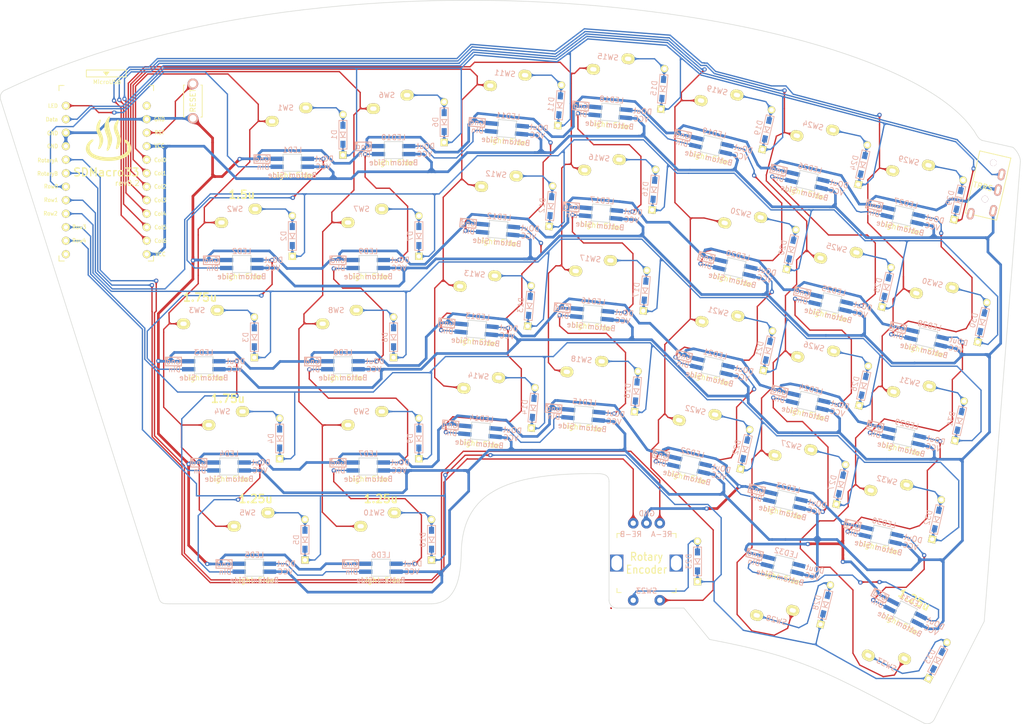
<source format=kicad_pcb>
(kicad_pcb (version 20171130) (host pcbnew "(5.1.10)-1")
  (layers (0 F.Cu signal) (31 B.Cu signal) (34 B.Paste user) (35 F.Paste user) (36 B.SilkS user) (37 F.SilkS user) (38 B.Mask user) (39 F.Mask user) (44 Edge.Cuts user))
  (net 0 "")
  (net 1 "Net-(D1-Pad2)")
  (net 2 Row0)
  (net 3 "Net-(D2-Pad2)")
  (net 4 Row1)
  (net 5 "Net-(D3-Pad2)")
  (net 6 Row2)
  (net 7 "Net-(D4-Pad2)")
  (net 8 Row3)
  (net 9 "Net-(D5-Pad2)")
  (net 10 Row4)
  (net 11 "Net-(D6-Pad2)")
  (net 12 "Net-(D7-Pad2)")
  (net 13 "Net-(D8-Pad2)")
  (net 14 "Net-(D9-Pad2)")
  (net 15 "Net-(D10-Pad2)")
  (net 16 "Net-(D11-Pad2)")
  (net 17 "Net-(D12-Pad2)")
  (net 18 "Net-(D13-Pad2)")
  (net 19 "Net-(D14-Pad2)")
  (net 20 "Net-(D15-Pad2)")
  (net 21 "Net-(D16-Pad2)")
  (net 22 "Net-(D17-Pad2)")
  (net 23 "Net-(D18-Pad2)")
  (net 24 "Net-(D19-Pad2)")
  (net 25 "Net-(D20-Pad2)")
  (net 26 "Net-(D21-Pad2)")
  (net 27 "Net-(D22-Pad2)")
  (net 28 "Net-(D23-Pad2)")
  (net 29 "Net-(D24-Pad2)")
  (net 30 "Net-(D25-Pad2)")
  (net 31 "Net-(D26-Pad2)")
  (net 32 "Net-(D27-Pad2)")
  (net 33 "Net-(D28-Pad2)")
  (net 34 "Net-(D29-Pad2)")
  (net 35 "Net-(D30-Pad2)")
  (net 36 "Net-(D31-Pad2)")
  (net 37 "Net-(D32-Pad2)")
  (net 38 "Net-(D33-Pad2)")
  (net 39 GND)
  (net 40 Data)
  (net 41 "Net-(J1-PadA)")
  (net 42 VCC)
  (net 43 "Net-(LED1-Pad1)")
  (net 44 LED)
  (net 45 "Net-(LED2-Pad1)")
  (net 46 "Net-(LED3-Pad1)")
  (net 47 "Net-(LED4-Pad1)")
  (net 48 "Net-(LED5-Pad1)")
  (net 49 "Net-(LED6-Pad1)")
  (net 50 "Net-(LED7-Pad1)")
  (net 51 "Net-(LED8-Pad1)")
  (net 52 "Net-(LED10-Pad3)")
  (net 53 "Net-(LED10-Pad1)")
  (net 54 "Net-(LED11-Pad1)")
  (net 55 "Net-(LED12-Pad1)")
  (net 56 "Net-(LED13-Pad1)")
  (net 57 "Net-(LED14-Pad1)")
  (net 58 "Net-(LED15-Pad1)")
  (net 59 "Net-(LED16-Pad1)")
  (net 60 "Net-(LED17-Pad1)")
  (net 61 "Net-(LED18-Pad1)")
  (net 62 "Net-(LED19-Pad1)")
  (net 63 "Net-(LED20-Pad1)")
  (net 64 "Net-(LED21-Pad1)")
  (net 65 "Net-(LED22-Pad1)")
  (net 66 "Net-(LED23-Pad1)")
  (net 67 "Net-(LED24-Pad1)")
  (net 68 "Net-(LED25-Pad1)")
  (net 69 "Net-(LED26-Pad1)")
  (net 70 "Net-(LED27-Pad1)")
  (net 71 "Net-(LED28-Pad1)")
  (net 72 "Net-(LED29-Pad1)")
  (net 73 "Net-(LED30-Pad1)")
  (net 74 "Net-(LED31-Pad1)")
  (net 75 "Net-(LED32-Pad1)")
  (net 76 Col0)
  (net 77 Col1)
  (net 78 Col2)
  (net 79 Col3)
  (net 80 Col4)
  (net 81 RotaryB)
  (net 82 RotaryA)
  (net 83 Col5)
  (net 84 Col6)
  (net 85 Reset)
  (net 86 "Net-(U1-Pad24)")
  (net 87 "Net-(U1-Pad12)")
  (module kbd_Logo:onsen_smallS (layer F.Cu) (at 15.4 45.95)
    (fp_text reference G*** hide)
    (fp_text value LOGO hide)
  )
  (module kbd_Hole:m2_Screw_Hole (layer F.Cu) (at 27.65 129.95)
    (fp_text reference Ref**)
    (fp_text value Val**)
    (pad "" np_thru_hole circle (at 0 0) (size 2.2 2.2) (drill 2.2) (layers *.Cu *.Mask))
  )
  (module kbd_Hole:m2_Screw_Hole (layer F.Cu) (at 86.8 109.4)
    (fp_text reference Ref**)
    (fp_text value Val**)
    (pad "" np_thru_hole circle (at 0 0) (size 2.2 2.2) (drill 2.2) (layers *.Cu *.Mask))
  )
  (module kbd_Hole:m2_Screw_Hole (layer F.Cu) (at 168.7 151.8)
    (fp_text reference Ref**)
    (fp_text value Val**)
    (pad "" np_thru_hole circle (at 0 0) (size 2.2 2.2) (drill 2.2) (layers *.Cu *.Mask))
  )
  (module kbd_Hole:m2_Screw_Hole (layer F.Cu) (at 177.9 67.4)
    (fp_text reference Ref**)
    (fp_text value Val**)
    (pad "" np_thru_hole circle (at 0 0) (size 2.2 2.2) (drill 2.2) (layers *.Cu *.Mask))
  )
  (module kbd_Hole:m2_Screw_Hole (layer F.Cu) (at 83.7 24)
    (fp_text reference Ref**)
    (fp_text value Val**)
    (pad "" np_thru_hole circle (at 0 0) (size 2.2 2.2) (drill 2.2) (layers *.Cu *.Mask))
  )
  (module kbd_Hole:m2_Screw_Hole (layer F.Cu) (at -1.65 39.1)
    (fp_text reference Ref**)
    (fp_text value Val**)
    (pad "" np_thru_hole circle (at 0 0) (size 2.2 2.2) (drill 2.2) (layers *.Cu *.Mask))
  )
  (module kbd:ProMicro_v3.5_rev2 (layer F.Cu) (at 15.2 54.25)
    (fp_text reference U1 hide)
    (fp_text value ProMicro hide)
    (fp_text user "" (at -1.2515 -16.256) (layer B.SilkS) (effects (justify mirror)))
    (fp_text user "" (at -0.545 -17.4) (layer F.SilkS))
    (fp_text user GND (at 9.805 -11.93 unlocked) (layer F.SilkS) (effects (font (size 0.75 0.67) (thickness 0.125))))
    (fp_text user RST (at 9.805 -9.4 unlocked) (layer F.SilkS) (effects (font (size 0.75 0.67) (thickness 0.125))))
    (fp_text user VCC (at 9.805 -6.95 unlocked) (layer F.SilkS) (effects (font (size 0.75 0.67) (thickness 0.125))))
    (fp_text user Col0 (at 9.955 -4.25 unlocked) (layer F.SilkS) (effects (font (size 0.75 0.67) (thickness 0.125))))
    (fp_text user Col1 (at 9.955 -1.75 unlocked) (layer F.SilkS) (effects (font (size 0.75 0.67) (thickness 0.125))))
    (fp_text user Col2 (at 9.955 0.75 unlocked) (layer F.SilkS) (effects (font (size 0.75 0.67) (thickness 0.125))))
    (fp_text user Col3 (at 9.955 3.3 unlocked) (layer F.SilkS) (effects (font (size 0.75 0.67) (thickness 0.125))))
    (fp_text user Col4 (at 9.955 5.85 unlocked) (layer F.SilkS) (effects (font (size 0.75 0.67) (thickness 0.125))))
    (fp_text user Col5 (at 10 8.4 unlocked) (layer F.SilkS) (effects (font (size 0.75 0.67) (thickness 0.125))))
    (fp_text user VCC (at 10 13.45 unlocked) (layer F.SilkS) (effects (font (size 0.75 0.67) (thickness 0.125))))
    (fp_text user Col6 (at 10 10.95 unlocked) (layer F.SilkS) (effects (font (size 0.75 0.67) (thickness 0.125))))
    (fp_text user Row3 (at -5.295 8.35 unlocked) (layer F.SilkS) (effects (font (size 0.75 0.67) (thickness 0.125))))
    (fp_text user Row2 (at -10.695 5.8 unlocked) (layer F.SilkS) (effects (font (size 0.75 0.67) (thickness 0.125))))
    (fp_text user GND (at -10.305 -9.3 unlocked) (layer F.SilkS) (effects (font (size 0.75 0.67) (thickness 0.125))))
    (fp_text user GND (at -10.305 -6.85 unlocked) (layer F.SilkS) (effects (font (size 0.75 0.67) (thickness 0.125))))
    (fp_text user LED (at -10.245 -14.45 unlocked) (layer F.SilkS) (effects (font (size 0.75 0.67) (thickness 0.125))))
    (fp_text user Row0 (at -10.595 0.7 unlocked) (layer F.SilkS) (effects (font (size 0.75 0.67) (thickness 0.125))))
    (fp_text user RotaryA (at -11.245 -4.2 unlocked) (layer F.SilkS) (effects (font (size 0.75 0.67) (thickness 0.125))))
    (fp_text user RotaryB (at -11.245 -1.7 unlocked) (layer F.SilkS) (effects (font (size 0.75 0.67) (thickness 0.125))))
    (fp_text user Row1 (at -10.595 3.25 unlocked) (layer F.SilkS) (effects (font (size 0.75 0.67) (thickness 0.125))))
    (fp_text user Data (at -10.445 -11.9 unlocked) (layer F.SilkS) (effects (font (size 0.75 0.67) (thickness 0.125))))
    (fp_text user Row4 (at -5.295 10.9 unlocked) (layer F.SilkS) (effects (font (size 0.75 0.67) (thickness 0.125))))
    (fp_text user MicroUSB (at -0.05 -18.95) (layer F.SilkS) (effects (font (size 0.75 0.75) (thickness 0.12))))
    (pad 24 thru_hole circle (at 7.4086 -14.478) (size 1.524 1.524) (drill 0.8128) (layers *.Cu F.SilkS B.Mask) (net 86 "Net-(U1-Pad24)"))
    (pad 23 thru_hole circle (at 7.4086 -11.938) (size 1.524 1.524) (drill 0.8128) (layers *.Cu F.SilkS B.Mask) (net 39 GND))
    (pad 22 thru_hole circle (at 7.4086 -9.398) (size 1.524 1.524) (drill 0.8128) (layers *.Cu F.SilkS B.Mask) (net 85 Reset))
    (pad 21 thru_hole circle (at 7.4086 -6.858) (size 1.524 1.524) (drill 0.8128) (layers *.Cu F.SilkS B.Mask) (net 42 VCC))
    (pad 20 thru_hole circle (at 7.4086 -4.318) (size 1.524 1.524) (drill 0.8128) (layers *.Cu F.SilkS B.Mask) (net 76 Col0))
    (pad 19 thru_hole circle (at 7.4086 -1.778) (size 1.524 1.524) (drill 0.8128) (layers *.Cu F.SilkS B.Mask) (net 77 Col1))
    (pad 18 thru_hole circle (at 7.4086 0.762) (size 1.524 1.524) (drill 0.8128) (layers *.Cu F.SilkS B.Mask) (net 78 Col2))
    (pad 17 thru_hole circle (at 7.4086 3.302) (size 1.524 1.524) (drill 0.8128) (layers *.Cu F.SilkS B.Mask) (net 79 Col3))
    (pad 16 thru_hole circle (at 7.4086 5.842) (size 1.524 1.524) (drill 0.8128) (layers *.Cu F.SilkS B.Mask) (net 80 Col4))
    (pad 15 thru_hole circle (at 7.4086 8.382) (size 1.524 1.524) (drill 0.8128) (layers *.Cu F.SilkS B.Mask) (net 83 Col5))
    (pad 14 thru_hole circle (at 7.4086 10.922) (size 1.524 1.524) (drill 0.8128) (layers *.Cu F.SilkS B.Mask) (net 84 Col6))
    (pad 13 thru_hole circle (at 7.4086 13.462) (size 1.524 1.524) (drill 0.8128) (layers *.Cu F.SilkS B.Mask) (net 42 VCC))
    (pad 12 thru_hole circle (at -7.8114 13.462) (size 1.524 1.524) (drill 0.8128) (layers *.Cu F.SilkS B.Mask) (net 87 "Net-(U1-Pad12)"))
    (pad 11 thru_hole circle (at -7.8114 10.922) (size 1.524 1.524) (drill 0.8128) (layers *.Cu F.SilkS B.Mask) (net 10 Row4))
    (pad 10 thru_hole circle (at -7.8114 8.382) (size 1.524 1.524) (drill 0.8128) (layers *.Cu F.SilkS B.Mask) (net 8 Row3))
    (pad 9 thru_hole circle (at -7.8114 5.842) (size 1.524 1.524) (drill 0.8128) (layers *.Cu F.SilkS B.Mask) (net 6 Row2))
    (pad 8 thru_hole circle (at -7.8114 3.302) (size 1.524 1.524) (drill 0.8128) (layers *.Cu F.SilkS B.Mask) (net 4 Row1))
    (pad 7 thru_hole circle (at -7.8114 0.762) (size 1.524 1.524) (drill 0.8128) (layers *.Cu F.SilkS B.Mask) (net 2 Row0))
    (pad 6 thru_hole circle (at -7.8114 -1.778) (size 1.524 1.524) (drill 0.8128) (layers *.Cu F.SilkS B.Mask) (net 81 RotaryB))
    (pad 5 thru_hole circle (at -7.8114 -4.318) (size 1.524 1.524) (drill 0.8128) (layers *.Cu F.SilkS B.Mask) (net 82 RotaryA))
    (pad 4 thru_hole circle (at -7.8114 -6.858) (size 1.524 1.524) (drill 0.8128) (layers *.Cu F.SilkS B.Mask) (net 39 GND))
    (pad 3 thru_hole circle (at -7.8114 -9.398) (size 1.524 1.524) (drill 0.8128) (layers *.Cu F.SilkS B.Mask) (net 39 GND))
    (pad 2 thru_hole circle (at -7.8114 -11.938) (size 1.524 1.524) (drill 0.8128) (layers *.Cu F.SilkS B.Mask) (net 40 Data))
    (pad 1 thru_hole circle (at -7.8114 -14.478) (size 1.524 1.524) (drill 0.8128) (layers *.Cu F.SilkS B.Mask) (net 44 LED))
  )
  (module kbd_SW:CherryMX_1.25u_solder_plateless (layer F.Cu) (at 162.965 139.83375 153)
    (fp_text reference SW33 (at -1.27 -5.08 333) (layer B.SilkS) (effects (justify mirror)))
    (fp_text value SW_PUSH hide)
    (pad "" np_thru_hole circle (at 0 0 243) (size 4 4) (drill 4) (layers *.Cu *.Mask))
    (pad "" np_thru_hole circle (at -5.08 0 243) (size 1.7 1.7) (drill 1.7) (layers *.Cu *.Mask))
    (pad "" np_thru_hole circle (at 5.08 0 243) (size 1.7 1.7) (drill 1.7) (layers *.Cu *.Mask))
    (pad 2 thru_hole oval (at 2.54 -5.08 153) (size 2.5 2) (drill oval 1.2 0.8) (layers *.Cu F.SilkS B.Mask) (net 38 "Net-(D33-Pad2)"))
    (pad 1 thru_hole oval (at -3.81 -2.54 153) (size 2.5 2) (drill oval 1.2 0.8) (layers *.Cu F.SilkS B.Mask) (net 84 Col6))
  )
  (module kbd_SW:CherryMX_1.25u_solder_plateless (layer F.Cu) (at 66.675 121.44375)
    (fp_text reference SW10 (at -1.27 -5.08 180) (layer B.SilkS) (effects (justify mirror)))
    (fp_text value SW_PUSH hide)
    (pad "" np_thru_hole circle (at 0 0 90) (size 4 4) (drill 4) (layers *.Cu *.Mask))
    (pad "" np_thru_hole circle (at -5.08 0 90) (size 1.7 1.7) (drill 1.7) (layers *.Cu *.Mask))
    (pad "" np_thru_hole circle (at 5.08 0 90) (size 1.7 1.7) (drill 1.7) (layers *.Cu *.Mask))
    (pad 2 thru_hole oval (at 2.54 -5.08) (size 2.5 2) (drill oval 1.2 0.8) (layers *.Cu F.SilkS B.Mask) (net 15 "Net-(D10-Pad2)"))
    (pad 1 thru_hole oval (at -3.81 -2.54) (size 2.5 2) (drill oval 1.2 0.8) (layers *.Cu F.SilkS B.Mask) (net 77 Col1))
  )
  (module kbd_SW:CherryMX_1.25u_solder_plateless (layer F.Cu) (at 42.8625 121.44375)
    (fp_text reference SW5 (at -1.27 -5.08 180) (layer B.SilkS) (effects (justify mirror)))
    (fp_text value SW_PUSH hide)
    (pad "" np_thru_hole circle (at 0 0 90) (size 4 4) (drill 4) (layers *.Cu *.Mask))
    (pad "" np_thru_hole circle (at -5.08 0 90) (size 1.7 1.7) (drill 1.7) (layers *.Cu *.Mask))
    (pad "" np_thru_hole circle (at 5.08 0 90) (size 1.7 1.7) (drill 1.7) (layers *.Cu *.Mask))
    (pad 2 thru_hole oval (at 2.54 -5.08) (size 2.5 2) (drill oval 1.2 0.8) (layers *.Cu F.SilkS B.Mask) (net 9 "Net-(D5-Pad2)"))
    (pad 1 thru_hole oval (at -3.81 -2.54) (size 2.5 2) (drill oval 1.2 0.8) (layers *.Cu F.SilkS B.Mask) (net 76 Col0))
  )
  (module kbd_SW:CherryMX_1.75u_solder_plateless (layer F.Cu) (at 33.3375 83.34375)
    (fp_text reference SW3 (at -1.27 -5.08 180) (layer B.SilkS) (effects (justify mirror)))
    (fp_text value SW_PUSH hide)
    (pad "" np_thru_hole circle (at 0 0 90) (size 4 4) (drill 4) (layers *.Cu *.Mask))
    (pad "" np_thru_hole circle (at -5.08 0 90) (size 1.7 1.7) (drill 1.7) (layers *.Cu *.Mask))
    (pad "" np_thru_hole circle (at 5.08 0 90) (size 1.7 1.7) (drill 1.7) (layers *.Cu *.Mask))
    (pad 2 thru_hole oval (at 2.54 -5.08) (size 2.5 2) (drill oval 1.2 0.8) (layers *.Cu F.SilkS B.Mask) (net 5 "Net-(D3-Pad2)"))
    (pad 1 thru_hole oval (at -3.81 -2.54) (size 2.5 2) (drill oval 1.2 0.8) (layers *.Cu F.SilkS B.Mask) (net 76 Col0))
  )
  (module kbd_SW:CherryMX_1.75u_solder_plateless (layer F.Cu) (at 38.1 102.39375)
    (fp_text reference SW4 (at -1.27 -5.08 180) (layer B.SilkS) (effects (justify mirror)))
    (fp_text value SW_PUSH hide)
    (pad "" np_thru_hole circle (at 0 0 90) (size 4 4) (drill 4) (layers *.Cu *.Mask))
    (pad "" np_thru_hole circle (at -5.08 0 90) (size 1.7 1.7) (drill 1.7) (layers *.Cu *.Mask))
    (pad "" np_thru_hole circle (at 5.08 0 90) (size 1.7 1.7) (drill 1.7) (layers *.Cu *.Mask))
    (pad 2 thru_hole oval (at 2.54 -5.08) (size 2.5 2) (drill oval 1.2 0.8) (layers *.Cu F.SilkS B.Mask) (net 7 "Net-(D4-Pad2)"))
    (pad 1 thru_hole oval (at -3.81 -2.54) (size 2.5 2) (drill oval 1.2 0.8) (layers *.Cu F.SilkS B.Mask) (net 76 Col0))
  )
  (module kbd_SW:CherryMX_1.5u_solder_plateless (layer F.Cu) (at 40.48125 64.29375)
    (fp_text reference SW2 (at -1.27 -5.08 180) (layer B.SilkS) (effects (justify mirror)))
    (fp_text value SW_PUSH hide)
    (pad "" np_thru_hole circle (at 0 0 90) (size 4 4) (drill 4) (layers *.Cu *.Mask))
    (pad "" np_thru_hole circle (at -5.08 0 90) (size 1.7 1.7) (drill 1.7) (layers *.Cu *.Mask))
    (pad "" np_thru_hole circle (at 5.08 0 90) (size 1.7 1.7) (drill 1.7) (layers *.Cu *.Mask))
    (pad 2 thru_hole oval (at 2.54 -5.08) (size 2.5 2) (drill oval 1.2 0.8) (layers *.Cu F.SilkS B.Mask) (net 3 "Net-(D2-Pad2)"))
    (pad 1 thru_hole oval (at -3.81 -2.54) (size 2.5 2) (drill oval 1.2 0.8) (layers *.Cu F.SilkS B.Mask) (net 76 Col0))
  )
  (module kbd_SW:CherryMX_1u_solder_plateless (layer F.Cu) (at 110.216311 35.779677 355)
    (fp_text reference SW15 (at -1.27 -5.08 355) (layer B.SilkS) (effects (justify mirror)))
    (fp_text value SW_PUSH hide)
    (pad "" np_thru_hole circle (at 0 0 85) (size 4 4) (drill 4) (layers *.Cu *.Mask))
    (pad "" np_thru_hole circle (at -5.08 0 85) (size 1.7 1.7) (drill 1.7) (layers *.Cu *.Mask))
    (pad "" np_thru_hole circle (at 5.08 0 85) (size 1.7 1.7) (drill 1.7) (layers *.Cu *.Mask))
    (pad 2 thru_hole oval (at 2.54 -5.08 355) (size 2.5 2) (drill oval 1.2 0.8) (layers *.Cu F.SilkS B.Mask) (net 20 "Net-(D15-Pad2)"))
    (pad 1 thru_hole oval (at -3.81 -2.54 355) (size 2.5 2) (drill oval 1.2 0.8) (layers *.Cu F.SilkS B.Mask) (net 79 Col3))
  )
  (module kbd_SW:CherryMX_1u_solder_plateless (layer F.Cu) (at 141.086028 131.34875 166)
    (fp_text reference SW28 (at -1.27 -5.08 346) (layer B.SilkS) (effects (justify mirror)))
    (fp_text value SW_PUSH hide)
    (pad "" np_thru_hole circle (at 0 0 256) (size 4 4) (drill 4) (layers *.Cu *.Mask))
    (pad "" np_thru_hole circle (at -5.08 0 256) (size 1.7 1.7) (drill 1.7) (layers *.Cu *.Mask))
    (pad "" np_thru_hole circle (at 5.08 0 256) (size 1.7 1.7) (drill 1.7) (layers *.Cu *.Mask))
    (pad 2 thru_hole oval (at 2.54 -5.08 166) (size 2.5 2) (drill oval 1.2 0.8) (layers *.Cu F.SilkS B.Mask) (net 33 "Net-(D28-Pad2)"))
    (pad 1 thru_hole oval (at -3.81 -2.54 166) (size 2.5 2) (drill oval 1.2 0.8) (layers *.Cu F.SilkS B.Mask) (net 83 Col5))
  )
  (module kbd_SW:CherryMX_1u_solder_plateless (layer F.Cu) (at 161.987825 115.495868 347)
    (fp_text reference SW32 (at -1.27 -5.08 347) (layer B.SilkS) (effects (justify mirror)))
    (fp_text value SW_PUSH hide)
    (pad "" np_thru_hole circle (at 0 0 77) (size 4 4) (drill 4) (layers *.Cu *.Mask))
    (pad "" np_thru_hole circle (at -5.08 0 77) (size 1.7 1.7) (drill 1.7) (layers *.Cu *.Mask))
    (pad "" np_thru_hole circle (at 5.08 0 77) (size 1.7 1.7) (drill 1.7) (layers *.Cu *.Mask))
    (pad 2 thru_hole oval (at 2.54 -5.08 347) (size 2.5 2) (drill oval 1.2 0.8) (layers *.Cu F.SilkS B.Mask) (net 37 "Net-(D32-Pad2)"))
    (pad 1 thru_hole oval (at -3.81 -2.54 347) (size 2.5 2) (drill oval 1.2 0.8) (layers *.Cu F.SilkS B.Mask) (net 84 Col6))
  )
  (module kbd_SW:CherryMX_1u_solder_plateless (layer F.Cu) (at 166.273143 96.934118 347)
    (fp_text reference SW31 (at -1.27 -5.08 347) (layer B.SilkS) (effects (justify mirror)))
    (fp_text value SW_PUSH hide)
    (pad "" np_thru_hole circle (at 0 0 77) (size 4 4) (drill 4) (layers *.Cu *.Mask))
    (pad "" np_thru_hole circle (at -5.08 0 77) (size 1.7 1.7) (drill 1.7) (layers *.Cu *.Mask))
    (pad "" np_thru_hole circle (at 5.08 0 77) (size 1.7 1.7) (drill 1.7) (layers *.Cu *.Mask))
    (pad 2 thru_hole oval (at 2.54 -5.08 347) (size 2.5 2) (drill oval 1.2 0.8) (layers *.Cu F.SilkS B.Mask) (net 36 "Net-(D31-Pad2)"))
    (pad 1 thru_hole oval (at -3.81 -2.54 347) (size 2.5 2) (drill oval 1.2 0.8) (layers *.Cu F.SilkS B.Mask) (net 84 Col6))
  )
  (module kbd_SW:CherryMX_1u_solder_plateless (layer F.Cu) (at 170.55846 78.372369 347)
    (fp_text reference SW30 (at -1.27 -5.08 347) (layer B.SilkS) (effects (justify mirror)))
    (fp_text value SW_PUSH hide)
    (pad "" np_thru_hole circle (at 0 0 77) (size 4 4) (drill 4) (layers *.Cu *.Mask))
    (pad "" np_thru_hole circle (at -5.08 0 77) (size 1.7 1.7) (drill 1.7) (layers *.Cu *.Mask))
    (pad "" np_thru_hole circle (at 5.08 0 77) (size 1.7 1.7) (drill 1.7) (layers *.Cu *.Mask))
    (pad 2 thru_hole oval (at 2.54 -5.08 347) (size 2.5 2) (drill oval 1.2 0.8) (layers *.Cu F.SilkS B.Mask) (net 35 "Net-(D30-Pad2)"))
    (pad 1 thru_hole oval (at -3.81 -2.54 347) (size 2.5 2) (drill oval 1.2 0.8) (layers *.Cu F.SilkS B.Mask) (net 84 Col6))
  )
  (module kbd_SW:CherryMX_1u_solder_plateless (layer F.Cu) (at 166.098568 55.347741 347)
    (fp_text reference SW29 (at -1.27 -5.08 347) (layer B.SilkS) (effects (justify mirror)))
    (fp_text value SW_PUSH hide)
    (pad "" np_thru_hole circle (at 0 0 77) (size 4 4) (drill 4) (layers *.Cu *.Mask))
    (pad "" np_thru_hole circle (at -5.08 0 77) (size 1.7 1.7) (drill 1.7) (layers *.Cu *.Mask))
    (pad "" np_thru_hole circle (at 5.08 0 77) (size 1.7 1.7) (drill 1.7) (layers *.Cu *.Mask))
    (pad 2 thru_hole oval (at 2.54 -5.08 347) (size 2.5 2) (drill oval 1.2 0.8) (layers *.Cu F.SilkS B.Mask) (net 34 "Net-(D29-Pad2)"))
    (pad 1 thru_hole oval (at -3.81 -2.54 347) (size 2.5 2) (drill oval 1.2 0.8) (layers *.Cu F.SilkS B.Mask) (net 84 Col6))
  )
  (module kbd_SW:CherryMX_1u_solder_plateless (layer F.Cu) (at 143.96174 108.890332 347)
    (fp_text reference SW27 (at -1.27 -5.08 347) (layer B.SilkS) (effects (justify mirror)))
    (fp_text value SW_PUSH hide)
    (pad "" np_thru_hole circle (at 0 0 77) (size 4 4) (drill 4) (layers *.Cu *.Mask))
    (pad "" np_thru_hole circle (at -5.08 0 77) (size 1.7 1.7) (drill 1.7) (layers *.Cu *.Mask))
    (pad "" np_thru_hole circle (at 5.08 0 77) (size 1.7 1.7) (drill 1.7) (layers *.Cu *.Mask))
    (pad 2 thru_hole oval (at 2.54 -5.08 347) (size 2.5 2) (drill oval 1.2 0.8) (layers *.Cu F.SilkS B.Mask) (net 32 "Net-(D27-Pad2)"))
    (pad 1 thru_hole oval (at -3.81 -2.54 347) (size 2.5 2) (drill oval 1.2 0.8) (layers *.Cu F.SilkS B.Mask) (net 83 Col5))
  )
  (module kbd_SW:CherryMX_1u_solder_plateless (layer F.Cu) (at 148.247058 90.328582 347)
    (fp_text reference SW26 (at -1.27 -5.08 347) (layer B.SilkS) (effects (justify mirror)))
    (fp_text value SW_PUSH hide)
    (pad "" np_thru_hole circle (at 0 0 77) (size 4 4) (drill 4) (layers *.Cu *.Mask))
    (pad "" np_thru_hole circle (at -5.08 0 77) (size 1.7 1.7) (drill 1.7) (layers *.Cu *.Mask))
    (pad "" np_thru_hole circle (at 5.08 0 77) (size 1.7 1.7) (drill 1.7) (layers *.Cu *.Mask))
    (pad 2 thru_hole oval (at 2.54 -5.08 347) (size 2.5 2) (drill oval 1.2 0.8) (layers *.Cu F.SilkS B.Mask) (net 31 "Net-(D26-Pad2)"))
    (pad 1 thru_hole oval (at -3.81 -2.54 347) (size 2.5 2) (drill oval 1.2 0.8) (layers *.Cu F.SilkS B.Mask) (net 83 Col5))
  )
  (module kbd_SW:CherryMX_1u_solder_plateless (layer F.Cu) (at 152.532375 71.766832 347)
    (fp_text reference SW25 (at -1.27 -5.08 347) (layer B.SilkS) (effects (justify mirror)))
    (fp_text value SW_PUSH hide)
    (pad "" np_thru_hole circle (at 0 0 77) (size 4 4) (drill 4) (layers *.Cu *.Mask))
    (pad "" np_thru_hole circle (at -5.08 0 77) (size 1.7 1.7) (drill 1.7) (layers *.Cu *.Mask))
    (pad "" np_thru_hole circle (at 5.08 0 77) (size 1.7 1.7) (drill 1.7) (layers *.Cu *.Mask))
    (pad 2 thru_hole oval (at 2.54 -5.08 347) (size 2.5 2) (drill oval 1.2 0.8) (layers *.Cu F.SilkS B.Mask) (net 30 "Net-(D25-Pad2)"))
    (pad 1 thru_hole oval (at -3.81 -2.54 347) (size 2.5 2) (drill oval 1.2 0.8) (layers *.Cu F.SilkS B.Mask) (net 83 Col5))
  )
  (module kbd_SW:CherryMX_1u_solder_plateless (layer F.Cu) (at 148.072483 48.742205 347)
    (fp_text reference SW24 (at -1.27 -5.08 347) (layer B.SilkS) (effects (justify mirror)))
    (fp_text value SW_PUSH hide)
    (pad "" np_thru_hole circle (at 0 0 77) (size 4 4) (drill 4) (layers *.Cu *.Mask))
    (pad "" np_thru_hole circle (at -5.08 0 77) (size 1.7 1.7) (drill 1.7) (layers *.Cu *.Mask))
    (pad "" np_thru_hole circle (at 5.08 0 77) (size 1.7 1.7) (drill 1.7) (layers *.Cu *.Mask))
    (pad 2 thru_hole oval (at 2.54 -5.08 347) (size 2.5 2) (drill oval 1.2 0.8) (layers *.Cu F.SilkS B.Mask) (net 29 "Net-(D24-Pad2)"))
    (pad 1 thru_hole oval (at -3.81 -2.54 347) (size 2.5 2) (drill oval 1.2 0.8) (layers *.Cu F.SilkS B.Mask) (net 83 Col5))
  )
  (module kbd_SW:CherryMX_1u_solder_plateless (layer F.Cu) (at 125.935655 102.284795 347)
    (fp_text reference SW22 (at -1.27 -5.08 347) (layer B.SilkS) (effects (justify mirror)))
    (fp_text value SW_PUSH hide)
    (pad "" np_thru_hole circle (at 0 0 77) (size 4 4) (drill 4) (layers *.Cu *.Mask))
    (pad "" np_thru_hole circle (at -5.08 0 77) (size 1.7 1.7) (drill 1.7) (layers *.Cu *.Mask))
    (pad "" np_thru_hole circle (at 5.08 0 77) (size 1.7 1.7) (drill 1.7) (layers *.Cu *.Mask))
    (pad 2 thru_hole oval (at 2.54 -5.08 347) (size 2.5 2) (drill oval 1.2 0.8) (layers *.Cu F.SilkS B.Mask) (net 27 "Net-(D22-Pad2)"))
    (pad 1 thru_hole oval (at -3.81 -2.54 347) (size 2.5 2) (drill oval 1.2 0.8) (layers *.Cu F.SilkS B.Mask) (net 80 Col4))
  )
  (module kbd_SW:CherryMX_1u_solder_plateless (layer F.Cu) (at 130.220972 83.723046 347)
    (fp_text reference SW21 (at -1.27 -5.08 347) (layer B.SilkS) (effects (justify mirror)))
    (fp_text value SW_PUSH hide)
    (pad "" np_thru_hole circle (at 0 0 77) (size 4 4) (drill 4) (layers *.Cu *.Mask))
    (pad "" np_thru_hole circle (at -5.08 0 77) (size 1.7 1.7) (drill 1.7) (layers *.Cu *.Mask))
    (pad "" np_thru_hole circle (at 5.08 0 77) (size 1.7 1.7) (drill 1.7) (layers *.Cu *.Mask))
    (pad 2 thru_hole oval (at 2.54 -5.08 347) (size 2.5 2) (drill oval 1.2 0.8) (layers *.Cu F.SilkS B.Mask) (net 26 "Net-(D21-Pad2)"))
    (pad 1 thru_hole oval (at -3.81 -2.54 347) (size 2.5 2) (drill oval 1.2 0.8) (layers *.Cu F.SilkS B.Mask) (net 80 Col4))
  )
  (module kbd_SW:CherryMX_1u_solder_plateless (layer F.Cu) (at 134.50629 65.161296 347)
    (fp_text reference SW20 (at -1.27 -5.08 347) (layer B.SilkS) (effects (justify mirror)))
    (fp_text value SW_PUSH hide)
    (pad "" np_thru_hole circle (at 0 0 77) (size 4 4) (drill 4) (layers *.Cu *.Mask))
    (pad "" np_thru_hole circle (at -5.08 0 77) (size 1.7 1.7) (drill 1.7) (layers *.Cu *.Mask))
    (pad "" np_thru_hole circle (at 5.08 0 77) (size 1.7 1.7) (drill 1.7) (layers *.Cu *.Mask))
    (pad 2 thru_hole oval (at 2.54 -5.08 347) (size 2.5 2) (drill oval 1.2 0.8) (layers *.Cu F.SilkS B.Mask) (net 25 "Net-(D20-Pad2)"))
    (pad 1 thru_hole oval (at -3.81 -2.54 347) (size 2.5 2) (drill oval 1.2 0.8) (layers *.Cu F.SilkS B.Mask) (net 80 Col4))
  )
  (module kbd_SW:CherryMX_1u_solder_plateless (layer F.Cu) (at 130.046397 42.136669 347)
    (fp_text reference SW19 (at -1.27 -5.08 347) (layer B.SilkS) (effects (justify mirror)))
    (fp_text value SW_PUSH hide)
    (pad "" np_thru_hole circle (at 0 0 77) (size 4 4) (drill 4) (layers *.Cu *.Mask))
    (pad "" np_thru_hole circle (at -5.08 0 77) (size 1.7 1.7) (drill 1.7) (layers *.Cu *.Mask))
    (pad "" np_thru_hole circle (at 5.08 0 77) (size 1.7 1.7) (drill 1.7) (layers *.Cu *.Mask))
    (pad 2 thru_hole oval (at 2.54 -5.08 347) (size 2.5 2) (drill oval 1.2 0.8) (layers *.Cu F.SilkS B.Mask) (net 24 "Net-(D19-Pad2)"))
    (pad 1 thru_hole oval (at -3.81 -2.54 347) (size 2.5 2) (drill oval 1.2 0.8) (layers *.Cu F.SilkS B.Mask) (net 80 Col4))
  )
  (module kbd_SW:CherryMX_1u_solder_plateless (layer F.Cu) (at 105.23536 92.712204 355)
    (fp_text reference SW18 (at -1.27 -5.08 355) (layer B.SilkS) (effects (justify mirror)))
    (fp_text value SW_PUSH hide)
    (pad "" np_thru_hole circle (at 0 0 85) (size 4 4) (drill 4) (layers *.Cu *.Mask))
    (pad "" np_thru_hole circle (at -5.08 0 85) (size 1.7 1.7) (drill 1.7) (layers *.Cu *.Mask))
    (pad "" np_thru_hole circle (at 5.08 0 85) (size 1.7 1.7) (drill 1.7) (layers *.Cu *.Mask))
    (pad 2 thru_hole oval (at 2.54 -5.08 355) (size 2.5 2) (drill oval 1.2 0.8) (layers *.Cu F.SilkS B.Mask) (net 23 "Net-(D18-Pad2)"))
    (pad 1 thru_hole oval (at -3.81 -2.54 355) (size 2.5 2) (drill oval 1.2 0.8) (layers *.Cu F.SilkS B.Mask) (net 79 Col3))
  )
  (module kbd_SW:CherryMX_1u_solder_plateless (layer F.Cu) (at 106.895677 73.734695 355)
    (fp_text reference SW17 (at -1.27 -5.08 355) (layer B.SilkS) (effects (justify mirror)))
    (fp_text value SW_PUSH hide)
    (pad "" np_thru_hole circle (at 0 0 85) (size 4 4) (drill 4) (layers *.Cu *.Mask))
    (pad "" np_thru_hole circle (at -5.08 0 85) (size 1.7 1.7) (drill 1.7) (layers *.Cu *.Mask))
    (pad "" np_thru_hole circle (at 5.08 0 85) (size 1.7 1.7) (drill 1.7) (layers *.Cu *.Mask))
    (pad 2 thru_hole oval (at 2.54 -5.08 355) (size 2.5 2) (drill oval 1.2 0.8) (layers *.Cu F.SilkS B.Mask) (net 22 "Net-(D17-Pad2)"))
    (pad 1 thru_hole oval (at -3.81 -2.54 355) (size 2.5 2) (drill oval 1.2 0.8) (layers *.Cu F.SilkS B.Mask) (net 79 Col3))
  )
  (module kbd_SW:CherryMX_1u_solder_plateless (layer F.Cu) (at 108.555994 54.757186 355)
    (fp_text reference SW16 (at -1.27 -5.08 355) (layer B.SilkS) (effects (justify mirror)))
    (fp_text value SW_PUSH hide)
    (pad "" np_thru_hole circle (at 0 0 85) (size 4 4) (drill 4) (layers *.Cu *.Mask))
    (pad "" np_thru_hole circle (at -5.08 0 85) (size 1.7 1.7) (drill 1.7) (layers *.Cu *.Mask))
    (pad "" np_thru_hole circle (at 5.08 0 85) (size 1.7 1.7) (drill 1.7) (layers *.Cu *.Mask))
    (pad 2 thru_hole oval (at 2.54 -5.08 355) (size 2.5 2) (drill oval 1.2 0.8) (layers *.Cu F.SilkS B.Mask) (net 21 "Net-(D16-Pad2)"))
    (pad 1 thru_hole oval (at -3.81 -2.54 355) (size 2.5 2) (drill oval 1.2 0.8) (layers *.Cu F.SilkS B.Mask) (net 79 Col3))
  )
  (module kbd_SW:CherryMX_1u_solder_plateless (layer F.Cu) (at 85.842772 95.796264 355)
    (fp_text reference SW14 (at -1.27 -5.08 355) (layer B.SilkS) (effects (justify mirror)))
    (fp_text value SW_PUSH hide)
    (pad "" np_thru_hole circle (at 0 0 85) (size 4 4) (drill 4) (layers *.Cu *.Mask))
    (pad "" np_thru_hole circle (at -5.08 0 85) (size 1.7 1.7) (drill 1.7) (layers *.Cu *.Mask))
    (pad "" np_thru_hole circle (at 5.08 0 85) (size 1.7 1.7) (drill 1.7) (layers *.Cu *.Mask))
    (pad 2 thru_hole oval (at 2.54 -5.08 355) (size 2.5 2) (drill oval 1.2 0.8) (layers *.Cu F.SilkS B.Mask) (net 19 "Net-(D14-Pad2)"))
    (pad 1 thru_hole oval (at -3.81 -2.54 355) (size 2.5 2) (drill oval 1.2 0.8) (layers *.Cu F.SilkS B.Mask) (net 78 Col2))
  )
  (module kbd_SW:CherryMX_1u_solder_plateless (layer F.Cu) (at 85.1309 76.611216 355)
    (fp_text reference SW13 (at -1.27 -5.08 355) (layer B.SilkS) (effects (justify mirror)))
    (fp_text value SW_PUSH hide)
    (pad "" np_thru_hole circle (at 0 0 85) (size 4 4) (drill 4) (layers *.Cu *.Mask))
    (pad "" np_thru_hole circle (at -5.08 0 85) (size 1.7 1.7) (drill 1.7) (layers *.Cu *.Mask))
    (pad "" np_thru_hole circle (at 5.08 0 85) (size 1.7 1.7) (drill 1.7) (layers *.Cu *.Mask))
    (pad 2 thru_hole oval (at 2.54 -5.08 355) (size 2.5 2) (drill oval 1.2 0.8) (layers *.Cu F.SilkS B.Mask) (net 18 "Net-(D13-Pad2)"))
    (pad 1 thru_hole oval (at -3.81 -2.54 355) (size 2.5 2) (drill oval 1.2 0.8) (layers *.Cu F.SilkS B.Mask) (net 78 Col2))
  )
  (module kbd_SW:CherryMX_1u_solder_plateless (layer F.Cu) (at 89.163405 57.841246 355)
    (fp_text reference SW12 (at -1.27 -5.08 355) (layer B.SilkS) (effects (justify mirror)))
    (fp_text value SW_PUSH hide)
    (pad "" np_thru_hole circle (at 0 0 85) (size 4 4) (drill 4) (layers *.Cu *.Mask))
    (pad "" np_thru_hole circle (at -5.08 0 85) (size 1.7 1.7) (drill 1.7) (layers *.Cu *.Mask))
    (pad "" np_thru_hole circle (at 5.08 0 85) (size 1.7 1.7) (drill 1.7) (layers *.Cu *.Mask))
    (pad 2 thru_hole oval (at 2.54 -5.08 355) (size 2.5 2) (drill oval 1.2 0.8) (layers *.Cu F.SilkS B.Mask) (net 17 "Net-(D12-Pad2)"))
    (pad 1 thru_hole oval (at -3.81 -2.54 355) (size 2.5 2) (drill oval 1.2 0.8) (layers *.Cu F.SilkS B.Mask) (net 78 Col2))
  )
  (module kbd_SW:CherryMX_1u_solder_plateless (layer F.Cu) (at 90.823722 38.863737 355)
    (fp_text reference SW11 (at -1.27 -5.08 355) (layer B.SilkS) (effects (justify mirror)))
    (fp_text value SW_PUSH hide)
    (pad "" np_thru_hole circle (at 0 0 85) (size 4 4) (drill 4) (layers *.Cu *.Mask))
    (pad "" np_thru_hole circle (at -5.08 0 85) (size 1.7 1.7) (drill 1.7) (layers *.Cu *.Mask))
    (pad "" np_thru_hole circle (at 5.08 0 85) (size 1.7 1.7) (drill 1.7) (layers *.Cu *.Mask))
    (pad 2 thru_hole oval (at 2.54 -5.08 355) (size 2.5 2) (drill oval 1.2 0.8) (layers *.Cu F.SilkS B.Mask) (net 16 "Net-(D11-Pad2)"))
    (pad 1 thru_hole oval (at -3.81 -2.54 355) (size 2.5 2) (drill oval 1.2 0.8) (layers *.Cu F.SilkS B.Mask) (net 78 Col2))
  )
  (module kbd_SW:CherryMX_1u_solder_plateless (layer F.Cu) (at 64.29375 102.39375)
    (fp_text reference SW9 (at -1.27 -5.08 180) (layer B.SilkS) (effects (justify mirror)))
    (fp_text value SW_PUSH hide)
    (pad "" np_thru_hole circle (at 0 0 90) (size 4 4) (drill 4) (layers *.Cu *.Mask))
    (pad "" np_thru_hole circle (at -5.08 0 90) (size 1.7 1.7) (drill 1.7) (layers *.Cu *.Mask))
    (pad "" np_thru_hole circle (at 5.08 0 90) (size 1.7 1.7) (drill 1.7) (layers *.Cu *.Mask))
    (pad 2 thru_hole oval (at 2.54 -5.08) (size 2.5 2) (drill oval 1.2 0.8) (layers *.Cu F.SilkS B.Mask) (net 14 "Net-(D9-Pad2)"))
    (pad 1 thru_hole oval (at -3.81 -2.54) (size 2.5 2) (drill oval 1.2 0.8) (layers *.Cu F.SilkS B.Mask) (net 77 Col1))
  )
  (module kbd_SW:CherryMX_1u_solder_plateless (layer F.Cu) (at 59.53125 83.34375)
    (fp_text reference SW8 (at -1.27 -5.08 180) (layer B.SilkS) (effects (justify mirror)))
    (fp_text value SW_PUSH hide)
    (pad "" np_thru_hole circle (at 0 0 90) (size 4 4) (drill 4) (layers *.Cu *.Mask))
    (pad "" np_thru_hole circle (at -5.08 0 90) (size 1.7 1.7) (drill 1.7) (layers *.Cu *.Mask))
    (pad "" np_thru_hole circle (at 5.08 0 90) (size 1.7 1.7) (drill 1.7) (layers *.Cu *.Mask))
    (pad 2 thru_hole oval (at 2.54 -5.08) (size 2.5 2) (drill oval 1.2 0.8) (layers *.Cu F.SilkS B.Mask) (net 13 "Net-(D8-Pad2)"))
    (pad 1 thru_hole oval (at -3.81 -2.54) (size 2.5 2) (drill oval 1.2 0.8) (layers *.Cu F.SilkS B.Mask) (net 77 Col1))
  )
  (module kbd_SW:CherryMX_1u_solder_plateless (layer F.Cu) (at 64.29375 64.29375)
    (fp_text reference SW7 (at -1.27 -5.08 180) (layer B.SilkS) (effects (justify mirror)))
    (fp_text value SW_PUSH hide)
    (pad "" np_thru_hole circle (at 0 0 90) (size 4 4) (drill 4) (layers *.Cu *.Mask))
    (pad "" np_thru_hole circle (at -5.08 0 90) (size 1.7 1.7) (drill 1.7) (layers *.Cu *.Mask))
    (pad "" np_thru_hole circle (at 5.08 0 90) (size 1.7 1.7) (drill 1.7) (layers *.Cu *.Mask))
    (pad 2 thru_hole oval (at 2.54 -5.08) (size 2.5 2) (drill oval 1.2 0.8) (layers *.Cu F.SilkS B.Mask) (net 12 "Net-(D7-Pad2)"))
    (pad 1 thru_hole oval (at -3.81 -2.54) (size 2.5 2) (drill oval 1.2 0.8) (layers *.Cu F.SilkS B.Mask) (net 77 Col1))
  )
  (module kbd_SW:CherryMX_1u_solder_plateless (layer F.Cu) (at 69.05625 42.8625)
    (fp_text reference SW6 (at -1.27 -5.08 180) (layer B.SilkS) (effects (justify mirror)))
    (fp_text value SW_PUSH hide)
    (pad "" np_thru_hole circle (at 0 0 90) (size 4 4) (drill 4) (layers *.Cu *.Mask))
    (pad "" np_thru_hole circle (at -5.08 0 90) (size 1.7 1.7) (drill 1.7) (layers *.Cu *.Mask))
    (pad "" np_thru_hole circle (at 5.08 0 90) (size 1.7 1.7) (drill 1.7) (layers *.Cu *.Mask))
    (pad 2 thru_hole oval (at 2.54 -5.08) (size 2.5 2) (drill oval 1.2 0.8) (layers *.Cu F.SilkS B.Mask) (net 11 "Net-(D6-Pad2)"))
    (pad 1 thru_hole oval (at -3.81 -2.54) (size 2.5 2) (drill oval 1.2 0.8) (layers *.Cu F.SilkS B.Mask) (net 77 Col1))
  )
  (module kbd_SW:CherryMX_1u_solder_plateless (layer F.Cu) (at 50.00625 45.24375)
    (fp_text reference SW1 (at -1.27 -5.08 180) (layer B.SilkS) (effects (justify mirror)))
    (fp_text value SW_PUSH hide)
    (pad "" np_thru_hole circle (at 0 0 90) (size 4 4) (drill 4) (layers *.Cu *.Mask))
    (pad "" np_thru_hole circle (at -5.08 0 90) (size 1.7 1.7) (drill 1.7) (layers *.Cu *.Mask))
    (pad "" np_thru_hole circle (at 5.08 0 90) (size 1.7 1.7) (drill 1.7) (layers *.Cu *.Mask))
    (pad 2 thru_hole oval (at 2.54 -5.08) (size 2.5 2) (drill oval 1.2 0.8) (layers *.Cu F.SilkS B.Mask) (net 1 "Net-(D1-Pad2)"))
    (pad 1 thru_hole oval (at -3.81 -2.54) (size 2.5 2) (drill oval 1.2 0.8) (layers *.Cu F.SilkS B.Mask) (net 76 Col0))
  )
  (module kbd_Parts:ResetSW (layer B.Cu) (at 31.3 38.9 90)
    (fp_text reference SW34 hide)
    (fp_text value SW_PUSH)
    (fp_text user RESET (at 0.127 0 270) (layer F.SilkS))
    (pad 2 thru_hole circle (at -3.25 0 90) (size 2 2) (drill 1.3) (layers *.Cu *.Mask B.SilkS) (net 39 GND))
    (pad 1 thru_hole circle (at 3.25 0 90) (size 2 2) (drill 1.3) (layers *.Cu *.Mask B.SilkS) (net 85 Reset))
  )
  (module kbd_Parts:Diode_TH_SMD (layer F.Cu) (at 171.451837 144.15801 63)
    (fp_text reference D33 (at 0 -1.63 63) (layer B.SilkS) (effects (font (thickness 0.125)) (justify mirror)))
    (fp_text value D hide)
    (pad 2 smd rect (at 1.775 0 63) (size 1.3 0.95) (layers B.Cu B.Paste B.Mask) (net 38 "Net-(D33-Pad2)"))
    (pad 1 smd rect (at -1.775 0 63) (size 1.3 0.95) (layers B.Cu B.Paste B.Mask) (net 10 Row4))
    (pad 1 thru_hole rect (at -3.81 0 63) (size 1.397 1.397) (drill 0.8128) (layers *.Cu *.Mask F.SilkS) (net 10 Row4))
    (pad 2 thru_hole circle (at 3.81 0 63) (size 1.397 1.397) (drill 0.8128) (layers *.Cu *.Mask F.SilkS) (net 38 "Net-(D33-Pad2)"))
  )
  (module kbd_Parts:Diode_TH_SMD (layer F.Cu) (at 171.2687 117.638527 77)
    (fp_text reference D32 (at 0 -1.63 77) (layer B.SilkS) (effects (font (thickness 0.125)) (justify mirror)))
    (fp_text value D hide)
    (pad 2 thru_hole circle (at 3.81 0 77) (size 1.397 1.397) (drill 0.8128) (layers *.Cu *.Mask F.SilkS) (net 37 "Net-(D32-Pad2)"))
    (pad 1 thru_hole rect (at -3.81 0 77) (size 1.397 1.397) (drill 0.8128) (layers *.Cu *.Mask F.SilkS) (net 8 Row3))
    (pad 1 smd rect (at -1.775 0 77) (size 1.3 0.95) (layers B.Cu B.Paste B.Mask) (net 8 Row3))
    (pad 2 smd rect (at 1.775 0 77) (size 1.3 0.95) (layers B.Cu B.Paste B.Mask) (net 37 "Net-(D32-Pad2)"))
  )
  (module kbd_Parts:Diode_TH_SMD (layer F.Cu) (at 175.554017 99.076777 77)
    (fp_text reference D31 (at 0 -1.63 77) (layer B.SilkS) (effects (font (thickness 0.125)) (justify mirror)))
    (fp_text value D hide)
    (pad 2 thru_hole circle (at 3.81 0 77) (size 1.397 1.397) (drill 0.8128) (layers *.Cu *.Mask F.SilkS) (net 36 "Net-(D31-Pad2)"))
    (pad 1 thru_hole rect (at -3.81 0 77) (size 1.397 1.397) (drill 0.8128) (layers *.Cu *.Mask F.SilkS) (net 6 Row2))
    (pad 1 smd rect (at -1.775 0 77) (size 1.3 0.95) (layers B.Cu B.Paste B.Mask) (net 6 Row2))
    (pad 2 smd rect (at 1.775 0 77) (size 1.3 0.95) (layers B.Cu B.Paste B.Mask) (net 36 "Net-(D31-Pad2)"))
  )
  (module kbd_Parts:Diode_TH_SMD (layer F.Cu) (at 179.839335 80.515027 77)
    (fp_text reference D30 (at 0 -1.63 77) (layer B.SilkS) (effects (font (thickness 0.125)) (justify mirror)))
    (fp_text value D hide)
    (pad 2 thru_hole circle (at 3.81 0 77) (size 1.397 1.397) (drill 0.8128) (layers *.Cu *.Mask F.SilkS) (net 35 "Net-(D30-Pad2)"))
    (pad 1 thru_hole rect (at -3.81 0 77) (size 1.397 1.397) (drill 0.8128) (layers *.Cu *.Mask F.SilkS) (net 4 Row1))
    (pad 1 smd rect (at -1.775 0 77) (size 1.3 0.95) (layers B.Cu B.Paste B.Mask) (net 4 Row1))
    (pad 2 smd rect (at 1.775 0 77) (size 1.3 0.95) (layers B.Cu B.Paste B.Mask) (net 35 "Net-(D30-Pad2)"))
  )
  (module kbd_Parts:Diode_TH_SMD (layer F.Cu) (at 175.379442 57.4904 77)
    (fp_text reference D29 (at 0 -1.63 77) (layer B.SilkS) (effects (font (thickness 0.125)) (justify mirror)))
    (fp_text value D hide)
    (pad 2 thru_hole circle (at 3.81 0 77) (size 1.397 1.397) (drill 0.8128) (layers *.Cu *.Mask F.SilkS) (net 34 "Net-(D29-Pad2)"))
    (pad 1 thru_hole rect (at -3.81 0 77) (size 1.397 1.397) (drill 0.8128) (layers *.Cu *.Mask F.SilkS) (net 2 Row0))
    (pad 1 smd rect (at -1.775 0 77) (size 1.3 0.95) (layers B.Cu B.Paste B.Mask) (net 2 Row0))
    (pad 2 smd rect (at 1.775 0 77) (size 1.3 0.95) (layers B.Cu B.Paste B.Mask) (net 34 "Net-(D29-Pad2)"))
  )
  (module kbd_Parts:Diode_TH_SMD (layer F.Cu) (at 150.328095 133.653056 76)
    (fp_text reference D28 (at 0 -1.63 76) (layer B.SilkS) (effects (font (thickness 0.125)) (justify mirror)))
    (fp_text value D hide)
    (pad 2 smd rect (at 1.775 0 76) (size 1.3 0.95) (layers B.Cu B.Paste B.Mask) (net 33 "Net-(D28-Pad2)"))
    (pad 1 smd rect (at -1.775 0 76) (size 1.3 0.95) (layers B.Cu B.Paste B.Mask) (net 10 Row4))
    (pad 1 thru_hole rect (at -3.81 0 76) (size 1.397 1.397) (drill 0.8128) (layers *.Cu *.Mask F.SilkS) (net 10 Row4))
    (pad 2 thru_hole circle (at 3.81 0 76) (size 1.397 1.397) (drill 0.8128) (layers *.Cu *.Mask F.SilkS) (net 33 "Net-(D28-Pad2)"))
  )
  (module kbd_Parts:Diode_TH_SMD (layer F.Cu) (at 153.242615 111.032991 77)
    (fp_text reference D27 (at 0 -1.63 77) (layer B.SilkS) (effects (font (thickness 0.125)) (justify mirror)))
    (fp_text value D hide)
    (pad 2 thru_hole circle (at 3.81 0 77) (size 1.397 1.397) (drill 0.8128) (layers *.Cu *.Mask F.SilkS) (net 32 "Net-(D27-Pad2)"))
    (pad 1 thru_hole rect (at -3.81 0 77) (size 1.397 1.397) (drill 0.8128) (layers *.Cu *.Mask F.SilkS) (net 8 Row3))
    (pad 1 smd rect (at -1.775 0 77) (size 1.3 0.95) (layers B.Cu B.Paste B.Mask) (net 8 Row3))
    (pad 2 smd rect (at 1.775 0 77) (size 1.3 0.95) (layers B.Cu B.Paste B.Mask) (net 32 "Net-(D27-Pad2)"))
  )
  (module kbd_Parts:Diode_TH_SMD (layer F.Cu) (at 157.527932 92.471241 77)
    (fp_text reference D26 (at 0 -1.63 77) (layer B.SilkS) (effects (font (thickness 0.125)) (justify mirror)))
    (fp_text value D hide)
    (pad 2 thru_hole circle (at 3.81 0 77) (size 1.397 1.397) (drill 0.8128) (layers *.Cu *.Mask F.SilkS) (net 31 "Net-(D26-Pad2)"))
    (pad 1 thru_hole rect (at -3.81 0 77) (size 1.397 1.397) (drill 0.8128) (layers *.Cu *.Mask F.SilkS) (net 6 Row2))
    (pad 1 smd rect (at -1.775 0 77) (size 1.3 0.95) (layers B.Cu B.Paste B.Mask) (net 6 Row2))
    (pad 2 smd rect (at 1.775 0 77) (size 1.3 0.95) (layers B.Cu B.Paste B.Mask) (net 31 "Net-(D26-Pad2)"))
  )
  (module kbd_Parts:Diode_TH_SMD (layer F.Cu) (at 161.81325 73.909491 77)
    (fp_text reference D25 (at 0 -1.63 77) (layer B.SilkS) (effects (font (thickness 0.125)) (justify mirror)))
    (fp_text value D hide)
    (pad 2 thru_hole circle (at 3.81 0 77) (size 1.397 1.397) (drill 0.8128) (layers *.Cu *.Mask F.SilkS) (net 30 "Net-(D25-Pad2)"))
    (pad 1 thru_hole rect (at -3.81 0 77) (size 1.397 1.397) (drill 0.8128) (layers *.Cu *.Mask F.SilkS) (net 4 Row1))
    (pad 1 smd rect (at -1.775 0 77) (size 1.3 0.95) (layers B.Cu B.Paste B.Mask) (net 4 Row1))
    (pad 2 smd rect (at 1.775 0 77) (size 1.3 0.95) (layers B.Cu B.Paste B.Mask) (net 30 "Net-(D25-Pad2)"))
  )
  (module kbd_Parts:Diode_TH_SMD (layer F.Cu) (at 157.353357 50.884864 77)
    (fp_text reference D24 (at 0 -1.63 77) (layer B.SilkS) (effects (font (thickness 0.125)) (justify mirror)))
    (fp_text value D hide)
    (pad 2 thru_hole circle (at 3.81 0 77) (size 1.397 1.397) (drill 0.8128) (layers *.Cu *.Mask F.SilkS) (net 29 "Net-(D24-Pad2)"))
    (pad 1 thru_hole rect (at -3.81 0 77) (size 1.397 1.397) (drill 0.8128) (layers *.Cu *.Mask F.SilkS) (net 2 Row0))
    (pad 1 smd rect (at -1.775 0 77) (size 1.3 0.95) (layers B.Cu B.Paste B.Mask) (net 2 Row0))
    (pad 2 smd rect (at 1.775 0 77) (size 1.3 0.95) (layers B.Cu B.Paste B.Mask) (net 29 "Net-(D24-Pad2)"))
  )
  (module kbd_Parts:Diode_TH_SMD (layer F.Cu) (at 126.24625 125.52 90)
    (fp_text reference D23 (at 0 -1.63 90) (layer B.SilkS) (effects (font (thickness 0.125)) (justify mirror)))
    (fp_text value D hide)
    (pad 2 thru_hole circle (at 3.81 0 90) (size 1.397 1.397) (drill 0.8128) (layers *.Cu *.Mask F.SilkS) (net 28 "Net-(D23-Pad2)"))
    (pad 1 thru_hole rect (at -3.81 0 90) (size 1.397 1.397) (drill 0.8128) (layers *.Cu *.Mask F.SilkS) (net 10 Row4))
    (pad 1 smd rect (at -1.775 0 90) (size 1.3 0.95) (layers B.Cu B.Paste B.Mask) (net 10 Row4))
    (pad 2 smd rect (at 1.775 0 90) (size 1.3 0.95) (layers B.Cu B.Paste B.Mask) (net 28 "Net-(D23-Pad2)"))
  )
  (module kbd_Parts:Diode_TH_SMD (layer F.Cu) (at 135.21653 104.427454 77)
    (fp_text reference D22 (at 0 -1.63 77) (layer B.SilkS) (effects (font (thickness 0.125)) (justify mirror)))
    (fp_text value D hide)
    (pad 2 thru_hole circle (at 3.81 0 77) (size 1.397 1.397) (drill 0.8128) (layers *.Cu *.Mask F.SilkS) (net 27 "Net-(D22-Pad2)"))
    (pad 1 thru_hole rect (at -3.81 0 77) (size 1.397 1.397) (drill 0.8128) (layers *.Cu *.Mask F.SilkS) (net 8 Row3))
    (pad 1 smd rect (at -1.775 0 77) (size 1.3 0.95) (layers B.Cu B.Paste B.Mask) (net 8 Row3))
    (pad 2 smd rect (at 1.775 0 77) (size 1.3 0.95) (layers B.Cu B.Paste B.Mask) (net 27 "Net-(D22-Pad2)"))
  )
  (module kbd_Parts:Diode_TH_SMD (layer F.Cu) (at 139.501847 85.865704 77)
    (fp_text reference D21 (at 0 -1.63 77) (layer B.SilkS) (effects (font (thickness 0.125)) (justify mirror)))
    (fp_text value D hide)
    (pad 2 thru_hole circle (at 3.81 0 77) (size 1.397 1.397) (drill 0.8128) (layers *.Cu *.Mask F.SilkS) (net 26 "Net-(D21-Pad2)"))
    (pad 1 thru_hole rect (at -3.81 0 77) (size 1.397 1.397) (drill 0.8128) (layers *.Cu *.Mask F.SilkS) (net 6 Row2))
    (pad 1 smd rect (at -1.775 0 77) (size 1.3 0.95) (layers B.Cu B.Paste B.Mask) (net 6 Row2))
    (pad 2 smd rect (at 1.775 0 77) (size 1.3 0.95) (layers B.Cu B.Paste B.Mask) (net 26 "Net-(D21-Pad2)"))
  )
  (module kbd_Parts:Diode_TH_SMD (layer F.Cu) (at 143.896266 66.831385 77)
    (fp_text reference D20 (at 0 -1.63 77) (layer B.SilkS) (effects (font (thickness 0.125)) (justify mirror)))
    (fp_text value D hide)
    (pad 2 thru_hole circle (at 3.81 0 77) (size 1.397 1.397) (drill 0.8128) (layers *.Cu *.Mask F.SilkS) (net 25 "Net-(D20-Pad2)"))
    (pad 1 thru_hole rect (at -3.81 0 77) (size 1.397 1.397) (drill 0.8128) (layers *.Cu *.Mask F.SilkS) (net 4 Row1))
    (pad 1 smd rect (at -1.775 0 77) (size 1.3 0.95) (layers B.Cu B.Paste B.Mask) (net 4 Row1))
    (pad 2 smd rect (at 1.775 0 77) (size 1.3 0.95) (layers B.Cu B.Paste B.Mask) (net 25 "Net-(D20-Pad2)"))
  )
  (module kbd_Parts:Diode_TH_SMD (layer F.Cu) (at 139.327272 44.279327 77)
    (fp_text reference D19 (at 0 -1.63 77) (layer B.SilkS) (effects (font (thickness 0.125)) (justify mirror)))
    (fp_text value D hide)
    (pad 2 thru_hole circle (at 3.81 0 77) (size 1.397 1.397) (drill 0.8128) (layers *.Cu *.Mask F.SilkS) (net 24 "Net-(D19-Pad2)"))
    (pad 1 thru_hole rect (at -3.81 0 77) (size 1.397 1.397) (drill 0.8128) (layers *.Cu *.Mask F.SilkS) (net 2 Row0))
    (pad 1 smd rect (at -1.775 0 77) (size 1.3 0.95) (layers B.Cu B.Paste B.Mask) (net 2 Row0))
    (pad 2 smd rect (at 1.775 0 77) (size 1.3 0.95) (layers B.Cu B.Paste B.Mask) (net 24 "Net-(D19-Pad2)"))
  )
  (module kbd_Parts:Diode_TH_SMD (layer F.Cu) (at 114.724114 93.542363 85)
    (fp_text reference D18 (at 0 -1.63 85) (layer B.SilkS) (effects (font (thickness 0.125)) (justify mirror)))
    (fp_text value D hide)
    (pad 2 thru_hole circle (at 3.81 0 85) (size 1.397 1.397) (drill 0.8128) (layers *.Cu *.Mask F.SilkS) (net 23 "Net-(D18-Pad2)"))
    (pad 1 thru_hole rect (at -3.81 0 85) (size 1.397 1.397) (drill 0.8128) (layers *.Cu *.Mask F.SilkS) (net 8 Row3))
    (pad 1 smd rect (at -1.775 0 85) (size 1.3 0.95) (layers B.Cu B.Paste B.Mask) (net 8 Row3))
    (pad 2 smd rect (at 1.775 0 85) (size 1.3 0.95) (layers B.Cu B.Paste B.Mask) (net 23 "Net-(D18-Pad2)"))
  )
  (module kbd_Parts:Diode_TH_SMD (layer F.Cu) (at 116.384431 74.564854 85)
    (fp_text reference D17 (at 0 -1.63 85) (layer B.SilkS) (effects (font (thickness 0.125)) (justify mirror)))
    (fp_text value D hide)
    (pad 2 thru_hole circle (at 3.81 0 85) (size 1.397 1.397) (drill 0.8128) (layers *.Cu *.Mask F.SilkS) (net 22 "Net-(D17-Pad2)"))
    (pad 1 thru_hole rect (at -3.81 0 85) (size 1.397 1.397) (drill 0.8128) (layers *.Cu *.Mask F.SilkS) (net 6 Row2))
    (pad 1 smd rect (at -1.775 0 85) (size 1.3 0.95) (layers B.Cu B.Paste B.Mask) (net 6 Row2))
    (pad 2 smd rect (at 1.775 0 85) (size 1.3 0.95) (layers B.Cu B.Paste B.Mask) (net 22 "Net-(D17-Pad2)"))
  )
  (module kbd_Parts:Diode_TH_SMD (layer F.Cu) (at 118.044748 55.587345 85)
    (fp_text reference D16 (at 0 -1.63 85) (layer B.SilkS) (effects (font (thickness 0.125)) (justify mirror)))
    (fp_text value D hide)
    (pad 2 thru_hole circle (at 3.81 0 85) (size 1.397 1.397) (drill 0.8128) (layers *.Cu *.Mask F.SilkS) (net 21 "Net-(D16-Pad2)"))
    (pad 1 thru_hole rect (at -3.81 0 85) (size 1.397 1.397) (drill 0.8128) (layers *.Cu *.Mask F.SilkS) (net 4 Row1))
    (pad 1 smd rect (at -1.775 0 85) (size 1.3 0.95) (layers B.Cu B.Paste B.Mask) (net 4 Row1))
    (pad 2 smd rect (at 1.775 0 85) (size 1.3 0.95) (layers B.Cu B.Paste B.Mask) (net 21 "Net-(D16-Pad2)"))
  )
  (module kbd_Parts:Diode_TH_SMD (layer F.Cu) (at 119.705065 36.609836 85)
    (fp_text reference D15 (at 0 -1.63 85) (layer B.SilkS) (effects (font (thickness 0.125)) (justify mirror)))
    (fp_text value D hide)
    (pad 2 thru_hole circle (at 3.81 0 85) (size 1.397 1.397) (drill 0.8128) (layers *.Cu *.Mask F.SilkS) (net 20 "Net-(D15-Pad2)"))
    (pad 1 thru_hole rect (at -3.81 0 85) (size 1.397 1.397) (drill 0.8128) (layers *.Cu *.Mask F.SilkS) (net 2 Row0))
    (pad 1 smd rect (at -1.775 0 85) (size 1.3 0.95) (layers B.Cu B.Paste B.Mask) (net 2 Row0))
    (pad 2 smd rect (at 1.775 0 85) (size 1.3 0.95) (layers B.Cu B.Paste B.Mask) (net 20 "Net-(D15-Pad2)"))
  )
  (module kbd_Parts:Diode_TH_SMD (layer F.Cu) (at 95.331526 96.626423 85)
    (fp_text reference D14 (at 0 -1.63 85) (layer B.SilkS) (effects (font (thickness 0.125)) (justify mirror)))
    (fp_text value D hide)
    (pad 2 thru_hole circle (at 3.81 0 85) (size 1.397 1.397) (drill 0.8128) (layers *.Cu *.Mask F.SilkS) (net 19 "Net-(D14-Pad2)"))
    (pad 1 thru_hole rect (at -3.81 0 85) (size 1.397 1.397) (drill 0.8128) (layers *.Cu *.Mask F.SilkS) (net 8 Row3))
    (pad 1 smd rect (at -1.775 0 85) (size 1.3 0.95) (layers B.Cu B.Paste B.Mask) (net 8 Row3))
    (pad 2 smd rect (at 1.775 0 85) (size 1.3 0.95) (layers B.Cu B.Paste B.Mask) (net 19 "Net-(D14-Pad2)"))
  )
  (module kbd_Parts:Diode_TH_SMD (layer F.Cu) (at 94.619655 77.441374 85)
    (fp_text reference D13 (at 0 -1.63 85) (layer B.SilkS) (effects (font (thickness 0.125)) (justify mirror)))
    (fp_text value D hide)
    (pad 2 thru_hole circle (at 3.81 0 85) (size 1.397 1.397) (drill 0.8128) (layers *.Cu *.Mask F.SilkS) (net 18 "Net-(D13-Pad2)"))
    (pad 1 thru_hole rect (at -3.81 0 85) (size 1.397 1.397) (drill 0.8128) (layers *.Cu *.Mask F.SilkS) (net 6 Row2))
    (pad 1 smd rect (at -1.775 0 85) (size 1.3 0.95) (layers B.Cu B.Paste B.Mask) (net 6 Row2))
    (pad 2 smd rect (at 1.775 0 85) (size 1.3 0.95) (layers B.Cu B.Paste B.Mask) (net 18 "Net-(D13-Pad2)"))
  )
  (module kbd_Parts:Diode_TH_SMD (layer F.Cu) (at 98.652159 58.671405 85)
    (fp_text reference D12 (at 0 -1.63 85) (layer B.SilkS) (effects (font (thickness 0.125)) (justify mirror)))
    (fp_text value D hide)
    (pad 2 thru_hole circle (at 3.81 0 85) (size 1.397 1.397) (drill 0.8128) (layers *.Cu *.Mask F.SilkS) (net 17 "Net-(D12-Pad2)"))
    (pad 1 thru_hole rect (at -3.81 0 85) (size 1.397 1.397) (drill 0.8128) (layers *.Cu *.Mask F.SilkS) (net 4 Row1))
    (pad 1 smd rect (at -1.775 0 85) (size 1.3 0.95) (layers B.Cu B.Paste B.Mask) (net 4 Row1))
    (pad 2 smd rect (at 1.775 0 85) (size 1.3 0.95) (layers B.Cu B.Paste B.Mask) (net 17 "Net-(D12-Pad2)"))
  )
  (module kbd_Parts:Diode_TH_SMD (layer F.Cu) (at 100.312477 39.693896 85)
    (fp_text reference D11 (at 0 -1.63 85) (layer B.SilkS) (effects (font (thickness 0.125)) (justify mirror)))
    (fp_text value D hide)
    (pad 2 thru_hole circle (at 3.81 0 85) (size 1.397 1.397) (drill 0.8128) (layers *.Cu *.Mask F.SilkS) (net 16 "Net-(D11-Pad2)"))
    (pad 1 thru_hole rect (at -3.81 0 85) (size 1.397 1.397) (drill 0.8128) (layers *.Cu *.Mask F.SilkS) (net 2 Row0))
    (pad 1 smd rect (at -1.775 0 85) (size 1.3 0.95) (layers B.Cu B.Paste B.Mask) (net 2 Row0))
    (pad 2 smd rect (at 1.775 0 85) (size 1.3 0.95) (layers B.Cu B.Paste B.Mask) (net 16 "Net-(D11-Pad2)"))
  )
  (module kbd_Parts:Diode_TH_SMD (layer F.Cu) (at 76.2 121.44375 90)
    (fp_text reference D10 (at 0 -1.63 90) (layer B.SilkS) (effects (font (thickness 0.125)) (justify mirror)))
    (fp_text value D hide)
    (pad 2 thru_hole circle (at 3.81 0 90) (size 1.397 1.397) (drill 0.8128) (layers *.Cu *.Mask F.SilkS) (net 15 "Net-(D10-Pad2)"))
    (pad 1 thru_hole rect (at -3.81 0 90) (size 1.397 1.397) (drill 0.8128) (layers *.Cu *.Mask F.SilkS) (net 10 Row4))
    (pad 1 smd rect (at -1.775 0 90) (size 1.3 0.95) (layers B.Cu B.Paste B.Mask) (net 10 Row4))
    (pad 2 smd rect (at 1.775 0 90) (size 1.3 0.95) (layers B.Cu B.Paste B.Mask) (net 15 "Net-(D10-Pad2)"))
  )
  (module kbd_Parts:Diode_TH_SMD (layer F.Cu) (at 73.81875 102.39375 90)
    (fp_text reference D9 (at 0 -1.63 90) (layer B.SilkS) (effects (font (thickness 0.125)) (justify mirror)))
    (fp_text value D hide)
    (pad 2 thru_hole circle (at 3.81 0 90) (size 1.397 1.397) (drill 0.8128) (layers *.Cu *.Mask F.SilkS) (net 14 "Net-(D9-Pad2)"))
    (pad 1 thru_hole rect (at -3.81 0 90) (size 1.397 1.397) (drill 0.8128) (layers *.Cu *.Mask F.SilkS) (net 8 Row3))
    (pad 1 smd rect (at -1.775 0 90) (size 1.3 0.95) (layers B.Cu B.Paste B.Mask) (net 8 Row3))
    (pad 2 smd rect (at 1.775 0 90) (size 1.3 0.95) (layers B.Cu B.Paste B.Mask) (net 14 "Net-(D9-Pad2)"))
  )
  (module kbd_Parts:Diode_TH_SMD (layer F.Cu) (at 69.05625 83.34375 90)
    (fp_text reference D8 (at 0 -1.63 90) (layer B.SilkS) (effects (font (thickness 0.125)) (justify mirror)))
    (fp_text value D hide)
    (pad 2 thru_hole circle (at 3.81 0 90) (size 1.397 1.397) (drill 0.8128) (layers *.Cu *.Mask F.SilkS) (net 13 "Net-(D8-Pad2)"))
    (pad 1 thru_hole rect (at -3.81 0 90) (size 1.397 1.397) (drill 0.8128) (layers *.Cu *.Mask F.SilkS) (net 6 Row2))
    (pad 1 smd rect (at -1.775 0 90) (size 1.3 0.95) (layers B.Cu B.Paste B.Mask) (net 6 Row2))
    (pad 2 smd rect (at 1.775 0 90) (size 1.3 0.95) (layers B.Cu B.Paste B.Mask) (net 13 "Net-(D8-Pad2)"))
  )
  (module kbd_Parts:Diode_TH_SMD (layer F.Cu) (at 73.81875 64.29375 90)
    (fp_text reference D7 (at 0 -1.63 90) (layer B.SilkS) (effects (font (thickness 0.125)) (justify mirror)))
    (fp_text value D hide)
    (pad 2 thru_hole circle (at 3.81 0 90) (size 1.397 1.397) (drill 0.8128) (layers *.Cu *.Mask F.SilkS) (net 12 "Net-(D7-Pad2)"))
    (pad 1 thru_hole rect (at -3.81 0 90) (size 1.397 1.397) (drill 0.8128) (layers *.Cu *.Mask F.SilkS) (net 4 Row1))
    (pad 1 smd rect (at -1.775 0 90) (size 1.3 0.95) (layers B.Cu B.Paste B.Mask) (net 4 Row1))
    (pad 2 smd rect (at 1.775 0 90) (size 1.3 0.95) (layers B.Cu B.Paste B.Mask) (net 12 "Net-(D7-Pad2)"))
  )
  (module kbd_Parts:Diode_TH_SMD (layer F.Cu) (at 78.58125 42.8625 90)
    (fp_text reference D6 (at 0 -1.63 90) (layer B.SilkS) (effects (font (thickness 0.125)) (justify mirror)))
    (fp_text value D hide)
    (pad 2 thru_hole circle (at 3.81 0 90) (size 1.397 1.397) (drill 0.8128) (layers *.Cu *.Mask F.SilkS) (net 11 "Net-(D6-Pad2)"))
    (pad 1 thru_hole rect (at -3.81 0 90) (size 1.397 1.397) (drill 0.8128) (layers *.Cu *.Mask F.SilkS) (net 2 Row0))
    (pad 1 smd rect (at -1.775 0 90) (size 1.3 0.95) (layers B.Cu B.Paste B.Mask) (net 2 Row0))
    (pad 2 smd rect (at 1.775 0 90) (size 1.3 0.95) (layers B.Cu B.Paste B.Mask) (net 11 "Net-(D6-Pad2)"))
  )
  (module kbd_Parts:Diode_TH_SMD (layer F.Cu) (at 52.3875 121.44375 90)
    (fp_text reference D5 (at 0 -1.63 90) (layer B.SilkS) (effects (font (thickness 0.125)) (justify mirror)))
    (fp_text value D hide)
    (pad 2 thru_hole circle (at 3.81 0 90) (size 1.397 1.397) (drill 0.8128) (layers *.Cu *.Mask F.SilkS) (net 9 "Net-(D5-Pad2)"))
    (pad 1 thru_hole rect (at -3.81 0 90) (size 1.397 1.397) (drill 0.8128) (layers *.Cu *.Mask F.SilkS) (net 10 Row4))
    (pad 1 smd rect (at -1.775 0 90) (size 1.3 0.95) (layers B.Cu B.Paste B.Mask) (net 10 Row4))
    (pad 2 smd rect (at 1.775 0 90) (size 1.3 0.95) (layers B.Cu B.Paste B.Mask) (net 9 "Net-(D5-Pad2)"))
  )
  (module kbd_Parts:Diode_TH_SMD (layer F.Cu) (at 47.625 102.39375 90)
    (fp_text reference D4 (at 0 -1.63 90) (layer B.SilkS) (effects (font (thickness 0.125)) (justify mirror)))
    (fp_text value D hide)
    (pad 2 thru_hole circle (at 3.81 0 90) (size 1.397 1.397) (drill 0.8128) (layers *.Cu *.Mask F.SilkS) (net 7 "Net-(D4-Pad2)"))
    (pad 1 thru_hole rect (at -3.81 0 90) (size 1.397 1.397) (drill 0.8128) (layers *.Cu *.Mask F.SilkS) (net 8 Row3))
    (pad 1 smd rect (at -1.775 0 90) (size 1.3 0.95) (layers B.Cu B.Paste B.Mask) (net 8 Row3))
    (pad 2 smd rect (at 1.775 0 90) (size 1.3 0.95) (layers B.Cu B.Paste B.Mask) (net 7 "Net-(D4-Pad2)"))
  )
  (module kbd_Parts:Diode_TH_SMD (layer F.Cu) (at 42.8625 83.34375 90)
    (fp_text reference D3 (at 0 -1.63 90) (layer B.SilkS) (effects (font (thickness 0.125)) (justify mirror)))
    (fp_text value D hide)
    (pad 2 thru_hole circle (at 3.81 0 90) (size 1.397 1.397) (drill 0.8128) (layers *.Cu *.Mask F.SilkS) (net 5 "Net-(D3-Pad2)"))
    (pad 1 thru_hole rect (at -3.81 0 90) (size 1.397 1.397) (drill 0.8128) (layers *.Cu *.Mask F.SilkS) (net 6 Row2))
    (pad 1 smd rect (at -1.775 0 90) (size 1.3 0.95) (layers B.Cu B.Paste B.Mask) (net 6 Row2))
    (pad 2 smd rect (at 1.775 0 90) (size 1.3 0.95) (layers B.Cu B.Paste B.Mask) (net 5 "Net-(D3-Pad2)"))
  )
  (module kbd_Parts:Diode_TH_SMD (layer F.Cu) (at 50.00625 64.29375 90)
    (fp_text reference D2 (at 0 -1.63 90) (layer B.SilkS) (effects (font (thickness 0.125)) (justify mirror)))
    (fp_text value D hide)
    (pad 2 thru_hole circle (at 3.81 0 90) (size 1.397 1.397) (drill 0.8128) (layers *.Cu *.Mask F.SilkS) (net 3 "Net-(D2-Pad2)"))
    (pad 1 thru_hole rect (at -3.81 0 90) (size 1.397 1.397) (drill 0.8128) (layers *.Cu *.Mask F.SilkS) (net 4 Row1))
    (pad 1 smd rect (at -1.775 0 90) (size 1.3 0.95) (layers B.Cu B.Paste B.Mask) (net 4 Row1))
    (pad 2 smd rect (at 1.775 0 90) (size 1.3 0.95) (layers B.Cu B.Paste B.Mask) (net 3 "Net-(D2-Pad2)"))
  )
  (module kbd_Parts:Diode_TH_SMD (layer F.Cu) (at 59.53125 45.24375 90)
    (fp_text reference D1 (at 0 -1.63 90) (layer B.SilkS) (effects (font (thickness 0.125)) (justify mirror)))
    (fp_text value D hide)
    (pad 2 thru_hole circle (at 3.81 0 90) (size 1.397 1.397) (drill 0.8128) (layers *.Cu *.Mask F.SilkS) (net 1 "Net-(D1-Pad2)"))
    (pad 1 thru_hole rect (at -3.81 0 90) (size 1.397 1.397) (drill 0.8128) (layers *.Cu *.Mask F.SilkS) (net 2 Row0))
    (pad 1 smd rect (at -1.775 0 90) (size 1.3 0.95) (layers B.Cu B.Paste B.Mask) (net 2 Row0))
    (pad 2 smd rect (at 1.775 0 90) (size 1.3 0.95) (layers B.Cu B.Paste B.Mask) (net 1 "Net-(D1-Pad2)"))
  )
  (module kbd_Parts:LED_SK6812MINI-E_BL (layer F.Cu) (at 142.359142 126.242568 346)
    (fp_text reference LED32 (at 0 -2.4 166) (layer B.SilkS) (effects (justify mirror)))
    (fp_text value LED_SK6812MINI-E)
    (fp_line (start 1.75 1.6) (end -1.75 1.6) (layer Edge.Cuts) (width 0.12))
    (fp_line (start 1.75 -1.6) (end 1.75 1.6) (layer Edge.Cuts) (width 0.12))
    (fp_line (start -1.75 -1.6) (end 1.75 -1.6) (layer Edge.Cuts) (width 0.12))
    (fp_line (start -1.75 1.6) (end -1.75 -1.6) (layer Edge.Cuts) (width 0.12))
    (fp_text user "Bottom Side" (at 0 2.35 166) (layer B.SilkS) (effects (justify mirror)))
    (fp_text user "Light Side" (at 0 2.35 166) (layer F.SilkS))
    (fp_text user VCC (at 5.82 0.75 166) (layer B.SilkS) (effects (justify mirror)))
    (fp_text user DOut (at 6.03 -0.75 166) (layer B.SilkS) (effects (justify mirror)))
    (fp_text user DIn (at -5.49 0.79 166) (layer B.SilkS) (effects (justify mirror)))
    (fp_text user Gnd (at -5.69 -0.7 166) (layer B.SilkS) (effects (justify mirror)))
    (pad 3 smd rect (at -2.5 0.75 346) (size 2.5 0.82) (drill (offset -0.35 0)) (layers B.Cu B.Paste B.Mask) (net 74 "Net-(LED31-Pad1)"))
    (pad 2 smd rect (at -2.5 -0.75 346) (size 2.5 0.82) (drill (offset -0.35 0)) (layers B.Cu B.Paste B.Mask) (net 39 GND))
    (pad 1 smd rect (at 2.5 -0.75 346) (size 2.5 0.82) (drill (offset 0.35 0)) (layers B.Cu B.Paste B.Mask) (net 75 "Net-(LED32-Pad1)"))
    (pad 4 smd rect (at 2.5 0.75 346) (size 2.5 0.82) (drill (offset 0.35 0)) (layers B.Cu B.Paste B.Mask) (net 42 VCC))
  )
  (module kbd_Parts:LED_SK6812MINI-E_BL (layer F.Cu) (at 165.354125 135.144828 333)
    (fp_text reference LED31 (at 0 -2.4 153) (layer B.SilkS) (effects (justify mirror)))
    (fp_text value LED_SK6812MINI-E)
    (fp_line (start 1.75 1.6) (end -1.75 1.6) (layer Edge.Cuts) (width 0.12))
    (fp_line (start 1.75 -1.6) (end 1.75 1.6) (layer Edge.Cuts) (width 0.12))
    (fp_line (start -1.75 -1.6) (end 1.75 -1.6) (layer Edge.Cuts) (width 0.12))
    (fp_line (start -1.75 1.6) (end -1.75 -1.6) (layer Edge.Cuts) (width 0.12))
    (fp_text user "Bottom Side" (at 0 2.35 153) (layer B.SilkS) (effects (justify mirror)))
    (fp_text user "Light Side" (at 0 2.35 153) (layer F.SilkS))
    (fp_text user VCC (at 5.82 0.75 153) (layer B.SilkS) (effects (justify mirror)))
    (fp_text user DOut (at 6.03 -0.75 153) (layer B.SilkS) (effects (justify mirror)))
    (fp_text user DIn (at -5.49 0.79 153) (layer B.SilkS) (effects (justify mirror)))
    (fp_text user Gnd (at -5.69 -0.7 153) (layer B.SilkS) (effects (justify mirror)))
    (pad 3 smd rect (at -2.5 0.75 333) (size 2.5 0.82) (drill (offset -0.35 0)) (layers B.Cu B.Paste B.Mask) (net 73 "Net-(LED30-Pad1)"))
    (pad 2 smd rect (at -2.5 -0.75 333) (size 2.5 0.82) (drill (offset -0.35 0)) (layers B.Cu B.Paste B.Mask) (net 39 GND))
    (pad 1 smd rect (at 2.5 -0.75 333) (size 2.5 0.82) (drill (offset 0.35 0)) (layers B.Cu B.Paste B.Mask) (net 74 "Net-(LED31-Pad1)"))
    (pad 4 smd rect (at 2.5 0.75 333) (size 2.5 0.82) (drill (offset 0.35 0)) (layers B.Cu B.Paste B.Mask) (net 42 VCC))
  )
  (module kbd_Parts:LED_SK6812MINI-E_BL (layer F.Cu) (at 160.80402 120.62349 347)
    (fp_text reference LED30 (at 0 -2.4 167) (layer B.SilkS) (effects (justify mirror)))
    (fp_text value LED_SK6812MINI-E)
    (fp_line (start -1.75 1.6) (end -1.75 -1.6) (layer Edge.Cuts) (width 0.12))
    (fp_line (start -1.75 -1.6) (end 1.75 -1.6) (layer Edge.Cuts) (width 0.12))
    (fp_line (start 1.75 -1.6) (end 1.75 1.6) (layer Edge.Cuts) (width 0.12))
    (fp_line (start 1.75 1.6) (end -1.75 1.6) (layer Edge.Cuts) (width 0.12))
    (fp_text user Gnd (at -5.69 -0.7 167) (layer B.SilkS) (effects (justify mirror)))
    (fp_text user DIn (at -5.49 0.79 167) (layer B.SilkS) (effects (justify mirror)))
    (fp_text user DOut (at 6.03 -0.75 167) (layer B.SilkS) (effects (justify mirror)))
    (fp_text user VCC (at 5.82 0.75 167) (layer B.SilkS) (effects (justify mirror)))
    (fp_text user "Light Side" (at 0 2.35 167) (layer F.SilkS))
    (fp_text user "Bottom Side" (at 0 2.35 167) (layer B.SilkS) (effects (justify mirror)))
    (pad 4 smd rect (at 2.5 0.75 347) (size 2.5 0.82) (drill (offset 0.35 0)) (layers B.Cu B.Paste B.Mask) (net 42 VCC))
    (pad 1 smd rect (at 2.5 -0.75 347) (size 2.5 0.82) (drill (offset 0.35 0)) (layers B.Cu B.Paste B.Mask) (net 73 "Net-(LED30-Pad1)"))
    (pad 2 smd rect (at -2.5 -0.75 347) (size 2.5 0.82) (drill (offset -0.35 0)) (layers B.Cu B.Paste B.Mask) (net 39 GND))
    (pad 3 smd rect (at -2.5 0.75 347) (size 2.5 0.82) (drill (offset -0.35 0)) (layers B.Cu B.Paste B.Mask) (net 72 "Net-(LED29-Pad1)"))
  )
  (module kbd_Parts:LED_SK6812MINI-E_BL (layer F.Cu) (at 165.089338 102.061741 347)
    (fp_text reference LED29 (at 0 -2.4 167) (layer B.SilkS) (effects (justify mirror)))
    (fp_text value LED_SK6812MINI-E)
    (fp_line (start -1.75 1.6) (end -1.75 -1.6) (layer Edge.Cuts) (width 0.12))
    (fp_line (start -1.75 -1.6) (end 1.75 -1.6) (layer Edge.Cuts) (width 0.12))
    (fp_line (start 1.75 -1.6) (end 1.75 1.6) (layer Edge.Cuts) (width 0.12))
    (fp_line (start 1.75 1.6) (end -1.75 1.6) (layer Edge.Cuts) (width 0.12))
    (fp_text user Gnd (at -5.69 -0.7 167) (layer B.SilkS) (effects (justify mirror)))
    (fp_text user DIn (at -5.49 0.79 167) (layer B.SilkS) (effects (justify mirror)))
    (fp_text user DOut (at 6.03 -0.75 167) (layer B.SilkS) (effects (justify mirror)))
    (fp_text user VCC (at 5.82 0.75 167) (layer B.SilkS) (effects (justify mirror)))
    (fp_text user "Light Side" (at 0 2.35 167) (layer F.SilkS))
    (fp_text user "Bottom Side" (at 0 2.35 167) (layer B.SilkS) (effects (justify mirror)))
    (pad 4 smd rect (at 2.5 0.75 347) (size 2.5 0.82) (drill (offset 0.35 0)) (layers B.Cu B.Paste B.Mask) (net 42 VCC))
    (pad 1 smd rect (at 2.5 -0.75 347) (size 2.5 0.82) (drill (offset 0.35 0)) (layers B.Cu B.Paste B.Mask) (net 72 "Net-(LED29-Pad1)"))
    (pad 2 smd rect (at -2.5 -0.75 347) (size 2.5 0.82) (drill (offset -0.35 0)) (layers B.Cu B.Paste B.Mask) (net 39 GND))
    (pad 3 smd rect (at -2.5 0.75 347) (size 2.5 0.82) (drill (offset -0.35 0)) (layers B.Cu B.Paste B.Mask) (net 71 "Net-(LED28-Pad1)"))
  )
  (module kbd_Parts:LED_SK6812MINI-E_BL (layer F.Cu) (at 169.374655 83.499991 347)
    (fp_text reference LED28 (at 0 -2.4 167) (layer B.SilkS) (effects (justify mirror)))
    (fp_text value LED_SK6812MINI-E)
    (fp_line (start -1.75 1.6) (end -1.75 -1.6) (layer Edge.Cuts) (width 0.12))
    (fp_line (start -1.75 -1.6) (end 1.75 -1.6) (layer Edge.Cuts) (width 0.12))
    (fp_line (start 1.75 -1.6) (end 1.75 1.6) (layer Edge.Cuts) (width 0.12))
    (fp_line (start 1.75 1.6) (end -1.75 1.6) (layer Edge.Cuts) (width 0.12))
    (fp_text user Gnd (at -5.69 -0.7 167) (layer B.SilkS) (effects (justify mirror)))
    (fp_text user DIn (at -5.49 0.79 167) (layer B.SilkS) (effects (justify mirror)))
    (fp_text user DOut (at 6.03 -0.75 167) (layer B.SilkS) (effects (justify mirror)))
    (fp_text user VCC (at 5.82 0.75 167) (layer B.SilkS) (effects (justify mirror)))
    (fp_text user "Light Side" (at 0 2.35 167) (layer F.SilkS))
    (fp_text user "Bottom Side" (at 0 2.35 167) (layer B.SilkS) (effects (justify mirror)))
    (pad 4 smd rect (at 2.5 0.75 347) (size 2.5 0.82) (drill (offset 0.35 0)) (layers B.Cu B.Paste B.Mask) (net 42 VCC))
    (pad 1 smd rect (at 2.5 -0.75 347) (size 2.5 0.82) (drill (offset 0.35 0)) (layers B.Cu B.Paste B.Mask) (net 71 "Net-(LED28-Pad1)"))
    (pad 2 smd rect (at -2.5 -0.75 347) (size 2.5 0.82) (drill (offset -0.35 0)) (layers B.Cu B.Paste B.Mask) (net 39 GND))
    (pad 3 smd rect (at -2.5 0.75 347) (size 2.5 0.82) (drill (offset -0.35 0)) (layers B.Cu B.Paste B.Mask) (net 70 "Net-(LED27-Pad1)"))
  )
  (module kbd_Parts:LED_SK6812MINI-E_BL (layer F.Cu) (at 164.914763 60.475364 347)
    (fp_text reference LED27 (at 0 -2.4 167) (layer B.SilkS) (effects (justify mirror)))
    (fp_text value LED_SK6812MINI-E)
    (fp_line (start -1.75 1.6) (end -1.75 -1.6) (layer Edge.Cuts) (width 0.12))
    (fp_line (start -1.75 -1.6) (end 1.75 -1.6) (layer Edge.Cuts) (width 0.12))
    (fp_line (start 1.75 -1.6) (end 1.75 1.6) (layer Edge.Cuts) (width 0.12))
    (fp_line (start 1.75 1.6) (end -1.75 1.6) (layer Edge.Cuts) (width 0.12))
    (fp_text user Gnd (at -5.69 -0.7 167) (layer B.SilkS) (effects (justify mirror)))
    (fp_text user DIn (at -5.49 0.79 167) (layer B.SilkS) (effects (justify mirror)))
    (fp_text user DOut (at 6.03 -0.75 167) (layer B.SilkS) (effects (justify mirror)))
    (fp_text user VCC (at 5.82 0.75 167) (layer B.SilkS) (effects (justify mirror)))
    (fp_text user "Light Side" (at 0 2.35 167) (layer F.SilkS))
    (fp_text user "Bottom Side" (at 0 2.35 167) (layer B.SilkS) (effects (justify mirror)))
    (pad 4 smd rect (at 2.5 0.75 347) (size 2.5 0.82) (drill (offset 0.35 0)) (layers B.Cu B.Paste B.Mask) (net 42 VCC))
    (pad 1 smd rect (at 2.5 -0.75 347) (size 2.5 0.82) (drill (offset 0.35 0)) (layers B.Cu B.Paste B.Mask) (net 70 "Net-(LED27-Pad1)"))
    (pad 2 smd rect (at -2.5 -0.75 347) (size 2.5 0.82) (drill (offset -0.35 0)) (layers B.Cu B.Paste B.Mask) (net 39 GND))
    (pad 3 smd rect (at -2.5 0.75 347) (size 2.5 0.82) (drill (offset -0.35 0)) (layers B.Cu B.Paste B.Mask) (net 69 "Net-(LED26-Pad1)"))
  )
  (module kbd_Parts:LED_SK6812MINI-E_BL (layer F.Cu) (at 146.888678 53.869827 347)
    (fp_text reference LED26 (at 0 -2.4 167) (layer B.SilkS) (effects (justify mirror)))
    (fp_text value LED_SK6812MINI-E)
    (fp_line (start -1.75 1.6) (end -1.75 -1.6) (layer Edge.Cuts) (width 0.12))
    (fp_line (start -1.75 -1.6) (end 1.75 -1.6) (layer Edge.Cuts) (width 0.12))
    (fp_line (start 1.75 -1.6) (end 1.75 1.6) (layer Edge.Cuts) (width 0.12))
    (fp_line (start 1.75 1.6) (end -1.75 1.6) (layer Edge.Cuts) (width 0.12))
    (fp_text user Gnd (at -5.69 -0.7 167) (layer B.SilkS) (effects (justify mirror)))
    (fp_text user DIn (at -5.49 0.79 167) (layer B.SilkS) (effects (justify mirror)))
    (fp_text user DOut (at 6.03 -0.75 167) (layer B.SilkS) (effects (justify mirror)))
    (fp_text user VCC (at 5.82 0.75 167) (layer B.SilkS) (effects (justify mirror)))
    (fp_text user "Light Side" (at 0 2.35 167) (layer F.SilkS))
    (fp_text user "Bottom Side" (at 0 2.35 167) (layer B.SilkS) (effects (justify mirror)))
    (pad 4 smd rect (at 2.5 0.75 347) (size 2.5 0.82) (drill (offset 0.35 0)) (layers B.Cu B.Paste B.Mask) (net 42 VCC))
    (pad 1 smd rect (at 2.5 -0.75 347) (size 2.5 0.82) (drill (offset 0.35 0)) (layers B.Cu B.Paste B.Mask) (net 69 "Net-(LED26-Pad1)"))
    (pad 2 smd rect (at -2.5 -0.75 347) (size 2.5 0.82) (drill (offset -0.35 0)) (layers B.Cu B.Paste B.Mask) (net 39 GND))
    (pad 3 smd rect (at -2.5 0.75 347) (size 2.5 0.82) (drill (offset -0.35 0)) (layers B.Cu B.Paste B.Mask) (net 68 "Net-(LED25-Pad1)"))
  )
  (module kbd_Parts:LED_SK6812MINI-E_BL (layer F.Cu) (at 151.34857 76.894455 347)
    (fp_text reference LED25 (at 0 -2.4 167) (layer B.SilkS) (effects (justify mirror)))
    (fp_text value LED_SK6812MINI-E)
    (fp_line (start -1.75 1.6) (end -1.75 -1.6) (layer Edge.Cuts) (width 0.12))
    (fp_line (start -1.75 -1.6) (end 1.75 -1.6) (layer Edge.Cuts) (width 0.12))
    (fp_line (start 1.75 -1.6) (end 1.75 1.6) (layer Edge.Cuts) (width 0.12))
    (fp_line (start 1.75 1.6) (end -1.75 1.6) (layer Edge.Cuts) (width 0.12))
    (fp_text user Gnd (at -5.69 -0.7 167) (layer B.SilkS) (effects (justify mirror)))
    (fp_text user DIn (at -5.49 0.79 167) (layer B.SilkS) (effects (justify mirror)))
    (fp_text user DOut (at 6.03 -0.75 167) (layer B.SilkS) (effects (justify mirror)))
    (fp_text user VCC (at 5.82 0.75 167) (layer B.SilkS) (effects (justify mirror)))
    (fp_text user "Light Side" (at 0 2.35 167) (layer F.SilkS))
    (fp_text user "Bottom Side" (at 0 2.35 167) (layer B.SilkS) (effects (justify mirror)))
    (pad 4 smd rect (at 2.5 0.75 347) (size 2.5 0.82) (drill (offset 0.35 0)) (layers B.Cu B.Paste B.Mask) (net 42 VCC))
    (pad 1 smd rect (at 2.5 -0.75 347) (size 2.5 0.82) (drill (offset 0.35 0)) (layers B.Cu B.Paste B.Mask) (net 68 "Net-(LED25-Pad1)"))
    (pad 2 smd rect (at -2.5 -0.75 347) (size 2.5 0.82) (drill (offset -0.35 0)) (layers B.Cu B.Paste B.Mask) (net 39 GND))
    (pad 3 smd rect (at -2.5 0.75 347) (size 2.5 0.82) (drill (offset -0.35 0)) (layers B.Cu B.Paste B.Mask) (net 67 "Net-(LED24-Pad1)"))
  )
  (module kbd_Parts:LED_SK6812MINI-E_BL (layer F.Cu) (at 147.063253 95.456204 347)
    (fp_text reference LED24 (at 0 -2.4 167) (layer B.SilkS) (effects (justify mirror)))
    (fp_text value LED_SK6812MINI-E)
    (fp_line (start -1.75 1.6) (end -1.75 -1.6) (layer Edge.Cuts) (width 0.12))
    (fp_line (start -1.75 -1.6) (end 1.75 -1.6) (layer Edge.Cuts) (width 0.12))
    (fp_line (start 1.75 -1.6) (end 1.75 1.6) (layer Edge.Cuts) (width 0.12))
    (fp_line (start 1.75 1.6) (end -1.75 1.6) (layer Edge.Cuts) (width 0.12))
    (fp_text user Gnd (at -5.69 -0.7 167) (layer B.SilkS) (effects (justify mirror)))
    (fp_text user DIn (at -5.49 0.79 167) (layer B.SilkS) (effects (justify mirror)))
    (fp_text user DOut (at 6.03 -0.75 167) (layer B.SilkS) (effects (justify mirror)))
    (fp_text user VCC (at 5.82 0.75 167) (layer B.SilkS) (effects (justify mirror)))
    (fp_text user "Light Side" (at 0 2.35 167) (layer F.SilkS))
    (fp_text user "Bottom Side" (at 0 2.35 167) (layer B.SilkS) (effects (justify mirror)))
    (pad 4 smd rect (at 2.5 0.75 347) (size 2.5 0.82) (drill (offset 0.35 0)) (layers B.Cu B.Paste B.Mask) (net 42 VCC))
    (pad 1 smd rect (at 2.5 -0.75 347) (size 2.5 0.82) (drill (offset 0.35 0)) (layers B.Cu B.Paste B.Mask) (net 67 "Net-(LED24-Pad1)"))
    (pad 2 smd rect (at -2.5 -0.75 347) (size 2.5 0.82) (drill (offset -0.35 0)) (layers B.Cu B.Paste B.Mask) (net 39 GND))
    (pad 3 smd rect (at -2.5 0.75 347) (size 2.5 0.82) (drill (offset -0.35 0)) (layers B.Cu B.Paste B.Mask) (net 66 "Net-(LED23-Pad1)"))
  )
  (module kbd_Parts:LED_SK6812MINI-E_BL (layer F.Cu) (at 142.777935 114.017954 347)
    (fp_text reference LED23 (at 0 -2.4 167) (layer B.SilkS) (effects (justify mirror)))
    (fp_text value LED_SK6812MINI-E)
    (fp_line (start -1.75 1.6) (end -1.75 -1.6) (layer Edge.Cuts) (width 0.12))
    (fp_line (start -1.75 -1.6) (end 1.75 -1.6) (layer Edge.Cuts) (width 0.12))
    (fp_line (start 1.75 -1.6) (end 1.75 1.6) (layer Edge.Cuts) (width 0.12))
    (fp_line (start 1.75 1.6) (end -1.75 1.6) (layer Edge.Cuts) (width 0.12))
    (fp_text user Gnd (at -5.69 -0.7 167) (layer B.SilkS) (effects (justify mirror)))
    (fp_text user DIn (at -5.49 0.79 167) (layer B.SilkS) (effects (justify mirror)))
    (fp_text user DOut (at 6.03 -0.75 167) (layer B.SilkS) (effects (justify mirror)))
    (fp_text user VCC (at 5.82 0.75 167) (layer B.SilkS) (effects (justify mirror)))
    (fp_text user "Light Side" (at 0 2.35 167) (layer F.SilkS))
    (fp_text user "Bottom Side" (at 0 2.35 167) (layer B.SilkS) (effects (justify mirror)))
    (pad 4 smd rect (at 2.5 0.75 347) (size 2.5 0.82) (drill (offset 0.35 0)) (layers B.Cu B.Paste B.Mask) (net 42 VCC))
    (pad 1 smd rect (at 2.5 -0.75 347) (size 2.5 0.82) (drill (offset 0.35 0)) (layers B.Cu B.Paste B.Mask) (net 66 "Net-(LED23-Pad1)"))
    (pad 2 smd rect (at -2.5 -0.75 347) (size 2.5 0.82) (drill (offset -0.35 0)) (layers B.Cu B.Paste B.Mask) (net 39 GND))
    (pad 3 smd rect (at -2.5 0.75 347) (size 2.5 0.82) (drill (offset -0.35 0)) (layers B.Cu B.Paste B.Mask) (net 65 "Net-(LED22-Pad1)"))
  )
  (module kbd_Parts:LED_SK6812MINI-E_BL (layer F.Cu) (at 124.75185 107.412418 347)
    (fp_text reference LED22 (at 0 -2.4 167) (layer B.SilkS) (effects (justify mirror)))
    (fp_text value LED_SK6812MINI-E)
    (fp_line (start -1.75 1.6) (end -1.75 -1.6) (layer Edge.Cuts) (width 0.12))
    (fp_line (start -1.75 -1.6) (end 1.75 -1.6) (layer Edge.Cuts) (width 0.12))
    (fp_line (start 1.75 -1.6) (end 1.75 1.6) (layer Edge.Cuts) (width 0.12))
    (fp_line (start 1.75 1.6) (end -1.75 1.6) (layer Edge.Cuts) (width 0.12))
    (fp_text user Gnd (at -5.69 -0.7 167) (layer B.SilkS) (effects (justify mirror)))
    (fp_text user DIn (at -5.49 0.79 167) (layer B.SilkS) (effects (justify mirror)))
    (fp_text user DOut (at 6.03 -0.75 167) (layer B.SilkS) (effects (justify mirror)))
    (fp_text user VCC (at 5.82 0.75 167) (layer B.SilkS) (effects (justify mirror)))
    (fp_text user "Light Side" (at 0 2.35 167) (layer F.SilkS))
    (fp_text user "Bottom Side" (at 0 2.35 167) (layer B.SilkS) (effects (justify mirror)))
    (pad 4 smd rect (at 2.5 0.75 347) (size 2.5 0.82) (drill (offset 0.35 0)) (layers B.Cu B.Paste B.Mask) (net 42 VCC))
    (pad 1 smd rect (at 2.5 -0.75 347) (size 2.5 0.82) (drill (offset 0.35 0)) (layers B.Cu B.Paste B.Mask) (net 65 "Net-(LED22-Pad1)"))
    (pad 2 smd rect (at -2.5 -0.75 347) (size 2.5 0.82) (drill (offset -0.35 0)) (layers B.Cu B.Paste B.Mask) (net 39 GND))
    (pad 3 smd rect (at -2.5 0.75 347) (size 2.5 0.82) (drill (offset -0.35 0)) (layers B.Cu B.Paste B.Mask) (net 64 "Net-(LED21-Pad1)"))
  )
  (module kbd_Parts:LED_SK6812MINI-E_BL (layer F.Cu) (at 129.037168 88.850668 347)
    (fp_text reference LED21 (at 0 -2.4 167) (layer B.SilkS) (effects (justify mirror)))
    (fp_text value LED_SK6812MINI-E)
    (fp_line (start -1.75 1.6) (end -1.75 -1.6) (layer Edge.Cuts) (width 0.12))
    (fp_line (start -1.75 -1.6) (end 1.75 -1.6) (layer Edge.Cuts) (width 0.12))
    (fp_line (start 1.75 -1.6) (end 1.75 1.6) (layer Edge.Cuts) (width 0.12))
    (fp_line (start 1.75 1.6) (end -1.75 1.6) (layer Edge.Cuts) (width 0.12))
    (fp_text user Gnd (at -5.69 -0.7 167) (layer B.SilkS) (effects (justify mirror)))
    (fp_text user DIn (at -5.49 0.79 167) (layer B.SilkS) (effects (justify mirror)))
    (fp_text user DOut (at 6.03 -0.75 167) (layer B.SilkS) (effects (justify mirror)))
    (fp_text user VCC (at 5.82 0.75 167) (layer B.SilkS) (effects (justify mirror)))
    (fp_text user "Light Side" (at 0 2.35 167) (layer F.SilkS))
    (fp_text user "Bottom Side" (at 0 2.35 167) (layer B.SilkS) (effects (justify mirror)))
    (pad 4 smd rect (at 2.5 0.75 347) (size 2.5 0.82) (drill (offset 0.35 0)) (layers B.Cu B.Paste B.Mask) (net 42 VCC))
    (pad 1 smd rect (at 2.5 -0.75 347) (size 2.5 0.82) (drill (offset 0.35 0)) (layers B.Cu B.Paste B.Mask) (net 64 "Net-(LED21-Pad1)"))
    (pad 2 smd rect (at -2.5 -0.75 347) (size 2.5 0.82) (drill (offset -0.35 0)) (layers B.Cu B.Paste B.Mask) (net 39 GND))
    (pad 3 smd rect (at -2.5 0.75 347) (size 2.5 0.82) (drill (offset -0.35 0)) (layers B.Cu B.Paste B.Mask) (net 63 "Net-(LED20-Pad1)"))
  )
  (module kbd_Parts:LED_SK6812MINI-E_BL (layer F.Cu) (at 133.322485 70.288918 347)
    (fp_text reference LED20 (at 0 -2.4 167) (layer B.SilkS) (effects (justify mirror)))
    (fp_text value LED_SK6812MINI-E)
    (fp_line (start -1.75 1.6) (end -1.75 -1.6) (layer Edge.Cuts) (width 0.12))
    (fp_line (start -1.75 -1.6) (end 1.75 -1.6) (layer Edge.Cuts) (width 0.12))
    (fp_line (start 1.75 -1.6) (end 1.75 1.6) (layer Edge.Cuts) (width 0.12))
    (fp_line (start 1.75 1.6) (end -1.75 1.6) (layer Edge.Cuts) (width 0.12))
    (fp_text user Gnd (at -5.69 -0.7 167) (layer B.SilkS) (effects (justify mirror)))
    (fp_text user DIn (at -5.49 0.79 167) (layer B.SilkS) (effects (justify mirror)))
    (fp_text user DOut (at 6.03 -0.75 167) (layer B.SilkS) (effects (justify mirror)))
    (fp_text user VCC (at 5.82 0.75 167) (layer B.SilkS) (effects (justify mirror)))
    (fp_text user "Light Side" (at 0 2.35 167) (layer F.SilkS))
    (fp_text user "Bottom Side" (at 0 2.35 167) (layer B.SilkS) (effects (justify mirror)))
    (pad 4 smd rect (at 2.5 0.75 347) (size 2.5 0.82) (drill (offset 0.35 0)) (layers B.Cu B.Paste B.Mask) (net 42 VCC))
    (pad 1 smd rect (at 2.5 -0.75 347) (size 2.5 0.82) (drill (offset 0.35 0)) (layers B.Cu B.Paste B.Mask) (net 63 "Net-(LED20-Pad1)"))
    (pad 2 smd rect (at -2.5 -0.75 347) (size 2.5 0.82) (drill (offset -0.35 0)) (layers B.Cu B.Paste B.Mask) (net 39 GND))
    (pad 3 smd rect (at -2.5 0.75 347) (size 2.5 0.82) (drill (offset -0.35 0)) (layers B.Cu B.Paste B.Mask) (net 62 "Net-(LED19-Pad1)"))
  )
  (module kbd_Parts:LED_SK6812MINI-E_BL (layer F.Cu) (at 128.862593 47.264291 347)
    (fp_text reference LED19 (at 0 -2.4 167) (layer B.SilkS) (effects (justify mirror)))
    (fp_text value LED_SK6812MINI-E)
    (fp_line (start -1.75 1.6) (end -1.75 -1.6) (layer Edge.Cuts) (width 0.12))
    (fp_line (start -1.75 -1.6) (end 1.75 -1.6) (layer Edge.Cuts) (width 0.12))
    (fp_line (start 1.75 -1.6) (end 1.75 1.6) (layer Edge.Cuts) (width 0.12))
    (fp_line (start 1.75 1.6) (end -1.75 1.6) (layer Edge.Cuts) (width 0.12))
    (fp_text user Gnd (at -5.69 -0.7 167) (layer B.SilkS) (effects (justify mirror)))
    (fp_text user DIn (at -5.49 0.79 167) (layer B.SilkS) (effects (justify mirror)))
    (fp_text user DOut (at 6.03 -0.75 167) (layer B.SilkS) (effects (justify mirror)))
    (fp_text user VCC (at 5.82 0.75 167) (layer B.SilkS) (effects (justify mirror)))
    (fp_text user "Light Side" (at 0 2.35 167) (layer F.SilkS))
    (fp_text user "Bottom Side" (at 0 2.35 167) (layer B.SilkS) (effects (justify mirror)))
    (pad 4 smd rect (at 2.5 0.75 347) (size 2.5 0.82) (drill (offset 0.35 0)) (layers B.Cu B.Paste B.Mask) (net 42 VCC))
    (pad 1 smd rect (at 2.5 -0.75 347) (size 2.5 0.82) (drill (offset 0.35 0)) (layers B.Cu B.Paste B.Mask) (net 62 "Net-(LED19-Pad1)"))
    (pad 2 smd rect (at -2.5 -0.75 347) (size 2.5 0.82) (drill (offset -0.35 0)) (layers B.Cu B.Paste B.Mask) (net 39 GND))
    (pad 3 smd rect (at -2.5 0.75 347) (size 2.5 0.82) (drill (offset -0.35 0)) (layers B.Cu B.Paste B.Mask) (net 61 "Net-(LED18-Pad1)"))
  )
  (module kbd_Parts:LED_SK6812MINI-E_BL (layer F.Cu) (at 109.875951 41.032501 355)
    (fp_text reference LED18 (at 0 -2.4 175) (layer B.SilkS) (effects (justify mirror)))
    (fp_text value LED_SK6812MINI-E)
    (fp_line (start -1.75 1.6) (end -1.75 -1.6) (layer Edge.Cuts) (width 0.12))
    (fp_line (start -1.75 -1.6) (end 1.75 -1.6) (layer Edge.Cuts) (width 0.12))
    (fp_line (start 1.75 -1.6) (end 1.75 1.6) (layer Edge.Cuts) (width 0.12))
    (fp_line (start 1.75 1.6) (end -1.75 1.6) (layer Edge.Cuts) (width 0.12))
    (fp_text user Gnd (at -5.69 -0.7 175) (layer B.SilkS) (effects (justify mirror)))
    (fp_text user DIn (at -5.49 0.79 175) (layer B.SilkS) (effects (justify mirror)))
    (fp_text user DOut (at 6.03 -0.75 175) (layer B.SilkS) (effects (justify mirror)))
    (fp_text user VCC (at 5.82 0.75 175) (layer B.SilkS) (effects (justify mirror)))
    (fp_text user "Light Side" (at 0 2.35 175) (layer F.SilkS))
    (fp_text user "Bottom Side" (at 0 2.35 175) (layer B.SilkS) (effects (justify mirror)))
    (pad 4 smd rect (at 2.5 0.75 355) (size 2.5 0.82) (drill (offset 0.35 0)) (layers B.Cu B.Paste B.Mask) (net 42 VCC))
    (pad 1 smd rect (at 2.5 -0.75 355) (size 2.5 0.82) (drill (offset 0.35 0)) (layers B.Cu B.Paste B.Mask) (net 61 "Net-(LED18-Pad1)"))
    (pad 2 smd rect (at -2.5 -0.75 355) (size 2.5 0.82) (drill (offset -0.35 0)) (layers B.Cu B.Paste B.Mask) (net 39 GND))
    (pad 3 smd rect (at -2.5 0.75 355) (size 2.5 0.82) (drill (offset -0.35 0)) (layers B.Cu B.Paste B.Mask) (net 60 "Net-(LED17-Pad1)"))
  )
  (module kbd_Parts:LED_SK6812MINI-E_BL (layer F.Cu) (at 108.097337 59.999661 355)
    (fp_text reference LED17 (at 0 -2.4 175) (layer B.SilkS) (effects (justify mirror)))
    (fp_text value LED_SK6812MINI-E)
    (fp_line (start -1.75 1.6) (end -1.75 -1.6) (layer Edge.Cuts) (width 0.12))
    (fp_line (start -1.75 -1.6) (end 1.75 -1.6) (layer Edge.Cuts) (width 0.12))
    (fp_line (start 1.75 -1.6) (end 1.75 1.6) (layer Edge.Cuts) (width 0.12))
    (fp_line (start 1.75 1.6) (end -1.75 1.6) (layer Edge.Cuts) (width 0.12))
    (fp_text user Gnd (at -5.69 -0.7 175) (layer B.SilkS) (effects (justify mirror)))
    (fp_text user DIn (at -5.49 0.79 175) (layer B.SilkS) (effects (justify mirror)))
    (fp_text user DOut (at 6.03 -0.75 175) (layer B.SilkS) (effects (justify mirror)))
    (fp_text user VCC (at 5.82 0.75 175) (layer B.SilkS) (effects (justify mirror)))
    (fp_text user "Light Side" (at 0 2.35 175) (layer F.SilkS))
    (fp_text user "Bottom Side" (at 0 2.35 175) (layer B.SilkS) (effects (justify mirror)))
    (pad 4 smd rect (at 2.5 0.75 355) (size 2.5 0.82) (drill (offset 0.35 0)) (layers B.Cu B.Paste B.Mask) (net 42 VCC))
    (pad 1 smd rect (at 2.5 -0.75 355) (size 2.5 0.82) (drill (offset 0.35 0)) (layers B.Cu B.Paste B.Mask) (net 60 "Net-(LED17-Pad1)"))
    (pad 2 smd rect (at -2.5 -0.75 355) (size 2.5 0.82) (drill (offset -0.35 0)) (layers B.Cu B.Paste B.Mask) (net 39 GND))
    (pad 3 smd rect (at -2.5 0.75 355) (size 2.5 0.82) (drill (offset -0.35 0)) (layers B.Cu B.Paste B.Mask) (net 59 "Net-(LED16-Pad1)"))
  )
  (module kbd_Parts:LED_SK6812MINI-E_BL (layer F.Cu) (at 106.43702 78.97717 355)
    (fp_text reference LED16 (at 0 -2.4 175) (layer B.SilkS) (effects (justify mirror)))
    (fp_text value LED_SK6812MINI-E)
    (fp_line (start -1.75 1.6) (end -1.75 -1.6) (layer Edge.Cuts) (width 0.12))
    (fp_line (start -1.75 -1.6) (end 1.75 -1.6) (layer Edge.Cuts) (width 0.12))
    (fp_line (start 1.75 -1.6) (end 1.75 1.6) (layer Edge.Cuts) (width 0.12))
    (fp_line (start 1.75 1.6) (end -1.75 1.6) (layer Edge.Cuts) (width 0.12))
    (fp_text user Gnd (at -5.69 -0.7 175) (layer B.SilkS) (effects (justify mirror)))
    (fp_text user DIn (at -5.49 0.79 175) (layer B.SilkS) (effects (justify mirror)))
    (fp_text user DOut (at 6.03 -0.75 175) (layer B.SilkS) (effects (justify mirror)))
    (fp_text user VCC (at 5.82 0.75 175) (layer B.SilkS) (effects (justify mirror)))
    (fp_text user "Light Side" (at 0 2.35 175) (layer F.SilkS))
    (fp_text user "Bottom Side" (at 0 2.35 175) (layer B.SilkS) (effects (justify mirror)))
    (pad 4 smd rect (at 2.5 0.75 355) (size 2.5 0.82) (drill (offset 0.35 0)) (layers B.Cu B.Paste B.Mask) (net 42 VCC))
    (pad 1 smd rect (at 2.5 -0.75 355) (size 2.5 0.82) (drill (offset 0.35 0)) (layers B.Cu B.Paste B.Mask) (net 59 "Net-(LED16-Pad1)"))
    (pad 2 smd rect (at -2.5 -0.75 355) (size 2.5 0.82) (drill (offset -0.35 0)) (layers B.Cu B.Paste B.Mask) (net 39 GND))
    (pad 3 smd rect (at -2.5 0.75 355) (size 2.5 0.82) (drill (offset -0.35 0)) (layers B.Cu B.Paste B.Mask) (net 58 "Net-(LED15-Pad1)"))
  )
  (module kbd_Parts:LED_SK6812MINI-E_BL (layer F.Cu) (at 104.776703 97.954679 355)
    (fp_text reference LED15 (at 0 -2.4 175) (layer B.SilkS) (effects (justify mirror)))
    (fp_text value LED_SK6812MINI-E)
    (fp_line (start -1.75 1.6) (end -1.75 -1.6) (layer Edge.Cuts) (width 0.12))
    (fp_line (start -1.75 -1.6) (end 1.75 -1.6) (layer Edge.Cuts) (width 0.12))
    (fp_line (start 1.75 -1.6) (end 1.75 1.6) (layer Edge.Cuts) (width 0.12))
    (fp_line (start 1.75 1.6) (end -1.75 1.6) (layer Edge.Cuts) (width 0.12))
    (fp_text user Gnd (at -5.69 -0.7 175) (layer B.SilkS) (effects (justify mirror)))
    (fp_text user DIn (at -5.49 0.79 175) (layer B.SilkS) (effects (justify mirror)))
    (fp_text user DOut (at 6.03 -0.75 175) (layer B.SilkS) (effects (justify mirror)))
    (fp_text user VCC (at 5.82 0.75 175) (layer B.SilkS) (effects (justify mirror)))
    (fp_text user "Light Side" (at 0 2.35 175) (layer F.SilkS))
    (fp_text user "Bottom Side" (at 0 2.35 175) (layer B.SilkS) (effects (justify mirror)))
    (pad 4 smd rect (at 2.5 0.75 355) (size 2.5 0.82) (drill (offset 0.35 0)) (layers B.Cu B.Paste B.Mask) (net 42 VCC))
    (pad 1 smd rect (at 2.5 -0.75 355) (size 2.5 0.82) (drill (offset 0.35 0)) (layers B.Cu B.Paste B.Mask) (net 58 "Net-(LED15-Pad1)"))
    (pad 2 smd rect (at -2.5 -0.75 355) (size 2.5 0.82) (drill (offset -0.35 0)) (layers B.Cu B.Paste B.Mask) (net 39 GND))
    (pad 3 smd rect (at -2.5 0.75 355) (size 2.5 0.82) (drill (offset -0.35 0)) (layers B.Cu B.Paste B.Mask) (net 57 "Net-(LED14-Pad1)"))
  )
  (module kbd_Parts:LED_SK6812MINI-E_BL (layer F.Cu) (at 85.384115 101.038739 355)
    (fp_text reference LED14 (at 0 -2.4 175) (layer B.SilkS) (effects (justify mirror)))
    (fp_text value LED_SK6812MINI-E)
    (fp_line (start -1.75 1.6) (end -1.75 -1.6) (layer Edge.Cuts) (width 0.12))
    (fp_line (start -1.75 -1.6) (end 1.75 -1.6) (layer Edge.Cuts) (width 0.12))
    (fp_line (start 1.75 -1.6) (end 1.75 1.6) (layer Edge.Cuts) (width 0.12))
    (fp_line (start 1.75 1.6) (end -1.75 1.6) (layer Edge.Cuts) (width 0.12))
    (fp_text user Gnd (at -5.69 -0.7 175) (layer B.SilkS) (effects (justify mirror)))
    (fp_text user DIn (at -5.49 0.79 175) (layer B.SilkS) (effects (justify mirror)))
    (fp_text user DOut (at 6.03 -0.75 175) (layer B.SilkS) (effects (justify mirror)))
    (fp_text user VCC (at 5.82 0.75 175) (layer B.SilkS) (effects (justify mirror)))
    (fp_text user "Light Side" (at 0 2.35 175) (layer F.SilkS))
    (fp_text user "Bottom Side" (at 0 2.35 175) (layer B.SilkS) (effects (justify mirror)))
    (pad 4 smd rect (at 2.5 0.75 355) (size 2.5 0.82) (drill (offset 0.35 0)) (layers B.Cu B.Paste B.Mask) (net 42 VCC))
    (pad 1 smd rect (at 2.5 -0.75 355) (size 2.5 0.82) (drill (offset 0.35 0)) (layers B.Cu B.Paste B.Mask) (net 57 "Net-(LED14-Pad1)"))
    (pad 2 smd rect (at -2.5 -0.75 355) (size 2.5 0.82) (drill (offset -0.35 0)) (layers B.Cu B.Paste B.Mask) (net 39 GND))
    (pad 3 smd rect (at -2.5 0.75 355) (size 2.5 0.82) (drill (offset -0.35 0)) (layers B.Cu B.Paste B.Mask) (net 56 "Net-(LED13-Pad1)"))
  )
  (module kbd_Parts:LED_SK6812MINI-E_BL (layer F.Cu) (at 84.672242 81.85369 355)
    (fp_text reference LED13 (at 0 -2.4 175) (layer B.SilkS) (effects (justify mirror)))
    (fp_text value LED_SK6812MINI-E)
    (fp_line (start -1.75 1.6) (end -1.75 -1.6) (layer Edge.Cuts) (width 0.12))
    (fp_line (start -1.75 -1.6) (end 1.75 -1.6) (layer Edge.Cuts) (width 0.12))
    (fp_line (start 1.75 -1.6) (end 1.75 1.6) (layer Edge.Cuts) (width 0.12))
    (fp_line (start 1.75 1.6) (end -1.75 1.6) (layer Edge.Cuts) (width 0.12))
    (fp_text user Gnd (at -5.69 -0.7 175) (layer B.SilkS) (effects (justify mirror)))
    (fp_text user DIn (at -5.49 0.79 175) (layer B.SilkS) (effects (justify mirror)))
    (fp_text user DOut (at 6.03 -0.75 175) (layer B.SilkS) (effects (justify mirror)))
    (fp_text user VCC (at 5.82 0.75 175) (layer B.SilkS) (effects (justify mirror)))
    (fp_text user "Light Side" (at 0 2.35 175) (layer F.SilkS))
    (fp_text user "Bottom Side" (at 0 2.35 175) (layer B.SilkS) (effects (justify mirror)))
    (pad 4 smd rect (at 2.5 0.75 355) (size 2.5 0.82) (drill (offset 0.35 0)) (layers B.Cu B.Paste B.Mask) (net 42 VCC))
    (pad 1 smd rect (at 2.5 -0.75 355) (size 2.5 0.82) (drill (offset 0.35 0)) (layers B.Cu B.Paste B.Mask) (net 56 "Net-(LED13-Pad1)"))
    (pad 2 smd rect (at -2.5 -0.75 355) (size 2.5 0.82) (drill (offset -0.35 0)) (layers B.Cu B.Paste B.Mask) (net 39 GND))
    (pad 3 smd rect (at -2.5 0.75 355) (size 2.5 0.82) (drill (offset -0.35 0)) (layers B.Cu B.Paste B.Mask) (net 55 "Net-(LED12-Pad1)"))
  )
  (module kbd_Parts:LED_SK6812MINI-E_BL (layer F.Cu) (at 88.704748 63.083721 355)
    (fp_text reference LED12 (at 0 -2.4 175) (layer B.SilkS) (effects (justify mirror)))
    (fp_text value LED_SK6812MINI-E)
    (fp_line (start -1.75 1.6) (end -1.75 -1.6) (layer Edge.Cuts) (width 0.12))
    (fp_line (start -1.75 -1.6) (end 1.75 -1.6) (layer Edge.Cuts) (width 0.12))
    (fp_line (start 1.75 -1.6) (end 1.75 1.6) (layer Edge.Cuts) (width 0.12))
    (fp_line (start 1.75 1.6) (end -1.75 1.6) (layer Edge.Cuts) (width 0.12))
    (fp_text user Gnd (at -5.69 -0.7 175) (layer B.SilkS) (effects (justify mirror)))
    (fp_text user DIn (at -5.49 0.79 175) (layer B.SilkS) (effects (justify mirror)))
    (fp_text user DOut (at 6.03 -0.75 175) (layer B.SilkS) (effects (justify mirror)))
    (fp_text user VCC (at 5.82 0.75 175) (layer B.SilkS) (effects (justify mirror)))
    (fp_text user "Light Side" (at 0 2.35 175) (layer F.SilkS))
    (fp_text user "Bottom Side" (at 0 2.35 175) (layer B.SilkS) (effects (justify mirror)))
    (pad 4 smd rect (at 2.5 0.75 355) (size 2.5 0.82) (drill (offset 0.35 0)) (layers B.Cu B.Paste B.Mask) (net 42 VCC))
    (pad 1 smd rect (at 2.5 -0.75 355) (size 2.5 0.82) (drill (offset 0.35 0)) (layers B.Cu B.Paste B.Mask) (net 55 "Net-(LED12-Pad1)"))
    (pad 2 smd rect (at -2.5 -0.75 355) (size 2.5 0.82) (drill (offset -0.35 0)) (layers B.Cu B.Paste B.Mask) (net 39 GND))
    (pad 3 smd rect (at -2.5 0.75 355) (size 2.5 0.82) (drill (offset -0.35 0)) (layers B.Cu B.Paste B.Mask) (net 54 "Net-(LED11-Pad1)"))
  )
  (module kbd_Parts:LED_SK6812MINI-E_BL (layer F.Cu) (at 90.365065 44.106212 355)
    (fp_text reference LED11 (at 0 -2.4 175) (layer B.SilkS) (effects (justify mirror)))
    (fp_text value LED_SK6812MINI-E)
    (fp_line (start -1.75 1.6) (end -1.75 -1.6) (layer Edge.Cuts) (width 0.12))
    (fp_line (start -1.75 -1.6) (end 1.75 -1.6) (layer Edge.Cuts) (width 0.12))
    (fp_line (start 1.75 -1.6) (end 1.75 1.6) (layer Edge.Cuts) (width 0.12))
    (fp_line (start 1.75 1.6) (end -1.75 1.6) (layer Edge.Cuts) (width 0.12))
    (fp_text user Gnd (at -5.69 -0.7 175) (layer B.SilkS) (effects (justify mirror)))
    (fp_text user DIn (at -5.49 0.79 175) (layer B.SilkS) (effects (justify mirror)))
    (fp_text user DOut (at 6.03 -0.75 175) (layer B.SilkS) (effects (justify mirror)))
    (fp_text user VCC (at 5.82 0.75 175) (layer B.SilkS) (effects (justify mirror)))
    (fp_text user "Light Side" (at 0 2.35 175) (layer F.SilkS))
    (fp_text user "Bottom Side" (at 0 2.35 175) (layer B.SilkS) (effects (justify mirror)))
    (pad 4 smd rect (at 2.5 0.75 355) (size 2.5 0.82) (drill (offset 0.35 0)) (layers B.Cu B.Paste B.Mask) (net 42 VCC))
    (pad 1 smd rect (at 2.5 -0.75 355) (size 2.5 0.82) (drill (offset 0.35 0)) (layers B.Cu B.Paste B.Mask) (net 54 "Net-(LED11-Pad1)"))
    (pad 2 smd rect (at -2.5 -0.75 355) (size 2.5 0.82) (drill (offset -0.35 0)) (layers B.Cu B.Paste B.Mask) (net 39 GND))
    (pad 3 smd rect (at -2.5 0.75 355) (size 2.5 0.82) (drill (offset -0.35 0)) (layers B.Cu B.Paste B.Mask) (net 53 "Net-(LED10-Pad1)"))
  )
  (module kbd_Parts:LED_SK6812MINI-E_BL (layer F.Cu) (at 69.05625 48.125)
    (fp_text reference LED10 (at 0 -2.4) (layer B.SilkS) (effects (justify mirror)))
    (fp_text value LED_SK6812MINI-E)
    (fp_line (start -1.75 1.6) (end -1.75 -1.6) (layer Edge.Cuts) (width 0.12))
    (fp_line (start -1.75 -1.6) (end 1.75 -1.6) (layer Edge.Cuts) (width 0.12))
    (fp_line (start 1.75 -1.6) (end 1.75 1.6) (layer Edge.Cuts) (width 0.12))
    (fp_line (start 1.75 1.6) (end -1.75 1.6) (layer Edge.Cuts) (width 0.12))
    (fp_text user Gnd (at -5.69 -0.7) (layer B.SilkS) (effects (justify mirror)))
    (fp_text user DIn (at -5.49 0.79) (layer B.SilkS) (effects (justify mirror)))
    (fp_text user DOut (at 6.03 -0.75) (layer B.SilkS) (effects (justify mirror)))
    (fp_text user VCC (at 5.82 0.75) (layer B.SilkS) (effects (justify mirror)))
    (fp_text user "Light Side" (at 0 2.35) (layer F.SilkS))
    (fp_text user "Bottom Side" (at 0 2.35) (layer B.SilkS) (effects (justify mirror)))
    (pad 4 smd rect (at 2.5 0.75) (size 2.5 0.82) (drill (offset 0.35 0)) (layers B.Cu B.Paste B.Mask) (net 42 VCC))
    (pad 1 smd rect (at 2.5 -0.75) (size 2.5 0.82) (drill (offset 0.35 0)) (layers B.Cu B.Paste B.Mask) (net 53 "Net-(LED10-Pad1)"))
    (pad 2 smd rect (at -2.5 -0.75) (size 2.5 0.82) (drill (offset -0.35 0)) (layers B.Cu B.Paste B.Mask) (net 39 GND))
    (pad 3 smd rect (at -2.5 0.75) (size 2.5 0.82) (drill (offset -0.35 0)) (layers B.Cu B.Paste B.Mask) (net 52 "Net-(LED10-Pad3)"))
  )
  (module kbd_Parts:LED_SK6812MINI-E_BL (layer F.Cu) (at 64.29375 69.55625)
    (fp_text reference LED9 (at 0 -2.4) (layer B.SilkS) (effects (justify mirror)))
    (fp_text value LED_SK6812MINI-E)
    (fp_line (start -1.75 1.6) (end -1.75 -1.6) (layer Edge.Cuts) (width 0.12))
    (fp_line (start -1.75 -1.6) (end 1.75 -1.6) (layer Edge.Cuts) (width 0.12))
    (fp_line (start 1.75 -1.6) (end 1.75 1.6) (layer Edge.Cuts) (width 0.12))
    (fp_line (start 1.75 1.6) (end -1.75 1.6) (layer Edge.Cuts) (width 0.12))
    (fp_text user Gnd (at -5.69 -0.7) (layer B.SilkS) (effects (justify mirror)))
    (fp_text user DIn (at -5.49 0.79) (layer B.SilkS) (effects (justify mirror)))
    (fp_text user DOut (at 6.03 -0.75) (layer B.SilkS) (effects (justify mirror)))
    (fp_text user VCC (at 5.82 0.75) (layer B.SilkS) (effects (justify mirror)))
    (fp_text user "Light Side" (at 0 2.35) (layer F.SilkS))
    (fp_text user "Bottom Side" (at 0 2.35) (layer B.SilkS) (effects (justify mirror)))
    (pad 4 smd rect (at 2.5 0.75) (size 2.5 0.82) (drill (offset 0.35 0)) (layers B.Cu B.Paste B.Mask) (net 42 VCC))
    (pad 1 smd rect (at 2.5 -0.75) (size 2.5 0.82) (drill (offset 0.35 0)) (layers B.Cu B.Paste B.Mask) (net 52 "Net-(LED10-Pad3)"))
    (pad 2 smd rect (at -2.5 -0.75) (size 2.5 0.82) (drill (offset -0.35 0)) (layers B.Cu B.Paste B.Mask) (net 39 GND))
    (pad 3 smd rect (at -2.5 0.75) (size 2.5 0.82) (drill (offset -0.35 0)) (layers B.Cu B.Paste B.Mask) (net 51 "Net-(LED8-Pad1)"))
  )
  (module kbd_Parts:LED_SK6812MINI-E_BL (layer F.Cu) (at 59.53125 88.60625)
    (fp_text reference LED8 (at 0 -2.4) (layer B.SilkS) (effects (justify mirror)))
    (fp_text value LED_SK6812MINI-E)
    (fp_line (start -1.75 1.6) (end -1.75 -1.6) (layer Edge.Cuts) (width 0.12))
    (fp_line (start -1.75 -1.6) (end 1.75 -1.6) (layer Edge.Cuts) (width 0.12))
    (fp_line (start 1.75 -1.6) (end 1.75 1.6) (layer Edge.Cuts) (width 0.12))
    (fp_line (start 1.75 1.6) (end -1.75 1.6) (layer Edge.Cuts) (width 0.12))
    (fp_text user Gnd (at -5.69 -0.7) (layer B.SilkS) (effects (justify mirror)))
    (fp_text user DIn (at -5.49 0.79) (layer B.SilkS) (effects (justify mirror)))
    (fp_text user DOut (at 6.03 -0.75) (layer B.SilkS) (effects (justify mirror)))
    (fp_text user VCC (at 5.82 0.75) (layer B.SilkS) (effects (justify mirror)))
    (fp_text user "Light Side" (at 0 2.35) (layer F.SilkS))
    (fp_text user "Bottom Side" (at 0 2.35) (layer B.SilkS) (effects (justify mirror)))
    (pad 4 smd rect (at 2.5 0.75) (size 2.5 0.82) (drill (offset 0.35 0)) (layers B.Cu B.Paste B.Mask) (net 42 VCC))
    (pad 1 smd rect (at 2.5 -0.75) (size 2.5 0.82) (drill (offset 0.35 0)) (layers B.Cu B.Paste B.Mask) (net 51 "Net-(LED8-Pad1)"))
    (pad 2 smd rect (at -2.5 -0.75) (size 2.5 0.82) (drill (offset -0.35 0)) (layers B.Cu B.Paste B.Mask) (net 39 GND))
    (pad 3 smd rect (at -2.5 0.75) (size 2.5 0.82) (drill (offset -0.35 0)) (layers B.Cu B.Paste B.Mask) (net 50 "Net-(LED7-Pad1)"))
  )
  (module kbd_Parts:LED_SK6812MINI-E_BL (layer F.Cu) (at 64.29375 107.65625)
    (fp_text reference LED7 (at 0 -2.4) (layer B.SilkS) (effects (justify mirror)))
    (fp_text value LED_SK6812MINI-E)
    (fp_line (start -1.75 1.6) (end -1.75 -1.6) (layer Edge.Cuts) (width 0.12))
    (fp_line (start -1.75 -1.6) (end 1.75 -1.6) (layer Edge.Cuts) (width 0.12))
    (fp_line (start 1.75 -1.6) (end 1.75 1.6) (layer Edge.Cuts) (width 0.12))
    (fp_line (start 1.75 1.6) (end -1.75 1.6) (layer Edge.Cuts) (width 0.12))
    (fp_text user Gnd (at -5.69 -0.7) (layer B.SilkS) (effects (justify mirror)))
    (fp_text user DIn (at -5.49 0.79) (layer B.SilkS) (effects (justify mirror)))
    (fp_text user DOut (at 6.03 -0.75) (layer B.SilkS) (effects (justify mirror)))
    (fp_text user VCC (at 5.82 0.75) (layer B.SilkS) (effects (justify mirror)))
    (fp_text user "Light Side" (at 0 2.35) (layer F.SilkS))
    (fp_text user "Bottom Side" (at 0 2.35) (layer B.SilkS) (effects (justify mirror)))
    (pad 4 smd rect (at 2.5 0.75) (size 2.5 0.82) (drill (offset 0.35 0)) (layers B.Cu B.Paste B.Mask) (net 42 VCC))
    (pad 1 smd rect (at 2.5 -0.75) (size 2.5 0.82) (drill (offset 0.35 0)) (layers B.Cu B.Paste B.Mask) (net 50 "Net-(LED7-Pad1)"))
    (pad 2 smd rect (at -2.5 -0.75) (size 2.5 0.82) (drill (offset -0.35 0)) (layers B.Cu B.Paste B.Mask) (net 39 GND))
    (pad 3 smd rect (at -2.5 0.75) (size 2.5 0.82) (drill (offset -0.35 0)) (layers B.Cu B.Paste B.Mask) (net 49 "Net-(LED6-Pad1)"))
  )
  (module kbd_Parts:LED_SK6812MINI-E_BL (layer F.Cu) (at 66.675 126.70625)
    (fp_text reference LED6 (at 0 -2.4) (layer B.SilkS) (effects (justify mirror)))
    (fp_text value LED_SK6812MINI-E)
    (fp_line (start -1.75 1.6) (end -1.75 -1.6) (layer Edge.Cuts) (width 0.12))
    (fp_line (start -1.75 -1.6) (end 1.75 -1.6) (layer Edge.Cuts) (width 0.12))
    (fp_line (start 1.75 -1.6) (end 1.75 1.6) (layer Edge.Cuts) (width 0.12))
    (fp_line (start 1.75 1.6) (end -1.75 1.6) (layer Edge.Cuts) (width 0.12))
    (fp_text user Gnd (at -5.69 -0.7) (layer B.SilkS) (effects (justify mirror)))
    (fp_text user DIn (at -5.49 0.79) (layer B.SilkS) (effects (justify mirror)))
    (fp_text user DOut (at 6.03 -0.75) (layer B.SilkS) (effects (justify mirror)))
    (fp_text user VCC (at 5.82 0.75) (layer B.SilkS) (effects (justify mirror)))
    (fp_text user "Light Side" (at 0 2.35) (layer F.SilkS))
    (fp_text user "Bottom Side" (at 0 2.35) (layer B.SilkS) (effects (justify mirror)))
    (pad 4 smd rect (at 2.5 0.75) (size 2.5 0.82) (drill (offset 0.35 0)) (layers B.Cu B.Paste B.Mask) (net 42 VCC))
    (pad 1 smd rect (at 2.5 -0.75) (size 2.5 0.82) (drill (offset 0.35 0)) (layers B.Cu B.Paste B.Mask) (net 49 "Net-(LED6-Pad1)"))
    (pad 2 smd rect (at -2.5 -0.75) (size 2.5 0.82) (drill (offset -0.35 0)) (layers B.Cu B.Paste B.Mask) (net 39 GND))
    (pad 3 smd rect (at -2.5 0.75) (size 2.5 0.82) (drill (offset -0.35 0)) (layers B.Cu B.Paste B.Mask) (net 48 "Net-(LED5-Pad1)"))
  )
  (module kbd_Parts:LED_SK6812MINI-E_BL (layer F.Cu) (at 42.8625 126.70625)
    (fp_text reference LED5 (at 0 -2.4) (layer B.SilkS) (effects (justify mirror)))
    (fp_text value LED_SK6812MINI-E)
    (fp_line (start -1.75 1.6) (end -1.75 -1.6) (layer Edge.Cuts) (width 0.12))
    (fp_line (start -1.75 -1.6) (end 1.75 -1.6) (layer Edge.Cuts) (width 0.12))
    (fp_line (start 1.75 -1.6) (end 1.75 1.6) (layer Edge.Cuts) (width 0.12))
    (fp_line (start 1.75 1.6) (end -1.75 1.6) (layer Edge.Cuts) (width 0.12))
    (fp_text user Gnd (at -5.69 -0.7) (layer B.SilkS) (effects (justify mirror)))
    (fp_text user DIn (at -5.49 0.79) (layer B.SilkS) (effects (justify mirror)))
    (fp_text user DOut (at 6.03 -0.75) (layer B.SilkS) (effects (justify mirror)))
    (fp_text user VCC (at 5.82 0.75) (layer B.SilkS) (effects (justify mirror)))
    (fp_text user "Light Side" (at 0 2.35) (layer F.SilkS))
    (fp_text user "Bottom Side" (at 0 2.35) (layer B.SilkS) (effects (justify mirror)))
    (pad 4 smd rect (at 2.5 0.75) (size 2.5 0.82) (drill (offset 0.35 0)) (layers B.Cu B.Paste B.Mask) (net 42 VCC))
    (pad 1 smd rect (at 2.5 -0.75) (size 2.5 0.82) (drill (offset 0.35 0)) (layers B.Cu B.Paste B.Mask) (net 48 "Net-(LED5-Pad1)"))
    (pad 2 smd rect (at -2.5 -0.75) (size 2.5 0.82) (drill (offset -0.35 0)) (layers B.Cu B.Paste B.Mask) (net 39 GND))
    (pad 3 smd rect (at -2.5 0.75) (size 2.5 0.82) (drill (offset -0.35 0)) (layers B.Cu B.Paste B.Mask) (net 47 "Net-(LED4-Pad1)"))
  )
  (module kbd_Parts:LED_SK6812MINI-E_BL (layer F.Cu) (at 38.1 107.65625)
    (fp_text reference LED4 (at 0 -2.4) (layer B.SilkS) (effects (justify mirror)))
    (fp_text value LED_SK6812MINI-E)
    (fp_line (start -1.75 1.6) (end -1.75 -1.6) (layer Edge.Cuts) (width 0.12))
    (fp_line (start -1.75 -1.6) (end 1.75 -1.6) (layer Edge.Cuts) (width 0.12))
    (fp_line (start 1.75 -1.6) (end 1.75 1.6) (layer Edge.Cuts) (width 0.12))
    (fp_line (start 1.75 1.6) (end -1.75 1.6) (layer Edge.Cuts) (width 0.12))
    (fp_text user Gnd (at -5.69 -0.7) (layer B.SilkS) (effects (justify mirror)))
    (fp_text user DIn (at -5.49 0.79) (layer B.SilkS) (effects (justify mirror)))
    (fp_text user DOut (at 6.03 -0.75) (layer B.SilkS) (effects (justify mirror)))
    (fp_text user VCC (at 5.82 0.75) (layer B.SilkS) (effects (justify mirror)))
    (fp_text user "Light Side" (at 0 2.35) (layer F.SilkS))
    (fp_text user "Bottom Side" (at 0 2.35) (layer B.SilkS) (effects (justify mirror)))
    (pad 4 smd rect (at 2.5 0.75) (size 2.5 0.82) (drill (offset 0.35 0)) (layers B.Cu B.Paste B.Mask) (net 42 VCC))
    (pad 1 smd rect (at 2.5 -0.75) (size 2.5 0.82) (drill (offset 0.35 0)) (layers B.Cu B.Paste B.Mask) (net 47 "Net-(LED4-Pad1)"))
    (pad 2 smd rect (at -2.5 -0.75) (size 2.5 0.82) (drill (offset -0.35 0)) (layers B.Cu B.Paste B.Mask) (net 39 GND))
    (pad 3 smd rect (at -2.5 0.75) (size 2.5 0.82) (drill (offset -0.35 0)) (layers B.Cu B.Paste B.Mask) (net 46 "Net-(LED3-Pad1)"))
  )
  (module kbd_Parts:LED_SK6812MINI-E_BL (layer F.Cu) (at 33.3375 88.60625)
    (fp_text reference LED3 (at 0 -2.4) (layer B.SilkS) (effects (justify mirror)))
    (fp_text value LED_SK6812MINI-E)
    (fp_line (start -1.75 1.6) (end -1.75 -1.6) (layer Edge.Cuts) (width 0.12))
    (fp_line (start -1.75 -1.6) (end 1.75 -1.6) (layer Edge.Cuts) (width 0.12))
    (fp_line (start 1.75 -1.6) (end 1.75 1.6) (layer Edge.Cuts) (width 0.12))
    (fp_line (start 1.75 1.6) (end -1.75 1.6) (layer Edge.Cuts) (width 0.12))
    (fp_text user Gnd (at -5.69 -0.7) (layer B.SilkS) (effects (justify mirror)))
    (fp_text user DIn (at -5.49 0.79) (layer B.SilkS) (effects (justify mirror)))
    (fp_text user DOut (at 6.03 -0.75) (layer B.SilkS) (effects (justify mirror)))
    (fp_text user VCC (at 5.82 0.75) (layer B.SilkS) (effects (justify mirror)))
    (fp_text user "Light Side" (at 0 2.35) (layer F.SilkS))
    (fp_text user "Bottom Side" (at 0 2.35) (layer B.SilkS) (effects (justify mirror)))
    (pad 4 smd rect (at 2.5 0.75) (size 2.5 0.82) (drill (offset 0.35 0)) (layers B.Cu B.Paste B.Mask) (net 42 VCC))
    (pad 1 smd rect (at 2.5 -0.75) (size 2.5 0.82) (drill (offset 0.35 0)) (layers B.Cu B.Paste B.Mask) (net 46 "Net-(LED3-Pad1)"))
    (pad 2 smd rect (at -2.5 -0.75) (size 2.5 0.82) (drill (offset -0.35 0)) (layers B.Cu B.Paste B.Mask) (net 39 GND))
    (pad 3 smd rect (at -2.5 0.75) (size 2.5 0.82) (drill (offset -0.35 0)) (layers B.Cu B.Paste B.Mask) (net 45 "Net-(LED2-Pad1)"))
  )
  (module kbd_Parts:LED_SK6812MINI-E_BL (layer F.Cu) (at 40.48125 69.55625)
    (fp_text reference LED2 (at 0 -2.4) (layer B.SilkS) (effects (justify mirror)))
    (fp_text value LED_SK6812MINI-E)
    (fp_line (start -1.75 1.6) (end -1.75 -1.6) (layer Edge.Cuts) (width 0.12))
    (fp_line (start -1.75 -1.6) (end 1.75 -1.6) (layer Edge.Cuts) (width 0.12))
    (fp_line (start 1.75 -1.6) (end 1.75 1.6) (layer Edge.Cuts) (width 0.12))
    (fp_line (start 1.75 1.6) (end -1.75 1.6) (layer Edge.Cuts) (width 0.12))
    (fp_text user Gnd (at -5.69 -0.7) (layer B.SilkS) (effects (justify mirror)))
    (fp_text user DIn (at -5.49 0.79) (layer B.SilkS) (effects (justify mirror)))
    (fp_text user DOut (at 6.03 -0.75) (layer B.SilkS) (effects (justify mirror)))
    (fp_text user VCC (at 5.82 0.75) (layer B.SilkS) (effects (justify mirror)))
    (fp_text user "Light Side" (at 0 2.35) (layer F.SilkS))
    (fp_text user "Bottom Side" (at 0 2.35) (layer B.SilkS) (effects (justify mirror)))
    (pad 4 smd rect (at 2.5 0.75) (size 2.5 0.82) (drill (offset 0.35 0)) (layers B.Cu B.Paste B.Mask) (net 42 VCC))
    (pad 1 smd rect (at 2.5 -0.75) (size 2.5 0.82) (drill (offset 0.35 0)) (layers B.Cu B.Paste B.Mask) (net 45 "Net-(LED2-Pad1)"))
    (pad 2 smd rect (at -2.5 -0.75) (size 2.5 0.82) (drill (offset -0.35 0)) (layers B.Cu B.Paste B.Mask) (net 39 GND))
    (pad 3 smd rect (at -2.5 0.75) (size 2.5 0.82) (drill (offset -0.35 0)) (layers B.Cu B.Paste B.Mask) (net 43 "Net-(LED1-Pad1)"))
  )
  (module kbd_Parts:LED_SK6812MINI-E_BL (layer F.Cu) (at 50.00625 50.50625)
    (fp_text reference LED1 (at 0 -2.4) (layer B.SilkS) (effects (justify mirror)))
    (fp_text value LED_SK6812MINI-E)
    (fp_line (start -1.75 1.6) (end -1.75 -1.6) (layer Edge.Cuts) (width 0.12))
    (fp_line (start -1.75 -1.6) (end 1.75 -1.6) (layer Edge.Cuts) (width 0.12))
    (fp_line (start 1.75 -1.6) (end 1.75 1.6) (layer Edge.Cuts) (width 0.12))
    (fp_line (start 1.75 1.6) (end -1.75 1.6) (layer Edge.Cuts) (width 0.12))
    (fp_text user Gnd (at -5.69 -0.7) (layer B.SilkS) (effects (justify mirror)))
    (fp_text user DIn (at -5.49 0.79) (layer B.SilkS) (effects (justify mirror)))
    (fp_text user DOut (at 6.03 -0.75) (layer B.SilkS) (effects (justify mirror)))
    (fp_text user VCC (at 5.82 0.75) (layer B.SilkS) (effects (justify mirror)))
    (fp_text user "Light Side" (at 0 2.35) (layer F.SilkS))
    (fp_text user "Bottom Side" (at 0 2.35) (layer B.SilkS) (effects (justify mirror)))
    (pad 4 smd rect (at 2.5 0.75) (size 2.5 0.82) (drill (offset 0.35 0)) (layers B.Cu B.Paste B.Mask) (net 42 VCC))
    (pad 1 smd rect (at 2.5 -0.75) (size 2.5 0.82) (drill (offset 0.35 0)) (layers B.Cu B.Paste B.Mask) (net 43 "Net-(LED1-Pad1)"))
    (pad 2 smd rect (at -2.5 -0.75) (size 2.5 0.82) (drill (offset -0.35 0)) (layers B.Cu B.Paste B.Mask) (net 39 GND))
    (pad 3 smd rect (at -2.5 0.75) (size 2.5 0.82) (drill (offset -0.35 0)) (layers B.Cu B.Paste B.Mask) (net 44 LED))
  )
  (module kbd_Parts:RotaryEncoder_EC12E (layer F.Cu) (at 116.65 125.83 270)
    (fp_text reference SW23 (at 5.22 0 180) (layer B.SilkS) (effects (justify mirror)))
    (fp_text value Rotary_Encoder_Switch)
    (pad S1 thru_hole circle (at 7 2.5 270) (size 2 2) (drill 1) (layers *.Cu *.Mask) (net 28 "Net-(D23-Pad2)"))
    (pad S2 thru_hole circle (at 7 -2.5 270) (size 2 2) (drill 1) (layers *.Cu *.Mask) (net 80 Col4))
    (pad MP thru_hole rect (at 0 5.6 270) (size 3.2 2.5) (drill oval 2.8 2) (layers *.Cu *.Mask))
    (pad MP thru_hole rect (at 0 -5.6 270) (size 3.2 2.5) (drill oval 2.8 2) (layers *.Cu *.Mask))
    (pad B thru_hole circle (at -7.5 2.5 270) (size 2 2) (drill 1) (layers *.Cu *.Mask) (net 81 RotaryB))
    (pad C thru_hole circle (at -7.5 0 270) (size 2 2) (drill 1) (layers *.Cu *.Mask) (net 39 GND))
    (pad A thru_hole circle (at -7.5 -2.5 270) (size 2 2) (drill 1) (layers *.Cu *.Mask) (net 82 RotaryA))
  )
  (module kbd_Parts:TRRS_MJ-4PP-9 (layer B.Cu) (at 180.9 54.9 167)
    (fp_text reference J1)
    (fp_text value TRRS_MJ-4PP-9 hide)
    (fp_text user TRRS (at 0.90575 -0.3 167) (layer F.SilkS))
    (pad C thru_hole oval (at -2 -0.3 167) (size 1.3 2.2) (drill oval 0.6 1.5) (layers *.Cu *.Mask B.SilkS) (net 39 GND))
    (pad B thru_hole oval (at -2 2.7 167) (size 1.3 2.2) (drill oval 0.6 1.5) (layers *.Cu *.Mask B.SilkS) (net 40 Data))
    (pad A thru_hole oval (at 2 -5.8 167) (size 1.3 2.2) (drill oval 0.6 1.5) (layers *.Cu *.Mask B.SilkS) (net 41 "Net-(J1-PadA)") (clearance 0.15))
    (pad D thru_hole oval (at -2 -4.3 167) (size 1.3 2.2) (drill oval 0.6 1.5) (layers *.Cu *.Mask B.SilkS) (net 42 VCC) (clearance 0.15))
    (pad "" np_thru_hole circle (at 0 4.5 167) (size 1.21 1.21) (drill 1.2) (layers *.Cu *.Mask B.SilkS))
    (pad "" np_thru_hole circle (at 0 -2.5 167) (size 1.21 1.21) (drill 1.2) (layers *.Cu *.Mask B.SilkS))
  )
  (gr_text RE-B (at 113.7 120.4) (layer B.SilkS) (effects (font (size 1 1)) (justify mirror)))
  (gr_text RE-A (at 119.5 120.4) (layer B.SilkS) (effects (font (size 1 1)) (justify mirror)))
  (gr_text GND (at 116.7 116.5) (layer B.SilkS) (effects (font (size 1 1)) (justify mirror)))
  (gr_text rev0.2 (at 18.95 54.35) (layer F.SilkS) (effects (font (size 1 1))))
  (gr_text SDMacro33 (at 15 52.3) (layer F.SilkS) (effects (font (size 1.5 1.5) (thickness 0.23))))
  (gr_text 1.5u (at 40.5 56.5) (layer F.SilkS) (effects (font (size 1.5 1.5) (thickness 0.3))))
  (gr_text 1.75u (at 32.65 75.85) (layer F.SilkS) (effects (font (size 1.5 1.5) (thickness 0.3))))
  (gr_text 1.75u (at 37.9 94.9) (layer F.SilkS) (effects (font (size 1.5 1.5) (thickness 0.3))))
  (gr_text 1.25u (at 66.675 113.75) (layer F.SilkS) (effects (font (size 1.5 1.5) (thickness 0.3))))
  (gr_text 1.25u (at 43.1 113.75) (layer F.SilkS) (effects (font (size 1.5 1.5) (thickness 0.3))))
  (gr_text 1.25u (at 167.05 132.75 -27) (layer F.SilkS) (effects (font (size 1.5 1.5) (thickness 0.3))))
  (gr_text "Rotary\nEncoder" (at 116.65 125.85) (layer F.SilkS) (effects (font (size 1.5 1.3) (thickness 0.2))))
  (gr_curve (pts (xy 109.6 110.5) (xy 109.6 109.5) (xy 109 109) (xy 107.4 109)) (layer Edge.Cuts) (width 0.1))
  (gr_curve (pts (xy 185.6 47.6) (xy 186.25 48.1) (xy 187.05 49.35) (xy 187 50.3)) (layer Edge.Cuts) (width 0.1))
  (gr_curve (pts (xy 178.05 44.2) (xy 178.6 44.8) (xy 178.9 45.95) (xy 179.8 46.3)) (layer Edge.Cuts) (width 0.1))
  (gr_curve (pts (xy 24.8 132.2) (xy 25.15 133.45) (xy 25.65 133.5) (xy 27 133.5)) (layer Edge.Cuts) (width 0.1))
  (gr_arc (start -3.45 38.2) (end -3.913526 36.773416) (angle -90) (layer Edge.Cuts) (width 0.1))
  (gr_arc (start 169.46349 154.569014) (end 168.782504 155.905524) (angle -90) (layer Edge.Cuts) (width 0.1))
  (gr_arc (start 111.1 132.8) (end 109.6 132.8) (angle -90) (layer Edge.Cuts) (width 0.1))
  (gr_line (start 185.6 47.6) (end 179.8 46.3) (layer Edge.Cuts) (width 0.1))
  (gr_curve (pts (xy 76.2 133.5) (xy 80.8 133.4) (xy 81.75 128.6) (xy 81.8 123.7)) (layer Edge.Cuts) (width 0.1))
  (gr_line (start 180.2 136.8) (end 170.8 155.25) (layer Edge.Cuts) (width 0.1))
  (gr_line (start 187 50.3) (end 180.2 136.8) (layer Edge.Cuts) (width 0.1))
  (gr_line (start 123.7 134.3) (end 128.5 140.2) (layer Edge.Cuts) (width 0.1))
  (gr_line (start 111.1 134.3) (end 123.7 134.3) (layer Edge.Cuts) (width 0.1))
  (gr_line (start 109.6 110.5) (end 109.6 132.8) (layer Edge.Cuts) (width 0.1))
  (gr_line (start 27 133.5) (end 76.2 133.5) (layer Edge.Cuts) (width 0.1))
  (gr_line (start -4.876584 38.663526) (end 24.8 132.2) (layer Edge.Cuts) (width 0.1))
  (gr_curve (pts (xy 107.4 109) (xy 91.7 108.9) (xy 82.1 111.7) (xy 81.8 123.7)) (layer Edge.Cuts) (width 0.1))
  (gr_curve (pts (xy 178.05 44.2) (xy 161.8 21.3) (xy 58.6 7) (xy -3.913526 36.773416)) (layer Edge.Cuts) (width 0.1))
  (gr_curve (pts (xy 168.782504 155.905524) (xy 150 146) (xy 145.8 143.5) (xy 128.5 140.2)) (layer Edge.Cuts) (width 0.1))
  (segment (start 110.030588 134.351758) (end 109.962221 134.293367) (width 0.25) (layer F.Cu) (net 0))
  (segment (start 109.963366 134.293338) (end 110.030007 134.339139) (width 0.25) (layer F.Cu) (net 0))
  (segment (start 109.962221 134.293367) (end 109.963366 134.293338) (width 0.25) (layer F.Cu) (net 0))
  (segment (start 110.030007 134.339139) (end 109.997832 134.317026) (width 0.25) (layer F.Cu) (net 0))
  (segment (start 109.997832 134.317026) (end 109.963365 134.293337) (width 0.25) (layer F.Cu) (net 0))
  (segment (start 59.53125 43.46875) (end 59.53125 41.43375) (width 0.25) (layer B.Cu) (net 1))
  (segment (start 58.26125 40.16375) (end 59.53125 41.43375) (width 0.25) (layer B.Cu) (net 1))
  (segment (start 52.54625 40.16375) (end 58.26125 40.16375) (width 0.25) (layer B.Cu) (net 1))
  (segment (start 59.53125 47.01875) (end 59.53125 49.05375) (width 0.25) (layer B.Cu) (net 2))
  (segment (start 78.58125 44.6375) (end 78.58125 46.6725) (width 0.25) (layer B.Cu) (net 2))
  (segment (start 100.157776 41.462142) (end 99.980414 43.489398) (width 0.25) (layer B.Cu) (net 2))
  (segment (start 119.550364 38.378082) (end 119.373002 40.405338) (width 0.25) (layer B.Cu) (net 2))
  (segment (start 138.927984 46.008834) (end 138.470208 47.991677) (width 0.25) (layer B.Cu) (net 2))
  (segment (start 156.496293 54.597214) (end 156.954069 52.614371) (width 0.25) (layer B.Cu) (net 2))
  (segment (start 174.980154 59.219907) (end 174.522378 61.20275) (width 0.25) (layer B.Cu) (net 2))
  (segment (start 105.6 27.2) (end 120.4 28.4) (width 0.25) (layer B.Cu) (net 2))
  (segment (start 84.3 30.2) (end 99.8 31.5) (width 0.25) (layer B.Cu) (net 2))
  (segment (start 81.8 32.7) (end 84.3 30.2) (width 0.25) (layer B.Cu) (net 2))
  (segment (start 60.84625 49.05375) (end 62.1 47.8) (width 0.25) (layer B.Cu) (net 2))
  (segment (start 59.53125 49.05375) (end 60.84625 49.05375) (width 0.25) (layer B.Cu) (net 2))
  (segment (start 174.841666 46.558334) (end 178.2 49.916668) (width 0.25) (layer B.Cu) (net 2))
  (via (at 178.2 51.6) (size 0.8) (drill 0.4) (layers F.Cu B.Cu) (net 2))
  (segment (start 178.2 49.916668) (end 178.2 51.6) (width 0.25) (layer B.Cu) (net 2))
  (segment (start 175.515472 61.384528) (end 174.522378 61.20275) (width 0.25) (layer F.Cu) (net 2))
  (segment (start 176 61.1) (end 175.515472 61.384528) (width 0.25) (layer F.Cu) (net 2))
  (segment (start 178.2 51.6) (end 176 61.1) (width 0.25) (layer F.Cu) (net 2))
  (segment (start 78.58125 46.6725) (end 80.0275 46.6725) (width 0.25) (layer B.Cu) (net 2))
  (segment (start 80.0275 46.6725) (end 81.8 44.9) (width 0.25) (layer B.Cu) (net 2))
  (segment (start 81.5 32.7) (end 81.8 33) (width 0.25) (layer B.Cu) (net 2))
  (segment (start 81.8 44.9) (end 81.8 33) (width 0.25) (layer B.Cu) (net 2))
  (segment (start 81.4 32.7) (end 81.5 32.7) (width 0.25) (layer B.Cu) (net 2))
  (segment (start 81.8 33) (end 81.8 32.7) (width 0.25) (layer B.Cu) (net 2))
  (segment (start 81.4 32.7) (end 81.8 32.7) (width 0.25) (layer B.Cu) (net 2))
  (segment (start 62.3 32.7) (end 62.1 32.9) (width 0.25) (layer B.Cu) (net 2))
  (segment (start 62.6 32.7) (end 62.3 32.7) (width 0.25) (layer B.Cu) (net 2))
  (segment (start 62.1 32.9) (end 62.1 32.7) (width 0.25) (layer B.Cu) (net 2))
  (segment (start 62.1 47.8) (end 62.1 32.9) (width 0.25) (layer B.Cu) (net 2))
  (segment (start 62.1 32.7) (end 62.6 32.7) (width 0.25) (layer B.Cu) (net 2))
  (segment (start 62.6 32.7) (end 81.4 32.7) (width 0.25) (layer B.Cu) (net 2))
  (segment (start 62.1 32.7) (end 81.8 32.7) (width 0.25) (layer B.Cu) (net 2))
  (segment (start 61.9 32.7) (end 62.1 32.9) (width 0.25) (layer B.Cu) (net 2))
  (segment (start 61.8 32.7) (end 61.9 32.7) (width 0.25) (layer B.Cu) (net 2))
  (segment (start 62.1 32.7) (end 61.8 32.7) (width 0.25) (layer B.Cu) (net 2))
  (segment (start 99.980414 43.489398) (end 101.110602 43.489398) (width 0.25) (layer B.Cu) (net 2))
  (segment (start 102.32499 42.27501) (end 102.32499 39.37501) (width 0.25) (layer B.Cu) (net 2))
  (segment (start 101.110602 43.489398) (end 102.32499 42.27501) (width 0.25) (layer B.Cu) (net 2))
  (segment (start 102.32499 39.37501) (end 102.326733 39.373267) (width 0.25) (layer B.Cu) (net 2))
  (segment (start 102.326733 29.626733) (end 105.6 27.2) (width 0.25) (layer B.Cu) (net 2))
  (segment (start 102.19307 29.839604) (end 102.326733 29.973267) (width 0.25) (layer B.Cu) (net 2))
  (segment (start 102.039604 29.839604) (end 102.19307 29.839604) (width 0.25) (layer B.Cu) (net 2))
  (segment (start 102.326733 29.973267) (end 102.326733 29.626733) (width 0.25) (layer B.Cu) (net 2))
  (segment (start 102.039604 29.839604) (end 102.326733 29.626733) (width 0.25) (layer B.Cu) (net 2))
  (segment (start 119.373002 40.405338) (end 120.794662 40.405338) (width 0.25) (layer B.Cu) (net 2))
  (segment (start 120.794662 40.405338) (end 123.032231 38.167769) (width 0.25) (layer B.Cu) (net 2))
  (segment (start 120.4 28.4) (end 123.032231 30.667769) (width 0.25) (layer B.Cu) (net 2))
  (segment (start 123.032231 31.167769) (end 123.032231 30.667769) (width 0.25) (layer B.Cu) (net 2))
  (segment (start 123.408264 30.991736) (end 123.208264 30.991736) (width 0.25) (layer B.Cu) (net 2))
  (segment (start 123.032231 38.167769) (end 123.032231 31.167769) (width 0.25) (layer B.Cu) (net 2))
  (segment (start 123.208264 30.991736) (end 123.032231 31.167769) (width 0.25) (layer B.Cu) (net 2))
  (segment (start 123.032231 30.667769) (end 123.408264 30.991736) (width 0.25) (layer B.Cu) (net 2))
  (segment (start 123.408264 30.991736) (end 126.9 34) (width 0.25) (layer B.Cu) (net 2))
  (segment (start 143.144696 38.255304) (end 143.461666 38.338334) (width 0.25) (layer B.Cu) (net 2))
  (segment (start 142.6171 38.1171) (end 143.144696 38.255304) (width 0.25) (layer B.Cu) (net 2))
  (segment (start 142.27303 38.02697) (end 142.6171 38.1171) (width 0.25) (layer B.Cu) (net 2))
  (segment (start 140.008323 47.991677) (end 138.470208 47.991677) (width 0.25) (layer B.Cu) (net 2))
  (segment (start 142.27303 45.72697) (end 140.008323 47.991677) (width 0.25) (layer B.Cu) (net 2))
  (segment (start 142.4829 38.1171) (end 142.27303 38.32697) (width 0.25) (layer B.Cu) (net 2))
  (segment (start 142.6171 38.1171) (end 142.4829 38.1171) (width 0.25) (layer B.Cu) (net 2))
  (segment (start 142.27303 38.32697) (end 142.27303 45.72697) (width 0.25) (layer B.Cu) (net 2))
  (segment (start 142.27303 38.02697) (end 142.27303 38.32697) (width 0.25) (layer B.Cu) (net 2))
  (segment (start 142.27303 38.32697) (end 142.27303 38.14394) (width 0.25) (layer B.Cu) (net 2))
  (segment (start 142.114545 37.985455) (end 142.27303 38.02697) (width 0.25) (layer B.Cu) (net 2))
  (segment (start 142.27303 38.14394) (end 142.114545 37.985455) (width 0.25) (layer B.Cu) (net 2))
  (segment (start 126.9 34) (end 142.114545 37.985455) (width 0.25) (layer B.Cu) (net 2))
  (segment (start 159.3 53.2) (end 161 45.2) (width 0.25) (layer B.Cu) (net 2))
  (segment (start 157.902786 54.597214) (end 159.3 53.2) (width 0.25) (layer B.Cu) (net 2))
  (segment (start 156.496293 54.597214) (end 157.902786 54.597214) (width 0.25) (layer B.Cu) (net 2))
  (segment (start 161.381209 43.381209) (end 161.450519 43.050519) (width 0.25) (layer B.Cu) (net 2))
  (segment (start 161 45.2) (end 161.381209 43.381209) (width 0.25) (layer B.Cu) (net 2))
  (segment (start 161.450519 43.050519) (end 162.263473 43.263473) (width 0.25) (layer B.Cu) (net 2))
  (segment (start 162.263473 43.263473) (end 174.841666 46.558334) (width 0.25) (layer B.Cu) (net 2))
  (segment (start 143.461666 38.338334) (end 161.132726 42.967274) (width 0.25) (layer B.Cu) (net 2))
  (segment (start 161.132726 42.967274) (end 161.450519 43.050519) (width 0.25) (layer B.Cu) (net 2))
  (segment (start 161.4 43.3) (end 161.381209 43.381209) (width 0.25) (layer B.Cu) (net 2))
  (segment (start 161.132726 42.967274) (end 161.4 43.3) (width 0.25) (layer B.Cu) (net 2))
  (segment (start 161.8 43.2) (end 161.381209 43.381209) (width 0.25) (layer B.Cu) (net 2))
  (segment (start 162.263473 43.263473) (end 161.8 43.2) (width 0.25) (layer B.Cu) (net 2))
  (segment (start 101.924752 29.924752) (end 102.024752 29.924752) (width 0.25) (layer B.Cu) (net 2))
  (segment (start 102.326733 30.226733) (end 102.326733 29.973267) (width 0.25) (layer B.Cu) (net 2))
  (segment (start 102.326733 39.373267) (end 102.326733 30.226733) (width 0.25) (layer B.Cu) (net 2))
  (segment (start 101.924752 29.924752) (end 102.039604 29.839604) (width 0.25) (layer B.Cu) (net 2))
  (segment (start 102.147525 30.052475) (end 102.15 30.05) (width 0.25) (layer B.Cu) (net 2))
  (segment (start 102.15 30.05) (end 102.326733 30.226733) (width 0.25) (layer B.Cu) (net 2))
  (segment (start 102.024752 29.924752) (end 102.15 30.05) (width 0.25) (layer B.Cu) (net 2))
  (segment (start 99.8 31.5) (end 101.752475 30.052475) (width 0.25) (layer B.Cu) (net 2))
  (segment (start 101.752475 30.052475) (end 102.147525 30.052475) (width 0.25) (layer B.Cu) (net 2))
  (segment (start 101.752475 30.052475) (end 101.924752 29.924752) (width 0.25) (layer B.Cu) (net 2))
  (segment (start 5.512 55.012) (end 7.3886 55.012) (width 0.25) (layer B.Cu) (net 2))
  (segment (start 4.5 44.8) (end 4.5 54) (width 0.25) (layer B.Cu) (net 2))
  (segment (start 8.8 43.7) (end 5.6 43.7) (width 0.25) (layer B.Cu) (net 2))
  (segment (start 4.5 54) (end 5.512 55.012) (width 0.25) (layer B.Cu) (net 2))
  (segment (start 12.168195 40.331805) (end 8.8 43.7) (width 0.25) (layer B.Cu) (net 2))
  (segment (start 18.268195 40.331805) (end 12.168195 40.331805) (width 0.25) (layer B.Cu) (net 2))
  (segment (start 25.9 32.7) (end 18.268195 40.331805) (width 0.25) (layer B.Cu) (net 2))
  (segment (start 5.6 43.7) (end 4.5 44.8) (width 0.25) (layer B.Cu) (net 2))
  (segment (start 61.8 32.7) (end 25.9 32.7) (width 0.25) (layer B.Cu) (net 2))
  (segment (start 48.73625 59.21375) (end 50.00625 60.48375) (width 0.25) (layer B.Cu) (net 3))
  (segment (start 43.02125 59.21375) (end 48.73625 59.21375) (width 0.25) (layer B.Cu) (net 3))
  (segment (start 50.00625 62.51875) (end 50.00625 60.48375) (width 0.25) (layer B.Cu) (net 3))
  (segment (start 98.320096 62.466907) (end 98.497458 60.439651) (width 0.25) (layer B.Cu) (net 4))
  (segment (start 50.00625 66.06875) (end 50.00625 68.10375) (width 0.25) (layer B.Cu) (net 4))
  (segment (start 73.81875 66.06875) (end 73.81875 68.10375) (width 0.25) (layer B.Cu) (net 4))
  (segment (start 117.712685 59.382847) (end 117.890047 57.355591) (width 0.25) (layer B.Cu) (net 4))
  (segment (start 143.039202 70.543735) (end 143.496978 68.560892) (width 0.25) (layer B.Cu) (net 4))
  (segment (start 160.956186 77.621841) (end 161.413962 75.638998) (width 0.25) (layer B.Cu) (net 4))
  (segment (start 178.982271 84.227377) (end 179.440047 82.244534) (width 0.25) (layer B.Cu) (net 4))
  (segment (start 84.82499 49.17501) (end 100.02499 49.17501) (width 0.25) (layer B.Cu) (net 4))
  (segment (start 77.625 56.375) (end 84.82499 49.17501) (width 0.25) (layer B.Cu) (net 4))
  (segment (start 122.361824 52.47501) (end 124.561824 52.47501) (width 0.25) (layer B.Cu) (net 4))
  (segment (start 103 46.2) (end 116.086814 46.2) (width 0.25) (layer B.Cu) (net 4))
  (segment (start 124.561824 52.47501) (end 133.161824 52.47501) (width 0.25) (layer B.Cu) (net 4))
  (segment (start 133.161824 52.47501) (end 140.061824 59.37501) (width 0.25) (layer B.Cu) (net 4))
  (segment (start 151.961824 59.37501) (end 157.693407 65.106593) (width 0.25) (layer B.Cu) (net 4))
  (segment (start 157.693407 65.106593) (end 157.761824 65.17501) (width 0.25) (layer B.Cu) (net 4))
  (segment (start 51.59625 68.10375) (end 50.00625 68.10375) (width 0.25) (layer B.Cu) (net 4))
  (segment (start 52.3 67.4) (end 51.59625 68.10375) (width 0.25) (layer B.Cu) (net 4))
  (segment (start 52.525 56.375) (end 52.3 56.6) (width 0.25) (layer B.Cu) (net 4))
  (segment (start 52.675 56.375) (end 52.525 56.375) (width 0.25) (layer B.Cu) (net 4))
  (segment (start 52.3 56.6) (end 52.3 67.4) (width 0.25) (layer B.Cu) (net 4))
  (segment (start 52.3 56.375) (end 52.3 56.6) (width 0.25) (layer B.Cu) (net 4))
  (segment (start 52.3 56.375) (end 52.675 56.375) (width 0.25) (layer B.Cu) (net 4))
  (segment (start 52.075 56.375) (end 52.3 56.6) (width 0.25) (layer B.Cu) (net 4))
  (segment (start 51.825 56.375) (end 52.075 56.375) (width 0.25) (layer B.Cu) (net 4))
  (segment (start 51.825 56.375) (end 52.3 56.375) (width 0.25) (layer B.Cu) (net 4))
  (segment (start 75.693102 68.10375) (end 73.81875 68.10375) (width 0.25) (layer B.Cu) (net 4))
  (segment (start 76.775 67.021852) (end 75.693102 68.10375) (width 0.25) (layer B.Cu) (net 4))
  (segment (start 76.525 56.375) (end 76.775 56.625) (width 0.25) (layer B.Cu) (net 4))
  (segment (start 76.425 56.375) (end 76.525 56.375) (width 0.25) (layer B.Cu) (net 4))
  (segment (start 76.775 56.625) (end 76.775 67.021852) (width 0.25) (layer B.Cu) (net 4))
  (segment (start 76.775 56.375) (end 76.775 56.625) (width 0.25) (layer B.Cu) (net 4))
  (segment (start 52.675 56.375) (end 76.425 56.375) (width 0.25) (layer B.Cu) (net 4))
  (segment (start 76.425 56.375) (end 76.775 56.375) (width 0.25) (layer B.Cu) (net 4))
  (segment (start 77.025 56.375) (end 76.775 56.625) (width 0.25) (layer B.Cu) (net 4))
  (segment (start 77.275 56.375) (end 77.025 56.375) (width 0.25) (layer B.Cu) (net 4))
  (segment (start 76.775 56.375) (end 77.275 56.375) (width 0.25) (layer B.Cu) (net 4))
  (segment (start 77.275 56.375) (end 77.625 56.375) (width 0.25) (layer B.Cu) (net 4))
  (segment (start 101.15 48.05) (end 103 46.2) (width 0.25) (layer B.Cu) (net 4))
  (segment (start 100.1 62.6) (end 98.320096 62.466907) (width 0.25) (layer B.Cu) (net 4))
  (segment (start 101.15 61.633666) (end 100.1 62.6) (width 0.25) (layer B.Cu) (net 4))
  (segment (start 100.95 48.35) (end 101.15 48.55) (width 0.25) (layer B.Cu) (net 4))
  (segment (start 100.85 48.35) (end 100.95 48.35) (width 0.25) (layer B.Cu) (net 4))
  (segment (start 101.15 48.05) (end 101.15 48.55) (width 0.25) (layer B.Cu) (net 4))
  (segment (start 100.85 48.35) (end 101.15 48.05) (width 0.25) (layer B.Cu) (net 4))
  (segment (start 101.1 48.5) (end 101.15 48.55) (width 0.25) (layer B.Cu) (net 4))
  (segment (start 100.02499 49.17501) (end 100.7 48.5) (width 0.25) (layer B.Cu) (net 4))
  (segment (start 100.7 48.5) (end 100.85 48.35) (width 0.25) (layer B.Cu) (net 4))
  (segment (start 100.9 48.5) (end 101 48.5) (width 0.25) (layer B.Cu) (net 4))
  (segment (start 101.15 48.65) (end 101.15 61.633666) (width 0.25) (layer B.Cu) (net 4))
  (segment (start 101.15 48.55) (end 101.15 48.65) (width 0.25) (layer B.Cu) (net 4))
  (segment (start 101 48.5) (end 101.15 48.65) (width 0.25) (layer B.Cu) (net 4))
  (segment (start 100.7 48.5) (end 100.9 48.5) (width 0.25) (layer B.Cu) (net 4))
  (segment (start 100.9 48.5) (end 101.1 48.5) (width 0.25) (layer B.Cu) (net 4))
  (segment (start 116.086814 46.2) (end 120.643407 50.756593) (width 0.25) (layer B.Cu) (net 4))
  (segment (start 119.3 59.5) (end 117.712685 59.382847) (width 0.25) (layer B.Cu) (net 4))
  (segment (start 120 58.8) (end 119.3 59.5) (width 0.25) (layer B.Cu) (net 4))
  (segment (start 120.793407 51.006593) (end 120.608629 51.191371) (width 0.25) (layer B.Cu) (net 4))
  (segment (start 120.893407 51.006593) (end 120.793407 51.006593) (width 0.25) (layer B.Cu) (net 4))
  (segment (start 120.643407 50.756593) (end 120.608629 51.191371) (width 0.25) (layer B.Cu) (net 4))
  (segment (start 120.643407 50.756593) (end 120.893407 51.006593) (width 0.25) (layer B.Cu) (net 4))
  (segment (start 120.643407 51.156593) (end 120.608629 51.191371) (width 0.25) (layer B.Cu) (net 4))
  (segment (start 120.893407 51.006593) (end 121.043407 51.156593) (width 0.25) (layer B.Cu) (net 4))
  (segment (start 120.856593 51.156593) (end 120.843407 51.156593) (width 0.25) (layer B.Cu) (net 4))
  (segment (start 120.608629 51.191371) (end 120.59124 51.40876) (width 0.25) (layer B.Cu) (net 4))
  (segment (start 120.59124 51.40876) (end 120 58.8) (width 0.25) (layer B.Cu) (net 4))
  (segment (start 121.043407 51.156593) (end 120.856593 51.156593) (width 0.25) (layer B.Cu) (net 4))
  (segment (start 120.856593 51.156593) (end 120.643407 51.156593) (width 0.25) (layer B.Cu) (net 4))
  (segment (start 121.043407 51.156593) (end 122.361824 52.47501) (width 0.25) (layer B.Cu) (net 4))
  (segment (start 120.843407 51.156593) (end 120.59124 51.40876) (width 0.25) (layer B.Cu) (net 4))
  (segment (start 140.061824 59.37501) (end 147.12499 59.37501) (width 0.25) (layer B.Cu) (net 4))
  (segment (start 147.37501 59.37501) (end 147.650376 59.650376) (width 0.25) (layer B.Cu) (net 4))
  (segment (start 147.12499 59.37501) (end 147.37501 59.37501) (width 0.25) (layer B.Cu) (net 4))
  (segment (start 147.7 59.4) (end 147.650376 59.650376) (width 0.25) (layer B.Cu) (net 4))
  (segment (start 147.925742 59.37501) (end 147.650376 59.650376) (width 0.25) (layer B.Cu) (net 4))
  (segment (start 148.07501 59.37501) (end 147.925742 59.37501) (width 0.25) (layer B.Cu) (net 4))
  (segment (start 147.12499 59.37501) (end 148.07501 59.37501) (width 0.25) (layer B.Cu) (net 4))
  (segment (start 148.07501 59.37501) (end 151.961824 59.37501) (width 0.25) (layer B.Cu) (net 4))
  (segment (start 144.5 70.8) (end 143.039202 70.543735) (width 0.25) (layer B.Cu) (net 4))
  (segment (start 145.3 70.4) (end 144.5 70.8) (width 0.25) (layer B.Cu) (net 4))
  (segment (start 147.650376 59.650376) (end 145.3 70.4) (width 0.25) (layer B.Cu) (net 4))
  (segment (start 157.761824 65.17501) (end 164.32499 65.17501) (width 0.25) (layer B.Cu) (net 4))
  (segment (start 162.3 77.9) (end 160.956186 77.621841) (width 0.25) (layer B.Cu) (net 4))
  (segment (start 163.1 77.4) (end 162.3 77.9) (width 0.25) (layer B.Cu) (net 4))
  (segment (start 165.32499 65.17501) (end 165.37501 65.17501) (width 0.25) (layer B.Cu) (net 4))
  (segment (start 165.647297 65.447297) (end 163.1 77.4) (width 0.25) (layer B.Cu) (net 4))
  (segment (start 165.7 65.2) (end 165.647297 65.447297) (width 0.25) (layer B.Cu) (net 4))
  (segment (start 164.32499 65.17501) (end 165.32499 65.17501) (width 0.25) (layer B.Cu) (net 4))
  (segment (start 165.37501 65.17501) (end 165.647297 65.447297) (width 0.25) (layer B.Cu) (net 4))
  (segment (start 165.919584 65.17501) (end 165.647297 65.447297) (width 0.25) (layer B.Cu) (net 4))
  (segment (start 166.12499 65.17501) (end 165.919584 65.17501) (width 0.25) (layer B.Cu) (net 4))
  (segment (start 165.32499 65.17501) (end 166.12499 65.17501) (width 0.25) (layer B.Cu) (net 4))
  (segment (start 180.9 84.7) (end 178.982271 84.227377) (width 0.25) (layer B.Cu) (net 4))
  (segment (start 182.72499 82.87501) (end 180.9 84.7) (width 0.25) (layer B.Cu) (net 4))
  (segment (start 182.72499 75.67499) (end 182.72499 82.87501) (width 0.25) (layer B.Cu) (net 4))
  (segment (start 172.22501 65.17501) (end 182.72499 75.67499) (width 0.25) (layer B.Cu) (net 4))
  (segment (start 166.12499 65.17501) (end 172.22501 65.17501) (width 0.25) (layer B.Cu) (net 4))
  (segment (start 7.3886 57.552) (end 10.552 57.552) (width 0.25) (layer B.Cu) (net 4))
  (segment (start 10.552 57.552) (end 12.95003 59.95003) (width 0.25) (layer B.Cu) (net 4))
  (segment (start 12.95003 59.95003) (end 12.95003 71.068016) (width 0.25) (layer B.Cu) (net 4))
  (segment (start 12.95003 71.068016) (end 16.132004 74.24999) (width 0.25) (layer B.Cu) (net 4))
  (segment (start 16.132004 74.24999) (end 26.05001 74.24999) (width 0.25) (layer B.Cu) (net 4))
  (segment (start 26.05001 74.24999) (end 29.74999 70.55001) (width 0.25) (layer B.Cu) (net 4))
  (segment (start 29.74999 70.55001) (end 29.749991 61.213599) (width 0.25) (layer B.Cu) (net 4))
  (segment (start 34.58859 56.375) (end 35.275 56.375) (width 0.25) (layer B.Cu) (net 4))
  (segment (start 29.749991 61.213599) (end 34.58859 56.375) (width 0.25) (layer B.Cu) (net 4))
  (segment (start 35.275 56.375) (end 51.825 56.375) (width 0.25) (layer B.Cu) (net 4))
  (segment (start 41.5925 78.26375) (end 42.8625 79.53375) (width 0.25) (layer B.Cu) (net 5))
  (segment (start 35.8775 78.26375) (end 41.5925 78.26375) (width 0.25) (layer B.Cu) (net 5))
  (segment (start 42.8625 81.56875) (end 42.8625 79.53375) (width 0.25) (layer B.Cu) (net 5))
  (segment (start 94.464954 79.20962) (end 94.287592 81.236876) (width 0.25) (layer B.Cu) (net 6))
  (segment (start 69.05625 87.15375) (end 69.05625 85.11875) (width 0.25) (layer B.Cu) (net 6))
  (segment (start 42.8625 85.11875) (end 42.8625 87.15375) (width 0.25) (layer B.Cu) (net 6))
  (segment (start 116.052368 78.360356) (end 116.22973 76.3331) (width 0.25) (layer B.Cu) (net 6))
  (segment (start 138.644783 89.578054) (end 139.102559 87.595211) (width 0.25) (layer B.Cu) (net 6))
  (segment (start 156.670868 96.183591) (end 157.128644 94.200748) (width 0.25) (layer B.Cu) (net 6))
  (segment (start 174.696953 102.789127) (end 175.154729 100.806284) (width 0.25) (layer B.Cu) (net 6))
  (segment (start 177.910873 102.789127) (end 174.696953 102.789127) (width 0.25) (layer B.Cu) (net 6))
  (segment (start 179.6 101.1) (end 177.910873 102.789127) (width 0.25) (layer B.Cu) (net 6))
  (segment (start 72.1 74.7) (end 77.62499 69.17501) (width 0.25) (layer B.Cu) (net 6))
  (segment (start 77.62499 69.17501) (end 96.22499 69.17501) (width 0.25) (layer B.Cu) (net 6))
  (segment (start 100.52499 64.87501) (end 115.761824 64.87501) (width 0.25) (layer B.Cu) (net 6))
  (segment (start 179.6 93.3) (end 179.6 101.1) (width 0.25) (layer B.Cu) (net 6))
  (segment (start 126.761824 75.87501) (end 139.161824 75.87501) (width 0.25) (layer B.Cu) (net 6))
  (segment (start 175.08262 88.78262) (end 179.6 93.3) (width 0.25) (layer B.Cu) (net 6))
  (segment (start 146.861824 83.57501) (end 157.461824 83.57501) (width 0.25) (layer B.Cu) (net 6))
  (segment (start 162.669434 88.78262) (end 175.08262 88.78262) (width 0.25) (layer B.Cu) (net 6))
  (segment (start 45.9 86.1075) (end 44.85375 87.15375) (width 0.25) (layer B.Cu) (net 6))
  (segment (start 42.8625 87.15375) (end 44.85375 87.15375) (width 0.25) (layer B.Cu) (net 6))
  (segment (start 70.84625 87.15375) (end 69.05625 87.15375) (width 0.25) (layer B.Cu) (net 6))
  (segment (start 71.4 86.6) (end 70.84625 87.15375) (width 0.25) (layer B.Cu) (net 6))
  (segment (start 70.9 74.7) (end 71.1 74.7) (width 0.25) (layer B.Cu) (net 6))
  (segment (start 71.4 75) (end 71.4 86.6) (width 0.25) (layer B.Cu) (net 6))
  (segment (start 71.4 74.7) (end 71.4 75) (width 0.25) (layer B.Cu) (net 6))
  (segment (start 71.1 74.7) (end 71.4 75) (width 0.25) (layer B.Cu) (net 6))
  (segment (start 70.9 74.7) (end 71.4 74.7) (width 0.25) (layer B.Cu) (net 6))
  (segment (start 71.7 74.7) (end 71.4 75) (width 0.25) (layer B.Cu) (net 6))
  (segment (start 71.4 74.7) (end 71.7 74.7) (width 0.25) (layer B.Cu) (net 6))
  (segment (start 71.7 74.7) (end 72.1 74.7) (width 0.25) (layer B.Cu) (net 6))
  (segment (start 96.22499 69.17501) (end 97.25 68.15) (width 0.25) (layer B.Cu) (net 6))
  (segment (start 95.963124 81.236876) (end 94.287592 81.236876) (width 0.25) (layer B.Cu) (net 6))
  (segment (start 97.25 79.95) (end 95.963124 81.236876) (width 0.25) (layer B.Cu) (net 6))
  (segment (start 98.1 67.4) (end 98.26223 67.56223) (width 0.25) (layer B.Cu) (net 6))
  (segment (start 98 67.4) (end 98.1 67.4) (width 0.25) (layer B.Cu) (net 6))
  (segment (start 98.3 67.1) (end 98.26223 67.56223) (width 0.25) (layer B.Cu) (net 6))
  (segment (start 98 67.4) (end 100.52499 64.87501) (width 0.25) (layer B.Cu) (net 6))
  (segment (start 98.093218 67.6) (end 98.246609 67.753391) (width 0.25) (layer B.Cu) (net 6))
  (segment (start 97.8 67.6) (end 98.093218 67.6) (width 0.25) (layer B.Cu) (net 6))
  (segment (start 98.246609 67.753391) (end 97.25 79.95) (width 0.25) (layer B.Cu) (net 6))
  (segment (start 98.26223 67.56223) (end 98.246609 67.753391) (width 0.25) (layer B.Cu) (net 6))
  (segment (start 97.25 68.15) (end 97.8 67.6) (width 0.25) (layer B.Cu) (net 6))
  (segment (start 97.8 67.6) (end 98 67.4) (width 0.25) (layer B.Cu) (net 6))
  (segment (start 117.7 78.5) (end 116.052368 78.360356) (width 0.25) (layer B.Cu) (net 6))
  (segment (start 118.6 77.9) (end 117.7 78.5) (width 0.25) (layer B.Cu) (net 6))
  (segment (start 119.493407 68.651149) (end 119.272278 68.872278) (width 0.25) (layer B.Cu) (net 6))
  (segment (start 119.493407 68.606593) (end 119.493407 68.651149) (width 0.25) (layer B.Cu) (net 6))
  (segment (start 119.3 68.5) (end 119.272278 68.872278) (width 0.25) (layer B.Cu) (net 6))
  (segment (start 115.761824 64.87501) (end 119.493407 68.606593) (width 0.25) (layer B.Cu) (net 6))
  (segment (start 119.493407 68.606593) (end 119.643407 68.756593) (width 0.25) (layer B.Cu) (net 6))
  (segment (start 119.410241 68.906593) (end 119.258417 69.058417) (width 0.25) (layer B.Cu) (net 6))
  (segment (start 119.793407 68.906593) (end 119.410241 68.906593) (width 0.25) (layer B.Cu) (net 6))
  (segment (start 119.258417 69.058417) (end 118.6 77.9) (width 0.25) (layer B.Cu) (net 6))
  (segment (start 119.272278 68.872278) (end 119.258417 69.058417) (width 0.25) (layer B.Cu) (net 6))
  (segment (start 119.643407 68.756593) (end 119.793407 68.906593) (width 0.25) (layer B.Cu) (net 6))
  (segment (start 119.793407 68.906593) (end 126.761824 75.87501) (width 0.25) (layer B.Cu) (net 6))
  (segment (start 139.161824 75.87501) (end 143.193407 79.906593) (width 0.25) (layer B.Cu) (net 6))
  (segment (start 140 89.8) (end 138.644783 89.578054) (width 0.25) (layer B.Cu) (net 6))
  (segment (start 141 89.3) (end 140 89.8) (width 0.25) (layer B.Cu) (net 6))
  (segment (start 143.393407 80.106593) (end 143.147321 80.106593) (width 0.25) (layer B.Cu) (net 6))
  (segment (start 143.026957 80.226957) (end 141 89.3) (width 0.25) (layer B.Cu) (net 6))
  (segment (start 143.147321 80.106593) (end 143.026957 80.226957) (width 0.25) (layer B.Cu) (net 6))
  (segment (start 143.1 79.9) (end 143.026957 80.226957) (width 0.25) (layer B.Cu) (net 6))
  (segment (start 143.193407 79.906593) (end 143.393407 80.106593) (width 0.25) (layer B.Cu) (net 6))
  (segment (start 143.393407 80.106593) (end 146.861824 83.57501) (width 0.25) (layer B.Cu) (net 6))
  (segment (start 157.461824 83.57501) (end 160.443407 86.556593) (width 0.25) (layer B.Cu) (net 6))
  (segment (start 160.443407 86.556593) (end 160.6 86.8) (width 0.25) (layer B.Cu) (net 6))
  (segment (start 160.843407 86.956593) (end 160.743407 86.956593) (width 0.25) (layer B.Cu) (net 6))
  (segment (start 160.6 86.8) (end 160.532 87.168) (width 0.25) (layer B.Cu) (net 6))
  (segment (start 160.443407 86.556593) (end 160.843407 86.956593) (width 0.25) (layer B.Cu) (net 6))
  (segment (start 160.656593 87.056593) (end 160.65 87.05) (width 0.25) (layer B.Cu) (net 6))
  (segment (start 160.943407 87.056593) (end 160.656593 87.056593) (width 0.25) (layer B.Cu) (net 6))
  (segment (start 160.65 87.05) (end 160.532 87.168) (width 0.25) (layer B.Cu) (net 6))
  (segment (start 160.743407 86.956593) (end 160.65 87.05) (width 0.25) (layer B.Cu) (net 6))
  (segment (start 160.843407 86.956593) (end 160.943407 87.056593) (width 0.25) (layer B.Cu) (net 6))
  (segment (start 160.943407 87.056593) (end 162.669434 88.78262) (width 0.25) (layer B.Cu) (net 6))
  (segment (start 157.9 96.4) (end 156.670868 96.183591) (width 0.25) (layer B.Cu) (net 6))
  (segment (start 158.7 96) (end 157.9 96.4) (width 0.25) (layer B.Cu) (net 6))
  (segment (start 160.532 87.168) (end 158.7 96) (width 0.25) (layer B.Cu) (net 6))
  (segment (start 46.1 74.7) (end 45.9 74.9) (width 0.25) (layer B.Cu) (net 6))
  (segment (start 46.4 74.7) (end 46.1 74.7) (width 0.25) (layer B.Cu) (net 6))
  (segment (start 45.9 74.9) (end 45.9 86.1075) (width 0.25) (layer B.Cu) (net 6))
  (segment (start 45.9 74.7) (end 45.9 74.9) (width 0.25) (layer B.Cu) (net 6))
  (segment (start 45.9 74.7) (end 46.4 74.7) (width 0.25) (layer B.Cu) (net 6))
  (segment (start 46.4 74.7) (end 70.9 74.7) (width 0.25) (layer B.Cu) (net 6))
  (segment (start 45.5 74.7) (end 45.7 74.7) (width 0.25) (layer B.Cu) (net 6))
  (segment (start 45.9 74.7) (end 45.5 74.7) (width 0.25) (layer B.Cu) (net 6))
  (segment (start 45.7 74.7) (end 45.9 74.9) (width 0.25) (layer B.Cu) (net 6))
  (segment (start 10.392 60.092) (end 7.3886 60.092) (width 0.25) (layer B.Cu) (net 6))
  (segment (start 12.50002 71.254416) (end 12.50002 62.20002) (width 0.25) (layer B.Cu) (net 6))
  (segment (start 15.945604 74.7) (end 12.50002 71.254416) (width 0.25) (layer B.Cu) (net 6))
  (segment (start 12.50002 62.20002) (end 10.392 60.092) (width 0.25) (layer B.Cu) (net 6))
  (segment (start 45.5 74.7) (end 15.945604 74.7) (width 0.25) (layer B.Cu) (net 6))
  (segment (start 47.625 100.61875) (end 47.625 98.58375) (width 0.25) (layer B.Cu) (net 7))
  (segment (start 46.355 97.31375) (end 47.625 98.58375) (width 0.25) (layer B.Cu) (net 7))
  (segment (start 40.64 97.31375) (end 46.355 97.31375) (width 0.25) (layer B.Cu) (net 7))
  (segment (start 47.625 106.20375) (end 47.625 104.16875) (width 0.25) (layer B.Cu) (net 8))
  (segment (start 73.81875 104.16875) (end 73.81875 106.20375) (width 0.25) (layer B.Cu) (net 8))
  (segment (start 95.176825 98.394669) (end 94.999463 100.421925) (width 0.25) (layer B.Cu) (net 8))
  (segment (start 114.392051 97.337865) (end 114.569413 95.310609) (width 0.25) (layer B.Cu) (net 8))
  (segment (start 134.359466 108.139804) (end 134.817242 106.156961) (width 0.25) (layer B.Cu) (net 8))
  (segment (start 152.385551 114.745341) (end 152.843327 112.762498) (width 0.25) (layer B.Cu) (net 8))
  (segment (start 170.411636 121.350877) (end 170.869412 119.368034) (width 0.25) (layer B.Cu) (net 8))
  (segment (start 50.452601 93.65) (end 50.452601 105.447399) (width 0.25) (layer B.Cu) (net 8))
  (segment (start 75.8 90) (end 68.9 90) (width 0.25) (layer B.Cu) (net 8))
  (segment (start 50.452601 105.447399) (end 49.69625 106.20375) (width 0.25) (layer B.Cu) (net 8))
  (segment (start 134.386814 95.1) (end 128.086814 95.1) (width 0.25) (layer B.Cu) (net 8))
  (segment (start 68.9 90) (end 65.25 93.65) (width 0.25) (layer B.Cu) (net 8))
  (segment (start 49.69625 106.20375) (end 47.625 106.20375) (width 0.25) (layer B.Cu) (net 8))
  (segment (start 152.67501 101.87501) (end 141.161824 101.87501) (width 0.25) (layer B.Cu) (net 8))
  (segment (start 65.25 93.65) (end 50.452601 93.65) (width 0.25) (layer B.Cu) (net 8))
  (segment (start 117.361824 84.37501) (end 101.72499 84.37501) (width 0.25) (layer B.Cu) (net 8))
  (segment (start 101.72499 84.37501) (end 99.12499 86.97501) (width 0.25) (layer B.Cu) (net 8))
  (segment (start 73.81875 106.20375) (end 75.39625 106.20375) (width 0.25) (layer B.Cu) (net 8))
  (segment (start 75.39625 106.20375) (end 76.2 105.4) (width 0.25) (layer B.Cu) (net 8))
  (segment (start 76.25 89.55) (end 75.8 90) (width 0.25) (layer B.Cu) (net 8))
  (segment (start 76.2 89.6) (end 76.25 89.55) (width 0.25) (layer B.Cu) (net 8))
  (segment (start 78.82499 86.97501) (end 76.25 89.55) (width 0.25) (layer B.Cu) (net 8))
  (segment (start 76.1 90) (end 76.2 90.1) (width 0.25) (layer B.Cu) (net 8))
  (segment (start 75.8 90) (end 76.1 90) (width 0.25) (layer B.Cu) (net 8))
  (segment (start 76.2 90.1) (end 76.2 89.6) (width 0.25) (layer B.Cu) (net 8))
  (segment (start 76 90) (end 76.2 90.2) (width 0.25) (layer B.Cu) (net 8))
  (segment (start 75.8 90) (end 76 90) (width 0.25) (layer B.Cu) (net 8))
  (segment (start 76.2 90.2) (end 76.2 90.1) (width 0.25) (layer B.Cu) (net 8))
  (segment (start 76.2 105.4) (end 76.2 90.2) (width 0.25) (layer B.Cu) (net 8))
  (segment (start 96.4 100.5) (end 94.999463 100.421925) (width 0.25) (layer B.Cu) (net 8))
  (segment (start 97.47501 99.42499) (end 96.4 100.5) (width 0.25) (layer B.Cu) (net 8))
  (segment (start 97.17501 86.97501) (end 97.47501 87.27501) (width 0.25) (layer B.Cu) (net 8))
  (segment (start 97.12499 86.97501) (end 97.17501 86.97501) (width 0.25) (layer B.Cu) (net 8))
  (segment (start 97.47501 87.27501) (end 97.47501 99.42499) (width 0.25) (layer B.Cu) (net 8))
  (segment (start 97.47501 86.97501) (end 97.47501 87.27501) (width 0.25) (layer B.Cu) (net 8))
  (segment (start 97.47501 86.97501) (end 97.12499 86.97501) (width 0.25) (layer B.Cu) (net 8))
  (segment (start 97.12499 86.97501) (end 78.82499 86.97501) (width 0.25) (layer B.Cu) (net 8))
  (segment (start 97.77501 86.97501) (end 97.47501 87.27501) (width 0.25) (layer B.Cu) (net 8))
  (segment (start 97.82499 86.97501) (end 97.77501 86.97501) (width 0.25) (layer B.Cu) (net 8))
  (segment (start 99.12499 86.97501) (end 97.82499 86.97501) (width 0.25) (layer B.Cu) (net 8))
  (segment (start 97.82499 86.97501) (end 97.47501 86.97501) (width 0.25) (layer B.Cu) (net 8))
  (segment (start 117.493407 84.506593) (end 117.361824 84.37501) (width 0.25) (layer B.Cu) (net 8))
  (segment (start 117.654888 84.8) (end 117.493407 84.506593) (width 0.25) (layer B.Cu) (net 8))
  (segment (start 115.8 97.5) (end 116.5 96.9) (width 0.25) (layer B.Cu) (net 8))
  (segment (start 114.392051 97.337865) (end 115.8 97.5) (width 0.25) (layer B.Cu) (net 8))
  (segment (start 117.743407 84.956593) (end 117.629025 85.070975) (width 0.25) (layer B.Cu) (net 8))
  (segment (start 117.629025 85.070975) (end 117.654888 84.8) (width 0.25) (layer B.Cu) (net 8))
  (segment (start 117.943407 84.956593) (end 117.743407 84.956593) (width 0.25) (layer B.Cu) (net 8))
  (segment (start 117.943407 84.956593) (end 117.493407 84.506593) (width 0.25) (layer B.Cu) (net 8))
  (segment (start 118.043407 85.056593) (end 117.843407 85.056593) (width 0.25) (layer B.Cu) (net 8))
  (segment (start 117.607922 85.292078) (end 117.629025 85.070975) (width 0.25) (layer B.Cu) (net 8))
  (segment (start 116.5 96.9) (end 117.607922 85.292078) (width 0.25) (layer B.Cu) (net 8))
  (segment (start 117.843407 85.056593) (end 117.607922 85.292078) (width 0.25) (layer B.Cu) (net 8))
  (segment (start 128.086814 95.1) (end 118.043407 85.056593) (width 0.25) (layer B.Cu) (net 8))
  (segment (start 118.043407 85.056593) (end 117.943407 84.956593) (width 0.25) (layer B.Cu) (net 8))
  (segment (start 138.143407 98.856593) (end 134.386814 95.1) (width 0.25) (layer B.Cu) (net 8))
  (segment (start 138.4 99.2) (end 138.143407 98.856593) (width 0.25) (layer B.Cu) (net 8))
  (segment (start 135.6 108.4) (end 136.4 107.9) (width 0.25) (layer B.Cu) (net 8))
  (segment (start 134.359466 108.139804) (end 135.6 108.4) (width 0.25) (layer B.Cu) (net 8))
  (segment (start 138.743407 99.456593) (end 138.543407 99.456593) (width 0.25) (layer B.Cu) (net 8))
  (segment (start 138.280598 99.719402) (end 138.4 99.2) (width 0.25) (layer B.Cu) (net 8))
  (segment (start 136.4 107.9) (end 138.280598 99.719402) (width 0.25) (layer B.Cu) (net 8))
  (segment (start 138.743407 99.456593) (end 138.143407 98.856593) (width 0.25) (layer B.Cu) (net 8))
  (segment (start 138.456593 99.556593) (end 138.45 99.55) (width 0.25) (layer B.Cu) (net 8))
  (segment (start 138.45 99.55) (end 138.280598 99.719402) (width 0.25) (layer B.Cu) (net 8))
  (segment (start 138.543407 99.456593) (end 138.45 99.55) (width 0.25) (layer B.Cu) (net 8))
  (segment (start 138.843407 99.556593) (end 138.456593 99.556593) (width 0.25) (layer B.Cu) (net 8))
  (segment (start 141.161824 101.87501) (end 138.843407 99.556593) (width 0.25) (layer B.Cu) (net 8))
  (segment (start 138.843407 99.556593) (end 138.743407 99.456593) (width 0.25) (layer B.Cu) (net 8))
  (segment (start 156.5 105.7) (end 152.67501 101.87501) (width 0.25) (layer B.Cu) (net 8))
  (segment (start 153.8 115) (end 152.385551 114.745341) (width 0.25) (layer B.Cu) (net 8))
  (segment (start 154.7 114.5) (end 153.8 115) (width 0.25) (layer B.Cu) (net 8))
  (segment (start 156.6 106) (end 156.397143 106.202857) (width 0.25) (layer B.Cu) (net 8))
  (segment (start 156.8 106) (end 156.6 106) (width 0.25) (layer B.Cu) (net 8))
  (segment (start 156.397143 106.202857) (end 154.7 114.5) (width 0.25) (layer B.Cu) (net 8))
  (segment (start 156.5 105.7) (end 156.397143 106.202857) (width 0.25) (layer B.Cu) (net 8))
  (segment (start 156.8 106) (end 156.5 105.7) (width 0.25) (layer B.Cu) (net 8))
  (segment (start 28.41359 93.65) (end 22.24999 87.4864) (width 0.25) (layer B.Cu) (net 8))
  (segment (start 50.452601 93.65) (end 28.41359 93.65) (width 0.25) (layer B.Cu) (net 8))
  (segment (start 22.24999 87.4864) (end 22.249991 82.013599) (width 0.25) (layer B.Cu) (net 8))
  (segment (start 157.67501 106.87501) (end 156.8 106) (width 0.25) (layer B.Cu) (net 8))
  (segment (start 171.97501 106.87501) (end 157.67501 106.87501) (width 0.25) (layer B.Cu) (net 8))
  (segment (start 175.4 110.3) (end 171.97501 106.87501) (width 0.25) (layer B.Cu) (net 8))
  (segment (start 175.4 119.1) (end 175.4 110.3) (width 0.25) (layer B.Cu) (net 8))
  (segment (start 172.1 121.65) (end 175.4 119.1) (width 0.25) (layer B.Cu) (net 8))
  (segment (start 170.411636 121.350877) (end 172.1 121.65) (width 0.25) (layer B.Cu) (net 8))
  (segment (start 22.249991 82.013599) (end 22.249991 81.640797) (width 0.25) (layer B.Cu) (net 8))
  (segment (start 22.249991 81.640797) (end 12.05001 71.440816) (width 0.25) (layer B.Cu) (net 8))
  (segment (start 12.05001 71.440816) (end 12.05001 64.35001) (width 0.25) (layer B.Cu) (net 8))
  (segment (start 10.332 62.632) (end 7.3886 62.632) (width 0.25) (layer B.Cu) (net 8))
  (segment (start 12.05001 64.35001) (end 10.332 62.632) (width 0.25) (layer B.Cu) (net 8))
  (segment (start 52.3875 119.66875) (end 52.3875 117.63375) (width 0.25) (layer B.Cu) (net 9))
  (segment (start 51.1175 116.36375) (end 52.3875 117.63375) (width 0.25) (layer B.Cu) (net 9))
  (segment (start 45.4025 116.36375) (end 51.1175 116.36375) (width 0.25) (layer B.Cu) (net 9))
  (segment (start 52.3875 125.25375) (end 52.3875 123.21875) (width 0.25) (layer B.Cu) (net 10))
  (segment (start 76.2 123.21875) (end 76.2 125.25375) (width 0.25) (layer B.Cu) (net 10))
  (segment (start 149.898684 135.375331) (end 149.406373 137.349883) (width 0.25) (layer B.Cu) (net 10))
  (segment (start 170.646004 145.739547) (end 169.722133 147.552745) (width 0.25) (layer B.Cu) (net 10))
  (segment (start 169.722133 147.552745) (end 159.852745 147.552745) (width 0.25) (layer B.Cu) (net 10))
  (segment (start 148.414103 141.100229) (end 148.557166 140.957166) (width 0.25) (layer B.Cu) (net 10))
  (segment (start 147.999771 141.100229) (end 148.414103 141.100229) (width 0.25) (layer B.Cu) (net 10))
  (segment (start 148.557166 140.957166) (end 149.406373 137.349883) (width 0.25) (layer B.Cu) (net 10))
  (segment (start 148.5 141.2) (end 147.999771 141.100229) (width 0.25) (layer B.Cu) (net 10))
  (segment (start 147.999771 141.100229) (end 134.884384 138.484384) (width 0.25) (layer B.Cu) (net 10))
  (segment (start 148.5 141.2) (end 148.557166 140.957166) (width 0.25) (layer B.Cu) (net 10))
  (segment (start 148.557166 141.172446) (end 148.69236 141.30764) (width 0.25) (layer B.Cu) (net 10))
  (segment (start 148.557166 140.957166) (end 148.557166 141.172446) (width 0.25) (layer B.Cu) (net 10))
  (segment (start 148.69236 141.30764) (end 148.5 141.2) (width 0.25) (layer B.Cu) (net 10))
  (segment (start 54.24625 125.25375) (end 52.3875 125.25375) (width 0.25) (layer B.Cu) (net 10))
  (segment (start 55.3 124.2) (end 54.24625 125.25375) (width 0.25) (layer B.Cu) (net 10))
  (segment (start 55.3 113.17501) (end 55.3 124.2) (width 0.25) (layer B.Cu) (net 10))
  (segment (start 55.3 113.17501) (end 31.97501 113.17501) (width 0.25) (layer B.Cu) (net 10))
  (segment (start 31.97501 110.90624) (end 21.799981 100.731211) (width 0.25) (layer B.Cu) (net 10))
  (segment (start 31.97501 113.17501) (end 31.97501 110.90624) (width 0.25) (layer B.Cu) (net 10))
  (segment (start 21.799981 100.731211) (end 21.799982 81.827198) (width 0.25) (layer B.Cu) (net 10))
  (segment (start 77.74625 125.25375) (end 76.2 125.25375) (width 0.25) (layer B.Cu) (net 10))
  (segment (start 78.8 124.2) (end 77.74625 125.25375) (width 0.25) (layer B.Cu) (net 10))
  (segment (start 78.77501 113.17501) (end 78.8 113.2) (width 0.25) (layer B.Cu) (net 10))
  (via (at 78.8 109.25625) (size 0.8) (drill 0.4) (layers F.Cu B.Cu) (net 10))
  (segment (start 78.77501 109.28124) (end 78.8 109.25625) (width 0.25) (layer B.Cu) (net 10))
  (via (at 87.276041 105.526041) (size 0.8) (drill 0.4) (layers F.Cu B.Cu) (net 10))
  (segment (start 82.530209 105.526041) (end 87.276041 105.526041) (width 0.25) (layer F.Cu) (net 10))
  (segment (start 78.8 109.25625) (end 82.530209 105.526041) (width 0.25) (layer F.Cu) (net 10))
  (segment (start 87.276041 105.526041) (end 112.712855 105.526041) (width 0.25) (layer B.Cu) (net 10))
  (segment (start 112.712855 105.526041) (end 121.986814 114.8) (width 0.25) (layer B.Cu) (net 10))
  (segment (start 121.986814 114.8) (end 128.2 114.8) (width 0.25) (layer B.Cu) (net 10))
  (segment (start 128.2 114.8) (end 130.7 117.3) (width 0.25) (layer B.Cu) (net 10))
  (segment (start 130.7 117.3) (end 130.7 128) (width 0.25) (layer B.Cu) (net 10))
  (segment (start 130.7 128) (end 129.37 129.33) (width 0.25) (layer B.Cu) (net 10))
  (segment (start 129.37 132.97) (end 134.8 138.4) (width 0.25) (layer B.Cu) (net 10))
  (segment (start 134.884384 138.484384) (end 134.8 138.4) (width 0.25) (layer B.Cu) (net 10))
  (segment (start 129.17 129.33) (end 129.37 129.53) (width 0.25) (layer B.Cu) (net 10))
  (segment (start 129.13 129.33) (end 129.17 129.33) (width 0.25) (layer B.Cu) (net 10))
  (segment (start 129.37 129.33) (end 129.37 129.53) (width 0.25) (layer B.Cu) (net 10))
  (segment (start 129.37 129.33) (end 129.13 129.33) (width 0.25) (layer B.Cu) (net 10))
  (segment (start 129.37 129.53) (end 129.37 132.97) (width 0.25) (layer B.Cu) (net 10))
  (segment (start 129.13 129.33) (end 126.24625 129.33) (width 0.25) (layer B.Cu) (net 10))
  (segment (start 148.557166 141.115968) (end 148.820599 141.379401) (width 0.25) (layer B.Cu) (net 10))
  (segment (start 148.557166 140.957166) (end 148.557166 141.115968) (width 0.25) (layer B.Cu) (net 10))
  (segment (start 148.820599 141.379401) (end 148.69236 141.30764) (width 0.25) (layer B.Cu) (net 10))
  (segment (start 159.852745 147.552745) (end 148.820599 141.379401) (width 0.25) (layer B.Cu) (net 10))
  (segment (start 78.17501 113.17501) (end 78.47501 113.17501) (width 0.25) (layer B.Cu) (net 10))
  (segment (start 78.47501 113.17501) (end 78.77501 112.87501) (width 0.25) (layer B.Cu) (net 10))
  (segment (start 78.77501 112.87501) (end 78.77501 109.28124) (width 0.25) (layer B.Cu) (net 10))
  (segment (start 78.77501 113.17501) (end 78.77501 112.87501) (width 0.25) (layer B.Cu) (net 10))
  (segment (start 55.3 113.17501) (end 78.17501 113.17501) (width 0.25) (layer B.Cu) (net 10))
  (segment (start 78.17501 113.17501) (end 78.77501 113.17501) (width 0.25) (layer B.Cu) (net 10))
  (segment (start 78.47501 113.17501) (end 78.8 113.5) (width 0.25) (layer B.Cu) (net 10))
  (segment (start 78.8 113.5) (end 78.8 124.2) (width 0.25) (layer B.Cu) (net 10))
  (segment (start 78.8 113.2) (end 78.8 113.5) (width 0.25) (layer B.Cu) (net 10))
  (segment (start 126.24625 127.295) (end 126.24625 129.33) (width 0.25) (layer B.Cu) (net 10))
  (segment (start 7.3886 65.172) (end 10.072 65.172) (width 0.25) (layer B.Cu) (net 10))
  (segment (start 10.072 65.172) (end 11.6 66.7) (width 0.25) (layer B.Cu) (net 10))
  (segment (start 11.6 71.627216) (end 21.799982 81.827198) (width 0.25) (layer B.Cu) (net 10))
  (segment (start 11.6 66.7) (end 11.6 71.627216) (width 0.25) (layer B.Cu) (net 10))
  (segment (start 77.31125 37.7825) (end 78.58125 39.0525) (width 0.25) (layer B.Cu) (net 11))
  (segment (start 71.59625 37.7825) (end 77.31125 37.7825) (width 0.25) (layer B.Cu) (net 11))
  (segment (start 78.58125 41.0875) (end 78.58125 39.0525) (width 0.25) (layer B.Cu) (net 11))
  (segment (start 72.54875 59.21375) (end 73.81875 60.48375) (width 0.25) (layer B.Cu) (net 12))
  (segment (start 66.83375 59.21375) (end 72.54875 59.21375) (width 0.25) (layer B.Cu) (net 12))
  (segment (start 73.81875 62.51875) (end 73.81875 60.48375) (width 0.25) (layer B.Cu) (net 12))
  (segment (start 69.05625 81.56875) (end 69.05625 79.53375) (width 0.25) (layer B.Cu) (net 13))
  (segment (start 67.78625 78.26375) (end 69.05625 79.53375) (width 0.25) (layer B.Cu) (net 13))
  (segment (start 62.07125 78.26375) (end 67.78625 78.26375) (width 0.25) (layer B.Cu) (net 13))
  (segment (start 72.54875 97.31375) (end 73.81875 98.58375) (width 0.25) (layer B.Cu) (net 14))
  (segment (start 66.83375 97.31375) (end 72.54875 97.31375) (width 0.25) (layer B.Cu) (net 14))
  (segment (start 73.81875 100.61875) (end 73.81875 98.58375) (width 0.25) (layer B.Cu) (net 14))
  (segment (start 74.93 116.36375) (end 76.2 117.63375) (width 0.25) (layer B.Cu) (net 15))
  (segment (start 69.215 116.36375) (end 74.93 116.36375) (width 0.25) (layer B.Cu) (net 15))
  (segment (start 76.2 119.66875) (end 76.2 117.63375) (width 0.25) (layer B.Cu) (net 15))
  (segment (start 98.77059 34.024444) (end 100.64454 35.898394) (width 0.25) (layer B.Cu) (net 16))
  (segment (start 93.796808 34.024444) (end 98.77059 34.024444) (width 0.25) (layer B.Cu) (net 16))
  (segment (start 100.64454 35.898394) (end 100.467178 37.92565) (width 0.25) (layer B.Cu) (net 16))
  (segment (start 97.110272 53.001953) (end 98.984222 54.875903) (width 0.25) (layer B.Cu) (net 17))
  (segment (start 92.136491 53.001953) (end 97.110272 53.001953) (width 0.25) (layer B.Cu) (net 17))
  (segment (start 98.984222 54.875903) (end 98.80686 56.903159) (width 0.25) (layer B.Cu) (net 17))
  (segment (start 93.077769 71.771923) (end 94.951718 73.645872) (width 0.25) (layer B.Cu) (net 18))
  (segment (start 88.103986 71.771923) (end 93.077769 71.771923) (width 0.25) (layer B.Cu) (net 18))
  (segment (start 94.774356 75.673128) (end 94.951718 73.645872) (width 0.25) (layer B.Cu) (net 18))
  (segment (start 93.789639 90.956971) (end 95.663589 92.830921) (width 0.25) (layer B.Cu) (net 19))
  (segment (start 88.815858 90.956971) (end 93.789639 90.956971) (width 0.25) (layer B.Cu) (net 19))
  (segment (start 95.486227 94.858177) (end 95.663589 92.830921) (width 0.25) (layer B.Cu) (net 19))
  (segment (start 118.163178 30.940384) (end 120.037128 32.814334) (width 0.25) (layer B.Cu) (net 20))
  (segment (start 113.189397 30.940384) (end 118.163178 30.940384) (width 0.25) (layer B.Cu) (net 20))
  (segment (start 119.859766 34.84159) (end 120.037128 32.814334) (width 0.25) (layer B.Cu) (net 20))
  (segment (start 118.199449 53.819099) (end 118.376811 51.791843) (width 0.25) (layer B.Cu) (net 21))
  (segment (start 116.502861 49.917893) (end 118.376811 51.791843) (width 0.25) (layer B.Cu) (net 21))
  (segment (start 111.52908 49.917893) (end 116.502861 49.917893) (width 0.25) (layer B.Cu) (net 21))
  (segment (start 116.539132 72.796608) (end 116.716494 70.769352) (width 0.25) (layer B.Cu) (net 22))
  (segment (start 114.842544 68.895402) (end 116.716494 70.769352) (width 0.25) (layer B.Cu) (net 22))
  (segment (start 109.868763 68.895402) (end 114.842544 68.895402) (width 0.25) (layer B.Cu) (net 22))
  (segment (start 113.182227 87.872911) (end 115.056177 89.746861) (width 0.25) (layer B.Cu) (net 23))
  (segment (start 108.208446 87.872911) (end 113.182227 87.872911) (width 0.25) (layer B.Cu) (net 23))
  (segment (start 114.878815 91.774117) (end 115.056177 89.746861) (width 0.25) (layer B.Cu) (net 23))
  (segment (start 139.1 39) (end 140.184336 40.566977) (width 0.25) (layer B.Cu) (net 24))
  (segment (start 133.664048 37.758245) (end 139.1 39) (width 0.25) (layer B.Cu) (net 24))
  (segment (start 139.72656 42.54982) (end 140.184336 40.566977) (width 0.25) (layer B.Cu) (net 24))
  (segment (start 144.295554 65.101878) (end 144.75333 63.119035) (width 0.25) (layer B.Cu) (net 25))
  (segment (start 143.5 62) (end 144.75333 63.119035) (width 0.25) (layer B.Cu) (net 25))
  (segment (start 138.123941 60.782872) (end 143.5 62) (width 0.25) (layer B.Cu) (net 25))
  (segment (start 139.3 80.6) (end 140.358911 82.153354) (width 0.25) (layer B.Cu) (net 26))
  (segment (start 133.838623 79.344622) (end 139.3 80.6) (width 0.25) (layer B.Cu) (net 26))
  (segment (start 139.901135 84.136197) (end 140.358911 82.153354) (width 0.25) (layer B.Cu) (net 26))
  (segment (start 134.9 99.2) (end 136.073594 100.715104) (width 0.25) (layer B.Cu) (net 27))
  (segment (start 129.553306 97.906371) (end 134.9 99.2) (width 0.25) (layer B.Cu) (net 27))
  (segment (start 135.615818 102.697947) (end 136.073594 100.715104) (width 0.25) (layer B.Cu) (net 27))
  (segment (start 126.24625 123.745) (end 126.24625 121.71) (width 0.25) (layer B.Cu) (net 28))
  (segment (start 126.24625 121.71) (end 125.09 121.71) (width 0.25) (layer B.Cu) (net 28))
  (segment (start 125.09 121.71) (end 124.5 122.3) (width 0.25) (layer B.Cu) (net 28))
  (segment (start 124.5 122.3) (end 124.5 130.4) (width 0.25) (layer B.Cu) (net 28))
  (segment (start 124.5 130.4) (end 123.8 131.1) (width 0.25) (layer B.Cu) (net 28))
  (segment (start 123.8 131.1) (end 114.8 131.1) (width 0.25) (layer B.Cu) (net 28))
  (segment (start 114.15 131.75) (end 114.15 132.83) (width 0.25) (layer B.Cu) (net 28))
  (segment (start 114.8 131.1) (end 114.15 131.75) (width 0.25) (layer B.Cu) (net 28))
  (segment (start 156.9 45.5) (end 158.210421 47.172514) (width 0.25) (layer B.Cu) (net 29))
  (segment (start 151.690134 44.363781) (end 156.9 45.5) (width 0.25) (layer B.Cu) (net 29))
  (segment (start 157.752645 49.155357) (end 158.210421 47.172514) (width 0.25) (layer B.Cu) (net 29))
  (segment (start 161.7 68.7) (end 162.670314 70.197141) (width 0.25) (layer B.Cu) (net 30))
  (segment (start 156.150026 67.388408) (end 161.7 68.7) (width 0.25) (layer B.Cu) (net 30))
  (segment (start 162.212538 72.179984) (end 162.670314 70.197141) (width 0.25) (layer B.Cu) (net 30))
  (segment (start 157.2 87.1) (end 158.384996 88.758891) (width 0.25) (layer B.Cu) (net 31))
  (segment (start 151.864709 85.950158) (end 157.2 87.1) (width 0.25) (layer B.Cu) (net 31))
  (segment (start 157.92722 90.741734) (end 158.384996 88.758891) (width 0.25) (layer B.Cu) (net 31))
  (segment (start 152.8 105.8) (end 154.099679 107.320641) (width 0.25) (layer B.Cu) (net 32))
  (segment (start 147.579391 104.511908) (end 152.8 105.8) (width 0.25) (layer B.Cu) (net 32))
  (segment (start 153.641903 109.303484) (end 154.099679 107.320641) (width 0.25) (layer B.Cu) (net 32))
  (segment (start 150.757506 131.930781) (end 151.249817 129.956229) (width 0.25) (layer B.Cu) (net 33))
  (segment (start 150 129.6) (end 151.249817 129.956229) (width 0.25) (layer B.Cu) (net 33))
  (segment (start 149 130.1) (end 150 129.6) (width 0.25) (layer B.Cu) (net 33))
  (segment (start 146.9 137.164286) (end 149 130.1) (width 0.25) (layer B.Cu) (net 33))
  (segment (start 145.3 138) (end 146.9 137.164286) (width 0.25) (layer B.Cu) (net 33))
  (segment (start 137.392514 135.663371) (end 145.3 138) (width 0.25) (layer B.Cu) (net 33))
  (segment (start 174.9 52) (end 176.236506 53.77805) (width 0.25) (layer B.Cu) (net 34))
  (segment (start 169.716219 50.969317) (end 174.9 52) (width 0.25) (layer B.Cu) (net 34))
  (segment (start 175.77873 55.760893) (end 176.236506 53.77805) (width 0.25) (layer B.Cu) (net 34))
  (segment (start 179.5 75.4) (end 180.696399 76.802677) (width 0.25) (layer B.Cu) (net 35))
  (segment (start 174.176111 73.993945) (end 179.5 75.4) (width 0.25) (layer B.Cu) (net 35))
  (segment (start 180.238623 78.78552) (end 180.696399 76.802677) (width 0.25) (layer B.Cu) (net 35))
  (segment (start 175.2 93.8) (end 176.411081 95.364427) (width 0.25) (layer B.Cu) (net 36))
  (segment (start 169.890794 92.555694) (end 175.2 93.8) (width 0.25) (layer B.Cu) (net 36))
  (segment (start 175.953305 97.34727) (end 176.411081 95.364427) (width 0.25) (layer B.Cu) (net 36))
  (segment (start 170.9 112.4) (end 172.125764 113.926177) (width 0.25) (layer B.Cu) (net 37))
  (segment (start 165.605476 111.117444) (end 170.9 112.4) (width 0.25) (layer B.Cu) (net 37))
  (segment (start 171.667988 115.90902) (end 172.125764 113.926177) (width 0.25) (layer B.Cu) (net 37))
  (segment (start 172.25767 142.576473) (end 173.181541 140.763275) (width 0.25) (layer B.Cu) (net 38))
  (segment (start 172.1 140.2) (end 173.181541 140.763275) (width 0.25) (layer B.Cu) (net 38))
  (segment (start 171 140.7) (end 172.1 140.2) (width 0.25) (layer B.Cu) (net 38))
  (segment (start 167.9 146.1) (end 171 140.7) (width 0.25) (layer B.Cu) (net 38))
  (segment (start 164.8 146.6) (end 167.9 146.1) (width 0.25) (layer B.Cu) (net 38))
  (segment (start 158.395572 143.206927) (end 164.8 146.6) (width 0.25) (layer B.Cu) (net 38))
  (segment (start 35 53.1) (end 31.3 56.8) (width 0.5) (layer F.Cu) (net 39))
  (segment (start 31.3 72.4) (end 24.8 78.9) (width 0.5) (layer F.Cu) (net 39))
  (via (at 34 126) (size 0.8) (drill 0.4) (layers F.Cu B.Cu) (net 39))
  (segment (start 30.5 107.2) (end 30.5 122.5) (width 0.5) (layer F.Cu) (net 39))
  (segment (start 40.31875 126) (end 40.3625 125.95625) (width 0.5) (layer B.Cu) (net 39))
  (via (at 30.5 107.2) (size 0.8) (drill 0.4) (layers F.Cu B.Cu) (net 39))
  (segment (start 30.79375 106.90625) (end 30.5 107.2) (width 0.5) (layer B.Cu) (net 39))
  (via (at 24.8 87.8) (size 0.8) (drill 0.4) (layers F.Cu B.Cu) (net 39))
  (segment (start 24.85625 87.85625) (end 24.8 87.8) (width 0.5) (layer B.Cu) (net 39))
  (via (at 31.3 68.9) (size 0.8) (drill 0.4) (layers F.Cu B.Cu) (net 39))
  (segment (start 31.39375 68.80625) (end 31.3 68.9) (width 0.5) (layer B.Cu) (net 39))
  (via (at 40.1 49.8) (size 0.8) (drill 0.4) (layers F.Cu B.Cu) (net 39))
  (segment (start 40.14375 49.75625) (end 40.1 49.8) (width 0.5) (layer B.Cu) (net 39))
  (segment (start 40.1 49.8) (end 36.8 53.1) (width 0.5) (layer F.Cu) (net 39))
  (segment (start 102.161939 96.8) (end 102.351583 96.989644) (width 0.5) (layer B.Cu) (net 39))
  (via (at 153.6 118.3) (size 0.8) (drill 0.4) (layers F.Cu B.Cu) (net 39))
  (segment (start 56.9875 87.9) (end 57.03125 87.85625) (width 0.5) (layer B.Cu) (net 39))
  (segment (start 61.6875 68.7) (end 61.79375 68.80625) (width 0.5) (layer B.Cu) (net 39))
  (segment (start 107.283365 39.9) (end 107.450831 40.067466) (width 0.5) (layer B.Cu) (net 39))
  (segment (start 153.6 125.6) (end 153.6 124.3) (width 0.5) (layer F.Cu) (net 39))
  (segment (start 153.6 118.3) (end 158.536808 119.330335) (width 0.5) (layer B.Cu) (net 39))
  (segment (start 30.1 106.8) (end 30.5 107.2) (width 0.5) (layer F.Cu) (net 39))
  (segment (start 24.8 101.5) (end 30.1 106.8) (width 0.5) (layer F.Cu) (net 39))
  (segment (start 33.65 125.65) (end 34 126) (width 0.5) (layer F.Cu) (net 39))
  (segment (start 30.5 122.5) (end 33.65 125.65) (width 0.5) (layer F.Cu) (net 39))
  (segment (start 24.8 87.4) (end 24.8 87.8) (width 0.5) (layer F.Cu) (net 39))
  (segment (start 24.8 78.9) (end 24.8 87.4) (width 0.5) (layer F.Cu) (net 39))
  (segment (start 24.8 88.2) (end 24.8 101.5) (width 0.5) (layer F.Cu) (net 39))
  (segment (start 24.8 87.8) (end 24.8 88.2) (width 0.5) (layer F.Cu) (net 39))
  (segment (start 31.3 68.6) (end 31.3 68.9) (width 0.5) (layer F.Cu) (net 39))
  (segment (start 31.3 69.4) (end 31.3 72.4) (width 0.5) (layer F.Cu) (net 39))
  (segment (start 31.3 68.9) (end 31.3 69.4) (width 0.5) (layer F.Cu) (net 39))
  (segment (start 31.3 68.4) (end 31.3 68.6) (width 0.5) (layer F.Cu) (net 39))
  (segment (start 31.3 56.8) (end 31.3 68.4) (width 0.5) (layer F.Cu) (net 39))
  (segment (start 35.4 53.1) (end 35 52.7) (width 0.5) (layer F.Cu) (net 39))
  (segment (start 35.5 53.1) (end 35.4 53.1) (width 0.5) (layer F.Cu) (net 39))
  (segment (start 35 52.7) (end 35 53.1) (width 0.5) (layer F.Cu) (net 39))
  (segment (start 36.8 53.1) (end 35.5 53.1) (width 0.5) (layer F.Cu) (net 39))
  (segment (start 35.5 53.1) (end 35 53.1) (width 0.5) (layer F.Cu) (net 39))
  (segment (start 55.5 48.2) (end 57.9 50.6) (width 0.5) (layer B.Cu) (net 39))
  (segment (start 57.9 50.6) (end 60.8 50.6) (width 0.5) (layer B.Cu) (net 39))
  (segment (start 60.8 50.6) (end 64.025 47.375) (width 0.5) (layer B.Cu) (net 39))
  (segment (start 64.025 46.075) (end 64.4 45.7) (width 0.5) (layer B.Cu) (net 39))
  (segment (start 64.4 45.7) (end 74.1 45.7) (width 0.5) (layer B.Cu) (net 39))
  (segment (start 74.1 45.7) (end 76.9 48.5) (width 0.5) (layer B.Cu) (net 39))
  (segment (start 76.9 48.5) (end 81.2 48.5) (width 0.5) (layer B.Cu) (net 39))
  (segment (start 81.2 48.5) (end 83.2 46.5) (width 0.5) (layer B.Cu) (net 39))
  (segment (start 101 45.6) (end 102.9 43.7) (width 0.5) (layer B.Cu) (net 39))
  (segment (start 98.9 45.6) (end 101 45.6) (width 0.5) (layer B.Cu) (net 39))
  (segment (start 95.4 42.3) (end 98.9 45.6) (width 0.5) (layer B.Cu) (net 39))
  (segment (start 84.9 41.2) (end 95.4 42.3) (width 0.5) (layer B.Cu) (net 39))
  (segment (start 83.802835 42.697165) (end 83.2 43.3) (width 0.5) (layer B.Cu) (net 39))
  (segment (start 84.297165 42.697165) (end 83.802835 42.697165) (width 0.5) (layer B.Cu) (net 39))
  (segment (start 83.2 46.5) (end 83.2 43.3) (width 0.5) (layer B.Cu) (net 39))
  (segment (start 84.297165 41.802835) (end 84.9 41.2) (width 0.5) (layer B.Cu) (net 39))
  (segment (start 84.297165 42.202835) (end 83.802835 42.697165) (width 0.5) (layer B.Cu) (net 39))
  (segment (start 84.297165 42.197165) (end 84.297165 42.202835) (width 0.5) (layer B.Cu) (net 39))
  (segment (start 84.297165 42.697165) (end 84.297165 42.197165) (width 0.5) (layer B.Cu) (net 39))
  (segment (start 84.297165 42.197165) (end 84.297165 41.802835) (width 0.5) (layer B.Cu) (net 39))
  (segment (start 120.4 44.9) (end 122 44.9) (width 0.5) (layer B.Cu) (net 39))
  (segment (start 114.5 39) (end 120.4 44.9) (width 0.5) (layer B.Cu) (net 39))
  (segment (start 104.6 38.1) (end 114.5 39) (width 0.5) (layer B.Cu) (net 39))
  (segment (start 103.7 39.05143) (end 103.725715 39.025715) (width 0.5) (layer B.Cu) (net 39))
  (segment (start 103.7 39.9) (end 103.7 39.05143) (width 0.5) (layer B.Cu) (net 39))
  (segment (start 103.725715 39.025715) (end 104.6 38.1) (width 0.5) (layer B.Cu) (net 39))
  (segment (start 102.9 39.9) (end 103.725715 39.025715) (width 0.5) (layer B.Cu) (net 39))
  (segment (start 102.9 39.9) (end 103.7 39.9) (width 0.5) (layer B.Cu) (net 39))
  (segment (start 103.7 39.9) (end 107.283365 39.9) (width 0.5) (layer B.Cu) (net 39))
  (segment (start 103.7 39.9) (end 103.5 39.9) (width 0.5) (layer B.Cu) (net 39))
  (segment (start 102.9 40.5) (end 102.9 39.9) (width 0.5) (layer B.Cu) (net 39))
  (segment (start 103.5 39.9) (end 102.9 40.5) (width 0.5) (layer B.Cu) (net 39))
  (segment (start 102.9 43.7) (end 102.9 40.5) (width 0.5) (layer B.Cu) (net 39))
  (segment (start 135.5 46.6) (end 137.6 50.901455) (width 0.5) (layer B.Cu) (net 39))
  (segment (start 123.6 43.5) (end 135.5 46.6) (width 0.5) (layer B.Cu) (net 39))
  (segment (start 122.56768 44.405654) (end 122.586667 44.386667) (width 0.5) (layer B.Cu) (net 39))
  (segment (start 122.56768 45.03232) (end 122.56768 44.405654) (width 0.5) (layer B.Cu) (net 39))
  (segment (start 122 44.9) (end 122.586667 44.386667) (width 0.5) (layer B.Cu) (net 39))
  (segment (start 122 44.9) (end 122.56768 45.03232) (width 0.5) (layer B.Cu) (net 39))
  (segment (start 138.198545 51.5) (end 137.6 50.901455) (width 0.5) (layer B.Cu) (net 39))
  (segment (start 140 51.5) (end 138.198545 51.5) (width 0.5) (layer B.Cu) (net 39))
  (segment (start 156.7 58.3) (end 158 58.3) (width 0.5) (layer B.Cu) (net 39))
  (segment (start 141.8 50.2) (end 153.3 52.9) (width 0.5) (layer B.Cu) (net 39))
  (segment (start 153.3 52.9) (end 156.7 58.3) (width 0.5) (layer B.Cu) (net 39))
  (segment (start 140.811048 50.91476) (end 140.812904 50.912904) (width 0.5) (layer B.Cu) (net 39))
  (segment (start 140.811048 51.688952) (end 140.811048 50.91476) (width 0.5) (layer B.Cu) (net 39))
  (segment (start 140 51.5) (end 140.812904 50.912904) (width 0.5) (layer B.Cu) (net 39))
  (segment (start 140 51.5) (end 140.811048 51.688952) (width 0.5) (layer B.Cu) (net 39))
  (segment (start 140.812904 50.912904) (end 141.8 50.2) (width 0.5) (layer B.Cu) (net 39))
  (segment (start 140.811048 51.688952) (end 144.621466 52.576672) (width 0.5) (layer B.Cu) (net 39))
  (segment (start 180 55) (end 182.781255 55.642213) (width 0.5) (layer B.Cu) (net 39))
  (segment (start 176.9 57.8) (end 180 55) (width 0.5) (layer B.Cu) (net 39))
  (segment (start 171.2 59.4) (end 172.9 58.5) (width 0.5) (layer B.Cu) (net 39))
  (segment (start 159.8 56.8) (end 171.2 59.4) (width 0.5) (layer B.Cu) (net 39))
  (segment (start 173.746153 57.353847) (end 173.25 57.85) (width 0.5) (layer B.Cu) (net 39))
  (segment (start 174.446153 57.353847) (end 173.746153 57.353847) (width 0.5) (layer B.Cu) (net 39))
  (segment (start 172.9 58.5) (end 173.25 57.85) (width 0.5) (layer B.Cu) (net 39))
  (segment (start 174.446153 57.353847) (end 176.9 57.8) (width 0.5) (layer B.Cu) (net 39))
  (segment (start 158.67237 57.77237) (end 158.654546 57.754546) (width 0.5) (layer B.Cu) (net 39))
  (segment (start 158.67237 58.42763) (end 158.67237 57.77237) (width 0.5) (layer B.Cu) (net 39))
  (segment (start 158 58.3) (end 158.654546 57.754546) (width 0.5) (layer B.Cu) (net 39))
  (segment (start 158 58.3) (end 158.67237 58.42763) (width 0.5) (layer B.Cu) (net 39))
  (segment (start 158.654546 57.754546) (end 159.8 56.8) (width 0.5) (layer B.Cu) (net 39))
  (segment (start 158.67237 58.42763) (end 162.647551 59.182209) (width 0.5) (layer B.Cu) (net 39))
  (segment (start 34.69375 68.79375) (end 34.30625 68.40625) (width 0.5) (layer B.Cu) (net 39))
  (segment (start 34.69375 68.80625) (end 34.69375 68.79375) (width 0.5) (layer B.Cu) (net 39))
  (segment (start 34.30625 68.80625) (end 34.30625 68.40625) (width 0.5) (layer B.Cu) (net 39))
  (segment (start 37.98125 68.80625) (end 34.69375 68.80625) (width 0.5) (layer B.Cu) (net 39))
  (segment (start 34.69375 68.80625) (end 34.30625 68.80625) (width 0.5) (layer B.Cu) (net 39))
  (segment (start 33.90625 68.80625) (end 34.30625 68.40625) (width 0.5) (layer B.Cu) (net 39))
  (segment (start 34.30625 68.80625) (end 33.89375 68.80625) (width 0.5) (layer B.Cu) (net 39))
  (segment (start 33.89375 68.80625) (end 33.90625 68.80625) (width 0.5) (layer B.Cu) (net 39))
  (segment (start 33.89375 68.80625) (end 31.39375 68.80625) (width 0.5) (layer B.Cu) (net 39))
  (segment (start 58.4 68.7) (end 58.9 68.2) (width 0.5) (layer B.Cu) (net 39))
  (segment (start 58.3 68.7) (end 58.4 68.7) (width 0.5) (layer B.Cu) (net 39))
  (segment (start 58.9 68.7) (end 58.9 68.2) (width 0.5) (layer B.Cu) (net 39))
  (segment (start 58.3 68.7) (end 58.9 68.7) (width 0.5) (layer B.Cu) (net 39))
  (segment (start 59.3 68.7) (end 59.3 68.6) (width 0.5) (layer B.Cu) (net 39))
  (segment (start 59.3 68.6) (end 58.9 68.2) (width 0.5) (layer B.Cu) (net 39))
  (segment (start 58.9 68.7) (end 59.3 68.7) (width 0.5) (layer B.Cu) (net 39))
  (segment (start 59.3 68.7) (end 61.6875 68.7) (width 0.5) (layer B.Cu) (net 39))
  (segment (start 83.8 60.2) (end 94.3 61.1) (width 0.5) (layer B.Cu) (net 39))
  (segment (start 83.783784 60.2) (end 83.8 60.2) (width 0.5) (layer B.Cu) (net 39))
  (segment (start 101.865107 58.089437) (end 101.927272 58.027272) (width 0.5) (layer B.Cu) (net 39))
  (segment (start 101.865107 58.834893) (end 101.865107 58.089437) (width 0.5) (layer B.Cu) (net 39))
  (segment (start 101.927272 58.027272) (end 102.8 57.1) (width 0.5) (layer B.Cu) (net 39))
  (segment (start 143 74.4) (end 144.5 74.4) (width 0.5) (layer B.Cu) (net 39))
  (segment (start 142.5 74.4) (end 143 74.4) (width 0.5) (layer B.Cu) (net 39))
  (segment (start 137.8 69) (end 142.5 74.4) (width 0.5) (layer B.Cu) (net 39))
  (segment (start 128.8 66.7) (end 137.8 69) (width 0.5) (layer B.Cu) (net 39))
  (segment (start 127.7 66.9) (end 128.8 66.7) (width 0.5) (layer B.Cu) (net 39))
  (segment (start 127.392117 67.592117) (end 127.7 66.9) (width 0.5) (layer B.Cu) (net 39))
  (segment (start 127.361329 67.661329) (end 127.392117 67.592117) (width 0.5) (layer B.Cu) (net 39))
  (segment (start 131.055273 68.995763) (end 127.673012 68.126988) (width 0.5) (layer B.Cu) (net 39))
  (segment (start 127.673012 68.126988) (end 127.207387 68.007387) (width 0.5) (layer B.Cu) (net 39))
  (segment (start 127.268963 67.868963) (end 127.361329 67.661329) (width 0.5) (layer B.Cu) (net 39))
  (segment (start 127.207387 68.007387) (end 127.268963 67.868963) (width 0.5) (layer B.Cu) (net 39))
  (segment (start 127.673012 67.973012) (end 127.361329 67.661329) (width 0.5) (layer B.Cu) (net 39))
  (segment (start 127.673012 68.126988) (end 127.673012 67.973012) (width 0.5) (layer B.Cu) (net 39))
  (segment (start 127.2 67.5) (end 127.361329 67.661329) (width 0.5) (layer B.Cu) (net 39))
  (segment (start 126.7 67.5) (end 127.2 67.5) (width 0.5) (layer B.Cu) (net 39))
  (segment (start 126.7 67.5) (end 127.207387 68.007387) (width 0.5) (layer B.Cu) (net 39))
  (segment (start 145.054581 74.032919) (end 145.34375 73.74375) (width 0.5) (layer B.Cu) (net 39))
  (segment (start 145.054581 74.545419) (end 145.054581 74.032919) (width 0.5) (layer B.Cu) (net 39))
  (segment (start 144.5 74.4) (end 145.34375 73.74375) (width 0.5) (layer B.Cu) (net 39))
  (segment (start 144.5 74.4) (end 145.054581 74.545419) (width 0.5) (layer B.Cu) (net 39))
  (segment (start 145.054581 74.545419) (end 149.081358 75.6013) (width 0.5) (layer B.Cu) (net 39))
  (segment (start 161.1 80.8) (end 167.107443 82.206836) (width 0.5) (layer B.Cu) (net 39))
  (segment (start 146.3 73) (end 156.9 75.7) (width 0.5) (layer B.Cu) (net 39))
  (segment (start 156.9 75.7) (end 161.1 80.8) (width 0.5) (layer B.Cu) (net 39))
  (segment (start 145.34375 73.74375) (end 146.3 73) (width 0.5) (layer B.Cu) (net 39))
  (segment (start 26.34375 87.85625) (end 26.64375 87.85625) (width 0.5) (layer B.Cu) (net 39))
  (segment (start 26.64375 87.85625) (end 27.15625 87.34375) (width 0.5) (layer B.Cu) (net 39))
  (segment (start 27.15625 87.85625) (end 26.34375 87.85625) (width 0.5) (layer B.Cu) (net 39))
  (segment (start 27.15625 87.85625) (end 27.15625 87.34375) (width 0.5) (layer B.Cu) (net 39))
  (segment (start 26.34375 87.85625) (end 24.85625 87.85625) (width 0.5) (layer B.Cu) (net 39))
  (segment (start 27.75625 87.85625) (end 27.66875 87.85625) (width 0.5) (layer B.Cu) (net 39))
  (segment (start 27.66875 87.85625) (end 27.15625 87.34375) (width 0.5) (layer B.Cu) (net 39))
  (segment (start 30.8375 87.85625) (end 27.75625 87.85625) (width 0.5) (layer B.Cu) (net 39))
  (segment (start 27.75625 87.85625) (end 27.15625 87.85625) (width 0.5) (layer B.Cu) (net 39))
  (segment (start 138 92.3) (end 140.2 93) (width 0.5) (layer B.Cu) (net 39))
  (segment (start 134.6 87.6) (end 138 92.3) (width 0.5) (layer B.Cu) (net 39))
  (segment (start 125.5 85.5) (end 134.6 87.6) (width 0.5) (layer B.Cu) (net 39))
  (segment (start 124.1 85.8) (end 125.5 85.5) (width 0.5) (layer B.Cu) (net 39))
  (segment (start 152.9 94.6) (end 156.5 99.2) (width 0.5) (layer B.Cu) (net 39))
  (segment (start 143.7 92.1) (end 145.8 92.5) (width 0.5) (layer B.Cu) (net 39))
  (segment (start 156.5 99.2) (end 162.822126 100.768586) (width 0.5) (layer B.Cu) (net 39))
  (segment (start 142 92.4) (end 143.7 92.1) (width 0.5) (layer B.Cu) (net 39))
  (segment (start 145.8 92.5) (end 152.9 94.6) (width 0.5) (layer B.Cu) (net 39))
  (segment (start 58.50625 106.88125) (end 58.89375 106.49375) (width 0.5) (layer B.Cu) (net 39))
  (segment (start 58.50625 106.90625) (end 58.50625 106.88125) (width 0.5) (layer B.Cu) (net 39))
  (segment (start 58.89375 106.90625) (end 58.89375 106.49375) (width 0.5) (layer B.Cu) (net 39))
  (segment (start 58.89375 106.90625) (end 58.50625 106.90625) (width 0.5) (layer B.Cu) (net 39))
  (segment (start 59.30625 106.90625) (end 58.89375 106.49375) (width 0.5) (layer B.Cu) (net 39))
  (segment (start 61.79375 106.90625) (end 59.30625 106.90625) (width 0.5) (layer B.Cu) (net 39))
  (segment (start 59.30625 106.90625) (end 58.89375 106.90625) (width 0.5) (layer B.Cu) (net 39))
  (segment (start 32.10625 106.89375) (end 32.59375 106.40625) (width 0.5) (layer B.Cu) (net 39))
  (segment (start 32.10625 106.90625) (end 32.10625 106.89375) (width 0.5) (layer B.Cu) (net 39))
  (segment (start 32.59375 106.90625) (end 32.59375 106.40625) (width 0.5) (layer B.Cu) (net 39))
  (segment (start 32.59375 106.90625) (end 32.10625 106.90625) (width 0.5) (layer B.Cu) (net 39))
  (segment (start 32.10625 106.90625) (end 30.79375 106.90625) (width 0.5) (layer B.Cu) (net 39))
  (segment (start 33.09375 106.90625) (end 32.59375 106.40625) (width 0.5) (layer B.Cu) (net 39))
  (segment (start 33.10625 106.90625) (end 33.09375 106.90625) (width 0.5) (layer B.Cu) (net 39))
  (segment (start 35.6 106.90625) (end 33.10625 106.90625) (width 0.5) (layer B.Cu) (net 39))
  (segment (start 33.10625 106.90625) (end 32.59375 106.90625) (width 0.5) (layer B.Cu) (net 39))
  (segment (start 80.1 99.7) (end 80 99.7) (width 0.5) (layer B.Cu) (net 39))
  (segment (start 80.1 99) (end 81.1 98.1) (width 0.5) (layer B.Cu) (net 39))
  (segment (start 79.8 99.7) (end 80.1 99.4) (width 0.5) (layer B.Cu) (net 39))
  (segment (start 79.4 99.7) (end 79.8 99.7) (width 0.5) (layer B.Cu) (net 39))
  (segment (start 80.1 99.7) (end 80.1 99.4) (width 0.5) (layer B.Cu) (net 39))
  (segment (start 80.1 99.4) (end 80.1 99) (width 0.5) (layer B.Cu) (net 39))
  (segment (start 79.4 99.7) (end 80.1 99.7) (width 0.5) (layer B.Cu) (net 39))
  (segment (start 80.486731 99.786731) (end 80.1 99.4) (width 0.5) (layer B.Cu) (net 39))
  (segment (start 80.686731 99.786731) (end 80.486731 99.786731) (width 0.5) (layer B.Cu) (net 39))
  (segment (start 80.686731 99.786731) (end 82.958995 100.073704) (width 0.5) (layer B.Cu) (net 39))
  (segment (start 98.6 96.8) (end 98.9 96.5) (width 0.5) (layer B.Cu) (net 39))
  (segment (start 98.4 96.8) (end 98.6 96.8) (width 0.5) (layer B.Cu) (net 39))
  (segment (start 98.9 96.8) (end 98.9 96.5) (width 0.5) (layer B.Cu) (net 39))
  (segment (start 98.4 96.8) (end 98.9 96.8) (width 0.5) (layer B.Cu) (net 39))
  (segment (start 99.6 96.8) (end 98.9 96.1) (width 0.5) (layer B.Cu) (net 39))
  (segment (start 98.9 96.5) (end 98.9 96.1) (width 0.5) (layer B.Cu) (net 39))
  (segment (start 98.9 96.8) (end 99.7 96.8) (width 0.5) (layer B.Cu) (net 39))
  (segment (start 99.7 96.8) (end 99.6 96.8) (width 0.5) (layer B.Cu) (net 39))
  (segment (start 99.7 96.8) (end 102.161939 96.8) (width 0.5) (layer B.Cu) (net 39))
  (segment (start 116.8 104.5) (end 117.9 104.9) (width 0.5) (layer B.Cu) (net 39))
  (segment (start 110.7 96.2) (end 116.8 104.5) (width 0.5) (layer B.Cu) (net 39))
  (segment (start 99.959322 95.240678) (end 110.7 96.2) (width 0.5) (layer B.Cu) (net 39))
  (segment (start 99.459322 95.240678) (end 99.959322 95.240678) (width 0.5) (layer B.Cu) (net 39))
  (segment (start 98.9 95.8) (end 99.459322 95.240678) (width 0.5) (layer B.Cu) (net 39))
  (segment (start 98.9 96.1) (end 98.9 95.8) (width 0.5) (layer B.Cu) (net 39))
  (segment (start 119.384886 105.215114) (end 119.660278 104.939722) (width 0.5) (layer B.Cu) (net 39))
  (segment (start 119.084886 105.215114) (end 119.384886 105.215114) (width 0.5) (layer B.Cu) (net 39))
  (segment (start 119.534755 105.334755) (end 119.660278 104.939722) (width 0.5) (layer B.Cu) (net 39))
  (segment (start 119.084886 105.215114) (end 119.534755 105.334755) (width 0.5) (layer B.Cu) (net 39))
  (segment (start 119.660278 104.960278) (end 120.215903 105.515903) (width 0.5) (layer B.Cu) (net 39))
  (segment (start 119.660278 104.939722) (end 119.660278 104.960278) (width 0.5) (layer B.Cu) (net 39))
  (segment (start 120.215903 105.515903) (end 122.484638 106.119263) (width 0.5) (layer B.Cu) (net 39))
  (segment (start 119.534755 105.334755) (end 120.215903 105.515903) (width 0.5) (layer B.Cu) (net 39))
  (segment (start 119.531939 105.068061) (end 119.660278 104.939722) (width 0.5) (layer B.Cu) (net 39))
  (segment (start 118.531939 105.068061) (end 119.531939 105.068061) (width 0.5) (layer B.Cu) (net 39))
  (segment (start 117.9 104.9) (end 118.531939 105.068061) (width 0.5) (layer B.Cu) (net 39))
  (segment (start 118.531939 105.068061) (end 119.084886 105.215114) (width 0.5) (layer B.Cu) (net 39))
  (segment (start 148 112.7) (end 153.6 118.3) (width 0.5) (layer B.Cu) (net 39))
  (segment (start 138.7 110.7) (end 148 112.7) (width 0.5) (layer B.Cu) (net 39))
  (segment (start 137.128571 111.028571) (end 138.7 110.7) (width 0.5) (layer B.Cu) (net 39))
  (segment (start 136.700568 111.63445) (end 137.067509 111.267509) (width 0.5) (layer B.Cu) (net 39))
  (segment (start 136.16555 111.63445) (end 136.700568 111.63445) (width 0.5) (layer B.Cu) (net 39))
  (segment (start 137.067509 111.267509) (end 137.128571 111.028571) (width 0.5) (layer B.Cu) (net 39))
  (segment (start 136.16555 111.63445) (end 136.92503 111.82503) (width 0.5) (layer B.Cu) (net 39))
  (segment (start 137.524534 111.924534) (end 137.026801 111.426801) (width 0.5) (layer B.Cu) (net 39))
  (segment (start 137.524534 111.975466) (end 137.524534 111.924534) (width 0.5) (layer B.Cu) (net 39))
  (segment (start 137.026801 111.426801) (end 137.067509 111.267509) (width 0.5) (layer B.Cu) (net 39))
  (segment (start 136.92503 111.82503) (end 137.026801 111.426801) (width 0.5) (layer B.Cu) (net 39))
  (segment (start 136.92503 111.82503) (end 137.524534 111.975466) (width 0.5) (layer B.Cu) (net 39))
  (segment (start 137.524534 111.975466) (end 140.510723 112.724799) (width 0.5) (layer B.Cu) (net 39))
  (segment (start 119.8 104.5) (end 119.660278 104.939722) (width 0.5) (layer B.Cu) (net 39))
  (segment (start 129.7 106.2) (end 120.733333 104.133333) (width 0.5) (layer B.Cu) (net 39))
  (segment (start 131.7 107.5) (end 129.7 106.2) (width 0.5) (layer B.Cu) (net 39))
  (segment (start 120.733333 104.133333) (end 119.8 104.5) (width 0.5) (layer B.Cu) (net 39))
  (segment (start 131.7 109) (end 131.7 107.5) (width 0.5) (layer B.Cu) (net 39))
  (segment (start 134.113794 111.413794) (end 131.7 109) (width 0.5) (layer B.Cu) (net 39))
  (segment (start 135.286206 111.413794) (end 134.113794 111.413794) (width 0.5) (layer B.Cu) (net 39))
  (segment (start 136.16555 111.63445) (end 135.286206 111.413794) (width 0.5) (layer B.Cu) (net 39))
  (via (at 153.6 125.6) (size 0.8) (drill 0.4) (layers F.Cu B.Cu) (net 39))
  (segment (start 36.3 126) (end 36.6 125.7) (width 0.5) (layer B.Cu) (net 39))
  (segment (start 36 126) (end 36.3 126) (width 0.5) (layer B.Cu) (net 39))
  (segment (start 36.6 126) (end 36.6 125.7) (width 0.5) (layer B.Cu) (net 39))
  (segment (start 34 126) (end 36 126) (width 0.5) (layer B.Cu) (net 39))
  (segment (start 36 126) (end 36.6 126) (width 0.5) (layer B.Cu) (net 39))
  (segment (start 36.9 126) (end 36.6 125.7) (width 0.5) (layer B.Cu) (net 39))
  (segment (start 37.1 126) (end 36.9 126) (width 0.5) (layer B.Cu) (net 39))
  (segment (start 36.6 126) (end 37.1 126) (width 0.5) (layer B.Cu) (net 39))
  (segment (start 37.1 126) (end 40.31875 126) (width 0.5) (layer B.Cu) (net 39))
  (segment (start 43.74375 48.75625) (end 44.3 48.2) (width 0.5) (layer B.Cu) (net 39))
  (segment (start 44.3 48.2) (end 55.5 48.2) (width 0.5) (layer B.Cu) (net 39))
  (segment (start 43.33125 49.75625) (end 43.74375 49.34375) (width 0.5) (layer B.Cu) (net 39))
  (segment (start 43.04375 49.75625) (end 43.33125 49.75625) (width 0.5) (layer B.Cu) (net 39))
  (segment (start 43.74375 49.34375) (end 43.74375 48.75625) (width 0.5) (layer B.Cu) (net 39))
  (segment (start 43.74375 49.75625) (end 43.74375 49.34375) (width 0.5) (layer B.Cu) (net 39))
  (segment (start 43.74375 49.75625) (end 43.04375 49.75625) (width 0.5) (layer B.Cu) (net 39))
  (segment (start 43.04375 49.75625) (end 40.14375 49.75625) (width 0.5) (layer B.Cu) (net 39))
  (segment (start 44.15625 49.75625) (end 43.74375 49.34375) (width 0.5) (layer B.Cu) (net 39))
  (segment (start 44.35625 49.75625) (end 44.15625 49.75625) (width 0.5) (layer B.Cu) (net 39))
  (segment (start 47.50625 49.75625) (end 44.35625 49.75625) (width 0.5) (layer B.Cu) (net 39))
  (segment (start 44.35625 49.75625) (end 43.74375 49.75625) (width 0.5) (layer B.Cu) (net 39))
  (segment (start 64.425 47.375) (end 64.025 46.975) (width 0.5) (layer B.Cu) (net 39))
  (segment (start 64.025 46.975) (end 64.025 46.075) (width 0.5) (layer B.Cu) (net 39))
  (segment (start 64.025 47.375) (end 64.025 46.975) (width 0.5) (layer B.Cu) (net 39))
  (segment (start 64.025 47.375) (end 64.425 47.375) (width 0.5) (layer B.Cu) (net 39))
  (segment (start 64.425 47.375) (end 66.55625 47.375) (width 0.5) (layer B.Cu) (net 39))
  (segment (start 84.837031 42.737031) (end 84.297165 42.197165) (width 0.5) (layer B.Cu) (net 39))
  (segment (start 84.837031 42.762969) (end 84.837031 42.737031) (width 0.5) (layer B.Cu) (net 39))
  (segment (start 84.297165 42.697165) (end 84.837031 42.762969) (width 0.5) (layer B.Cu) (net 39))
  (segment (start 84.837031 42.762969) (end 87.939945 43.141177) (width 0.5) (layer B.Cu) (net 39))
  (segment (start 122.892069 44.292069) (end 122.800001 44.200001) (width 0.5) (layer B.Cu) (net 39))
  (segment (start 122.892069 45.107931) (end 122.892069 44.292069) (width 0.5) (layer B.Cu) (net 39))
  (segment (start 122.800001 44.200001) (end 123.6 43.5) (width 0.5) (layer B.Cu) (net 39))
  (segment (start 122.586667 44.386667) (end 122.800001 44.200001) (width 0.5) (layer B.Cu) (net 39))
  (segment (start 122.56768 45.03232) (end 122.892069 45.107931) (width 0.5) (layer B.Cu) (net 39))
  (segment (start 122.892069 45.107931) (end 126.595381 45.971136) (width 0.5) (layer B.Cu) (net 39))
  (segment (start 123.190589 86.609411) (end 123.760322 86.760322) (width 0.5) (layer B.Cu) (net 39))
  (segment (start 124.218354 86.818354) (end 123.864839 86.464839) (width 0.5) (layer B.Cu) (net 39))
  (segment (start 124.218354 86.881646) (end 124.218354 86.818354) (width 0.5) (layer B.Cu) (net 39))
  (segment (start 123.864839 86.464839) (end 124.1 85.8) (width 0.5) (layer B.Cu) (net 39))
  (segment (start 123.760322 86.760322) (end 123.864839 86.464839) (width 0.5) (layer B.Cu) (net 39))
  (segment (start 123.760322 86.760322) (end 124.218354 86.881646) (width 0.5) (layer B.Cu) (net 39))
  (segment (start 124.218354 86.881646) (end 126.769956 87.557513) (width 0.5) (layer B.Cu) (net 39))
  (segment (start 123.720267 86.609411) (end 123.864839 86.464839) (width 0.5) (layer B.Cu) (net 39))
  (segment (start 123.190589 86.609411) (end 123.720267 86.609411) (width 0.5) (layer B.Cu) (net 39))
  (segment (start 142.208179 93.492859) (end 141.75766 93.04234) (width 0.5) (layer B.Cu) (net 39))
  (segment (start 142.208179 93.508179) (end 142.208179 93.492859) (width 0.5) (layer B.Cu) (net 39))
  (segment (start 141.636489 93.363511) (end 141.75766 93.04234) (width 0.5) (layer B.Cu) (net 39))
  (segment (start 141.636489 93.363511) (end 142.208179 93.508179) (width 0.5) (layer B.Cu) (net 39))
  (segment (start 141.75766 93.04234) (end 142 92.4) (width 0.5) (layer B.Cu) (net 39))
  (segment (start 142.208179 93.508179) (end 144.796041 94.163049) (width 0.5) (layer B.Cu) (net 39))
  (segment (start 141.638439 93.161561) (end 141.75766 93.04234) (width 0.5) (layer B.Cu) (net 39))
  (segment (start 140.838439 93.161561) (end 141.638439 93.161561) (width 0.5) (layer B.Cu) (net 39))
  (segment (start 140.2 93) (end 140.838439 93.161561) (width 0.5) (layer B.Cu) (net 39))
  (segment (start 140.838439 93.161561) (end 141.636489 93.363511) (width 0.5) (layer B.Cu) (net 39))
  (segment (start 101.792227 77.907773) (end 104.0119 78.012135) (width 0.5) (layer B.Cu) (net 39))
  (segment (start 101.865107 58.034893) (end 102.8 57.1) (width 0.5) (layer B.Cu) (net 39))
  (segment (start 102.571978 58.871978) (end 101.865107 58.165107) (width 0.5) (layer B.Cu) (net 39))
  (segment (start 101.865107 58.165107) (end 101.865107 58.034893) (width 0.5) (layer B.Cu) (net 39))
  (segment (start 101.865107 58.834893) (end 102.571978 58.871978) (width 0.5) (layer B.Cu) (net 39))
  (segment (start 101.865107 58.834893) (end 101.865107 58.165107) (width 0.5) (layer B.Cu) (net 39))
  (segment (start 102.571978 58.871978) (end 105.672217 59.034626) (width 0.5) (layer B.Cu) (net 39))
  (segment (start 54.2 87.9) (end 53.7 87.4) (width 0.5) (layer B.Cu) (net 39))
  (segment (start 54.4 87.9) (end 54.2 87.9) (width 0.5) (layer B.Cu) (net 39))
  (segment (start 53.7 87.9) (end 53.7 87.4) (width 0.5) (layer B.Cu) (net 39))
  (segment (start 53.7 87.9) (end 54.4 87.9) (width 0.5) (layer B.Cu) (net 39))
  (segment (start 54.4 87.9) (end 56.9875 87.9) (width 0.5) (layer B.Cu) (net 39))
  (segment (start 53.2 87.9) (end 53.7 87.4) (width 0.5) (layer B.Cu) (net 39))
  (segment (start 53 87.9) (end 53.2 87.9) (width 0.5) (layer B.Cu) (net 39))
  (segment (start 53 87.9) (end 53.7 87.9) (width 0.5) (layer B.Cu) (net 39))
  (segment (start 78.884253 80.615747) (end 79.340421 80.159579) (width 0.5) (layer B.Cu) (net 39))
  (segment (start 78.784253 80.615747) (end 78.884253 80.615747) (width 0.5) (layer B.Cu) (net 39))
  (segment (start 79.340421 80.659579) (end 79.340421 80.159579) (width 0.5) (layer B.Cu) (net 39))
  (segment (start 78.784253 80.615747) (end 79.340421 80.659579) (width 0.5) (layer B.Cu) (net 39))
  (segment (start 79.795439 80.614597) (end 79.340421 80.159579) (width 0.5) (layer B.Cu) (net 39))
  (segment (start 79.795439 80.695439) (end 79.795439 80.614597) (width 0.5) (layer B.Cu) (net 39))
  (segment (start 79.340421 80.659579) (end 79.795439 80.695439) (width 0.5) (layer B.Cu) (net 39))
  (segment (start 79.795439 80.695439) (end 82.247122 80.888655) (width 0.5) (layer B.Cu) (net 39))
  (segment (start 80.387866 99.7) (end 80.443933 99.756067) (width 0.5) (layer B.Cu) (net 39))
  (segment (start 79.4 99.7) (end 80.387866 99.7) (width 0.5) (layer B.Cu) (net 39))
  (segment (start 80.443933 99.756067) (end 80.686731 99.786731) (width 0.5) (layer B.Cu) (net 39))
  (segment (start 80 99.7) (end 80.443933 99.756067) (width 0.5) (layer B.Cu) (net 39))
  (segment (start 57.3 68.7) (end 58.3 68.7) (width 0.5) (layer B.Cu) (net 39))
  (segment (start 49 70.4) (end 55.6 70.4) (width 0.5) (layer B.Cu) (net 39))
  (segment (start 55.6 70.4) (end 57.3 68.7) (width 0.5) (layer B.Cu) (net 39))
  (segment (start 45.7 67.1) (end 49 70.4) (width 0.5) (layer B.Cu) (net 39))
  (segment (start 35.2 67.1) (end 45.7 67.1) (width 0.5) (layer B.Cu) (net 39))
  (segment (start 34.30625 67.99375) (end 35.2 67.1) (width 0.5) (layer B.Cu) (net 39))
  (segment (start 34.30625 68.40625) (end 34.30625 67.99375) (width 0.5) (layer B.Cu) (net 39))
  (segment (start 72.20624 69.60624) (end 75.003798 69.60624) (width 0.5) (layer B.Cu) (net 39))
  (segment (start 69.7 67.1) (end 72.20624 69.60624) (width 0.5) (layer B.Cu) (net 39))
  (segment (start 59.4 67.1) (end 69.7 67.1) (width 0.5) (layer B.Cu) (net 39))
  (segment (start 58.9 67.6) (end 59.4 67.1) (width 0.5) (layer B.Cu) (net 39))
  (segment (start 58.9 68.2) (end 58.9 67.6) (width 0.5) (layer B.Cu) (net 39))
  (segment (start 82.834248 61.77579) (end 82.005019 62.605019) (width 0.5) (layer B.Cu) (net 39))
  (segment (start 83.07579 61.77579) (end 82.834248 61.77579) (width 0.5) (layer B.Cu) (net 39))
  (segment (start 75.003798 69.60624) (end 82.005019 62.605019) (width 0.5) (layer B.Cu) (net 39))
  (segment (start 83.07579 60.907994) (end 83.783784 60.2) (width 0.5) (layer B.Cu) (net 39))
  (segment (start 83.647702 61.847702) (end 83.07579 61.27579) (width 0.5) (layer B.Cu) (net 39))
  (segment (start 83.747702 61.847702) (end 83.647702 61.847702) (width 0.5) (layer B.Cu) (net 39))
  (segment (start 83.07579 61.27579) (end 83.07579 60.907994) (width 0.5) (layer B.Cu) (net 39))
  (segment (start 83.07579 61.77579) (end 83.07579 61.27579) (width 0.5) (layer B.Cu) (net 39))
  (segment (start 83.07579 61.77579) (end 83.747702 61.847702) (width 0.5) (layer B.Cu) (net 39))
  (segment (start 83.747702 61.847702) (end 86.279628 62.118686) (width 0.5) (layer B.Cu) (net 39))
  (segment (start 83.07579 61.534248) (end 82.834248 61.77579) (width 0.5) (layer B.Cu) (net 39))
  (segment (start 83.07579 60.907994) (end 83.07579 61.534248) (width 0.5) (layer B.Cu) (net 39))
  (segment (start 94.3 61.1) (end 97.698426 64.498426) (width 0.5) (layer B.Cu) (net 39))
  (segment (start 101.865107 61.731745) (end 101.865107 58.834893) (width 0.5) (layer B.Cu) (net 39))
  (segment (start 99.098426 64.498426) (end 101.865107 61.731745) (width 0.5) (layer B.Cu) (net 39))
  (segment (start 97.698426 64.498426) (end 99.098426 64.498426) (width 0.5) (layer B.Cu) (net 39))
  (segment (start 116.7 61.7) (end 120.9 61.7) (width 0.5) (layer B.Cu) (net 39))
  (segment (start 114 58.1) (end 116.7 61.7) (width 0.5) (layer B.Cu) (net 39))
  (segment (start 111.615277 57.815277) (end 114 58.1) (width 0.5) (layer B.Cu) (net 39))
  (segment (start 120.9 61.7) (end 126.7 67.5) (width 0.5) (layer B.Cu) (net 39))
  (segment (start 105.8 57.3) (end 111.615277 57.815277) (width 0.5) (layer B.Cu) (net 39))
  (segment (start 102.8 57.1) (end 105.8 57.3) (width 0.5) (layer B.Cu) (net 39))
  (segment (start 77.95 80.55) (end 78.784253 80.615747) (width 0.5) (layer B.Cu) (net 39))
  (segment (start 75.2 83.3) (end 77.95 80.55) (width 0.5) (layer B.Cu) (net 39))
  (segment (start 75.2 87.3) (end 75.2 83.3) (width 0.5) (layer B.Cu) (net 39))
  (segment (start 73.84376 88.65624) (end 75.2 87.3) (width 0.5) (layer B.Cu) (net 39))
  (segment (start 65.6 86.2) (end 68.05624 88.65624) (width 0.5) (layer B.Cu) (net 39))
  (segment (start 54.1 86.2) (end 65.6 86.2) (width 0.5) (layer B.Cu) (net 39))
  (segment (start 68.05624 88.65624) (end 73.84376 88.65624) (width 0.5) (layer B.Cu) (net 39))
  (segment (start 53.7 86.6) (end 54.1 86.2) (width 0.5) (layer B.Cu) (net 39))
  (segment (start 53.7 87.4) (end 53.7 86.6) (width 0.5) (layer B.Cu) (net 39))
  (segment (start 117.3 80.7) (end 123.190589 86.590589) (width 0.5) (layer B.Cu) (net 39))
  (segment (start 115.3 80.7) (end 117.3 80.7) (width 0.5) (layer B.Cu) (net 39))
  (segment (start 123.190589 86.590589) (end 123.190589 86.609411) (width 0.5) (layer B.Cu) (net 39))
  (segment (start 112.6 77.3) (end 115.3 80.7) (width 0.5) (layer B.Cu) (net 39))
  (segment (start 110.889631 77.110369) (end 112.6 77.3) (width 0.5) (layer B.Cu) (net 39))
  (segment (start 102.1 76.1) (end 110.889631 77.110369) (width 0.5) (layer B.Cu) (net 39))
  (segment (start 101.074005 76.925995) (end 102.1 76.1) (width 0.5) (layer B.Cu) (net 39))
  (segment (start 100.2 77.8) (end 100.2 77.9) (width 0.5) (layer B.Cu) (net 39))
  (segment (start 100.225995 77.874005) (end 100.2 77.9) (width 0.5) (layer B.Cu) (net 39))
  (segment (start 101.074005 77.874005) (end 100.225995 77.874005) (width 0.5) (layer B.Cu) (net 39))
  (segment (start 100.974005 77.874005) (end 100.55 77.45) (width 0.5) (layer B.Cu) (net 39))
  (segment (start 101.074005 77.874005) (end 100.974005 77.874005) (width 0.5) (layer B.Cu) (net 39))
  (segment (start 100.2 77.8) (end 100.55 77.45) (width 0.5) (layer B.Cu) (net 39))
  (segment (start 100.85 77.602678) (end 101.123661 77.876339) (width 0.5) (layer B.Cu) (net 39))
  (segment (start 100.85 77.15) (end 100.85 77.602678) (width 0.5) (layer B.Cu) (net 39))
  (segment (start 101.123661 77.876339) (end 101.792227 77.907773) (width 0.5) (layer B.Cu) (net 39))
  (segment (start 101.074005 77.874005) (end 101.123661 77.876339) (width 0.5) (layer B.Cu) (net 39))
  (segment (start 100.55 77.45) (end 100.85 77.15) (width 0.5) (layer B.Cu) (net 39))
  (segment (start 100.85 77.15) (end 101.074005 76.925995) (width 0.5) (layer B.Cu) (net 39))
  (segment (start 93.2 83.1) (end 95.6 83.09999) (width 0.5) (layer B.Cu) (net 39))
  (segment (start 88.766965 79.833035) (end 90.4 80) (width 0.5) (layer B.Cu) (net 39))
  (segment (start 80.2 78.9) (end 88.766965 79.833035) (width 0.5) (layer B.Cu) (net 39))
  (segment (start 95.6 83.09999) (end 100.2 77.9) (width 0.5) (layer B.Cu) (net 39))
  (segment (start 90.4 80) (end 93.2 83.1) (width 0.5) (layer B.Cu) (net 39))
  (segment (start 79.340421 79.659579) (end 80.2 78.9) (width 0.5) (layer B.Cu) (net 39))
  (segment (start 79.340421 80.159579) (end 79.340421 79.659579) (width 0.5) (layer B.Cu) (net 39))
  (segment (start 46.4 108.2) (end 51.4 108.2) (width 0.5) (layer B.Cu) (net 39))
  (segment (start 52.69375 106.90625) (end 57.70625 106.90625) (width 0.5) (layer B.Cu) (net 39))
  (segment (start 43.5 105.3) (end 46.4 108.2) (width 0.5) (layer B.Cu) (net 39))
  (segment (start 33.4 105.3) (end 43.5 105.3) (width 0.5) (layer B.Cu) (net 39))
  (segment (start 51.4 108.2) (end 52.69375 106.90625) (width 0.5) (layer B.Cu) (net 39))
  (segment (start 32.59375 106.10625) (end 33.4 105.3) (width 0.5) (layer B.Cu) (net 39))
  (segment (start 57.70625 106.90625) (end 58.50625 106.90625) (width 0.5) (layer B.Cu) (net 39))
  (segment (start 32.59375 106.40625) (end 32.59375 106.10625) (width 0.5) (layer B.Cu) (net 39))
  (segment (start 47.7 87.9) (end 52.3 87.9) (width 0.5) (layer B.Cu) (net 39))
  (segment (start 46.4 89.2) (end 47.7 87.9) (width 0.5) (layer B.Cu) (net 39))
  (segment (start 42.1 89.2) (end 46.4 89.2) (width 0.5) (layer B.Cu) (net 39))
  (segment (start 39.1 86.2) (end 42.1 89.2) (width 0.5) (layer B.Cu) (net 39))
  (segment (start 52.3 87.9) (end 53 87.9) (width 0.5) (layer B.Cu) (net 39))
  (segment (start 27.15625 86.84375) (end 27.8 86.2) (width 0.5) (layer B.Cu) (net 39))
  (segment (start 27.8 86.2) (end 39.1 86.2) (width 0.5) (layer B.Cu) (net 39))
  (segment (start 27.15625 87.34375) (end 27.15625 86.84375) (width 0.5) (layer B.Cu) (net 39))
  (segment (start 72.5 107.7) (end 70.1 105.3) (width 0.5) (layer B.Cu) (net 39))
  (segment (start 77.5 106.5) (end 76.3 107.7) (width 0.5) (layer B.Cu) (net 39))
  (segment (start 70.1 105.3) (end 59.5 105.3) (width 0.5) (layer B.Cu) (net 39))
  (segment (start 77.5 100.8) (end 77.5 106.5) (width 0.5) (layer B.Cu) (net 39))
  (segment (start 76.3 107.7) (end 72.5 107.7) (width 0.5) (layer B.Cu) (net 39))
  (segment (start 78.6 99.7) (end 77.5 100.8) (width 0.5) (layer B.Cu) (net 39))
  (segment (start 58.89375 105.90625) (end 58.89375 106.49375) (width 0.5) (layer B.Cu) (net 39))
  (segment (start 59.5 105.3) (end 58.89375 105.90625) (width 0.5) (layer B.Cu) (net 39))
  (segment (start 79.4 99.7) (end 78.6 99.7) (width 0.5) (layer B.Cu) (net 39))
  (segment (start 89.736593 98.936593) (end 90.236593 98.936593) (width 0.5) (layer B.Cu) (net 39))
  (segment (start 81.1 98.1) (end 89.736593 98.936593) (width 0.5) (layer B.Cu) (net 39))
  (segment (start 90.236593 98.936593) (end 93.3 102) (width 0.5) (layer B.Cu) (net 39))
  (segment (start 93.3 102) (end 96.1 102) (width 0.5) (layer B.Cu) (net 39))
  (segment (start 96.1 102) (end 98.4 99.7) (width 0.5) (layer B.Cu) (net 39))
  (segment (start 98.4 96.6) (end 98.9 96.1) (width 0.5) (layer B.Cu) (net 39))
  (segment (start 98.4 96.8) (end 98.4 96.6) (width 0.5) (layer B.Cu) (net 39))
  (segment (start 98.9 96.8) (end 98.4 97.3) (width 0.5) (layer B.Cu) (net 39))
  (segment (start 98.4 97.3) (end 98.4 96.8) (width 0.5) (layer B.Cu) (net 39))
  (segment (start 98.4 99.7) (end 98.4 97.3) (width 0.5) (layer B.Cu) (net 39))
  (segment (start 60.25625 125.95625) (end 64.175 125.95625) (width 0.5) (layer B.Cu) (net 39))
  (segment (start 56.34375 125.95625) (end 60.25625 125.95625) (width 0.5) (layer B.Cu) (net 39))
  (segment (start 55.3 127) (end 56.34375 125.95625) (width 0.5) (layer B.Cu) (net 39))
  (segment (start 51.3 127) (end 55.3 127) (width 0.5) (layer B.Cu) (net 39))
  (segment (start 48.6 124.3) (end 51.3 127) (width 0.5) (layer B.Cu) (net 39))
  (segment (start 37.4 124.3) (end 48.6 124.3) (width 0.5) (layer B.Cu) (net 39))
  (segment (start 36.6 125.1) (end 37.4 124.3) (width 0.5) (layer B.Cu) (net 39))
  (segment (start 36.6 125.7) (end 36.6 125.1) (width 0.5) (layer B.Cu) (net 39))
  (segment (start 155.1 125.6) (end 153.6 125.6) (width 0.5) (layer B.Cu) (net 39))
  (segment (start 159.9 130.6) (end 155.1 125.6) (width 0.5) (layer B.Cu) (net 39))
  (segment (start 160.4 131.7) (end 159.9 130.6) (width 0.5) (layer B.Cu) (net 39))
  (segment (start 163.467102 133.341597) (end 160.4 131.7) (width 0.5) (layer B.Cu) (net 39))
  (segment (start 135.7 123.8) (end 140.114844 124.910041) (width 0.5) (layer B.Cu) (net 39))
  (segment (start 135.3 123.3) (end 135.7 123.8) (width 0.5) (layer B.Cu) (net 39))
  (via (at 146.99999 122.25) (size 0.8) (drill 0.4) (layers F.Cu B.Cu) (net 39))
  (segment (start 147.04999 122.2) (end 146.99999 122.25) (width 0.5) (layer F.Cu) (net 39))
  (segment (start 135.9 122.25) (end 135.525 122.625) (width 0.5) (layer B.Cu) (net 39))
  (segment (start 146.99999 122.25) (end 135.9 122.25) (width 0.5) (layer B.Cu) (net 39))
  (segment (start 135.525 122.625) (end 135.3 123.3) (width 0.5) (layer B.Cu) (net 39))
  (segment (start 153.1 122.2) (end 153.6 122.7) (width 0.5) (layer F.Cu) (net 39))
  (segment (start 152.9 122.2) (end 153.1 122.2) (width 0.5) (layer F.Cu) (net 39))
  (segment (start 153.6 122.7) (end 153.6 124.3) (width 0.5) (layer F.Cu) (net 39))
  (segment (start 153.6 122.2) (end 153.6 122.7) (width 0.5) (layer F.Cu) (net 39))
  (segment (start 153.6 122.2) (end 152.9 122.2) (width 0.5) (layer F.Cu) (net 39))
  (segment (start 152.9 122.2) (end 147.04999 122.2) (width 0.5) (layer F.Cu) (net 39))
  (segment (start 153 122.2) (end 153.6 121.6) (width 0.5) (layer F.Cu) (net 39))
  (segment (start 152.9 122.2) (end 153 122.2) (width 0.5) (layer F.Cu) (net 39))
  (segment (start 153.6 121.6) (end 153.6 122.2) (width 0.5) (layer F.Cu) (net 39))
  (segment (start 153.6 118.3) (end 153.6 121.6) (width 0.5) (layer F.Cu) (net 39))
  (segment (start 35 45.85) (end 35 46.7) (width 0.5) (layer F.Cu) (net 39))
  (segment (start 31.3 42.15) (end 35 45.85) (width 0.5) (layer F.Cu) (net 39))
  (segment (start 35 46.7) (end 35 52.7) (width 0.5) (layer F.Cu) (net 39))
  (segment (start 116.65 118.33) (end 116.65 116.45) (width 0.5) (layer B.Cu) (net 39))
  (via (at 127.949847 115.575153) (size 0.8) (drill 0.4) (layers F.Cu B.Cu) (net 39))
  (segment (start 117.524847 115.575153) (end 127.949847 115.575153) (width 0.5) (layer B.Cu) (net 39))
  (segment (start 116.65 116.45) (end 117.524847 115.575153) (width 0.5) (layer B.Cu) (net 39))
  (via (at 134.113794 111.413794) (size 0.8) (drill 0.4) (layers F.Cu B.Cu) (net 39))
  (segment (start 129.952435 115.575153) (end 134.113794 111.413794) (width 0.5) (layer F.Cu) (net 39))
  (segment (start 127.949847 115.575153) (end 129.952435 115.575153) (width 0.5) (layer F.Cu) (net 39))
  (segment (start 22.7706 42.15) (end 22.6086 42.312) (width 0.5) (layer B.Cu) (net 39))
  (segment (start 31.3 42.15) (end 22.7706 42.15) (width 0.5) (layer B.Cu) (net 39))
  (segment (start 22.6086 42.312) (end 15.788 42.312) (width 0.5) (layer B.Cu) (net 39))
  (segment (start 13.248 44.852) (end 7.3886 44.852) (width 0.5) (layer B.Cu) (net 39))
  (segment (start 15.788 42.312) (end 13.248 44.852) (width 0.5) (layer B.Cu) (net 39))
  (segment (start 7.3886 44.852) (end 7.3886 47.392) (width 0.5) (layer B.Cu) (net 39))
  (segment (start 9.512 42.312) (end 7.3886 42.312) (width 0.25) (layer B.Cu) (net 40))
  (segment (start 18.081795 39.881795) (end 11.942205 39.881795) (width 0.25) (layer B.Cu) (net 40))
  (segment (start 25.713599 32.249991) (end 18.081795 39.881795) (width 0.25) (layer B.Cu) (net 40))
  (segment (start 84.1 29.7) (end 81.6136 32.24999) (width 0.25) (layer B.Cu) (net 40))
  (segment (start 183.456108 52.719103) (end 181.638845 52.719103) (width 0.25) (layer B.Cu) (net 40))
  (segment (start 181.638845 52.719103) (end 175.200854 46.281112) (width 0.25) (layer B.Cu) (net 40))
  (segment (start 175.200854 46.281112) (end 175.136014 46.170245) (width 0.25) (layer B.Cu) (net 40))
  (segment (start 11.942205 39.881795) (end 9.512 42.312) (width 0.25) (layer B.Cu) (net 40))
  (segment (start 81.6136 32.24999) (end 25.713599 32.249991) (width 0.25) (layer B.Cu) (net 40))
  (segment (start 175.136014 46.170245) (end 161.427074 42.579185) (width 0.25) (layer B.Cu) (net 40))
  (segment (start 161.427074 42.579185) (end 127.2 33.6) (width 0.25) (layer B.Cu) (net 40))
  (segment (start 100.80608 30.19392) (end 99.7 31) (width 0.25) (layer B.Cu) (net 40))
  (segment (start 127.2 33.6) (end 127.148871 33.6) (width 0.25) (layer B.Cu) (net 40))
  (segment (start 127.148871 33.6) (end 127.114806 33.591076) (width 0.25) (layer B.Cu) (net 40))
  (segment (start 127.114806 33.591076) (end 123.843207 30.77247) (width 0.25) (layer B.Cu) (net 40))
  (segment (start 123.843207 30.77247) (end 120.6 27.9) (width 0.25) (layer B.Cu) (net 40))
  (segment (start 120.6 27.9) (end 105.4 26.72749) (width 0.25) (layer B.Cu) (net 40))
  (segment (start 105.4 26.72749) (end 100.80608 30.19392) (width 0.25) (layer B.Cu) (net 40))
  (segment (start 99.7 31) (end 84.1 29.7) (width 0.25) (layer B.Cu) (net 40))
  (segment (start 61.1 53.5) (end 62.4 52.2) (width 0.5) (layer B.Cu) (net 42))
  (segment (start 79.3 52.2) (end 82.9 48.6) (width 0.5) (layer B.Cu) (net 42))
  (segment (start 99 48.6) (end 102.1 45.5) (width 0.5) (layer B.Cu) (net 42))
  (segment (start 181.881451 63.618549) (end 181.881451 59.539693) (width 0.5) (layer B.Cu) (net 42))
  (segment (start 180.9 64.6) (end 181.881451 63.618549) (width 0.5) (layer B.Cu) (net 42))
  (segment (start 180.9 67.3) (end 183.3 69.7) (width 0.5) (layer B.Cu) (net 42))
  (segment (start 183.3 69.7) (end 183.3 84.5) (width 0.5) (layer B.Cu) (net 42))
  (segment (start 183.3 84.5) (end 181.2 86.6) (width 0.5) (layer B.Cu) (net 42))
  (segment (start 181.2 101.2) (end 176.1 106.3) (width 0.5) (layer B.Cu) (net 42))
  (segment (start 176.1 121.6) (end 172.5 125.2) (width 0.5) (layer B.Cu) (net 42))
  (segment (start 168.3 125.2) (end 168.3 125.3) (width 0.5) (layer B.Cu) (net 42))
  (segment (start 87 104.6) (end 83.19375 108.40625) (width 0.5) (layer B.Cu) (net 42))
  (segment (start 83.19375 112.30625) (end 79.6 115.9) (width 0.5) (layer B.Cu) (net 42))
  (segment (start 79.6 115.9) (end 79.6 126) (width 0.5) (layer B.Cu) (net 42))
  (segment (start 79.6 126) (end 78.14375 127.45625) (width 0.5) (layer B.Cu) (net 42))
  (segment (start 92.4 83.8) (end 92.4 84.4) (width 0.5) (layer B.Cu) (net 42))
  (segment (start 92.4 84.4) (end 90.4 86.4) (width 0.5) (layer B.Cu) (net 42))
  (segment (start 90.4 86.4) (end 77.2 86.4) (width 0.5) (layer B.Cu) (net 42))
  (segment (start 77.2 86.4) (end 74.24375 89.35625) (width 0.5) (layer B.Cu) (net 42))
  (segment (start 176 86.6) (end 176 86.8) (width 0.5) (layer B.Cu) (net 42))
  (segment (start 174.6 88.2) (end 167.1 88.2) (width 0.5) (layer B.Cu) (net 42))
  (segment (start 167.1 88.2) (end 167.09239 88.20761) (width 0.5) (layer B.Cu) (net 42))
  (segment (start 175 85.5) (end 171.641867 84.793146) (width 0.5) (layer B.Cu) (net 42))
  (segment (start 170.1 104) (end 167.35655 103.354896) (width 0.5) (layer B.Cu) (net 42))
  (segment (start 170.712765 104.587235) (end 170.1 104) (width 0.5) (layer B.Cu) (net 42))
  (segment (start 170.8 104.67447) (end 170.712765 104.587235) (width 0.5) (layer B.Cu) (net 42))
  (segment (start 116 62.584368) (end 114.657816 61.242184) (width 0.5) (layer B.Cu) (net 42))
  (segment (start 110.522457 60.964696) (end 114.657816 61.242184) (width 0.5) (layer B.Cu) (net 42))
  (segment (start 77 68.6) (end 75.29375 70.30625) (width 0.5) (layer B.Cu) (net 42))
  (segment (start 112.9 80.3) (end 108.86214 79.942205) (width 0.5) (layer B.Cu) (net 42))
  (segment (start 114 81.5) (end 112.9 80.3) (width 0.5) (layer B.Cu) (net 42))
  (segment (start 165.7 122.5) (end 163.071232 121.916645) (width 0.5) (layer B.Cu) (net 42))
  (segment (start 148.1 116) (end 145.045147 115.311109) (width 0.5) (layer B.Cu) (net 42))
  (segment (start 129.4 109.2) (end 127.019062 108.705573) (width 0.5) (layer B.Cu) (net 42))
  (segment (start 131.213489 110.913489) (end 129.4 109.2) (width 0.5) (layer B.Cu) (net 42))
  (segment (start 113.4 83.8) (end 114 83.2) (width 0.5) (layer B.Cu) (net 42))
  (segment (start 113.3 83.8) (end 113.4 83.8) (width 0.5) (layer B.Cu) (net 42))
  (segment (start 114 83.2) (end 114 81.5) (width 0.5) (layer B.Cu) (net 42))
  (segment (start 114 83.8) (end 113.3 83.8) (width 0.5) (layer B.Cu) (net 42))
  (segment (start 114 83.8) (end 114.3 83.8) (width 0.5) (layer B.Cu) (net 42))
  (segment (start 114 83.8) (end 114 83.2) (width 0.5) (layer B.Cu) (net 42))
  (segment (start 114 83.5) (end 114.3 83.8) (width 0.5) (layer B.Cu) (net 42))
  (segment (start 114 83.2) (end 114 83.5) (width 0.5) (layer B.Cu) (net 42))
  (segment (start 95.1 104.6) (end 93.1 104.6) (width 0.5) (layer B.Cu) (net 42))
  (segment (start 90.6 102.3) (end 87.809235 102.003774) (width 0.5) (layer B.Cu) (net 42))
  (segment (start 91.2 103) (end 90.6 102.3) (width 0.5) (layer B.Cu) (net 42))
  (segment (start 91.9 104.6) (end 91.7 104.6) (width 0.5) (layer B.Cu) (net 42))
  (segment (start 91.2 104.1) (end 91.2 103) (width 0.5) (layer B.Cu) (net 42))
  (segment (start 91.7 104.6) (end 91.2 104.1) (width 0.5) (layer B.Cu) (net 42))
  (segment (start 91.2 104.6) (end 91.2 104.1) (width 0.5) (layer B.Cu) (net 42))
  (segment (start 93.1 104.6) (end 91.9 104.6) (width 0.5) (layer B.Cu) (net 42))
  (segment (start 91.9 104.6) (end 91.2 104.6) (width 0.5) (layer B.Cu) (net 42))
  (segment (start 90.7 104.6) (end 91.2 104.1) (width 0.5) (layer B.Cu) (net 42))
  (segment (start 90.5 104.6) (end 90.7 104.6) (width 0.5) (layer B.Cu) (net 42))
  (segment (start 91.2 104.6) (end 90.5 104.6) (width 0.5) (layer B.Cu) (net 42))
  (segment (start 90.5 104.6) (end 87 104.6) (width 0.5) (layer B.Cu) (net 42))
  (segment (start 56.65625 51.25625) (end 52.50625 51.25625) (width 0.5) (layer B.Cu) (net 42))
  (segment (start 57.7 52.3) (end 56.65625 51.25625) (width 0.5) (layer B.Cu) (net 42))
  (segment (start 74.675 48.875) (end 71.55625 48.875) (width 0.5) (layer B.Cu) (net 42))
  (segment (start 76.2 50.4) (end 74.675 48.875) (width 0.5) (layer B.Cu) (net 42))
  (segment (start 95.9 45.3) (end 92.790185 45.071247) (width 0.5) (layer B.Cu) (net 42))
  (segment (start 96.8 46.2) (end 95.9 45.3) (width 0.5) (layer B.Cu) (net 42))
  (segment (start 114.9 42.2) (end 112.301071 41.997536) (width 0.5) (layer B.Cu) (net 42))
  (segment (start 116.2 43.6) (end 114.9 42.2) (width 0.5) (layer B.Cu) (net 42))
  (segment (start 151.8 55.8) (end 149.15589 55.162982) (width 0.5) (layer B.Cu) (net 42))
  (segment (start 152.2 56.3) (end 151.8 55.8) (width 0.5) (layer B.Cu) (net 42))
  (segment (start 170.4 62.4) (end 167.181975 61.768519) (width 0.5) (layer B.Cu) (net 42))
  (segment (start 170.7 62.8) (end 170.4 62.4) (width 0.5) (layer B.Cu) (net 42))
  (segment (start 70.50625 70.40625) (end 71.00625 70.90625) (width 0.5) (layer B.Cu) (net 42))
  (segment (start 71.00625 70.30625) (end 71.00625 70.90625) (width 0.5) (layer B.Cu) (net 42))
  (segment (start 70.50625 70.30625) (end 70.50625 70.40625) (width 0.5) (layer B.Cu) (net 42))
  (segment (start 71.00625 70.30625) (end 70.50625 70.30625) (width 0.5) (layer B.Cu) (net 42))
  (segment (start 70.50625 70.30625) (end 66.79375 70.30625) (width 0.5) (layer B.Cu) (net 42))
  (segment (start 71.89375 70.30625) (end 71.60625 70.30625) (width 0.5) (layer B.Cu) (net 42))
  (segment (start 71.60625 70.30625) (end 71.00625 70.90625) (width 0.5) (layer B.Cu) (net 42))
  (segment (start 75.29375 70.30625) (end 71.89375 70.30625) (width 0.5) (layer B.Cu) (net 42))
  (segment (start 71.89375 70.30625) (end 71.00625 70.30625) (width 0.5) (layer B.Cu) (net 42))
  (segment (start 57.1 53.5) (end 57.7 52.9) (width 0.5) (layer B.Cu) (net 42))
  (segment (start 57.7 52.9) (end 57.7 52.3) (width 0.5) (layer B.Cu) (net 42))
  (segment (start 57.7 53.5) (end 57.7 52.9) (width 0.5) (layer B.Cu) (net 42))
  (segment (start 57.1 53.5) (end 57.7 53.5) (width 0.5) (layer B.Cu) (net 42))
  (segment (start 58.3 53.5) (end 57.7 52.9) (width 0.5) (layer B.Cu) (net 42))
  (segment (start 57.7 53.5) (end 58.3 53.5) (width 0.5) (layer B.Cu) (net 42))
  (segment (start 58.3 53.5) (end 61.1 53.5) (width 0.5) (layer B.Cu) (net 42))
  (segment (start 75.6 52.2) (end 76.2 51.6) (width 0.5) (layer B.Cu) (net 42))
  (segment (start 75.4 52.2) (end 75.6 52.2) (width 0.5) (layer B.Cu) (net 42))
  (segment (start 76.2 51.6) (end 76.2 50.4) (width 0.5) (layer B.Cu) (net 42))
  (segment (start 76.2 52.2) (end 76.2 51.6) (width 0.5) (layer B.Cu) (net 42))
  (segment (start 62.4 52.2) (end 75.4 52.2) (width 0.5) (layer B.Cu) (net 42))
  (segment (start 75.4 52.2) (end 76.2 52.2) (width 0.5) (layer B.Cu) (net 42))
  (segment (start 76.8 52.2) (end 76.2 51.6) (width 0.5) (layer B.Cu) (net 42))
  (segment (start 77 52.2) (end 76.8 52.2) (width 0.5) (layer B.Cu) (net 42))
  (segment (start 76.2 52.2) (end 77 52.2) (width 0.5) (layer B.Cu) (net 42))
  (segment (start 77 52.2) (end 79.3 52.2) (width 0.5) (layer B.Cu) (net 42))
  (segment (start 95.6 48.6) (end 96.2 48.6) (width 0.5) (layer B.Cu) (net 42))
  (segment (start 96.8 48) (end 96.8 46.2) (width 0.5) (layer B.Cu) (net 42))
  (segment (start 96.8 48.6) (end 96.8 48) (width 0.5) (layer B.Cu) (net 42))
  (segment (start 82.9 48.6) (end 95.6 48.6) (width 0.5) (layer B.Cu) (net 42))
  (segment (start 96.2 48.6) (end 96.8 48) (width 0.5) (layer B.Cu) (net 42))
  (segment (start 95.6 48.6) (end 96.8 48.6) (width 0.5) (layer B.Cu) (net 42))
  (segment (start 97.4 48.6) (end 96.8 48) (width 0.5) (layer B.Cu) (net 42))
  (segment (start 96.8 48.6) (end 97.7 48.6) (width 0.5) (layer B.Cu) (net 42))
  (segment (start 97.7 48.6) (end 97.4 48.6) (width 0.5) (layer B.Cu) (net 42))
  (segment (start 97.7 48.6) (end 99 48.6) (width 0.5) (layer B.Cu) (net 42))
  (segment (start 115.6 45.5) (end 116.2 44.9) (width 0.5) (layer B.Cu) (net 42))
  (segment (start 115.2 45.5) (end 115.6 45.5) (width 0.5) (layer B.Cu) (net 42))
  (segment (start 116.2 45.5) (end 116.2 44.9) (width 0.5) (layer B.Cu) (net 42))
  (segment (start 102.1 45.5) (end 115.2 45.5) (width 0.5) (layer B.Cu) (net 42))
  (segment (start 116.2 44.9) (end 116.2 43.6) (width 0.5) (layer B.Cu) (net 42))
  (segment (start 115.2 45.5) (end 116.2 45.5) (width 0.5) (layer B.Cu) (net 42))
  (segment (start 132.9 51.9) (end 133.4 51.4) (width 0.5) (layer B.Cu) (net 42))
  (segment (start 132.7 51.9) (end 132.9 51.9) (width 0.5) (layer B.Cu) (net 42))
  (segment (start 133.4 51.9) (end 133.4 51.4) (width 0.5) (layer B.Cu) (net 42))
  (segment (start 124.8 51.9) (end 132.7 51.9) (width 0.5) (layer B.Cu) (net 42))
  (segment (start 132.7 51.9) (end 133.4 51.9) (width 0.5) (layer B.Cu) (net 42))
  (segment (start 151.6 58.8) (end 152.2 58.2) (width 0.5) (layer B.Cu) (net 42))
  (segment (start 151.1 58.8) (end 151.6 58.8) (width 0.5) (layer B.Cu) (net 42))
  (segment (start 152.2 58.2) (end 152.2 56.3) (width 0.5) (layer B.Cu) (net 42))
  (segment (start 151.1 58.8) (end 152.2 58.8) (width 0.5) (layer B.Cu) (net 42))
  (segment (start 152.2 58.3) (end 152.2 58.2) (width 0.5) (layer B.Cu) (net 42))
  (segment (start 152.2 58.8) (end 152.2 58.3) (width 0.5) (layer B.Cu) (net 42))
  (segment (start 169.9 64.6) (end 170.1 64.6) (width 0.5) (layer B.Cu) (net 42))
  (segment (start 170.7 64) (end 170.7 62.8) (width 0.5) (layer B.Cu) (net 42))
  (segment (start 170.1 64.6) (end 170.7 64) (width 0.5) (layer B.Cu) (net 42))
  (segment (start 170.7 64.6) (end 170.7 64) (width 0.5) (layer B.Cu) (net 42))
  (segment (start 169.9 64.6) (end 170.7 64.6) (width 0.5) (layer B.Cu) (net 42))
  (segment (start 171.3 64.6) (end 170.7 64) (width 0.5) (layer B.Cu) (net 42))
  (segment (start 171.6 64.6) (end 171.3 64.6) (width 0.5) (layer B.Cu) (net 42))
  (segment (start 170.7 64.6) (end 171.6 64.6) (width 0.5) (layer B.Cu) (net 42))
  (segment (start 180.5 64.6) (end 180.9 65) (width 0.5) (layer B.Cu) (net 42))
  (segment (start 180.9 65) (end 180.9 67.3) (width 0.5) (layer B.Cu) (net 42))
  (segment (start 180.9 64.6) (end 180.9 65) (width 0.5) (layer B.Cu) (net 42))
  (segment (start 171.6 64.6) (end 180.5 64.6) (width 0.5) (layer B.Cu) (net 42))
  (segment (start 180.5 64.6) (end 180.9 64.6) (width 0.5) (layer B.Cu) (net 42))
  (segment (start 180.8 86.6) (end 181.2 87) (width 0.5) (layer B.Cu) (net 42))
  (segment (start 181.2 86.6) (end 181.2 87) (width 0.5) (layer B.Cu) (net 42))
  (segment (start 181.2 86.6) (end 180.8 86.6) (width 0.5) (layer B.Cu) (net 42))
  (segment (start 175.809523 86.390477) (end 175.809523 86.990477) (width 0.5) (layer B.Cu) (net 42))
  (segment (start 175.809523 86.990477) (end 175.8 87) (width 0.5) (layer B.Cu) (net 42))
  (segment (start 176 86.6) (end 175.809523 86.390477) (width 0.5) (layer B.Cu) (net 42))
  (segment (start 176 86.8) (end 175.8 87) (width 0.5) (layer B.Cu) (net 42))
  (segment (start 175.809523 86.390477) (end 175 85.5) (width 0.5) (layer B.Cu) (net 42))
  (segment (start 176.2 86.6) (end 176 86.8) (width 0.5) (layer B.Cu) (net 42))
  (segment (start 176.5 86.6) (end 176.2 86.6) (width 0.5) (layer B.Cu) (net 42))
  (segment (start 176.5 86.6) (end 176 86.6) (width 0.5) (layer B.Cu) (net 42))
  (segment (start 176.5 86.6) (end 176.1 86.6) (width 0.5) (layer B.Cu) (net 42))
  (segment (start 162.90761 88.20761) (end 157.7 83) (width 0.5) (layer B.Cu) (net 42))
  (segment (start 167.09239 88.20761) (end 163.00761 88.20761) (width 0.5) (layer B.Cu) (net 42))
  (segment (start 163.00761 88.20761) (end 162.90761 88.20761) (width 0.5) (layer B.Cu) (net 42))
  (segment (start 157.7 79.723242) (end 156.838379 78.861621) (width 0.5) (layer B.Cu) (net 42))
  (segment (start 156.838379 78.861621) (end 153.615782 78.18761) (width 0.5) (layer B.Cu) (net 42))
  (segment (start 158 64.6) (end 152.2 58.8) (width 0.5) (layer B.Cu) (net 42))
  (segment (start 160.2 64.6) (end 158 64.6) (width 0.5) (layer B.Cu) (net 42))
  (segment (start 160.2 64.6) (end 169.9 64.6) (width 0.5) (layer B.Cu) (net 42))
  (segment (start 140.3 58.8) (end 133.4 51.9) (width 0.5) (layer B.Cu) (net 42))
  (segment (start 142.2 58.8) (end 140.3 58.8) (width 0.5) (layer B.Cu) (net 42))
  (segment (start 142.2 58.8) (end 151.1 58.8) (width 0.5) (layer B.Cu) (net 42))
  (segment (start 122.6 51.9) (end 116.2 45.5) (width 0.5) (layer B.Cu) (net 42))
  (segment (start 124.8 51.9) (end 122.6 51.9) (width 0.5) (layer B.Cu) (net 42))
  (segment (start 147.1 83) (end 139.4 75.3) (width 0.5) (layer B.Cu) (net 42))
  (segment (start 150.4 83) (end 147.1 83) (width 0.5) (layer B.Cu) (net 42))
  (segment (start 139.4 73.329468) (end 138.385266 72.314734) (width 0.5) (layer B.Cu) (net 42))
  (segment (start 138.385266 72.314734) (end 135.589697 71.582073) (width 0.5) (layer B.Cu) (net 42))
  (segment (start 127 75.3) (end 116 64.3) (width 0.5) (layer B.Cu) (net 42))
  (segment (start 115.4 64.3) (end 116 63.7) (width 0.5) (layer B.Cu) (net 42))
  (segment (start 115.3 64.3) (end 115.4 64.3) (width 0.5) (layer B.Cu) (net 42))
  (segment (start 116 63.7) (end 116 62.584368) (width 0.5) (layer B.Cu) (net 42))
  (segment (start 116 64.3) (end 115.3 64.3) (width 0.5) (layer B.Cu) (net 42))
  (segment (start 116 64.3) (end 116 63.7) (width 0.5) (layer B.Cu) (net 42))
  (segment (start 144.1 101.3) (end 141.4 101.3) (width 0.5) (layer B.Cu) (net 42))
  (segment (start 141.4 101.3) (end 135.8 95.7) (width 0.5) (layer B.Cu) (net 42))
  (segment (start 158 106.3) (end 153 101.3) (width 0.5) (layer B.Cu) (net 42))
  (segment (start 161.8 106.3) (end 158 106.3) (width 0.5) (layer B.Cu) (net 42))
  (segment (start 151.582194 97.217806) (end 149.330465 96.749359) (width 0.5) (layer B.Cu) (net 42))
  (segment (start 153 98.635612) (end 151.582194 97.217806) (width 0.5) (layer B.Cu) (net 42))
  (segment (start 148.8 116.7) (end 148.1 116) (width 0.5) (layer B.Cu) (net 42))
  (segment (start 139.713489 121.4) (end 131.213489 112.9) (width 0.5) (layer B.Cu) (net 42))
  (segment (start 142.8 121.4) (end 140.3 121.4) (width 0.5) (layer B.Cu) (net 42))
  (segment (start 140.3 121.4) (end 139.713489 121.4) (width 0.5) (layer B.Cu) (net 42))
  (segment (start 148.3 121.3) (end 148.8 120.8) (width 0.5) (layer B.Cu) (net 42))
  (segment (start 148.8 120.8) (end 148.8 116.7) (width 0.5) (layer B.Cu) (net 42))
  (segment (start 148.8 121.4) (end 148.8 120.8) (width 0.5) (layer B.Cu) (net 42))
  (segment (start 148.8 121.4) (end 148.3 121.4) (width 0.5) (layer B.Cu) (net 42))
  (segment (start 148.3 121.4) (end 142.8 121.4) (width 0.5) (layer B.Cu) (net 42))
  (segment (start 149.4 121.4) (end 148.8 120.8) (width 0.5) (layer B.Cu) (net 42))
  (segment (start 152.5 121.4) (end 149.4 121.4) (width 0.5) (layer B.Cu) (net 42))
  (segment (start 149.4 121.4) (end 148.8 121.4) (width 0.5) (layer B.Cu) (net 42))
  (segment (start 167.956604 125.556604) (end 168 125.6) (width 0.5) (layer B.Cu) (net 42))
  (segment (start 167.956604 124.843396) (end 167.956604 125.556604) (width 0.5) (layer B.Cu) (net 42))
  (segment (start 168.3 125.3) (end 168 125.6) (width 0.5) (layer B.Cu) (net 42))
  (segment (start 168.3 125.2) (end 167.956604 124.843396) (width 0.5) (layer B.Cu) (net 42))
  (segment (start 167.956604 124.843396) (end 165.7 122.5) (width 0.5) (layer B.Cu) (net 42))
  (segment (start 176.1 106.3) (end 176.1 106.8) (width 0.5) (layer B.Cu) (net 42))
  (segment (start 175.6 106.3) (end 176.1 106.8) (width 0.5) (layer B.Cu) (net 42))
  (segment (start 176.1 106.3) (end 175.6 106.3) (width 0.5) (layer B.Cu) (net 42))
  (segment (start 176.1 106.8) (end 176.1 121.6) (width 0.5) (layer B.Cu) (net 42))
  (segment (start 175.6 106.3) (end 172.5 106.3) (width 0.5) (layer B.Cu) (net 42))
  (segment (start 171.2 106.3) (end 170.8 105.9) (width 0.5) (layer B.Cu) (net 42))
  (segment (start 170.8 105.9) (end 170.8 104.67447) (width 0.5) (layer B.Cu) (net 42))
  (segment (start 170.8 106.3) (end 170.8 105.9) (width 0.5) (layer B.Cu) (net 42))
  (segment (start 172.5 106.3) (end 171.4 106.3) (width 0.5) (layer B.Cu) (net 42))
  (segment (start 171.4 106.3) (end 171.2 106.3) (width 0.5) (layer B.Cu) (net 42))
  (segment (start 171.4 106.3) (end 170.8 106.3) (width 0.5) (layer B.Cu) (net 42))
  (segment (start 170.4 106.3) (end 170.8 105.9) (width 0.5) (layer B.Cu) (net 42))
  (segment (start 170.8 106.3) (end 170 106.3) (width 0.5) (layer B.Cu) (net 42))
  (segment (start 170 106.3) (end 170.4 106.3) (width 0.5) (layer B.Cu) (net 42))
  (segment (start 170 106.3) (end 161.8 106.3) (width 0.5) (layer B.Cu) (net 42))
  (segment (start 152.5 101.3) (end 153 100.8) (width 0.5) (layer B.Cu) (net 42))
  (segment (start 153 100.8) (end 153 98.635612) (width 0.5) (layer B.Cu) (net 42))
  (segment (start 153 101.3) (end 153 100.8) (width 0.5) (layer B.Cu) (net 42))
  (segment (start 153 101.3) (end 152.5 101.3) (width 0.5) (layer B.Cu) (net 42))
  (segment (start 152.5 101.3) (end 144.1 101.3) (width 0.5) (layer B.Cu) (net 42))
  (segment (start 135.8 95.7) (end 135.8 95.2) (width 0.5) (layer B.Cu) (net 42))
  (segment (start 92.9 83.9) (end 92.4 84.4) (width 0.5) (layer B.Cu) (net 42))
  (segment (start 92.9 83.8) (end 92.9 83.9) (width 0.5) (layer B.Cu) (net 42))
  (segment (start 113.3 83.8) (end 92.9 83.8) (width 0.5) (layer B.Cu) (net 42))
  (segment (start 92.9 83.8) (end 92.4 83.8) (width 0.5) (layer B.Cu) (net 42))
  (segment (start 67.13125 89.35625) (end 66.74375 89.74375) (width 0.5) (layer B.Cu) (net 42))
  (segment (start 67.45625 89.35625) (end 67.13125 89.35625) (width 0.5) (layer B.Cu) (net 42))
  (segment (start 66.74375 89.35625) (end 66.74375 89.74375) (width 0.5) (layer B.Cu) (net 42))
  (segment (start 74.24375 89.35625) (end 67.45625 89.35625) (width 0.5) (layer B.Cu) (net 42))
  (segment (start 67.45625 89.35625) (end 66.74375 89.35625) (width 0.5) (layer B.Cu) (net 42))
  (segment (start 66.35625 89.35625) (end 66.74375 89.74375) (width 0.5) (layer B.Cu) (net 42))
  (segment (start 66.14375 89.35625) (end 66.35625 89.35625) (width 0.5) (layer B.Cu) (net 42))
  (segment (start 66.74375 89.35625) (end 66.14375 89.35625) (width 0.5) (layer B.Cu) (net 42))
  (segment (start 66.14375 89.35625) (end 62.03125 89.35625) (width 0.5) (layer B.Cu) (net 42))
  (segment (start 72.08125 108.40625) (end 71.49375 108.99375) (width 0.5) (layer B.Cu) (net 42))
  (segment (start 72.39375 108.40625) (end 72.08125 108.40625) (width 0.5) (layer B.Cu) (net 42))
  (segment (start 71.49375 108.40625) (end 71.49375 108.99375) (width 0.5) (layer B.Cu) (net 42))
  (segment (start 72.39375 108.40625) (end 71.49375 108.40625) (width 0.5) (layer B.Cu) (net 42))
  (segment (start 70.90625 108.40625) (end 71.49375 108.99375) (width 0.5) (layer B.Cu) (net 42))
  (segment (start 71.49375 108.40625) (end 70.69375 108.40625) (width 0.5) (layer B.Cu) (net 42))
  (segment (start 70.69375 108.40625) (end 70.90625 108.40625) (width 0.5) (layer B.Cu) (net 42))
  (segment (start 70.69375 108.40625) (end 66.79375 108.40625) (width 0.5) (layer B.Cu) (net 42))
  (segment (start 82.69375 108.40625) (end 83.19375 108.90625) (width 0.5) (layer B.Cu) (net 42))
  (segment (start 82.30625 108.40625) (end 82.69375 108.40625) (width 0.5) (layer B.Cu) (net 42))
  (segment (start 83.19375 108.90625) (end 83.19375 112.30625) (width 0.5) (layer B.Cu) (net 42))
  (segment (start 83.19375 108.40625) (end 83.19375 108.90625) (width 0.5) (layer B.Cu) (net 42))
  (segment (start 83.19375 108.40625) (end 82.30625 108.40625) (width 0.5) (layer B.Cu) (net 42))
  (segment (start 82.30625 108.40625) (end 72.39375 108.40625) (width 0.5) (layer B.Cu) (net 42))
  (segment (start 77.35625 127.45625) (end 78.14375 128.24375) (width 0.5) (layer B.Cu) (net 42))
  (segment (start 78.14375 127.45625) (end 78.14375 128.24375) (width 0.5) (layer B.Cu) (net 42))
  (segment (start 78.14375 127.45625) (end 77.35625 127.45625) (width 0.5) (layer B.Cu) (net 42))
  (segment (start 77.35625 127.45625) (end 69.175 127.45625) (width 0.5) (layer B.Cu) (net 42))
  (segment (start 130.626978 112.9) (end 131.213489 112.313489) (width 0.5) (layer B.Cu) (net 42))
  (segment (start 130.4 112.9) (end 130.626978 112.9) (width 0.5) (layer B.Cu) (net 42))
  (segment (start 131.213489 112.313489) (end 131.213489 110.913489) (width 0.5) (layer B.Cu) (net 42))
  (segment (start 131.213489 112.9) (end 131.213489 112.313489) (width 0.5) (layer B.Cu) (net 42))
  (segment (start 131.213489 112.9) (end 130.4 112.9) (width 0.5) (layer B.Cu) (net 42))
  (segment (start 112.2 104.6) (end 112.6 104.2) (width 0.5) (layer B.Cu) (net 42))
  (segment (start 111.6 104.6) (end 112.2 104.6) (width 0.5) (layer B.Cu) (net 42))
  (segment (start 112.6 104.6) (end 112.6 104.2) (width 0.5) (layer B.Cu) (net 42))
  (segment (start 112.6 104.6) (end 111.6 104.6) (width 0.5) (layer B.Cu) (net 42))
  (segment (start 111.6 104.6) (end 95.1 104.6) (width 0.5) (layer B.Cu) (net 42))
  (segment (start 120.9 112.9) (end 112.6 104.6) (width 0.5) (layer B.Cu) (net 42))
  (segment (start 130.4 112.9) (end 120.9 112.9) (width 0.5) (layer B.Cu) (net 42))
  (segment (start 110.5 99.2) (end 107.201823 98.919714) (width 0.5) (layer B.Cu) (net 42))
  (segment (start 112.6 101.5) (end 110.5 99.2) (width 0.5) (layer B.Cu) (net 42))
  (segment (start 112.6 104.2) (end 112.6 101.5) (width 0.5) (layer B.Cu) (net 42))
  (segment (start 157 83) (end 157.2 83) (width 0.5) (layer B.Cu) (net 42))
  (segment (start 157.7 82.5) (end 157.7 79.723242) (width 0.5) (layer B.Cu) (net 42))
  (segment (start 157.7 83) (end 157.7 82.5) (width 0.5) (layer B.Cu) (net 42))
  (segment (start 157.7 83) (end 157 83) (width 0.5) (layer B.Cu) (net 42))
  (segment (start 157.2 83) (end 157.7 82.5) (width 0.5) (layer B.Cu) (net 42))
  (segment (start 157 83) (end 150.4 83) (width 0.5) (layer B.Cu) (net 42))
  (segment (start 138.8 75.3) (end 139.4 74.7) (width 0.5) (layer B.Cu) (net 42))
  (segment (start 138.5 75.3) (end 138.8 75.3) (width 0.5) (layer B.Cu) (net 42))
  (segment (start 139.4 74.7) (end 139.4 73.329468) (width 0.5) (layer B.Cu) (net 42))
  (segment (start 139.4 75.3) (end 139.4 74.7) (width 0.5) (layer B.Cu) (net 42))
  (segment (start 139.4 75.3) (end 138.5 75.3) (width 0.5) (layer B.Cu) (net 42))
  (segment (start 138.5 75.3) (end 127 75.3) (width 0.5) (layer B.Cu) (net 42))
  (segment (start 133.8 90.7) (end 131.30438 90.143823) (width 0.5) (layer B.Cu) (net 42))
  (segment (start 135.8 92.7) (end 133.8 90.7) (width 0.5) (layer B.Cu) (net 42))
  (segment (start 180.6 86.6) (end 181.2 87.2) (width 0.5) (layer B.Cu) (net 42))
  (segment (start 180.4 86.6) (end 180.6 86.6) (width 0.5) (layer B.Cu) (net 42))
  (segment (start 181.2 87.2) (end 181.2 101.2) (width 0.5) (layer B.Cu) (net 42))
  (segment (start 181.2 87) (end 181.2 87.2) (width 0.5) (layer B.Cu) (net 42))
  (segment (start 180.8 86.6) (end 180.4 86.6) (width 0.5) (layer B.Cu) (net 42))
  (segment (start 180.4 86.6) (end 176.5 86.6) (width 0.5) (layer B.Cu) (net 42))
  (segment (start 176.1 86.6) (end 175 85.5) (width 0.5) (layer B.Cu) (net 42))
  (segment (start 175.8 87) (end 174.6 88.2) (width 0.5) (layer B.Cu) (net 42))
  (segment (start 135.8 95.2) (end 135.8 94.4) (width 0.5) (layer B.Cu) (net 42))
  (segment (start 117.6 83.8) (end 114.3 83.8) (width 0.5) (layer B.Cu) (net 42))
  (segment (start 128.2 94.4) (end 117.6 83.8) (width 0.5) (layer B.Cu) (net 42))
  (segment (start 135.3 94.4) (end 135.8 93.9) (width 0.5) (layer B.Cu) (net 42))
  (segment (start 135.2 94.4) (end 135.3 94.4) (width 0.5) (layer B.Cu) (net 42))
  (segment (start 135.8 93.9) (end 135.8 92.7) (width 0.5) (layer B.Cu) (net 42))
  (segment (start 135.8 94.4) (end 135.8 93.9) (width 0.5) (layer B.Cu) (net 42))
  (segment (start 135.8 94.4) (end 135.2 94.4) (width 0.5) (layer B.Cu) (net 42))
  (segment (start 135.2 94.4) (end 128.2 94.4) (width 0.5) (layer B.Cu) (net 42))
  (segment (start 135.8 94.9) (end 135.3 94.4) (width 0.5) (layer B.Cu) (net 42))
  (segment (start 135.8 95.2) (end 135.8 94.9) (width 0.5) (layer B.Cu) (net 42))
  (segment (start 71.00625 72.79375) (end 71.00625 70.90625) (width 0.5) (layer B.Cu) (net 42))
  (segment (start 70.1 73.7) (end 71.00625 72.79375) (width 0.5) (layer B.Cu) (net 42))
  (segment (start 50.5 73.7) (end 70.1 73.7) (width 0.5) (layer B.Cu) (net 42))
  (segment (start 47.10625 70.30625) (end 50.5 73.7) (width 0.5) (layer B.Cu) (net 42))
  (segment (start 42.98125 70.30625) (end 47.10625 70.30625) (width 0.5) (layer B.Cu) (net 42))
  (segment (start 100.286814 64.3) (end 101.1 64.3) (width 0.5) (layer B.Cu) (net 42))
  (segment (start 95.986814 68.6) (end 100.286814 64.3) (width 0.5) (layer B.Cu) (net 42))
  (segment (start 115.3 64.3) (end 101.1 64.3) (width 0.5) (layer B.Cu) (net 42))
  (segment (start 93.9 64.3) (end 91.129868 64.048756) (width 0.5) (layer B.Cu) (net 42))
  (segment (start 94.8 65) (end 93.9 64.3) (width 0.5) (layer B.Cu) (net 42))
  (segment (start 94.3 68.6) (end 94.8 68.1) (width 0.5) (layer B.Cu) (net 42))
  (segment (start 94.8 68.1) (end 94.8 65) (width 0.5) (layer B.Cu) (net 42))
  (segment (start 94.8 68.6) (end 94.8 68.1) (width 0.5) (layer B.Cu) (net 42))
  (segment (start 94.8 68.6) (end 93.6 68.6) (width 0.5) (layer B.Cu) (net 42))
  (segment (start 93.6 68.6) (end 94.3 68.6) (width 0.5) (layer B.Cu) (net 42))
  (segment (start 93.6 68.6) (end 77 68.6) (width 0.5) (layer B.Cu) (net 42))
  (segment (start 95.3 68.6) (end 94.8 68.1) (width 0.5) (layer B.Cu) (net 42))
  (segment (start 95.7 68.6) (end 95.3 68.6) (width 0.5) (layer B.Cu) (net 42))
  (segment (start 94.8 68.6) (end 95.7 68.6) (width 0.5) (layer B.Cu) (net 42))
  (segment (start 95.7 68.6) (end 95.986814 68.6) (width 0.5) (layer B.Cu) (net 42))
  (segment (start 65.1 92.8) (end 66.74375 91.15625) (width 0.5) (layer B.Cu) (net 42))
  (segment (start 66.74375 91.15625) (end 66.74375 89.74375) (width 0.5) (layer B.Cu) (net 42))
  (segment (start 43.7 92.8) (end 65.1 92.8) (width 0.5) (layer B.Cu) (net 42))
  (segment (start 40.25625 89.35625) (end 43.7 92.8) (width 0.5) (layer B.Cu) (net 42))
  (segment (start 35.8375 89.35625) (end 40.25625 89.35625) (width 0.5) (layer B.Cu) (net 42))
  (segment (start 91.6 83.1) (end 87.097362 82.818725) (width 0.5) (layer B.Cu) (net 42))
  (segment (start 92.4 83.8) (end 91.6 83.1) (width 0.5) (layer B.Cu) (net 42))
  (segment (start 71.49375 111.90625) (end 71.49375 108.99375) (width 0.5) (layer B.Cu) (net 42))
  (segment (start 70.8 112.6) (end 71.49375 111.90625) (width 0.5) (layer B.Cu) (net 42))
  (segment (start 48.4 112.6) (end 70.8 112.6) (width 0.5) (layer B.Cu) (net 42))
  (segment (start 44.20625 108.40625) (end 48.4 112.6) (width 0.5) (layer B.Cu) (net 42))
  (segment (start 40.6 108.40625) (end 44.20625 108.40625) (width 0.5) (layer B.Cu) (net 42))
  (segment (start 78.14375 129.45625) (end 78.14375 128.24375) (width 0.5) (layer B.Cu) (net 42))
  (segment (start 76.3 131.3) (end 78.14375 129.45625) (width 0.5) (layer B.Cu) (net 42))
  (segment (start 52.9 131.3) (end 76.3 131.3) (width 0.5) (layer B.Cu) (net 42))
  (segment (start 49.05625 127.45625) (end 52.9 131.3) (width 0.5) (layer B.Cu) (net 42))
  (segment (start 45.3625 127.45625) (end 49.05625 127.45625) (width 0.5) (layer B.Cu) (net 42))
  (segment (start 133.8 50) (end 133.2 49.1) (width 0.5) (layer B.Cu) (net 42))
  (segment (start 133.2 49.1) (end 131.129805 48.557446) (width 0.5) (layer B.Cu) (net 42))
  (segment (start 133.4 51.4) (end 133.8 50) (width 0.5) (layer B.Cu) (net 42))
  (segment (start 169.7 138.2) (end 167.241148 136.948059) (width 0.5) (layer B.Cu) (net 42))
  (segment (start 171.5 138.2) (end 169.7 138.2) (width 0.5) (layer B.Cu) (net 42))
  (segment (start 172.5 136.7) (end 171.5 138.2) (width 0.5) (layer B.Cu) (net 42))
  (segment (start 148.3 121.4) (end 148.8 121.9) (width 0.5) (layer B.Cu) (net 42))
  (segment (start 148.3 121.3) (end 148.3 121.4) (width 0.5) (layer B.Cu) (net 42))
  (segment (start 148.8 121.4) (end 148.8 121.9) (width 0.5) (layer B.Cu) (net 42))
  (segment (start 149.3 121.4) (end 148.8 121.9) (width 0.5) (layer B.Cu) (net 42))
  (segment (start 149.4 121.4) (end 149.3 121.4) (width 0.5) (layer B.Cu) (net 42))
  (segment (start 148.8 127.7) (end 148.8 121.9) (width 0.5) (layer B.Cu) (net 42))
  (segment (start 148.5 128.3) (end 148.8 127.7) (width 0.5) (layer B.Cu) (net 42))
  (segment (start 147.9 128.4) (end 148.5 128.3) (width 0.5) (layer B.Cu) (net 42))
  (segment (start 144.60344 127.575095) (end 147.9 128.4) (width 0.5) (layer B.Cu) (net 42))
  (segment (start 166.5 127.1) (end 167.3 126.3) (width 0.5) (layer B.Cu) (net 42))
  (segment (start 158.2 127.1) (end 166.5 127.1) (width 0.5) (layer B.Cu) (net 42))
  (segment (start 168 125.6) (end 167.3 126.3) (width 0.5) (layer B.Cu) (net 42))
  (segment (start 158.2 127.1) (end 152.5 121.4) (width 0.5) (layer B.Cu) (net 42))
  (segment (start 172 125.2) (end 172.5 125.7) (width 0.5) (layer B.Cu) (net 42))
  (segment (start 171.8 125.2) (end 172 125.2) (width 0.5) (layer B.Cu) (net 42))
  (segment (start 172.5 125.7) (end 172.5 136.7) (width 0.5) (layer B.Cu) (net 42))
  (segment (start 172.5 125.2) (end 171.8 125.2) (width 0.5) (layer B.Cu) (net 42))
  (segment (start 172.5 125.2) (end 172.5 125.7) (width 0.5) (layer B.Cu) (net 42))
  (segment (start 171.8 125.2) (end 168.3 125.2) (width 0.5) (layer B.Cu) (net 42))
  (segment (start 39.5 53.5) (end 57.1 53.5) (width 0.5) (layer B.Cu) (net 42))
  (segment (start 33.392 47.392) (end 39.5 53.5) (width 0.5) (layer B.Cu) (net 42))
  (segment (start 24.688 67.712) (end 22.6086 67.712) (width 0.5) (layer B.Cu) (net 42))
  (segment (start 25.992 66.408) (end 24.688 67.712) (width 0.5) (layer B.Cu) (net 42))
  (segment (start 26.508 47.392) (end 25.992 47.908) (width 0.5) (layer B.Cu) (net 42))
  (segment (start 26.992 47.392) (end 26.508 47.392) (width 0.5) (layer B.Cu) (net 42))
  (segment (start 25.992 47.908) (end 25.992 66.408) (width 0.5) (layer B.Cu) (net 42))
  (segment (start 25.992 47.392) (end 25.992 47.908) (width 0.5) (layer B.Cu) (net 42))
  (segment (start 25.992 47.392) (end 26.992 47.392) (width 0.5) (layer B.Cu) (net 42))
  (segment (start 26.992 47.392) (end 33.392 47.392) (width 0.5) (layer B.Cu) (net 42))
  (segment (start 25.476 47.392) (end 25.992 47.908) (width 0.5) (layer B.Cu) (net 42))
  (segment (start 25.108 47.392) (end 25.476 47.392) (width 0.5) (layer B.Cu) (net 42))
  (segment (start 22.6086 47.392) (end 25.108 47.392) (width 0.5) (layer B.Cu) (net 42))
  (segment (start 25.108 47.392) (end 25.992 47.392) (width 0.5) (layer B.Cu) (net 42))
  (segment (start 55.84375 49.75625) (end 55.848959 49.751041) (width 0.25) (layer B.Cu) (net 43))
  (segment (start 52.50625 49.75625) (end 55.84375 49.75625) (width 0.25) (layer B.Cu) (net 43))
  (via (at 55.848959 49.751041) (size 0.8) (drill 0.4) (layers F.Cu B.Cu) (net 43))
  (via (at 50.1 57.1) (size 0.8) (drill 0.4) (layers F.Cu B.Cu) (net 43))
  (segment (start 55.848959 51.351041) (end 50.1 57.1) (width 0.25) (layer F.Cu) (net 43))
  (segment (start 55.848959 49.751041) (end 55.848959 51.351041) (width 0.25) (layer F.Cu) (net 43))
  (segment (start 31.633248 70.30625) (end 37.98125 70.30625) (width 0.25) (layer B.Cu) (net 43))
  (segment (start 30.2 68.873002) (end 31.633248 70.30625) (width 0.25) (layer B.Cu) (net 43))
  (segment (start 30.2 61.4) (end 30.2 68.873002) (width 0.25) (layer B.Cu) (net 43))
  (segment (start 34.5 57.1) (end 30.2 61.4) (width 0.25) (layer B.Cu) (net 43))
  (segment (start 50.1 57.1) (end 34.5 57.1) (width 0.25) (layer B.Cu) (net 43))
  (segment (start 37.8 37.6) (end 37.8 49.2) (width 0.25) (layer B.Cu) (net 44))
  (segment (start 39.85625 51.25625) (end 47.50625 51.25625) (width 0.25) (layer B.Cu) (net 44))
  (segment (start 37.8 49.2) (end 39.85625 51.25625) (width 0.25) (layer B.Cu) (net 44))
  (segment (start 33.6 33.4) (end 29.1834 33.4) (width 0.25) (layer B.Cu) (net 44))
  (segment (start 33.6 33.4) (end 37.8 37.6) (width 0.25) (layer B.Cu) (net 44))
  (segment (start 29.1834 33.4) (end 25.83641 33.4) (width 0.25) (layer B.Cu) (net 44))
  (via (at 16.5 41.056805) (size 0.8) (drill 0.4) (layers F.Cu B.Cu) (net 44))
  (segment (start 18.179605 41.056805) (end 16.5 41.056805) (width 0.25) (layer B.Cu) (net 44))
  (segment (start 25.83641 33.4) (end 18.179605 41.056805) (width 0.25) (layer B.Cu) (net 44))
  (segment (start 16.5 41.056805) (end 13.556805 41.056805) (width 0.25) (layer F.Cu) (net 44))
  (segment (start 12.272 39.772) (end 7.3886 39.772) (width 0.25) (layer F.Cu) (net 44))
  (segment (start 13.556805 41.056805) (end 12.272 39.772) (width 0.25) (layer F.Cu) (net 44))
  (via (at 46.198959 68.801041) (size 0.8) (drill 0.4) (layers F.Cu B.Cu) (net 45))
  (segment (start 46.19375 68.80625) (end 46.198959 68.801041) (width 0.25) (layer B.Cu) (net 45))
  (segment (start 42.98125 68.80625) (end 46.19375 68.80625) (width 0.25) (layer B.Cu) (net 45))
  (segment (start 46.198959 68.801041) (end 46.198959 73.401041) (width 0.25) (layer F.Cu) (net 45))
  (via (at 44.2 75.5) (size 0.8) (drill 0.4) (layers F.Cu B.Cu) (net 45))
  (segment (start 44.2 75.4) (end 44.2 75.5) (width 0.25) (layer F.Cu) (net 45))
  (segment (start 46.198959 73.401041) (end 44.2 75.4) (width 0.25) (layer F.Cu) (net 45))
  (segment (start 44.2 75.5) (end 29.4 75.5) (width 0.25) (layer B.Cu) (net 45))
  (segment (start 29.4 75.5) (end 22.7 82.2) (width 0.25) (layer B.Cu) (net 45))
  (segment (start 22.7 82.2) (end 22.7 87.3) (width 0.25) (layer B.Cu) (net 45))
  (segment (start 24.75625 89.35625) (end 30.8375 89.35625) (width 0.25) (layer B.Cu) (net 45))
  (segment (start 22.7 87.3) (end 24.75625 89.35625) (width 0.25) (layer B.Cu) (net 45))
  (via (at 39.548959 87.851041) (size 0.8) (drill 0.4) (layers F.Cu B.Cu) (net 46))
  (segment (start 39.54375 87.85625) (end 39.548959 87.851041) (width 0.25) (layer B.Cu) (net 46))
  (segment (start 35.8375 87.85625) (end 39.54375 87.85625) (width 0.25) (layer B.Cu) (net 46))
  (via (at 39.5 94.375) (size 0.8) (drill 0.4) (layers F.Cu B.Cu) (net 46))
  (segment (start 39.548959 94.326041) (end 39.5 94.375) (width 0.25) (layer F.Cu) (net 46))
  (segment (start 39.548959 87.851041) (end 39.548959 94.326041) (width 0.25) (layer F.Cu) (net 46))
  (segment (start 39.5 94.375) (end 33.525 94.375) (width 0.25) (layer B.Cu) (net 46))
  (segment (start 33.525 94.375) (end 29.2 98.7) (width 0.25) (layer B.Cu) (net 46))
  (segment (start 29.2 98.7) (end 29.2 107.2) (width 0.25) (layer B.Cu) (net 46))
  (segment (start 30.40625 108.40625) (end 35.6 108.40625) (width 0.25) (layer B.Cu) (net 46))
  (segment (start 29.2 107.2) (end 30.40625 108.40625) (width 0.25) (layer B.Cu) (net 46))
  (via (at 43.898959 106.901041) (size 0.8) (drill 0.4) (layers F.Cu B.Cu) (net 47))
  (segment (start 43.89375 106.90625) (end 43.898959 106.901041) (width 0.25) (layer B.Cu) (net 47))
  (segment (start 40.6 106.90625) (end 43.89375 106.90625) (width 0.25) (layer B.Cu) (net 47))
  (via (at 39.8 113.90001) (size 0.8) (drill 0.4) (layers F.Cu B.Cu) (net 47))
  (segment (start 43.898959 109.801051) (end 39.8 113.90001) (width 0.25) (layer F.Cu) (net 47))
  (segment (start 43.898959 106.901041) (end 43.898959 109.801051) (width 0.25) (layer F.Cu) (net 47))
  (segment (start 39.8 113.90001) (end 35.30001 113.90001) (width 0.25) (layer B.Cu) (net 47))
  (segment (start 35.30001 113.90001) (end 32.3 116.90002) (width 0.25) (layer B.Cu) (net 47))
  (segment (start 32.3 125.373002) (end 34.426998 127.5) (width 0.25) (layer B.Cu) (net 47))
  (segment (start 32.3 116.90002) (end 32.3 125.373002) (width 0.25) (layer B.Cu) (net 47))
  (segment (start 40.31875 127.5) (end 40.3625 127.45625) (width 0.25) (layer B.Cu) (net 47))
  (segment (start 34.426998 127.5) (end 40.31875 127.5) (width 0.25) (layer B.Cu) (net 47))
  (segment (start 45.3625 125.95625) (end 48.85625 125.95625) (width 0.25) (layer B.Cu) (net 48))
  (segment (start 48.85625 125.95625) (end 51 128.1) (width 0.25) (layer B.Cu) (net 48))
  (segment (start 51 128.1) (end 55.7 128.1) (width 0.25) (layer B.Cu) (net 48))
  (segment (start 56.34375 127.45625) (end 64.175 127.45625) (width 0.25) (layer B.Cu) (net 48))
  (segment (start 55.7 128.1) (end 56.34375 127.45625) (width 0.25) (layer B.Cu) (net 48))
  (via (at 73.1 126) (size 0.8) (drill 0.4) (layers F.Cu B.Cu) (net 49))
  (segment (start 73.05625 125.95625) (end 73.1 126) (width 0.25) (layer B.Cu) (net 49))
  (segment (start 69.175 125.95625) (end 73.05625 125.95625) (width 0.25) (layer B.Cu) (net 49))
  (segment (start 73.1 126) (end 74.3 124.8) (width 0.25) (layer F.Cu) (net 49))
  (segment (start 74.3 124.8) (end 74.3 116.8) (width 0.25) (layer F.Cu) (net 49))
  (segment (start 74.3 116.8) (end 71.2 113.7) (width 0.25) (layer F.Cu) (net 49))
  (segment (start 71.2 113.7) (end 61 113.7) (width 0.25) (layer F.Cu) (net 49))
  (via (at 57.8 108.4) (size 0.8) (drill 0.4) (layers F.Cu B.Cu) (net 49))
  (segment (start 57.8 110.5) (end 57.8 108.4) (width 0.25) (layer F.Cu) (net 49))
  (segment (start 61 113.7) (end 57.8 110.5) (width 0.25) (layer F.Cu) (net 49))
  (segment (start 61.7875 108.4) (end 61.79375 108.40625) (width 0.25) (layer B.Cu) (net 49))
  (segment (start 57.8 108.4) (end 61.7875 108.4) (width 0.25) (layer B.Cu) (net 49))
  (via (at 70.448959 106.851041) (size 0.8) (drill 0.4) (layers F.Cu B.Cu) (net 50))
  (segment (start 70.39375 106.90625) (end 70.448959 106.851041) (width 0.25) (layer B.Cu) (net 50))
  (segment (start 66.79375 106.90625) (end 70.39375 106.90625) (width 0.25) (layer B.Cu) (net 50))
  (segment (start 70.448959 106.851041) (end 71.7 105.6) (width 0.25) (layer F.Cu) (net 50))
  (segment (start 71.7 105.6) (end 71.7 97) (width 0.25) (layer F.Cu) (net 50))
  (segment (start 71.7 97) (end 69.5 94.8) (width 0.25) (layer F.Cu) (net 50))
  (segment (start 69.5 94.8) (end 56.8 94.8) (width 0.25) (layer F.Cu) (net 50))
  (via (at 53.2 89.4) (size 0.8) (drill 0.4) (layers F.Cu B.Cu) (net 50))
  (segment (start 53.2 91.2) (end 53.2 89.4) (width 0.25) (layer F.Cu) (net 50))
  (segment (start 56.8 94.8) (end 53.2 91.2) (width 0.25) (layer F.Cu) (net 50))
  (segment (start 56.9875 89.4) (end 57.03125 89.35625) (width 0.25) (layer B.Cu) (net 50))
  (segment (start 53.2 89.4) (end 56.9875 89.4) (width 0.25) (layer B.Cu) (net 50))
  (via (at 65.9 87.9) (size 0.8) (drill 0.4) (layers F.Cu B.Cu) (net 51))
  (segment (start 65.85625 87.85625) (end 65.9 87.9) (width 0.25) (layer B.Cu) (net 51))
  (segment (start 62.03125 87.85625) (end 65.85625 87.85625) (width 0.25) (layer B.Cu) (net 51))
  (segment (start 65.9 87.9) (end 67.1 86.7) (width 0.25) (layer F.Cu) (net 51))
  (segment (start 67.1 86.7) (end 67.1 78.3) (width 0.25) (layer F.Cu) (net 51))
  (segment (start 67.1 78.3) (end 62.9 74.1) (width 0.25) (layer F.Cu) (net 51))
  (via (at 57.8 70.4) (size 0.8) (drill 0.4) (layers F.Cu B.Cu) (net 51))
  (segment (start 61.7 70.4) (end 61.79375 70.30625) (width 0.25) (layer B.Cu) (net 51))
  (segment (start 57.8 70.4) (end 61.7 70.4) (width 0.25) (layer B.Cu) (net 51))
  (segment (start 62.9 74.1) (end 59.5 74.1) (width 0.25) (layer F.Cu) (net 51))
  (segment (start 57.8 72.4) (end 57.8 70.4) (width 0.25) (layer F.Cu) (net 51))
  (segment (start 59.5 74.1) (end 57.8 72.4) (width 0.25) (layer F.Cu) (net 51))
  (via (at 70.148959 68.751041) (size 0.8) (drill 0.4) (layers F.Cu B.Cu) (net 52))
  (segment (start 70.09375 68.80625) (end 70.148959 68.751041) (width 0.25) (layer B.Cu) (net 52))
  (segment (start 66.79375 68.80625) (end 70.09375 68.80625) (width 0.25) (layer B.Cu) (net 52))
  (segment (start 70.148959 68.751041) (end 71.7 67.2) (width 0.25) (layer F.Cu) (net 52))
  (segment (start 71.7 67.2) (end 71.7 58.7) (width 0.25) (layer F.Cu) (net 52))
  (segment (start 71.7 58.7) (end 68.3 55.3) (width 0.25) (layer F.Cu) (net 52))
  (segment (start 68.3 55.3) (end 65.8 55.3) (width 0.25) (layer F.Cu) (net 52))
  (via (at 63.701041 48.901041) (size 0.8) (drill 0.4) (layers F.Cu B.Cu) (net 52))
  (segment (start 63.701041 53.201041) (end 63.701041 48.901041) (width 0.25) (layer F.Cu) (net 52))
  (segment (start 65.8 55.3) (end 63.701041 53.201041) (width 0.25) (layer F.Cu) (net 52))
  (segment (start 66.530209 48.901041) (end 66.55625 48.875) (width 0.25) (layer B.Cu) (net 52))
  (segment (start 63.701041 48.901041) (end 66.530209 48.901041) (width 0.25) (layer B.Cu) (net 52))
  (segment (start 84.6 44.4) (end 87.809211 44.635469) (width 0.25) (layer B.Cu) (net 53))
  (segment (start 80.913186 49.6) (end 84 46.513186) (width 0.25) (layer B.Cu) (net 53))
  (segment (start 76.7 49.6) (end 80.913186 49.6) (width 0.25) (layer B.Cu) (net 53))
  (segment (start 84 44.9) (end 84.6 44.4) (width 0.25) (layer B.Cu) (net 53))
  (segment (start 84 46.513186) (end 84 44.9) (width 0.25) (layer B.Cu) (net 53))
  (segment (start 74.475 47.375) (end 76.7 49.6) (width 0.25) (layer B.Cu) (net 53))
  (segment (start 71.55625 47.375) (end 74.475 47.375) (width 0.25) (layer B.Cu) (net 53))
  (via (at 98.6 46.7) (size 0.8) (drill 0.4) (layers F.Cu B.Cu) (net 54))
  (segment (start 95.7 43.8) (end 98.6 46.7) (width 0.25) (layer B.Cu) (net 54))
  (segment (start 92.920919 43.576955) (end 95.7 43.8) (width 0.25) (layer B.Cu) (net 54))
  (segment (start 82.6 63.3) (end 86.148894 63.612978) (width 0.25) (layer B.Cu) (net 54))
  (via (at 82.6 63.3) (size 0.8) (drill 0.4) (layers F.Cu B.Cu) (net 54))
  (segment (start 97.2 50.4) (end 98.6 49) (width 0.25) (layer F.Cu) (net 54))
  (segment (start 97.2 58.3) (end 97.2 50.4) (width 0.25) (layer F.Cu) (net 54))
  (segment (start 94.3 61.2) (end 97.2 58.3) (width 0.25) (layer F.Cu) (net 54))
  (segment (start 83.8 60.3) (end 94.3 61.2) (width 0.25) (layer F.Cu) (net 54))
  (segment (start 98.6 49) (end 98.6 46.7) (width 0.25) (layer F.Cu) (net 54))
  (segment (start 82.6 61.5) (end 83.8 60.3) (width 0.25) (layer F.Cu) (net 54))
  (segment (start 82.6 63.3) (end 82.6 61.5) (width 0.25) (layer F.Cu) (net 54))
  (via (at 96.8 65.6) (size 0.8) (drill 0.4) (layers F.Cu B.Cu) (net 55))
  (segment (start 93.8 62.8) (end 96.8 65.6) (width 0.25) (layer B.Cu) (net 55))
  (segment (start 91.260602 62.554464) (end 93.8 62.8) (width 0.25) (layer B.Cu) (net 55))
  (segment (start 78 82) (end 82.116388 82.382947) (width 0.25) (layer B.Cu) (net 55))
  (via (at 78 82) (size 0.8) (drill 0.4) (layers F.Cu B.Cu) (net 55))
  (segment (start 96.8 67.8) (end 96.8 65.6) (width 0.25) (layer F.Cu) (net 55))
  (segment (start 93.2 71.4) (end 96.8 67.8) (width 0.25) (layer F.Cu) (net 55))
  (segment (start 93.2 77) (end 93.2 71.4) (width 0.25) (layer F.Cu) (net 55))
  (segment (start 90 80) (end 93.2 77) (width 0.25) (layer F.Cu) (net 55))
  (segment (start 79.1 78.8) (end 90 80) (width 0.25) (layer F.Cu) (net 55))
  (segment (start 78 79.9) (end 79.1 78.8) (width 0.25) (layer F.Cu) (net 55))
  (segment (start 78 82) (end 78 79.9) (width 0.25) (layer F.Cu) (net 55))
  (via (at 78.9 101.2) (size 0.8) (drill 0.4) (layers F.Cu B.Cu) (net 56))
  (segment (start 78.9 101.2) (end 82.828261 101.567996) (width 0.25) (layer B.Cu) (net 56))
  (segment (start 87.228096 81.324433) (end 90.6 81.6) (width 0.25) (layer B.Cu) (net 56))
  (via (at 90.6 81.6) (size 0.8) (drill 0.4) (layers F.Cu B.Cu) (net 56))
  (segment (start 90.6 86.8) (end 90.6 81.6) (width 0.25) (layer F.Cu) (net 56))
  (segment (start 93.1 89.3) (end 90.6 86.8) (width 0.25) (layer F.Cu) (net 56))
  (segment (start 93.1 97.2) (end 93.1 89.3) (width 0.25) (layer F.Cu) (net 56))
  (segment (start 91 99.2) (end 93.1 97.2) (width 0.25) (layer F.Cu) (net 56))
  (segment (start 80.2 98.3) (end 91 99.2) (width 0.25) (layer F.Cu) (net 56))
  (segment (start 78.9 99.7) (end 80.2 98.3) (width 0.25) (layer F.Cu) (net 56))
  (segment (start 78.9 101.2) (end 78.9 99.7) (width 0.25) (layer F.Cu) (net 56))
  (segment (start 99.8 98.3) (end 102.220849 98.483936) (width 0.25) (layer B.Cu) (net 57))
  (segment (start 99.2 98.8) (end 99.8 98.3) (width 0.25) (layer B.Cu) (net 57))
  (segment (start 99.2 100.5) (end 99.2 98.8) (width 0.25) (layer B.Cu) (net 57))
  (segment (start 96.6 103.1) (end 99.2 100.5) (width 0.25) (layer B.Cu) (net 57))
  (segment (start 90.7 100.8) (end 93 103.1) (width 0.25) (layer B.Cu) (net 57))
  (segment (start 93 103.1) (end 96.6 103.1) (width 0.25) (layer B.Cu) (net 57))
  (segment (start 87.939969 100.509482) (end 90.7 100.8) (width 0.25) (layer B.Cu) (net 57))
  (segment (start 100.3 79.2) (end 103.881166 79.506427) (width 0.25) (layer B.Cu) (net 58))
  (via (at 100.3 79.2) (size 0.8) (drill 0.4) (layers F.Cu B.Cu) (net 58))
  (segment (start 107.332557 97.425422) (end 110.6 97.7) (width 0.25) (layer B.Cu) (net 58))
  (segment (start 109.1 82.6) (end 101.9 82.6) (width 0.25) (layer F.Cu) (net 58))
  (segment (start 112.7 86.2) (end 109.1 82.6) (width 0.25) (layer F.Cu) (net 58))
  (segment (start 100.3 81.2) (end 100.3 79.2) (width 0.25) (layer F.Cu) (net 58))
  (segment (start 112.7 95.8) (end 112.7 86.2) (width 0.25) (layer F.Cu) (net 58))
  (segment (start 101.9 82.6) (end 100.3 81.2) (width 0.25) (layer F.Cu) (net 58))
  (segment (start 110.6 97.7) (end 112.7 95.8) (width 0.25) (layer F.Cu) (net 58))
  (via (at 110.6 97.7) (size 0.8) (drill 0.4) (layers F.Cu B.Cu) (net 58))
  (via (at 102.715107 60.3) (size 0.8) (drill 0.4) (layers F.Cu B.Cu) (net 59))
  (segment (start 102.715107 60.3) (end 105.541483 60.528918) (width 0.25) (layer B.Cu) (net 59))
  (segment (start 108.992874 78.447913) (end 112.55 78.65) (width 0.25) (layer B.Cu) (net 59))
  (segment (start 102.715107 63.515107) (end 102.715107 60.3) (width 0.25) (layer F.Cu) (net 59))
  (segment (start 114.1 67.6) (end 112.1 65.6) (width 0.25) (layer F.Cu) (net 59))
  (segment (start 114.1 77.1) (end 114.1 67.6) (width 0.25) (layer F.Cu) (net 59))
  (segment (start 112.1 65.6) (end 104.8 65.6) (width 0.25) (layer F.Cu) (net 59))
  (segment (start 112.55 78.65) (end 114.1 77.1) (width 0.25) (layer F.Cu) (net 59))
  (segment (start 104.8 65.6) (end 102.715107 63.515107) (width 0.25) (layer F.Cu) (net 59))
  (via (at 112.55 78.65) (size 0.8) (drill 0.4) (layers F.Cu B.Cu) (net 59))
  (segment (start 103.75 41.2) (end 107.320097 41.561758) (width 0.25) (layer B.Cu) (net 60))
  (via (at 103.75 41.2) (size 0.8) (drill 0.4) (layers F.Cu B.Cu) (net 60))
  (segment (start 103.75 44.15) (end 103.75 41.2) (width 0.25) (layer F.Cu) (net 60))
  (segment (start 110.653191 59.470404) (end 114 59.7) (width 0.25) (layer B.Cu) (net 60))
  (segment (start 113.4 47.1) (end 106.7 47.1) (width 0.25) (layer F.Cu) (net 60))
  (segment (start 115.6 49.3) (end 113.4 47.1) (width 0.25) (layer F.Cu) (net 60))
  (segment (start 115.6 58.374) (end 115.6 49.3) (width 0.25) (layer F.Cu) (net 60))
  (segment (start 114 59.7) (end 115.6 58.374) (width 0.25) (layer F.Cu) (net 60))
  (segment (start 106.7 47.1) (end 103.75 44.15) (width 0.25) (layer F.Cu) (net 60))
  (via (at 114 59.7) (size 0.8) (drill 0.4) (layers F.Cu B.Cu) (net 60))
  (segment (start 120.7 46) (end 126.257955 47.432691) (width 0.25) (layer B.Cu) (net 61))
  (segment (start 120.643407 45.956593) (end 120.7 46) (width 0.25) (layer B.Cu) (net 61))
  (segment (start 115.4 40.8) (end 120.643407 45.956593) (width 0.25) (layer B.Cu) (net 61))
  (segment (start 112.431805 40.503244) (end 115.4 40.8) (width 0.25) (layer B.Cu) (net 61))
  (via (at 136.9 52.9) (size 0.8) (drill 0.4) (layers F.Cu B.Cu) (net 62))
  (segment (start 136.9 51.936547) (end 136.9 52.9) (width 0.25) (layer B.Cu) (net 62))
  (segment (start 135.1 48) (end 136.9 51.936547) (width 0.25) (layer B.Cu) (net 62))
  (segment (start 131.467231 47.095891) (end 135.1 48) (width 0.25) (layer B.Cu) (net 62))
  (via (at 126.8 69.5) (size 0.8) (drill 0.4) (layers F.Cu B.Cu) (net 62))
  (segment (start 126.8 69.5) (end 130.717847 70.457318) (width 0.25) (layer B.Cu) (net 62))
  (segment (start 142.1 58.1) (end 136.9 52.9) (width 0.25) (layer F.Cu) (net 62))
  (segment (start 142.1 67.2) (end 142.1 58.1) (width 0.25) (layer F.Cu) (net 62))
  (segment (start 137.4 68.9) (end 140.4 68.9) (width 0.25) (layer F.Cu) (net 62))
  (segment (start 129 66.9) (end 137.4 68.9) (width 0.25) (layer F.Cu) (net 62))
  (segment (start 127.7 67.2) (end 129 66.9) (width 0.25) (layer F.Cu) (net 62))
  (segment (start 140.4 68.9) (end 142.1 67.2) (width 0.25) (layer F.Cu) (net 62))
  (segment (start 126.8 69.5) (end 127.7 67.2) (width 0.25) (layer F.Cu) (net 62))
  (via (at 140.25 74.805429) (size 0.8) (drill 0.4) (layers F.Cu B.Cu) (net 63))
  (via (at 122.101041 87.098959) (size 0.8) (drill 0.4) (layers F.Cu B.Cu) (net 63))
  (segment (start 123.2 88.2) (end 126.43253 89.019068) (width 0.25) (layer B.Cu) (net 63))
  (segment (start 122.101041 87.098959) (end 123.2 88.2) (width 0.25) (layer B.Cu) (net 63))
  (segment (start 140.25 72.9) (end 140.25 74.805429) (width 0.25) (layer B.Cu) (net 63))
  (segment (start 138.4 70.8) (end 140.25 72.9) (width 0.25) (layer B.Cu) (net 63))
  (segment (start 135.927123 70.120518) (end 138.4 70.8) (width 0.25) (layer B.Cu) (net 63))
  (segment (start 137.5 77.555429) (end 140.25 74.805429) (width 0.25) (layer F.Cu) (net 63))
  (segment (start 137.5 84.5) (end 137.5 77.555429) (width 0.25) (layer F.Cu) (net 63))
  (segment (start 136.882353 86.617647) (end 137.5 84.5) (width 0.25) (layer F.Cu) (net 63))
  (segment (start 123.8 85.2) (end 134.45 87.65) (width 0.25) (layer F.Cu) (net 63))
  (segment (start 122.5 86.1) (end 123.8 85.2) (width 0.25) (layer F.Cu) (net 63))
  (segment (start 122.101041 87.098959) (end 122.5 86.1) (width 0.25) (layer F.Cu) (net 63))
  (segment (start 135.940314 87.65) (end 135.995157 87.595157) (width 0.25) (layer F.Cu) (net 63))
  (segment (start 134.45 87.65) (end 135.940314 87.65) (width 0.25) (layer F.Cu) (net 63))
  (segment (start 135.995157 87.595157) (end 136.882353 86.617647) (width 0.25) (layer F.Cu) (net 63))
  (via (at 136.9 93.1) (size 0.8) (drill 0.4) (layers F.Cu B.Cu) (net 64))
  (via (at 118.4 106.7) (size 0.8) (drill 0.4) (layers F.Cu B.Cu) (net 64))
  (segment (start 118.3 106.6) (end 118.4 106.7) (width 0.25) (layer F.Cu) (net 64))
  (segment (start 134.4 89.3) (end 136.9 92.6) (width 0.25) (layer B.Cu) (net 64))
  (segment (start 136.9 92.6) (end 136.9 93.1) (width 0.25) (layer B.Cu) (net 64))
  (segment (start 131.641806 88.682268) (end 134.4 89.3) (width 0.25) (layer B.Cu) (net 64))
  (segment (start 118.4 106.7) (end 122.147212 107.580818) (width 0.25) (layer B.Cu) (net 64))
  (segment (start 133.6 96.5) (end 136.9 93.1) (width 0.25) (layer F.Cu) (net 64))
  (segment (start 132.6 106) (end 133.6 104) (width 0.25) (layer F.Cu) (net 64))
  (segment (start 121.2 104.3) (end 128.2 105.9) (width 0.25) (layer F.Cu) (net 64))
  (segment (start 128.2 105.9) (end 130.5 106.4) (width 0.25) (layer F.Cu) (net 64))
  (segment (start 118.872727 105.172727) (end 121.2 104.3) (width 0.25) (layer F.Cu) (net 64))
  (segment (start 133.6 104) (end 133.6 96.5) (width 0.25) (layer F.Cu) (net 64))
  (segment (start 130.5 106.4) (end 132.6 106) (width 0.25) (layer F.Cu) (net 64))
  (segment (start 118.4 106.7) (end 118.872727 105.172727) (width 0.25) (layer F.Cu) (net 64))
  (segment (start 134.4 112.9) (end 140.173297 114.186354) (width 0.25) (layer B.Cu) (net 65))
  (segment (start 129.5 107.8) (end 134.4 112.9) (width 0.25) (layer B.Cu) (net 65))
  (segment (start 127.356488 107.244018) (end 129.5 107.8) (width 0.25) (layer B.Cu) (net 65))
  (via (at 149.8 116.2) (size 0.8) (drill 0.4) (layers F.Cu B.Cu) (net 66))
  (segment (start 149.8 116.2) (end 150.8 115.2) (width 0.25) (layer F.Cu) (net 66))
  (segment (start 150.8 115.2) (end 150.8 104) (width 0.25) (layer F.Cu) (net 66))
  (segment (start 150.8 104) (end 146 99.2) (width 0.25) (layer F.Cu) (net 66))
  (segment (start 146 99.2) (end 143.1 99.2) (width 0.25) (layer F.Cu) (net 66))
  (via (at 140.5 94.7) (size 0.8) (drill 0.4) (layers F.Cu B.Cu) (net 66))
  (segment (start 140.5 96.6) (end 140.5 94.7) (width 0.25) (layer F.Cu) (net 66))
  (segment (start 143.1 99.2) (end 140.5 96.6) (width 0.25) (layer F.Cu) (net 66))
  (segment (start 140.5 94.7) (end 144.458615 95.624604) (width 0.25) (layer B.Cu) (net 66))
  (segment (start 148 114.5) (end 149.8 116.2) (width 0.25) (layer B.Cu) (net 66))
  (segment (start 145.382573 113.849554) (end 148 114.5) (width 0.25) (layer B.Cu) (net 66))
  (via (at 152.975521 96.07568) (size 0.8) (drill 0.4) (layers F.Cu B.Cu) (net 67))
  (segment (start 152.975521 96.07568) (end 155.2 93.851201) (width 0.25) (layer F.Cu) (net 67))
  (segment (start 155.2 93.851201) (end 155.2 83.8) (width 0.25) (layer F.Cu) (net 67))
  (segment (start 155.2 83.8) (end 153.4 82) (width 0.25) (layer F.Cu) (net 67))
  (segment (start 153.4 82) (end 147.4 82) (width 0.25) (layer F.Cu) (net 67))
  (via (at 144.6 76.1) (size 0.8) (drill 0.4) (layers F.Cu B.Cu) (net 67))
  (segment (start 144.6 79.2) (end 144.6 76.1) (width 0.25) (layer F.Cu) (net 67))
  (segment (start 147.4 82) (end 144.6 79.2) (width 0.25) (layer F.Cu) (net 67))
  (segment (start 144.6 76.1) (end 148.743932 77.062855) (width 0.25) (layer B.Cu) (net 67))
  (segment (start 149.667891 95.287804) (end 152.975521 96.07568) (width 0.25) (layer B.Cu) (net 67))
  (segment (start 140.3 53.1) (end 144.28404 54.038227) (width 0.25) (layer B.Cu) (net 68))
  (via (at 140.3 53.1) (size 0.8) (drill 0.4) (layers F.Cu B.Cu) (net 68))
  (segment (start 153.953208 76.726055) (end 157.1 77.4) (width 0.25) (layer B.Cu) (net 68))
  (via (at 157.1 77.4) (size 0.8) (drill 0.4) (layers F.Cu B.Cu) (net 68))
  (segment (start 140.3 53.5) (end 140.3 53.1) (width 0.25) (layer F.Cu) (net 68))
  (segment (start 158.2 64.1) (end 150.9 64.1) (width 0.25) (layer F.Cu) (net 68))
  (segment (start 150.9 64.1) (end 140.3 53.5) (width 0.25) (layer F.Cu) (net 68))
  (segment (start 159.7 75.187509) (end 159.7 65.6) (width 0.25) (layer F.Cu) (net 68))
  (segment (start 159.7 65.6) (end 158.2 64.1) (width 0.25) (layer F.Cu) (net 68))
  (segment (start 157.1 77.4) (end 159.7 75.187509) (width 0.25) (layer F.Cu) (net 68))
  (segment (start 158.2 59.7) (end 162.310125 60.643764) (width 0.25) (layer B.Cu) (net 69))
  (segment (start 157 59.8) (end 158.2 59.7) (width 0.25) (layer B.Cu) (net 69))
  (segment (start 156.2 59.6) (end 157 59.8) (width 0.25) (layer B.Cu) (net 69))
  (segment (start 152.6 54.4) (end 156.2 59.6) (width 0.25) (layer B.Cu) (net 69))
  (segment (start 149.493316 53.701427) (end 152.6 54.4) (width 0.25) (layer B.Cu) (net 69))
  (via (at 172.1 63.75) (size 0.8) (drill 0.4) (layers F.Cu B.Cu) (net 70))
  (via (at 162.7 82.8) (size 0.8) (drill 0.4) (layers F.Cu B.Cu) (net 70))
  (segment (start 162.7 82.8) (end 166.770017 83.668391) (width 0.25) (layer B.Cu) (net 70))
  (segment (start 172.1 62.1) (end 172.1 63.75) (width 0.25) (layer B.Cu) (net 70))
  (segment (start 171.2 61.1) (end 172.1 62.1) (width 0.25) (layer B.Cu) (net 70))
  (segment (start 167.519401 60.306964) (end 171.2 61.1) (width 0.25) (layer B.Cu) (net 70))
  (segment (start 165.895575 80.304425) (end 163.381082 82.081082) (width 0.25) (layer F.Cu) (net 70))
  (segment (start 174.9 82.3) (end 165.895575 80.304425) (width 0.25) (layer F.Cu) (net 70))
  (segment (start 176.8 81.7) (end 174.9 82.3) (width 0.25) (layer F.Cu) (net 70))
  (segment (start 177.9 79.8) (end 176.8 81.7) (width 0.25) (layer F.Cu) (net 70))
  (segment (start 163.381082 82.081082) (end 162.7 82.8) (width 0.25) (layer F.Cu) (net 70))
  (segment (start 172.1 66.3) (end 177.9 72.1) (width 0.25) (layer F.Cu) (net 70))
  (segment (start 172.1 63.75) (end 172.1 66.3) (width 0.25) (layer F.Cu) (net 70))
  (segment (start 177.9 72.1) (end 177.9 79.8) (width 0.25) (layer F.Cu) (net 70))
  (via (at 176.1 84.3) (size 0.8) (drill 0.4) (layers F.Cu B.Cu) (net 71))
  (segment (start 175.131591 83.331591) (end 176.1 84.3) (width 0.25) (layer B.Cu) (net 71))
  (segment (start 171.979293 83.331591) (end 175.131591 83.331591) (width 0.25) (layer B.Cu) (net 71))
  (via (at 158.7 101.3) (size 0.8) (drill 0.4) (layers F.Cu B.Cu) (net 71))
  (segment (start 158.7 101.3) (end 162.4847 102.230141) (width 0.25) (layer B.Cu) (net 71))
  (segment (start 176.1 89.4) (end 176.1 84.3) (width 0.25) (layer F.Cu) (net 71))
  (segment (start 174.2 91.3) (end 176.1 89.4) (width 0.25) (layer F.Cu) (net 71))
  (segment (start 174.2 99.2) (end 174.2 91.3) (width 0.25) (layer F.Cu) (net 71))
  (segment (start 161.4 98.7) (end 171.7 101) (width 0.25) (layer F.Cu) (net 71))
  (segment (start 171.7 101) (end 174.2 99.2) (width 0.25) (layer F.Cu) (net 71))
  (segment (start 158.7 101.3) (end 161.4 98.7) (width 0.25) (layer F.Cu) (net 71))
  (via (at 171.9 102.9) (size 0.8) (drill 0.4) (layers F.Cu B.Cu) (net 72))
  (via (at 154.5 119.9) (size 0.8) (drill 0.4) (layers F.Cu B.Cu) (net 72))
  (segment (start 154.5 119.9) (end 158.199382 120.79189) (width 0.25) (layer B.Cu) (net 72))
  (segment (start 167.693976 101.893341) (end 171.9 102.9) (width 0.25) (layer B.Cu) (net 72))
  (segment (start 157.1 117.2) (end 154.5 119.9) (width 0.25) (layer F.Cu) (net 72))
  (segment (start 168 118.8) (end 166.2 119.4) (width 0.25) (layer F.Cu) (net 72))
  (segment (start 166.2 119.4) (end 157.1 117.2) (width 0.25) (layer F.Cu) (net 72))
  (segment (start 169.5 117.3) (end 168 118.8) (width 0.25) (layer F.Cu) (net 72))
  (segment (start 169.5 108.4) (end 169.5 117.3) (width 0.25) (layer F.Cu) (net 72))
  (segment (start 171.9 106) (end 169.5 108.4) (width 0.25) (layer F.Cu) (net 72))
  (segment (start 171.9 102.9) (end 171.9 106) (width 0.25) (layer F.Cu) (net 72))
  (via (at 168.9 124.35) (size 0.8) (drill 0.4) (layers F.Cu B.Cu) (net 73))
  (segment (start 166.1 121.1) (end 168.9 124.35) (width 0.25) (layer B.Cu) (net 73))
  (segment (start 163.408658 120.45509) (end 166.1 121.1) (width 0.25) (layer B.Cu) (net 73))
  (segment (start 168.9 124.35) (end 168.9 127) (width 0.25) (layer F.Cu) (net 73))
  (segment (start 168.9 127) (end 165.5 130.4) (width 0.25) (layer F.Cu) (net 73))
  (via (at 159.3 132.8) (size 0.8) (drill 0.4) (layers F.Cu B.Cu) (net 73))
  (segment (start 161.7 130.4) (end 159.3 132.8) (width 0.25) (layer F.Cu) (net 73))
  (segment (start 165.5 130.4) (end 161.7 130.4) (width 0.25) (layer F.Cu) (net 73))
  (segment (start 159.3 132.8) (end 162.786116 134.678107) (width 0.25) (layer B.Cu) (net 73))
  (via (at 160.5 129.4) (size 0.8) (drill 0.4) (layers F.Cu B.Cu) (net 74))
  (via (at 156.9 129.5) (size 0.8) (drill 0.4) (layers F.Cu B.Cu) (net 74))
  (segment (start 157 129.4) (end 156.9 129.5) (width 0.25) (layer F.Cu) (net 74))
  (segment (start 160.5 129.4) (end 157 129.4) (width 0.25) (layer F.Cu) (net 74))
  (segment (start 136.6 125.6) (end 139.751961 126.365485) (width 0.25) (layer B.Cu) (net 74))
  (segment (start 135.9 126.1) (end 136.6 125.6) (width 0.25) (layer B.Cu) (net 74))
  (segment (start 135.8 126.8) (end 135.9 126.1) (width 0.25) (layer B.Cu) (net 74))
  (segment (start 136.6 127.5) (end 135.8 126.8) (width 0.25) (layer B.Cu) (net 74))
  (segment (start 146 129.5) (end 136.6 127.5) (width 0.25) (layer B.Cu) (net 74))
  (segment (start 148.9 129.1) (end 148.1 129.3) (width 0.25) (layer B.Cu) (net 74))
  (segment (start 148.1 129.3) (end 146 129.5) (width 0.25) (layer B.Cu) (net 74))
  (segment (start 150.2 128.1) (end 148.9 129.1) (width 0.25) (layer B.Cu) (net 74))
  (segment (start 155.4 128.1) (end 150.2 128.1) (width 0.25) (layer B.Cu) (net 74))
  (segment (start 156.9 129.5) (end 155.4 128.1) (width 0.25) (layer B.Cu) (net 74))
  (segment (start 161.7 129.4) (end 160.5 129.4) (width 0.25) (layer B.Cu) (net 74))
  (segment (start 171.6 134.6) (end 161.7 129.4) (width 0.25) (layer B.Cu) (net 74))
  (segment (start 171.6 136.1) (end 171.6 134.6) (width 0.25) (layer B.Cu) (net 74))
  (segment (start 171.1 136.7) (end 171.6 136.1) (width 0.25) (layer B.Cu) (net 74))
  (segment (start 170.1 136.7) (end 171.1 136.7) (width 0.25) (layer B.Cu) (net 74))
  (segment (start 167.922134 135.611549) (end 170.1 136.7) (width 0.25) (layer B.Cu) (net 74))
  (segment (start 43.59625 42.70375) (end 42 44.3) (width 0.25) (layer F.Cu) (net 76))
  (segment (start 25.8 82.4) (end 25.8 96.5) (width 0.25) (layer F.Cu) (net 76))
  (segment (start 25.8 96.5) (end 29.15375 99.85375) (width 0.25) (layer F.Cu) (net 76))
  (segment (start 29.15375 104.05375) (end 32.5 107.4) (width 0.25) (layer F.Cu) (net 76))
  (segment (start 32.5 107.4) (end 32.5 115.8) (width 0.25) (layer F.Cu) (net 76))
  (segment (start 35.60375 118.90375) (end 39.0525 118.90375) (width 0.25) (layer F.Cu) (net 76))
  (segment (start 32.5 115.8) (end 35.60375 118.90375) (width 0.25) (layer F.Cu) (net 76))
  (segment (start 29.34625 99.85375) (end 34.29 99.85375) (width 0.25) (layer F.Cu) (net 76))
  (segment (start 29.15375 99.85375) (end 29.34625 99.85375) (width 0.25) (layer F.Cu) (net 76))
  (segment (start 29.15375 100.04625) (end 29.34625 99.85375) (width 0.25) (layer F.Cu) (net 76))
  (segment (start 29.15375 99.85375) (end 29.15375 100.04625) (width 0.25) (layer F.Cu) (net 76))
  (segment (start 29.15375 100.04625) (end 29.15375 104.05375) (width 0.25) (layer F.Cu) (net 76))
  (segment (start 37.9 33.8) (end 43.59625 39.49625) (width 0.25) (layer F.Cu) (net 76))
  (segment (start 43.85375 42.70375) (end 43.59625 42.44625) (width 0.25) (layer F.Cu) (net 76))
  (segment (start 43.95375 42.70375) (end 43.85375 42.70375) (width 0.25) (layer F.Cu) (net 76))
  (segment (start 43.59625 42.44625) (end 43.59625 42.70375) (width 0.25) (layer F.Cu) (net 76))
  (segment (start 43.59625 39.49625) (end 43.59625 42.44625) (width 0.25) (layer F.Cu) (net 76))
  (segment (start 46.19625 42.70375) (end 43.95375 42.70375) (width 0.25) (layer F.Cu) (net 76))
  (segment (start 43.95375 42.70375) (end 43.59625 42.70375) (width 0.25) (layer F.Cu) (net 76))
  (segment (start 32.3 64.1) (end 32.3 71.7) (width 0.25) (layer F.Cu) (net 76))
  (segment (start 25.8 81.85) (end 25.8 82.4) (width 0.25) (layer F.Cu) (net 76))
  (segment (start 26.84625 80.80375) (end 25.8 81.85) (width 0.25) (layer F.Cu) (net 76))
  (segment (start 32.3 73.25) (end 26.8 78.75) (width 0.25) (layer F.Cu) (net 76))
  (segment (start 32.3 71.7) (end 32.3 73.25) (width 0.25) (layer F.Cu) (net 76))
  (segment (start 42 49.45) (end 42 50.35) (width 0.25) (layer F.Cu) (net 76))
  (segment (start 42 44.3) (end 42 49.45) (width 0.25) (layer F.Cu) (net 76))
  (segment (start 32.3 63) (end 32.3 64.1) (width 0.25) (layer F.Cu) (net 76))
  (segment (start 33.45 61.85) (end 32.3 63) (width 0.25) (layer F.Cu) (net 76))
  (segment (start 33.54625 61.75375) (end 33.45 61.85) (width 0.25) (layer F.Cu) (net 76))
  (segment (start 33.45 61.55) (end 33.45 61.85) (width 0.25) (layer F.Cu) (net 76))
  (segment (start 33.45 58.9) (end 33.45 61.55) (width 0.25) (layer F.Cu) (net 76))
  (segment (start 33.69625 61.75375) (end 33.65375 61.75375) (width 0.25) (layer F.Cu) (net 76))
  (segment (start 36.67125 61.75375) (end 33.69625 61.75375) (width 0.25) (layer F.Cu) (net 76))
  (segment (start 33.65375 61.75375) (end 33.45 61.55) (width 0.25) (layer F.Cu) (net 76))
  (segment (start 33.69625 61.75375) (end 33.54625 61.75375) (width 0.25) (layer F.Cu) (net 76))
  (segment (start 27.15375 80.80375) (end 26.839166 80.489166) (width 0.25) (layer F.Cu) (net 76))
  (segment (start 27.20375 80.80375) (end 27.15375 80.80375) (width 0.25) (layer F.Cu) (net 76))
  (segment (start 26.8 78.75) (end 26.839166 80.489166) (width 0.25) (layer F.Cu) (net 76))
  (segment (start 26.839166 80.489166) (end 26.84625 80.80375) (width 0.25) (layer F.Cu) (net 76))
  (segment (start 29.5275 80.80375) (end 27.20375 80.80375) (width 0.25) (layer F.Cu) (net 76))
  (segment (start 27.20375 80.80375) (end 26.84625 80.80375) (width 0.25) (layer F.Cu) (net 76))
  (segment (start 37.625 54.725) (end 33.45 58.9) (width 0.25) (layer F.Cu) (net 76))
  (segment (start 42 50.35) (end 37.625 54.725) (width 0.25) (layer F.Cu) (net 76))
  (segment (start 22.6086 49.932) (end 20.5 47.8234) (width 0.25) (layer F.Cu) (net 76))
  (segment (start 20.5 36.1) (end 22.8 33.8) (width 0.25) (layer F.Cu) (net 76))
  (segment (start 20.5 47.8234) (end 20.5 36.1) (width 0.25) (layer F.Cu) (net 76))
  (segment (start 22.8 33.8) (end 37.9 33.8) (width 0.25) (layer F.Cu) (net 76))
  (segment (start 57.44625 61.75375) (end 55.72125 63.47875) (width 0.25) (layer F.Cu) (net 77))
  (segment (start 58.30375 118.90375) (end 62.865 118.90375) (width 0.25) (layer F.Cu) (net 77))
  (segment (start 55.65375 116.25375) (end 58.30375 118.90375) (width 0.25) (layer F.Cu) (net 77))
  (segment (start 55.95375 99.85375) (end 55.65375 100.15375) (width 0.25) (layer F.Cu) (net 77))
  (segment (start 56.25375 99.85375) (end 55.95375 99.85375) (width 0.25) (layer F.Cu) (net 77))
  (segment (start 55.65375 100.15375) (end 55.65375 116.25375) (width 0.25) (layer F.Cu) (net 77))
  (segment (start 55.65375 99.85375) (end 55.65375 100.15375) (width 0.25) (layer F.Cu) (net 77))
  (segment (start 55.65375 99.85375) (end 56.25375 99.85375) (width 0.25) (layer F.Cu) (net 77))
  (segment (start 56.25375 99.85375) (end 60.48375 99.85375) (width 0.25) (layer F.Cu) (net 77))
  (segment (start 51.25 95.45) (end 55.1 99.3) (width 0.25) (layer F.Cu) (net 77))
  (segment (start 51.25 81.75) (end 51.25 95.45) (width 0.25) (layer F.Cu) (net 77))
  (segment (start 55.1 99.3) (end 55.65375 99.85375) (width 0.25) (layer F.Cu) (net 77))
  (segment (start 52.19625 80.80375) (end 51.25 81.75) (width 0.25) (layer F.Cu) (net 77))
  (segment (start 63.0725 40.3225) (end 62.7775 40.0275) (width 0.25) (layer F.Cu) (net 77))
  (segment (start 63.1275 40.3225) (end 63.0725 40.3225) (width 0.25) (layer F.Cu) (net 77))
  (segment (start 62.7775 40.3225) (end 62.7775 40.0275) (width 0.25) (layer F.Cu) (net 77))
  (segment (start 65.24625 40.3225) (end 63.1275 40.3225) (width 0.25) (layer F.Cu) (net 77))
  (segment (start 63.1275 40.3225) (end 62.7775 40.3225) (width 0.25) (layer F.Cu) (net 77))
  (segment (start 62.7775 37.2775) (end 62.7775 40.0275) (width 0.25) (layer F.Cu) (net 77))
  (segment (start 58.84999 33.34999) (end 62.7775 37.2775) (width 0.25) (layer F.Cu) (net 77))
  (segment (start 61.6 55.65) (end 57.44625 59.80375) (width 0.25) (layer F.Cu) (net 77))
  (segment (start 61.6 41.5) (end 61.6 55.65) (width 0.25) (layer F.Cu) (net 77))
  (segment (start 62.7775 40.3225) (end 61.6 41.5) (width 0.25) (layer F.Cu) (net 77))
  (segment (start 55.72125 74.07875) (end 55.72125 75.42875) (width 0.25) (layer F.Cu) (net 77))
  (segment (start 55.72125 63.47875) (end 55.72125 74.07875) (width 0.25) (layer F.Cu) (net 77))
  (segment (start 55.72125 75.42875) (end 52.19625 78.95375) (width 0.25) (layer F.Cu) (net 77))
  (segment (start 52.55375 80.80375) (end 52.19625 80.44625) (width 0.25) (layer F.Cu) (net 77))
  (segment (start 52.60375 80.80375) (end 52.55375 80.80375) (width 0.25) (layer F.Cu) (net 77))
  (segment (start 52.19625 80.44625) (end 52.19625 80.80375) (width 0.25) (layer F.Cu) (net 77))
  (segment (start 52.19625 78.95375) (end 52.19625 80.44625) (width 0.25) (layer F.Cu) (net 77))
  (segment (start 55.72125 80.80375) (end 52.60375 80.80375) (width 0.25) (layer F.Cu) (net 77))
  (segment (start 52.60375 80.80375) (end 52.19625 80.80375) (width 0.25) (layer F.Cu) (net 77))
  (segment (start 57.74625 61.75375) (end 57.44625 61.45375) (width 0.25) (layer F.Cu) (net 77))
  (segment (start 57.90375 61.75375) (end 57.74625 61.75375) (width 0.25) (layer F.Cu) (net 77))
  (segment (start 57.44625 61.45375) (end 57.44625 61.75375) (width 0.25) (layer F.Cu) (net 77))
  (segment (start 57.44625 59.80375) (end 57.44625 61.45375) (width 0.25) (layer F.Cu) (net 77))
  (segment (start 60.48375 61.75375) (end 57.90375 61.75375) (width 0.25) (layer F.Cu) (net 77))
  (segment (start 57.90375 61.75375) (end 57.44625 61.75375) (width 0.25) (layer F.Cu) (net 77))
  (segment (start 22.6086 52.472) (end 20.04999 49.91339) (width 0.25) (layer F.Cu) (net 77))
  (segment (start 22.6136 33.34999) (end 22.74999 33.34999) (width 0.25) (layer F.Cu) (net 77))
  (segment (start 20.049991 35.913599) (end 22.6136 33.34999) (width 0.25) (layer F.Cu) (net 77))
  (segment (start 20.04999 49.91339) (end 20.049991 35.913599) (width 0.25) (layer F.Cu) (net 77))
  (segment (start 22.74999 33.34999) (end 58.84999 33.34999) (width 0.25) (layer F.Cu) (net 77))
  (segment (start 84.8 35.8) (end 81.9 38.7) (width 0.25) (layer F.Cu) (net 78))
  (segment (start 81.9 38.7) (end 81.9 53.5) (width 0.25) (layer F.Cu) (net 78))
  (segment (start 78.4 57) (end 78.4 72.5) (width 0.25) (layer F.Cu) (net 78))
  (segment (start 76.8 90.9) (end 78.5 92.5) (width 0.25) (layer F.Cu) (net 78))
  (segment (start 78.5 92.5) (end 82.268646 92.933866) (width 0.25) (layer F.Cu) (net 78))
  (segment (start 76.8 74.1) (end 76.8 90.9) (width 0.25) (layer F.Cu) (net 78))
  (segment (start 78.2 72.8) (end 78.15 72.75) (width 0.25) (layer F.Cu) (net 78))
  (segment (start 78.7 72.8) (end 78.2 72.8) (width 0.25) (layer F.Cu) (net 78))
  (segment (start 78.15 72.75) (end 76.8 74.1) (width 0.25) (layer F.Cu) (net 78))
  (segment (start 78.4 72.5) (end 78.15 72.75) (width 0.25) (layer F.Cu) (net 78))
  (segment (start 78.4 72.5) (end 78.7 72.8) (width 0.25) (layer F.Cu) (net 78))
  (segment (start 79.5 73.5) (end 81.556774 73.748818) (width 0.25) (layer F.Cu) (net 78))
  (segment (start 78.7 72.8) (end 79.5 73.5) (width 0.25) (layer F.Cu) (net 78))
  (segment (start 81.792 53.692) (end 81.75 53.65) (width 0.25) (layer F.Cu) (net 78))
  (segment (start 82.108 53.692) (end 81.792 53.692) (width 0.25) (layer F.Cu) (net 78))
  (segment (start 81.75 53.65) (end 78.4 57) (width 0.25) (layer F.Cu) (net 78))
  (segment (start 81.9 53.5) (end 81.75 53.65) (width 0.25) (layer F.Cu) (net 78))
  (segment (start 81.9 53.5) (end 82.108 53.692) (width 0.25) (layer F.Cu) (net 78))
  (segment (start 83.1 54.6) (end 85.589279 54.978848) (width 0.25) (layer F.Cu) (net 78))
  (segment (start 82.108 53.692) (end 83.1 54.6) (width 0.25) (layer F.Cu) (net 78))
  (segment (start 85.034178 35.834178) (end 84.8 35.6) (width 0.25) (layer F.Cu) (net 78))
  (segment (start 85.215822 35.834178) (end 85.034178 35.834178) (width 0.25) (layer F.Cu) (net 78))
  (segment (start 84.8 35.6) (end 84.8 35.8) (width 0.25) (layer F.Cu) (net 78))
  (segment (start 87.249596 36.001339) (end 85.215822 35.834178) (width 0.25) (layer F.Cu) (net 78))
  (segment (start 85.215822 35.834178) (end 84.8 35.8) (width 0.25) (layer F.Cu) (net 78))
  (segment (start 84.8 34.2) (end 84.8 35.6) (width 0.25) (layer F.Cu) (net 78))
  (segment (start 83.49998 32.89998) (end 84.8 34.2) (width 0.25) (layer F.Cu) (net 78))
  (segment (start 22.6086 55.012) (end 19.599981 52.003381) (width 0.25) (layer F.Cu) (net 78))
  (segment (start 22.4272 32.89998) (end 22.49998 32.89998) (width 0.25) (layer F.Cu) (net 78))
  (segment (start 19.599982 35.727198) (end 22.4272 32.89998) (width 0.25) (layer F.Cu) (net 78))
  (segment (start 19.599981 52.003381) (end 19.599982 35.727198) (width 0.25) (layer F.Cu) (net 78))
  (segment (start 22.49998 32.89998) (end 83.49998 32.89998) (width 0.25) (layer F.Cu) (net 78))
  (segment (start 101.4 50.8) (end 100.7 51.5) (width 0.25) (layer F.Cu) (net 79))
  (segment (start 102.5 34.8) (end 102.5 35.557716) (width 0.25) (layer F.Cu) (net 79))
  (segment (start 106.642185 32.917279) (end 104.7 32.7) (width 0.25) (layer F.Cu) (net 79))
  (segment (start 102.9 51.4) (end 104.981868 51.894788) (width 0.25) (layer F.Cu) (net 79))
  (segment (start 102.5 50.8) (end 102.9 51.4) (width 0.25) (layer F.Cu) (net 79))
  (segment (start 102.2 50.8) (end 102.5 50.5) (width 0.25) (layer F.Cu) (net 79))
  (segment (start 102.5 50.5) (end 102.5 50.8) (width 0.25) (layer F.Cu) (net 79))
  (segment (start 102.5 35.557716) (end 102.5 50.5) (width 0.25) (layer F.Cu) (net 79))
  (segment (start 102.5 50.8) (end 102 50.8) (width 0.25) (layer F.Cu) (net 79))
  (segment (start 102 50.8) (end 102.2 50.8) (width 0.25) (layer F.Cu) (net 79))
  (segment (start 102 50.8) (end 101.4 50.8) (width 0.25) (layer F.Cu) (net 79))
  (segment (start 100.3 69.9) (end 100.4 69.9) (width 0.25) (layer F.Cu) (net 79))
  (segment (start 100.4 69.9) (end 100.7 69.6) (width 0.25) (layer F.Cu) (net 79))
  (segment (start 100.7 69.6) (end 100.7 69.9) (width 0.25) (layer F.Cu) (net 79))
  (segment (start 100.7 51.5) (end 100.7 69.6) (width 0.25) (layer F.Cu) (net 79))
  (segment (start 100.7 69.9) (end 100.3 69.9) (width 0.25) (layer F.Cu) (net 79))
  (segment (start 101.3 70.6) (end 103.321551 70.872297) (width 0.25) (layer F.Cu) (net 79))
  (segment (start 100.7 69.9) (end 101.3 70.6) (width 0.25) (layer F.Cu) (net 79))
  (segment (start 99.4 89.5) (end 101.661234 89.849806) (width 0.25) (layer F.Cu) (net 79))
  (segment (start 98.2 88.1) (end 99.4 89.5) (width 0.25) (layer F.Cu) (net 79))
  (segment (start 98.2 71.3) (end 98.2 88.1) (width 0.25) (layer F.Cu) (net 79))
  (segment (start 99.6 69.9) (end 98.2 71.3) (width 0.25) (layer F.Cu) (net 79))
  (segment (start 100.3 69.9) (end 99.6 69.9) (width 0.25) (layer F.Cu) (net 79))
  (segment (start 104.1 32.7) (end 104.7 32.7) (width 0.25) (layer F.Cu) (net 79))
  (segment (start 103.1 33.7) (end 104.1 32.7) (width 0.25) (layer F.Cu) (net 79))
  (segment (start 102.7 33.7) (end 102.5 33.9) (width 0.25) (layer F.Cu) (net 79))
  (segment (start 102.8 33.7) (end 102.7 33.7) (width 0.25) (layer F.Cu) (net 79))
  (segment (start 102.5 33.9) (end 102.5 34.8) (width 0.25) (layer F.Cu) (net 79))
  (segment (start 102.5 33.7) (end 102.5 33.9) (width 0.25) (layer F.Cu) (net 79))
  (segment (start 102.5 33.7) (end 102.8 33.7) (width 0.25) (layer F.Cu) (net 79))
  (segment (start 102.8 33.7) (end 103.1 33.7) (width 0.25) (layer F.Cu) (net 79))
  (segment (start 100.4 31.6) (end 102.5 33.7) (width 0.25) (layer F.Cu) (net 79))
  (segment (start 83.45003 32.44997) (end 84.3 31.6) (width 0.25) (layer F.Cu) (net 79))
  (segment (start 84.3 31.6) (end 100.4 31.6) (width 0.25) (layer F.Cu) (net 79))
  (segment (start 22.6086 57.552) (end 19.149972 54.093372) (width 0.25) (layer F.Cu) (net 79))
  (segment (start 22.2408 32.44997) (end 22.45003 32.44997) (width 0.25) (layer F.Cu) (net 79))
  (segment (start 19.149973 35.540797) (end 22.2408 32.44997) (width 0.25) (layer F.Cu) (net 79))
  (segment (start 19.149972 54.093372) (end 19.149973 35.540797) (width 0.25) (layer F.Cu) (net 79))
  (segment (start 22.45003 32.44997) (end 83.45003 32.44997) (width 0.25) (layer F.Cu) (net 79))
  (segment (start 127.5 60.9) (end 131.365316 61.829333) (width 0.25) (layer F.Cu) (net 80))
  (segment (start 122 58) (end 124.9 60.9) (width 0.25) (layer F.Cu) (net 80))
  (segment (start 122 40) (end 122 58) (width 0.25) (layer F.Cu) (net 80))
  (segment (start 123.195294 38.804706) (end 122 40) (width 0.25) (layer F.Cu) (net 80))
  (segment (start 127.079998 80.391083) (end 124.9 79.9) (width 0.25) (layer F.Cu) (net 80))
  (segment (start 125.2 60.9) (end 124.9 61.2) (width 0.25) (layer F.Cu) (net 80))
  (segment (start 124.9 61.2) (end 124.9 79.9) (width 0.25) (layer F.Cu) (net 80))
  (segment (start 124.9 60.9) (end 124.9 61.2) (width 0.25) (layer F.Cu) (net 80))
  (segment (start 124.9 60.9) (end 125.2 60.9) (width 0.25) (layer F.Cu) (net 80))
  (segment (start 125.2 60.9) (end 127.5 60.9) (width 0.25) (layer F.Cu) (net 80))
  (segment (start 120.1 84.7) (end 120.1 97.7) (width 0.25) (layer F.Cu) (net 80))
  (segment (start 120.7 98.410526) (end 122.794681 98.952832) (width 0.25) (layer F.Cu) (net 80))
  (segment (start 124.9 79.9) (end 120.1 84.7) (width 0.25) (layer F.Cu) (net 80))
  (segment (start 127.27 132.83) (end 119.15 132.83) (width 0.25) (layer F.Cu) (net 80))
  (segment (start 129.2 130.9) (end 127.27 132.83) (width 0.25) (layer F.Cu) (net 80))
  (segment (start 129.2 119.6) (end 129.2 130.9) (width 0.25) (layer F.Cu) (net 80))
  (segment (start 117.5 107.9) (end 129.2 119.6) (width 0.25) (layer F.Cu) (net 80))
  (segment (start 117.5 104.6) (end 117.5 107.9) (width 0.25) (layer F.Cu) (net 80))
  (segment (start 118.9 103.2) (end 117.5 104.6) (width 0.25) (layer F.Cu) (net 80))
  (segment (start 118.9 98.9) (end 118.9 103.2) (width 0.25) (layer F.Cu) (net 80))
  (segment (start 120.237349 97.862651) (end 119.937349 97.862651) (width 0.25) (layer F.Cu) (net 80))
  (segment (start 120.1 97.7) (end 119.9 97.9) (width 0.25) (layer F.Cu) (net 80))
  (segment (start 119.9 97.9) (end 118.9 98.9) (width 0.25) (layer F.Cu) (net 80))
  (segment (start 120.1 97.7) (end 120.237349 97.862651) (width 0.25) (layer F.Cu) (net 80))
  (segment (start 119.937349 97.862651) (end 119.9 97.9) (width 0.25) (layer F.Cu) (net 80))
  (segment (start 120.237349 97.862651) (end 120.7 98.410526) (width 0.25) (layer F.Cu) (net 80))
  (via (at 127.575939 32.949091) (size 0.8) (drill 0.4) (layers F.Cu B.Cu) (net 80))
  (segment (start 123.212515 38.787485) (end 123.195294 38.804706) (width 0.25) (layer F.Cu) (net 80))
  (segment (start 127.575939 32.949091) (end 123.212515 37.312515) (width 0.25) (layer F.Cu) (net 80))
  (segment (start 123.212515 37.312515) (end 123.212515 38.562515) (width 0.25) (layer F.Cu) (net 80))
  (segment (start 123.212515 38.562515) (end 123.212515 38.787485) (width 0.25) (layer F.Cu) (net 80))
  (segment (start 126.905423 38.804706) (end 123.454706 38.804706) (width 0.25) (layer F.Cu) (net 80))
  (segment (start 123.454706 38.804706) (end 123.212515 38.562515) (width 0.25) (layer F.Cu) (net 80))
  (segment (start 123.454706 38.804706) (end 123.195294 38.804706) (width 0.25) (layer F.Cu) (net 80))
  (segment (start 127.526848 32.9) (end 127.575939 32.949091) (width 0.25) (layer B.Cu) (net 80))
  (segment (start 127.002112 32.9) (end 127.526848 32.9) (width 0.25) (layer B.Cu) (net 80))
  (segment (start 120.758829 27.439537) (end 124.139297 30.433577) (width 0.25) (layer B.Cu) (net 80))
  (segment (start 120.603717 27.44894) (end 120.758829 27.439537) (width 0.25) (layer B.Cu) (net 80))
  (segment (start 105.117803 26.37668) (end 105.248763 26.264477) (width 0.25) (layer B.Cu) (net 80))
  (segment (start 100.537973 29.832477) (end 105.117803 26.37668) (width 0.25) (layer B.Cu) (net 80))
  (segment (start 99.570384 30.537628) (end 100.537973 29.832477) (width 0.25) (layer B.Cu) (net 80))
  (segment (start 124.139297 30.433577) (end 127.002112 32.9) (width 0.25) (layer B.Cu) (net 80))
  (segment (start 86.429784 29.442579) (end 99.570384 30.537628) (width 0.25) (layer B.Cu) (net 80))
  (segment (start 105.248763 26.264477) (end 120.603717 27.44894) (width 0.25) (layer B.Cu) (net 80))
  (segment (start 24.990608 31.79998) (end 81.423863 31.79998) (width 0.25) (layer B.Cu) (net 80))
  (segment (start 81.423863 31.79998) (end 81.423863 31.720034) (width 0.25) (layer B.Cu) (net 80))
  (segment (start 83.951615 29.236066) (end 86.429784 29.442579) (width 0.25) (layer B.Cu) (net 80))
  (segment (start 23.390588 33.4) (end 24.990608 31.79998) (width 0.25) (layer B.Cu) (net 80))
  (segment (start 81.423863 31.720034) (end 83.667024 29.476873) (width 0.25) (layer B.Cu) (net 80))
  (segment (start 83.667024 29.476873) (end 83.951615 29.236066) (width 0.25) (layer B.Cu) (net 80))
  (segment (start 22.6086 60.092) (end 18.699963 56.183363) (width 0.25) (layer F.Cu) (net 80))
  (via (at 18.424972 38.499999) (size 0.8) (drill 0.4) (layers F.Cu B.Cu) (net 80))
  (segment (start 18.699963 38.77499) (end 18.424972 38.499999) (width 0.25) (layer F.Cu) (net 80))
  (segment (start 18.699963 56.183363) (end 18.699963 38.77499) (width 0.25) (layer F.Cu) (net 80))
  (segment (start 18.424972 34.675028) (end 19.7 33.4) (width 0.25) (layer B.Cu) (net 80))
  (segment (start 18.424972 38.499999) (end 18.424972 34.675028) (width 0.25) (layer B.Cu) (net 80))
  (segment (start 19.7 33.4) (end 23.390588 33.4) (width 0.25) (layer B.Cu) (net 80))
  (segment (start 114.15 108.15) (end 114.15 118.33) (width 0.25) (layer F.Cu) (net 81))
  (segment (start 112.251042 106.251042) (end 114.15 108.15) (width 0.25) (layer F.Cu) (net 81))
  (segment (start 82.980294 106.251042) (end 112.251042 106.251042) (width 0.25) (layer F.Cu) (net 81))
  (segment (start 82.929252 106.2) (end 82.980294 106.251042) (width 0.25) (layer F.Cu) (net 81))
  (segment (start 78.525009 110.604243) (end 82.929252 106.2) (width 0.25) (layer F.Cu) (net 81))
  (segment (start 23.624989 102.061399) (end 29.24999 107.6864) (width 0.25) (layer F.Cu) (net 81))
  (segment (start 78.525009 127.311401) (end 78.525009 110.604243) (width 0.25) (layer F.Cu) (net 81))
  (segment (start 23.624989 78.538601) (end 23.624989 102.061399) (width 0.25) (layer F.Cu) (net 81))
  (segment (start 29.24999 107.6864) (end 29.249991 124.186401) (width 0.25) (layer F.Cu) (net 81))
  (segment (start 29.249991 124.186401) (end 34.56359 129.5) (width 0.25) (layer F.Cu) (net 81))
  (segment (start 34.56359 129.5) (end 76.33641 129.5) (width 0.25) (layer F.Cu) (net 81))
  (segment (start 76.33641 129.5) (end 78.525009 127.311401) (width 0.25) (layer F.Cu) (net 81))
  (segment (start 7.3886 52.472) (end 10.572 52.472) (width 0.25) (layer B.Cu) (net 81))
  (segment (start 10.572 52.472) (end 13.40004 55.30004) (width 0.25) (layer B.Cu) (net 81))
  (segment (start 13.40004 55.30004) (end 13.40004 70.881616) (width 0.25) (layer B.Cu) (net 81))
  (via (at 23.6 73.52499) (size 0.8) (drill 0.4) (layers F.Cu B.Cu) (net 81))
  (segment (start 16.043414 73.52499) (end 23.6 73.52499) (width 0.25) (layer B.Cu) (net 81))
  (segment (start 13.40004 70.881616) (end 16.043414 73.52499) (width 0.25) (layer B.Cu) (net 81))
  (segment (start 23.6 78.513612) (end 23.624989 78.538601) (width 0.25) (layer F.Cu) (net 81))
  (segment (start 23.6 73.52499) (end 23.6 78.513612) (width 0.25) (layer F.Cu) (net 81))
  (segment (start 119.15 110.25) (end 119.15 118.33) (width 0.25) (layer F.Cu) (net 82))
  (segment (start 24.074999 78.725001) (end 24.074999 101.874999) (width 0.25) (layer F.Cu) (net 82))
  (segment (start 113.7 104.8) (end 119.15 110.25) (width 0.25) (layer F.Cu) (net 82))
  (segment (start 24.074999 101.874999) (end 29.7 107.5) (width 0.25) (layer F.Cu) (net 82))
  (segment (start 29.7 107.5) (end 29.7 124) (width 0.25) (layer F.Cu) (net 82))
  (segment (start 78.074999 127.125001) (end 78.074999 108.908249) (width 0.25) (layer F.Cu) (net 82))
  (segment (start 29.7 124) (end 34.7 129) (width 0.25) (layer F.Cu) (net 82))
  (segment (start 78.074999 108.908249) (end 82.183248 104.8) (width 0.25) (layer F.Cu) (net 82))
  (segment (start 34.7 129) (end 76.2 129) (width 0.25) (layer F.Cu) (net 82))
  (segment (start 82.183248 104.8) (end 113.7 104.8) (width 0.25) (layer F.Cu) (net 82))
  (segment (start 76.2 129) (end 78.074999 127.125001) (width 0.25) (layer F.Cu) (net 82))
  (segment (start 7.3886 49.932) (end 10.532 49.932) (width 0.25) (layer B.Cu) (net 82))
  (segment (start 10.532 49.932) (end 13.85005 53.25005) (width 0.25) (layer B.Cu) (net 82))
  (segment (start 13.85005 53.25005) (end 13.85005 70.695216) (width 0.25) (layer B.Cu) (net 82))
  (via (at 24.4 72.7) (size 0.8) (drill 0.4) (layers F.Cu B.Cu) (net 82))
  (segment (start 15.854834 72.7) (end 24.4 72.7) (width 0.25) (layer B.Cu) (net 82))
  (segment (start 13.85005 70.695216) (end 15.854834 72.7) (width 0.25) (layer B.Cu) (net 82))
  (segment (start 24.4 78.4) (end 24.074999 78.725001) (width 0.25) (layer F.Cu) (net 82))
  (segment (start 24.4 72.7) (end 24.4 78.4) (width 0.25) (layer F.Cu) (net 82))
  (segment (start 146.8 61.5) (end 146.8 66.9) (width 0.25) (layer F.Cu) (net 83))
  (segment (start 139.2 53.9) (end 146.8 61.5) (width 0.25) (layer F.Cu) (net 83))
  (segment (start 139.2 52.8) (end 139.2 53.9) (width 0.25) (layer F.Cu) (net 83))
  (segment (start 141.1 45.5) (end 139.2 52.8) (width 0.25) (layer F.Cu) (net 83))
  (segment (start 142.6 44.8) (end 141.1 45.5) (width 0.25) (layer F.Cu) (net 83))
  (segment (start 144.931509 45.410242) (end 142.6 44.8) (width 0.25) (layer F.Cu) (net 83))
  (segment (start 144.9 68.8) (end 144.9 73.4) (width 0.25) (layer F.Cu) (net 83))
  (segment (start 144.9 73.4) (end 142.8 75.5) (width 0.25) (layer F.Cu) (net 83))
  (segment (start 142.8 75.5) (end 142.8 85.6) (width 0.25) (layer F.Cu) (net 83))
  (segment (start 140.5 92.6) (end 138.3 94.8) (width 0.25) (layer F.Cu) (net 83))
  (segment (start 138.3 94.8) (end 138.3 104.5) (width 0.25) (layer F.Cu) (net 83))
  (segment (start 147.8 67.9) (end 149.391401 68.434869) (width 0.25) (layer F.Cu) (net 83))
  (segment (start 146.65 67.05) (end 146.95 67.05) (width 0.25) (layer F.Cu) (net 83))
  (segment (start 146.8 66.9) (end 146.95 67.05) (width 0.25) (layer F.Cu) (net 83))
  (segment (start 146.8 66.9) (end 146.65 67.05) (width 0.25) (layer F.Cu) (net 83))
  (segment (start 146.5 67.2) (end 147.1 67.2) (width 0.25) (layer F.Cu) (net 83))
  (segment (start 147.1 67.2) (end 147.8 67.9) (width 0.25) (layer F.Cu) (net 83))
  (segment (start 146.95 67.05) (end 147.1 67.2) (width 0.25) (layer F.Cu) (net 83))
  (segment (start 146.65 67.05) (end 146.5 67.2) (width 0.25) (layer F.Cu) (net 83))
  (segment (start 146.5 67.2) (end 144.9 68.8) (width 0.25) (layer F.Cu) (net 83))
  (segment (start 142.8 85.8) (end 142.8 85.6) (width 0.25) (layer F.Cu) (net 83))
  (segment (start 140.5 88.1) (end 140.5 92.6) (width 0.25) (layer F.Cu) (net 83))
  (segment (start 145.106084 86.996619) (end 143.6 86.6) (width 0.25) (layer F.Cu) (net 83))
  (segment (start 142.6 86) (end 143 86) (width 0.25) (layer F.Cu) (net 83))
  (segment (start 143 86) (end 142.8 85.8) (width 0.25) (layer F.Cu) (net 83))
  (segment (start 143.6 86.6) (end 143 86) (width 0.25) (layer F.Cu) (net 83))
  (segment (start 142.8 85.8) (end 142.6 86) (width 0.25) (layer F.Cu) (net 83))
  (segment (start 142.6 86) (end 140.5 88.1) (width 0.25) (layer F.Cu) (net 83))
  (segment (start 140.820766 105.558369) (end 139.05 105.25) (width 0.25) (layer F.Cu) (net 83))
  (segment (start 138.45 104.75) (end 138.5 104.7) (width 0.25) (layer F.Cu) (net 83))
  (segment (start 138.05 104.75) (end 138.45 104.75) (width 0.25) (layer F.Cu) (net 83))
  (segment (start 138.5 104.7) (end 138.3 104.5) (width 0.25) (layer F.Cu) (net 83))
  (segment (start 139.05 105.25) (end 138.5 104.7) (width 0.25) (layer F.Cu) (net 83))
  (segment (start 138.3 104.5) (end 138.05 104.75) (width 0.25) (layer F.Cu) (net 83))
  (segment (start 143.2 138.1) (end 144.168373 134.735024) (width 0.25) (layer F.Cu) (net 83))
  (segment (start 140.681819 139.418181) (end 143.2 138.1) (width 0.25) (layer F.Cu) (net 83))
  (segment (start 136.5 138.6) (end 140.681819 139.418181) (width 0.25) (layer F.Cu) (net 83))
  (segment (start 133.7 135.5) (end 136.5 138.6) (width 0.25) (layer F.Cu) (net 83))
  (segment (start 133.7 125.7) (end 133.7 135.5) (width 0.25) (layer F.Cu) (net 83))
  (segment (start 136.5 122.9) (end 133.7 125.7) (width 0.25) (layer F.Cu) (net 83))
  (segment (start 136.5 106.3) (end 136.5 122.9) (width 0.25) (layer F.Cu) (net 83))
  (segment (start 138.05 104.75) (end 136.5 106.3) (width 0.25) (layer F.Cu) (net 83))
  (segment (start 142.6 40.305036) (end 142.6 44.8) (width 0.25) (layer F.Cu) (net 83))
  (via (at 142.635649 36.899879) (size 0.8) (drill 0.4) (layers F.Cu B.Cu) (net 83))
  (segment (start 142.6 36.935528) (end 142.635649 36.899879) (width 0.25) (layer F.Cu) (net 83))
  (segment (start 142.6 40.305036) (end 142.6 36.935528) (width 0.25) (layer F.Cu) (net 83))
  (segment (start 141.633961 36.899879) (end 142.635649 36.899879) (width 0.25) (layer B.Cu) (net 83))
  (segment (start 141.61692 36.9) (end 141.633961 36.899879) (width 0.25) (layer B.Cu) (net 83))
  (segment (start 130.500664 34.000664) (end 141.61692 36.9) (width 0.25) (layer B.Cu) (net 83))
  (segment (start 127.9 32.2) (end 129.416152 33.716152) (width 0.25) (layer B.Cu) (net 83))
  (segment (start 126.87906 32.2) (end 127.9 32.2) (width 0.25) (layer B.Cu) (net 83))
  (segment (start 120.917658 26.979074) (end 124.435384 30.094682) (width 0.25) (layer B.Cu) (net 83))
  (segment (start 105.097526 25.801464) (end 120.607426 26.99788) (width 0.25) (layer B.Cu) (net 83))
  (segment (start 124.435384 30.094682) (end 126.87906 32.2) (width 0.25) (layer B.Cu) (net 83))
  (segment (start 100.26987 29.471031) (end 104.835599 26.025876) (width 0.25) (layer B.Cu) (net 83))
  (segment (start 129.416152 33.716152) (end 130.500663 34.000664) (width 0.25) (layer B.Cu) (net 83))
  (segment (start 23.204188 32.94999) (end 24.804208 31.34997) (width 0.25) (layer B.Cu) (net 83))
  (segment (start 120.607426 26.99788) (end 120.917658 26.979074) (width 0.25) (layer B.Cu) (net 83))
  (segment (start 81.157517 31.34997) (end 83.8 28.7) (width 0.25) (layer B.Cu) (net 83))
  (segment (start 24.804208 31.34997) (end 81.157517 31.34997) (width 0.25) (layer B.Cu) (net 83))
  (segment (start 83.8 28.7) (end 83.9 28.7) (width 0.25) (layer B.Cu) (net 83))
  (segment (start 104.835599 26.025876) (end 105.097526 25.801464) (width 0.25) (layer B.Cu) (net 83))
  (segment (start 83.9 28.7) (end 99 30) (width 0.25) (layer B.Cu) (net 83))
  (segment (start 99 30) (end 99.486363 30.042028) (width 0.25) (layer B.Cu) (net 83))
  (segment (start 99.486363 30.042028) (end 100.26987 29.471031) (width 0.25) (layer B.Cu) (net 83))
  (segment (start 22.6086 62.632) (end 18.249953 58.273353) (width 0.25) (layer F.Cu) (net 83))
  (via (at 17.442634 38.687123) (size 0.8) (drill 0.4) (layers F.Cu B.Cu) (net 83))
  (segment (start 18.249953 39.494442) (end 17.442634 38.687123) (width 0.25) (layer F.Cu) (net 83))
  (segment (start 18.249953 58.273353) (end 18.249953 39.494442) (width 0.25) (layer F.Cu) (net 83))
  (segment (start 19.5136 32.94999) (end 19.65001 32.94999) (width 0.25) (layer B.Cu) (net 83))
  (segment (start 17.442634 35.020956) (end 19.5136 32.94999) (width 0.25) (layer B.Cu) (net 83))
  (segment (start 17.442634 38.687123) (end 17.442634 35.020956) (width 0.25) (layer B.Cu) (net 83))
  (segment (start 19.65001 32.94999) (end 23.204188 32.94999) (width 0.25) (layer B.Cu) (net 83))
  (segment (start 165 71.9) (end 165 74.2) (width 0.25) (layer F.Cu) (net 84))
  (segment (start 163.048001 76.151999) (end 163.048001 81.048001) (width 0.25) (layer F.Cu) (net 84))
  (segment (start 163.048001 81.048001) (end 161 83.096002) (width 0.25) (layer F.Cu) (net 84))
  (segment (start 161 83.096002) (end 161 91.469986) (width 0.25) (layer F.Cu) (net 84))
  (segment (start 156 102.3) (end 156 110.6) (width 0.25) (layer F.Cu) (net 84))
  (segment (start 159.1 99.2) (end 156 102.3) (width 0.25) (layer F.Cu) (net 84))
  (segment (start 160.3 92.6) (end 159.1 93.8) (width 0.25) (layer F.Cu) (net 84))
  (segment (start 159.1 93.8) (end 159.1 99.2) (width 0.25) (layer F.Cu) (net 84))
  (segment (start 161.5 93.2) (end 161 92.6) (width 0.25) (layer F.Cu) (net 84))
  (segment (start 163.132169 93.602155) (end 161.5 93.2) (width 0.25) (layer F.Cu) (net 84))
  (segment (start 160.8 92.6) (end 161 92.4) (width 0.25) (layer F.Cu) (net 84))
  (segment (start 161 92.4) (end 161 91.469986) (width 0.25) (layer F.Cu) (net 84))
  (segment (start 161 92.6) (end 161 92.4) (width 0.25) (layer F.Cu) (net 84))
  (segment (start 160.7 92.6) (end 160.8 92.6) (width 0.25) (layer F.Cu) (net 84))
  (segment (start 161 92.6) (end 160.7 92.6) (width 0.25) (layer F.Cu) (net 84))
  (segment (start 160.7 92.6) (end 160.3 92.6) (width 0.25) (layer F.Cu) (net 84))
  (segment (start 165.8 74.6) (end 167.417486 75.040406) (width 0.25) (layer F.Cu) (net 84))
  (segment (start 165 71.9) (end 165 74.1) (width 0.25) (layer F.Cu) (net 84))
  (segment (start 164.933333 74.266667) (end 164.9 74.3) (width 0.25) (layer F.Cu) (net 84))
  (segment (start 165.266667 74.266667) (end 164.933333 74.266667) (width 0.25) (layer F.Cu) (net 84))
  (segment (start 165 74.2) (end 164.9 74.3) (width 0.25) (layer F.Cu) (net 84))
  (segment (start 164.9 74.3) (end 163.048001 76.151999) (width 0.25) (layer F.Cu) (net 84))
  (segment (start 165 74.1) (end 165.266667 74.266667) (width 0.25) (layer F.Cu) (net 84))
  (segment (start 165.266667 74.266667) (end 165.8 74.6) (width 0.25) (layer F.Cu) (net 84))
  (segment (start 165 68.5) (end 165 71.9) (width 0.25) (layer F.Cu) (net 84))
  (segment (start 158.3 61.8) (end 165 68.5) (width 0.25) (layer F.Cu) (net 84))
  (segment (start 158.3 53.7) (end 158.3 61.8) (width 0.25) (layer F.Cu) (net 84))
  (segment (start 160.5 51.5) (end 158.3 53.7) (width 0.25) (layer F.Cu) (net 84))
  (segment (start 156 111) (end 156 110.6) (width 0.25) (layer F.Cu) (net 84))
  (segment (start 156.8 111.7) (end 158.846851 112.163905) (width 0.25) (layer F.Cu) (net 84))
  (segment (start 155.86 111.14) (end 155.8 111.2) (width 0.25) (layer F.Cu) (net 84))
  (segment (start 156.16 111.14) (end 155.86 111.14) (width 0.25) (layer F.Cu) (net 84))
  (segment (start 155.8 111.2) (end 156 111) (width 0.25) (layer F.Cu) (net 84))
  (segment (start 156 111) (end 156.16 111.14) (width 0.25) (layer F.Cu) (net 84))
  (segment (start 156.16 111.14) (end 156.8 111.7) (width 0.25) (layer F.Cu) (net 84))
  (segment (start 154.6 112.4) (end 155.8 111.2) (width 0.25) (layer F.Cu) (net 84))
  (segment (start 165.206599 143.82661) (end 163.3 146.9) (width 0.25) (layer F.Cu) (net 84))
  (segment (start 163.3 146.9) (end 161.2 147.2) (width 0.25) (layer F.Cu) (net 84))
  (segment (start 155.5 142.8) (end 155.5 130.9) (width 0.25) (layer F.Cu) (net 84))
  (segment (start 145.6 121.5) (end 149.211506 117.888494) (width 0.25) (layer F.Cu) (net 84))
  (segment (start 151.911506 117.888494) (end 154.6 115.2) (width 0.25) (layer F.Cu) (net 84))
  (segment (start 161.2 147.2) (end 156.77875 145.02125) (width 0.25) (layer F.Cu) (net 84))
  (segment (start 155.5 130.9) (end 151.2 126.6) (width 0.25) (layer F.Cu) (net 84))
  (segment (start 156.77875 145.02125) (end 155.5 142.8) (width 0.25) (layer F.Cu) (net 84))
  (segment (start 151.2 126.6) (end 149.1 126.6) (width 0.25) (layer F.Cu) (net 84))
  (segment (start 145.6 123.1) (end 145.6 121.5) (width 0.25) (layer F.Cu) (net 84))
  (segment (start 149.1 126.6) (end 145.6 123.1) (width 0.25) (layer F.Cu) (net 84))
  (segment (start 149.211506 117.888494) (end 151.911506 117.888494) (width 0.25) (layer F.Cu) (net 84))
  (segment (start 154.6 115.2) (end 154.6 112.4) (width 0.25) (layer F.Cu) (net 84))
  (segment (start 160.5 41.5) (end 160.5 43.337481) (width 0.25) (layer F.Cu) (net 84))
  (via (at 160.5 41.5) (size 0.8) (drill 0.4) (layers F.Cu B.Cu) (net 84))
  (segment (start 142.9 36.05) (end 144.25 37.6) (width 0.25) (layer B.Cu) (net 84))
  (segment (start 140.15 36.05) (end 142.9 36.05) (width 0.25) (layer B.Cu) (net 84))
  (segment (start 128.086401 31.749991) (end 129.648201 33.311791) (width 0.25) (layer B.Cu) (net 84))
  (segment (start 127.54999 31.74999) (end 128.086401 31.749991) (width 0.25) (layer B.Cu) (net 84))
  (segment (start 127.521052 31.721052) (end 127.54999 31.74999) (width 0.25) (layer B.Cu) (net 84))
  (segment (start 127.478948 31.721052) (end 127.521052 31.721052) (width 0.25) (layer B.Cu) (net 84))
  (segment (start 129.648201 33.311791) (end 140.15 36.05) (width 0.25) (layer B.Cu) (net 84))
  (segment (start 159.793203 41.685314) (end 160.314686 41.685314) (width 0.25) (layer B.Cu) (net 84))
  (segment (start 144.25 37.6) (end 159.793203 41.685314) (width 0.25) (layer B.Cu) (net 84))
  (segment (start 121.1 26.5) (end 127.1 31.7) (width 0.25) (layer B.Cu) (net 84))
  (segment (start 23.017788 32.49998) (end 24.617808 30.89996) (width 0.25) (layer B.Cu) (net 84))
  (segment (start 83.985763 28.249728) (end 99.4 29.5) (width 0.25) (layer B.Cu) (net 84))
  (segment (start 24.617808 30.89996) (end 80.970745 30.89996) (width 0.25) (layer B.Cu) (net 84))
  (segment (start 104.95 25.3) (end 121.1 26.5) (width 0.25) (layer B.Cu) (net 84))
  (segment (start 80.970745 30.89996) (end 83.612964 28.250255) (width 0.25) (layer B.Cu) (net 84))
  (segment (start 99.4 29.5) (end 104.95 25.3) (width 0.25) (layer B.Cu) (net 84))
  (segment (start 160.314686 41.685314) (end 160.5 41.5) (width 0.25) (layer B.Cu) (net 84))
  (segment (start 83.612964 28.250255) (end 83.985763 28.249728) (width 0.25) (layer B.Cu) (net 84))
  (segment (start 127.1 31.7) (end 127.478948 31.721052) (width 0.25) (layer B.Cu) (net 84))
  (segment (start 162.957594 52.015778) (end 160.5 51.5) (width 0.25) (layer F.Cu) (net 84))
  (segment (start 160.5 43.337481) (end 160.5 51.5) (width 0.25) (layer F.Cu) (net 84))
  (segment (start 22.6086 65.172) (end 17.799943 60.363343) (width 0.25) (layer F.Cu) (net 84))
  (via (at 16.451485 38.819894) (size 0.8) (drill 0.4) (layers F.Cu B.Cu) (net 84))
  (segment (start 17.799943 40.168352) (end 16.451485 38.819894) (width 0.25) (layer F.Cu) (net 84))
  (segment (start 17.799943 60.363343) (end 17.799943 40.168352) (width 0.25) (layer F.Cu) (net 84))
  (segment (start 16.451485 38.819894) (end 16.451485 35.375695) (width 0.25) (layer B.Cu) (net 84))
  (segment (start 19.3272 32.49998) (end 19.39998 32.49998) (width 0.25) (layer B.Cu) (net 84))
  (segment (start 16.451485 35.375695) (end 19.3272 32.49998) (width 0.25) (layer B.Cu) (net 84))
  (segment (start 19.39998 32.49998) (end 23.017788 32.49998) (width 0.25) (layer B.Cu) (net 84))
  (segment (start 31.3 35.65) (end 28 38.95) (width 0.25) (layer F.Cu) (net 85))
  (segment (start 28 38.95) (end 28 42.3) (width 0.25) (layer F.Cu) (net 85))
  (segment (start 25.448 44.852) (end 22.6086 44.852) (width 0.25) (layer F.Cu) (net 85))
  (segment (start 28 42.3) (end 25.448 44.852) (width 0.25) (layer F.Cu) (net 85))
  (zone (net 1) (net_name "Net-(D1-Pad2)") (layer B.Cu) (priority 16962) (connect_pads yes (clearance 0.2)) (min_thickness 0.0254) (fill yes (arc_segments 32) (thermal_gap 0.508) (thermal_bridge_width 0.508))
    (polygon (pts (xy 59.65625 42.82225) (xy 59.664175 42.65942) (xy 59.686666 42.525358) (xy 59.721798 42.413811) (xy 59.767644 42.318527) (xy 59.82228 42.233254) (xy 59.88378 42.15174) (xy 59.950217 42.067731) (xy 60.019667 41.974976) (xy 60.090203 41.867223) (xy 60.1599 41.738219) (xy 59.53125 41.0845) (xy 58.9026 41.738219) (xy 58.972296 41.867223) (xy 59.042832 41.974976) (xy 59.112282 42.067731) (xy 59.178719 42.15174) (xy 59.240219 42.233254) (xy 59.294855 42.318527) (xy 59.340701 42.413811) (xy 59.375833 42.525358) (xy 59.398324 42.65942) (xy 59.40625 42.82225)))
  )
  (zone (net 1) (net_name "Net-(D1-Pad2)") (layer B.Cu) (priority 16962) (connect_pads yes (clearance 0.2)) (min_thickness 0.0254) (fill yes (arc_segments 32) (thermal_gap 0.508) (thermal_bridge_width 0.508))
    (polygon (pts (xy 58.461045 40.540322) (xy 58.570579 40.661063) (xy 58.649471 40.771763) (xy 58.703504 40.87548) (xy 58.738462 40.975274) (xy 58.760125 41.074205) (xy 58.774278 41.175331) (xy 58.786703 41.281712) (xy 58.803182 41.396408) (xy 58.829499 41.522477) (xy 58.871436 41.66298) (xy 59.778207 41.680707) (xy 59.76048 40.773936) (xy 59.619977 40.731999) (xy 59.493908 40.705682) (xy 59.379212 40.689203) (xy 59.272831 40.676778) (xy 59.171705 40.662625) (xy 59.072774 40.640962) (xy 58.97298 40.606004) (xy 58.869263 40.551971) (xy 58.758563 40.473079) (xy 58.637822 40.363545)))
  )
  (zone (net 1) (net_name "Net-(D1-Pad2)") (layer B.Cu) (priority 16962) (connect_pads yes (clearance 0.2)) (min_thickness 0.0254) (fill yes (arc_segments 32) (thermal_gap 0.508) (thermal_bridge_width 0.508))
    (polygon (pts (xy 54.53625 40.03875) (xy 54.300422 40.026101) (xy 54.107637 39.990332) (xy 53.948455 39.934709) (xy 53.813436 39.862497) (xy 53.69314 39.776962) (xy 53.578129 39.68137) (xy 53.458962 39.578987) (xy 53.326202 39.473079) (xy 53.170407 39.366911) (xy 52.982139 39.26375) (xy 52.04625 40.16375) (xy 52.982139 41.06375) (xy 53.170407 40.960588) (xy 53.326202 40.85442) (xy 53.458962 40.748512) (xy 53.578129 40.646129) (xy 53.69314 40.550537) (xy 53.813436 40.465002) (xy 53.948455 40.39279) (xy 54.107637 40.337167) (xy 54.300422 40.301398) (xy 54.53625 40.28875)))
  )
  (zone (net 2) (net_name Row0) (layer B.Cu) (priority 16962) (connect_pads yes (clearance 0.2)) (min_thickness 0.0254) (fill yes (arc_segments 32) (thermal_gap 0.508) (thermal_bridge_width 0.508))
    (polygon (pts (xy 59.40625 47.66525) (xy 59.398324 47.828079) (xy 59.375833 47.962141) (xy 59.340701 48.073688) (xy 59.294855 48.168972) (xy 59.240219 48.254245) (xy 59.178719 48.335759) (xy 59.112282 48.419768) (xy 59.042832 48.512523) (xy 58.972296 48.620276) (xy 58.9026 48.749281) (xy 59.53125 49.403) (xy 60.1599 48.749281) (xy 60.090203 48.620276) (xy 60.019667 48.512523) (xy 59.950217 48.419768) (xy 59.88378 48.335759) (xy 59.82228 48.254245) (xy 59.767644 48.168972) (xy 59.721798 48.073688) (xy 59.686666 47.962141) (xy 59.664175 47.828079) (xy 59.65625 47.66525)))
  )
  (zone (net 2) (net_name Row0) (layer B.Cu) (priority 16962) (connect_pads yes (clearance 0.2)) (min_thickness 0.0254) (fill yes (arc_segments 32) (thermal_gap 0.508) (thermal_bridge_width 0.508))
    (polygon (pts (xy 78.45625 45.284) (xy 78.448324 45.446829) (xy 78.425833 45.580891) (xy 78.390701 45.692438) (xy 78.344855 45.787722) (xy 78.290219 45.872995) (xy 78.228719 45.954509) (xy 78.162282 46.038518) (xy 78.092832 46.131273) (xy 78.022296 46.239026) (xy 77.9526 46.368031) (xy 78.58125 47.02175) (xy 79.2099 46.368031) (xy 79.140203 46.239026) (xy 79.069667 46.131273) (xy 79.000217 46.038518) (xy 78.93378 45.954509) (xy 78.87228 45.872995) (xy 78.817644 45.787722) (xy 78.771798 45.692438) (xy 78.736666 45.580891) (xy 78.714175 45.446829) (xy 78.70625 45.284)))
  )
  (zone (net 2) (net_name Row0) (layer B.Cu) (priority 16962) (connect_pads yes (clearance 0.2)) (min_thickness 0.0254) (fill yes (arc_segments 32) (thermal_gap 0.508) (thermal_bridge_width 0.508))
    (polygon (pts (xy 99.976906 42.095288) (xy 99.954819 42.256807) (xy 99.920729 42.388399) (xy 99.876009 42.496459) (xy 99.822032 42.587384) (xy 99.760172 42.667571) (xy 99.691802 42.743415) (xy 99.618295 42.821314) (xy 99.541026 42.907663) (xy 99.461367 43.008859) (xy 99.380693 43.131298) (xy 99.949976 43.837319) (xy 100.633207 43.240878) (xy 100.575018 43.10629) (xy 100.514142 42.992799) (xy 100.453041 42.894344) (xy 100.394178 42.804865) (xy 100.340017 42.718301) (xy 100.293021 42.62859) (xy 100.255653 42.529674) (xy 100.230377 42.415489) (xy 100.219656 42.279977) (xy 100.225953 42.117077)))
  )
  (zone (net 2) (net_name Row0) (layer B.Cu) (priority 16962) (connect_pads yes (clearance 0.2)) (min_thickness 0.0254) (fill yes (arc_segments 32) (thermal_gap 0.508) (thermal_bridge_width 0.508))
    (polygon (pts (xy 119.369494 39.011228) (xy 119.347407 39.172747) (xy 119.313317 39.304339) (xy 119.268597 39.412399) (xy 119.21462 39.503324) (xy 119.15276 39.583511) (xy 119.08439 39.659355) (xy 119.010883 39.737254) (xy 118.933614 39.823603) (xy 118.853955 39.924799) (xy 118.773281 40.047238) (xy 119.342564 40.753259) (xy 120.025795 40.156818) (xy 119.967606 40.02223) (xy 119.90673 39.908739) (xy 119.845629 39.810284) (xy 119.786766 39.720805) (xy 119.732605 39.634241) (xy 119.685609 39.54453) (xy 119.648241 39.445614) (xy 119.622965 39.331429) (xy 119.612244 39.195917) (xy 119.618541 39.033017)))
  )
  (zone (net 2) (net_name Row0) (layer B.Cu) (priority 16962) (connect_pads yes (clearance 0.2)) (min_thickness 0.0254) (fill yes (arc_segments 32) (thermal_gap 0.508) (thermal_bridge_width 0.508))
    (polygon (pts (xy 138.660756 46.610646) (xy 138.616405 46.767519) (xy 138.564332 46.893086) (xy 138.505008 46.993871) (xy 138.438902 47.076399) (xy 138.366485 47.147196) (xy 138.288225 47.212787) (xy 138.204592 47.279697) (xy 138.116058 47.354452) (xy 138.02309 47.443577) (xy 137.926161 47.553597) (xy 138.391644 48.331975) (xy 139.151236 47.836427) (xy 139.112345 47.69505) (xy 139.067856 47.574192) (xy 139.021052 47.468191) (xy 138.975215 47.371391) (xy 138.933628 47.278131) (xy 138.899575 47.182753) (xy 138.876337 47.079599) (xy 138.867198 46.963008) (xy 138.875441 46.827323) (xy 138.904348 46.666884)))
  )
  (zone (net 2) (net_name Row0) (layer B.Cu) (priority 16962) (connect_pads yes (clearance 0.2)) (min_thickness 0.0254) (fill yes (arc_segments 32) (thermal_gap 0.508) (thermal_bridge_width 0.508))
    (polygon (pts (xy 156.686841 53.216183) (xy 156.64249 53.373056) (xy 156.590417 53.498623) (xy 156.531093 53.599408) (xy 156.464987 53.681936) (xy 156.39257 53.752733) (xy 156.31431 53.818324) (xy 156.230677 53.885234) (xy 156.142143 53.959989) (xy 156.049175 54.049114) (xy 155.952246 54.159134) (xy 156.417729 54.937512) (xy 157.177321 54.441964) (xy 157.13843 54.300587) (xy 157.093941 54.179729) (xy 157.047137 54.073728) (xy 157.0013 53.976928) (xy 156.959713 53.883668) (xy 156.92566 53.78829) (xy 156.902422 53.685136) (xy 156.893283 53.568545) (xy 156.901526 53.43286) (xy 156.930433 53.272421)))
  )
  (zone (net 2) (net_name Row0) (layer B.Cu) (priority 16962) (connect_pads yes (clearance 0.2)) (min_thickness 0.0254) (fill yes (arc_segments 32) (thermal_gap 0.508) (thermal_bridge_width 0.508))
    (polygon (pts (xy 174.712926 59.821719) (xy 174.668575 59.978592) (xy 174.616502 60.104159) (xy 174.557178 60.204944) (xy 174.491072 60.287472) (xy 174.418655 60.358269) (xy 174.340395 60.42386) (xy 174.256762 60.49077) (xy 174.168228 60.565525) (xy 174.07526 60.65465) (xy 173.978331 60.76467) (xy 174.443814 61.543048) (xy 175.203406 61.0475) (xy 175.164515 60.906123) (xy 175.120026 60.785265) (xy 175.073222 60.679264) (xy 175.027385 60.582464) (xy 174.985798 60.489204) (xy 174.951745 60.393826) (xy 174.928507 60.290672) (xy 174.919368 60.174081) (xy 174.927611 60.038396) (xy 174.956518 59.877957)))
  )
  (zone (net 2) (net_name Row0) (layer B.Cu) (priority 16962) (connect_pads yes (clearance 0.2)) (min_thickness 0.0254) (fill yes (arc_segments 32) (thermal_gap 0.508) (thermal_bridge_width 0.508))
    (polygon (pts (xy 60.816906 48.906319) (xy 60.707203 48.992382) (xy 60.607954 49.024721) (xy 60.516202 49.012301) (xy 60.428995 48.964085) (xy 60.343376 48.889039) (xy 60.256392 48.796127) (xy 60.165089 48.694312) (xy 60.066512 48.59256) (xy 59.957707 48.499834) (xy 59.835719 48.4251) (xy 59.182 49.05375) (xy 60.025164 49.547664) (xy 60.123074 49.463864) (xy 60.217503 49.407734) (xy 60.309669 49.372011) (xy 60.400787 49.349429) (xy 60.492076 49.332724) (xy 60.584753 49.314632) (xy 60.680034 49.287887) (xy 60.779138 49.245225) (xy 60.883281 49.179382) (xy 60.993681 49.083094)))
  )
  (zone (net 2) (net_name Row0) (layer B.Cu) (priority 16962) (connect_pads yes (clearance 0.2)) (min_thickness 0.0254) (fill yes (arc_segments 32) (thermal_gap 0.508) (thermal_bridge_width 0.508))
    (polygon (pts (xy 178.075 50.81) (xy 178.071733 50.900461) (xy 178.062341 50.976222) (xy 178.047435 51.040389) (xy 178.027625 51.096064) (xy 178.003523 51.146352) (xy 177.975738 51.194359) (xy 177.944883 51.243187) (xy 177.911567 51.295941) (xy 177.876403 51.355725) (xy 177.84 51.425645) (xy 178.2 51.8) (xy 178.56 51.425645) (xy 178.523596 51.355725) (xy 178.488432 51.295941) (xy 178.455116 51.243187) (xy 178.424261 51.194359) (xy 178.396476 51.146352) (xy 178.372374 51.096064) (xy 178.352564 51.040389) (xy 178.337658 50.976222) (xy 178.328266 50.900461) (xy 178.325 50.81)))
  )
  (zone (net 2) (net_name Row0) (layer F.Cu) (priority 16962) (connect_pads yes (clearance 0.2)) (min_thickness 0.0254) (fill yes (arc_segments 32) (thermal_gap 0.508) (thermal_bridge_width 0.508))
    (polygon (pts (xy 175.787534 61.079807) (xy 175.672304 61.13323) (xy 175.572635 61.151179) (xy 175.485191 61.138831) (xy 175.406635 61.101367) (xy 175.333628 61.043966) (xy 175.262836 60.971808) (xy 175.190919 60.890072) (xy 175.114542 60.803938) (xy 175.030368 60.718585) (xy 174.935059 60.639194) (xy 174.178836 61.139868) (xy 174.87608 61.805076) (xy 174.998086 61.736227) (xy 175.104314 61.681437) (xy 175.199165 61.636925) (xy 175.287037 61.598908) (xy 175.372331 61.563603) (xy 175.459446 61.527229) (xy 175.552784 61.486002) (xy 175.656743 61.436141) (xy 175.775724 61.373863) (xy 175.914128 61.295386)))
  )
  (zone (net 2) (net_name Row0) (layer F.Cu) (priority 16962) (connect_pads yes (clearance 0.2)) (min_thickness 0.0254) (fill yes (arc_segments 32) (thermal_gap 0.508) (thermal_bridge_width 0.508))
    (polygon (pts (xy 178.143546 52.397833) (xy 178.167136 52.310441) (xy 178.193378 52.238751) (xy 178.222377 52.179602) (xy 178.254237 52.129831) (xy 178.289063 52.086277) (xy 178.326962 52.045777) (xy 178.368038 52.005169) (xy 178.412397 51.961292) (xy 178.460143 51.910982) (xy 178.511382 51.851079) (xy 178.245121 51.405157) (xy 177.809946 51.688641) (xy 177.829636 51.76497) (xy 177.850406 51.831146) (xy 177.870961 51.890057) (xy 177.890005 51.944587) (xy 177.906242 51.997624) (xy 177.918378 52.052053) (xy 177.925117 52.110763) (xy 177.925162 52.176638) (xy 177.917219 52.252565) (xy 177.899993 52.341431)))
  )
  (zone (net 2) (net_name Row0) (layer B.Cu) (priority 16962) (connect_pads yes (clearance 0.2)) (min_thickness 0.0254) (fill yes (arc_segments 32) (thermal_gap 0.508) (thermal_bridge_width 0.508))
    (polygon (pts (xy 79.96975 46.5475) (xy 79.80692 46.539574) (xy 79.672858 46.517083) (xy 79.561311 46.481951) (xy 79.466027 46.436105) (xy 79.380754 46.381469) (xy 79.29924 46.319969) (xy 79.215231 46.253532) (xy 79.122476 46.184082) (xy 79.014723 46.113546) (xy 78.885719 46.04385) (xy 78.232 46.6725) (xy 78.885719 47.30115) (xy 79.014723 47.231453) (xy 79.122476 47.160917) (xy 79.215231 47.091467) (xy 79.29924 47.02503) (xy 79.380754 46.96353) (xy 79.466027 46.908894) (xy 79.561311 46.863048) (xy 79.672858 46.827916) (xy 79.80692 46.805425) (xy 79.96975 46.7975)))
  )
  (zone (net 2) (net_name Row0) (layer B.Cu) (priority 16962) (connect_pads yes (clearance 0.2)) (min_thickness 0.0254) (fill yes (arc_segments 32) (thermal_gap 0.508) (thermal_bridge_width 0.508))
    (polygon (pts (xy 101.211938 43.211285) (xy 101.111405 43.291741) (xy 101.018567 43.327598) (xy 100.93119 43.325953) (xy 100.84704 43.293907) (xy 100.763886 43.238558) (xy 100.679493 43.167005) (xy 100.59163 43.086349) (xy 100.498062 43.003687) (xy 100.396557 42.926121) (xy 100.284883 42.860748) (xy 99.631164 43.489398) (xy 100.474328 43.983312) (xy 100.571836 43.894739) (xy 100.662478 43.828351) (xy 100.748325 43.778248) (xy 100.831443 43.738532) (xy 100.913902 43.703305) (xy 100.997771 43.666669) (xy 101.085118 43.622724) (xy 101.178012 43.565574) (xy 101.278521 43.489319) (xy 101.388715 43.388062)))
  )
  (zone (net 2) (net_name Row0) (layer B.Cu) (priority 16962) (connect_pads yes (clearance 0.2)) (min_thickness 0.0254) (fill yes (arc_segments 32) (thermal_gap 0.508) (thermal_bridge_width 0.508))
    (polygon (pts (xy 120.761502 40.280338) (xy 120.598672 40.272412) (xy 120.46461 40.249921) (xy 120.353063 40.214789) (xy 120.257779 40.168943) (xy 120.172506 40.114307) (xy 120.090992 40.052807) (xy 120.006983 39.98637) (xy 119.914228 39.91692) (xy 119.806475 39.846384) (xy 119.677471 39.776688) (xy 119.023752 40.405338) (xy 119.677471 41.033988) (xy 119.806475 40.964291) (xy 119.914228 40.893755) (xy 120.006983 40.824305) (xy 120.090992 40.757868) (xy 120.172506 40.696368) (xy 120.257779 40.641732) (xy 120.353063 40.595886) (xy 120.46461 40.560754) (xy 120.598672 40.538263) (xy 120.761502 40.530338)))
  )
  (zone (net 2) (net_name Row0) (layer B.Cu) (priority 16962) (connect_pads yes (clearance 0.2)) (min_thickness 0.0254) (fill yes (arc_segments 32) (thermal_gap 0.508) (thermal_bridge_width 0.508))
    (polygon (pts (xy 139.858708 47.866677) (xy 139.695878 47.858751) (xy 139.561816 47.83626) (xy 139.450269 47.801128) (xy 139.354985 47.755282) (xy 139.269712 47.700646) (xy 139.188198 47.639146) (xy 139.104189 47.572709) (xy 139.011434 47.503259) (xy 138.903681 47.432723) (xy 138.774677 47.363027) (xy 138.120958 47.991677) (xy 138.774677 48.620327) (xy 138.903681 48.55063) (xy 139.011434 48.480094) (xy 139.104189 48.410644) (xy 139.188198 48.344207) (xy 139.269712 48.282707) (xy 139.354985 48.228071) (xy 139.450269 48.182225) (xy 139.561816 48.147093) (xy 139.695878 48.124602) (xy 139.858708 48.116677)))
  )
  (zone (net 2) (net_name Row0) (layer B.Cu) (priority 16962) (connect_pads yes (clearance 0.2)) (min_thickness 0.0254) (fill yes (arc_segments 32) (thermal_gap 0.508) (thermal_bridge_width 0.508))
    (polygon (pts (xy 157.884793 54.472214) (xy 157.721963 54.464288) (xy 157.587901 54.441797) (xy 157.476354 54.406665) (xy 157.38107 54.360819) (xy 157.295797 54.306183) (xy 157.214283 54.244683) (xy 157.130274 54.178246) (xy 157.037519 54.108796) (xy 156.929766 54.03826) (xy 156.800762 53.968564) (xy 156.147043 54.597214) (xy 156.800762 55.225864) (xy 156.929766 55.156167) (xy 157.037519 55.085631) (xy 157.130274 55.016181) (xy 157.214283 54.949744) (xy 157.295797 54.888244) (xy 157.38107 54.833608) (xy 157.476354 54.787762) (xy 157.587901 54.75263) (xy 157.721963 54.730139) (xy 157.884793 54.722214)))
  )
  (zone (net 2) (net_name Row0) (layer B.Cu) (priority 16962) (connect_pads yes (clearance 0.2)) (min_thickness 0.0254) (fill yes (arc_segments 32) (thermal_gap 0.508) (thermal_bridge_width 0.508))
    (polygon (pts (xy 5.8666 55.137) (xy 6.045665 55.145887) (xy 6.192871 55.171093) (xy 6.315159 55.210431) (xy 6.41947 55.261713) (xy 6.512742 55.322754) (xy 6.601917 55.391366) (xy 6.693935 55.465364) (xy 6.795737 55.542559) (xy 6.914262 55.620767) (xy 7.056452 55.6978) (xy 7.7696 55.012) (xy 7.056452 54.3262) (xy 6.914262 54.403232) (xy 6.795737 54.48144) (xy 6.693935 54.558635) (xy 6.601917 54.632633) (xy 6.512742 54.701245) (xy 6.41947 54.762286) (xy 6.315159 54.813568) (xy 6.192871 54.852906) (xy 6.045665 54.878112) (xy 5.8666 54.887)))
  )
  (zone (net 3) (net_name "Net-(D2-Pad2)") (layer B.Cu) (priority 16962) (connect_pads yes (clearance 0.2)) (min_thickness 0.0254) (fill yes (arc_segments 32) (thermal_gap 0.508) (thermal_bridge_width 0.508))
    (polygon (pts (xy 48.936045 59.590322) (xy 49.045579 59.711063) (xy 49.124471 59.821763) (xy 49.178504 59.92548) (xy 49.213462 60.025274) (xy 49.235125 60.124205) (xy 49.249278 60.225331) (xy 49.261703 60.331712) (xy 49.278182 60.446408) (xy 49.304499 60.572477) (xy 49.346436 60.71298) (xy 50.253207 60.730707) (xy 50.23548 59.823936) (xy 50.094977 59.781999) (xy 49.968908 59.755682) (xy 49.854212 59.739203) (xy 49.747831 59.726778) (xy 49.646705 59.712625) (xy 49.547774 59.690962) (xy 49.44798 59.656004) (xy 49.344263 59.601971) (xy 49.233563 59.523079) (xy 49.112822 59.413545)))
  )
  (zone (net 3) (net_name "Net-(D2-Pad2)") (layer B.Cu) (priority 16962) (connect_pads yes (clearance 0.2)) (min_thickness 0.0254) (fill yes (arc_segments 32) (thermal_gap 0.508) (thermal_bridge_width 0.508))
    (polygon (pts (xy 45.01125 59.08875) (xy 44.775422 59.076101) (xy 44.582637 59.040332) (xy 44.423455 58.984709) (xy 44.288436 58.912497) (xy 44.16814 58.826962) (xy 44.053129 58.73137) (xy 43.933962 58.628987) (xy 43.801202 58.523079) (xy 43.645407 58.416911) (xy 43.457139 58.31375) (xy 42.52125 59.21375) (xy 43.457139 60.11375) (xy 43.645407 60.010588) (xy 43.801202 59.90442) (xy 43.933962 59.798512) (xy 44.053129 59.696129) (xy 44.16814 59.600537) (xy 44.288436 59.515002) (xy 44.423455 59.44279) (xy 44.582637 59.387167) (xy 44.775422 59.351398) (xy 45.01125 59.33875)))
  )
  (zone (net 3) (net_name "Net-(D2-Pad2)") (layer B.Cu) (priority 16962) (connect_pads yes (clearance 0.2)) (min_thickness 0.0254) (fill yes (arc_segments 32) (thermal_gap 0.508) (thermal_bridge_width 0.508))
    (polygon (pts (xy 50.13125 61.87225) (xy 50.139175 61.70942) (xy 50.161666 61.575358) (xy 50.196798 61.463811) (xy 50.242644 61.368527) (xy 50.29728 61.283254) (xy 50.35878 61.20174) (xy 50.425217 61.117731) (xy 50.494667 61.024976) (xy 50.565203 60.917223) (xy 50.6349 60.788219) (xy 50.00625 60.1345) (xy 49.3776 60.788219) (xy 49.447296 60.917223) (xy 49.517832 61.024976) (xy 49.587282 61.117731) (xy 49.653719 61.20174) (xy 49.715219 61.283254) (xy 49.769855 61.368527) (xy 49.815701 61.463811) (xy 49.850833 61.575358) (xy 49.873324 61.70942) (xy 49.88125 61.87225)))
  )
  (zone (net 4) (net_name Row1) (layer B.Cu) (priority 16962) (connect_pads yes (clearance 0.2)) (min_thickness 0.0254) (fill yes (arc_segments 32) (thermal_gap 0.508) (thermal_bridge_width 0.508))
    (polygon (pts (xy 98.316588 61.072797) (xy 98.294501 61.234316) (xy 98.260411 61.365908) (xy 98.215691 61.473968) (xy 98.161714 61.564893) (xy 98.099854 61.64508) (xy 98.031484 61.720924) (xy 97.957977 61.798823) (xy 97.880708 61.885172) (xy 97.801049 61.986368) (xy 97.720375 62.108807) (xy 98.289658 62.814828) (xy 98.972889 62.218387) (xy 98.9147 62.083799) (xy 98.853824 61.970308) (xy 98.792723 61.871853) (xy 98.73386 61.782374) (xy 98.679699 61.69581) (xy 98.632703 61.606099) (xy 98.595335 61.507183) (xy 98.570059 61.392998) (xy 98.559338 61.257486) (xy 98.565635 61.094586)))
  )
  (zone (net 4) (net_name Row1) (layer B.Cu) (priority 16962) (connect_pads yes (clearance 0.2)) (min_thickness 0.0254) (fill yes (arc_segments 32) (thermal_gap 0.508) (thermal_bridge_width 0.508))
    (polygon (pts (xy 49.88125 66.71525) (xy 49.873324 66.878079) (xy 49.850833 67.012141) (xy 49.815701 67.123688) (xy 49.769855 67.218972) (xy 49.715219 67.304245) (xy 49.653719 67.385759) (xy 49.587282 67.469768) (xy 49.517832 67.562523) (xy 49.447296 67.670276) (xy 49.3776 67.799281) (xy 50.00625 68.453) (xy 50.6349 67.799281) (xy 50.565203 67.670276) (xy 50.494667 67.562523) (xy 50.425217 67.469768) (xy 50.35878 67.385759) (xy 50.29728 67.304245) (xy 50.242644 67.218972) (xy 50.196798 67.123688) (xy 50.161666 67.012141) (xy 50.139175 66.878079) (xy 50.13125 66.71525)))
  )
  (zone (net 4) (net_name Row1) (layer B.Cu) (priority 16962) (connect_pads yes (clearance 0.2)) (min_thickness 0.0254) (fill yes (arc_segments 32) (thermal_gap 0.508) (thermal_bridge_width 0.508))
    (polygon (pts (xy 73.69375 66.71525) (xy 73.685824 66.878079) (xy 73.663333 67.012141) (xy 73.628201 67.123688) (xy 73.582355 67.218972) (xy 73.527719 67.304245) (xy 73.466219 67.385759) (xy 73.399782 67.469768) (xy 73.330332 67.562523) (xy 73.259796 67.670276) (xy 73.1901 67.799281) (xy 73.81875 68.453) (xy 74.4474 67.799281) (xy 74.377703 67.670276) (xy 74.307167 67.562523) (xy 74.237717 67.469768) (xy 74.17128 67.385759) (xy 74.10978 67.304245) (xy 74.055144 67.218972) (xy 74.009298 67.123688) (xy 73.974166 67.012141) (xy 73.951675 66.878079) (xy 73.94375 66.71525)))
  )
  (zone (net 4) (net_name Row1) (layer B.Cu) (priority 16962) (connect_pads yes (clearance 0.2)) (min_thickness 0.0254) (fill yes (arc_segments 32) (thermal_gap 0.508) (thermal_bridge_width 0.508))
    (polygon (pts (xy 117.709177 57.988737) (xy 117.68709 58.150256) (xy 117.653 58.281848) (xy 117.60828 58.389908) (xy 117.554303 58.480833) (xy 117.492443 58.56102) (xy 117.424073 58.636864) (xy 117.350566 58.714763) (xy 117.273297 58.801112) (xy 117.193638 58.902308) (xy 117.112964 59.024747) (xy 117.682247 59.730768) (xy 118.365478 59.134327) (xy 118.307289 58.999739) (xy 118.246413 58.886248) (xy 118.185312 58.787793) (xy 118.126449 58.698314) (xy 118.072288 58.61175) (xy 118.025292 58.522039) (xy 117.987924 58.423123) (xy 117.962648 58.308938) (xy 117.951927 58.173426) (xy 117.958224 58.010526)))
  )
  (zone (net 4) (net_name Row1) (layer B.Cu) (priority 16962) (connect_pads yes (clearance 0.2)) (min_thickness 0.0254) (fill yes (arc_segments 32) (thermal_gap 0.508) (thermal_bridge_width 0.508))
    (polygon (pts (xy 143.22975 69.162704) (xy 143.185399 69.319577) (xy 143.133326 69.445144) (xy 143.074002 69.545929) (xy 143.007896 69.628457) (xy 142.935479 69.699254) (xy 142.857219 69.764845) (xy 142.773586 69.831755) (xy 142.685052 69.90651) (xy 142.592084 69.995635) (xy 142.495155 70.105655) (xy 142.960638 70.884033) (xy 143.72023 70.388485) (xy 143.681339 70.247108) (xy 143.63685 70.12625) (xy 143.590046 70.020249) (xy 143.544209 69.923449) (xy 143.502622 69.830189) (xy 143.468569 69.734811) (xy 143.445331 69.631657) (xy 143.436192 69.515066) (xy 143.444435 69.379381) (xy 143.473342 69.218942)))
  )
  (zone (net 4) (net_name Row1) (layer B.Cu) (priority 16962) (connect_pads yes (clearance 0.2)) (min_thickness 0.0254) (fill yes (arc_segments 32) (thermal_gap 0.508) (thermal_bridge_width 0.508))
    (polygon (pts (xy 161.146734 76.24081) (xy 161.102383 76.397683) (xy 161.05031 76.52325) (xy 160.990986 76.624035) (xy 160.92488 76.706563) (xy 160.852463 76.77736) (xy 160.774203 76.842951) (xy 160.69057 76.909861) (xy 160.602036 76.984616) (xy 160.509068 77.073741) (xy 160.412139 77.183761) (xy 160.877622 77.962139) (xy 161.637214 77.466591) (xy 161.598323 77.325214) (xy 161.553834 77.204356) (xy 161.50703 77.098355) (xy 161.461193 77.001555) (xy 161.419606 76.908295) (xy 161.385553 76.812917) (xy 161.362315 76.709763) (xy 161.353176 76.593172) (xy 161.361419 76.457487) (xy 161.390326 76.297048)))
  )
  (zone (net 4) (net_name Row1) (layer B.Cu) (priority 16962) (connect_pads yes (clearance 0.2)) (min_thickness 0.0254) (fill yes (arc_segments 32) (thermal_gap 0.508) (thermal_bridge_width 0.508))
    (polygon (pts (xy 179.172819 82.846346) (xy 179.128468 83.003219) (xy 179.076395 83.128786) (xy 179.017071 83.229571) (xy 178.950965 83.312099) (xy 178.878548 83.382896) (xy 178.800288 83.448487) (xy 178.716655 83.515397) (xy 178.628121 83.590152) (xy 178.535153 83.679277) (xy 178.438224 83.789297) (xy 178.903707 84.567675) (xy 179.663299 84.072127) (xy 179.624408 83.93075) (xy 179.579919 83.809892) (xy 179.533115 83.703891) (xy 179.487278 83.607091) (xy 179.445691 83.513831) (xy 179.411638 83.418453) (xy 179.3884 83.315299) (xy 179.379261 83.198708) (xy 179.387504 83.063023) (xy 179.416411 82.902584)))
  )
  (zone (net 4) (net_name Row1) (layer B.Cu) (priority 16962) (connect_pads yes (clearance 0.2)) (min_thickness 0.0254) (fill yes (arc_segments 32) (thermal_gap 0.508) (thermal_bridge_width 0.508))
    (polygon (pts (xy 51.39475 67.97875) (xy 51.23192 67.970824) (xy 51.097858 67.948333) (xy 50.986311 67.913201) (xy 50.891027 67.867355) (xy 50.805754 67.812719) (xy 50.72424 67.751219) (xy 50.640231 67.684782) (xy 50.547476 67.615332) (xy 50.439723 67.544796) (xy 50.310719 67.4751) (xy 49.657 68.10375) (xy 50.310719 68.7324) (xy 50.439723 68.662703) (xy 50.547476 68.592167) (xy 50.640231 68.522717) (xy 50.72424 68.45628) (xy 50.805754 68.39478) (xy 50.891027 68.340144) (xy 50.986311 68.294298) (xy 51.097858 68.259166) (xy 51.23192 68.236675) (xy 51.39475 68.22875)))
  )
  (zone (net 4) (net_name Row1) (layer B.Cu) (priority 16962) (connect_pads yes (clearance 0.2)) (min_thickness 0.0254) (fill yes (arc_segments 32) (thermal_gap 0.508) (thermal_bridge_width 0.508))
    (polygon (pts (xy 75.20725 67.97875) (xy 75.04442 67.970824) (xy 74.910358 67.948333) (xy 74.798811 67.913201) (xy 74.703527 67.867355) (xy 74.618254 67.812719) (xy 74.53674 67.751219) (xy 74.452731 67.684782) (xy 74.359976 67.615332) (xy 74.252223 67.544796) (xy 74.123219 67.4751) (xy 73.4695 68.10375) (xy 74.123219 68.7324) (xy 74.252223 68.662703) (xy 74.359976 68.592167) (xy 74.452731 68.522717) (xy 74.53674 68.45628) (xy 74.618254 68.39478) (xy 74.703527 68.340144) (xy 74.798811 68.294298) (xy 74.910358 68.259166) (xy 75.04442 68.236675) (xy 75.20725 68.22875)))
  )
  (zone (net 4) (net_name Row1) (layer B.Cu) (priority 16962) (connect_pads yes (clearance 0.2)) (min_thickness 0.0254) (fill yes (arc_segments 32) (thermal_gap 0.508) (thermal_bridge_width 0.508))
    (polygon (pts (xy 99.714051 62.445792) (xy 99.552265 62.425747) (xy 99.420253 62.393321) (xy 99.311636 62.349969) (xy 99.220037 62.297145) (xy 99.139075 62.236303) (xy 99.062373 62.168896) (xy 98.983553 62.096379) (xy 98.896235 62.020207) (xy 98.794041 61.941833) (xy 98.670593 61.862711) (xy 97.971819 62.440865) (xy 98.576841 63.11651) (xy 98.710683 63.056626) (xy 98.823396 62.994322) (xy 98.921071 62.931982) (xy 99.0098 62.871994) (xy 99.095673 62.816744) (xy 99.184783 62.768618) (xy 99.283219 62.730004) (xy 99.397075 62.703288) (xy 99.532441 62.690856) (xy 99.695409 62.695095)))
  )
  (zone (net 4) (net_name Row1) (layer B.Cu) (priority 16962) (connect_pads yes (clearance 0.2)) (min_thickness 0.0254) (fill yes (arc_segments 32) (thermal_gap 0.508) (thermal_bridge_width 0.508))
    (polygon (pts (xy 119.106619 59.360388) (xy 118.944814 59.340499) (xy 118.81277 59.3082) (xy 118.704112 59.264953) (xy 118.612461 59.212217) (xy 118.531441 59.151453) (xy 118.454674 59.08412) (xy 118.375784 59.01168) (xy 118.288392 58.935591) (xy 118.186123 58.857315) (xy 118.062599 58.778313) (xy 117.364383 59.357141) (xy 117.970056 60.032202) (xy 118.10384 59.972189) (xy 118.216493 59.909776) (xy 118.314108 59.847342) (xy 118.402779 59.787268) (xy 118.488599 59.731936) (xy 118.577662 59.683724) (xy 118.676061 59.645015) (xy 118.789891 59.618189) (xy 118.925245 59.605627) (xy 119.088217 59.609709)))
  )
  (zone (net 4) (net_name Row1) (layer B.Cu) (priority 16962) (connect_pads yes (clearance 0.2)) (min_thickness 0.0254) (fill yes (arc_segments 32) (thermal_gap 0.508) (thermal_bridge_width 0.508))
    (polygon (pts (xy 144.428415 70.660534) (xy 144.269403 70.624592) (xy 144.141244 70.579275) (xy 144.037445 70.525397) (xy 143.951517 70.463776) (xy 143.876967 70.395227) (xy 143.807305 70.320568) (xy 143.73604 70.240614) (xy 143.65668 70.156182) (xy 143.562736 70.068088) (xy 143.447715 69.97715) (xy 142.695206 70.483389) (xy 143.230468 71.215538) (xy 143.369574 71.16918) (xy 143.487894 71.118323) (xy 143.591254 71.065945) (xy 143.685478 71.015023) (xy 143.776393 70.968533) (xy 143.869824 70.929453) (xy 143.971596 70.90076) (xy 144.087535 70.88543) (xy 144.223467 70.886442) (xy 144.385217 70.906772)))
  )
  (zone (net 4) (net_name Row1) (layer B.Cu) (priority 16962) (connect_pads yes (clearance 0.2)) (min_thickness 0.0254) (fill yes (arc_segments 32) (thermal_gap 0.508) (thermal_bridge_width 0.508))
    (polygon (pts (xy 162.255968 77.780115) (xy 162.125915 77.840929) (xy 162.019154 77.84975) (xy 161.930505 77.815075) (xy 161.854783 77.745396) (xy 161.786808 77.649209) (xy 161.721398 77.535007) (xy 161.65337 77.411287) (xy 161.577542 77.286541) (xy 161.488732 77.169266) (xy 161.381758 77.067955) (xy 160.614186 77.55105) (xy 161.32639 78.214167) (xy 161.441884 78.154351) (xy 161.547825 78.121711) (xy 161.647022 78.109188) (xy 161.742282 78.109728) (xy 161.836415 78.116273) (xy 161.93223 78.121767) (xy 162.032533 78.119155) (xy 162.140135 78.101379) (xy 162.257843 78.061384) (xy 162.388467 77.992114)))
  )
  (zone (net 4) (net_name Row1) (layer B.Cu) (priority 16962) (connect_pads yes (clearance 0.2)) (min_thickness 0.0254) (fill yes (arc_segments 32) (thermal_gap 0.508) (thermal_bridge_width 0.508))
    (polygon (pts (xy 180.360343 84.438261) (xy 180.20414 84.391602) (xy 180.079354 84.337685) (xy 179.979455 84.276882) (xy 179.89791 84.209566) (xy 179.828188 84.136113) (xy 179.763758 84.056895) (xy 179.698087 83.972285) (xy 179.624646 83.882658) (xy 179.536901 83.788388) (xy 179.428323 83.689847) (xy 178.643168 84.143806) (xy 179.127466 84.910619) (xy 179.2694 84.873816) (xy 179.390901 84.831113) (xy 179.497579 84.785877) (xy 179.595045 84.741472) (xy 179.688908 84.701264) (xy 179.784777 84.668621) (xy 179.888263 84.646906) (xy 180.004976 84.639487) (xy 180.140525 84.649729) (xy 180.300521 84.680998)))
  )
  (zone (net 4) (net_name Row1) (layer B.Cu) (priority 16962) (connect_pads yes (clearance 0.2)) (min_thickness 0.0254) (fill yes (arc_segments 32) (thermal_gap 0.508) (thermal_bridge_width 0.508))
    (polygon (pts (xy 8.9106 57.427) (xy 8.731534 57.418112) (xy 8.584328 57.392906) (xy 8.46204 57.353568) (xy 8.357729 57.302286) (xy 8.264457 57.241245) (xy 8.175282 57.172633) (xy 8.083264 57.098635) (xy 7.981462 57.02144) (xy 7.862937 56.943232) (xy 7.720748 56.8662) (xy 7.0076 57.552) (xy 7.720748 58.2378) (xy 7.862937 58.160767) (xy 7.981462 58.082559) (xy 8.083264 58.005364) (xy 8.175282 57.931366) (xy 8.264457 57.862754) (xy 8.357729 57.801713) (xy 8.46204 57.750431) (xy 8.584328 57.711093) (xy 8.731534 57.685887) (xy 8.9106 57.677)))
  )
  (zone (net 5) (net_name "Net-(D3-Pad2)") (layer B.Cu) (priority 16962) (connect_pads yes (clearance 0.2)) (min_thickness 0.0254) (fill yes (arc_segments 32) (thermal_gap 0.508) (thermal_bridge_width 0.508))
    (polygon (pts (xy 41.792295 78.640322) (xy 41.901829 78.761063) (xy 41.980721 78.871763) (xy 42.034754 78.97548) (xy 42.069712 79.075274) (xy 42.091375 79.174205) (xy 42.105528 79.275331) (xy 42.117953 79.381712) (xy 42.134432 79.496408) (xy 42.160749 79.622477) (xy 42.202686 79.76298) (xy 43.109457 79.780707) (xy 43.09173 78.873936) (xy 42.951227 78.831999) (xy 42.825158 78.805682) (xy 42.710462 78.789203) (xy 42.604081 78.776778) (xy 42.502955 78.762625) (xy 42.404024 78.740962) (xy 42.30423 78.706004) (xy 42.200513 78.651971) (xy 42.089813 78.573079) (xy 41.969072 78.463545)))
  )
  (zone (net 5) (net_name "Net-(D3-Pad2)") (layer B.Cu) (priority 16962) (connect_pads yes (clearance 0.2)) (min_thickness 0.0254) (fill yes (arc_segments 32) (thermal_gap 0.508) (thermal_bridge_width 0.508))
    (polygon (pts (xy 37.8675 78.13875) (xy 37.631672 78.126101) (xy 37.438887 78.090332) (xy 37.279705 78.034709) (xy 37.144686 77.962497) (xy 37.02439 77.876962) (xy 36.909379 77.78137) (xy 36.790212 77.678987) (xy 36.657452 77.573079) (xy 36.501657 77.466911) (xy 36.313389 77.36375) (xy 35.3775 78.26375) (xy 36.313389 79.16375) (xy 36.501657 79.060588) (xy 36.657452 78.95442) (xy 36.790212 78.848512) (xy 36.909379 78.746129) (xy 37.02439 78.650537) (xy 37.144686 78.565002) (xy 37.279705 78.49279) (xy 37.438887 78.437167) (xy 37.631672 78.401398) (xy 37.8675 78.38875)))
  )
  (zone (net 5) (net_name "Net-(D3-Pad2)") (layer B.Cu) (priority 16962) (connect_pads yes (clearance 0.2)) (min_thickness 0.0254) (fill yes (arc_segments 32) (thermal_gap 0.508) (thermal_bridge_width 0.508))
    (polygon (pts (xy 42.9875 80.92225) (xy 42.995425 80.75942) (xy 43.017916 80.625358) (xy 43.053048 80.513811) (xy 43.098894 80.418527) (xy 43.15353 80.333254) (xy 43.21503 80.25174) (xy 43.281467 80.167731) (xy 43.350917 80.074976) (xy 43.421453 79.967223) (xy 43.49115 79.838219) (xy 42.8625 79.1845) (xy 42.23385 79.838219) (xy 42.303546 79.967223) (xy 42.374082 80.074976) (xy 42.443532 80.167731) (xy 42.509969 80.25174) (xy 42.571469 80.333254) (xy 42.626105 80.418527) (xy 42.671951 80.513811) (xy 42.707083 80.625358) (xy 42.729574 80.75942) (xy 42.7375 80.92225)))
  )
  (zone (net 6) (net_name Row2) (layer B.Cu) (priority 16962) (connect_pads yes (clearance 0.2)) (min_thickness 0.0254) (fill yes (arc_segments 32) (thermal_gap 0.508) (thermal_bridge_width 0.508))
    (polygon (pts (xy 94.284084 79.842766) (xy 94.261997 80.004285) (xy 94.227907 80.135877) (xy 94.183187 80.243937) (xy 94.12921 80.334862) (xy 94.06735 80.415049) (xy 93.99898 80.490893) (xy 93.925473 80.568792) (xy 93.848204 80.655141) (xy 93.768545 80.756337) (xy 93.687871 80.878776) (xy 94.257154 81.584797) (xy 94.940385 80.988356) (xy 94.882196 80.853768) (xy 94.82132 80.740277) (xy 94.760219 80.641822) (xy 94.701356 80.552343) (xy 94.647195 80.465779) (xy 94.600199 80.376068) (xy 94.562831 80.277152) (xy 94.537555 80.162967) (xy 94.526834 80.027455) (xy 94.533131 79.864555)))
  )
  (zone (net 6) (net_name Row2) (layer B.Cu) (priority 16962) (connect_pads yes (clearance 0.2)) (min_thickness 0.0254) (fill yes (arc_segments 32) (thermal_gap 0.508) (thermal_bridge_width 0.508))
    (polygon (pts (xy 68.93125 85.76525) (xy 68.923324 85.928079) (xy 68.900833 86.062141) (xy 68.865701 86.173688) (xy 68.819855 86.268972) (xy 68.765219 86.354245) (xy 68.703719 86.435759) (xy 68.637282 86.519768) (xy 68.567832 86.612523) (xy 68.497296 86.720276) (xy 68.4276 86.849281) (xy 69.05625 87.503) (xy 69.6849 86.849281) (xy 69.615203 86.720276) (xy 69.544667 86.612523) (xy 69.475217 86.519768) (xy 69.40878 86.435759) (xy 69.34728 86.354245) (xy 69.292644 86.268972) (xy 69.246798 86.173688) (xy 69.211666 86.062141) (xy 69.189175 85.928079) (xy 69.18125 85.76525)))
  )
  (zone (net 6) (net_name Row2) (layer B.Cu) (priority 16962) (connect_pads yes (clearance 0.2)) (min_thickness 0.0254) (fill yes (arc_segments 32) (thermal_gap 0.508) (thermal_bridge_width 0.508))
    (polygon (pts (xy 42.7375 85.76525) (xy 42.729574 85.928079) (xy 42.707083 86.062141) (xy 42.671951 86.173688) (xy 42.626105 86.268972) (xy 42.571469 86.354245) (xy 42.509969 86.435759) (xy 42.443532 86.519768) (xy 42.374082 86.612523) (xy 42.303546 86.720276) (xy 42.23385 86.849281) (xy 42.8625 87.503) (xy 43.49115 86.849281) (xy 43.421453 86.720276) (xy 43.350917 86.612523) (xy 43.281467 86.519768) (xy 43.21503 86.435759) (xy 43.15353 86.354245) (xy 43.098894 86.268972) (xy 43.053048 86.173688) (xy 43.017916 86.062141) (xy 42.995425 85.928079) (xy 42.9875 85.76525)))
  )
  (zone (net 6) (net_name Row2) (layer B.Cu) (priority 16962) (connect_pads yes (clearance 0.2)) (min_thickness 0.0254) (fill yes (arc_segments 32) (thermal_gap 0.508) (thermal_bridge_width 0.508))
    (polygon (pts (xy 116.04886 76.966246) (xy 116.026773 77.127765) (xy 115.992683 77.259357) (xy 115.947963 77.367417) (xy 115.893986 77.458342) (xy 115.832126 77.538529) (xy 115.763756 77.614373) (xy 115.690249 77.692272) (xy 115.61298 77.778621) (xy 115.533321 77.879817) (xy 115.452647 78.002256) (xy 116.02193 78.708277) (xy 116.705161 78.111836) (xy 116.646972 77.977248) (xy 116.586096 77.863757) (xy 116.524995 77.765302) (xy 116.466132 77.675823) (xy 116.411971 77.589259) (xy 116.364975 77.499548) (xy 116.327607 77.400632) (xy 116.302331 77.286447) (xy 116.29161 77.150935) (xy 116.297907 76.988035)))
  )
  (zone (net 6) (net_name Row2) (layer B.Cu) (priority 16962) (connect_pads yes (clearance 0.2)) (min_thickness 0.0254) (fill yes (arc_segments 32) (thermal_gap 0.508) (thermal_bridge_width 0.508))
    (polygon (pts (xy 138.835331 88.197023) (xy 138.79098 88.353896) (xy 138.738907 88.479463) (xy 138.679583 88.580248) (xy 138.613477 88.662776) (xy 138.54106 88.733573) (xy 138.4628 88.799164) (xy 138.379167 88.866074) (xy 138.290633 88.940829) (xy 138.197665 89.029954) (xy 138.100736 89.139974) (xy 138.566219 89.918352) (xy 139.325811 89.422804) (xy 139.28692 89.281427) (xy 139.242431 89.160569) (xy 139.195627 89.054568) (xy 139.14979 88.957768) (xy 139.108203 88.864508) (xy 139.07415 88.76913) (xy 139.050912 88.665976) (xy 139.041773 88.549385) (xy 139.050016 88.4137) (xy 139.078923 88.253261)))
  )
  (zone (net 6) (net_name Row2) (layer B.Cu) (priority 16962) (connect_pads yes (clearance 0.2)) (min_thickness 0.0254) (fill yes (arc_segments 32) (thermal_gap 0.508) (thermal_bridge_width 0.508))
    (polygon (pts (xy 156.861416 94.80256) (xy 156.817065 94.959433) (xy 156.764992 95.085) (xy 156.705668 95.185785) (xy 156.639562 95.268313) (xy 156.567145 95.33911) (xy 156.488885 95.404701) (xy 156.405252 95.471611) (xy 156.316718 95.546366) (xy 156.22375 95.635491) (xy 156.126821 95.745511) (xy 156.592304 96.523889) (xy 157.351896 96.028341) (xy 157.313005 95.886964) (xy 157.268516 95.766106) (xy 157.221712 95.660105) (xy 157.175875 95.563305) (xy 157.134288 95.470045) (xy 157.100235 95.374667) (xy 157.076997 95.271513) (xy 157.067858 95.154922) (xy 157.076101 95.019237) (xy 157.105008 94.858798)))
  )
  (zone (net 6) (net_name Row2) (layer B.Cu) (priority 16962) (connect_pads yes (clearance 0.2)) (min_thickness 0.0254) (fill yes (arc_segments 32) (thermal_gap 0.508) (thermal_bridge_width 0.508))
    (polygon (pts (xy 174.887501 101.408096) (xy 174.84315 101.564969) (xy 174.791077 101.690536) (xy 174.731753 101.791321) (xy 174.665647 101.873849) (xy 174.59323 101.944646) (xy 174.51497 102.010237) (xy 174.431337 102.077147) (xy 174.342803 102.151902) (xy 174.249835 102.241027) (xy 174.152906 102.351047) (xy 174.618389 103.129425) (xy 175.377981 102.633877) (xy 175.33909 102.4925) (xy 175.294601 102.371642) (xy 175.247797 102.265641) (xy 175.20196 102.168841) (xy 175.160373 102.075581) (xy 175.12632 101.980203) (xy 175.103082 101.877049) (xy 175.093943 101.760458) (xy 175.102186 101.624773) (xy 175.131093 101.464334)))
  )
  (zone (net 6) (net_name Row2) (layer B.Cu) (priority 16962) (connect_pads yes (clearance 0.2)) (min_thickness 0.0254) (fill yes (arc_segments 32) (thermal_gap 0.508) (thermal_bridge_width 0.508))
    (polygon (pts (xy 176.085453 102.664127) (xy 175.922623 102.656201) (xy 175.788561 102.63371) (xy 175.677014 102.598578) (xy 175.58173 102.552732) (xy 175.496457 102.498096) (xy 175.414943 102.436596) (xy 175.330934 102.370159) (xy 175.238179 102.300709) (xy 175.130426 102.230173) (xy 175.001422 102.160477) (xy 174.347703 102.789127) (xy 175.001422 103.417777) (xy 175.130426 103.34808) (xy 175.238179 103.277544) (xy 175.330934 103.208094) (xy 175.414943 103.141657) (xy 175.496457 103.080157) (xy 175.58173 103.025521) (xy 175.677014 102.979675) (xy 175.788561 102.944543) (xy 175.922623 102.922052) (xy 176.085453 102.914127)))
  )
  (zone (net 6) (net_name Row2) (layer B.Cu) (priority 16962) (connect_pads yes (clearance 0.2)) (min_thickness 0.0254) (fill yes (arc_segments 32) (thermal_gap 0.508) (thermal_bridge_width 0.508))
    (polygon (pts (xy 44.251 87.02875) (xy 44.08817 87.020824) (xy 43.954108 86.998333) (xy 43.842561 86.963201) (xy 43.747277 86.917355) (xy 43.662004 86.862719) (xy 43.58049 86.801219) (xy 43.496481 86.734782) (xy 43.403726 86.665332) (xy 43.295973 86.594796) (xy 43.166969 86.5251) (xy 42.51325 87.15375) (xy 43.166969 87.7824) (xy 43.295973 87.712703) (xy 43.403726 87.642167) (xy 43.496481 87.572717) (xy 43.58049 87.50628) (xy 43.662004 87.44478) (xy 43.747277 87.390144) (xy 43.842561 87.344298) (xy 43.954108 87.309166) (xy 44.08817 87.286675) (xy 44.251 87.27875)))
  )
  (zone (net 6) (net_name Row2) (layer B.Cu) (priority 16962) (connect_pads yes (clearance 0.2)) (min_thickness 0.0254) (fill yes (arc_segments 32) (thermal_gap 0.508) (thermal_bridge_width 0.508))
    (polygon (pts (xy 70.44475 87.02875) (xy 70.28192 87.020824) (xy 70.147858 86.998333) (xy 70.036311 86.963201) (xy 69.941027 86.917355) (xy 69.855754 86.862719) (xy 69.77424 86.801219) (xy 69.690231 86.734782) (xy 69.597476 86.665332) (xy 69.489723 86.594796) (xy 69.360719 86.5251) (xy 68.707 87.15375) (xy 69.360719 87.7824) (xy 69.489723 87.712703) (xy 69.597476 87.642167) (xy 69.690231 87.572717) (xy 69.77424 87.50628) (xy 69.855754 87.44478) (xy 69.941027 87.390144) (xy 70.036311 87.344298) (xy 70.147858 87.309166) (xy 70.28192 87.286675) (xy 70.44475 87.27875)))
  )
  (zone (net 6) (net_name Row2) (layer B.Cu) (priority 16962) (connect_pads yes (clearance 0.2)) (min_thickness 0.0254) (fill yes (arc_segments 32) (thermal_gap 0.508) (thermal_bridge_width 0.508))
    (polygon (pts (xy 95.676092 81.111876) (xy 95.513262 81.10395) (xy 95.3792 81.081459) (xy 95.267653 81.046327) (xy 95.172369 81.000481) (xy 95.087096 80.945845) (xy 95.005582 80.884345) (xy 94.921573 80.817908) (xy 94.828818 80.748458) (xy 94.721065 80.677922) (xy 94.592061 80.608226) (xy 93.938342 81.236876) (xy 94.592061 81.865526) (xy 94.721065 81.795829) (xy 94.828818 81.725293) (xy 94.921573 81.655843) (xy 95.005582 81.589406) (xy 95.087096 81.527906) (xy 95.172369 81.47327) (xy 95.267653 81.427424) (xy 95.3792 81.392292) (xy 95.513262 81.369801) (xy 95.676092 81.361876)))
  )
  (zone (net 6) (net_name Row2) (layer B.Cu) (priority 16962) (connect_pads yes (clearance 0.2)) (min_thickness 0.0254) (fill yes (arc_segments 32) (thermal_gap 0.508) (thermal_bridge_width 0.508))
    (polygon (pts (xy 117.446464 78.353064) (xy 117.284885 78.331415) (xy 117.153201 78.297683) (xy 117.045019 78.253256) (xy 116.953948 78.199526) (xy 116.873594 78.137884) (xy 116.797564 78.06972) (xy 116.719466 77.996425) (xy 116.632908 77.919391) (xy 116.531496 77.840007) (xy 116.408839 77.759665) (xy 115.704366 78.330862) (xy 116.302659 79.012472) (xy 116.437088 78.953918) (xy 116.550413 78.892734) (xy 116.648702 78.831366) (xy 116.738021 78.772261) (xy 116.824438 78.717865) (xy 116.91402 78.670626) (xy 117.012835 78.63299) (xy 117.126951 78.607404) (xy 117.262433 78.596315) (xy 117.425351 78.60217)))
  )
  (zone (net 6) (net_name Row2) (layer B.Cu) (priority 16962) (connect_pads yes (clearance 0.2)) (min_thickness 0.0254) (fill yes (arc_segments 32) (thermal_gap 0.508) (thermal_bridge_width 0.508))
    (polygon (pts (xy 139.966664 89.676914) (xy 139.828273 89.727752) (xy 139.714803 89.732555) (xy 139.620776 89.698765) (xy 139.540714 89.633825) (xy 139.469138 89.545179) (xy 139.400573 89.44027) (xy 139.329539 89.326542) (xy 139.250559 89.211438) (xy 139.158155 89.102402) (xy 139.04685 89.006877) (xy 138.300125 89.52161) (xy 138.957161 90.202811) (xy 139.085369 90.145941) (xy 139.199063 90.108729) (xy 139.302347 90.086024) (xy 139.399322 90.072673) (xy 139.494092 90.063526) (xy 139.59076 90.053429) (xy 139.693429 90.037232) (xy 139.8062 90.009783) (xy 139.933179 89.965929) (xy 140.078467 89.90052)))
  )
  (zone (net 6) (net_name Row2) (layer B.Cu) (priority 16962) (connect_pads yes (clearance 0.2)) (min_thickness 0.0254) (fill yes (arc_segments 32) (thermal_gap 0.508) (thermal_bridge_width 0.508))
    (polygon (pts (xy 157.978675 96.220908) (xy 157.84624 96.270356) (xy 157.73624 96.277822) (xy 157.643808 96.249898) (xy 157.564075 96.193175) (xy 157.492172 96.114247) (xy 157.423232 96.019706) (xy 157.352386 95.916144) (xy 157.274766 95.810154) (xy 157.185504 95.708328) (xy 157.079732 95.617259) (xy 156.326909 96.123032) (xy 156.983246 96.808348) (xy 157.111405 96.749582) (xy 157.224131 96.707642) (xy 157.325759 96.678084) (xy 157.420622 96.656463) (xy 157.513056 96.638334) (xy 157.607394 96.619252) (xy 157.707971 96.594774) (xy 157.819121 96.560455) (xy 157.945179 96.511849) (xy 158.090479 96.444514)))
  )
  (zone (net 6) (net_name Row2) (layer B.Cu) (priority 16962) (connect_pads yes (clearance 0.2)) (min_thickness 0.0254) (fill yes (arc_segments 32) (thermal_gap 0.508) (thermal_bridge_width 0.508))
    (polygon (pts (xy 8.9106 59.967) (xy 8.731534 59.958112) (xy 8.584328 59.932906) (xy 8.46204 59.893568) (xy 8.357729 59.842286) (xy 8.264457 59.781245) (xy 8.175282 59.712633) (xy 8.083264 59.638635) (xy 7.981462 59.56144) (xy 7.862937 59.483232) (xy 7.720748 59.4062) (xy 7.0076 60.092) (xy 7.720748 60.7778) (xy 7.862937 60.700767) (xy 7.981462 60.622559) (xy 8.083264 60.545364) (xy 8.175282 60.471366) (xy 8.264457 60.402754) (xy 8.357729 60.341713) (xy 8.46204 60.290431) (xy 8.584328 60.251093) (xy 8.731534 60.225887) (xy 8.9106 60.217)))
  )
  (zone (net 7) (net_name "Net-(D4-Pad2)") (layer B.Cu) (priority 16962) (connect_pads yes (clearance 0.2)) (min_thickness 0.0254) (fill yes (arc_segments 32) (thermal_gap 0.508) (thermal_bridge_width 0.508))
    (polygon (pts (xy 47.75 99.97225) (xy 47.757925 99.80942) (xy 47.780416 99.675358) (xy 47.815548 99.563811) (xy 47.861394 99.468527) (xy 47.91603 99.383254) (xy 47.97753 99.30174) (xy 48.043967 99.217731) (xy 48.113417 99.124976) (xy 48.183953 99.017223) (xy 48.25365 98.888219) (xy 47.625 98.2345) (xy 46.99635 98.888219) (xy 47.066046 99.017223) (xy 47.136582 99.124976) (xy 47.206032 99.217731) (xy 47.272469 99.30174) (xy 47.333969 99.383254) (xy 47.388605 99.468527) (xy 47.434451 99.563811) (xy 47.469583 99.675358) (xy 47.492074 99.80942) (xy 47.5 99.97225)))
  )
  (zone (net 7) (net_name "Net-(D4-Pad2)") (layer B.Cu) (priority 16962) (connect_pads yes (clearance 0.2)) (min_thickness 0.0254) (fill yes (arc_segments 32) (thermal_gap 0.508) (thermal_bridge_width 0.508))
    (polygon (pts (xy 46.554795 97.690322) (xy 46.664329 97.811063) (xy 46.743221 97.921763) (xy 46.797254 98.02548) (xy 46.832212 98.125274) (xy 46.853875 98.224205) (xy 46.868028 98.325331) (xy 46.880453 98.431712) (xy 46.896932 98.546408) (xy 46.923249 98.672477) (xy 46.965186 98.81298) (xy 47.871957 98.830707) (xy 47.85423 97.923936) (xy 47.713727 97.881999) (xy 47.587658 97.855682) (xy 47.472962 97.839203) (xy 47.366581 97.826778) (xy 47.265455 97.812625) (xy 47.166524 97.790962) (xy 47.06673 97.756004) (xy 46.963013 97.701971) (xy 46.852313 97.623079) (xy 46.731572 97.513545)))
  )
  (zone (net 7) (net_name "Net-(D4-Pad2)") (layer B.Cu) (priority 16962) (connect_pads yes (clearance 0.2)) (min_thickness 0.0254) (fill yes (arc_segments 32) (thermal_gap 0.508) (thermal_bridge_width 0.508))
    (polygon (pts (xy 42.63 97.18875) (xy 42.394172 97.176101) (xy 42.201387 97.140332) (xy 42.042205 97.084709) (xy 41.907186 97.012497) (xy 41.78689 96.926962) (xy 41.671879 96.83137) (xy 41.552712 96.728987) (xy 41.419952 96.623079) (xy 41.264157 96.516911) (xy 41.075889 96.41375) (xy 40.14 97.31375) (xy 41.075889 98.21375) (xy 41.264157 98.110588) (xy 41.419952 98.00442) (xy 41.552712 97.898512) (xy 41.671879 97.796129) (xy 41.78689 97.700537) (xy 41.907186 97.615002) (xy 42.042205 97.54279) (xy 42.201387 97.487167) (xy 42.394172 97.451398) (xy 42.63 97.43875)))
  )
  (zone (net 8) (net_name Row3) (layer B.Cu) (priority 16962) (connect_pads yes (clearance 0.2)) (min_thickness 0.0254) (fill yes (arc_segments 32) (thermal_gap 0.508) (thermal_bridge_width 0.508))
    (polygon (pts (xy 47.5 104.81525) (xy 47.492074 104.978079) (xy 47.469583 105.112141) (xy 47.434451 105.223688) (xy 47.388605 105.318972) (xy 47.333969 105.404245) (xy 47.272469 105.485759) (xy 47.206032 105.569768) (xy 47.136582 105.662523) (xy 47.066046 105.770276) (xy 46.99635 105.899281) (xy 47.625 106.553) (xy 48.25365 105.899281) (xy 48.183953 105.770276) (xy 48.113417 105.662523) (xy 48.043967 105.569768) (xy 47.97753 105.485759) (xy 47.91603 105.404245) (xy 47.861394 105.318972) (xy 47.815548 105.223688) (xy 47.780416 105.112141) (xy 47.757925 104.978079) (xy 47.75 104.81525)))
  )
  (zone (net 8) (net_name Row3) (layer B.Cu) (priority 16962) (connect_pads yes (clearance 0.2)) (min_thickness 0.0254) (fill yes (arc_segments 32) (thermal_gap 0.508) (thermal_bridge_width 0.508))
    (polygon (pts (xy 73.69375 104.81525) (xy 73.685824 104.978079) (xy 73.663333 105.112141) (xy 73.628201 105.223688) (xy 73.582355 105.318972) (xy 73.527719 105.404245) (xy 73.466219 105.485759) (xy 73.399782 105.569768) (xy 73.330332 105.662523) (xy 73.259796 105.770276) (xy 73.1901 105.899281) (xy 73.81875 106.553) (xy 74.4474 105.899281) (xy 74.377703 105.770276) (xy 74.307167 105.662523) (xy 74.237717 105.569768) (xy 74.17128 105.485759) (xy 74.10978 105.404245) (xy 74.055144 105.318972) (xy 74.009298 105.223688) (xy 73.974166 105.112141) (xy 73.951675 104.978079) (xy 73.94375 104.81525)))
  )
  (zone (net 8) (net_name Row3) (layer B.Cu) (priority 16962) (connect_pads yes (clearance 0.2)) (min_thickness 0.0254) (fill yes (arc_segments 32) (thermal_gap 0.508) (thermal_bridge_width 0.508))
    (polygon (pts (xy 94.995955 99.027815) (xy 94.973868 99.189334) (xy 94.939778 99.320926) (xy 94.895058 99.428986) (xy 94.841081 99.519911) (xy 94.779221 99.600098) (xy 94.710851 99.675942) (xy 94.637344 99.753841) (xy 94.560075 99.84019) (xy 94.480416 99.941386) (xy 94.399742 100.063825) (xy 94.969025 100.769846) (xy 95.652256 100.173405) (xy 95.594067 100.038817) (xy 95.533191 99.925326) (xy 95.47209 99.826871) (xy 95.413227 99.737392) (xy 95.359066 99.650828) (xy 95.31207 99.561117) (xy 95.274702 99.462201) (xy 95.249426 99.348016) (xy 95.238705 99.212504) (xy 95.245002 99.049604)))
  )
  (zone (net 8) (net_name Row3) (layer B.Cu) (priority 16962) (connect_pads yes (clearance 0.2)) (min_thickness 0.0254) (fill yes (arc_segments 32) (thermal_gap 0.508) (thermal_bridge_width 0.508))
    (polygon (pts (xy 114.388543 95.943755) (xy 114.366456 96.105274) (xy 114.332366 96.236866) (xy 114.287646 96.344926) (xy 114.233669 96.435851) (xy 114.171809 96.516038) (xy 114.103439 96.591882) (xy 114.029932 96.669781) (xy 113.952663 96.75613) (xy 113.873004 96.857326) (xy 113.79233 96.979765) (xy 114.361613 97.685786) (xy 115.044844 97.089345) (xy 114.986655 96.954757) (xy 114.925779 96.841266) (xy 114.864678 96.742811) (xy 114.805815 96.653332) (xy 114.751654 96.566768) (xy 114.704658 96.477057) (xy 114.66729 96.378141) (xy 114.642014 96.263956) (xy 114.631293 96.128444) (xy 114.63759 95.965544)))
  )
  (zone (net 8) (net_name Row3) (layer B.Cu) (priority 16962) (connect_pads yes (clearance 0.2)) (min_thickness 0.0254) (fill yes (arc_segments 32) (thermal_gap 0.508) (thermal_bridge_width 0.508))
    (polygon (pts (xy 134.550014 106.758773) (xy 134.505663 106.915646) (xy 134.45359 107.041213) (xy 134.394266 107.141998) (xy 134.32816 107.224526) (xy 134.255743 107.295323) (xy 134.177483 107.360914) (xy 134.09385 107.427824) (xy 134.005316 107.502579) (xy 133.912348 107.591704) (xy 133.815419 107.701724) (xy 134.280902 108.480102) (xy 135.040494 107.984554) (xy 135.001603 107.843177) (xy 134.957114 107.722319) (xy 134.91031 107.616318) (xy 134.864473 107.519518) (xy 134.822886 107.426258) (xy 134.788833 107.33088) (xy 134.765595 107.227726) (xy 134.756456 107.111135) (xy 134.764699 106.97545) (xy 134.793606 106.815011)))
  )
  (zone (net 8) (net_name Row3) (layer B.Cu) (priority 16962) (connect_pads yes (clearance 0.2)) (min_thickness 0.0254) (fill yes (arc_segments 32) (thermal_gap 0.508) (thermal_bridge_width 0.508))
    (polygon (pts (xy 152.576099 113.36431) (xy 152.531748 113.521183) (xy 152.479675 113.64675) (xy 152.420351 113.747535) (xy 152.354245 113.830063) (xy 152.281828 113.90086) (xy 152.203568 113.966451) (xy 152.119935 114.033361) (xy 152.031401 114.108116) (xy 151.938433 114.197241) (xy 151.841504 114.307261) (xy 152.306987 115.085639) (xy 153.066579 114.590091) (xy 153.027688 114.448714) (xy 152.983199 114.327856) (xy 152.936395 114.221855) (xy 152.890558 114.125055) (xy 152.848971 114.031795) (xy 152.814918 113.936417) (xy 152.79168 113.833263) (xy 152.782541 113.716672) (xy 152.790784 113.580987) (xy 152.819691 113.420548)))
  )
  (zone (net 8) (net_name Row3) (layer B.Cu) (priority 16962) (connect_pads yes (clearance 0.2)) (min_thickness 0.0254) (fill yes (arc_segments 32) (thermal_gap 0.508) (thermal_bridge_width 0.508))
    (polygon (pts (xy 170.602184 119.969846) (xy 170.557833 120.126719) (xy 170.50576 120.252286) (xy 170.446436 120.353071) (xy 170.38033 120.435599) (xy 170.307913 120.506396) (xy 170.229653 120.571987) (xy 170.14602 120.638897) (xy 170.057486 120.713652) (xy 169.964518 120.802777) (xy 169.867589 120.912797) (xy 170.333072 121.691175) (xy 171.092664 121.195627) (xy 171.053773 121.05425) (xy 171.009284 120.933392) (xy 170.96248 120.827391) (xy 170.916643 120.730591) (xy 170.875056 120.637331) (xy 170.841003 120.541953) (xy 170.817765 120.438799) (xy 170.808626 120.322208) (xy 170.816869 120.186523) (xy 170.845776 120.026084)))
  )
  (zone (net 8) (net_name Row3) (layer B.Cu) (priority 16962) (connect_pads yes (clearance 0.2)) (min_thickness 0.0254) (fill yes (arc_segments 32) (thermal_gap 0.508) (thermal_bridge_width 0.508))
    (polygon (pts (xy 49.0135 106.07875) (xy 48.85067 106.070824) (xy 48.716608 106.048333) (xy 48.605061 106.013201) (xy 48.509777 105.967355) (xy 48.424504 105.912719) (xy 48.34299 105.851219) (xy 48.258981 105.784782) (xy 48.166226 105.715332) (xy 48.058473 105.644796) (xy 47.929469 105.5751) (xy 47.27575 106.20375) (xy 47.929469 106.8324) (xy 48.058473 106.762703) (xy 48.166226 106.692167) (xy 48.258981 106.622717) (xy 48.34299 106.55628) (xy 48.424504 106.49478) (xy 48.509777 106.440144) (xy 48.605061 106.394298) (xy 48.716608 106.359166) (xy 48.85067 106.336675) (xy 49.0135 106.32875)))
  )
  (zone (net 8) (net_name Row3) (layer B.Cu) (priority 16962) (connect_pads yes (clearance 0.2)) (min_thickness 0.0254) (fill yes (arc_segments 32) (thermal_gap 0.508) (thermal_bridge_width 0.508))
    (polygon (pts (xy 75.20725 106.07875) (xy 75.04442 106.070824) (xy 74.910358 106.048333) (xy 74.798811 106.013201) (xy 74.703527 105.967355) (xy 74.618254 105.912719) (xy 74.53674 105.851219) (xy 74.452731 105.784782) (xy 74.359976 105.715332) (xy 74.252223 105.644796) (xy 74.123219 105.5751) (xy 73.4695 106.20375) (xy 74.123219 106.8324) (xy 74.252223 106.762703) (xy 74.359976 106.692167) (xy 74.452731 106.622717) (xy 74.53674 106.55628) (xy 74.618254 106.49478) (xy 74.703527 106.440144) (xy 74.798811 106.394298) (xy 74.910358 106.359166) (xy 75.04442 106.336675) (xy 75.20725 106.32875)))
  )
  (zone (net 8) (net_name Row3) (layer B.Cu) (priority 16962) (connect_pads yes (clearance 0.2)) (min_thickness 0.0254) (fill yes (arc_segments 32) (thermal_gap 0.508) (thermal_bridge_width 0.508))
    (polygon (pts (xy 96.392767 100.374403) (xy 96.23063 100.357427) (xy 96.098028 100.327508) (xy 95.98861 100.286222) (xy 95.896025 100.235143) (xy 95.813926 100.175845) (xy 95.735961 100.109904) (xy 95.65578 100.038894) (xy 95.567035 99.964389) (xy 95.463374 99.887965) (xy 95.33845 99.811197) (xy 94.650755 100.402486) (xy 95.268469 101.066547) (xy 95.401152 101.004138) (xy 95.512665 100.939709) (xy 95.609141 100.87553) (xy 95.696717 100.813872) (xy 95.781528 100.757005) (xy 95.86971 100.7072) (xy 95.967398 100.666727) (xy 96.080727 100.637859) (xy 96.215833 100.622864) (xy 96.378852 100.624015)))
  )
  (zone (net 8) (net_name Row3) (layer B.Cu) (priority 16962) (connect_pads yes (clearance 0.2)) (min_thickness 0.0254) (fill yes (arc_segments 32) (thermal_gap 0.508) (thermal_bridge_width 0.508))
    (polygon (pts (xy 115.785734 97.372532) (xy 115.624879 97.346031) (xy 115.49427 97.30835) (xy 115.387475 97.260687) (xy 115.298062 97.204241) (xy 115.219599 97.140208) (xy 115.145655 97.069787) (xy 115.069799 96.994175) (xy 114.985598 96.914571) (xy 114.886622 96.832171) (xy 114.766438 96.748174) (xy 114.045094 97.297911) (xy 114.622603 97.997219) (xy 114.758733 97.942738) (xy 114.873848 97.884992) (xy 114.973939 97.826609) (xy 115.064996 97.770219) (xy 115.153011 97.718448) (xy 115.243974 97.673926) (xy 115.343877 97.639281) (xy 115.458711 97.61714) (xy 115.594465 97.610134) (xy 115.757133 97.620889)))
  )
  (zone (net 8) (net_name Row3) (layer B.Cu) (priority 16962) (connect_pads yes (clearance 0.2)) (min_thickness 0.0254) (fill yes (arc_segments 32) (thermal_gap 0.508) (thermal_bridge_width 0.508))
    (polygon (pts (xy 135.644814 108.224586) (xy 135.520651 108.283334) (xy 135.417135 108.294636) (xy 135.329715 108.266074) (xy 135.253846 108.205233) (xy 135.184978 108.119698) (xy 135.118565 108.017051) (xy 135.050058 107.904879) (xy 134.97491 107.790764) (xy 134.888572 107.68229) (xy 134.786499 107.587043) (xy 134.017654 108.068111) (xy 134.72967 108.73213) (xy 134.845036 108.670084) (xy 134.949961 108.631807) (xy 135.047478 108.611093) (xy 135.140617 108.601737) (xy 135.232411 108.597532) (xy 135.325892 108.592273) (xy 135.424091 108.579754) (xy 135.530039 108.55377) (xy 135.64677 108.508115) (xy 135.777314 108.436584)))
  )
  (zone (net 8) (net_name Row3) (layer B.Cu) (priority 16962) (connect_pads yes (clearance 0.2)) (min_thickness 0.0254) (fill yes (arc_segments 32) (thermal_gap 0.508) (thermal_bridge_width 0.508))
    (polygon (pts (xy 153.774228 114.86835) (xy 153.615379 114.831698) (xy 153.487423 114.785807) (xy 153.383867 114.731466) (xy 153.298214 114.669461) (xy 153.223972 114.60058) (xy 153.154644 114.52561) (xy 153.083737 114.445338) (xy 153.004756 114.360552) (xy 152.911206 114.27204) (xy 152.796593 114.180588) (xy 152.041828 114.683457) (xy 152.57381 115.417992) (xy 152.713122 115.372256) (xy 152.831669 115.32193) (xy 152.935261 115.270015) (xy 153.029713 115.219514) (xy 153.120835 115.173432) (xy 153.214439 115.13477) (xy 153.316339 115.106532) (xy 153.432345 115.091721) (xy 153.568271 115.093341) (xy 153.729929 115.114394)))
  )
  (zone (net 8) (net_name Row3) (layer B.Cu) (priority 16962) (connect_pads yes (clearance 0.2)) (min_thickness 0.0254) (fill yes (arc_segments 32) (thermal_gap 0.508) (thermal_bridge_width 0.508))
    (polygon (pts (xy 171.80065 121.470019) (xy 171.641699 121.433809) (xy 171.513616 121.388275) (xy 171.409909 121.334223) (xy 171.324084 121.272457) (xy 171.24965 121.203782) (xy 171.180114 121.129006) (xy 171.108984 121.048932) (xy 171.029767 120.964366) (xy 170.935971 120.876114) (xy 170.821104 120.784982) (xy 170.067742 121.289951) (xy 170.601768 122.023001) (xy 170.740952 121.976877) (xy 170.859358 121.926221) (xy 170.962806 121.874017) (xy 171.057116 121.823254) (xy 171.148109 121.776918) (xy 171.241606 121.737996) (xy 171.343426 121.709474) (xy 171.459391 121.69434) (xy 171.595321 121.695581) (xy 171.757037 121.716184)))
  )
  (zone (net 8) (net_name Row3) (layer B.Cu) (priority 16962) (connect_pads yes (clearance 0.2)) (min_thickness 0.0254) (fill yes (arc_segments 32) (thermal_gap 0.508) (thermal_bridge_width 0.508))
    (polygon (pts (xy 8.9106 62.507) (xy 8.731534 62.498112) (xy 8.584328 62.472906) (xy 8.46204 62.433568) (xy 8.357729 62.382286) (xy 8.264457 62.321245) (xy 8.175282 62.252633) (xy 8.083264 62.178635) (xy 7.981462 62.10144) (xy 7.862937 62.023232) (xy 7.720748 61.9462) (xy 7.0076 62.632) (xy 7.720748 63.3178) (xy 7.862937 63.240767) (xy 7.981462 63.162559) (xy 8.083264 63.085364) (xy 8.175282 63.011366) (xy 8.264457 62.942754) (xy 8.357729 62.881713) (xy 8.46204 62.830431) (xy 8.584328 62.791093) (xy 8.731534 62.765887) (xy 8.9106 62.757)))
  )
  (zone (net 9) (net_name "Net-(D5-Pad2)") (layer B.Cu) (priority 16962) (connect_pads yes (clearance 0.2)) (min_thickness 0.0254) (fill yes (arc_segments 32) (thermal_gap 0.508) (thermal_bridge_width 0.508))
    (polygon (pts (xy 52.5125 119.02225) (xy 52.520425 118.85942) (xy 52.542916 118.725358) (xy 52.578048 118.613811) (xy 52.623894 118.518527) (xy 52.67853 118.433254) (xy 52.74003 118.35174) (xy 52.806467 118.267731) (xy 52.875917 118.174976) (xy 52.946453 118.067223) (xy 53.01615 117.938219) (xy 52.3875 117.2845) (xy 51.75885 117.938219) (xy 51.828546 118.067223) (xy 51.899082 118.174976) (xy 51.968532 118.267731) (xy 52.034969 118.35174) (xy 52.096469 118.433254) (xy 52.151105 118.518527) (xy 52.196951 118.613811) (xy 52.232083 118.725358) (xy 52.254574 118.85942) (xy 52.2625 119.02225)))
  )
  (zone (net 9) (net_name "Net-(D5-Pad2)") (layer B.Cu) (priority 16962) (connect_pads yes (clearance 0.2)) (min_thickness 0.0254) (fill yes (arc_segments 32) (thermal_gap 0.508) (thermal_bridge_width 0.508))
    (polygon (pts (xy 51.317295 116.740322) (xy 51.426829 116.861063) (xy 51.505721 116.971763) (xy 51.559754 117.07548) (xy 51.594712 117.175274) (xy 51.616375 117.274205) (xy 51.630528 117.375331) (xy 51.642953 117.481712) (xy 51.659432 117.596408) (xy 51.685749 117.722477) (xy 51.727686 117.86298) (xy 52.634457 117.880707) (xy 52.61673 116.973936) (xy 52.476227 116.931999) (xy 52.350158 116.905682) (xy 52.235462 116.889203) (xy 52.129081 116.876778) (xy 52.027955 116.862625) (xy 51.929024 116.840962) (xy 51.82923 116.806004) (xy 51.725513 116.751971) (xy 51.614813 116.673079) (xy 51.494072 116.563545)))
  )
  (zone (net 9) (net_name "Net-(D5-Pad2)") (layer B.Cu) (priority 16962) (connect_pads yes (clearance 0.2)) (min_thickness 0.0254) (fill yes (arc_segments 32) (thermal_gap 0.508) (thermal_bridge_width 0.508))
    (polygon (pts (xy 47.3925 116.23875) (xy 47.156672 116.226101) (xy 46.963887 116.190332) (xy 46.804705 116.134709) (xy 46.669686 116.062497) (xy 46.54939 115.976962) (xy 46.434379 115.88137) (xy 46.315212 115.778987) (xy 46.182452 115.673079) (xy 46.026657 115.566911) (xy 45.838389 115.46375) (xy 44.9025 116.36375) (xy 45.838389 117.26375) (xy 46.026657 117.160588) (xy 46.182452 117.05442) (xy 46.315212 116.948512) (xy 46.434379 116.846129) (xy 46.54939 116.750537) (xy 46.669686 116.665002) (xy 46.804705 116.59279) (xy 46.963887 116.537167) (xy 47.156672 116.501398) (xy 47.3925 116.48875)))
  )
  (zone (net 10) (net_name Row4) (layer B.Cu) (priority 16962) (connect_pads yes (clearance 0.2)) (min_thickness 0.0254) (fill yes (arc_segments 32) (thermal_gap 0.508) (thermal_bridge_width 0.508))
    (polygon (pts (xy 52.2625 123.86525) (xy 52.254574 124.028079) (xy 52.232083 124.162141) (xy 52.196951 124.273688) (xy 52.151105 124.368972) (xy 52.096469 124.454245) (xy 52.034969 124.535759) (xy 51.968532 124.619768) (xy 51.899082 124.712523) (xy 51.828546 124.820276) (xy 51.75885 124.949281) (xy 52.3875 125.603) (xy 53.01615 124.949281) (xy 52.946453 124.820276) (xy 52.875917 124.712523) (xy 52.806467 124.619768) (xy 52.74003 124.535759) (xy 52.67853 124.454245) (xy 52.623894 124.368972) (xy 52.578048 124.273688) (xy 52.542916 124.162141) (xy 52.520425 124.028079) (xy 52.5125 123.86525)))
  )
  (zone (net 10) (net_name Row4) (layer B.Cu) (priority 16962) (connect_pads yes (clearance 0.2)) (min_thickness 0.0254) (fill yes (arc_segments 32) (thermal_gap 0.508) (thermal_bridge_width 0.508))
    (polygon (pts (xy 76.075 123.86525) (xy 76.067074 124.028079) (xy 76.044583 124.162141) (xy 76.009451 124.273688) (xy 75.963605 124.368972) (xy 75.908969 124.454245) (xy 75.847469 124.535759) (xy 75.781032 124.619768) (xy 75.711582 124.712523) (xy 75.641046 124.820276) (xy 75.57135 124.949281) (xy 76.2 125.603) (xy 76.82865 124.949281) (xy 76.758953 124.820276) (xy 76.688417 124.712523) (xy 76.618967 124.619768) (xy 76.55253 124.535759) (xy 76.49103 124.454245) (xy 76.436394 124.368972) (xy 76.390548 124.273688) (xy 76.355416 124.162141) (xy 76.332925 124.028079) (xy 76.325 123.86525)))
  )
  (zone (net 10) (net_name Row4) (layer B.Cu) (priority 16962) (connect_pads yes (clearance 0.2)) (min_thickness 0.0254) (fill yes (arc_segments 32) (thermal_gap 0.508) (thermal_bridge_width 0.508))
    (polygon (pts (xy 149.620994 135.972388) (xy 149.573912 136.128463) (xy 149.519656 136.253102) (xy 149.458582 136.352836) (xy 149.391046 136.434198) (xy 149.317404 136.50372) (xy 149.238011 136.567935) (xy 149.153224 136.633376) (xy 149.063398 136.706574) (xy 148.96889 136.794062) (xy 148.870055 136.902374) (xy 149.321882 137.688758) (xy 150.090007 137.206543) (xy 150.053589 137.064509) (xy 150.011216 136.942892) (xy 149.966269 136.836091) (xy 149.922129 136.738505) (xy 149.882176 136.644534) (xy 149.849792 136.548576) (xy 149.828359 136.445031) (xy 149.821256 136.328299) (xy 149.831865 136.192778) (xy 149.863568 136.032868)))
  )
  (zone (net 10) (net_name Row4) (layer B.Cu) (priority 16962) (connect_pads yes (clearance 0.2)) (min_thickness 0.0254) (fill yes (arc_segments 32) (thermal_gap 0.508) (thermal_bridge_width 0.508))
    (polygon (pts (xy 170.241122 146.258835) (xy 170.160137 146.400319) (xy 170.079234 146.509558) (xy 169.99729 146.592997) (xy 169.913183 146.657082) (xy 169.825789 146.708256) (xy 169.733986 146.752966) (xy 169.636651 146.797656) (xy 169.532661 146.848772) (xy 169.420894 146.912758) (xy 169.300228 146.996061) (xy 169.563577 147.863929) (xy 170.42049 147.566862) (xy 170.416956 147.420276) (xy 170.403027 147.292245) (xy 170.383257 147.17807) (xy 170.3622 147.073056) (xy 170.34441 146.972506) (xy 170.334442 146.871723) (xy 170.33685 146.766011) (xy 170.356189 146.650673) (xy 170.397012 146.521012) (xy 170.463874 146.372332)))
  )
  (zone (net 10) (net_name Row4) (layer B.Cu) (priority 16962) (connect_pads yes (clearance 0.2)) (min_thickness 0.0254) (fill yes (arc_segments 32) (thermal_gap 0.508) (thermal_bridge_width 0.508))
    (polygon (pts (xy 168.333633 147.677745) (xy 168.496462 147.68567) (xy 168.630524 147.708161) (xy 168.742071 147.743293) (xy 168.837355 147.789139) (xy 168.922628 147.843775) (xy 169.004142 147.905275) (xy 169.088151 147.971712) (xy 169.180906 148.041162) (xy 169.288659 148.111698) (xy 169.417664 148.181395) (xy 170.071383 147.552745) (xy 169.417664 146.924095) (xy 169.288659 146.993791) (xy 169.180906 147.064327) (xy 169.088151 147.133777) (xy 169.004142 147.200214) (xy 168.922628 147.261714) (xy 168.837355 147.31635) (xy 168.742071 147.362196) (xy 168.630524 147.397328) (xy 168.496462 147.419819) (xy 168.333633 147.427745)))
  )
  (zone (net 10) (net_name Row4) (layer B.Cu) (priority 16962) (connect_pads yes (clearance 0.2)) (min_thickness 0.0254) (fill yes (arc_segments 32) (thermal_gap 0.508) (thermal_bridge_width 0.508))
    (polygon (pts (xy 149.209873 138.730079) (xy 149.254899 138.573398) (xy 149.307512 138.448057) (xy 149.36727 138.347529) (xy 149.433731 138.265286) (xy 149.506454 138.194802) (xy 149.584996 138.129549) (xy 149.668916 138.063) (xy 149.757772 137.988628) (xy 149.851122 137.899905) (xy 149.948526 137.790305) (xy 149.486403 137.009927) (xy 148.724682 137.502195) (xy 148.762962 137.643737) (xy 148.80693 137.764786) (xy 148.853276 137.870987) (xy 148.898695 137.967984) (xy 148.939879 138.061423) (xy 148.973521 138.156946) (xy 148.996314 138.2602) (xy 149.00495 138.376829) (xy 148.996123 138.512478) (xy 148.966525 138.672791)))
  )
  (zone (net 10) (net_name Row4) (layer B.Cu) (priority 16962) (connect_pads yes (clearance 0.2)) (min_thickness 0.0254) (fill yes (arc_segments 32) (thermal_gap 0.508) (thermal_bridge_width 0.508))
    (polygon (pts (xy 53.776 125.12875) (xy 53.61317 125.120824) (xy 53.479108 125.098333) (xy 53.367561 125.063201) (xy 53.272277 125.017355) (xy 53.187004 124.962719) (xy 53.10549 124.901219) (xy 53.021481 124.834782) (xy 52.928726 124.765332) (xy 52.820973 124.694796) (xy 52.691969 124.6251) (xy 52.03825 125.25375) (xy 52.691969 125.8824) (xy 52.820973 125.812703) (xy 52.928726 125.742167) (xy 53.021481 125.672717) (xy 53.10549 125.60628) (xy 53.187004 125.54478) (xy 53.272277 125.490144) (xy 53.367561 125.444298) (xy 53.479108 125.409166) (xy 53.61317 125.386675) (xy 53.776 125.37875)))
  )
  (zone (net 10) (net_name Row4) (layer B.Cu) (priority 16962) (connect_pads yes (clearance 0.2)) (min_thickness 0.0254) (fill yes (arc_segments 32) (thermal_gap 0.508) (thermal_bridge_width 0.508))
    (polygon (pts (xy 77.5885 125.12875) (xy 77.42567 125.120824) (xy 77.291608 125.098333) (xy 77.180061 125.063201) (xy 77.084777 125.017355) (xy 76.999504 124.962719) (xy 76.91799 124.901219) (xy 76.833981 124.834782) (xy 76.741226 124.765332) (xy 76.633473 124.694796) (xy 76.504469 124.6251) (xy 75.85075 125.25375) (xy 76.504469 125.8824) (xy 76.633473 125.812703) (xy 76.741226 125.742167) (xy 76.833981 125.672717) (xy 76.91799 125.60628) (xy 76.999504 125.54478) (xy 77.084777 125.490144) (xy 77.180061 125.444298) (xy 77.291608 125.409166) (xy 77.42567 125.386675) (xy 77.5885 125.37875)))
  )
  (zone (net 10) (net_name Row4) (layer F.Cu) (priority 16962) (connect_pads yes (clearance 0.2)) (min_thickness 0.0254) (fill yes (arc_segments 32) (thermal_gap 0.508) (thermal_bridge_width 0.508))
    (polygon (pts (xy 86.486041 105.651041) (xy 86.576502 105.654307) (xy 86.652263 105.663699) (xy 86.71643 105.678605) (xy 86.772105 105.698415) (xy 86.822393 105.722517) (xy 86.8704 105.750302) (xy 86.919228 105.781157) (xy 86.971982 105.814473) (xy 87.031766 105.849637) (xy 87.101686 105.886041) (xy 87.476041 105.526041) (xy 87.101686 105.166041) (xy 87.031766 105.202444) (xy 86.971982 105.237608) (xy 86.919228 105.270924) (xy 86.8704 105.301779) (xy 86.822393 105.329564) (xy 86.772105 105.353666) (xy 86.71643 105.373476) (xy 86.652263 105.388382) (xy 86.576502 105.397774) (xy 86.486041 105.401041)))
  )
  (zone (net 10) (net_name Row4) (layer F.Cu) (priority 16962) (connect_pads yes (clearance 0.2)) (min_thickness 0.0254) (fill yes (arc_segments 32) (thermal_gap 0.508) (thermal_bridge_width 0.508))
    (polygon (pts (xy 79.270225 108.609248) (xy 79.203949 108.670903) (xy 79.143737 108.717834) (xy 79.087824 108.752666) (xy 79.034449 108.778027) (xy 78.981846 108.796543) (xy 78.928254 108.810842) (xy 78.87191 108.82355) (xy 78.81105 108.837296) (xy 78.743911 108.854704) (xy 78.66873 108.878404) (xy 78.658579 109.397671) (xy 79.177846 109.38752) (xy 79.201545 109.312338) (xy 79.218953 109.245199) (xy 79.232699 109.184339) (xy 79.245407 109.127995) (xy 79.259706 109.074403) (xy 79.278222 109.0218) (xy 79.303583 108.968425) (xy 79.338415 108.912512) (xy 79.385346 108.8523) (xy 79.447002 108.786025)))
  )
  (zone (net 10) (net_name Row4) (layer B.Cu) (priority 16962) (connect_pads yes (clearance 0.2)) (min_thickness 0.0254) (fill yes (arc_segments 32) (thermal_gap 0.508) (thermal_bridge_width 0.508))
    (polygon (pts (xy 88.066041 105.401041) (xy 87.975579 105.397774) (xy 87.899818 105.388382) (xy 87.835651 105.373476) (xy 87.779976 105.353666) (xy 87.729688 105.329564) (xy 87.681681 105.301779) (xy 87.632853 105.270924) (xy 87.580099 105.237608) (xy 87.520315 105.202444) (xy 87.450396 105.166041) (xy 87.076041 105.526041) (xy 87.450396 105.886041) (xy 87.520315 105.849637) (xy 87.580099 105.814473) (xy 87.632853 105.781157) (xy 87.681681 105.750302) (xy 87.729688 105.722517) (xy 87.779976 105.698415) (xy 87.835651 105.678605) (xy 87.899818 105.663699) (xy 87.975579 105.654307) (xy 88.066041 105.651041)))
  )
  (zone (net 10) (net_name Row4) (layer B.Cu) (priority 16962) (connect_pads yes (clearance 0.2)) (min_thickness 0.0254) (fill yes (arc_segments 32) (thermal_gap 0.508) (thermal_bridge_width 0.508))
    (polygon (pts (xy 127.63475 129.205) (xy 127.47192 129.197074) (xy 127.337858 129.174583) (xy 127.226311 129.139451) (xy 127.131027 129.093605) (xy 127.045754 129.038969) (xy 126.96424 128.977469) (xy 126.880231 128.911032) (xy 126.787476 128.841582) (xy 126.679723 128.771046) (xy 126.550719 128.70135) (xy 125.897 129.33) (xy 126.550719 129.95865) (xy 126.679723 129.888953) (xy 126.787476 129.818417) (xy 126.880231 129.748967) (xy 126.96424 129.68253) (xy 127.045754 129.62103) (xy 127.131027 129.566394) (xy 127.226311 129.520548) (xy 127.337858 129.485416) (xy 127.47192 129.462925) (xy 127.63475 129.455)))
  )
  (zone (net 10) (net_name Row4) (layer B.Cu) (priority 16962) (connect_pads yes (clearance 0.2)) (min_thickness 0.0254) (fill yes (arc_segments 32) (thermal_gap 0.508) (thermal_bridge_width 0.508))
    (polygon (pts (xy 78.90001 110.06124) (xy 78.903248 109.970908) (xy 78.912631 109.895174) (xy 78.927654 109.831019) (xy 78.947816 109.775422) (xy 78.972614 109.725363) (xy 79.001547 109.677823) (xy 79.034112 109.629781) (xy 79.069807 109.578218) (xy 79.108129 109.520112) (xy 79.148578 109.452446) (xy 78.812317 109.05663) (xy 78.429946 109.408103) (xy 78.463273 109.483288) (xy 78.495761 109.547562) (xy 78.526781 109.604194) (xy 78.555704 109.656452) (xy 78.581901 109.707607) (xy 78.604744 109.760927) (xy 78.623605 109.819681) (xy 78.637855 109.887138) (xy 78.646866 109.966568) (xy 78.65001 110.06124)))
  )
  (zone (net 10) (net_name Row4) (layer B.Cu) (priority 16962) (connect_pads yes (clearance 0.2)) (min_thickness 0.0254) (fill yes (arc_segments 32) (thermal_gap 0.508) (thermal_bridge_width 0.508))
    (polygon (pts (xy 126.12125 127.9415) (xy 126.113324 128.104329) (xy 126.090833 128.238391) (xy 126.055701 128.349938) (xy 126.009855 128.445222) (xy 125.955219 128.530495) (xy 125.893719 128.612009) (xy 125.827282 128.696018) (xy 125.757832 128.788773) (xy 125.687296 128.896526) (xy 125.6176 129.025531) (xy 126.24625 129.67925) (xy 126.8749 129.025531) (xy 126.805203 128.896526) (xy 126.734667 128.788773) (xy 126.665217 128.696018) (xy 126.59878 128.612009) (xy 126.53728 128.530495) (xy 126.482644 128.445222) (xy 126.436798 128.349938) (xy 126.401666 128.238391) (xy 126.379175 128.104329) (xy 126.37125 127.9415)))
  )
  (zone (net 10) (net_name Row4) (layer B.Cu) (priority 16962) (connect_pads yes (clearance 0.2)) (min_thickness 0.0254) (fill yes (arc_segments 32) (thermal_gap 0.508) (thermal_bridge_width 0.508))
    (polygon (pts (xy 8.9106 65.047) (xy 8.731534 65.038112) (xy 8.584328 65.012906) (xy 8.46204 64.973568) (xy 8.357729 64.922286) (xy 8.264457 64.861245) (xy 8.175282 64.792633) (xy 8.083264 64.718635) (xy 7.981462 64.64144) (xy 7.862937 64.563232) (xy 7.720748 64.4862) (xy 7.0076 65.172) (xy 7.720748 65.8578) (xy 7.862937 65.780767) (xy 7.981462 65.702559) (xy 8.083264 65.625364) (xy 8.175282 65.551366) (xy 8.264457 65.482754) (xy 8.357729 65.421713) (xy 8.46204 65.370431) (xy 8.584328 65.331093) (xy 8.731534 65.305887) (xy 8.9106 65.297)))
  )
  (zone (net 11) (net_name "Net-(D6-Pad2)") (layer B.Cu) (priority 16962) (connect_pads yes (clearance 0.2)) (min_thickness 0.0254) (fill yes (arc_segments 32) (thermal_gap 0.508) (thermal_bridge_width 0.508))
    (polygon (pts (xy 77.511045 38.159072) (xy 77.620579 38.279813) (xy 77.699471 38.390513) (xy 77.753504 38.49423) (xy 77.788462 38.594024) (xy 77.810125 38.692955) (xy 77.824278 38.794081) (xy 77.836703 38.900462) (xy 77.853182 39.015158) (xy 77.879499 39.141227) (xy 77.921436 39.28173) (xy 78.828207 39.299457) (xy 78.81048 38.392686) (xy 78.669977 38.350749) (xy 78.543908 38.324432) (xy 78.429212 38.307953) (xy 78.322831 38.295528) (xy 78.221705 38.281375) (xy 78.122774 38.259712) (xy 78.02298 38.224754) (xy 77.919263 38.170721) (xy 77.808563 38.091829) (xy 77.687822 37.982295)))
  )
  (zone (net 11) (net_name "Net-(D6-Pad2)") (layer B.Cu) (priority 16962) (connect_pads yes (clearance 0.2)) (min_thickness 0.0254) (fill yes (arc_segments 32) (thermal_gap 0.508) (thermal_bridge_width 0.508))
    (polygon (pts (xy 73.58625 37.6575) (xy 73.350422 37.644851) (xy 73.157637 37.609082) (xy 72.998455 37.553459) (xy 72.863436 37.481247) (xy 72.74314 37.395712) (xy 72.628129 37.30012) (xy 72.508962 37.197737) (xy 72.376202 37.091829) (xy 72.220407 36.985661) (xy 72.032139 36.8825) (xy 71.09625 37.7825) (xy 72.032139 38.6825) (xy 72.220407 38.579338) (xy 72.376202 38.47317) (xy 72.508962 38.367262) (xy 72.628129 38.264879) (xy 72.74314 38.169287) (xy 72.863436 38.083752) (xy 72.998455 38.01154) (xy 73.157637 37.955917) (xy 73.350422 37.920148) (xy 73.58625 37.9075)))
  )
  (zone (net 11) (net_name "Net-(D6-Pad2)") (layer B.Cu) (priority 16962) (connect_pads yes (clearance 0.2)) (min_thickness 0.0254) (fill yes (arc_segments 32) (thermal_gap 0.508) (thermal_bridge_width 0.508))
    (polygon (pts (xy 78.70625 40.441) (xy 78.714175 40.27817) (xy 78.736666 40.144108) (xy 78.771798 40.032561) (xy 78.817644 39.937277) (xy 78.87228 39.852004) (xy 78.93378 39.77049) (xy 79.000217 39.686481) (xy 79.069667 39.593726) (xy 79.140203 39.485973) (xy 79.2099 39.356969) (xy 78.58125 38.70325) (xy 77.9526 39.356969) (xy 78.022296 39.485973) (xy 78.092832 39.593726) (xy 78.162282 39.686481) (xy 78.228719 39.77049) (xy 78.290219 39.852004) (xy 78.344855 39.937277) (xy 78.390701 40.032561) (xy 78.425833 40.144108) (xy 78.448324 40.27817) (xy 78.45625 40.441)))
  )
  (zone (net 12) (net_name "Net-(D7-Pad2)") (layer B.Cu) (priority 16962) (connect_pads yes (clearance 0.2)) (min_thickness 0.0254) (fill yes (arc_segments 32) (thermal_gap 0.508) (thermal_bridge_width 0.508))
    (polygon (pts (xy 72.748545 59.590322) (xy 72.858079 59.711063) (xy 72.936971 59.821763) (xy 72.991004 59.92548) (xy 73.025962 60.025274) (xy 73.047625 60.124205) (xy 73.061778 60.225331) (xy 73.074203 60.331712) (xy 73.090682 60.446408) (xy 73.116999 60.572477) (xy 73.158936 60.71298) (xy 74.065707 60.730707) (xy 74.04798 59.823936) (xy 73.907477 59.781999) (xy 73.781408 59.755682) (xy 73.666712 59.739203) (xy 73.560331 59.726778) (xy 73.459205 59.712625) (xy 73.360274 59.690962) (xy 73.26048 59.656004) (xy 73.156763 59.601971) (xy 73.046063 59.523079) (xy 72.925322 59.413545)))
  )
  (zone (net 12) (net_name "Net-(D7-Pad2)") (layer B.Cu) (priority 16962) (connect_pads yes (clearance 0.2)) (min_thickness 0.0254) (fill yes (arc_segments 32) (thermal_gap 0.508) (thermal_bridge_width 0.508))
    (polygon (pts (xy 68.82375 59.08875) (xy 68.587922 59.076101) (xy 68.395137 59.040332) (xy 68.235955 58.984709) (xy 68.100936 58.912497) (xy 67.98064 58.826962) (xy 67.865629 58.73137) (xy 67.746462 58.628987) (xy 67.613702 58.523079) (xy 67.457907 58.416911) (xy 67.269639 58.31375) (xy 66.33375 59.21375) (xy 67.269639 60.11375) (xy 67.457907 60.010588) (xy 67.613702 59.90442) (xy 67.746462 59.798512) (xy 67.865629 59.696129) (xy 67.98064 59.600537) (xy 68.100936 59.515002) (xy 68.235955 59.44279) (xy 68.395137 59.387167) (xy 68.587922 59.351398) (xy 68.82375 59.33875)))
  )
  (zone (net 12) (net_name "Net-(D7-Pad2)") (layer B.Cu) (priority 16962) (connect_pads yes (clearance 0.2)) (min_thickness 0.0254) (fill yes (arc_segments 32) (thermal_gap 0.508) (thermal_bridge_width 0.508))
    (polygon (pts (xy 73.94375 61.87225) (xy 73.951675 61.70942) (xy 73.974166 61.575358) (xy 74.009298 61.463811) (xy 74.055144 61.368527) (xy 74.10978 61.283254) (xy 74.17128 61.20174) (xy 74.237717 61.117731) (xy 74.307167 61.024976) (xy 74.377703 60.917223) (xy 74.4474 60.788219) (xy 73.81875 60.1345) (xy 73.1901 60.788219) (xy 73.259796 60.917223) (xy 73.330332 61.024976) (xy 73.399782 61.117731) (xy 73.466219 61.20174) (xy 73.527719 61.283254) (xy 73.582355 61.368527) (xy 73.628201 61.463811) (xy 73.663333 61.575358) (xy 73.685824 61.70942) (xy 73.69375 61.87225)))
  )
  (zone (net 13) (net_name "Net-(D8-Pad2)") (layer B.Cu) (priority 16962) (connect_pads yes (clearance 0.2)) (min_thickness 0.0254) (fill yes (arc_segments 32) (thermal_gap 0.508) (thermal_bridge_width 0.508))
    (polygon (pts (xy 69.18125 80.92225) (xy 69.189175 80.75942) (xy 69.211666 80.625358) (xy 69.246798 80.513811) (xy 69.292644 80.418527) (xy 69.34728 80.333254) (xy 69.40878 80.25174) (xy 69.475217 80.167731) (xy 69.544667 80.074976) (xy 69.615203 79.967223) (xy 69.6849 79.838219) (xy 69.05625 79.1845) (xy 68.4276 79.838219) (xy 68.497296 79.967223) (xy 68.567832 80.074976) (xy 68.637282 80.167731) (xy 68.703719 80.25174) (xy 68.765219 80.333254) (xy 68.819855 80.418527) (xy 68.865701 80.513811) (xy 68.900833 80.625358) (xy 68.923324 80.75942) (xy 68.93125 80.92225)))
  )
  (zone (net 13) (net_name "Net-(D8-Pad2)") (layer B.Cu) (priority 16962) (connect_pads yes (clearance 0.2)) (min_thickness 0.0254) (fill yes (arc_segments 32) (thermal_gap 0.508) (thermal_bridge_width 0.508))
    (polygon (pts (xy 67.986045 78.640322) (xy 68.095579 78.761063) (xy 68.174471 78.871763) (xy 68.228504 78.97548) (xy 68.263462 79.075274) (xy 68.285125 79.174205) (xy 68.299278 79.275331) (xy 68.311703 79.381712) (xy 68.328182 79.496408) (xy 68.354499 79.622477) (xy 68.396436 79.76298) (xy 69.303207 79.780707) (xy 69.28548 78.873936) (xy 69.144977 78.831999) (xy 69.018908 78.805682) (xy 68.904212 78.789203) (xy 68.797831 78.776778) (xy 68.696705 78.762625) (xy 68.597774 78.740962) (xy 68.49798 78.706004) (xy 68.394263 78.651971) (xy 68.283563 78.573079) (xy 68.162822 78.463545)))
  )
  (zone (net 13) (net_name "Net-(D8-Pad2)") (layer B.Cu) (priority 16962) (connect_pads yes (clearance 0.2)) (min_thickness 0.0254) (fill yes (arc_segments 32) (thermal_gap 0.508) (thermal_bridge_width 0.508))
    (polygon (pts (xy 64.06125 78.13875) (xy 63.825422 78.126101) (xy 63.632637 78.090332) (xy 63.473455 78.034709) (xy 63.338436 77.962497) (xy 63.21814 77.876962) (xy 63.103129 77.78137) (xy 62.983962 77.678987) (xy 62.851202 77.573079) (xy 62.695407 77.466911) (xy 62.507139 77.36375) (xy 61.57125 78.26375) (xy 62.507139 79.16375) (xy 62.695407 79.060588) (xy 62.851202 78.95442) (xy 62.983962 78.848512) (xy 63.103129 78.746129) (xy 63.21814 78.650537) (xy 63.338436 78.565002) (xy 63.473455 78.49279) (xy 63.632637 78.437167) (xy 63.825422 78.401398) (xy 64.06125 78.38875)))
  )
  (zone (net 14) (net_name "Net-(D9-Pad2)") (layer B.Cu) (priority 16962) (connect_pads yes (clearance 0.2)) (min_thickness 0.0254) (fill yes (arc_segments 32) (thermal_gap 0.508) (thermal_bridge_width 0.508))
    (polygon (pts (xy 72.748545 97.690322) (xy 72.858079 97.811063) (xy 72.936971 97.921763) (xy 72.991004 98.02548) (xy 73.025962 98.125274) (xy 73.047625 98.224205) (xy 73.061778 98.325331) (xy 73.074203 98.431712) (xy 73.090682 98.546408) (xy 73.116999 98.672477) (xy 73.158936 98.81298) (xy 74.065707 98.830707) (xy 74.04798 97.923936) (xy 73.907477 97.881999) (xy 73.781408 97.855682) (xy 73.666712 97.839203) (xy 73.560331 97.826778) (xy 73.459205 97.812625) (xy 73.360274 97.790962) (xy 73.26048 97.756004) (xy 73.156763 97.701971) (xy 73.046063 97.623079) (xy 72.925322 97.513545)))
  )
  (zone (net 14) (net_name "Net-(D9-Pad2)") (layer B.Cu) (priority 16962) (connect_pads yes (clearance 0.2)) (min_thickness 0.0254) (fill yes (arc_segments 32) (thermal_gap 0.508) (thermal_bridge_width 0.508))
    (polygon (pts (xy 68.82375 97.18875) (xy 68.587922 97.176101) (xy 68.395137 97.140332) (xy 68.235955 97.084709) (xy 68.100936 97.012497) (xy 67.98064 96.926962) (xy 67.865629 96.83137) (xy 67.746462 96.728987) (xy 67.613702 96.623079) (xy 67.457907 96.516911) (xy 67.269639 96.41375) (xy 66.33375 97.31375) (xy 67.269639 98.21375) (xy 67.457907 98.110588) (xy 67.613702 98.00442) (xy 67.746462 97.898512) (xy 67.865629 97.796129) (xy 67.98064 97.700537) (xy 68.100936 97.615002) (xy 68.235955 97.54279) (xy 68.395137 97.487167) (xy 68.587922 97.451398) (xy 68.82375 97.43875)))
  )
  (zone (net 14) (net_name "Net-(D9-Pad2)") (layer B.Cu) (priority 16962) (connect_pads yes (clearance 0.2)) (min_thickness 0.0254) (fill yes (arc_segments 32) (thermal_gap 0.508) (thermal_bridge_width 0.508))
    (polygon (pts (xy 73.94375 99.97225) (xy 73.951675 99.80942) (xy 73.974166 99.675358) (xy 74.009298 99.563811) (xy 74.055144 99.468527) (xy 74.10978 99.383254) (xy 74.17128 99.30174) (xy 74.237717 99.217731) (xy 74.307167 99.124976) (xy 74.377703 99.017223) (xy 74.4474 98.888219) (xy 73.81875 98.2345) (xy 73.1901 98.888219) (xy 73.259796 99.017223) (xy 73.330332 99.124976) (xy 73.399782 99.217731) (xy 73.466219 99.30174) (xy 73.527719 99.383254) (xy 73.582355 99.468527) (xy 73.628201 99.563811) (xy 73.663333 99.675358) (xy 73.685824 99.80942) (xy 73.69375 99.97225)))
  )
  (zone (net 15) (net_name "Net-(D10-Pad2)") (layer B.Cu) (priority 16962) (connect_pads yes (clearance 0.2)) (min_thickness 0.0254) (fill yes (arc_segments 32) (thermal_gap 0.508) (thermal_bridge_width 0.508))
    (polygon (pts (xy 75.129795 116.740322) (xy 75.239329 116.861063) (xy 75.318221 116.971763) (xy 75.372254 117.07548) (xy 75.407212 117.175274) (xy 75.428875 117.274205) (xy 75.443028 117.375331) (xy 75.455453 117.481712) (xy 75.471932 117.596408) (xy 75.498249 117.722477) (xy 75.540186 117.86298) (xy 76.446957 117.880707) (xy 76.42923 116.973936) (xy 76.288727 116.931999) (xy 76.162658 116.905682) (xy 76.047962 116.889203) (xy 75.941581 116.876778) (xy 75.840455 116.862625) (xy 75.741524 116.840962) (xy 75.64173 116.806004) (xy 75.538013 116.751971) (xy 75.427313 116.673079) (xy 75.306572 116.563545)))
  )
  (zone (net 15) (net_name "Net-(D10-Pad2)") (layer B.Cu) (priority 16962) (connect_pads yes (clearance 0.2)) (min_thickness 0.0254) (fill yes (arc_segments 32) (thermal_gap 0.508) (thermal_bridge_width 0.508))
    (polygon (pts (xy 71.205 116.23875) (xy 70.969172 116.226101) (xy 70.776387 116.190332) (xy 70.617205 116.134709) (xy 70.482186 116.062497) (xy 70.36189 115.976962) (xy 70.246879 115.88137) (xy 70.127712 115.778987) (xy 69.994952 115.673079) (xy 69.839157 115.566911) (xy 69.650889 115.46375) (xy 68.715 116.36375) (xy 69.650889 117.26375) (xy 69.839157 117.160588) (xy 69.994952 117.05442) (xy 70.127712 116.948512) (xy 70.246879 116.846129) (xy 70.36189 116.750537) (xy 70.482186 116.665002) (xy 70.617205 116.59279) (xy 70.776387 116.537167) (xy 70.969172 116.501398) (xy 71.205 116.48875)))
  )
  (zone (net 15) (net_name "Net-(D10-Pad2)") (layer B.Cu) (priority 16962) (connect_pads yes (clearance 0.2)) (min_thickness 0.0254) (fill yes (arc_segments 32) (thermal_gap 0.508) (thermal_bridge_width 0.508))
    (polygon (pts (xy 76.325 119.02225) (xy 76.332925 118.85942) (xy 76.355416 118.725358) (xy 76.390548 118.613811) (xy 76.436394 118.518527) (xy 76.49103 118.433254) (xy 76.55253 118.35174) (xy 76.618967 118.267731) (xy 76.688417 118.174976) (xy 76.758953 118.067223) (xy 76.82865 117.938219) (xy 76.2 117.2845) (xy 75.57135 117.938219) (xy 75.641046 118.067223) (xy 75.711582 118.174976) (xy 75.781032 118.267731) (xy 75.847469 118.35174) (xy 75.908969 118.433254) (xy 75.963605 118.518527) (xy 76.009451 118.613811) (xy 76.044583 118.725358) (xy 76.067074 118.85942) (xy 76.075 119.02225)))
  )
  (zone (net 16) (net_name "Net-(D11-Pad2)") (layer B.Cu) (priority 16962) (connect_pads yes (clearance 0.2)) (min_thickness 0.0254) (fill yes (arc_segments 32) (thermal_gap 0.508) (thermal_bridge_width 0.508))
    (polygon (pts (xy 99.574335 35.004966) (xy 99.683869 35.125707) (xy 99.762761 35.236407) (xy 99.816794 35.340124) (xy 99.851752 35.439918) (xy 99.873415 35.538849) (xy 99.887568 35.639975) (xy 99.899993 35.746356) (xy 99.916472 35.861052) (xy 99.942789 35.987121) (xy 99.984726 36.127624) (xy 100.891497 36.145351) (xy 100.87377 35.23858) (xy 100.733267 35.196643) (xy 100.607198 35.170326) (xy 100.492502 35.153847) (xy 100.386121 35.141422) (xy 100.284995 35.127269) (xy 100.186064 35.105606) (xy 100.08627 35.070648) (xy 99.982553 35.016615) (xy 99.871853 34.937723) (xy 99.751112 34.828189)))
  )
  (zone (net 16) (net_name "Net-(D11-Pad2)") (layer B.Cu) (priority 16962) (connect_pads yes (clearance 0.2)) (min_thickness 0.0254) (fill yes (arc_segments 32) (thermal_gap 0.508) (thermal_bridge_width 0.508))
    (polygon (pts (xy 95.786808 33.899444) (xy 95.55098 33.886795) (xy 95.358195 33.851026) (xy 95.199013 33.795403) (xy 95.063994 33.723191) (xy 94.943698 33.637656) (xy 94.828687 33.542064) (xy 94.70952 33.439681) (xy 94.57676 33.333773) (xy 94.420965 33.227605) (xy 94.232697 33.124444) (xy 93.296808 34.024444) (xy 94.232697 34.924444) (xy 94.420965 34.821282) (xy 94.57676 34.715114) (xy 94.70952 34.609206) (xy 94.828687 34.506823) (xy 94.943698 34.411231) (xy 95.063994 34.325696) (xy 95.199013 34.253484) (xy 95.358195 34.197861) (xy 95.55098 34.162092) (xy 95.786808 34.149444)))
  )
  (zone (net 16) (net_name "Net-(D11-Pad2)") (layer B.Cu) (priority 16962) (connect_pads yes (clearance 0.2)) (min_thickness 0.0254) (fill yes (arc_segments 32) (thermal_gap 0.508) (thermal_bridge_width 0.508))
    (polygon (pts (xy 100.648048 37.292504) (xy 100.670134 37.130984) (xy 100.704224 36.999392) (xy 100.748944 36.891332) (xy 100.802921 36.800407) (xy 100.864781 36.72022) (xy 100.933151 36.644376) (xy 101.006658 36.566477) (xy 101.083927 36.480128) (xy 101.163586 36.378932) (xy 101.244261 36.256494) (xy 100.674978 35.550473) (xy 99.991747 36.146914) (xy 100.049935 36.281501) (xy 100.110811 36.394992) (xy 100.171912 36.493447) (xy 100.230775 36.582926) (xy 100.284936 36.66949) (xy 100.331932 36.759201) (xy 100.3693 36.858117) (xy 100.394576 36.972302) (xy 100.405297 37.107814) (xy 100.399001 37.270715)))
  )
  (zone (net 17) (net_name "Net-(D12-Pad2)") (layer B.Cu) (priority 16962) (connect_pads yes (clearance 0.2)) (min_thickness 0.0254) (fill yes (arc_segments 32) (thermal_gap 0.508) (thermal_bridge_width 0.508))
    (polygon (pts (xy 97.914017 53.982475) (xy 98.023551 54.103216) (xy 98.102443 54.213916) (xy 98.156476 54.317633) (xy 98.191434 54.417427) (xy 98.213097 54.516358) (xy 98.22725 54.617484) (xy 98.239675 54.723865) (xy 98.256154 54.838561) (xy 98.282471 54.96463) (xy 98.324408 55.105133) (xy 99.231179 55.12286) (xy 99.213452 54.216089) (xy 99.072949 54.174152) (xy 98.94688 54.147835) (xy 98.832184 54.131356) (xy 98.725803 54.118931) (xy 98.624677 54.104778) (xy 98.525746 54.083115) (xy 98.425952 54.048157) (xy 98.322235 53.994124) (xy 98.211535 53.915232) (xy 98.090794 53.805698)))
  )
  (zone (net 17) (net_name "Net-(D12-Pad2)") (layer B.Cu) (priority 16962) (connect_pads yes (clearance 0.2)) (min_thickness 0.0254) (fill yes (arc_segments 32) (thermal_gap 0.508) (thermal_bridge_width 0.508))
    (polygon (pts (xy 94.126491 52.876953) (xy 93.890663 52.864304) (xy 93.697878 52.828535) (xy 93.538696 52.772912) (xy 93.403677 52.7007) (xy 93.283381 52.615165) (xy 93.16837 52.519573) (xy 93.049203 52.41719) (xy 92.916443 52.311282) (xy 92.760648 52.205114) (xy 92.57238 52.101953) (xy 91.636491 53.001953) (xy 92.57238 53.901953) (xy 92.760648 53.798791) (xy 92.916443 53.692623) (xy 93.049203 53.586715) (xy 93.16837 53.484332) (xy 93.283381 53.38874) (xy 93.403677 53.303205) (xy 93.538696 53.230993) (xy 93.697878 53.17537) (xy 93.890663 53.139601) (xy 94.126491 53.126953)))
  )
  (zone (net 17) (net_name "Net-(D12-Pad2)") (layer B.Cu) (priority 16962) (connect_pads yes (clearance 0.2)) (min_thickness 0.0254) (fill yes (arc_segments 32) (thermal_gap 0.508) (thermal_bridge_width 0.508))
    (polygon (pts (xy 98.98773 56.270013) (xy 99.009816 56.108493) (xy 99.043906 55.976901) (xy 99.088626 55.868841) (xy 99.142603 55.777916) (xy 99.204463 55.697729) (xy 99.272833 55.621885) (xy 99.34634 55.543986) (xy 99.423609 55.457637) (xy 99.503268 55.356441) (xy 99.583943 55.234003) (xy 99.01466 54.527982) (xy 98.331429 55.124423) (xy 98.389617 55.25901) (xy 98.450493 55.372501) (xy 98.511594 55.470956) (xy 98.570457 55.560435) (xy 98.624618 55.646999) (xy 98.671614 55.73671) (xy 98.708982 55.835626) (xy 98.734258 55.949811) (xy 98.744979 56.085323) (xy 98.738683 56.248224)))
  )
  (zone (net 18) (net_name "Net-(D13-Pad2)") (layer B.Cu) (priority 16962) (connect_pads yes (clearance 0.2)) (min_thickness 0.0254) (fill yes (arc_segments 32) (thermal_gap 0.508) (thermal_bridge_width 0.508))
    (polygon (pts (xy 93.881513 72.752444) (xy 93.991047 72.873185) (xy 94.069939 72.983885) (xy 94.123972 73.087602) (xy 94.15893 73.187396) (xy 94.180593 73.286327) (xy 94.194746 73.387453) (xy 94.207171 73.493834) (xy 94.22365 73.60853) (xy 94.249967 73.734599) (xy 94.291904 73.875102) (xy 95.198675 73.892829) (xy 95.180948 72.986058) (xy 95.040445 72.944121) (xy 94.914376 72.917804) (xy 94.79968 72.901325) (xy 94.693299 72.8889) (xy 94.592173 72.874747) (xy 94.493242 72.853084) (xy 94.393448 72.818126) (xy 94.289731 72.764093) (xy 94.179031 72.685201) (xy 94.05829 72.575667)))
  )
  (zone (net 18) (net_name "Net-(D13-Pad2)") (layer B.Cu) (priority 16962) (connect_pads yes (clearance 0.2)) (min_thickness 0.0254) (fill yes (arc_segments 32) (thermal_gap 0.508) (thermal_bridge_width 0.508))
    (polygon (pts (xy 90.093986 71.646923) (xy 89.858158 71.634274) (xy 89.665373 71.598505) (xy 89.506191 71.542882) (xy 89.371172 71.47067) (xy 89.250876 71.385135) (xy 89.135865 71.289543) (xy 89.016698 71.18716) (xy 88.883938 71.081252) (xy 88.728143 70.975084) (xy 88.539875 70.871923) (xy 87.603986 71.771923) (xy 88.539875 72.671923) (xy 88.728143 72.568761) (xy 88.883938 72.462593) (xy 89.016698 72.356685) (xy 89.135865 72.254302) (xy 89.250876 72.15871) (xy 89.371172 72.073175) (xy 89.506191 72.000963) (xy 89.665373 71.94534) (xy 89.858158 71.909571) (xy 90.093986 71.896923)))
  )
  (zone (net 18) (net_name "Net-(D13-Pad2)") (layer B.Cu) (priority 16962) (connect_pads yes (clearance 0.2)) (min_thickness 0.0254) (fill yes (arc_segments 32) (thermal_gap 0.508) (thermal_bridge_width 0.508))
    (polygon (pts (xy 94.955226 75.039982) (xy 94.977312 74.878462) (xy 95.011402 74.74687) (xy 95.056122 74.63881) (xy 95.110099 74.547885) (xy 95.171959 74.467698) (xy 95.240329 74.391854) (xy 95.313836 74.313955) (xy 95.391105 74.227606) (xy 95.470764 74.12641) (xy 95.551439 74.003972) (xy 94.982156 73.297951) (xy 94.298925 73.894392) (xy 94.357113 74.028979) (xy 94.417989 74.14247) (xy 94.47909 74.240925) (xy 94.537953 74.330404) (xy 94.592114 74.416968) (xy 94.63911 74.506679) (xy 94.676478 74.605595) (xy 94.701754 74.71978) (xy 94.712475 74.855292) (xy 94.706179 75.018193)))
  )
  (zone (net 19) (net_name "Net-(D14-Pad2)") (layer B.Cu) (priority 16962) (connect_pads yes (clearance 0.2)) (min_thickness 0.0254) (fill yes (arc_segments 32) (thermal_gap 0.508) (thermal_bridge_width 0.508))
    (polygon (pts (xy 94.593384 91.937493) (xy 94.702918 92.058234) (xy 94.78181 92.168934) (xy 94.835843 92.272651) (xy 94.870801 92.372445) (xy 94.892464 92.471376) (xy 94.906617 92.572502) (xy 94.919042 92.678883) (xy 94.935521 92.793579) (xy 94.961838 92.919648) (xy 95.003775 93.060151) (xy 95.910546 93.077878) (xy 95.892819 92.171107) (xy 95.752316 92.12917) (xy 95.626247 92.102853) (xy 95.511551 92.086374) (xy 95.40517 92.073949) (xy 95.304044 92.059796) (xy 95.205113 92.038133) (xy 95.105319 92.003175) (xy 95.001602 91.949142) (xy 94.890902 91.87025) (xy 94.770161 91.760716)))
  )
  (zone (net 19) (net_name "Net-(D14-Pad2)") (layer B.Cu) (priority 16962) (connect_pads yes (clearance 0.2)) (min_thickness 0.0254) (fill yes (arc_segments 32) (thermal_gap 0.508) (thermal_bridge_width 0.508))
    (polygon (pts (xy 90.805858 90.831971) (xy 90.57003 90.819322) (xy 90.377245 90.783553) (xy 90.218063 90.72793) (xy 90.083044 90.655718) (xy 89.962748 90.570183) (xy 89.847737 90.474591) (xy 89.72857 90.372208) (xy 89.59581 90.2663) (xy 89.440015 90.160132) (xy 89.251747 90.056971) (xy 88.315858 90.956971) (xy 89.251747 91.856971) (xy 89.440015 91.753809) (xy 89.59581 91.647641) (xy 89.72857 91.541733) (xy 89.847737 91.43935) (xy 89.962748 91.343758) (xy 90.083044 91.258223) (xy 90.218063 91.186011) (xy 90.377245 91.130388) (xy 90.57003 91.094619) (xy 90.805858 91.081971)))
  )
  (zone (net 19) (net_name "Net-(D14-Pad2)") (layer B.Cu) (priority 16962) (connect_pads yes (clearance 0.2)) (min_thickness 0.0254) (fill yes (arc_segments 32) (thermal_gap 0.508) (thermal_bridge_width 0.508))
    (polygon (pts (xy 95.667097 94.225031) (xy 95.689183 94.063511) (xy 95.723273 93.931919) (xy 95.767993 93.823859) (xy 95.82197 93.732934) (xy 95.88383 93.652747) (xy 95.9522 93.576903) (xy 96.025707 93.499004) (xy 96.102976 93.412655) (xy 96.182635 93.311459) (xy 96.26331 93.189021) (xy 95.694027 92.483) (xy 95.010796 93.079441) (xy 95.068984 93.214028) (xy 95.12986 93.327519) (xy 95.190961 93.425974) (xy 95.249824 93.515453) (xy 95.303985 93.602017) (xy 95.350981 93.691728) (xy 95.388349 93.790644) (xy 95.413625 93.904829) (xy 95.424346 94.040341) (xy 95.41805 94.203242)))
  )
  (zone (net 20) (net_name "Net-(D15-Pad2)") (layer B.Cu) (priority 16962) (connect_pads yes (clearance 0.2)) (min_thickness 0.0254) (fill yes (arc_segments 32) (thermal_gap 0.508) (thermal_bridge_width 0.508))
    (polygon (pts (xy 118.966923 31.920906) (xy 119.076457 32.041647) (xy 119.155349 32.152347) (xy 119.209382 32.256064) (xy 119.24434 32.355858) (xy 119.266003 32.454789) (xy 119.280156 32.555915) (xy 119.292581 32.662296) (xy 119.30906 32.776992) (xy 119.335377 32.903061) (xy 119.377314 33.043564) (xy 120.284085 33.061291) (xy 120.266358 32.15452) (xy 120.125855 32.112583) (xy 119.999786 32.086266) (xy 119.88509 32.069787) (xy 119.778709 32.057362) (xy 119.677583 32.043209) (xy 119.578652 32.021546) (xy 119.478858 31.986588) (xy 119.375141 31.932555) (xy 119.264441 31.853663) (xy 119.1437 31.744129)))
  )
  (zone (net 20) (net_name "Net-(D15-Pad2)") (layer B.Cu) (priority 16962) (connect_pads yes (clearance 0.2)) (min_thickness 0.0254) (fill yes (arc_segments 32) (thermal_gap 0.508) (thermal_bridge_width 0.508))
    (polygon (pts (xy 115.179397 30.815384) (xy 114.943569 30.802735) (xy 114.750784 30.766966) (xy 114.591602 30.711343) (xy 114.456583 30.639131) (xy 114.336287 30.553596) (xy 114.221276 30.458004) (xy 114.102109 30.355621) (xy 113.969349 30.249713) (xy 113.813554 30.143545) (xy 113.625286 30.040384) (xy 112.689397 30.940384) (xy 113.625286 31.840384) (xy 113.813554 31.737222) (xy 113.969349 31.631054) (xy 114.102109 31.525146) (xy 114.221276 31.422763) (xy 114.336287 31.327171) (xy 114.456583 31.241636) (xy 114.591602 31.169424) (xy 114.750784 31.113801) (xy 114.943569 31.078032) (xy 115.179397 31.065384)))
  )
  (zone (net 20) (net_name "Net-(D15-Pad2)") (layer B.Cu) (priority 16962) (connect_pads yes (clearance 0.2)) (min_thickness 0.0254) (fill yes (arc_segments 32) (thermal_gap 0.508) (thermal_bridge_width 0.508))
    (polygon (pts (xy 120.040636 34.208444) (xy 120.062722 34.046924) (xy 120.096812 33.915332) (xy 120.141532 33.807272) (xy 120.195509 33.716347) (xy 120.257369 33.63616) (xy 120.325739 33.560316) (xy 120.399246 33.482417) (xy 120.476515 33.396068) (xy 120.556174 33.294872) (xy 120.636849 33.172434) (xy 120.067566 32.466413) (xy 119.384335 33.062854) (xy 119.442523 33.197441) (xy 119.503399 33.310932) (xy 119.5645 33.409387) (xy 119.623363 33.498866) (xy 119.677524 33.58543) (xy 119.72452 33.675141) (xy 119.761888 33.774057) (xy 119.787164 33.888242) (xy 119.797885 34.023754) (xy 119.791589 34.186655)))
  )
  (zone (net 21) (net_name "Net-(D16-Pad2)") (layer B.Cu) (priority 16962) (connect_pads yes (clearance 0.2)) (min_thickness 0.0254) (fill yes (arc_segments 32) (thermal_gap 0.508) (thermal_bridge_width 0.508))
    (polygon (pts (xy 118.380319 53.185953) (xy 118.402405 53.024433) (xy 118.436495 52.892841) (xy 118.481215 52.784781) (xy 118.535192 52.693856) (xy 118.597052 52.613669) (xy 118.665422 52.537825) (xy 118.738929 52.459926) (xy 118.816198 52.373577) (xy 118.895857 52.272381) (xy 118.976532 52.149943) (xy 118.407249 51.443922) (xy 117.724018 52.040363) (xy 117.782206 52.17495) (xy 117.843082 52.288441) (xy 117.904183 52.386896) (xy 117.963046 52.476375) (xy 118.017207 52.562939) (xy 118.064203 52.65265) (xy 118.101571 52.751566) (xy 118.126847 52.865751) (xy 118.137568 53.001263) (xy 118.131272 53.164164)))
  )
  (zone (net 21) (net_name "Net-(D16-Pad2)") (layer B.Cu) (priority 16962) (connect_pads yes (clearance 0.2)) (min_thickness 0.0254) (fill yes (arc_segments 32) (thermal_gap 0.508) (thermal_bridge_width 0.508))
    (polygon (pts (xy 117.306606 50.898415) (xy 117.41614 51.019156) (xy 117.495032 51.129856) (xy 117.549065 51.233573) (xy 117.584023 51.333367) (xy 117.605686 51.432298) (xy 117.619839 51.533424) (xy 117.632264 51.639805) (xy 117.648743 51.754501) (xy 117.67506 51.88057) (xy 117.716997 52.021073) (xy 118.623768 52.0388) (xy 118.606041 51.132029) (xy 118.465538 51.090092) (xy 118.339469 51.063775) (xy 118.224773 51.047296) (xy 118.118392 51.034871) (xy 118.017266 51.020718) (xy 117.918335 50.999055) (xy 117.818541 50.964097) (xy 117.714824 50.910064) (xy 117.604124 50.831172) (xy 117.483383 50.721638)))
  )
  (zone (net 21) (net_name "Net-(D16-Pad2)") (layer B.Cu) (priority 16962) (connect_pads yes (clearance 0.2)) (min_thickness 0.0254) (fill yes (arc_segments 32) (thermal_gap 0.508) (thermal_bridge_width 0.508))
    (polygon (pts (xy 113.51908 49.792893) (xy 113.283252 49.780244) (xy 113.090467 49.744475) (xy 112.931285 49.688852) (xy 112.796266 49.61664) (xy 112.67597 49.531105) (xy 112.560959 49.435513) (xy 112.441792 49.33313) (xy 112.309032 49.227222) (xy 112.153237 49.121054) (xy 111.964969 49.017893) (xy 111.02908 49.917893) (xy 111.964969 50.817893) (xy 112.153237 50.714731) (xy 112.309032 50.608563) (xy 112.441792 50.502655) (xy 112.560959 50.400272) (xy 112.67597 50.30468) (xy 112.796266 50.219145) (xy 112.931285 50.146933) (xy 113.090467 50.09131) (xy 113.283252 50.055541) (xy 113.51908 50.042893)))
  )
  (zone (net 22) (net_name "Net-(D17-Pad2)") (layer B.Cu) (priority 16962) (connect_pads yes (clearance 0.2)) (min_thickness 0.0254) (fill yes (arc_segments 32) (thermal_gap 0.508) (thermal_bridge_width 0.508))
    (polygon (pts (xy 116.720002 72.163462) (xy 116.742088 72.001942) (xy 116.776178 71.87035) (xy 116.820898 71.76229) (xy 116.874875 71.671365) (xy 116.936735 71.591178) (xy 117.005105 71.515334) (xy 117.078612 71.437435) (xy 117.155881 71.351086) (xy 117.23554 71.24989) (xy 117.316215 71.127452) (xy 116.746932 70.421431) (xy 116.063701 71.017872) (xy 116.121889 71.152459) (xy 116.182765 71.26595) (xy 116.243866 71.364405) (xy 116.302729 71.453884) (xy 116.35689 71.540448) (xy 116.403886 71.630159) (xy 116.441254 71.729075) (xy 116.46653 71.84326) (xy 116.477251 71.978772) (xy 116.470955 72.141673)))
  )
  (zone (net 22) (net_name "Net-(D17-Pad2)") (layer B.Cu) (priority 16962) (connect_pads yes (clearance 0.2)) (min_thickness 0.0254) (fill yes (arc_segments 32) (thermal_gap 0.508) (thermal_bridge_width 0.508))
    (polygon (pts (xy 115.646289 69.875924) (xy 115.755823 69.996665) (xy 115.834715 70.107365) (xy 115.888748 70.211082) (xy 115.923706 70.310876) (xy 115.945369 70.409807) (xy 115.959522 70.510933) (xy 115.971947 70.617314) (xy 115.988426 70.73201) (xy 116.014743 70.858079) (xy 116.05668 70.998582) (xy 116.963451 71.016309) (xy 116.945724 70.109538) (xy 116.805221 70.067601) (xy 116.679152 70.041284) (xy 116.564456 70.024805) (xy 116.458075 70.01238) (xy 116.356949 69.998227) (xy 116.258018 69.976564) (xy 116.158224 69.941606) (xy 116.054507 69.887573) (xy 115.943807 69.808681) (xy 115.823066 69.699147)))
  )
  (zone (net 22) (net_name "Net-(D17-Pad2)") (layer B.Cu) (priority 16962) (connect_pads yes (clearance 0.2)) (min_thickness 0.0254) (fill yes (arc_segments 32) (thermal_gap 0.508) (thermal_bridge_width 0.508))
    (polygon (pts (xy 111.858763 68.770402) (xy 111.622935 68.757753) (xy 111.43015 68.721984) (xy 111.270968 68.666361) (xy 111.135949 68.594149) (xy 111.015653 68.508614) (xy 110.900642 68.413022) (xy 110.781475 68.310639) (xy 110.648715 68.204731) (xy 110.49292 68.098563) (xy 110.304652 67.995402) (xy 109.368763 68.895402) (xy 110.304652 69.795402) (xy 110.49292 69.69224) (xy 110.648715 69.586072) (xy 110.781475 69.480164) (xy 110.900642 69.377781) (xy 111.015653 69.282189) (xy 111.135949 69.196654) (xy 111.270968 69.124442) (xy 111.43015 69.068819) (xy 111.622935 69.03305) (xy 111.858763 69.020402)))
  )
  (zone (net 23) (net_name "Net-(D18-Pad2)") (layer B.Cu) (priority 16962) (connect_pads yes (clearance 0.2)) (min_thickness 0.0254) (fill yes (arc_segments 32) (thermal_gap 0.508) (thermal_bridge_width 0.508))
    (polygon (pts (xy 113.985972 88.853433) (xy 114.095506 88.974174) (xy 114.174398 89.084874) (xy 114.228431 89.188591) (xy 114.263389 89.288385) (xy 114.285052 89.387316) (xy 114.299205 89.488442) (xy 114.31163 89.594823) (xy 114.328109 89.709519) (xy 114.354426 89.835588) (xy 114.396363 89.976091) (xy 115.303134 89.993818) (xy 115.285407 89.087047) (xy 115.144904 89.04511) (xy 115.018835 89.018793) (xy 114.904139 89.002314) (xy 114.797758 88.989889) (xy 114.696632 88.975736) (xy 114.597701 88.954073) (xy 114.497907 88.919115) (xy 114.39419 88.865082) (xy 114.28349 88.78619) (xy 114.162749 88.676656)))
  )
  (zone (net 23) (net_name "Net-(D18-Pad2)") (layer B.Cu) (priority 16962) (connect_pads yes (clearance 0.2)) (min_thickness 0.0254) (fill yes (arc_segments 32) (thermal_gap 0.508) (thermal_bridge_width 0.508))
    (polygon (pts (xy 110.198446 87.747911) (xy 109.962618 87.735262) (xy 109.769833 87.699493) (xy 109.610651 87.64387) (xy 109.475632 87.571658) (xy 109.355336 87.486123) (xy 109.240325 87.390531) (xy 109.121158 87.288148) (xy 108.988398 87.18224) (xy 108.832603 87.076072) (xy 108.644335 86.972911) (xy 107.708446 87.872911) (xy 108.644335 88.772911) (xy 108.832603 88.669749) (xy 108.988398 88.563581) (xy 109.121158 88.457673) (xy 109.240325 88.35529) (xy 109.355336 88.259698) (xy 109.475632 88.174163) (xy 109.610651 88.101951) (xy 109.769833 88.046328) (xy 109.962618 88.010559) (xy 110.198446 87.997911)))
  )
  (zone (net 23) (net_name "Net-(D18-Pad2)") (layer B.Cu) (priority 16962) (connect_pads yes (clearance 0.2)) (min_thickness 0.0254) (fill yes (arc_segments 32) (thermal_gap 0.508) (thermal_bridge_width 0.508))
    (polygon (pts (xy 115.059685 91.140971) (xy 115.081771 90.979451) (xy 115.115861 90.847859) (xy 115.160581 90.739799) (xy 115.214558 90.648874) (xy 115.276418 90.568687) (xy 115.344788 90.492843) (xy 115.418295 90.414944) (xy 115.495564 90.328595) (xy 115.575223 90.227399) (xy 115.655898 90.104961) (xy 115.086615 89.39894) (xy 114.403384 89.995381) (xy 114.461572 90.129968) (xy 114.522448 90.243459) (xy 114.583549 90.341914) (xy 114.642412 90.431393) (xy 114.696573 90.517957) (xy 114.743569 90.607668) (xy 114.780937 90.706584) (xy 114.806213 90.820769) (xy 114.816934 90.956281) (xy 114.810638 91.119182)))
  )
  (zone (net 24) (net_name "Net-(D19-Pad2)") (layer B.Cu) (priority 16962) (connect_pads yes (clearance 0.2)) (min_thickness 0.0254) (fill yes (arc_segments 32) (thermal_gap 0.508) (thermal_bridge_width 0.508))
    (polygon (pts (xy 139.291443 39.496325) (xy 139.377581 39.634731) (xy 139.435372 39.75777) (xy 139.469957 39.869488) (xy 139.486476 39.973929) (xy 139.490072 40.07514) (xy 139.485885 40.177166) (xy 139.479056 40.284052) (xy 139.474727 40.399845) (xy 139.47804 40.528589) (xy 139.494136 40.674331) (xy 140.383071 40.85417) (xy 140.52803 39.958885) (xy 140.397309 39.892462) (xy 140.277991 39.843993) (xy 140.168102 39.807238) (xy 140.065666 39.775962) (xy 139.968709 39.743927) (xy 139.875258 39.704895) (xy 139.783338 39.652631) (xy 139.690975 39.580896) (xy 139.596194 39.483453) (xy 139.497022 39.354066)))
  )
  (zone (net 24) (net_name "Net-(D19-Pad2)") (layer B.Cu) (priority 16962) (connect_pads yes (clearance 0.2)) (min_thickness 0.0254) (fill yes (arc_segments 32) (thermal_gap 0.508) (thermal_bridge_width 0.508))
    (polygon (pts (xy 135.63191 38.079551) (xy 135.404822 38.014701) (xy 135.224844 37.936898) (xy 135.082046 37.847222) (xy 134.966499 37.746756) (xy 134.868273 37.63658) (xy 134.777438 37.517776) (xy 134.684065 37.391426) (xy 134.578224 37.258612) (xy 134.449985 37.120415) (xy 134.289419 36.977918) (xy 133.176605 37.646897) (xy 133.888564 38.732715) (xy 134.095077 38.67407) (xy 134.270603 38.605263) (xy 134.423615 38.53158) (xy 134.562589 38.458306) (xy 134.696 38.390728) (xy 134.832323 38.334131) (xy 134.980033 38.293801) (xy 135.147605 38.275024) (xy 135.343514 38.283086) (xy 135.576236 38.323273)))
  )
  (zone (net 24) (net_name "Net-(D19-Pad2)") (layer B.Cu) (priority 16962) (connect_pads yes (clearance 0.2)) (min_thickness 0.0254) (fill yes (arc_segments 32) (thermal_gap 0.508) (thermal_bridge_width 0.508))
    (polygon (pts (xy 139.993788 41.948008) (xy 140.038138 41.791134) (xy 140.090211 41.665567) (xy 140.149535 41.564782) (xy 140.215641 41.482254) (xy 140.288058 41.411457) (xy 140.366318 41.345866) (xy 140.449951 41.278956) (xy 140.538485 41.204201) (xy 140.631453 41.115076) (xy 140.728383 41.005057) (xy 140.2629 40.226679) (xy 139.503308 40.722227) (xy 139.542198 40.863603) (xy 139.586687 40.984461) (xy 139.633491 41.090462) (xy 139.679328 41.187262) (xy 139.720915 41.280522) (xy 139.754968 41.3759) (xy 139.778206 41.479054) (xy 139.787345 41.595645) (xy 139.779102 41.73133) (xy 139.750196 41.89177)))
  )
  (zone (net 25) (net_name "Net-(D20-Pad2)") (layer B.Cu) (priority 16962) (connect_pads yes (clearance 0.2)) (min_thickness 0.0254) (fill yes (arc_segments 32) (thermal_gap 0.508) (thermal_bridge_width 0.508))
    (polygon (pts (xy 144.562782 64.500066) (xy 144.607132 64.343192) (xy 144.659205 64.217625) (xy 144.718529 64.11684) (xy 144.784635 64.034312) (xy 144.857052 63.963515) (xy 144.935312 63.897924) (xy 145.018945 63.831014) (xy 145.107479 63.756259) (xy 145.200447 63.667134) (xy 145.297377 63.557115) (xy 144.831894 62.778737) (xy 144.072302 63.274285) (xy 144.111192 63.415661) (xy 144.155681 63.536519) (xy 144.202485 63.64252) (xy 144.248322 63.73932) (xy 144.289909 63.83258) (xy 144.323962 63.927958) (xy 144.3472 64.031112) (xy 144.356339 64.147703) (xy 144.348096 64.283388) (xy 144.31919 64.443828)))
  )
  (zone (net 25) (net_name "Net-(D20-Pad2)") (layer B.Cu) (priority 16962) (connect_pads yes (clearance 0.2)) (min_thickness 0.0254) (fill yes (arc_segments 32) (thermal_gap 0.508) (thermal_bridge_width 0.508))
    (polygon (pts (xy 143.634341 62.28752) (xy 143.750524 62.401878) (xy 143.835546 62.507942) (xy 143.895355 62.60844) (xy 143.935897 62.706099) (xy 143.963117 62.803647) (xy 143.982963 62.903811) (xy 144.00138 63.00932) (xy 144.024315 63.122901) (xy 144.057715 63.247282) (xy 144.107526 63.38519) (xy 145.013849 63.351639) (xy 144.944903 62.44732) (xy 144.802254 62.413391) (xy 144.674899 62.394241) (xy 144.559456 62.38427) (xy 144.452542 62.377878) (xy 144.350778 62.369463) (xy 144.250781 62.353425) (xy 144.149171 62.324164) (xy 144.042566 62.276079) (xy 143.927584 62.203569) (xy 143.800845 62.101035)))
  )
  (zone (net 25) (net_name "Net-(D20-Pad2)") (layer B.Cu) (priority 16962) (connect_pads yes (clearance 0.2)) (min_thickness 0.0254) (fill yes (arc_segments 32) (thermal_gap 0.508) (thermal_bridge_width 0.508))
    (polygon (pts (xy 140.092422 61.100368) (xy 139.865209 61.035958) (xy 139.68508 60.958503) (xy 139.542109 60.869104) (xy 139.426368 60.768861) (xy 139.327928 60.658876) (xy 139.236864 60.540248) (xy 139.143246 60.414079) (xy 139.037148 60.28147) (xy 138.908641 60.143522) (xy 138.7478 60.001336) (xy 137.636283 60.672468) (xy 138.350343 61.756905) (xy 138.556742 61.697861) (xy 138.732134 61.628714) (xy 138.885004 61.554735) (xy 139.023835 61.481192) (xy 139.157115 61.413356) (xy 139.293328 61.356495) (xy 139.44096 61.315879) (xy 139.608495 61.296777) (xy 139.80442 61.30446) (xy 140.037219 61.344197)))
  )
  (zone (net 26) (net_name "Net-(D21-Pad2)") (layer B.Cu) (priority 16962) (connect_pads yes (clearance 0.2)) (min_thickness 0.0254) (fill yes (arc_segments 32) (thermal_gap 0.508) (thermal_bridge_width 0.508))
    (polygon (pts (xy 139.473532 81.07648) (xy 139.5587 81.215485) (xy 139.615628 81.338926) (xy 139.64943 81.450883) (xy 139.665218 81.555437) (xy 139.668105 81.65667) (xy 139.663204 81.758664) (xy 139.655628 81.8655) (xy 139.650489 81.981259) (xy 139.652901 82.110024) (xy 139.667976 82.255875) (xy 140.555631 82.44193) (xy 140.706852 81.547682) (xy 140.576599 81.480346) (xy 140.457623 81.431043) (xy 140.347993 81.39352) (xy 140.245779 81.361528) (xy 140.149049 81.328815) (xy 140.055873 81.289131) (xy 139.964321 81.236224) (xy 139.872462 81.163844) (xy 139.778365 81.065741) (xy 139.680101 80.935663)))
  )
  (zone (net 26) (net_name "Net-(D21-Pad2)") (layer B.Cu) (priority 16962) (connect_pads yes (clearance 0.2)) (min_thickness 0.0254) (fill yes (arc_segments 32) (thermal_gap 0.508) (thermal_bridge_width 0.508))
    (polygon (pts (xy 135.806047 79.668603) (xy 135.579047 79.603445) (xy 135.399175 79.525397) (xy 135.256499 79.435527) (xy 135.141089 79.334903) (xy 135.043012 79.224594) (xy 134.952339 79.105667) (xy 134.859138 78.97919) (xy 134.753477 78.846232) (xy 134.625426 78.707861) (xy 134.465054 78.565146) (xy 133.351331 79.232611) (xy 134.061814 80.319396) (xy 134.268407 80.261032) (xy 134.444026 80.192464) (xy 134.597138 80.118989) (xy 134.736212 80.045904) (xy 134.869715 79.978507) (xy 135.006114 79.922095) (xy 135.153879 79.881966) (xy 135.321477 79.863417) (xy 135.517375 79.871745) (xy 135.750042 79.912249)))
  )
  (zone (net 26) (net_name "Net-(D21-Pad2)") (layer B.Cu) (priority 16962) (connect_pads yes (clearance 0.2)) (min_thickness 0.0254) (fill yes (arc_segments 32) (thermal_gap 0.508) (thermal_bridge_width 0.508))
    (polygon (pts (xy 140.168363 83.534385) (xy 140.212713 83.377511) (xy 140.264786 83.251944) (xy 140.32411 83.151159) (xy 140.390216 83.068631) (xy 140.462633 82.997834) (xy 140.540893 82.932243) (xy 140.624526 82.865333) (xy 140.71306 82.790578) (xy 140.806028 82.701453) (xy 140.902958 82.591434) (xy 140.437475 81.813056) (xy 139.677883 82.308604) (xy 139.716773 82.44998) (xy 139.761262 82.570838) (xy 139.808066 82.676839) (xy 139.853903 82.773639) (xy 139.89549 82.866899) (xy 139.929543 82.962277) (xy 139.952781 83.065431) (xy 139.96192 83.182022) (xy 139.953677 83.317707) (xy 139.924771 83.478147)))
  )
  (zone (net 27) (net_name "Net-(D22-Pad2)") (layer B.Cu) (priority 16962) (connect_pads yes (clearance 0.2)) (min_thickness 0.0254) (fill yes (arc_segments 32) (thermal_gap 0.508) (thermal_bridge_width 0.508))
    (polygon (pts (xy 135.124495 99.693946) (xy 135.217942 99.827527) (xy 135.282256 99.947285) (xy 135.32279 100.056984) (xy 135.344894 100.160387) (xy 135.35392 100.261259) (xy 135.355217 100.363362) (xy 135.354139 100.470461) (xy 135.356035 100.586319) (xy 135.366256 100.7147) (xy 135.390155 100.859367) (xy 136.287464 100.99121) (xy 136.384137 100.089433) (xy 136.250038 100.030126) (xy 136.128289 99.988134) (xy 136.016585 99.957334) (xy 135.912617 99.931603) (xy 135.81408 99.904821) (xy 135.718668 99.870864) (xy 135.624074 99.823611) (xy 135.527992 99.75694) (xy 135.428115 99.664728) (xy 135.322138 99.540853)))
  )
  (zone (net 27) (net_name "Net-(D22-Pad2)") (layer B.Cu) (priority 16962) (connect_pads yes (clearance 0.2)) (min_thickness 0.0254) (fill yes (arc_segments 32) (thermal_gap 0.508) (thermal_bridge_width 0.508))
    (polygon (pts (xy 131.516893 98.252852) (xy 131.290654 98.1851) (xy 131.111687 98.104998) (xy 130.970049 98.013501) (xy 130.855798 97.911562) (xy 130.758991 97.800137) (xy 130.669685 97.68018) (xy 130.577937 97.552645) (xy 130.473805 97.418487) (xy 130.347347 97.278659) (xy 130.188619 97.134117) (xy 129.067329 97.78879) (xy 129.765324 98.883636) (xy 129.972572 98.827641) (xy 130.148964 98.761087) (xy 130.302907 98.68937) (xy 130.442808 98.617882) (xy 130.577074 98.552017) (xy 130.71411 98.497171) (xy 130.862325 98.458736) (xy 131.030124 98.442106) (xy 131.225914 98.452676) (xy 131.458102 98.495841)))
  )
  (zone (net 27) (net_name "Net-(D22-Pad2)") (layer B.Cu) (priority 16962) (connect_pads yes (clearance 0.2)) (min_thickness 0.0254) (fill yes (arc_segments 32) (thermal_gap 0.508) (thermal_bridge_width 0.508))
    (polygon (pts (xy 135.883046 102.096135) (xy 135.927396 101.939261) (xy 135.979469 101.813694) (xy 136.038793 101.712909) (xy 136.104899 101.630381) (xy 136.177316 101.559584) (xy 136.255576 101.493993) (xy 136.339209 101.427083) (xy 136.427743 101.352328) (xy 136.520711 101.263203) (xy 136.617641 101.153184) (xy 136.152158 100.374806) (xy 135.392566 100.870354) (xy 135.431456 101.01173) (xy 135.475945 101.132588) (xy 135.522749 101.238589) (xy 135.568586 101.335389) (xy 135.610173 101.428649) (xy 135.644226 101.524027) (xy 135.667464 101.627181) (xy 135.676603 101.743772) (xy 135.66836 101.879457) (xy 135.639454 102.039897)))
  )
  (zone (net 28) (net_name "Net-(D23-Pad2)") (layer B.Cu) (priority 16962) (connect_pads yes (clearance 0.2)) (min_thickness 0.0254) (fill yes (arc_segments 32) (thermal_gap 0.508) (thermal_bridge_width 0.508))
    (polygon (pts (xy 126.37125 123.0985) (xy 126.379175 122.93567) (xy 126.401666 122.801608) (xy 126.436798 122.690061) (xy 126.482644 122.594777) (xy 126.53728 122.509504) (xy 126.59878 122.42799) (xy 126.665217 122.343981) (xy 126.734667 122.251226) (xy 126.805203 122.143473) (xy 126.8749 122.014469) (xy 126.24625 121.36075) (xy 125.6176 122.014469) (xy 125.687296 122.143473) (xy 125.757832 122.251226) (xy 125.827282 122.343981) (xy 125.893719 122.42799) (xy 125.955219 122.509504) (xy 126.009855 122.594777) (xy 126.055701 122.690061) (xy 126.090833 122.801608) (xy 126.113324 122.93567) (xy 126.12125 123.0985)))
  )
  (zone (net 28) (net_name "Net-(D23-Pad2)") (layer B.Cu) (priority 16962) (connect_pads yes (clearance 0.2)) (min_thickness 0.0254) (fill yes (arc_segments 32) (thermal_gap 0.508) (thermal_bridge_width 0.508))
    (polygon (pts (xy 125.007092 121.969684) (xy 125.108873 121.888489) (xy 125.202602 121.853165) (xy 125.290606 121.856352) (xy 125.375212 121.890687) (xy 125.458745 121.948812) (xy 125.543534 122.023365) (xy 125.631906 122.106986) (xy 125.726186 122.192314) (xy 125.828702 122.271989) (xy 125.941781 122.33865) (xy 126.5955 121.71) (xy 125.752336 121.216086) (xy 125.654843 121.303912) (xy 125.563688 121.368833) (xy 125.476934 121.416925) (xy 125.392645 121.454266) (xy 125.308888 121.486934) (xy 125.223725 121.521007) (xy 125.135222 121.562563) (xy 125.041443 121.61768) (xy 124.940453 121.692436) (xy 124.830316 121.792908)))
  )
  (zone (net 28) (net_name "Net-(D23-Pad2)") (layer B.Cu) (priority 16962) (connect_pads yes (clearance 0.2)) (min_thickness 0.0254) (fill yes (arc_segments 32) (thermal_gap 0.508) (thermal_bridge_width 0.508))
    (polygon (pts (xy 114.800761 130.975) (xy 114.664837 130.99894) (xy 114.572461 131.06392) (xy 114.513207 131.159679) (xy 114.476647 131.27596) (xy 114.452355 131.4025) (xy 114.429906 131.52904) (xy 114.398872 131.64532) (xy 114.348827 131.74108) (xy 114.269345 131.80606) (xy 114.15 131.83) (xy 114.15 133.33) (xy 115.05 132.394111) (xy 114.97081 132.245599) (xy 114.878091 132.089568) (xy 114.781438 131.93147) (xy 114.690447 131.776759) (xy 114.614713 131.630888) (xy 114.563833 131.49931) (xy 114.547402 131.387479) (xy 114.575016 131.300848) (xy 114.65627 131.244871) (xy 114.800761 131.225)))
  )
  (zone (net 29) (net_name "Net-(D24-Pad2)") (layer B.Cu) (priority 16962) (connect_pads yes (clearance 0.2)) (min_thickness 0.0254) (fill yes (arc_segments 32) (thermal_gap 0.508) (thermal_bridge_width 0.508))
    (polygon (pts (xy 157.255676 46.156632) (xy 157.349862 46.289693) (xy 157.414839 46.409093) (xy 157.455981 46.518566) (xy 157.478658 46.621845) (xy 157.488242 46.722665) (xy 157.490105 46.82476) (xy 157.48962 46.931863) (xy 157.492158 47.047709) (xy 157.503091 47.176031) (xy 157.527792 47.320564) (xy 158.425819 47.44743) (xy 158.517491 46.545131) (xy 158.383065 46.486568) (xy 158.261086 46.445251) (xy 158.149211 46.415071) (xy 158.045103 46.389917) (xy 157.946419 46.363682) (xy 157.85082 46.330255) (xy 157.755965 46.283527) (xy 157.659515 46.217389) (xy 157.559128 46.125731) (xy 157.452466 46.002446)))
  )
  (zone (net 29) (net_name "Net-(D24-Pad2)") (layer B.Cu) (priority 16962) (connect_pads yes (clearance 0.2)) (min_thickness 0.0254) (fill yes (arc_segments 32) (thermal_gap 0.508) (thermal_bridge_width 0.508))
    (polygon (pts (xy 153.661067 44.665683) (xy 153.433351 44.603074) (xy 153.252615 44.527048) (xy 153.10894 44.438783) (xy 152.992409 44.339459) (xy 152.893102 44.230256) (xy 152.801101 44.112353) (xy 152.706487 43.98693) (xy 152.599342 43.855165) (xy 152.469748 43.718238) (xy 152.307786 43.57733) (xy 151.201617 44.257241) (xy 151.92424 45.335991) (xy 152.130166 45.275314) (xy 152.305005 45.204782) (xy 152.457284 45.129594) (xy 152.595529 45.054955) (xy 152.728268 44.986065) (xy 152.864026 44.928127) (xy 153.011332 44.886344) (xy 153.178711 44.865917) (xy 153.37469 44.872048) (xy 153.607797 44.909941)))
  )
  (zone (net 29) (net_name "Net-(D24-Pad2)") (layer B.Cu) (priority 16962) (connect_pads yes (clearance 0.2)) (min_thickness 0.0254) (fill yes (arc_segments 32) (thermal_gap 0.508) (thermal_bridge_width 0.508))
    (polygon (pts (xy 158.019873 48.553545) (xy 158.064223 48.396671) (xy 158.116296 48.271104) (xy 158.17562 48.170319) (xy 158.241726 48.087791) (xy 158.314143 48.016994) (xy 158.392403 47.951403) (xy 158.476036 47.884493) (xy 158.56457 47.809738) (xy 158.657538 47.720613) (xy 158.754468 47.610594) (xy 158.288985 46.832216) (xy 157.529393 47.327764) (xy 157.568283 47.46914) (xy 157.612772 47.589998) (xy 157.659576 47.695999) (xy 157.705413 47.792799) (xy 157.747 47.886059) (xy 157.781053 47.981437) (xy 157.804291 48.084591) (xy 157.81343 48.201182) (xy 157.805187 48.336867) (xy 157.776281 48.497307)))
  )
  (zone (net 30) (net_name "Net-(D25-Pad2)") (layer B.Cu) (priority 16962) (connect_pads yes (clearance 0.2)) (min_thickness 0.0254) (fill yes (arc_segments 32) (thermal_gap 0.508) (thermal_bridge_width 0.508))
    (polygon (pts (xy 161.810251 69.099943) (xy 161.892159 69.240894) (xy 161.946198 69.365627) (xy 161.977383 69.47834) (xy 161.990732 69.583234) (xy 161.991261 69.684507) (xy 161.983986 69.786359) (xy 161.973924 69.892989) (xy 161.966091 70.008598) (xy 161.965504 70.137383) (xy 161.977179 70.283546) (xy 162.860261 70.49022) (xy 163.032264 69.599735) (xy 162.903614 69.529384) (xy 162.785819 69.477324) (xy 162.677092 69.437259) (xy 162.57565 69.402895) (xy 162.479708 69.367939) (xy 162.387482 69.326096) (xy 162.297186 69.271072) (xy 162.207038 69.196573) (xy 162.115251 69.096305) (xy 162.020042 68.963974)))
  )
  (zone (net 30) (net_name "Net-(D25-Pad2)") (layer B.Cu) (priority 16962) (connect_pads yes (clearance 0.2)) (min_thickness 0.0254) (fill yes (arc_segments 32) (thermal_gap 0.508) (thermal_bridge_width 0.508))
    (polygon (pts (xy 158.115428 67.724436) (xy 157.888831 67.657888) (xy 157.709441 67.57874) (xy 157.567319 67.487998) (xy 157.452527 67.386669) (xy 157.355128 67.27576) (xy 157.265185 67.15628) (xy 157.17276 67.029235) (xy 157.067916 66.895632) (xy 156.940716 66.756479) (xy 156.781221 66.612784) (xy 155.66343 67.273414) (xy 156.367241 68.364531) (xy 156.574188 68.307434) (xy 156.750223 68.239943) (xy 156.903783 68.167407) (xy 157.043301 68.095176) (xy 157.177215 68.028598) (xy 157.313957 67.973023) (xy 157.461965 67.9338) (xy 157.629673 67.916278) (xy 157.825516 67.925807) (xy 158.057931 67.967735)))
  )
  (zone (net 30) (net_name "Net-(D25-Pad2)") (layer B.Cu) (priority 16962) (connect_pads yes (clearance 0.2)) (min_thickness 0.0254) (fill yes (arc_segments 32) (thermal_gap 0.508) (thermal_bridge_width 0.508))
    (polygon (pts (xy 162.479766 71.578172) (xy 162.524116 71.421298) (xy 162.576189 71.295731) (xy 162.635513 71.194946) (xy 162.701619 71.112418) (xy 162.774036 71.041621) (xy 162.852296 70.97603) (xy 162.935929 70.90912) (xy 163.024463 70.834365) (xy 163.117431 70.74524) (xy 163.214361 70.635221) (xy 162.748878 69.856843) (xy 161.989286 70.352391) (xy 162.028176 70.493767) (xy 162.072665 70.614625) (xy 162.119469 70.720626) (xy 162.165306 70.817426) (xy 162.206893 70.910686) (xy 162.240946 71.006064) (xy 162.264184 71.109218) (xy 162.273323 71.225809) (xy 162.26508 71.361494) (xy 162.236174 71.521934)))
  )
  (zone (net 31) (net_name "Net-(D26-Pad2)") (layer B.Cu) (priority 16962) (connect_pads yes (clearance 0.2)) (min_thickness 0.0254) (fill yes (arc_segments 32) (thermal_gap 0.508) (thermal_bridge_width 0.508))
    (polygon (pts (xy 157.4762 87.701705) (xy 157.564397 87.838808) (xy 157.624021 87.96097) (xy 157.660271 88.072158) (xy 157.67835 88.17634) (xy 157.683458 88.277486) (xy 157.680796 88.379563) (xy 157.675566 88.486539) (xy 157.672968 88.602383) (xy 157.678205 88.731064) (xy 157.696477 88.876549) (xy 158.588001 89.043081) (xy 158.719562 88.14573) (xy 158.587863 88.081269) (xy 158.467834 88.034588) (xy 158.357407 87.99948) (xy 158.254515 87.969738) (xy 158.157091 87.939156) (xy 158.063067 87.901526) (xy 157.970376 87.850641) (xy 157.876951 87.780294) (xy 157.780724 87.684279) (xy 157.679629 87.556389)))
  )
  (zone (net 31) (net_name "Net-(D26-Pad2)") (layer B.Cu) (priority 16962) (connect_pads yes (clearance 0.2)) (min_thickness 0.0254) (fill yes (arc_segments 32) (thermal_gap 0.508) (thermal_bridge_width 0.508))
    (polygon (pts (xy 153.836378 86.247214) (xy 153.608509 86.185165) (xy 153.427586 86.109583) (xy 153.283695 86.021672) (xy 153.16692 85.922636) (xy 153.067345 85.813677) (xy 152.975054 85.696001) (xy 152.880133 85.57081) (xy 152.772664 85.439309) (xy 152.642734 85.302702) (xy 152.480426 85.162192) (xy 151.375932 85.844819) (xy 152.101204 86.92179) (xy 152.30698 86.860607) (xy 152.481645 86.789645) (xy 152.633739 86.714084) (xy 152.7718 86.639105) (xy 152.904369 86.569889) (xy 153.039985 86.511618) (xy 153.187187 86.469472) (xy 153.354515 86.448634) (xy 153.550509 86.454284) (xy 153.783708 86.491603)))
  )
  (zone (net 31) (net_name "Net-(D26-Pad2)") (layer B.Cu) (priority 16962) (connect_pads yes (clearance 0.2)) (min_thickness 0.0254) (fill yes (arc_segments 32) (thermal_gap 0.508) (thermal_bridge_width 0.508))
    (polygon (pts (xy 158.194448 90.139922) (xy 158.238798 89.983048) (xy 158.290871 89.857481) (xy 158.350195 89.756696) (xy 158.416301 89.674168) (xy 158.488718 89.603371) (xy 158.566978 89.53778) (xy 158.650611 89.47087) (xy 158.739145 89.396115) (xy 158.832113 89.30699) (xy 158.929043 89.196971) (xy 158.46356 88.418593) (xy 157.703968 88.914141) (xy 157.742858 89.055517) (xy 157.787347 89.176375) (xy 157.834151 89.282376) (xy 157.879988 89.379176) (xy 157.921575 89.472436) (xy 157.955628 89.567814) (xy 157.978866 89.670968) (xy 157.988005 89.787559) (xy 157.979762 89.923244) (xy 157.950856 90.083684)))
  )
  (zone (net 32) (net_name "Net-(D27-Pad2)") (layer B.Cu) (priority 16962) (connect_pads yes (clearance 0.2)) (min_thickness 0.0254) (fill yes (arc_segments 32) (thermal_gap 0.508) (thermal_bridge_width 0.508))
    (polygon (pts (xy 153.102527 106.346352) (xy 153.202295 106.47528) (xy 153.2723 106.591803) (xy 153.318067 106.699424) (xy 153.345123 106.801644) (xy 153.358993 106.901964) (xy 153.365204 107.003887) (xy 153.369281 107.110913) (xy 153.376752 107.226546) (xy 153.393141 107.354286) (xy 153.423976 107.497635) (xy 154.326592 107.586132) (xy 154.379745 106.680747) (xy 154.242947 106.627964) (xy 154.119318 106.591881) (xy 154.00626 106.566493) (xy 153.901174 106.545797) (xy 153.801463 106.523789) (xy 153.704526 106.494465) (xy 153.607768 106.45182) (xy 153.508587 106.38985) (xy 153.404388 106.302553) (xy 153.292571 106.183923)))
  )
  (zone (net 32) (net_name "Net-(D27-Pad2)") (layer B.Cu) (priority 16962) (connect_pads yes (clearance 0.2)) (min_thickness 0.0254) (fill yes (arc_segments 32) (thermal_gap 0.508) (thermal_bridge_width 0.508))
    (polygon (pts (xy 149.541393 104.867248) (xy 149.315462 104.798475) (xy 149.136858 104.717566) (xy 148.995635 104.625431) (xy 148.881845 104.522978) (xy 148.785542 104.411117) (xy 148.696778 104.290758) (xy 148.605607 104.16281) (xy 148.502082 104.028183) (xy 148.376256 103.887786) (xy 148.218182 103.742529) (xy 147.093949 104.392135) (xy 147.786996 105.49012) (xy 147.994494 105.435061) (xy 148.171185 105.369304) (xy 148.32545 105.298282) (xy 148.465673 105.227426) (xy 148.600234 105.162169) (xy 148.737516 105.107941) (xy 148.885903 105.070175) (xy 149.053775 105.054303) (xy 149.249515 105.065757) (xy 149.481506 105.109969)))
  )
  (zone (net 32) (net_name "Net-(D27-Pad2)") (layer B.Cu) (priority 16962) (connect_pads yes (clearance 0.2)) (min_thickness 0.0254) (fill yes (arc_segments 32) (thermal_gap 0.508) (thermal_bridge_width 0.508))
    (polygon (pts (xy 153.909131 108.701672) (xy 153.953481 108.544798) (xy 154.005554 108.419231) (xy 154.064878 108.318446) (xy 154.130984 108.235918) (xy 154.203401 108.165121) (xy 154.281661 108.09953) (xy 154.365294 108.03262) (xy 154.453828 107.957865) (xy 154.546796 107.86874) (xy 154.643726 107.758721) (xy 154.178243 106.980343) (xy 153.418651 107.475891) (xy 153.457541 107.617267) (xy 153.50203 107.738125) (xy 153.548834 107.844126) (xy 153.594671 107.940926) (xy 153.636258 108.034186) (xy 153.670311 108.129564) (xy 153.693549 108.232718) (xy 153.702688 108.349309) (xy 153.694445 108.484994) (xy 153.665539 108.645434)))
  )
  (zone (net 33) (net_name "Net-(D28-Pad2)") (layer B.Cu) (priority 16962) (connect_pads yes (clearance 0.2)) (min_thickness 0.0254) (fill yes (arc_segments 32) (thermal_gap 0.508) (thermal_bridge_width 0.508))
    (polygon (pts (xy 151.035196 131.333724) (xy 151.082277 131.177648) (xy 151.136533 131.053009) (xy 151.197607 130.953275) (xy 151.265143 130.871913) (xy 151.338785 130.802391) (xy 151.418178 130.738176) (xy 151.502965 130.672735) (xy 151.592791 130.599537) (xy 151.687299 130.512049) (xy 151.786135 130.403738) (xy 151.334308 129.617354) (xy 150.566183 130.099569) (xy 150.6026 130.241602) (xy 150.644973 130.363219) (xy 150.68992 130.47002) (xy 150.73406 130.567606) (xy 150.774013 130.661577) (xy 150.806397 130.757535) (xy 150.82783 130.86108) (xy 150.834933 130.977812) (xy 150.824324 131.113333) (xy 150.792622 131.273244)))
  )
  (zone (net 33) (net_name "Net-(D28-Pad2)") (layer B.Cu) (priority 16962) (connect_pads yes (clearance 0.2)) (min_thickness 0.0254) (fill yes (arc_segments 32) (thermal_gap 0.508) (thermal_bridge_width 0.508))
    (polygon (pts (xy 149.967437 129.756036) (xy 150.099136 129.708398) (xy 150.205343 129.706858) (xy 150.291453 129.74411) (xy 150.362861 129.812848) (xy 150.424962 129.905766) (xy 150.483151 130.015557) (xy 150.542823 130.134917) (xy 150.609374 130.256538) (xy 150.688198 130.373116) (xy 150.784692 130.477343) (xy 151.58569 130.051961) (xy 150.937439 129.331472) (xy 150.815424 129.38296) (xy 150.706228 129.411723) (xy 150.606196 129.423664) (xy 150.511675 129.424692) (xy 150.419011 129.420713) (xy 150.324548 129.417632) (xy 150.224633 129.421357) (xy 150.115612 129.437794) (xy 149.99383 129.47285) (xy 149.855634 129.53243)))
  )
  (zone (net 33) (net_name "Net-(D28-Pad2)") (layer B.Cu) (priority 16962) (connect_pads yes (clearance 0.2)) (min_thickness 0.0254) (fill yes (arc_segments 32) (thermal_gap 0.508) (thermal_bridge_width 0.508))
    (polygon (pts (xy 139.336359 136.107425) (xy 139.113783 136.028465) (xy 138.939038 135.939531) (xy 138.802143 135.841078) (xy 138.693123 135.733565) (xy 138.601997 135.617447) (xy 138.51879 135.493182) (xy 138.433522 135.361227) (xy 138.336216 135.222038) (xy 138.216894 135.076073) (xy 138.065579 134.923789) (xy 136.913011 135.52168) (xy 137.555491 136.65) (xy 137.765275 136.604419) (xy 137.944769 136.546752) (xy 138.1021 136.482808) (xy 138.245395 136.418391) (xy 138.38278 136.35931) (xy 138.522384 136.311371) (xy 138.672331 136.280382) (xy 138.840751 136.272148) (xy 139.035769 136.292477) (xy 139.265514 136.347177)))
  )
  (zone (net 34) (net_name "Net-(D29-Pad2)") (layer B.Cu) (priority 16962) (connect_pads yes (clearance 0.2)) (min_thickness 0.0254) (fill yes (arc_segments 32) (thermal_gap 0.508) (thermal_bridge_width 0.508))
    (polygon (pts (xy 175.302301 52.743248) (xy 175.393802 52.878169) (xy 175.456375 52.998846) (xy 175.495316 53.109121) (xy 175.515919 53.212834) (xy 175.523482 53.313826) (xy 175.5233 53.415937) (xy 175.52067 53.523009) (xy 175.520887 53.638882) (xy 175.529248 53.767397) (xy 175.551048 53.912396) (xy 176.446354 54.057226) (xy 176.556081 53.156944) (xy 176.422855 53.0957) (xy 176.301728 53.051949) (xy 176.190481 53.019533) (xy 176.086897 52.992299) (xy 175.988758 52.964092) (xy 175.893848 52.928756) (xy 175.799949 52.880138) (xy 175.704842 52.812081) (xy 175.606312 52.718431) (xy 175.502141 52.593034)))
  )
  (zone (net 34) (net_name "Net-(D29-Pad2)") (layer B.Cu) (priority 16962) (connect_pads yes (clearance 0.2)) (min_thickness 0.0254) (fill yes (arc_segments 32) (thermal_gap 0.508) (thermal_bridge_width 0.508))
    (polygon (pts (xy 171.692389 51.234788) (xy 171.463556 51.176393) (xy 171.281448 51.103716) (xy 171.136168 51.018118) (xy 171.017824 50.920962) (xy 170.916518 50.813611) (xy 170.822356 50.697427) (xy 170.725443 50.573771) (xy 170.615885 50.444006) (xy 170.483785 50.309495) (xy 170.31925 50.1716) (xy 169.225819 50.871812) (xy 169.96823 51.937041) (xy 170.173001 51.872574) (xy 170.346508 51.798826) (xy 170.497373 51.720841) (xy 170.634218 51.643662) (xy 170.765662 51.572334) (xy 170.900328 51.511901) (xy 171.046837 51.467405) (xy 171.213811 51.443892) (xy 171.40987 51.446405) (xy 171.643636 51.479989)))
  )
  (zone (net 34) (net_name "Net-(D29-Pad2)") (layer B.Cu) (priority 16962) (connect_pads yes (clearance 0.2)) (min_thickness 0.0254) (fill yes (arc_segments 32) (thermal_gap 0.508) (thermal_bridge_width 0.508))
    (polygon (pts (xy 176.045958 55.159081) (xy 176.090308 55.002207) (xy 176.142381 54.87664) (xy 176.201705 54.775855) (xy 176.267811 54.693327) (xy 176.340228 54.62253) (xy 176.418488 54.556939) (xy 176.502121 54.490029) (xy 176.590655 54.415274) (xy 176.683623 54.326149) (xy 176.780553 54.21613) (xy 176.31507 53.437752) (xy 175.555478 53.9333) (xy 175.594368 54.074676) (xy 175.638857 54.195534) (xy 175.685661 54.301535) (xy 175.731498 54.398335) (xy 175.773085 54.491595) (xy 175.807138 54.586973) (xy 175.830376 54.690127) (xy 175.839515 54.806718) (xy 175.831272 54.942403) (xy 175.802366 55.102843)))
  )
  (zone (net 35) (net_name "Net-(D30-Pad2)") (layer B.Cu) (priority 16962) (connect_pads yes (clearance 0.2)) (min_thickness 0.0254) (fill yes (arc_segments 32) (thermal_gap 0.508) (thermal_bridge_width 0.508))
    (polygon (pts (xy 179.700234 75.827378) (xy 179.799871 75.956407) (xy 179.869758 76.073001) (xy 179.915417 76.180668) (xy 179.942369 76.282915) (xy 179.956137 76.38325) (xy 179.962245 76.485179) (xy 179.966214 76.592209) (xy 179.973567 76.707849) (xy 179.989827 76.835605) (xy 180.020517 76.978986) (xy 180.923043 77.068398) (xy 180.977113 76.163067) (xy 180.840368 76.110145) (xy 180.716776 76.073937) (xy 180.603744 76.048435) (xy 180.498679 76.027632) (xy 180.39899 76.005523) (xy 180.302084 75.9761) (xy 180.205368 75.933357) (xy 180.106251 75.871287) (xy 180.00214 75.783884) (xy 179.890443 75.665141)))
  )
  (zone (net 35) (net_name "Net-(D30-Pad2)") (layer B.Cu) (priority 16962) (connect_pads yes (clearance 0.2)) (min_thickness 0.0254) (fill yes (arc_segments 32) (thermal_gap 0.508) (thermal_bridge_width 0.508))
    (polygon (pts (xy 176.132058 74.38123) (xy 175.907278 74.308782) (xy 175.730018 74.224972) (xy 175.590316 74.130546) (xy 175.478212 74.026251) (xy 175.383745 73.912835) (xy 175.296956 73.791045) (xy 175.207883 73.661627) (xy 175.106567 73.52533) (xy 174.983047 73.3829) (xy 174.827363 73.235085) (xy 173.692687 73.866272) (xy 174.367737 74.975412) (xy 174.576105 74.923744) (xy 174.753845 74.860877) (xy 174.909248 74.79238) (xy 175.050607 74.72382) (xy 175.186214 74.660765) (xy 175.324363 74.608783) (xy 175.473346 74.573442) (xy 175.641454 74.560309) (xy 175.836982 74.574953) (xy 176.068221 74.622942)))
  )
  (zone (net 35) (net_name "Net-(D30-Pad2)") (layer B.Cu) (priority 16962) (connect_pads yes (clearance 0.2)) (min_thickness 0.0254) (fill yes (arc_segments 32) (thermal_gap 0.508) (thermal_bridge_width 0.508))
    (polygon (pts (xy 180.505851 78.183708) (xy 180.550201 78.026834) (xy 180.602274 77.901267) (xy 180.661598 77.800482) (xy 180.727704 77.717954) (xy 180.800121 77.647157) (xy 180.878381 77.581566) (xy 180.962014 77.514656) (xy 181.050548 77.439901) (xy 181.143516 77.350776) (xy 181.240446 77.240757) (xy 180.774963 76.462379) (xy 180.015371 76.957927) (xy 180.054261 77.099303) (xy 180.09875 77.220161) (xy 180.145554 77.326162) (xy 180.191391 77.422962) (xy 180.232978 77.516222) (xy 180.267031 77.6116) (xy 180.290269 77.714754) (xy 180.299408 77.831345) (xy 180.291165 77.96703) (xy 180.262259 78.12747)))
  )
  (zone (net 36) (net_name "Net-(D31-Pad2)") (layer B.Cu) (priority 16962) (connect_pads yes (clearance 0.2)) (min_thickness 0.0254) (fill yes (arc_segments 32) (thermal_gap 0.508) (thermal_bridge_width 0.508))
    (polygon (pts (xy 175.462275 94.342996) (xy 175.555683 94.476604) (xy 175.619964 94.59638) (xy 175.660466 94.706091) (xy 175.68254 94.809501) (xy 175.691537 94.910375) (xy 175.692805 95.012479) (xy 175.691695 95.119577) (xy 175.693558 95.235436) (xy 175.703743 95.36382) (xy 175.7276 95.508494) (xy 176.624872 95.640594) (xy 176.721803 94.738845) (xy 176.587721 94.6795) (xy 176.465984 94.637472) (xy 176.354288 94.60664) (xy 176.250328 94.58088) (xy 176.151799 94.554069) (xy 176.056396 94.520085) (xy 175.961816 94.472805) (xy 175.865753 94.406106) (xy 175.765903 94.313865) (xy 175.659961 94.18996)))
  )
  (zone (net 36) (net_name "Net-(D31-Pad2)") (layer B.Cu) (priority 16962) (connect_pads yes (clearance 0.2)) (min_thickness 0.0254) (fill yes (arc_segments 32) (thermal_gap 0.508) (thermal_bridge_width 0.508))
    (polygon (pts (xy 171.856815 92.888078) (xy 171.630095 92.82195) (xy 171.450559 92.743135) (xy 171.308268 92.652656) (xy 171.193289 92.55154) (xy 171.095685 92.440812) (xy 171.00552 92.321499) (xy 170.91286 92.194625) (xy 170.807768 92.061217) (xy 170.68031 91.9223) (xy 170.520549 91.778901) (xy 169.403985 92.441602) (xy 170.109818 93.531413) (xy 170.316658 93.473932) (xy 170.492569 93.406115) (xy 170.645993 93.333295) (xy 170.785378 93.260805) (xy 170.919167 93.193979) (xy 171.055807 93.13815) (xy 171.203741 93.098652) (xy 171.371416 93.080819) (xy 171.567277 93.089984) (xy 171.799769 93.131482)))
  )
  (zone (net 36) (net_name "Net-(D31-Pad2)") (layer B.Cu) (priority 16962) (connect_pads yes (clearance 0.2)) (min_thickness 0.0254) (fill yes (arc_segments 32) (thermal_gap 0.508) (thermal_bridge_width 0.508))
    (polygon (pts (xy 176.220533 96.745458) (xy 176.264883 96.588584) (xy 176.316956 96.463017) (xy 176.37628 96.362232) (xy 176.442386 96.279704) (xy 176.514803 96.208907) (xy 176.593063 96.143316) (xy 176.676696 96.076406) (xy 176.76523 96.001651) (xy 176.858198 95.912526) (xy 176.955128 95.802507) (xy 176.489645 95.024129) (xy 175.730053 95.519677) (xy 175.768943 95.661053) (xy 175.813432 95.781911) (xy 175.860236 95.887912) (xy 175.906073 95.984712) (xy 175.94766 96.077972) (xy 175.981713 96.17335) (xy 176.004951 96.276504) (xy 176.01409 96.393095) (xy 176.005847 96.52878) (xy 175.976941 96.68922)))
  )
  (zone (net 37) (net_name "Net-(D32-Pad2)") (layer B.Cu) (priority 16962) (connect_pads yes (clearance 0.2)) (min_thickness 0.0254) (fill yes (arc_segments 32) (thermal_gap 0.508) (thermal_bridge_width 0.508))
    (polygon (pts (xy 171.158833 112.921887) (xy 171.254617 113.053802) (xy 171.32103 113.172409) (xy 171.363489 113.281378) (xy 171.38741 113.384376) (xy 171.39821 113.485073) (xy 171.401305 113.587138) (xy 171.402112 113.694239) (xy 171.406047 113.810046) (xy 171.418528 113.938227) (xy 171.44497 114.082451) (xy 172.344462 114.198475) (xy 172.425243 113.295135) (xy 172.290121 113.238198) (xy 172.167651 113.198356) (xy 172.055422 113.169527) (xy 171.951017 113.145632) (xy 171.852024 113.120588) (xy 171.756029 113.088317) (xy 171.660617 113.042737) (xy 171.563376 112.977767) (xy 171.461892 112.887327) (xy 171.35375 112.765338)))
  )
  (zone (net 37) (net_name "Net-(D32-Pad2)") (layer B.Cu) (priority 16962) (connect_pads yes (clearance 0.2)) (min_thickness 0.0254) (fill yes (arc_segments 32) (thermal_gap 0.508) (thermal_bridge_width 0.508))
    (polygon (pts (xy 167.568966 111.464468) (xy 167.342746 111.396653) (xy 167.163801 111.316502) (xy 167.022189 111.224965) (xy 166.907966 111.122996) (xy 166.811189 111.011544) (xy 166.721916 110.891562) (xy 166.630204 110.764002) (xy 166.526109 110.629814) (xy 166.39969 110.489952) (xy 166.241002 110.345366) (xy 165.119531 110.999728) (xy 165.817224 112.094768) (xy 166.024487 112.03883) (xy 166.200898 111.972326) (xy 166.354861 111.90065) (xy 166.494782 111.829201) (xy 166.629065 111.763374) (xy 166.766117 111.708565) (xy 166.914342 111.670171) (xy 167.082145 111.653588) (xy 167.277932 111.664212) (xy 167.510108 111.707441)))
  )
  (zone (net 37) (net_name "Net-(D32-Pad2)") (layer B.Cu) (priority 16962) (connect_pads yes (clearance 0.2)) (min_thickness 0.0254) (fill yes (arc_segments 32) (thermal_gap 0.508) (thermal_bridge_width 0.508))
    (polygon (pts (xy 171.935216 115.307208) (xy 171.979566 115.150334) (xy 172.031639 115.024767) (xy 172.090963 114.923982) (xy 172.157069 114.841454) (xy 172.229486 114.770657) (xy 172.307746 114.705066) (xy 172.391379 114.638156) (xy 172.479913 114.563401) (xy 172.572881 114.474276) (xy 172.669811 114.364257) (xy 172.204328 113.585879) (xy 171.444736 114.081427) (xy 171.483626 114.222803) (xy 171.528115 114.343661) (xy 171.574919 114.449662) (xy 171.620756 114.546462) (xy 171.662343 114.639722) (xy 171.696396 114.7351) (xy 171.719634 114.838254) (xy 171.728773 114.954845) (xy 171.72053 115.09053) (xy 171.691624 115.25097)))
  )
  (zone (net 38) (net_name "Net-(D33-Pad2)") (layer B.Cu) (priority 16962) (connect_pads yes (clearance 0.2)) (min_thickness 0.0254) (fill yes (arc_segments 32) (thermal_gap 0.508) (thermal_bridge_width 0.508))
    (polygon (pts (xy 172.662552 142.057185) (xy 172.743536 141.9157) (xy 172.824439 141.806461) (xy 172.906383 141.723022) (xy 172.99049 141.658937) (xy 173.077884 141.607763) (xy 173.169687 141.563053) (xy 173.267022 141.518363) (xy 173.371012 141.467247) (xy 173.482779 141.403261) (xy 173.603446 141.319959) (xy 173.340097 140.452091) (xy 172.483184 140.749158) (xy 172.486717 140.895743) (xy 172.500646 141.023774) (xy 172.520416 141.137949) (xy 172.541473 141.242963) (xy 172.559263 141.343513) (xy 172.569231 141.444296) (xy 172.566823 141.550008) (xy 172.547484 141.665346) (xy 172.506661 141.795007) (xy 172.4398 141.943688)))
  )
  (zone (net 38) (net_name "Net-(D33-Pad2)") (layer B.Cu) (priority 16962) (connect_pads yes (clearance 0.2)) (min_thickness 0.0254) (fill yes (arc_segments 32) (thermal_gap 0.508) (thermal_bridge_width 0.508))
    (polygon (pts (xy 171.988707 140.387895) (xy 172.111371 140.349468) (xy 172.206164 140.355466) (xy 172.278586 140.399033) (xy 172.334137 140.473317) (xy 172.378316 140.571462) (xy 172.416622 140.686614) (xy 172.454556 140.811918) (xy 172.497616 140.94052) (xy 172.551303 141.065565) (xy 172.621117 141.1802) (xy 173.491299 140.924599) (xy 172.8925 140.127385) (xy 172.778789 140.167173) (xy 172.677088 140.181107) (xy 172.583975 140.17584) (xy 172.49603 140.158027) (xy 172.409829 140.13432) (xy 172.321953 140.111376) (xy 172.228979 140.095848) (xy 172.127485 140.094391) (xy 172.014052 140.113658) (xy 171.885256 140.160304)))
  )
  (zone (net 38) (net_name "Net-(D33-Pad2)") (layer B.Cu) (priority 16962) (connect_pads yes (clearance 0.2)) (min_thickness 0.0254) (fill yes (arc_segments 32) (thermal_gap 0.508) (thermal_bridge_width 0.508))
    (polygon (pts (xy 160.212546 144.028101) (xy 160.01008 143.90652) (xy 159.856472 143.784659) (xy 159.741851 143.660986) (xy 159.656348 143.533966) (xy 159.590093 143.402067) (xy 159.533216 143.263755) (xy 159.475846 143.117496) (xy 159.408114 142.961758) (xy 159.32015 142.795008) (xy 159.202084 142.615711) (xy 157.95375 142.97285) (xy 158.359405 144.206272) (xy 158.574062 144.203252) (xy 158.761432 144.182373) (xy 158.928327 144.15094) (xy 159.081559 144.116259) (xy 159.22794 144.085633) (xy 159.374282 144.066368) (xy 159.527397 144.065768) (xy 159.694098 144.091139) (xy 159.881197 144.149786) (xy 160.095506 144.249013)))
  )
  (zone (net 39) (net_name GND) (layer F.Cu) (priority 16962) (connect_pads yes (clearance 0.2)) (min_thickness 0.0254) (fill yes (arc_segments 32) (thermal_gap 0.508) (thermal_bridge_width 0.508))
    (polygon (pts (xy 30.75 107.99) (xy 30.750381 107.902348) (xy 30.751844 107.825709) (xy 30.754868 107.758126) (xy 30.759933 107.697645) (xy 30.767517 107.642308) (xy 30.778099 107.590161) (xy 30.79216 107.539248) (xy 30.810177 107.487613) (xy 30.832631 107.4333) (xy 30.86 107.374355) (xy 30.5 107) (xy 30.14 107.374355) (xy 30.167368 107.4333) (xy 30.189822 107.487613) (xy 30.207839 107.539248) (xy 30.2219 107.590161) (xy 30.232482 107.642308) (xy 30.240066 107.697645) (xy 30.245131 107.758126) (xy 30.248155 107.825709) (xy 30.249618 107.902348) (xy 30.25 107.99)))
  )
  (zone (net 39) (net_name GND) (layer B.Cu) (priority 16962) (connect_pads yes (clearance 0.2)) (min_thickness 0.0254) (fill yes (arc_segments 32) (thermal_gap 0.508) (thermal_bridge_width 0.508))
    (polygon (pts (xy 31.178324 106.65625) (xy 31.081948 106.660275) (xy 30.999054 106.6712) (xy 30.926965 106.6873) (xy 30.863003 106.70685) (xy 30.804492 106.728125) (xy 30.748754 106.7494) (xy 30.693113 106.76895) (xy 30.634891 106.78505) (xy 30.571413 106.795975) (xy 30.5 106.800001) (xy 30.358579 107.341421) (xy 30.877846 107.33127) (xy 30.891732 107.297102) (xy 30.908472 107.266818) (xy 30.928341 107.240351) (xy 30.951616 107.217632) (xy 30.978576 107.198594) (xy 31.009495 107.18317) (xy 31.044653 107.171291) (xy 31.084326 107.162889) (xy 31.12879 107.157898) (xy 31.178324 107.15625)))
  )
  (zone (net 39) (net_name GND) (layer F.Cu) (priority 16962) (connect_pads yes (clearance 0.2)) (min_thickness 0.0254) (fill yes (arc_segments 32) (thermal_gap 0.508) (thermal_bridge_width 0.508))
    (polygon (pts (xy 39.718163 50.53539) (xy 39.780411 50.47368) (xy 39.835637 50.420523) (xy 39.885564 50.374874) (xy 39.931912 50.335688) (xy 39.976403 50.301922) (xy 40.02076 50.272531) (xy 40.066703 50.246472) (xy 40.115955 50.222701) (xy 40.170236 50.200174) (xy 40.23127 50.177846) (xy 40.241421 49.658579) (xy 39.722154 49.66873) (xy 39.699825 49.729763) (xy 39.677298 49.784044) (xy 39.653527 49.833296) (xy 39.627468 49.879239) (xy 39.598077 49.923596) (xy 39.564311 49.968087) (xy 39.525125 50.014435) (xy 39.479476 50.064362) (xy 39.426319 50.119588) (xy 39.36461 50.181837)))
  )
  (zone (net 39) (net_name GND) (layer F.Cu) (priority 16962) (connect_pads yes (clearance 0.2)) (min_thickness 0.0254) (fill yes (arc_segments 32) (thermal_gap 0.508) (thermal_bridge_width 0.508))
    (polygon (pts (xy 153.35 124.81) (xy 153.349618 124.897651) (xy 153.348155 124.97429) (xy 153.345131 125.041873) (xy 153.340066 125.102354) (xy 153.332482 125.157691) (xy 153.3219 125.209838) (xy 153.307839 125.260751) (xy 153.289822 125.312386) (xy 153.267368 125.366699) (xy 153.24 125.425645) (xy 153.6 125.8) (xy 153.96 125.425645) (xy 153.932631 125.366699) (xy 153.910177 125.312386) (xy 153.89216 125.260751) (xy 153.878099 125.209838) (xy 153.867517 125.157691) (xy 153.859933 125.102354) (xy 153.854868 125.041873) (xy 153.851844 124.97429) (xy 153.850381 124.897651) (xy 153.85 124.81)))
  )
  (zone (net 39) (net_name GND) (layer B.Cu) (priority 16962) (connect_pads yes (clearance 0.2)) (min_thickness 0.0254) (fill yes (arc_segments 32) (thermal_gap 0.508) (thermal_bridge_width 0.508))
    (polygon (pts (xy 154.424412 118.216673) (xy 154.338687 118.198392) (xy 154.263963 118.181302) (xy 154.198424 118.164534) (xy 154.140253 118.14722) (xy 154.087633 118.12849) (xy 154.038748 118.107477) (xy 153.991781 118.083312) (xy 153.944917 118.055125) (xy 153.896337 118.022049) (xy 153.844227 117.983215) (xy 153.404219 118.25914) (xy 153.697129 118.688028) (xy 153.760422 118.673279) (xy 153.818176 118.662395) (xy 153.872403 118.655307) (xy 153.925115 118.651945) (xy 153.978324 118.652239) (xy 154.034043 118.65612) (xy 154.094284 118.663519) (xy 154.161059 118.674366) (xy 154.23638 118.688591) (xy 154.322261 118.706126)))
  )
  (zone (net 39) (net_name GND) (layer F.Cu) (priority 16962) (connect_pads yes (clearance 0.2)) (min_thickness 0.0254) (fill yes (arc_segments 32) (thermal_gap 0.508) (thermal_bridge_width 0.508))
    (polygon (pts (xy 29.757538 106.811091) (xy 29.820259 106.874291) (xy 29.874363 106.93031) (xy 29.920892 106.98091) (xy 29.960891 107.027851) (xy 29.995403 107.072894) (xy 30.025469 107.1178) (xy 30.052135 107.164329) (xy 30.076442 107.214243) (xy 30.099434 107.269303) (xy 30.122154 107.33127) (xy 30.641421 107.341421) (xy 30.63127 106.822154) (xy 30.569303 106.799434) (xy 30.514243 106.776442) (xy 30.464329 106.752135) (xy 30.4178 106.725469) (xy 30.372894 106.695403) (xy 30.327851 106.660891) (xy 30.28091 106.620892) (xy 30.23031 106.574363) (xy 30.174291 106.520259) (xy 30.111091 106.457538)))
  )
  (zone (net 39) (net_name GND) (layer F.Cu) (priority 16962) (connect_pads yes (clearance 0.2)) (min_thickness 0.0254) (fill yes (arc_segments 32) (thermal_gap 0.508) (thermal_bridge_width 0.508))
    (polygon (pts (xy 33.257538 125.611092) (xy 33.320259 125.674292) (xy 33.374362 125.730311) (xy 33.420892 125.780911) (xy 33.460891 125.827852) (xy 33.495403 125.872894) (xy 33.525469 125.9178) (xy 33.552135 125.96433) (xy 33.576442 126.014244) (xy 33.599434 126.069303) (xy 33.622154 126.13127) (xy 34.141421 126.141421) (xy 34.13127 125.622154) (xy 34.069303 125.599434) (xy 34.014244 125.576442) (xy 33.96433 125.552135) (xy 33.9178 125.525469) (xy 33.872894 125.495403) (xy 33.827852 125.460891) (xy 33.780911 125.420892) (xy 33.730311 125.374362) (xy 33.674292 125.320259) (xy 33.611092 125.257538)))
  )
  (zone (net 39) (net_name GND) (layer F.Cu) (priority 16962) (connect_pads yes (clearance 0.2)) (min_thickness 0.0254) (fill yes (arc_segments 32) (thermal_gap 0.508) (thermal_bridge_width 0.508))
    (polygon (pts (xy 25.05 79.3) (xy 25.0542 78.589252) (xy 25.0656 78.850992) (xy 25.082399 79.850599) (xy 25.1028 81.353453) (xy 25.125 83.124933) (xy 25.1472 84.930419) (xy 25.1676 86.535288) (xy 25.1844 87.704922) (xy 25.1958 88.2047) (xy 25.2 87.8) (xy 24.8 88) (xy 25.16 87.625645) (xy 24.818705 86.610406) (xy 24.58422 85.301222) (xy 24.43985 83.823544) (xy 24.368898 82.302826) (xy 24.354668 80.864519) (xy 24.380465 79.634077) (xy 24.429593 78.736951) (xy 24.485355 78.298595) (xy 24.531056 78.44446) (xy 24.55 79.3)))
  )
  (zone (net 39) (net_name GND) (layer F.Cu) (priority 16962) (connect_pads yes (clearance 0.2)) (min_thickness 0.0254) (fill yes (arc_segments 32) (thermal_gap 0.508) (thermal_bridge_width 0.508))
    (polygon (pts (xy 25.05 88.6) (xy 25.050338 88.51096) (xy 25.051693 88.433091) (xy 25.054571 88.364409) (xy 25.05948 88.302934) (xy 25.066927 88.24668) (xy 25.07742 88.193667) (xy 25.091466 88.14191) (xy 25.109573 88.089428) (xy 25.132248 88.034237) (xy 25.16 87.974355) (xy 24.8 87.6) (xy 24.44 87.974355) (xy 24.467751 88.034237) (xy 24.490426 88.089428) (xy 24.508533 88.14191) (xy 24.522579 88.193667) (xy 24.533072 88.24668) (xy 24.540519 88.302934) (xy 24.545428 88.364409) (xy 24.548306 88.433091) (xy 24.549661 88.51096) (xy 24.55 88.6)))
  )
  (zone (net 39) (net_name GND) (layer F.Cu) (priority 16962) (connect_pads yes (clearance 0.2)) (min_thickness 0.0254) (fill yes (arc_segments 32) (thermal_gap 0.508) (thermal_bridge_width 0.508))
    (polygon (pts (xy 31.55 69.7) (xy 31.550338 69.61096) (xy 31.551693 69.533091) (xy 31.554571 69.464409) (xy 31.55948 69.402934) (xy 31.566927 69.34668) (xy 31.57742 69.293667) (xy 31.591466 69.24191) (xy 31.609573 69.189428) (xy 31.632248 69.134237) (xy 31.66 69.074355) (xy 31.3 68.7) (xy 30.94 69.074355) (xy 30.967751 69.134237) (xy 30.990426 69.189428) (xy 31.008533 69.24191) (xy 31.022579 69.293667) (xy 31.033072 69.34668) (xy 31.040519 69.402934) (xy 31.045428 69.464409) (xy 31.048306 69.533091) (xy 31.049661 69.61096) (xy 31.05 69.7)))
  )
  (zone (net 39) (net_name GND) (layer F.Cu) (priority 16962) (connect_pads yes (clearance 0.2)) (min_thickness 0.0254) (fill yes (arc_segments 32) (thermal_gap 0.508) (thermal_bridge_width 0.508))
    (polygon (pts (xy 31.05 68.1) (xy 31.049661 68.189039) (xy 31.048306 68.266908) (xy 31.045428 68.33559) (xy 31.040519 68.397065) (xy 31.033072 68.453319) (xy 31.022579 68.506332) (xy 31.008533 68.558089) (xy 30.990426 68.610571) (xy 30.967751 68.665762) (xy 30.94 68.725645) (xy 31.3 69.1) (xy 31.66 68.725645) (xy 31.632248 68.665762) (xy 31.609573 68.610571) (xy 31.591466 68.558089) (xy 31.57742 68.506332) (xy 31.566927 68.453319) (xy 31.55948 68.397065) (xy 31.554571 68.33559) (xy 31.551693 68.266908) (xy 31.550338 68.189039) (xy 31.55 68.1)))
  )
  (zone (net 39) (net_name GND) (layer B.Cu) (priority 16962) (connect_pads yes (clearance 0.2)) (min_thickness 0.0254) (fill yes (arc_segments 32) (thermal_gap 0.508) (thermal_bridge_width 0.508))
    (polygon (pts (xy 181.468083 55.595569) (xy 181.609694 55.632528) (xy 181.727515 55.67215) (xy 181.826211 55.714964) (xy 181.91045 55.761498) (xy 181.984896 55.812281) (xy 182.054217 55.867844) (xy 182.123079 55.928715) (xy 182.196148 55.995423) (xy 182.278091 56.068498) (xy 182.373573 56.148469) (xy 183.097922 55.715333) (xy 182.636809 55.008467) (xy 182.515931 55.038478) (xy 182.410246 55.068228) (xy 182.315327 55.096146) (xy 182.226748 55.120662) (xy 182.140084 55.140207) (xy 182.050908 55.153209) (xy 181.954795 55.158098) (xy 181.84732 55.153305) (xy 181.724055 55.137258) (xy 181.580576 55.108389)))
  )
  (zone (net 39) (net_name GND) (layer B.Cu) (priority 16962) (connect_pads yes (clearance 0.2)) (min_thickness 0.0254) (fill yes (arc_segments 32) (thermal_gap 0.508) (thermal_bridge_width 0.508))
    (polygon (pts (xy 32.09375 68.55625) (xy 31.994642 68.556451) (xy 31.908399 68.556758) (xy 31.832559 68.556724) (xy 31.764661 68.555902) (xy 31.702244 68.553846) (xy 31.642847 68.550107) (xy 31.584008 68.544241) (xy 31.523266 68.5358) (xy 31.458161 68.524337) (xy 31.386231 68.509406) (xy 31.105439 68.946324) (xy 31.552997 69.209825) (xy 31.599344 69.173845) (xy 31.643558 69.143792) (xy 31.687083 69.11916) (xy 31.731363 69.099447) (xy 31.777841 69.084149) (xy 31.827962 69.072762) (xy 31.883169 69.064782) (xy 31.944907 69.059706) (xy 32.014619 69.05703) (xy 32.09375 69.05625)))
  )
  (zone (net 39) (net_name GND) (layer B.Cu) (priority 16962) (connect_pads yes (clearance 0.2)) (min_thickness 0.0254) (fill yes (arc_segments 32) (thermal_gap 0.508) (thermal_bridge_width 0.508))
    (polygon (pts (xy 25.59625 87.60625) (xy 25.513429 87.605637) (xy 25.440697 87.603459) (xy 25.376398 87.599201) (xy 25.318874 87.59235) (xy 25.266469 87.582394) (xy 25.217524 87.56882) (xy 25.170384 87.551114) (xy 25.123392 87.528764) (xy 25.07489 87.501256) (xy 25.023222 87.468079) (xy 24.601986 87.771891) (xy 24.922028 88.180931) (xy 24.989307 88.160401) (xy 25.050544 88.144026) (xy 25.108015 88.131337) (xy 25.163999 88.121863) (xy 25.220775 88.115135) (xy 25.280619 88.110684) (xy 25.345811 88.108039) (xy 25.418628 88.106732) (xy 25.501348 88.106292) (xy 25.59625 88.10625)))
  )
  (zone (net 39) (net_name GND) (layer B.Cu) (priority 16962) (connect_pads yes (clearance 0.2)) (min_thickness 0.0254) (fill yes (arc_segments 32) (thermal_gap 0.508) (thermal_bridge_width 0.508))
    (polygon (pts (xy 152.86461 117.918163) (xy 152.926319 117.980411) (xy 152.979476 118.035637) (xy 153.025125 118.085564) (xy 153.064311 118.131912) (xy 153.098077 118.176403) (xy 153.127468 118.22076) (xy 153.153527 118.266703) (xy 153.177298 118.315955) (xy 153.199825 118.370236) (xy 153.222154 118.43127) (xy 153.741421 118.441421) (xy 153.73127 117.922154) (xy 153.670236 117.899825) (xy 153.615955 117.877298) (xy 153.566703 117.853527) (xy 153.52076 117.827468) (xy 153.476403 117.798077) (xy 153.431912 117.764311) (xy 153.385564 117.725125) (xy 153.335637 117.679476) (xy 153.280411 117.626319) (xy 153.218163 117.56461)))
  )
  (zone (net 39) (net_name GND) (layer B.Cu) (priority 16962) (connect_pads yes (clearance 0.2)) (min_thickness 0.0254) (fill yes (arc_segments 32) (thermal_gap 0.508) (thermal_bridge_width 0.508))
    (polygon (pts (xy 133.378404 111.031957) (xy 133.440113 111.094205) (xy 133.49327 111.149431) (xy 133.538919 111.199358) (xy 133.578105 111.245706) (xy 133.611871 111.290197) (xy 133.641262 111.334554) (xy 133.667321 111.380497) (xy 133.691092 111.429749) (xy 133.713619 111.48403) (xy 133.735948 111.545064) (xy 134.255215 111.555215) (xy 134.245064 111.035948) (xy 134.18403 111.013619) (xy 134.129749 110.991092) (xy 134.080497 110.967321) (xy 134.034554 110.941262) (xy 133.990197 110.911871) (xy 133.945706 110.878105) (xy 133.899358 110.838919) (xy 133.849431 110.79327) (xy 133.794205 110.740113) (xy 133.731957 110.678404)))
  )
  (zone (net 39) (net_name GND) (layer B.Cu) (priority 16962) (connect_pads yes (clearance 0.2)) (min_thickness 0.0254) (fill yes (arc_segments 32) (thermal_gap 0.508) (thermal_bridge_width 0.508))
    (polygon (pts (xy 134.903794 111.163794) (xy 134.816142 111.163412) (xy 134.739503 111.161949) (xy 134.67192 111.158925) (xy 134.611439 111.15386) (xy 134.556102 111.146276) (xy 134.503955 111.135694) (xy 134.453042 111.121633) (xy 134.401407 111.103616) (xy 134.347094 111.081162) (xy 134.288149 111.053794) (xy 133.913794 111.413794) (xy 134.288149 111.773794) (xy 134.347094 111.746425) (xy 134.401407 111.723971) (xy 134.453042 111.705954) (xy 134.503955 111.691893) (xy 134.556102 111.681311) (xy 134.611439 111.673727) (xy 134.67192 111.668662) (xy 134.739503 111.665638) (xy 134.816142 111.664175) (xy 134.903794 111.663794)))
  )
  (zone (net 39) (net_name GND) (layer B.Cu) (priority 16962) (connect_pads yes (clearance 0.2)) (min_thickness 0.0254) (fill yes (arc_segments 32) (thermal_gap 0.508) (thermal_bridge_width 0.508))
    (polygon (pts (xy 34.79 125.75) (xy 34.702348 125.749618) (xy 34.625709 125.748155) (xy 34.558126 125.745131) (xy 34.497645 125.740066) (xy 34.442308 125.732482) (xy 34.390161 125.7219) (xy 34.339248 125.707839) (xy 34.287613 125.689822) (xy 34.2333 125.667368) (xy 34.174355 125.64) (xy 33.8 126) (xy 34.174355 126.36) (xy 34.2333 126.332631) (xy 34.287613 126.310177) (xy 34.339248 126.29216) (xy 34.390161 126.278099) (xy 34.442308 126.267517) (xy 34.497645 126.259933) (xy 34.558126 126.254868) (xy 34.625709 126.251844) (xy 34.702348 126.250381) (xy 34.79 126.25)))
  )
  (zone (net 39) (net_name GND) (layer B.Cu) (priority 16962) (connect_pads yes (clearance 0.2)) (min_thickness 0.0254) (fill yes (arc_segments 32) (thermal_gap 0.508) (thermal_bridge_width 0.508))
    (polygon (pts (xy 40.90375 49.50625) (xy 40.80937 49.506173) (xy 40.727038 49.505609) (xy 40.654525 49.504055) (xy 40.5896 49.501009) (xy 40.530034 49.49597) (xy 40.473598 49.488436) (xy 40.418062 49.477905) (xy 40.361196 49.463875) (xy 40.300771 49.445845) (xy 40.234558 49.423312) (xy 39.901164 49.821545) (xy 40.312123 50.139121) (xy 40.366306 50.106749) (xy 40.416928 50.080026) (xy 40.465739 50.058424) (xy 40.514489 50.041415) (xy 40.564928 50.028471) (xy 40.618809 50.019063) (xy 40.67788 50.012666) (xy 40.743894 50.008749) (xy 40.8186 50.006786) (xy 40.90375 50.00625)))
  )
  (zone (net 39) (net_name GND) (layer B.Cu) (priority 16962) (connect_pads yes (clearance 0.2)) (min_thickness 0.0254) (fill yes (arc_segments 32) (thermal_gap 0.508) (thermal_bridge_width 0.508))
    (polygon (pts (xy 154.39 125.35) (xy 154.302348 125.349618) (xy 154.225709 125.348155) (xy 154.158126 125.345131) (xy 154.097645 125.340066) (xy 154.042308 125.332482) (xy 153.990161 125.3219) (xy 153.939248 125.307839) (xy 153.887613 125.289822) (xy 153.8333 125.267368) (xy 153.774355 125.24) (xy 153.4 125.6) (xy 153.774355 125.96) (xy 153.8333 125.932631) (xy 153.887613 125.910177) (xy 153.939248 125.89216) (xy 153.990161 125.878099) (xy 154.042308 125.867517) (xy 154.097645 125.859933) (xy 154.158126 125.854868) (xy 154.225709 125.851844) (xy 154.302348 125.850381) (xy 154.39 125.85)))
  )
  (zone (net 39) (net_name GND) (layer B.Cu) (priority 16962) (connect_pads yes (clearance 0.2)) (min_thickness 0.0254) (fill yes (arc_segments 32) (thermal_gap 0.508) (thermal_bridge_width 0.508))
    (polygon (pts (xy 146.20999 122.5) (xy 146.297641 122.500381) (xy 146.37428 122.501844) (xy 146.441863 122.504868) (xy 146.502344 122.509933) (xy 146.557681 122.517517) (xy 146.609828 122.528099) (xy 146.660741 122.54216) (xy 146.712376 122.560177) (xy 146.766689 122.582631) (xy 146.825635 122.61) (xy 147.19999 122.25) (xy 146.825635 121.89) (xy 146.766689 121.917368) (xy 146.712376 121.939822) (xy 146.660741 121.957839) (xy 146.609828 121.9719) (xy 146.557681 121.982482) (xy 146.502344 121.990066) (xy 146.441863 121.995131) (xy 146.37428 121.998155) (xy 146.297641 121.999618) (xy 146.20999 122)))
  )
  (zone (net 39) (net_name GND) (layer F.Cu) (priority 16962) (connect_pads yes (clearance 0.2)) (min_thickness 0.0254) (fill yes (arc_segments 32) (thermal_gap 0.508) (thermal_bridge_width 0.508))
    (polygon (pts (xy 147.79999 121.95) (xy 147.705359 121.94994) (xy 147.622843 121.949438) (xy 147.550186 121.948007) (xy 147.485136 121.945161) (xy 147.425438 121.940415) (xy 147.368838 121.933281) (xy 147.313083 121.923274) (xy 147.255918 121.909908) (xy 147.195091 121.892696) (xy 147.128347 121.871154) (xy 146.801535 122.274806) (xy 147.217652 122.585593) (xy 147.270581 122.552806) (xy 147.320146 122.52568) (xy 147.368049 122.503694) (xy 147.415995 122.486327) (xy 147.465687 122.473059) (xy 147.51883 122.46337) (xy 147.577128 122.45674) (xy 147.642284 122.452649) (xy 147.716004 122.450575) (xy 147.79999 122.45)))
  )
  (zone (net 39) (net_name GND) (layer F.Cu) (priority 16962) (connect_pads yes (clearance 0.2)) (min_thickness 0.0254) (fill yes (arc_segments 32) (thermal_gap 0.508) (thermal_bridge_width 0.508))
    (polygon (pts (xy 153.85 119.09) (xy 153.850381 119.002348) (xy 153.851844 118.925709) (xy 153.854868 118.858126) (xy 153.859933 118.797645) (xy 153.867517 118.742308) (xy 153.878099 118.690161) (xy 153.89216 118.639248) (xy 153.910177 118.587613) (xy 153.932631 118.5333) (xy 153.96 118.474355) (xy 153.6 118.1) (xy 153.24 118.474355) (xy 153.267368 118.5333) (xy 153.289822 118.587613) (xy 153.307839 118.639248) (xy 153.3219 118.690161) (xy 153.332482 118.742308) (xy 153.340066 118.797645) (xy 153.345131 118.858126) (xy 153.348155 118.925709) (xy 153.349618 119.002348) (xy 153.35 119.09)))
  )
  (zone (net 39) (net_name GND) (layer F.Cu) (priority 16962) (connect_pads yes (clearance 0.2)) (min_thickness 0.0254) (fill yes (arc_segments 32) (thermal_gap 0.508) (thermal_bridge_width 0.508))
    (polygon (pts (xy 32.883918 43.380365) (xy 32.727758 43.210616) (xy 32.611724 43.055769) (xy 32.528453 42.911392) (xy 32.470585 42.773056) (xy 32.430758 42.636331) (xy 32.401612 42.496788) (xy 32.375786 42.349995) (xy 32.345918 42.191523) (xy 32.304648 42.016943) (xy 32.244616 41.821825) (xy 30.946447 41.796447) (xy 30.971825 43.094616) (xy 31.166943 43.154648) (xy 31.341523 43.195918) (xy 31.499995 43.225786) (xy 31.646788 43.251612) (xy 31.786331 43.280758) (xy 31.923056 43.320585) (xy 32.061392 43.378453) (xy 32.205769 43.461724) (xy 32.360616 43.577758) (xy 32.530365 43.733918)))
  )
  (zone (net 39) (net_name GND) (layer B.Cu) (priority 16962) (connect_pads yes (clearance 0.2)) (min_thickness 0.0254) (fill yes (arc_segments 32) (thermal_gap 0.508) (thermal_bridge_width 0.508))
    (polygon (pts (xy 116.558077 116.188371) (xy 116.419665 116.349723) (xy 116.328101 116.503557) (xy 116.272224 116.6512) (xy 116.240875 116.79398) (xy 116.222892 116.933225) (xy 116.207118 117.070262) (xy 116.18239 117.206419) (xy 116.13755 117.343025) (xy 116.061438 117.481407) (xy 115.942894 117.622894) (xy 116.65 118.83) (xy 117.55 117.894111) (xy 117.449218 117.728813) (xy 117.324399 117.580299) (xy 117.187637 117.444779) (xy 117.051022 117.318469) (xy 116.926648 117.197579) (xy 116.826607 117.078325) (xy 116.762992 116.95692) (xy 116.747896 116.829575) (xy 116.79341 116.692505) (xy 116.911629 116.541923)))
  )
  (zone (net 39) (net_name GND) (layer B.Cu) (priority 16962) (connect_pads yes (clearance 0.2)) (min_thickness 0.0254) (fill yes (arc_segments 32) (thermal_gap 0.508) (thermal_bridge_width 0.508))
    (polygon (pts (xy 127.159847 115.825153) (xy 127.247498 115.825534) (xy 127.324137 115.826997) (xy 127.39172 115.830021) (xy 127.452201 115.835086) (xy 127.507538 115.84267) (xy 127.559685 115.853252) (xy 127.610598 115.867313) (xy 127.662233 115.88533) (xy 127.716546 115.907784) (xy 127.775492 115.935153) (xy 128.149847 115.575153) (xy 127.775492 115.215153) (xy 127.716546 115.242521) (xy 127.662233 115.264975) (xy 127.610598 115.282992) (xy 127.559685 115.297053) (xy 127.507538 115.307635) (xy 127.452201 115.315219) (xy 127.39172 115.320284) (xy 127.324137 115.323308) (xy 127.247498 115.324771) (xy 127.159847 115.325153)))
  )
  (zone (net 39) (net_name GND) (layer F.Cu) (priority 16962) (connect_pads yes (clearance 0.2)) (min_thickness 0.0254) (fill yes (arc_segments 32) (thermal_gap 0.508) (thermal_bridge_width 0.508))
    (polygon (pts (xy 133.731957 112.149184) (xy 133.794205 112.087474) (xy 133.849431 112.034317) (xy 133.899358 111.988668) (xy 133.945706 111.949482) (xy 133.990197 111.915716) (xy 134.034554 111.886325) (xy 134.080497 111.860266) (xy 134.129749 111.836495) (xy 134.18403 111.813968) (xy 134.245064 111.79164) (xy 134.255215 111.272373) (xy 133.735948 111.282524) (xy 133.713619 111.343557) (xy 133.691092 111.397838) (xy 133.667321 111.44709) (xy 133.641262 111.493033) (xy 133.611871 111.53739) (xy 133.578105 111.581881) (xy 133.538919 111.628229) (xy 133.49327 111.678156) (xy 133.440113 111.733382) (xy 133.378404 111.795631)))
  )
  (zone (net 39) (net_name GND) (layer F.Cu) (priority 16962) (connect_pads yes (clearance 0.2)) (min_thickness 0.0254) (fill yes (arc_segments 32) (thermal_gap 0.508) (thermal_bridge_width 0.508))
    (polygon (pts (xy 128.739847 115.325153) (xy 128.652195 115.324771) (xy 128.575556 115.323308) (xy 128.507973 115.320284) (xy 128.447492 115.315219) (xy 128.392155 115.307635) (xy 128.340008 115.297053) (xy 128.289095 115.282992) (xy 128.23746 115.264975) (xy 128.183147 115.242521) (xy 128.124202 115.215153) (xy 127.749847 115.575153) (xy 128.124202 115.935153) (xy 128.183147 115.907784) (xy 128.23746 115.88533) (xy 128.289095 115.867313) (xy 128.340008 115.853252) (xy 128.392155 115.84267) (xy 128.447492 115.835086) (xy 128.507973 115.830021) (xy 128.575556 115.826997) (xy 128.652195 115.825534) (xy 128.739847 115.825153)))
  )
  (zone (net 39) (net_name GND) (layer B.Cu) (priority 16962) (connect_pads yes (clearance 0.2)) (min_thickness 0.0254) (fill yes (arc_segments 32) (thermal_gap 0.508) (thermal_bridge_width 0.508))
    (polygon (pts (xy 24.1226 41.9) (xy 23.933703 41.894539) (xy 23.774695 41.879126) (xy 23.638992 41.85521) (xy 23.520015 41.824243) (xy 23.411183 41.787676) (xy 23.305916 41.746961) (xy 23.197632 41.703547) (xy 23.07975 41.658887) (xy 22.945691 41.614432) (xy 22.788873 41.571632) (xy 22.236145 42.392236) (xy 23.077724 42.912471) (xy 23.186111 42.824025) (xy 23.280404 42.742083) (xy 23.365561 42.667305) (xy 23.446544 42.600353) (xy 23.528314 42.541888) (xy 23.615832 42.492571) (xy 23.714058 42.453063) (xy 23.827955 42.424024) (xy 23.962481 42.406116) (xy 24.1226 42.4)))
  )
  (zone (net 39) (net_name GND) (layer B.Cu) (priority 16962) (connect_pads yes (clearance 0.2)) (min_thickness 0.0254) (fill yes (arc_segments 32) (thermal_gap 0.508) (thermal_bridge_width 0.508))
    (polygon (pts (xy 29.31 42.4) (xy 29.540451 42.409608) (xy 29.731993 42.437053) (xy 29.892965 42.480262) (xy 30.031702 42.537161) (xy 30.156543 42.605678) (xy 30.275825 42.683742) (xy 30.397886 42.769278) (xy 30.531062 42.860215) (xy 30.683691 42.954479) (xy 30.864111 43.05) (xy 31.8 42.15) (xy 30.864111 41.25) (xy 30.683691 41.34552) (xy 30.531062 41.439784) (xy 30.397886 41.530721) (xy 30.275825 41.616257) (xy 30.156543 41.694321) (xy 30.031702 41.762838) (xy 29.892965 41.819737) (xy 29.731993 41.862946) (xy 29.540451 41.890391) (xy 29.31 41.9)))
  )
  (zone (net 39) (net_name GND) (layer B.Cu) (priority 16962) (connect_pads yes (clearance 0.2)) (min_thickness 0.0254) (fill yes (arc_segments 32) (thermal_gap 0.508) (thermal_bridge_width 0.508))
    (polygon (pts (xy 21.0866 42.562) (xy 21.26077 42.567855) (xy 21.407043 42.584756) (xy 21.531282 42.611705) (xy 21.63935 42.647702) (xy 21.737109 42.691749) (xy 21.830421 42.742849) (xy 21.925148 42.800002) (xy 22.027154 42.862211) (xy 22.142301 42.928476) (xy 22.276452 42.9978) (xy 22.9896 42.312) (xy 22.276452 41.6262) (xy 22.142301 41.695523) (xy 22.027154 41.761788) (xy 21.925148 41.823997) (xy 21.830421 41.88115) (xy 21.737109 41.93225) (xy 21.63935 41.976297) (xy 21.531282 42.012294) (xy 21.407043 42.039243) (xy 21.26077 42.056144) (xy 21.0866 42.062)))
  )
  (zone (net 39) (net_name GND) (layer B.Cu) (priority 16962) (connect_pads yes (clearance 0.2)) (min_thickness 0.0254) (fill yes (arc_segments 32) (thermal_gap 0.508) (thermal_bridge_width 0.508))
    (polygon (pts (xy 8.9106 44.602) (xy 8.736429 44.596144) (xy 8.590156 44.579243) (xy 8.465917 44.552294) (xy 8.357849 44.516297) (xy 8.26009 44.47225) (xy 8.166778 44.42115) (xy 8.072051 44.363997) (xy 7.970045 44.301788) (xy 7.854898 44.235523) (xy 7.720748 44.1662) (xy 7.0076 44.852) (xy 7.720748 45.5378) (xy 7.854898 45.468476) (xy 7.970045 45.402211) (xy 8.072051 45.340002) (xy 8.166778 45.282849) (xy 8.26009 45.231749) (xy 8.357849 45.187702) (xy 8.465917 45.151705) (xy 8.590156 45.124756) (xy 8.736429 45.107855) (xy 8.9106 45.102)))
  )
  (zone (net 39) (net_name GND) (layer B.Cu) (priority 16962) (connect_pads yes (clearance 0.2)) (min_thickness 0.0254) (fill yes (arc_segments 32) (thermal_gap 0.508) (thermal_bridge_width 0.508))
    (polygon (pts (xy 7.1386 45.87) (xy 7.132744 46.04417) (xy 7.115843 46.190443) (xy 7.088894 46.314682) (xy 7.052897 46.42275) (xy 7.00885 46.520509) (xy 6.95775 46.613821) (xy 6.900597 46.708548) (xy 6.838388 46.810554) (xy 6.772123 46.925701) (xy 6.7028 47.059852) (xy 7.3886 47.773) (xy 8.0744 47.059852) (xy 8.005076 46.925701) (xy 7.938811 46.810554) (xy 7.876602 46.708548) (xy 7.819449 46.613821) (xy 7.768349 46.520509) (xy 7.724302 46.42275) (xy 7.688305 46.314682) (xy 7.661356 46.190443) (xy 7.644455 46.04417) (xy 7.6386 45.87)))
  )
  (zone (net 39) (net_name GND) (layer B.Cu) (priority 16962) (connect_pads yes (clearance 0.2)) (min_thickness 0.0254) (fill yes (arc_segments 32) (thermal_gap 0.508) (thermal_bridge_width 0.508))
    (polygon (pts (xy 7.6386 46.374) (xy 7.644455 46.199829) (xy 7.661356 46.053556) (xy 7.688305 45.929317) (xy 7.724302 45.821249) (xy 7.768349 45.72349) (xy 7.819449 45.630178) (xy 7.876602 45.535451) (xy 7.938811 45.433445) (xy 8.005076 45.318298) (xy 8.0744 45.184148) (xy 7.3886 44.471) (xy 6.7028 45.184148) (xy 6.772123 45.318298) (xy 6.838388 45.433445) (xy 6.900597 45.535451) (xy 6.95775 45.630178) (xy 7.00885 45.72349) (xy 7.052897 45.821249) (xy 7.088894 45.929317) (xy 7.115843 46.053556) (xy 7.132744 46.199829) (xy 7.1386 46.374)))
  )
  (zone (net 40) (net_name Data) (layer B.Cu) (priority 16962) (connect_pads yes (clearance 0.2)) (min_thickness 0.0254) (fill yes (arc_segments 32) (thermal_gap 0.508) (thermal_bridge_width 0.508))
    (polygon (pts (xy 8.9106 42.187) (xy 8.731534 42.178112) (xy 8.584328 42.152906) (xy 8.46204 42.113568) (xy 8.357729 42.062286) (xy 8.264457 42.001245) (xy 8.175282 41.932633) (xy 8.083264 41.858635) (xy 7.981462 41.78144) (xy 7.862937 41.703232) (xy 7.720748 41.6262) (xy 7.0076 42.312) (xy 7.720748 42.9978) (xy 7.862937 42.920767) (xy 7.981462 42.842559) (xy 8.083264 42.765364) (xy 8.175282 42.691366) (xy 8.264457 42.622754) (xy 8.357729 42.561713) (xy 8.46204 42.510431) (xy 8.584328 42.471093) (xy 8.731534 42.445887) (xy 8.9106 42.437)))
  )
  (zone (net 40) (net_name Data) (layer B.Cu) (priority 16962) (connect_pads yes (clearance 0.2)) (min_thickness 0.0254) (fill yes (arc_segments 32) (thermal_gap 0.508) (thermal_bridge_width 0.508))
    (polygon (pts (xy 182.166108 52.844103) (xy 182.316987 52.851276) (xy 182.441412 52.871653) (xy 182.545118 52.903517) (xy 182.633842 52.945153) (xy 182.71332 52.994845) (xy 182.789288 53.050878) (xy 182.867481 53.111535) (xy 182.953637 53.175103) (xy 183.053491 53.239863) (xy 183.17278 53.304103) (xy 183.781108 52.719103) (xy 183.17278 52.134103) (xy 183.053491 52.198342) (xy 182.953637 52.263102) (xy 182.867481 52.32667) (xy 182.789288 52.387327) (xy 182.71332 52.44336) (xy 182.633842 52.493052) (xy 182.545118 52.534688) (xy 182.441412 52.566552) (xy 182.316987 52.586929) (xy 182.166108 52.594103)))
  )
  (zone (net 42) (net_name VCC) (layer B.Cu) (priority 16962) (connect_pads yes (clearance 0.2)) (min_thickness 0.0254) (fill yes (arc_segments 32) (thermal_gap 0.508) (thermal_bridge_width 0.508))
    (polygon (pts (xy 182.131451 60.829693) (xy 182.135602 60.683396) (xy 182.1477 60.559681) (xy 182.16721 60.453883) (xy 182.193598 60.361334) (xy 182.22633 60.27737) (xy 182.264872 60.197326) (xy 182.308689 60.116534) (xy 182.357248 60.030329) (xy 182.410013 59.934047) (xy 182.466451 59.823021) (xy 181.881451 59.214693) (xy 181.296451 59.823021) (xy 181.352888 59.934047) (xy 181.405653 60.030329) (xy 181.454212 60.116534) (xy 181.498029 60.197326) (xy 181.536571 60.27737) (xy 181.569303 60.361334) (xy 181.595691 60.453883) (xy 181.615201 60.559681) (xy 181.627299 60.683396) (xy 181.631451 60.829693)))
  )
  (zone (net 42) (net_name VCC) (layer B.Cu) (priority 16962) (connect_pads yes (clearance 0.2)) (min_thickness 0.0254) (fill yes (arc_segments 32) (thermal_gap 0.508) (thermal_bridge_width 0.508))
    (polygon (pts (xy 24.1306 67.462) (xy 23.956429 67.456144) (xy 23.810156 67.439243) (xy 23.685917 67.412294) (xy 23.577849 67.376297) (xy 23.48009 67.33225) (xy 23.386778 67.28115) (xy 23.292051 67.223997) (xy 23.190045 67.161788) (xy 23.074898 67.095523) (xy 22.940748 67.0262) (xy 22.2276 67.712) (xy 22.940748 68.3978) (xy 23.074898 68.328476) (xy 23.190045 68.262211) (xy 23.292051 68.200002) (xy 23.386778 68.142849) (xy 23.48009 68.091749) (xy 23.577849 68.047702) (xy 23.685917 68.011705) (xy 23.810156 67.984756) (xy 23.956429 67.967855) (xy 24.1306 67.962)))
  )
  (zone (net 42) (net_name VCC) (layer B.Cu) (priority 16962) (connect_pads yes (clearance 0.2)) (min_thickness 0.0254) (fill yes (arc_segments 32) (thermal_gap 0.508) (thermal_bridge_width 0.508))
    (polygon (pts (xy 24.1306 47.142) (xy 23.956429 47.136144) (xy 23.810156 47.119243) (xy 23.685917 47.092294) (xy 23.577849 47.056297) (xy 23.48009 47.01225) (xy 23.386778 46.96115) (xy 23.292051 46.903997) (xy 23.190045 46.841788) (xy 23.074898 46.775523) (xy 22.940748 46.7062) (xy 22.2276 47.392) (xy 22.940748 48.0778) (xy 23.074898 48.008476) (xy 23.190045 47.942211) (xy 23.292051 47.880002) (xy 23.386778 47.822849) (xy 23.48009 47.771749) (xy 23.577849 47.727702) (xy 23.685917 47.691705) (xy 23.810156 47.664756) (xy 23.956429 47.647855) (xy 24.1306 47.642)))
  )
  (zone (net 43) (net_name "Net-(LED1-Pad1)") (layer B.Cu) (priority 16962) (connect_pads yes (clearance 0.2)) (min_thickness 0.0254) (fill yes (arc_segments 32) (thermal_gap 0.508) (thermal_bridge_width 0.508))
    (polygon (pts (xy 55.05375 49.88125) (xy 55.145368 49.884483) (xy 55.22214 49.893779) (xy 55.287212 49.908527) (xy 55.34373 49.92812) (xy 55.39484 49.951948) (xy 55.443687 49.979402) (xy 55.493417 50.009874) (xy 55.547175 50.042754) (xy 55.608109 50.077435) (xy 55.679363 50.113307) (xy 56.048941 49.748406) (xy 55.669874 49.393371) (xy 55.600222 49.430732) (xy 55.540604 49.466625) (xy 55.487926 49.500469) (xy 55.439096 49.531683) (xy 55.391022 49.559688) (xy 55.340612 49.583902) (xy 55.284771 49.603746) (xy 55.220409 49.618639) (xy 55.144433 49.628) (xy 55.05375 49.63125)))
  )
  (zone (net 43) (net_name "Net-(LED1-Pad1)") (layer F.Cu) (priority 16962) (connect_pads yes (clearance 0.2)) (min_thickness 0.0254) (fill yes (arc_segments 32) (thermal_gap 0.508) (thermal_bridge_width 0.508))
    (polygon (pts (xy 50.570225 56.452998) (xy 50.503949 56.514653) (xy 50.443737 56.561584) (xy 50.387824 56.596416) (xy 50.334449 56.621777) (xy 50.281846 56.640293) (xy 50.228254 56.654592) (xy 50.17191 56.6673) (xy 50.11105 56.681046) (xy 50.043911 56.698454) (xy 49.96873 56.722154) (xy 49.958579 57.241421) (xy 50.477846 57.23127) (xy 50.501545 57.156088) (xy 50.518953 57.088949) (xy 50.532699 57.028089) (xy 50.545407 56.971745) (xy 50.559706 56.918153) (xy 50.578222 56.86555) (xy 50.603583 56.812175) (xy 50.638415 56.756262) (xy 50.685346 56.69605) (xy 50.747002 56.629775)))
  )
  (zone (net 43) (net_name "Net-(LED1-Pad1)") (layer F.Cu) (priority 16962) (connect_pads yes (clearance 0.2)) (min_thickness 0.0254) (fill yes (arc_segments 32) (thermal_gap 0.508) (thermal_bridge_width 0.508))
    (polygon (pts (xy 55.973959 50.541041) (xy 55.977225 50.450579) (xy 55.986617 50.374818) (xy 56.001523 50.310651) (xy 56.021333 50.254976) (xy 56.045435 50.204688) (xy 56.07322 50.156681) (xy 56.104075 50.107853) (xy 56.137391 50.055099) (xy 56.172555 49.995315) (xy 56.208959 49.925396) (xy 55.848959 49.551041) (xy 55.488959 49.925396) (xy 55.525362 49.995315) (xy 55.560526 50.055099) (xy 55.593842 50.107853) (xy 55.624697 50.156681) (xy 55.652482 50.204688) (xy 55.676584 50.254976) (xy 55.696394 50.310651) (xy 55.7113 50.374818) (xy 55.720692 50.450579) (xy 55.723959 50.541041)))
  )
  (zone (net 43) (net_name "Net-(LED1-Pad1)") (layer B.Cu) (priority 16962) (connect_pads yes (clearance 0.2)) (min_thickness 0.0254) (fill yes (arc_segments 32) (thermal_gap 0.508) (thermal_bridge_width 0.508))
    (polygon (pts (xy 49.31 57.225) (xy 49.400461 57.228266) (xy 49.476222 57.237658) (xy 49.540389 57.252564) (xy 49.596064 57.272374) (xy 49.646352 57.296476) (xy 49.694359 57.324261) (xy 49.743187 57.355116) (xy 49.795941 57.388432) (xy 49.855725 57.423596) (xy 49.925645 57.46) (xy 50.3 57.1) (xy 49.925645 56.74) (xy 49.855725 56.776403) (xy 49.795941 56.811567) (xy 49.743187 56.844883) (xy 49.694359 56.875738) (xy 49.646352 56.903523) (xy 49.596064 56.927625) (xy 49.540389 56.947435) (xy 49.476222 56.962341) (xy 49.400461 56.971733) (xy 49.31 56.975)))
  )
  (zone (net 44) (net_name LED) (layer B.Cu) (priority 16962) (connect_pads yes (clearance 0.2)) (min_thickness 0.0254) (fill yes (arc_segments 32) (thermal_gap 0.508) (thermal_bridge_width 0.508))
    (polygon (pts (xy 17.29 40.931805) (xy 17.199538 40.928538) (xy 17.123777 40.919146) (xy 17.05961 40.90424) (xy 17.003935 40.88443) (xy 16.953647 40.860328) (xy 16.90564 40.832543) (xy 16.856812 40.801688) (xy 16.804058 40.768372) (xy 16.744274 40.733208) (xy 16.674355 40.696805) (xy 16.3 41.056805) (xy 16.674355 41.416805) (xy 16.744274 41.380401) (xy 16.804058 41.345237) (xy 16.856812 41.311921) (xy 16.90564 41.281066) (xy 16.953647 41.253281) (xy 17.003935 41.229179) (xy 17.05961 41.209369) (xy 17.123777 41.194463) (xy 17.199538 41.185071) (xy 17.29 41.181805)))
  )
  (zone (net 44) (net_name LED) (layer F.Cu) (priority 16962) (connect_pads yes (clearance 0.2)) (min_thickness 0.0254) (fill yes (arc_segments 32) (thermal_gap 0.508) (thermal_bridge_width 0.508))
    (polygon (pts (xy 15.71 41.181805) (xy 15.800461 41.185071) (xy 15.876222 41.194463) (xy 15.940389 41.209369) (xy 15.996064 41.229179) (xy 16.046352 41.253281) (xy 16.094359 41.281066) (xy 16.143187 41.311921) (xy 16.195941 41.345237) (xy 16.255725 41.380401) (xy 16.325645 41.416805) (xy 16.7 41.056805) (xy 16.325645 40.696805) (xy 16.255725 40.733208) (xy 16.195941 40.768372) (xy 16.143187 40.801688) (xy 16.094359 40.832543) (xy 16.046352 40.860328) (xy 15.996064 40.88443) (xy 15.940389 40.90424) (xy 15.876222 40.919146) (xy 15.800461 40.928538) (xy 15.71 40.931805)))
  )
  (zone (net 44) (net_name LED) (layer F.Cu) (priority 16962) (connect_pads yes (clearance 0.2)) (min_thickness 0.0254) (fill yes (arc_segments 32) (thermal_gap 0.508) (thermal_bridge_width 0.508))
    (polygon (pts (xy 8.9106 39.647) (xy 8.731534 39.638112) (xy 8.584328 39.612906) (xy 8.46204 39.573568) (xy 8.357729 39.522286) (xy 8.264457 39.461245) (xy 8.175282 39.392633) (xy 8.083264 39.318635) (xy 7.981462 39.24144) (xy 7.862937 39.163232) (xy 7.720748 39.0862) (xy 7.0076 39.772) (xy 7.720748 40.4578) (xy 7.862937 40.380767) (xy 7.981462 40.302559) (xy 8.083264 40.225364) (xy 8.175282 40.151366) (xy 8.264457 40.082754) (xy 8.357729 40.021713) (xy 8.46204 39.970431) (xy 8.584328 39.931093) (xy 8.731534 39.905887) (xy 8.9106 39.897)))
  )
  (zone (net 45) (net_name "Net-(LED2-Pad1)") (layer B.Cu) (priority 16962) (connect_pads yes (clearance 0.2)) (min_thickness 0.0254) (fill yes (arc_segments 32) (thermal_gap 0.508) (thermal_bridge_width 0.508))
    (polygon (pts (xy 45.40375 68.93125) (xy 45.495368 68.934483) (xy 45.57214 68.943779) (xy 45.637212 68.958527) (xy 45.69373 68.97812) (xy 45.74484 69.001948) (xy 45.793687 69.029402) (xy 45.843417 69.059874) (xy 45.897175 69.092754) (xy 45.958109 69.127435) (xy 46.029363 69.163307) (xy 46.398941 68.798406) (xy 46.019874 68.443371) (xy 45.950222 68.480732) (xy 45.890604 68.516625) (xy 45.837926 68.550469) (xy 45.789096 68.581683) (xy 45.741022 68.609688) (xy 45.690612 68.633902) (xy 45.634771 68.653746) (xy 45.570409 68.668639) (xy 45.494433 68.678) (xy 45.40375 68.68125)))
  )
  (zone (net 45) (net_name "Net-(LED2-Pad1)") (layer F.Cu) (priority 16962) (connect_pads yes (clearance 0.2)) (min_thickness 0.0254) (fill yes (arc_segments 32) (thermal_gap 0.508) (thermal_bridge_width 0.508))
    (polygon (pts (xy 46.323959 69.591041) (xy 46.327225 69.500579) (xy 46.336617 69.424818) (xy 46.351523 69.360651) (xy 46.371333 69.304976) (xy 46.395435 69.254688) (xy 46.42322 69.206681) (xy 46.454075 69.157853) (xy 46.487391 69.105099) (xy 46.522555 69.045315) (xy 46.558959 68.975396) (xy 46.198959 68.601041) (xy 45.838959 68.975396) (xy 45.875362 69.045315) (xy 45.910526 69.105099) (xy 45.943842 69.157853) (xy 45.974697 69.206681) (xy 46.002482 69.254688) (xy 46.026584 69.304976) (xy 46.046394 69.360651) (xy 46.0613 69.424818) (xy 46.070692 69.500579) (xy 46.073959 69.591041)))
  )
  (zone (net 45) (net_name "Net-(LED2-Pad1)") (layer F.Cu) (priority 16962) (connect_pads yes (clearance 0.2)) (min_thickness 0.0254) (fill yes (arc_segments 32) (thermal_gap 0.508) (thermal_bridge_width 0.508))
    (polygon (pts (xy 44.627799 74.795424) (xy 44.555988 74.862937) (xy 44.491377 74.915379) (xy 44.432059 74.955737) (xy 44.376131 74.986995) (xy 44.321687 75.012142) (xy 44.266823 75.034162) (xy 44.209634 75.056044) (xy 44.148214 75.080772) (xy 44.08066 75.111333) (xy 44.005066 75.150715) (xy 44.085307 75.663845) (xy 44.594909 75.563611) (xy 44.60515 75.488721) (xy 44.611789 75.42176) (xy 44.61707 75.361066) (xy 44.623238 75.304979) (xy 44.632538 75.251839) (xy 44.647214 75.199983) (xy 44.669511 75.147753) (xy 44.701674 75.093486) (xy 44.745947 75.035522) (xy 44.804576 74.972201)))
  )
  (zone (net 45) (net_name "Net-(LED2-Pad1)") (layer B.Cu) (priority 16962) (connect_pads yes (clearance 0.2)) (min_thickness 0.0254) (fill yes (arc_segments 32) (thermal_gap 0.508) (thermal_bridge_width 0.508))
    (polygon (pts (xy 43.41 75.625) (xy 43.500461 75.628266) (xy 43.576222 75.637658) (xy 43.640389 75.652564) (xy 43.696064 75.672374) (xy 43.746352 75.696476) (xy 43.794359 75.724261) (xy 43.843187 75.755116) (xy 43.895941 75.788432) (xy 43.955725 75.823596) (xy 44.025645 75.86) (xy 44.4 75.5) (xy 44.025645 75.14) (xy 43.955725 75.176403) (xy 43.895941 75.211567) (xy 43.843187 75.244883) (xy 43.794359 75.275738) (xy 43.746352 75.303523) (xy 43.696064 75.327625) (xy 43.640389 75.347435) (xy 43.576222 75.362341) (xy 43.500461 75.371733) (xy 43.41 75.375)))
  )
  (zone (net 46) (net_name "Net-(LED3-Pad1)") (layer B.Cu) (priority 16962) (connect_pads yes (clearance 0.2)) (min_thickness 0.0254) (fill yes (arc_segments 32) (thermal_gap 0.508) (thermal_bridge_width 0.508))
    (polygon (pts (xy 38.75375 87.98125) (xy 38.845368 87.984483) (xy 38.92214 87.993779) (xy 38.987212 88.008527) (xy 39.04373 88.02812) (xy 39.09484 88.051948) (xy 39.143687 88.079402) (xy 39.193417 88.109874) (xy 39.247175 88.142754) (xy 39.308109 88.177435) (xy 39.379363 88.213307) (xy 39.748941 87.848406) (xy 39.369874 87.493371) (xy 39.300222 87.530732) (xy 39.240604 87.566625) (xy 39.187926 87.600469) (xy 39.139096 87.631683) (xy 39.091022 87.659688) (xy 39.040612 87.683902) (xy 38.984771 87.703746) (xy 38.920409 87.718639) (xy 38.844433 87.728) (xy 38.75375 87.73125)))
  )
  (zone (net 46) (net_name "Net-(LED3-Pad1)") (layer F.Cu) (priority 16962) (connect_pads yes (clearance 0.2)) (min_thickness 0.0254) (fill yes (arc_segments 32) (thermal_gap 0.508) (thermal_bridge_width 0.508))
    (polygon (pts (xy 39.673959 88.641041) (xy 39.677225 88.550579) (xy 39.686617 88.474818) (xy 39.701523 88.410651) (xy 39.721333 88.354976) (xy 39.745435 88.304688) (xy 39.77322 88.256681) (xy 39.804075 88.207853) (xy 39.837391 88.155099) (xy 39.872555 88.095315) (xy 39.908959 88.025396) (xy 39.548959 87.651041) (xy 39.188959 88.025396) (xy 39.225362 88.095315) (xy 39.260526 88.155099) (xy 39.293842 88.207853) (xy 39.324697 88.256681) (xy 39.352482 88.304688) (xy 39.376584 88.354976) (xy 39.396394 88.410651) (xy 39.4113 88.474818) (xy 39.420692 88.550579) (xy 39.423959 88.641041)))
  )
  (zone (net 46) (net_name "Net-(LED3-Pad1)") (layer F.Cu) (priority 16962) (connect_pads yes (clearance 0.2)) (min_thickness 0.0254) (fill yes (arc_segments 32) (thermal_gap 0.508) (thermal_bridge_width 0.508))
    (polygon (pts (xy 39.423959 93.576041) (xy 39.420665 93.663615) (xy 39.411094 93.737004) (xy 39.395706 93.799078) (xy 39.374963 93.852711) (xy 39.349328 93.900776) (xy 39.319261 93.946143) (xy 39.285225 93.991686) (xy 39.247681 94.040278) (xy 39.207091 94.094789) (xy 39.163918 94.158094) (xy 39.47564 94.57351) (xy 39.878556 94.245792) (xy 39.84934 94.16768) (xy 39.820162 94.101011) (xy 39.791738 94.042422) (xy 39.764783 93.988549) (xy 39.740012 93.936031) (xy 39.71814 93.881503) (xy 39.699884 93.821603) (xy 39.685958 93.752968) (xy 39.677078 93.672235) (xy 39.673959 93.576041)))
  )
  (zone (net 46) (net_name "Net-(LED3-Pad1)") (layer B.Cu) (priority 16962) (connect_pads yes (clearance 0.2)) (min_thickness 0.0254) (fill yes (arc_segments 32) (thermal_gap 0.508) (thermal_bridge_width 0.508))
    (polygon (pts (xy 38.71 94.5) (xy 38.800461 94.503266) (xy 38.876222 94.512658) (xy 38.940389 94.527564) (xy 38.996064 94.547374) (xy 39.046352 94.571476) (xy 39.094359 94.599261) (xy 39.143187 94.630116) (xy 39.195941 94.663432) (xy 39.255725 94.698596) (xy 39.325645 94.735) (xy 39.7 94.375) (xy 39.325645 94.015) (xy 39.255725 94.051403) (xy 39.195941 94.086567) (xy 39.143187 94.119883) (xy 39.094359 94.150738) (xy 39.046352 94.178523) (xy 38.996064 94.202625) (xy 38.940389 94.222435) (xy 38.876222 94.237341) (xy 38.800461 94.246733) (xy 38.71 94.25)))
  )
  (zone (net 47) (net_name "Net-(LED4-Pad1)") (layer B.Cu) (priority 16962) (connect_pads yes (clearance 0.2)) (min_thickness 0.0254) (fill yes (arc_segments 32) (thermal_gap 0.508) (thermal_bridge_width 0.508))
    (polygon (pts (xy 43.10375 107.03125) (xy 43.195368 107.034483) (xy 43.27214 107.043779) (xy 43.337212 107.058527) (xy 43.39373 107.07812) (xy 43.44484 107.101948) (xy 43.493687 107.129402) (xy 43.543417 107.159874) (xy 43.597175 107.192754) (xy 43.658109 107.227435) (xy 43.729363 107.263307) (xy 44.098941 106.898406) (xy 43.719874 106.543371) (xy 43.650222 106.580732) (xy 43.590604 106.616625) (xy 43.537926 106.650469) (xy 43.489096 106.681683) (xy 43.441022 106.709688) (xy 43.390612 106.733902) (xy 43.334771 106.753746) (xy 43.270409 106.768639) (xy 43.194433 106.778) (xy 43.10375 106.78125)))
  )
  (zone (net 47) (net_name "Net-(LED4-Pad1)") (layer F.Cu) (priority 16962) (connect_pads yes (clearance 0.2)) (min_thickness 0.0254) (fill yes (arc_segments 32) (thermal_gap 0.508) (thermal_bridge_width 0.508))
    (polygon (pts (xy 40.270225 113.253008) (xy 40.203949 113.314663) (xy 40.143737 113.361594) (xy 40.087824 113.396426) (xy 40.034449 113.421787) (xy 39.981846 113.440303) (xy 39.928254 113.454602) (xy 39.87191 113.46731) (xy 39.81105 113.481056) (xy 39.743911 113.498464) (xy 39.66873 113.522164) (xy 39.658579 114.041431) (xy 40.177846 114.03128) (xy 40.201545 113.956098) (xy 40.218953 113.888959) (xy 40.232699 113.828099) (xy 40.245407 113.771755) (xy 40.259706 113.718163) (xy 40.278222 113.66556) (xy 40.303583 113.612185) (xy 40.338415 113.556272) (xy 40.385346 113.49606) (xy 40.447002 113.429785)))
  )
  (zone (net 47) (net_name "Net-(LED4-Pad1)") (layer F.Cu) (priority 16962) (connect_pads yes (clearance 0.2)) (min_thickness 0.0254) (fill yes (arc_segments 32) (thermal_gap 0.508) (thermal_bridge_width 0.508))
    (polygon (pts (xy 44.023959 107.691041) (xy 44.027225 107.600579) (xy 44.036617 107.524818) (xy 44.051523 107.460651) (xy 44.071333 107.404976) (xy 44.095435 107.354688) (xy 44.12322 107.306681) (xy 44.154075 107.257853) (xy 44.187391 107.205099) (xy 44.222555 107.145315) (xy 44.258959 107.075396) (xy 43.898959 106.701041) (xy 43.538959 107.075396) (xy 43.575362 107.145315) (xy 43.610526 107.205099) (xy 43.643842 107.257853) (xy 43.674697 107.306681) (xy 43.702482 107.354688) (xy 43.726584 107.404976) (xy 43.746394 107.460651) (xy 43.7613 107.524818) (xy 43.770692 107.600579) (xy 43.773959 107.691041)))
  )
  (zone (net 47) (net_name "Net-(LED4-Pad1)") (layer B.Cu) (priority 16962) (connect_pads yes (clearance 0.2)) (min_thickness 0.0254) (fill yes (arc_segments 32) (thermal_gap 0.508) (thermal_bridge_width 0.508))
    (polygon (pts (xy 39.01 114.02501) (xy 39.100461 114.028276) (xy 39.176222 114.037668) (xy 39.240389 114.052574) (xy 39.296064 114.072384) (xy 39.346352 114.096486) (xy 39.394359 114.124271) (xy 39.443187 114.155126) (xy 39.495941 114.188442) (xy 39.555725 114.223606) (xy 39.625645 114.26001) (xy 40 113.90001) (xy 39.625645 113.54001) (xy 39.555725 113.576413) (xy 39.495941 113.611577) (xy 39.443187 113.644893) (xy 39.394359 113.675748) (xy 39.346352 113.703533) (xy 39.296064 113.727635) (xy 39.240389 113.747445) (xy 39.176222 113.762351) (xy 39.100461 113.771743) (xy 39.01 113.77501)))
  )
  (zone (net 49) (net_name "Net-(LED6-Pad1)") (layer B.Cu) (priority 16962) (connect_pads yes (clearance 0.2)) (min_thickness 0.0254) (fill yes (arc_segments 32) (thermal_gap 0.508) (thermal_bridge_width 0.508))
    (polygon (pts (xy 72.29625 126.08125) (xy 72.384917 126.084522) (xy 72.459249 126.09403) (xy 72.522163 126.109311) (xy 72.576575 126.129904) (xy 72.625403 126.155347) (xy 72.671564 126.185176) (xy 72.717974 126.218931) (xy 72.767552 126.256148) (xy 72.823214 126.296365) (xy 72.887877 126.339121) (xy 73.298836 126.021545) (xy 72.965442 125.623312) (xy 72.887647 125.653609) (xy 72.821208 125.683614) (xy 72.762771 125.712644) (xy 72.708986 125.740017) (xy 72.656501 125.765051) (xy 72.601963 125.787063) (xy 72.54202 125.805371) (xy 72.473322 125.819293) (xy 72.392515 125.828147) (xy 72.29625 125.83125)))
  )
  (zone (net 49) (net_name "Net-(LED6-Pad1)") (layer F.Cu) (priority 16962) (connect_pads yes (clearance 0.2)) (min_thickness 0.0254) (fill yes (arc_segments 32) (thermal_gap 0.508) (thermal_bridge_width 0.508))
    (polygon (pts (xy 73.570225 125.352998) (xy 73.503949 125.414653) (xy 73.443737 125.461584) (xy 73.387824 125.496416) (xy 73.334449 125.521777) (xy 73.281846 125.540293) (xy 73.228254 125.554592) (xy 73.17191 125.5673) (xy 73.11105 125.581046) (xy 73.043911 125.598454) (xy 72.96873 125.622154) (xy 72.958579 126.141421) (xy 73.477846 126.13127) (xy 73.501545 126.056088) (xy 73.518953 125.988949) (xy 73.532699 125.928089) (xy 73.545407 125.871745) (xy 73.559706 125.818153) (xy 73.578222 125.76555) (xy 73.603583 125.712175) (xy 73.638415 125.656262) (xy 73.685346 125.59605) (xy 73.747002 125.529775)))
  )
  (zone (net 49) (net_name "Net-(LED6-Pad1)") (layer F.Cu) (priority 16962) (connect_pads yes (clearance 0.2)) (min_thickness 0.0254) (fill yes (arc_segments 32) (thermal_gap 0.508) (thermal_bridge_width 0.508))
    (polygon (pts (xy 57.925 109.19) (xy 57.928266 109.099538) (xy 57.937658 109.023777) (xy 57.952564 108.95961) (xy 57.972374 108.903935) (xy 57.996476 108.853647) (xy 58.024261 108.80564) (xy 58.055116 108.756812) (xy 58.088432 108.704058) (xy 58.123596 108.644274) (xy 58.16 108.574355) (xy 57.8 108.2) (xy 57.44 108.574355) (xy 57.476403 108.644274) (xy 57.511567 108.704058) (xy 57.544883 108.756812) (xy 57.575738 108.80564) (xy 57.603523 108.853647) (xy 57.627625 108.903935) (xy 57.647435 108.95961) (xy 57.662341 109.023777) (xy 57.671733 109.099538) (xy 57.675 109.19)))
  )
  (zone (net 49) (net_name "Net-(LED6-Pad1)") (layer B.Cu) (priority 16962) (connect_pads yes (clearance 0.2)) (min_thickness 0.0254) (fill yes (arc_segments 32) (thermal_gap 0.508) (thermal_bridge_width 0.508))
    (polygon (pts (xy 58.59 108.275) (xy 58.499538 108.271733) (xy 58.423777 108.262341) (xy 58.35961 108.247435) (xy 58.303935 108.227625) (xy 58.253647 108.203523) (xy 58.20564 108.175738) (xy 58.156812 108.144883) (xy 58.104058 108.111567) (xy 58.044274 108.076403) (xy 57.974355 108.04) (xy 57.6 108.4) (xy 57.974355 108.76) (xy 58.044274 108.723596) (xy 58.104058 108.688432) (xy 58.156812 108.655116) (xy 58.20564 108.624261) (xy 58.253647 108.596476) (xy 58.303935 108.572374) (xy 58.35961 108.552564) (xy 58.423777 108.537658) (xy 58.499538 108.528266) (xy 58.59 108.525)))
  )
  (zone (net 50) (net_name "Net-(LED7-Pad1)") (layer B.Cu) (priority 16962) (connect_pads yes (clearance 0.2)) (min_thickness 0.0254) (fill yes (arc_segments 32) (thermal_gap 0.508) (thermal_bridge_width 0.508))
    (polygon (pts (xy 69.64375 107.03125) (xy 69.741278 107.034309) (xy 69.823187 107.043016) (xy 69.892882 107.056664) (xy 69.953768 107.074549) (xy 70.009251 107.095964) (xy 70.062736 107.120203) (xy 70.117628 107.14656) (xy 70.177332 107.17433) (xy 70.245254 107.202806) (xy 70.3248 107.231283) (xy 70.647128 106.824041) (xy 70.227599 106.517875) (xy 70.164507 106.562051) (xy 70.110092 106.603422) (xy 70.061492 106.641553) (xy 70.015845 106.676008) (xy 69.97029 106.706355) (xy 69.921965 106.732159) (xy 69.868011 106.752984) (xy 69.805564 106.768398) (xy 69.731764 106.777964) (xy 69.64375 106.78125)))
  )
  (zone (net 50) (net_name "Net-(LED7-Pad1)") (layer F.Cu) (priority 16962) (connect_pads yes (clearance 0.2)) (min_thickness 0.0254) (fill yes (arc_segments 32) (thermal_gap 0.508) (thermal_bridge_width 0.508))
    (polygon (pts (xy 70.919184 106.204039) (xy 70.852908 106.265694) (xy 70.792696 106.312625) (xy 70.736783 106.347457) (xy 70.683408 106.372818) (xy 70.630805 106.391334) (xy 70.577213 106.405633) (xy 70.520869 106.418341) (xy 70.460009 106.432087) (xy 70.39287 106.449495) (xy 70.317689 106.473195) (xy 70.307538 106.992462) (xy 70.826805 106.982311) (xy 70.850504 106.907129) (xy 70.867912 106.83999) (xy 70.881658 106.77913) (xy 70.894366 106.722786) (xy 70.908665 106.669194) (xy 70.927181 106.616591) (xy 70.952542 106.563216) (xy 70.987374 106.507303) (xy 71.034305 106.447091) (xy 71.095961 106.380816)))
  )
  (zone (net 50) (net_name "Net-(LED7-Pad1)") (layer F.Cu) (priority 16962) (connect_pads yes (clearance 0.2)) (min_thickness 0.0254) (fill yes (arc_segments 32) (thermal_gap 0.508) (thermal_bridge_width 0.508))
    (polygon (pts (xy 53.325 90.19) (xy 53.328266 90.099538) (xy 53.337658 90.023777) (xy 53.352564 89.95961) (xy 53.372374 89.903935) (xy 53.396476 89.853647) (xy 53.424261 89.80564) (xy 53.455116 89.756812) (xy 53.488432 89.704058) (xy 53.523596 89.644274) (xy 53.56 89.574355) (xy 53.2 89.2) (xy 52.84 89.574355) (xy 52.876403 89.644274) (xy 52.911567 89.704058) (xy 52.944883 89.756812) (xy 52.975738 89.80564) (xy 53.003523 89.853647) (xy 53.027625 89.903935) (xy 53.047435 89.95961) (xy 53.062341 90.023777) (xy 53.071733 90.099538) (xy 53.075 90.19)))
  )
  (zone (net 50) (net_name "Net-(LED7-Pad1)") (layer B.Cu) (priority 16962) (connect_pads yes (clearance 0.2)) (min_thickness 0.0254) (fill yes (arc_segments 32) (thermal_gap 0.508) (thermal_bridge_width 0.508))
    (polygon (pts (xy 53.99 89.275) (xy 53.899538 89.271733) (xy 53.823777 89.262341) (xy 53.75961 89.247435) (xy 53.703935 89.227625) (xy 53.653647 89.203523) (xy 53.60564 89.175738) (xy 53.556812 89.144883) (xy 53.504058 89.111567) (xy 53.444274 89.076403) (xy 53.374355 89.04) (xy 53 89.4) (xy 53.374355 89.76) (xy 53.444274 89.723596) (xy 53.504058 89.688432) (xy 53.556812 89.655116) (xy 53.60564 89.624261) (xy 53.653647 89.596476) (xy 53.703935 89.572374) (xy 53.75961 89.552564) (xy 53.823777 89.537658) (xy 53.899538 89.528266) (xy 53.99 89.525)))
  )
  (zone (net 51) (net_name "Net-(LED8-Pad1)") (layer B.Cu) (priority 16962) (connect_pads yes (clearance 0.2)) (min_thickness 0.0254) (fill yes (arc_segments 32) (thermal_gap 0.508) (thermal_bridge_width 0.508))
    (polygon (pts (xy 65.09625 87.98125) (xy 65.184917 87.984522) (xy 65.259249 87.99403) (xy 65.322163 88.009311) (xy 65.376575 88.029904) (xy 65.425403 88.055347) (xy 65.471564 88.085176) (xy 65.517974 88.118931) (xy 65.567552 88.156148) (xy 65.623214 88.196365) (xy 65.687877 88.239121) (xy 66.098836 87.921545) (xy 65.765442 87.523312) (xy 65.687647 87.553609) (xy 65.621208 87.583614) (xy 65.562771 87.612644) (xy 65.508986 87.640017) (xy 65.456501 87.665051) (xy 65.401963 87.687063) (xy 65.34202 87.705371) (xy 65.273322 87.719293) (xy 65.192515 87.728147) (xy 65.09625 87.73125)))
  )
  (zone (net 51) (net_name "Net-(LED8-Pad1)") (layer F.Cu) (priority 16962) (connect_pads yes (clearance 0.2)) (min_thickness 0.0254) (fill yes (arc_segments 32) (thermal_gap 0.508) (thermal_bridge_width 0.508))
    (polygon (pts (xy 66.370225 87.252998) (xy 66.303949 87.314653) (xy 66.243737 87.361584) (xy 66.187824 87.396416) (xy 66.134449 87.421777) (xy 66.081846 87.440293) (xy 66.028254 87.454592) (xy 65.97191 87.4673) (xy 65.91105 87.481046) (xy 65.843911 87.498454) (xy 65.76873 87.522154) (xy 65.758579 88.041421) (xy 66.277846 88.03127) (xy 66.301545 87.956088) (xy 66.318953 87.888949) (xy 66.332699 87.828089) (xy 66.345407 87.771745) (xy 66.359706 87.718153) (xy 66.378222 87.66555) (xy 66.403583 87.612175) (xy 66.438415 87.556262) (xy 66.485346 87.49605) (xy 66.547002 87.429775)))
  )
  (zone (net 51) (net_name "Net-(LED8-Pad1)") (layer B.Cu) (priority 16962) (connect_pads yes (clearance 0.2)) (min_thickness 0.0254) (fill yes (arc_segments 32) (thermal_gap 0.508) (thermal_bridge_width 0.508))
    (polygon (pts (xy 58.59 70.275) (xy 58.499538 70.271733) (xy 58.423777 70.262341) (xy 58.35961 70.247435) (xy 58.303935 70.227625) (xy 58.253647 70.203523) (xy 58.20564 70.175738) (xy 58.156812 70.144883) (xy 58.104058 70.111567) (xy 58.044274 70.076403) (xy 57.974355 70.04) (xy 57.6 70.4) (xy 57.974355 70.76) (xy 58.044274 70.723596) (xy 58.104058 70.688432) (xy 58.156812 70.655116) (xy 58.20564 70.624261) (xy 58.253647 70.596476) (xy 58.303935 70.572374) (xy 58.35961 70.552564) (xy 58.423777 70.537658) (xy 58.499538 70.528266) (xy 58.59 70.525)))
  )
  (zone (net 51) (net_name "Net-(LED8-Pad1)") (layer F.Cu) (priority 16962) (connect_pads yes (clearance 0.2)) (min_thickness 0.0254) (fill yes (arc_segments 32) (thermal_gap 0.508) (thermal_bridge_width 0.508))
    (polygon (pts (xy 57.925 71.19) (xy 57.928266 71.099538) (xy 57.937658 71.023777) (xy 57.952564 70.95961) (xy 57.972374 70.903935) (xy 57.996476 70.853647) (xy 58.024261 70.80564) (xy 58.055116 70.756812) (xy 58.088432 70.704058) (xy 58.123596 70.644274) (xy 58.16 70.574355) (xy 57.8 70.2) (xy 57.44 70.574355) (xy 57.476403 70.644274) (xy 57.511567 70.704058) (xy 57.544883 70.756812) (xy 57.575738 70.80564) (xy 57.603523 70.853647) (xy 57.627625 70.903935) (xy 57.647435 70.95961) (xy 57.662341 71.023777) (xy 57.671733 71.099538) (xy 57.675 71.19)))
  )
  (zone (net 52) (net_name "Net-(LED10-Pad3)") (layer B.Cu) (priority 16962) (connect_pads yes (clearance 0.2)) (min_thickness 0.0254) (fill yes (arc_segments 32) (thermal_gap 0.508) (thermal_bridge_width 0.508))
    (polygon (pts (xy 69.34375 68.93125) (xy 69.441278 68.934309) (xy 69.523187 68.943016) (xy 69.592882 68.956664) (xy 69.653768 68.974549) (xy 69.709251 68.995964) (xy 69.762736 69.020203) (xy 69.817628 69.04656) (xy 69.877332 69.07433) (xy 69.945254 69.102806) (xy 70.0248 69.131283) (xy 70.347128 68.724041) (xy 69.927599 68.417875) (xy 69.864507 68.462051) (xy 69.810092 68.503422) (xy 69.761492 68.541553) (xy 69.715845 68.576008) (xy 69.67029 68.606355) (xy 69.621965 68.632159) (xy 69.568011 68.652984) (xy 69.505564 68.668398) (xy 69.431764 68.677964) (xy 69.34375 68.68125)))
  )
  (zone (net 52) (net_name "Net-(LED10-Pad3)") (layer F.Cu) (priority 16962) (connect_pads yes (clearance 0.2)) (min_thickness 0.0254) (fill yes (arc_segments 32) (thermal_gap 0.508) (thermal_bridge_width 0.508))
    (polygon (pts (xy 70.619184 68.104039) (xy 70.552908 68.165694) (xy 70.492696 68.212625) (xy 70.436783 68.247457) (xy 70.383408 68.272818) (xy 70.330805 68.291334) (xy 70.277213 68.305633) (xy 70.220869 68.318341) (xy 70.160009 68.332087) (xy 70.09287 68.349495) (xy 70.017689 68.373195) (xy 70.007538 68.892462) (xy 70.526805 68.882311) (xy 70.550504 68.807129) (xy 70.567912 68.73999) (xy 70.581658 68.67913) (xy 70.594366 68.622786) (xy 70.608665 68.569194) (xy 70.627181 68.516591) (xy 70.652542 68.463216) (xy 70.687374 68.407303) (xy 70.734305 68.347091) (xy 70.795961 68.280816)))
  )
  (zone (net 52) (net_name "Net-(LED10-Pad3)") (layer F.Cu) (priority 16962) (connect_pads yes (clearance 0.2)) (min_thickness 0.0254) (fill yes (arc_segments 32) (thermal_gap 0.508) (thermal_bridge_width 0.508))
    (polygon (pts (xy 63.826041 49.691041) (xy 63.829307 49.600579) (xy 63.838699 49.524818) (xy 63.853605 49.460651) (xy 63.873415 49.404976) (xy 63.897517 49.354688) (xy 63.925302 49.306681) (xy 63.956157 49.257853) (xy 63.989473 49.205099) (xy 64.024637 49.145315) (xy 64.061041 49.075396) (xy 63.701041 48.701041) (xy 63.341041 49.075396) (xy 63.377444 49.145315) (xy 63.412608 49.205099) (xy 63.445924 49.257853) (xy 63.476779 49.306681) (xy 63.504564 49.354688) (xy 63.528666 49.404976) (xy 63.548476 49.460651) (xy 63.563382 49.524818) (xy 63.572774 49.600579) (xy 63.576041 49.691041)))
  )
  (zone (net 52) (net_name "Net-(LED10-Pad3)") (layer B.Cu) (priority 16962) (connect_pads yes (clearance 0.2)) (min_thickness 0.0254) (fill yes (arc_segments 32) (thermal_gap 0.508) (thermal_bridge_width 0.508))
    (polygon (pts (xy 64.491041 48.776041) (xy 64.400579 48.772774) (xy 64.324818 48.763382) (xy 64.260651 48.748476) (xy 64.204976 48.728666) (xy 64.154688 48.704564) (xy 64.106681 48.676779) (xy 64.057853 48.645924) (xy 64.005099 48.612608) (xy 63.945315 48.577444) (xy 63.875396 48.541041) (xy 63.501041 48.901041) (xy 63.875396 49.261041) (xy 63.945315 49.224637) (xy 64.005099 49.189473) (xy 64.057853 49.156157) (xy 64.106681 49.125302) (xy 64.154688 49.097517) (xy 64.204976 49.073415) (xy 64.260651 49.053605) (xy 64.324818 49.038699) (xy 64.400579 49.029307) (xy 64.491041 49.026041)))
  )
  (zone (net 54) (net_name "Net-(LED11-Pad1)") (layer B.Cu) (priority 16962) (connect_pads yes (clearance 0.2)) (min_thickness 0.0254) (fill yes (arc_segments 32) (thermal_gap 0.508) (thermal_bridge_width 0.508))
    (polygon (pts (xy 97.952998 46.229775) (xy 98.014653 46.29605) (xy 98.061584 46.356262) (xy 98.096416 46.412175) (xy 98.121777 46.46555) (xy 98.140293 46.518153) (xy 98.154592 46.571745) (xy 98.1673 46.628089) (xy 98.181046 46.688949) (xy 98.198454 46.756088) (xy 98.222154 46.83127) (xy 98.741421 46.841421) (xy 98.73127 46.322154) (xy 98.656088 46.298454) (xy 98.588949 46.281046) (xy 98.528089 46.2673) (xy 98.471745 46.254592) (xy 98.418153 46.240293) (xy 98.36555 46.221777) (xy 98.312175 46.196416) (xy 98.256262 46.161584) (xy 98.19605 46.114653) (xy 98.129775 46.052998)))
  )
  (zone (net 54) (net_name "Net-(LED11-Pad1)") (layer B.Cu) (priority 16962) (connect_pads yes (clearance 0.2)) (min_thickness 0.0254) (fill yes (arc_segments 32) (thermal_gap 0.508) (thermal_bridge_width 0.508))
    (polygon (pts (xy 83.397926 63.244885) (xy 83.308101 63.233684) (xy 83.233458 63.217673) (xy 83.170849 63.197187) (xy 83.117129 63.172563) (xy 83.069153 63.144135) (xy 83.023773 63.112241) (xy 82.977845 63.077215) (xy 82.928221 63.039394) (xy 82.871757 62.999113) (xy 82.805307 62.956709) (xy 82.400774 63.282431) (xy 82.742056 63.673925) (xy 82.814902 63.643804) (xy 82.877545 63.614028) (xy 82.933021 63.585475) (xy 82.984371 63.559028) (xy 83.034632 63.535569) (xy 83.086844 63.515977) (xy 83.144044 63.501135) (xy 83.209272 63.491923) (xy 83.285565 63.489223) (xy 83.375964 63.493917)))
  )
  (zone (net 54) (net_name "Net-(LED11-Pad1)") (layer F.Cu) (priority 16962) (connect_pads yes (clearance 0.2)) (min_thickness 0.0254) (fill yes (arc_segments 32) (thermal_gap 0.508) (thermal_bridge_width 0.508))
    (polygon (pts (xy 98.725 47.49) (xy 98.728266 47.399538) (xy 98.737658 47.323777) (xy 98.752564 47.25961) (xy 98.772374 47.203935) (xy 98.796476 47.153647) (xy 98.824261 47.10564) (xy 98.855116 47.056812) (xy 98.888432 47.004058) (xy 98.923596 46.944274) (xy 98.96 46.874355) (xy 98.6 46.5) (xy 98.24 46.874355) (xy 98.276403 46.944274) (xy 98.311567 47.004058) (xy 98.344883 47.056812) (xy 98.375738 47.10564) (xy 98.403523 47.153647) (xy 98.427625 47.203935) (xy 98.447435 47.25961) (xy 98.462341 47.323777) (xy 98.471733 47.399538) (xy 98.475 47.49)))
  )
  (zone (net 54) (net_name "Net-(LED11-Pad1)") (layer F.Cu) (priority 16962) (connect_pads yes (clearance 0.2)) (min_thickness 0.0254) (fill yes (arc_segments 32) (thermal_gap 0.508) (thermal_bridge_width 0.508))
    (polygon (pts (xy 82.475 62.51) (xy 82.471733 62.600461) (xy 82.462341 62.676222) (xy 82.447435 62.740389) (xy 82.427625 62.796064) (xy 82.403523 62.846352) (xy 82.375738 62.894359) (xy 82.344883 62.943187) (xy 82.311567 62.995941) (xy 82.276403 63.055725) (xy 82.24 63.125645) (xy 82.6 63.5) (xy 82.96 63.125645) (xy 82.923596 63.055725) (xy 82.888432 62.995941) (xy 82.855116 62.943187) (xy 82.824261 62.894359) (xy 82.796476 62.846352) (xy 82.772374 62.796064) (xy 82.752564 62.740389) (xy 82.737658 62.676222) (xy 82.728266 62.600461) (xy 82.725 62.51)))
  )
  (zone (net 55) (net_name "Net-(LED12-Pad1)") (layer B.Cu) (priority 16962) (connect_pads yes (clearance 0.2)) (min_thickness 0.0254) (fill yes (arc_segments 32) (thermal_gap 0.508) (thermal_bridge_width 0.508))
    (polygon (pts (xy 96.137178 65.152351) (xy 96.201081 65.216461) (xy 96.250058 65.275021) (xy 96.286797 65.3297) (xy 96.313982 65.38217) (xy 96.3343 65.434103) (xy 96.350437 65.48717) (xy 96.365079 65.543043) (xy 96.380913 65.603394) (xy 96.400625 65.669893) (xy 96.426902 65.744213) (xy 96.94621 65.736463) (xy 96.918171 65.217854) (xy 96.842217 65.196759) (xy 96.774518 65.181675) (xy 96.71322 65.170035) (xy 96.656471 65.159276) (xy 96.602418 65.146832) (xy 96.549209 65.13014) (xy 96.494991 65.106634) (xy 96.437911 65.073749) (xy 96.376117 65.028922) (xy 96.307757 64.969587)))
  )
  (zone (net 55) (net_name "Net-(LED12-Pad1)") (layer B.Cu) (priority 16962) (connect_pads yes (clearance 0.2)) (min_thickness 0.0254) (fill yes (arc_segments 32) (thermal_gap 0.508) (thermal_bridge_width 0.508))
    (polygon (pts (xy 78.798181 81.948715) (xy 78.708411 81.937083) (xy 78.633845 81.920714) (xy 78.571336 81.899928) (xy 78.517735 81.875046) (xy 78.469895 81.846389) (xy 78.424669 81.814277) (xy 78.378909 81.779032) (xy 78.329468 81.740973) (xy 78.273198 81.700422) (xy 78.206952 81.657699) (xy 77.80086 81.981475) (xy 78.14026 82.374602) (xy 78.21325 82.344831) (xy 78.276034 82.315355) (xy 78.331647 82.28707) (xy 78.383123 82.26087) (xy 78.433497 82.237652) (xy 78.485802 82.218311) (xy 78.543072 82.203743) (xy 78.608343 82.194845) (xy 78.684649 82.192511) (xy 78.775024 82.197639)))
  )
  (zone (net 55) (net_name "Net-(LED12-Pad1)") (layer F.Cu) (priority 16962) (connect_pads yes (clearance 0.2)) (min_thickness 0.0254) (fill yes (arc_segments 32) (thermal_gap 0.508) (thermal_bridge_width 0.508))
    (polygon (pts (xy 96.925 66.39) (xy 96.928266 66.299538) (xy 96.937658 66.223777) (xy 96.952564 66.15961) (xy 96.972374 66.103935) (xy 96.996476 66.053647) (xy 97.024261 66.00564) (xy 97.055116 65.956812) (xy 97.088432 65.904058) (xy 97.123596 65.844274) (xy 97.16 65.774355) (xy 96.8 65.4) (xy 96.44 65.774355) (xy 96.476403 65.844274) (xy 96.511567 65.904058) (xy 96.544883 65.956812) (xy 96.575738 66.00564) (xy 96.603523 66.053647) (xy 96.627625 66.103935) (xy 96.647435 66.15961) (xy 96.662341 66.223777) (xy 96.671733 66.299538) (xy 96.675 66.39)))
  )
  (zone (net 55) (net_name "Net-(LED12-Pad1)") (layer F.Cu) (priority 16962) (connect_pads yes (clearance 0.2)) (min_thickness 0.0254) (fill yes (arc_segments 32) (thermal_gap 0.508) (thermal_bridge_width 0.508))
    (polygon (pts (xy 77.875 81.21) (xy 77.871733 81.300461) (xy 77.862341 81.376222) (xy 77.847435 81.440389) (xy 77.827625 81.496064) (xy 77.803523 81.546352) (xy 77.775738 81.594359) (xy 77.744883 81.643187) (xy 77.711567 81.695941) (xy 77.676403 81.755725) (xy 77.64 81.825645) (xy 78 82.2) (xy 78.36 81.825645) (xy 78.323596 81.755725) (xy 78.288432 81.695941) (xy 78.255116 81.643187) (xy 78.224261 81.594359) (xy 78.196476 81.546352) (xy 78.172374 81.496064) (xy 78.152564 81.440389) (xy 78.137658 81.376222) (xy 78.128266 81.300461) (xy 78.125 81.21)))
  )
  (zone (net 56) (net_name "Net-(LED13-Pad1)") (layer B.Cu) (priority 16962) (connect_pads yes (clearance 0.2)) (min_thickness 0.0254) (fill yes (arc_segments 32) (thermal_gap 0.508) (thermal_bridge_width 0.508))
    (polygon (pts (xy 79.698214 101.149229) (xy 79.608451 101.137539) (xy 79.533896 101.121122) (xy 79.4714 101.100296) (xy 79.417815 101.075379) (xy 79.369994 101.046691) (xy 79.324788 101.014551) (xy 79.279051 100.979275) (xy 79.229634 100.941185) (xy 79.17339 100.900597) (xy 79.107172 100.857832) (xy 78.700872 101.181347) (xy 79.040018 101.574692) (xy 79.113027 101.544968) (xy 79.17583 101.515533) (xy 79.231462 101.487283) (xy 79.282955 101.461117) (xy 79.333343 101.437931) (xy 79.38566 101.418624) (xy 79.44294 101.404093) (xy 79.508217 101.395237) (xy 79.584524 101.392952) (xy 79.674896 101.398138)))
  )
  (zone (net 56) (net_name "Net-(LED13-Pad1)") (layer B.Cu) (priority 16962) (connect_pads yes (clearance 0.2)) (min_thickness 0.0254) (fill yes (arc_segments 32) (thermal_gap 0.508) (thermal_bridge_width 0.508))
    (polygon (pts (xy 89.802444 81.660237) (xy 89.892338 81.67086) (xy 89.967083 81.686392) (xy 90.029822 81.706475) (xy 90.083698 81.730754) (xy 90.131856 81.758873) (xy 90.17744 81.790475) (xy 90.223592 81.825205) (xy 90.273457 81.862707) (xy 90.330179 81.902624) (xy 90.396901 81.944602) (xy 90.799335 81.61629) (xy 90.455546 81.226995) (xy 90.382894 81.257582) (xy 90.320444 81.28776) (xy 90.265151 81.316668) (xy 90.213973 81.343444) (xy 90.163863 81.367226) (xy 90.111778 81.387152) (xy 90.054675 81.402362) (xy 89.989508 81.411992) (xy 89.913233 81.415181) (xy 89.822807 81.411069)))
  )
  (zone (net 56) (net_name "Net-(LED13-Pad1)") (layer F.Cu) (priority 16962) (connect_pads yes (clearance 0.2)) (min_thickness 0.0254) (fill yes (arc_segments 32) (thermal_gap 0.508) (thermal_bridge_width 0.508))
    (polygon (pts (xy 90.725 82.39) (xy 90.728266 82.299538) (xy 90.737658 82.223777) (xy 90.752564 82.15961) (xy 90.772374 82.103935) (xy 90.796476 82.053647) (xy 90.824261 82.00564) (xy 90.855116 81.956812) (xy 90.888432 81.904058) (xy 90.923596 81.844274) (xy 90.96 81.774355) (xy 90.6 81.4) (xy 90.24 81.774355) (xy 90.276403 81.844274) (xy 90.311567 81.904058) (xy 90.344883 81.956812) (xy 90.375738 82.00564) (xy 90.403523 82.053647) (xy 90.427625 82.103935) (xy 90.447435 82.15961) (xy 90.462341 82.223777) (xy 90.471733 82.299538) (xy 90.475 82.39)))
  )
  (zone (net 56) (net_name "Net-(LED13-Pad1)") (layer F.Cu) (priority 16962) (connect_pads yes (clearance 0.2)) (min_thickness 0.0254) (fill yes (arc_segments 32) (thermal_gap 0.508) (thermal_bridge_width 0.508))
    (polygon (pts (xy 78.775 100.41) (xy 78.771733 100.500461) (xy 78.762341 100.576222) (xy 78.747435 100.640389) (xy 78.727625 100.696064) (xy 78.703523 100.746352) (xy 78.675738 100.794359) (xy 78.644883 100.843187) (xy 78.611567 100.895941) (xy 78.576403 100.955725) (xy 78.54 101.025645) (xy 78.9 101.4) (xy 79.26 101.025645) (xy 79.223596 100.955725) (xy 79.188432 100.895941) (xy 79.155116 100.843187) (xy 79.124261 100.794359) (xy 79.096476 100.746352) (xy 79.072374 100.696064) (xy 79.052564 100.640389) (xy 79.037658 100.576222) (xy 79.028266 100.500461) (xy 79.025 100.41)))
  )
  (zone (net 58) (net_name "Net-(LED15-Pad1)") (layer B.Cu) (priority 16962) (connect_pads yes (clearance 0.2)) (min_thickness 0.0254) (fill yes (arc_segments 32) (thermal_gap 0.508) (thermal_bridge_width 0.508))
    (polygon (pts (xy 101.09778 79.142807) (xy 101.007926 79.13184) (xy 100.933241 79.116023) (xy 100.870579 79.095701) (xy 100.816796 79.071217) (xy 100.768745 79.042914) (xy 100.723282 79.011138) (xy 100.677263 78.976232) (xy 100.627541 78.938541) (xy 100.570972 78.898407) (xy 100.504412 78.856176) (xy 100.100729 79.18295) (xy 100.443029 79.573553) (xy 100.515796 79.543243) (xy 100.578361 79.513303) (xy 100.633763 79.484606) (xy 100.685044 79.458026) (xy 100.735244 79.434435) (xy 100.787404 79.414708) (xy 100.844566 79.399717) (xy 100.909769 79.390335) (xy 100.986055 79.387437) (xy 101.076466 79.391895)))
  )
  (zone (net 58) (net_name "Net-(LED15-Pad1)") (layer B.Cu) (priority 16962) (connect_pads yes (clearance 0.2)) (min_thickness 0.0254) (fill yes (arc_segments 32) (thermal_gap 0.508) (thermal_bridge_width 0.508))
    (polygon (pts (xy 109.802308 97.758407) (xy 109.892177 97.769237) (xy 109.966886 97.784939) (xy 110.029579 97.805167) (xy 110.0834 97.829569) (xy 110.131493 97.857798) (xy 110.177004 97.889505) (xy 110.223077 97.924341) (xy 110.272856 97.961957) (xy 110.329485 98.002004) (xy 110.396111 98.044135) (xy 110.799297 97.716747) (xy 110.456403 97.326665) (xy 110.383681 97.357085) (xy 110.321162 97.38712) (xy 110.265803 97.415901) (xy 110.214563 97.442559) (xy 110.164399 97.466226) (xy 110.112269 97.486033) (xy 110.05513 97.501111) (xy 109.989941 97.510591) (xy 109.913659 97.513606) (xy 109.823243 97.509286)))
  )
  (zone (net 58) (net_name "Net-(LED15-Pad1)") (layer F.Cu) (priority 16962) (connect_pads yes (clearance 0.2)) (min_thickness 0.0254) (fill yes (arc_segments 32) (thermal_gap 0.508) (thermal_bridge_width 0.508))
    (polygon (pts (xy 100.425 79.99) (xy 100.428266 79.899538) (xy 100.437658 79.823777) (xy 100.452564 79.75961) (xy 100.472374 79.703935) (xy 100.496476 79.653647) (xy 100.524261 79.60564) (xy 100.555116 79.556812) (xy 100.588432 79.504058) (xy 100.623596 79.444274) (xy 100.66 79.374355) (xy 100.3 79) (xy 99.94 79.374355) (xy 99.976403 79.444274) (xy 100.011567 79.504058) (xy 100.044883 79.556812) (xy 100.075738 79.60564) (xy 100.103523 79.653647) (xy 100.127625 79.703935) (xy 100.147435 79.75961) (xy 100.162341 79.823777) (xy 100.171733 79.899538) (xy 100.175 79.99)))
  )
  (zone (net 58) (net_name "Net-(LED15-Pad1)") (layer F.Cu) (priority 16962) (connect_pads yes (clearance 0.2)) (min_thickness 0.0254) (fill yes (arc_segments 32) (thermal_gap 0.508) (thermal_bridge_width 0.508))
    (polygon (pts (xy 111.101948 97.077287) (xy 111.032676 97.135556) (xy 110.970195 97.179421) (xy 110.912613 97.211417) (xy 110.858037 97.234081) (xy 110.804576 97.249947) (xy 110.750337 97.261552) (xy 110.693428 97.271431) (xy 110.631957 97.28212) (xy 110.564032 97.296154) (xy 110.487762 97.31607) (xy 110.451694 97.834182) (xy 110.97082 97.849974) (xy 110.998243 97.77607) (xy 111.018983 97.709884) (xy 111.03575 97.649786) (xy 111.051256 97.594146) (xy 111.068213 97.541335) (xy 111.089333 97.489723) (xy 111.117328 97.437681) (xy 111.154908 97.383577) (xy 111.204787 97.325784) (xy 111.269676 97.262671)))
  )
  (zone (net 59) (net_name "Net-(LED16-Pad1)") (layer B.Cu) (priority 16962) (connect_pads yes (clearance 0.2)) (min_thickness 0.0254) (fill yes (arc_segments 32) (thermal_gap 0.508) (thermal_bridge_width 0.508))
    (polygon (pts (xy 103.512619 60.239184) (xy 103.422716 60.228625) (xy 103.34796 60.213148) (xy 103.285207 60.19311) (xy 103.231313 60.16887) (xy 103.183134 60.140787) (xy 103.137528 60.109218) (xy 103.09135 60.074521) (xy 103.041458 60.037056) (xy 102.984708 59.997179) (xy 102.917956 59.955251) (xy 102.51576 60.283855) (xy 102.859831 60.6729) (xy 102.93246 60.64226) (xy 102.994888 60.612036) (xy 103.05016 60.583088) (xy 103.101319 60.556275) (xy 103.151411 60.532457) (xy 103.203482 60.512492) (xy 103.260574 60.497242) (xy 103.325735 60.487564) (xy 103.402007 60.484319) (xy 103.492437 60.488367)))
  )
  (zone (net 59) (net_name "Net-(LED16-Pad1)") (layer B.Cu) (priority 16962) (connect_pads yes (clearance 0.2)) (min_thickness 0.0254) (fill yes (arc_segments 32) (thermal_gap 0.508) (thermal_bridge_width 0.508))
    (polygon (pts (xy 111.754182 78.72999) (xy 111.844312 78.738382) (xy 111.919419 78.752055) (xy 111.982636 78.770577) (xy 112.037098 78.793513) (xy 112.085939 78.820429) (xy 112.132292 78.850892) (xy 112.179291 78.884467) (xy 112.230071 78.920721) (xy 112.287765 78.95922) (xy 112.355507 78.999531) (xy 112.749678 78.661343) (xy 112.396344 78.280691) (xy 112.324472 78.313069) (xy 112.26279 78.344786) (xy 112.208231 78.375056) (xy 112.157732 78.403092) (xy 112.108227 78.428109) (xy 112.056653 78.44932) (xy 111.999944 78.46594) (xy 111.935035 78.477183) (xy 111.858863 78.482262) (xy 111.768363 78.480393)))
  )
  (zone (net 59) (net_name "Net-(LED16-Pad1)") (layer F.Cu) (priority 16962) (connect_pads yes (clearance 0.2)) (min_thickness 0.0254) (fill yes (arc_segments 32) (thermal_gap 0.508) (thermal_bridge_width 0.508))
    (polygon (pts (xy 102.840107 61.09) (xy 102.843373 60.999538) (xy 102.852765 60.923777) (xy 102.867671 60.85961) (xy 102.887481 60.803935) (xy 102.911583 60.753647) (xy 102.939368 60.70564) (xy 102.970223 60.656812) (xy 103.003539 60.604058) (xy 103.038703 60.544274) (xy 103.075107 60.474355) (xy 102.715107 60.1) (xy 102.355107 60.474355) (xy 102.39151 60.544274) (xy 102.426674 60.604058) (xy 102.45999 60.656812) (xy 102.490845 60.70564) (xy 102.51863 60.753647) (xy 102.542732 60.803935) (xy 102.562542 60.85961) (xy 102.577448 60.923777) (xy 102.58684 60.999538) (xy 102.590107 61.09)))
  )
  (zone (net 59) (net_name "Net-(LED16-Pad1)") (layer F.Cu) (priority 16962) (connect_pads yes (clearance 0.2)) (min_thickness 0.0254) (fill yes (arc_segments 32) (thermal_gap 0.508) (thermal_bridge_width 0.508))
    (polygon (pts (xy 113.020225 78.002998) (xy 112.953949 78.064653) (xy 112.893737 78.111584) (xy 112.837824 78.146416) (xy 112.784449 78.171777) (xy 112.731846 78.190293) (xy 112.678254 78.204592) (xy 112.62191 78.2173) (xy 112.56105 78.231046) (xy 112.493911 78.248454) (xy 112.41873 78.272154) (xy 112.408579 78.791421) (xy 112.927846 78.78127) (xy 112.951545 78.706088) (xy 112.968953 78.638949) (xy 112.982699 78.578089) (xy 112.995407 78.521745) (xy 113.009706 78.468153) (xy 113.028222 78.41555) (xy 113.053583 78.362175) (xy 113.088415 78.306262) (xy 113.135346 78.24605) (xy 113.197002 78.179775)))
  )
  (zone (net 60) (net_name "Net-(LED17-Pad1)") (layer B.Cu) (priority 16962) (connect_pads yes (clearance 0.2)) (min_thickness 0.0254) (fill yes (arc_segments 32) (thermal_gap 0.508) (thermal_bridge_width 0.508))
    (polygon (pts (xy 104.548576 41.15528) (xy 104.458905 41.14291) (xy 104.384476 41.125928) (xy 104.322139 41.104629) (xy 104.268745 41.079308) (xy 104.221143 41.050258) (xy 104.176182 41.017775) (xy 104.130714 40.982155) (xy 104.081587 40.943691) (xy 104.025652 40.902678) (xy 103.95976 40.859412) (xy 103.551019 41.179838) (xy 103.887175 41.575743) (xy 103.960407 41.546574) (xy 104.023432 41.517615) (xy 104.079276 41.489787) (xy 104.130966 41.464011) (xy 104.181528 41.441208) (xy 104.23399 41.422298) (xy 104.291379 41.408202) (xy 104.356721 41.399841) (xy 104.433043 41.398134) (xy 104.523373 41.404005)))
  )
  (zone (net 60) (net_name "Net-(LED17-Pad1)") (layer F.Cu) (priority 16962) (connect_pads yes (clearance 0.2)) (min_thickness 0.0254) (fill yes (arc_segments 32) (thermal_gap 0.508) (thermal_bridge_width 0.508))
    (polygon (pts (xy 103.875 41.99) (xy 103.878266 41.899538) (xy 103.887658 41.823777) (xy 103.902564 41.75961) (xy 103.922374 41.703935) (xy 103.946476 41.653647) (xy 103.974261 41.60564) (xy 104.005116 41.556812) (xy 104.038432 41.504058) (xy 104.073596 41.444274) (xy 104.11 41.374355) (xy 103.75 41) (xy 103.39 41.374355) (xy 103.426403 41.444274) (xy 103.461567 41.504058) (xy 103.494883 41.556812) (xy 103.525738 41.60564) (xy 103.553523 41.653647) (xy 103.577625 41.703935) (xy 103.597435 41.75961) (xy 103.612341 41.823777) (xy 103.621733 41.899538) (xy 103.625 41.99)))
  )
  (zone (net 60) (net_name "Net-(LED17-Pad1)") (layer B.Cu) (priority 16962) (connect_pads yes (clearance 0.2)) (min_thickness 0.0254) (fill yes (arc_segments 32) (thermal_gap 0.508) (thermal_bridge_width 0.508))
    (polygon (pts (xy 113.203298 59.770639) (xy 113.293323 59.780088) (xy 113.368264 59.794643) (xy 113.43126 59.813906) (xy 113.485448 59.83748) (xy 113.533969 59.864968) (xy 113.579961 59.895973) (xy 113.626563 59.930098) (xy 113.676913 59.966945) (xy 113.734151 60.006119) (xy 113.801415 60.047223) (xy 114.199531 59.713687) (xy 113.850691 59.328912) (xy 113.778444 59.360444) (xy 113.716394 59.391435) (xy 113.661483 59.421062) (xy 113.610658 59.448503) (xy 113.560863 59.472937) (xy 113.509043 59.493541) (xy 113.452143 59.509494) (xy 113.387107 59.519974) (xy 113.310881 59.524158) (xy 113.220409 59.521226)))
  )
  (zone (net 60) (net_name "Net-(LED17-Pad1)") (layer F.Cu) (priority 16962) (connect_pads yes (clearance 0.2)) (min_thickness 0.0254) (fill yes (arc_segments 32) (thermal_gap 0.508) (thermal_bridge_width 0.508))
    (polygon (pts (xy 114.528501 59.099658) (xy 114.456766 59.154866) (xy 114.39244 59.195978) (xy 114.333523 59.225445) (xy 114.278016 59.245719) (xy 114.223916 59.25925) (xy 114.169224 59.26849) (xy 114.11194 59.275889) (xy 114.050064 59.2839) (xy 113.981594 59.294973) (xy 113.904531 59.31156) (xy 113.84601 59.827619) (xy 114.363961 59.865927) (xy 114.394566 59.793283) (xy 114.418159 59.728059) (xy 114.437518 59.668746) (xy 114.455425 59.613831) (xy 114.474658 59.561806) (xy 114.497998 59.511159) (xy 114.528225 59.46038) (xy 114.568118 59.407959) (xy 114.620458 59.352384) (xy 114.688025 59.292147)))
  )
  (zone (net 62) (net_name "Net-(LED19-Pad1)") (layer B.Cu) (priority 16962) (connect_pads yes (clearance 0.2)) (min_thickness 0.0254) (fill yes (arc_segments 32) (thermal_gap 0.508) (thermal_bridge_width 0.508))
    (polygon (pts (xy 136.775 52.11) (xy 136.771733 52.200461) (xy 136.762341 52.276222) (xy 136.747435 52.340389) (xy 136.727625 52.396064) (xy 136.703523 52.446352) (xy 136.675738 52.494359) (xy 136.644883 52.543187) (xy 136.611567 52.595941) (xy 136.576403 52.655725) (xy 136.54 52.725645) (xy 136.9 53.1) (xy 137.26 52.725645) (xy 137.223596 52.655725) (xy 137.188432 52.595941) (xy 137.155116 52.543187) (xy 137.124261 52.494359) (xy 137.096476 52.446352) (xy 137.072374 52.396064) (xy 137.052564 52.340389) (xy 137.037658 52.276222) (xy 137.028266 52.200461) (xy 137.025 52.11)))
  )
  (zone (net 62) (net_name "Net-(LED19-Pad1)") (layer B.Cu) (priority 16962) (connect_pads yes (clearance 0.2)) (min_thickness 0.0254) (fill yes (arc_segments 32) (thermal_gap 0.508) (thermal_bridge_width 0.508))
    (polygon (pts (xy 127.597092 69.566091) (xy 127.509991 69.541445) (xy 127.438624 69.514339) (xy 127.37983 69.484628) (xy 127.330448 69.452169) (xy 127.287318 69.416818) (xy 127.247279 69.378433) (xy 127.207171 69.336869) (xy 127.163832 69.291984) (xy 127.114103 69.243634) (xy 127.054824 69.191675) (xy 126.605716 69.452528) (xy 126.883921 69.891097) (xy 126.960482 69.87233) (xy 127.026905 69.852361) (xy 127.086059 69.83252) (xy 127.140816 69.814136) (xy 127.194045 69.79854) (xy 127.248617 69.787063) (xy 127.307403 69.781035) (xy 127.373274 69.781785) (xy 127.449099 69.790645) (xy 127.537751 69.808945)))
  )
  (zone (net 62) (net_name "Net-(LED19-Pad1)") (layer F.Cu) (priority 16962) (connect_pads yes (clearance 0.2)) (min_thickness 0.0254) (fill yes (arc_segments 32) (thermal_gap 0.508) (thermal_bridge_width 0.508))
    (polygon (pts (xy 137.547002 53.370225) (xy 137.485346 53.303949) (xy 137.438415 53.243737) (xy 137.403583 53.187824) (xy 137.378222 53.134449) (xy 137.359706 53.081846) (xy 137.345407 53.028254) (xy 137.332699 52.97191) (xy 137.318953 52.91105) (xy 137.301545 52.843911) (xy 137.277846 52.76873) (xy 136.758579 52.758579) (xy 136.76873 53.277846) (xy 136.843911 53.301545) (xy 136.91105 53.318953) (xy 136.97191 53.332699) (xy 137.028254 53.345407) (xy 137.081846 53.359706) (xy 137.134449 53.378222) (xy 137.187824 53.403583) (xy 137.243737 53.438415) (xy 137.303949 53.485346) (xy 137.370225 53.547002)))
  )
  (zone (net 62) (net_name "Net-(LED19-Pad1)") (layer F.Cu) (priority 16962) (connect_pads yes (clearance 0.2)) (min_thickness 0.0254) (fill yes (arc_segments 32) (thermal_gap 0.508) (thermal_bridge_width 0.508))
    (polygon (pts (xy 126.971469 68.718769) (xy 126.935463 68.801819) (xy 126.89911 68.868949) (xy 126.861846 68.923272) (xy 126.823111 68.9679) (xy 126.78234 69.005948) (xy 126.738973 69.040529) (xy 126.692446 69.074756) (xy 126.642198 69.111742) (xy 126.587666 69.154602) (xy 126.528288 69.206449) (xy 126.727121 69.686248) (xy 127.198782 69.468816) (xy 127.19036 69.390439) (xy 127.179398 69.321951) (xy 127.167597 69.260684) (xy 127.156656 69.20397) (xy 127.148275 69.14914) (xy 127.144155 69.093526) (xy 127.145995 69.034461) (xy 127.155496 68.969274) (xy 127.174357 68.8953) (xy 127.20428 68.809869)))
  )
  (zone (net 63) (net_name "Net-(LED20-Pad1)") (layer B.Cu) (priority 16962) (connect_pads yes (clearance 0.2)) (min_thickness 0.0254) (fill yes (arc_segments 32) (thermal_gap 0.508) (thermal_bridge_width 0.508))
    (polygon (pts (xy 122.747597 87.569796) (xy 122.686003 87.503462) (xy 122.63913 87.443205) (xy 122.604351 87.38726) (xy 122.579041 87.33386) (xy 122.560574 87.28124) (xy 122.546326 87.227635) (xy 122.533671 87.171278) (xy 122.519984 87.110405) (xy 122.502639 87.04325) (xy 122.479011 86.968047) (xy 121.959754 86.957404) (xy 121.969414 87.476681) (xy 122.044572 87.500451) (xy 122.111694 87.517923) (xy 122.172542 87.531725) (xy 122.228874 87.544487) (xy 122.282452 87.558837) (xy 122.335037 87.577403) (xy 122.388389 87.602814) (xy 122.444268 87.637699) (xy 122.504436 87.684686) (xy 122.570653 87.746405)))
  )
  (zone (net 63) (net_name "Net-(LED20-Pad1)") (layer B.Cu) (priority 16962) (connect_pads yes (clearance 0.2)) (min_thickness 0.0254) (fill yes (arc_segments 32) (thermal_gap 0.508) (thermal_bridge_width 0.508))
    (polygon (pts (xy 140.125 74.015429) (xy 140.121733 74.10589) (xy 140.112341 74.181651) (xy 140.097435 74.245818) (xy 140.077625 74.301493) (xy 140.053523 74.351781) (xy 140.025738 74.399788) (xy 139.994883 74.448616) (xy 139.961567 74.50137) (xy 139.926403 74.561154) (xy 139.89 74.631074) (xy 140.25 75.005429) (xy 140.61 74.631074) (xy 140.573596 74.561154) (xy 140.538432 74.50137) (xy 140.505116 74.448616) (xy 140.474261 74.399788) (xy 140.446476 74.351781) (xy 140.422374 74.301493) (xy 140.402564 74.245818) (xy 140.387658 74.181651) (xy 140.378266 74.10589) (xy 140.375 74.015429)))
  )
  (zone (net 63) (net_name "Net-(LED20-Pad1)") (layer F.Cu) (priority 16962) (connect_pads yes (clearance 0.2)) (min_thickness 0.0254) (fill yes (arc_segments 32) (thermal_gap 0.508) (thermal_bridge_width 0.508))
    (polygon (pts (xy 139.779775 75.452431) (xy 139.84605 75.390775) (xy 139.906262 75.343844) (xy 139.962175 75.309012) (xy 140.01555 75.283651) (xy 140.068153 75.265135) (xy 140.121745 75.250836) (xy 140.178089 75.238128) (xy 140.238949 75.224382) (xy 140.306088 75.206974) (xy 140.38127 75.183275) (xy 140.391421 74.664008) (xy 139.872154 74.674159) (xy 139.848454 74.74934) (xy 139.831046 74.816479) (xy 139.8173 74.877339) (xy 139.804592 74.933683) (xy 139.790293 74.987275) (xy 139.771777 75.039878) (xy 139.746416 75.093253) (xy 139.711584 75.149166) (xy 139.664653 75.209378) (xy 139.602998 75.275654)))
  )
  (zone (net 63) (net_name "Net-(LED20-Pad1)") (layer F.Cu) (priority 16962) (connect_pads yes (clearance 0.2)) (min_thickness 0.0254) (fill yes (arc_segments 32) (thermal_gap 0.508) (thermal_bridge_width 0.508))
    (polygon (pts (xy 122.277959 86.318945) (xy 122.241374 86.401742) (xy 122.204553 86.468617) (xy 122.166912 86.522678) (xy 122.127865 86.567035) (xy 122.086831 86.604797) (xy 122.043223 86.639074) (xy 121.996459 86.672975) (xy 121.945953 86.70961) (xy 121.891123 86.752088) (xy 121.831385 86.803519) (xy 122.026863 87.284694) (xy 122.500031 87.07056) (xy 122.492156 86.992126) (xy 122.481673 86.923563) (xy 122.4703 86.862215) (xy 122.459755 86.805426) (xy 122.451757 86.750539) (xy 122.448025 86.694898) (xy 122.450277 86.635846) (xy 122.460233 86.570728) (xy 122.47961 86.496887) (xy 122.510128 86.411667)))
  )
  (zone (net 64) (net_name "Net-(LED21-Pad1)") (layer B.Cu) (priority 16962) (connect_pads yes (clearance 0.2)) (min_thickness 0.0254) (fill yes (arc_segments 32) (thermal_gap 0.508) (thermal_bridge_width 0.508))
    (polygon (pts (xy 136.619207 92.436355) (xy 136.655847 92.492911) (xy 136.677298 92.544799) (xy 136.685542 92.593134) (xy 136.682562 92.639029) (xy 136.670341 92.683602) (xy 136.65086 92.727966) (xy 136.626103 92.773237) (xy 136.598052 92.820531) (xy 136.56869 92.870961) (xy 136.54 92.925645) (xy 136.9 93.3) (xy 137.218836 92.858457) (xy 137.169495 92.792079) (xy 137.1282 92.73418) (xy 137.092709 92.682337) (xy 137.060779 92.634125) (xy 137.03017 92.587121) (xy 136.99864 92.538901) (xy 136.963948 92.487042) (xy 136.923851 92.429119) (xy 136.876109 92.36271) (xy 136.81848 92.285391)))
  )
  (zone (net 64) (net_name "Net-(LED21-Pad1)") (layer B.Cu) (priority 16962) (connect_pads yes (clearance 0.2)) (min_thickness 0.0254) (fill yes (arc_segments 32) (thermal_gap 0.508) (thermal_bridge_width 0.508))
    (polygon (pts (xy 119.197642 106.759086) (xy 119.110328 106.735206) (xy 119.038725 106.708728) (xy 118.979673 106.679534) (xy 118.930007 106.64751) (xy 118.886568 106.61254) (xy 118.846194 106.574508) (xy 118.805722 106.533298) (xy 118.761991 106.488795) (xy 118.711839 106.440884) (xy 118.652105 106.389448) (xy 118.205307 106.654236) (xy 118.487354 107.090344) (xy 118.563747 107.070905) (xy 118.629992 107.050353) (xy 118.688969 107.029993) (xy 118.743562 107.011129) (xy 118.796652 106.995067) (xy 118.851121 106.983111) (xy 118.909852 106.976566) (xy 118.975727 106.976738) (xy 119.051627 106.984932) (xy 119.140436 107.002452)))
  )
  (zone (net 64) (net_name "Net-(LED21-Pad1)") (layer F.Cu) (priority 16962) (connect_pads yes (clearance 0.2)) (min_thickness 0.0254) (fill yes (arc_segments 32) (thermal_gap 0.508) (thermal_bridge_width 0.508))
    (polygon (pts (xy 136.439483 93.753947) (xy 136.50483 93.691308) (xy 136.564335 93.643485) (xy 136.619722 93.607822) (xy 136.672713 93.581668) (xy 136.725033 93.562368) (xy 136.778406 93.547271) (xy 136.834554 93.533723) (xy 136.895203 93.519072) (xy 136.962075 93.500663) (xy 137.036894 93.475845) (xy 137.039295 92.956484) (xy 136.520237 92.974384) (xy 136.497662 93.04991) (xy 136.481257 93.117301) (xy 136.468422 93.17836) (xy 136.456556 93.234887) (xy 136.443058 93.288687) (xy 136.425329 93.341559) (xy 136.400768 93.395308) (xy 136.366774 93.451734) (xy 136.320747 93.51264) (xy 136.260088 93.579828)))
  )
  (zone (net 64) (net_name "Net-(LED21-Pad1)") (layer F.Cu) (priority 16962) (connect_pads yes (clearance 0.2)) (min_thickness 0.0254) (fill yes (arc_segments 32) (thermal_gap 0.508) (thermal_bridge_width 0.508))
    (polygon (pts (xy 118.514179 105.908365) (xy 118.48431 105.993815) (xy 118.452937 106.063412) (xy 118.419725 106.120301) (xy 118.384338 106.167629) (xy 118.346444 106.208543) (xy 118.305707 106.246187) (xy 118.261794 106.283708) (xy 118.214369 106.324252) (xy 118.1631 106.370966) (xy 118.107651 106.426995) (xy 118.340864 106.891057) (xy 118.795457 106.639886) (xy 118.781355 106.562329) (xy 118.76544 106.49482) (xy 118.749212 106.434574) (xy 118.734174 106.378807) (xy 118.721826 106.324732) (xy 118.713671 106.269565) (xy 118.711209 106.210522) (xy 118.715942 106.144818) (xy 118.729372 106.069667) (xy 118.753 105.982286)))
  )
  (zone (net 66) (net_name "Net-(LED23-Pad1)") (layer F.Cu) (priority 16962) (connect_pads yes (clearance 0.2)) (min_thickness 0.0254) (fill yes (arc_segments 32) (thermal_gap 0.508) (thermal_bridge_width 0.508))
    (polygon (pts (xy 150.270225 115.552998) (xy 150.203949 115.614653) (xy 150.143737 115.661584) (xy 150.087824 115.696416) (xy 150.034449 115.721777) (xy 149.981846 115.740293) (xy 149.928254 115.754592) (xy 149.87191 115.7673) (xy 149.81105 115.781046) (xy 149.743911 115.798454) (xy 149.66873 115.822154) (xy 149.658579 116.341421) (xy 150.177846 116.33127) (xy 150.201545 116.256088) (xy 150.218953 116.188949) (xy 150.232699 116.128089) (xy 150.245407 116.071745) (xy 150.259706 116.018153) (xy 150.278222 115.96555) (xy 150.303583 115.912175) (xy 150.338415 115.856262) (xy 150.385346 115.79605) (xy 150.447002 115.729775)))
  )
  (zone (net 66) (net_name "Net-(LED23-Pad1)") (layer F.Cu) (priority 16962) (connect_pads yes (clearance 0.2)) (min_thickness 0.0254) (fill yes (arc_segments 32) (thermal_gap 0.508) (thermal_bridge_width 0.508))
    (polygon (pts (xy 140.625 95.49) (xy 140.628266 95.399538) (xy 140.637658 95.323777) (xy 140.652564 95.25961) (xy 140.672374 95.203935) (xy 140.696476 95.153647) (xy 140.724261 95.10564) (xy 140.755116 95.056812) (xy 140.788432 95.004058) (xy 140.823596 94.944274) (xy 140.86 94.874355) (xy 140.5 94.5) (xy 140.14 94.874355) (xy 140.176403 94.944274) (xy 140.211567 95.004058) (xy 140.244883 95.056812) (xy 140.275738 95.10564) (xy 140.303523 95.153647) (xy 140.327625 95.203935) (xy 140.347435 95.25961) (xy 140.362341 95.323777) (xy 140.371733 95.399538) (xy 140.375 95.49)))
  )
  (zone (net 66) (net_name "Net-(LED23-Pad1)") (layer B.Cu) (priority 16962) (connect_pads yes (clearance 0.2)) (min_thickness 0.0254) (fill yes (arc_segments 32) (thermal_gap 0.508) (thermal_bridge_width 0.508))
    (polygon (pts (xy 141.297725 94.757958) (xy 141.210377 94.734202) (xy 141.138737 94.707825) (xy 141.079643 94.678715) (xy 141.029933 94.646761) (xy 140.986444 94.611852) (xy 140.946016 94.573877) (xy 140.905486 94.532725) (xy 140.861692 94.488284) (xy 140.811472 94.440443) (xy 140.751666 94.389092) (xy 140.305242 94.654512) (xy 140.587906 95.090221) (xy 140.664272 95.070674) (xy 140.730487 95.050029) (xy 140.789436 95.029585) (xy 140.844002 95.010644) (xy 140.897069 94.994506) (xy 140.951522 94.982473) (xy 141.010243 94.975845) (xy 141.076118 94.975924) (xy 141.15203 94.98401) (xy 141.240863 95.001405)))
  )
  (zone (net 66) (net_name "Net-(LED23-Pad1)") (layer B.Cu) (priority 16962) (connect_pads yes (clearance 0.2)) (min_thickness 0.0254) (fill yes (arc_segments 32) (thermal_gap 0.508) (thermal_bridge_width 0.508))
    (polygon (pts (xy 149.139832 115.748445) (xy 149.203355 115.812932) (xy 149.251986 115.871779) (xy 149.288401 115.926674) (xy 149.315276 115.979304) (xy 149.335287 116.031356) (xy 149.351111 116.084517) (xy 149.365423 116.140476) (xy 149.380901 116.200919) (xy 149.40022 116.267533) (xy 149.426057 116.342007) (xy 149.945402 116.337324) (xy 149.920425 115.818559) (xy 149.844597 115.797016) (xy 149.776988 115.781532) (xy 149.71576 115.769531) (xy 149.659076 115.758436) (xy 149.605097 115.745674) (xy 149.551988 115.728667) (xy 149.497909 115.704841) (xy 149.441025 115.67162) (xy 149.379497 115.626429) (xy 149.311488 115.566691)))
  )
  (zone (net 67) (net_name "Net-(LED24-Pad1)") (layer F.Cu) (priority 16962) (connect_pads yes (clearance 0.2)) (min_thickness 0.0254) (fill yes (arc_segments 32) (thermal_gap 0.508) (thermal_bridge_width 0.508))
    (polygon (pts (xy 153.445746 95.428678) (xy 153.37947 95.490333) (xy 153.319258 95.537264) (xy 153.263345 95.572096) (xy 153.20997 95.597457) (xy 153.157367 95.615973) (xy 153.103775 95.630272) (xy 153.047431 95.64298) (xy 152.986571 95.656726) (xy 152.919432 95.674134) (xy 152.844251 95.697834) (xy 152.8341 96.217101) (xy 153.353367 96.20695) (xy 153.377066 96.131768) (xy 153.394474 96.064629) (xy 153.40822 96.003769) (xy 153.420928 95.947425) (xy 153.435227 95.893833) (xy 153.453743 95.84123) (xy 153.479104 95.787855) (xy 153.513936 95.731942) (xy 153.560867 95.67173) (xy 153.622523 95.605455)))
  )
  (zone (net 67) (net_name "Net-(LED24-Pad1)") (layer F.Cu) (priority 16962) (connect_pads yes (clearance 0.2)) (min_thickness 0.0254) (fill yes (arc_segments 32) (thermal_gap 0.508) (thermal_bridge_width 0.508))
    (polygon (pts (xy 144.725 76.89) (xy 144.728266 76.799538) (xy 144.737658 76.723777) (xy 144.752564 76.65961) (xy 144.772374 76.603935) (xy 144.796476 76.553647) (xy 144.824261 76.50564) (xy 144.855116 76.456812) (xy 144.888432 76.404058) (xy 144.923596 76.344274) (xy 144.96 76.274355) (xy 144.6 75.9) (xy 144.24 76.274355) (xy 144.276403 76.344274) (xy 144.311567 76.404058) (xy 144.344883 76.456812) (xy 144.375738 76.50564) (xy 144.403523 76.553647) (xy 144.427625 76.603935) (xy 144.447435 76.65961) (xy 144.462341 76.723777) (xy 144.471733 76.799538) (xy 144.475 76.89)))
  )
  (zone (net 67) (net_name "Net-(LED24-Pad1)") (layer B.Cu) (priority 16962) (connect_pads yes (clearance 0.2)) (min_thickness 0.0254) (fill yes (arc_segments 32) (thermal_gap 0.508) (thermal_bridge_width 0.508))
    (polygon (pts (xy 145.397791 76.15704) (xy 145.310416 76.133384) (xy 145.238746 76.10709) (xy 145.179618 76.078048) (xy 145.129871 76.046152) (xy 145.086342 76.011293) (xy 145.04587 75.973365) (xy 145.005293 75.932259) (xy 144.961448 75.887868) (xy 144.911173 75.840085) (xy 144.851308 75.788803) (xy 144.40519 76.054736) (xy 144.688355 76.490119) (xy 144.764698 76.470484) (xy 144.83089 76.449763) (xy 144.889815 76.429251) (xy 144.944359 76.410247) (xy 144.997408 76.394049) (xy 145.051846 76.381953) (xy 145.11056 76.375258) (xy 145.176435 76.375261) (xy 145.252357 76.38326) (xy 145.34121 76.400552)))
  )
  (zone (net 67) (net_name "Net-(LED24-Pad1)") (layer B.Cu) (priority 16962) (connect_pads yes (clearance 0.2)) (min_thickness 0.0254) (fill yes (arc_segments 32) (thermal_gap 0.508) (thermal_bridge_width 0.508))
    (polygon (pts (xy 152.178059 96.014222) (xy 152.265301 96.03836) (xy 152.336824 96.065052) (xy 152.395789 96.09442) (xy 152.445359 96.126592) (xy 152.488694 96.161691) (xy 152.528955 96.199843) (xy 152.569304 96.241173) (xy 152.612903 96.285806) (xy 152.662912 96.333867) (xy 152.722493 96.385481) (xy 153.170077 96.122023) (xy 152.889329 95.685077) (xy 152.812877 95.704287) (xy 152.746572 95.724642) (xy 152.687534 95.744827) (xy 152.632885 95.763529) (xy 152.579748 95.779433) (xy 152.525243 95.791227) (xy 152.466493 95.797597) (xy 152.400619 95.797229) (xy 152.324743 95.78881) (xy 152.235988 95.771027)))
  )
  (zone (net 68) (net_name "Net-(LED25-Pad1)") (layer B.Cu) (priority 16962) (connect_pads yes (clearance 0.2)) (min_thickness 0.0254) (fill yes (arc_segments 32) (thermal_gap 0.508) (thermal_bridge_width 0.508))
    (polygon (pts (xy 141.097617 53.159417) (xy 141.010313 53.135501) (xy 140.938722 53.108993) (xy 140.879681 53.079775) (xy 140.830029 53.047731) (xy 140.786604 53.012742) (xy 140.746245 52.974694) (xy 140.705791 52.933467) (xy 140.662078 52.888946) (xy 140.611946 52.841014) (xy 140.552234 52.789553) (xy 140.105326 53.054155) (xy 140.387192 53.490381) (xy 140.463593 53.470974) (xy 140.529847 53.45045) (xy 140.588833 53.430114) (xy 140.643433 53.411273) (xy 140.69653 53.395232) (xy 140.751004 53.383299) (xy 140.809738 53.376779) (xy 140.875612 53.376978) (xy 140.951509 53.385203) (xy 141.040311 53.40276)))
  )
  (zone (net 68) (net_name "Net-(LED25-Pad1)") (layer B.Cu) (priority 16962) (connect_pads yes (clearance 0.2)) (min_thickness 0.0254) (fill yes (arc_segments 32) (thermal_gap 0.508) (thermal_bridge_width 0.508))
    (polygon (pts (xy 156.301341 77.356787) (xy 156.389112 77.378925) (xy 156.461226 77.403974) (xy 156.520848 77.431988) (xy 156.57114 77.463018) (xy 156.615266 77.497117) (xy 156.656389 77.534339) (xy 156.697672 77.574736) (xy 156.74228 77.61836) (xy 156.793374 77.665265) (xy 156.85412 77.715504) (xy 157.295565 77.441883) (xy 157.004901 77.01147) (xy 156.928908 77.032423) (xy 156.863086 77.054288) (xy 156.804525 77.075817) (xy 156.750318 77.095763) (xy 156.697558 77.112878) (xy 156.643337 77.125915) (xy 156.584748 77.133626) (xy 156.518883 77.134763) (xy 156.442835 77.128081) (xy 156.353696 77.112331)))
  )
  (zone (net 68) (net_name "Net-(LED25-Pad1)") (layer F.Cu) (priority 16962) (connect_pads yes (clearance 0.2)) (min_thickness 0.0254) (fill yes (arc_segments 32) (thermal_gap 0.508) (thermal_bridge_width 0.508))
    (polygon (pts (xy 157.620637 76.792826) (xy 157.549627 76.848963) (xy 157.485842 76.89091) (xy 157.427314 76.921142) (xy 157.372075 76.942137) (xy 157.318156 76.956371) (xy 157.26359 76.966323) (xy 157.206407 76.974468) (xy 157.14464 76.983284) (xy 157.07632 76.995248) (xy 156.99948 77.012837) (xy 156.947685 77.529614) (xy 157.466091 77.561172) (xy 157.495747 77.488135) (xy 157.518488 77.42261) (xy 157.537074 77.363049) (xy 157.554263 77.307907) (xy 157.572818 77.255635) (xy 157.595496 77.204689) (xy 157.625059 77.153521) (xy 157.664266 77.100584) (xy 157.715878 77.044333) (xy 157.782655 76.983221)))
  )
  (zone (net 70) (net_name "Net-(LED27-Pad1)") (layer B.Cu) (priority 16962) (connect_pads yes (clearance 0.2)) (min_thickness 0.0254) (fill yes (arc_segments 32) (thermal_gap 0.508) (thermal_bridge_width 0.508))
    (polygon (pts (xy 163.498692 82.842598) (xy 163.410903 82.820527) (xy 163.338769 82.795533) (xy 163.279126 82.767566) (xy 163.22881 82.736574) (xy 163.184658 82.702509) (xy 163.143506 82.665319) (xy 163.102192 82.624954) (xy 163.057551 82.581364) (xy 163.00642 82.534498) (xy 162.945637 82.484307) (xy 162.504403 82.758268) (xy 162.795398 83.188457) (xy 162.871373 83.167444) (xy 162.937179 83.145529) (xy 162.995724 83.123954) (xy 163.049915 83.103967) (xy 163.102662 83.086811) (xy 163.156873 83.073732) (xy 163.215456 83.065976) (xy 163.28132 83.064787) (xy 163.357373 83.071411) (xy 163.446525 83.087093)))
  )
  (zone (net 70) (net_name "Net-(LED27-Pad1)") (layer B.Cu) (priority 16962) (connect_pads yes (clearance 0.2)) (min_thickness 0.0254) (fill yes (arc_segments 32) (thermal_gap 0.508) (thermal_bridge_width 0.508))
    (polygon (pts (xy 171.975 62.96) (xy 171.971733 63.050461) (xy 171.962341 63.126222) (xy 171.947435 63.190389) (xy 171.927625 63.246064) (xy 171.903523 63.296352) (xy 171.875738 63.344359) (xy 171.844883 63.393187) (xy 171.811567 63.445941) (xy 171.776403 63.505725) (xy 171.74 63.575645) (xy 172.1 63.95) (xy 172.46 63.575645) (xy 172.423596 63.505725) (xy 172.388432 63.445941) (xy 172.355116 63.393187) (xy 172.324261 63.344359) (xy 172.296476 63.296352) (xy 172.272374 63.246064) (xy 172.252564 63.190389) (xy 172.237658 63.126222) (xy 172.228266 63.050461) (xy 172.225 62.96)))
  )
  (zone (net 70) (net_name "Net-(LED27-Pad1)") (layer F.Cu) (priority 16962) (connect_pads yes (clearance 0.2)) (min_thickness 0.0254) (fill yes (arc_segments 32) (thermal_gap 0.508) (thermal_bridge_width 0.508))
    (polygon (pts (xy 163.152574 82.140531) (xy 163.087988 82.203954) (xy 163.029066 82.252494) (xy 162.974115 82.288824) (xy 162.921443 82.315617) (xy 162.86936 82.335548) (xy 162.816174 82.351289) (xy 162.760194 82.365515) (xy 162.699727 82.3809) (xy 162.633083 82.400116) (xy 162.55857 82.425838) (xy 162.562452 82.94519) (xy 163.081255 82.921013) (xy 163.102914 82.845219) (xy 163.118502 82.777634) (xy 163.130598 82.716425) (xy 163.141779 82.659757) (xy 163.154625 82.605799) (xy 163.171714 82.552716) (xy 163.195623 82.498674) (xy 163.228932 82.441841) (xy 163.274219 82.380383) (xy 163.334062 82.312467)))
  )
  (zone (net 70) (net_name "Net-(LED27-Pad1)") (layer F.Cu) (priority 16962) (connect_pads yes (clearance 0.2)) (min_thickness 0.0254) (fill yes (arc_segments 32) (thermal_gap 0.508) (thermal_bridge_width 0.508))
    (polygon (pts (xy 172.225 64.54) (xy 172.228266 64.449538) (xy 172.237658 64.373777) (xy 172.252564 64.30961) (xy 172.272374 64.253935) (xy 172.296476 64.203647) (xy 172.324261 64.15564) (xy 172.355116 64.106812) (xy 172.388432 64.054058) (xy 172.423596 63.994274) (xy 172.46 63.924355) (xy 172.1 63.55) (xy 171.74 63.924355) (xy 171.776403 63.994274) (xy 171.811567 64.054058) (xy 171.844883 64.106812) (xy 171.875738 64.15564) (xy 171.903523 64.203647) (xy 171.927625 64.253935) (xy 171.947435 64.30961) (xy 171.962341 64.373777) (xy 171.971733 64.449538) (xy 171.975 64.54)))
  )
  (zone (net 71) (net_name "Net-(LED28-Pad1)") (layer B.Cu) (priority 16962) (connect_pads yes (clearance 0.2)) (min_thickness 0.0254) (fill yes (arc_segments 32) (thermal_gap 0.508) (thermal_bridge_width 0.508))
    (polygon (pts (xy 175.452998 83.829775) (xy 175.514653 83.89605) (xy 175.561584 83.956262) (xy 175.596416 84.012175) (xy 175.621777 84.06555) (xy 175.640293 84.118153) (xy 175.654592 84.171745) (xy 175.6673 84.228089) (xy 175.681046 84.288949) (xy 175.698454 84.356088) (xy 175.722154 84.43127) (xy 176.241421 84.441421) (xy 176.23127 83.922154) (xy 176.156088 83.898454) (xy 176.088949 83.881046) (xy 176.028089 83.8673) (xy 175.971745 83.854592) (xy 175.918153 83.840293) (xy 175.86555 83.821777) (xy 175.812175 83.796416) (xy 175.756262 83.761584) (xy 175.69605 83.714653) (xy 175.629775 83.652998)))
  )
  (zone (net 71) (net_name "Net-(LED28-Pad1)") (layer B.Cu) (priority 16962) (connect_pads yes (clearance 0.2)) (min_thickness 0.0254) (fill yes (arc_segments 32) (thermal_gap 0.508) (thermal_bridge_width 0.508))
    (polygon (pts (xy 159.497003 101.367155) (xy 159.409935 101.342393) (xy 159.338604 101.315191) (xy 159.27985 101.285402) (xy 159.230511 101.252877) (xy 159.187428 101.217469) (xy 159.14744 101.179031) (xy 159.107388 101.137413) (xy 159.064109 101.09247) (xy 159.014445 101.044054) (xy 158.955235 100.992016) (xy 158.50578 101.252268) (xy 158.783399 101.691209) (xy 158.859985 101.672544) (xy 158.926435 101.652664) (xy 158.985615 101.632901) (xy 159.040396 101.614591) (xy 159.093646 101.599066) (xy 159.148234 101.587662) (xy 159.207028 101.581712) (xy 159.272897 101.582551) (xy 159.348711 101.591512) (xy 159.437338 101.60993)))
  )
  (zone (net 71) (net_name "Net-(LED28-Pad1)") (layer F.Cu) (priority 16962) (connect_pads yes (clearance 0.2)) (min_thickness 0.0254) (fill yes (arc_segments 32) (thermal_gap 0.508) (thermal_bridge_width 0.508))
    (polygon (pts (xy 176.225 85.09) (xy 176.228266 84.999538) (xy 176.237658 84.923777) (xy 176.252564 84.85961) (xy 176.272374 84.803935) (xy 176.296476 84.753647) (xy 176.324261 84.70564) (xy 176.355116 84.656812) (xy 176.388432 84.604058) (xy 176.423596 84.544274) (xy 176.46 84.474355) (xy 176.1 84.1) (xy 175.74 84.474355) (xy 175.776403 84.544274) (xy 175.811567 84.604058) (xy 175.844883 84.656812) (xy 175.875738 84.70564) (xy 175.903523 84.753647) (xy 175.927625 84.803935) (xy 175.947435 84.85961) (xy 175.962341 84.923777) (xy 175.971733 84.999538) (xy 175.975 85.09)))
  )
  (zone (net 71) (net_name "Net-(LED28-Pad1)") (layer F.Cu) (priority 16962) (connect_pads yes (clearance 0.2)) (min_thickness 0.0254) (fill yes (arc_segments 32) (thermal_gap 0.508) (thermal_bridge_width 0.508))
    (polygon (pts (xy 159.182346 100.661984) (xy 159.114919 100.722378) (xy 159.053832 100.768164) (xy 158.997273 100.801935) (xy 158.943428 100.826285) (xy 158.890485 100.843805) (xy 158.836633 100.857091) (xy 158.780059 100.868734) (xy 158.718951 100.881329) (xy 158.651495 100.897468) (xy 158.575881 100.919745) (xy 158.555937 101.438728) (xy 159.075303 101.438374) (xy 159.100416 101.363653) (xy 159.119088 101.296854) (xy 159.133978 101.236264) (xy 159.147747 101.180169) (xy 159.163055 101.126857) (xy 159.18256 101.074613) (xy 159.208923 101.021725) (xy 159.244803 100.96648) (xy 159.292861 100.907164) (xy 159.355757 100.842064)))
  )
  (zone (net 72) (net_name "Net-(LED29-Pad1)") (layer B.Cu) (priority 16962) (connect_pads yes (clearance 0.2)) (min_thickness 0.0254) (fill yes (arc_segments 32) (thermal_gap 0.508) (thermal_bridge_width 0.508))
    (polygon (pts (xy 155.297291 119.963639) (xy 155.210115 119.939261) (xy 155.138665 119.912374) (xy 155.079779 119.882844) (xy 155.030298 119.850537) (xy 154.987059 119.81532) (xy 154.946902 119.777058) (xy 154.906666 119.735618) (xy 154.86319 119.690866) (xy 154.813313 119.642669) (xy 154.753874 119.590893) (xy 154.305571 119.853125) (xy 154.585124 120.290837) (xy 154.661627 120.271835) (xy 154.727988 120.251661) (xy 154.787081 120.231638) (xy 154.84178 120.213086) (xy 154.894961 120.197327) (xy 154.949498 120.185682) (xy 155.008265 120.179473) (xy 155.074137 120.18002) (xy 155.14999 120.188647) (xy 155.238697 120.206674)))
  )
  (zone (net 72) (net_name "Net-(LED29-Pad1)") (layer B.Cu) (priority 16962) (connect_pads yes (clearance 0.2)) (min_thickness 0.0254) (fill yes (arc_segments 32) (thermal_gap 0.508) (thermal_bridge_width 0.508))
    (polygon (pts (xy 171.102604 102.837684) (xy 171.18982 102.861916) (xy 171.261314 102.888684) (xy 171.320248 102.918117) (xy 171.369783 102.950341) (xy 171.41308 102.985487) (xy 171.453301 103.023683) (xy 171.493606 103.065056) (xy 171.537156 103.109735) (xy 171.587113 103.15785) (xy 171.646639 103.209528) (xy 172.094506 102.946552) (xy 171.814228 102.509305) (xy 171.737756 102.528433) (xy 171.671428 102.548716) (xy 171.612369 102.568838) (xy 171.5577 102.58748) (xy 171.504545 102.603328) (xy 171.450028 102.615063) (xy 171.391271 102.621369) (xy 171.325398 102.620931) (xy 171.249531 102.61243) (xy 171.160795 102.594551)))
  )
  (zone (net 72) (net_name "Net-(LED29-Pad1)") (layer F.Cu) (priority 16962) (connect_pads yes (clearance 0.2)) (min_thickness 0.0254) (fill yes (arc_segments 32) (thermal_gap 0.508) (thermal_bridge_width 0.508))
    (polygon (pts (xy 154.957936 119.244243) (xy 154.892835 119.307138) (xy 154.833519 119.355196) (xy 154.778274 119.391076) (xy 154.725386 119.417439) (xy 154.673142 119.436944) (xy 154.61983 119.452252) (xy 154.563735 119.466021) (xy 154.503145 119.480911) (xy 154.436346 119.499583) (xy 154.361626 119.524697) (xy 154.361272 120.044063) (xy 154.880255 120.024119) (xy 154.902531 119.948504) (xy 154.91867 119.881048) (xy 154.931265 119.81994) (xy 154.942908 119.763366) (xy 154.956194 119.709514) (xy 154.973714 119.656571) (xy 154.998064 119.602726) (xy 155.031835 119.546167) (xy 155.077621 119.48508) (xy 155.138016 119.417654)))
  )
  (zone (net 72) (net_name "Net-(LED29-Pad1)") (layer F.Cu) (priority 16962) (connect_pads yes (clearance 0.2)) (min_thickness 0.0254) (fill yes (arc_segments 32) (thermal_gap 0.508) (thermal_bridge_width 0.508))
    (polygon (pts (xy 172.025 103.69) (xy 172.028266 103.599538) (xy 172.037658 103.523777) (xy 172.052564 103.45961) (xy 172.072374 103.403935) (xy 172.096476 103.353647) (xy 172.124261 103.30564) (xy 172.155116 103.256812) (xy 172.188432 103.204058) (xy 172.223596 103.144274) (xy 172.26 103.074355) (xy 171.9 102.7) (xy 171.54 103.074355) (xy 171.576403 103.144274) (xy 171.611567 103.204058) (xy 171.644883 103.256812) (xy 171.675738 103.30564) (xy 171.703523 103.353647) (xy 171.727625 103.403935) (xy 171.747435 103.45961) (xy 171.762341 103.523777) (xy 171.771733 103.599538) (xy 171.775 103.69)))
  )
  (zone (net 73) (net_name "Net-(LED30-Pad1)") (layer B.Cu) (priority 16962) (connect_pads yes (clearance 0.2)) (min_thickness 0.0254) (fill yes (arc_segments 32) (thermal_gap 0.508) (thermal_bridge_width 0.508))
    (polygon (pts (xy 168.28966 123.833079) (xy 168.34623 123.903744) (xy 168.388564 123.967272) (xy 168.419153 124.025614) (xy 168.440485 124.080724) (xy 168.455048 124.134555) (xy 168.465333 124.18906) (xy 168.473827 124.246191) (xy 168.48302 124.307903) (xy 168.4954 124.376149) (xy 168.513458 124.452881) (xy 169.030541 124.501521) (xy 169.058935 123.982932) (xy 168.985719 123.953721) (xy 168.920056 123.93138) (xy 168.860383 123.913159) (xy 168.805136 123.896306) (xy 168.752753 123.878071) (xy 168.701669 123.855704) (xy 168.650321 123.826454) (xy 168.597146 123.78757) (xy 168.540581 123.736303) (xy 168.479062 123.669901)))
  )
  (zone (net 73) (net_name "Net-(LED30-Pad1)") (layer F.Cu) (priority 16962) (connect_pads yes (clearance 0.2)) (min_thickness 0.0254) (fill yes (arc_segments 32) (thermal_gap 0.508) (thermal_bridge_width 0.508))
    (polygon (pts (xy 169.025 125.14) (xy 169.028266 125.049538) (xy 169.037658 124.973777) (xy 169.052564 124.90961) (xy 169.072374 124.853935) (xy 169.096476 124.803647) (xy 169.124261 124.75564) (xy 169.155116 124.706812) (xy 169.188432 124.654058) (xy 169.223596 124.594274) (xy 169.26 124.524355) (xy 168.9 124.15) (xy 168.54 124.524355) (xy 168.576403 124.594274) (xy 168.611567 124.654058) (xy 168.644883 124.706812) (xy 168.675738 124.75564) (xy 168.703523 124.803647) (xy 168.727625 124.853935) (xy 168.747435 124.90961) (xy 168.762341 124.973777) (xy 168.771733 125.049538) (xy 168.775 125.14)))
  )
  (zone (net 73) (net_name "Net-(LED30-Pad1)") (layer F.Cu) (priority 16962) (connect_pads yes (clearance 0.2)) (min_thickness 0.0254) (fill yes (arc_segments 32) (thermal_gap 0.508) (thermal_bridge_width 0.508))
    (polygon (pts (xy 159.770225 132.152998) (xy 159.703949 132.214653) (xy 159.643737 132.261584) (xy 159.587824 132.296416) (xy 159.534449 132.321777) (xy 159.481846 132.340293) (xy 159.428254 132.354592) (xy 159.37191 132.3673) (xy 159.31105 132.381046) (xy 159.243911 132.398454) (xy 159.16873 132.422154) (xy 159.158579 132.941421) (xy 159.677846 132.93127) (xy 159.701545 132.856088) (xy 159.718953 132.788949) (xy 159.732699 132.728089) (xy 159.745407 132.671745) (xy 159.759706 132.618153) (xy 159.778222 132.56555) (xy 159.803583 132.512175) (xy 159.838415 132.456262) (xy 159.885346 132.39605) (xy 159.947002 132.329775)))
  )
  (zone (net 73) (net_name "Net-(LED30-Pad1)") (layer B.Cu) (priority 16962) (connect_pads yes (clearance 0.2)) (min_thickness 0.0254) (fill yes (arc_segments 32) (thermal_gap 0.508) (thermal_bridge_width 0.508))
    (polygon (pts (xy 160.054776 133.064641) (xy 159.976686 133.01886) (xy 159.914442 132.97466) (xy 159.865022 132.931103) (xy 159.825403 132.887257) (xy 159.792562 132.842187) (xy 159.763477 132.794958) (xy 159.735125 132.744636) (xy 159.704483 132.690285) (xy 159.668529 132.630972) (xy 159.624241 132.565763) (xy 159.123927 132.705143) (xy 159.282754 133.199628) (xy 159.361574 133.200741) (xy 159.430884 133.198138) (xy 159.493128 133.193828) (xy 159.550749 133.189823) (xy 159.60619 133.188131) (xy 159.661893 133.190763) (xy 159.720304 133.199729) (xy 159.783863 133.217039) (xy 159.855015 133.244703) (xy 159.936204 133.284733)))
  )
  (zone (net 74) (net_name "Net-(LED31-Pad1)") (layer F.Cu) (priority 16962) (connect_pads yes (clearance 0.2)) (min_thickness 0.0254) (fill yes (arc_segments 32) (thermal_gap 0.508) (thermal_bridge_width 0.508))
    (polygon (pts (xy 159.71 129.525) (xy 159.800461 129.528266) (xy 159.876222 129.537658) (xy 159.940389 129.552564) (xy 159.996064 129.572374) (xy 160.046352 129.596476) (xy 160.094359 129.624261) (xy 160.143187 129.655116) (xy 160.195941 129.688432) (xy 160.255725 129.723596) (xy 160.325645 129.76) (xy 160.7 129.4) (xy 160.325645 129.04) (xy 160.255725 129.076403) (xy 160.195941 129.111567) (xy 160.143187 129.144883) (xy 160.094359 129.175738) (xy 160.046352 129.203523) (xy 159.996064 129.227625) (xy 159.940389 129.247435) (xy 159.876222 129.262341) (xy 159.800461 129.271733) (xy 159.71 129.275)))
  )
  (zone (net 74) (net_name "Net-(LED31-Pad1)") (layer F.Cu) (priority 16962) (connect_pads yes (clearance 0.2)) (min_thickness 0.0254) (fill yes (arc_segments 32) (thermal_gap 0.508) (thermal_bridge_width 0.508))
    (polygon (pts (xy 157.69 129.275) (xy 157.589676 129.271996) (xy 157.505308 129.263578) (xy 157.433352 129.250634) (xy 157.370264 129.234053) (xy 157.3125 129.214724) (xy 157.256514 129.193537) (xy 157.198764 129.171379) (xy 157.135703 129.14914) (xy 157.063789 129.12771) (xy 156.979477 129.107976) (xy 156.706268 129.549675) (xy 157.158307 129.805413) (xy 157.212732 129.757258) (xy 157.260053 129.712561) (xy 157.302829 129.671701) (xy 157.34362 129.635057) (xy 157.384984 129.60301) (xy 157.429482 129.575938) (xy 157.479673 129.554222) (xy 157.538117 129.53824) (xy 157.607372 129.528373) (xy 157.69 129.525)))
  )
  (zone (net 74) (net_name "Net-(LED31-Pad1)") (layer B.Cu) (priority 16962) (connect_pads yes (clearance 0.2)) (min_thickness 0.0254) (fill yes (arc_segments 32) (thermal_gap 0.508) (thermal_bridge_width 0.508))
    (polygon (pts (xy 156.237178 129.052351) (xy 156.301081 129.116461) (xy 156.350058 129.175021) (xy 156.386797 129.2297) (xy 156.413982 129.28217) (xy 156.4343 129.334103) (xy 156.450437 129.38717) (xy 156.465079 129.443043) (xy 156.480913 129.503394) (xy 156.500625 129.569893) (xy 156.526902 129.644213) (xy 157.04621 129.636463) (xy 157.018171 129.117854) (xy 156.942217 129.096759) (xy 156.874518 129.081675) (xy 156.81322 129.070035) (xy 156.756471 129.059276) (xy 156.702418 129.046832) (xy 156.649209 129.03014) (xy 156.594991 129.006634) (xy 156.537911 128.973749) (xy 156.476117 128.928922) (xy 156.407757 128.869587)))
  )
  (zone (net 74) (net_name "Net-(LED31-Pad1)") (layer B.Cu) (priority 16962) (connect_pads yes (clearance 0.2)) (min_thickness 0.0254) (fill yes (arc_segments 32) (thermal_gap 0.508) (thermal_bridge_width 0.508))
    (polygon (pts (xy 161.29 129.275) (xy 161.199538 129.271733) (xy 161.123777 129.262341) (xy 161.05961 129.247435) (xy 161.003935 129.227625) (xy 160.953647 129.203523) (xy 160.90564 129.175738) (xy 160.856812 129.144883) (xy 160.804058 129.111567) (xy 160.744274 129.076403) (xy 160.674355 129.04) (xy 160.3 129.4) (xy 160.674355 129.76) (xy 160.744274 129.723596) (xy 160.804058 129.688432) (xy 160.856812 129.655116) (xy 160.90564 129.624261) (xy 160.953647 129.596476) (xy 161.003935 129.572374) (xy 161.05961 129.552564) (xy 161.123777 129.537658) (xy 161.199538 129.528266) (xy 161.29 129.525)))
  )
  (zone (net 76) (net_name Col0) (layer F.Cu) (priority 16962) (connect_pads yes (clearance 0.2)) (min_thickness 0.0254) (fill yes (arc_segments 32) (thermal_gap 0.508) (thermal_bridge_width 0.508))
    (polygon (pts (xy 37.0625 119.02875) (xy 37.298327 119.041398) (xy 37.491112 119.077167) (xy 37.650294 119.13279) (xy 37.785313 119.205002) (xy 37.905609 119.290537) (xy 38.02062 119.386129) (xy 38.139787 119.488512) (xy 38.272547 119.59442) (xy 38.428342 119.700588) (xy 38.616611 119.80375) (xy 39.5525 118.90375) (xy 38.616611 118.00375) (xy 38.428342 118.106911) (xy 38.272547 118.213079) (xy 38.139787 118.318987) (xy 38.02062 118.42137) (xy 37.905609 118.516962) (xy 37.785313 118.602497) (xy 37.650294 118.674709) (xy 37.491112 118.730332) (xy 37.298327 118.766101) (xy 37.0625 118.77875)))
  )
  (zone (net 76) (net_name Col0) (layer F.Cu) (priority 16962) (connect_pads yes (clearance 0.2)) (min_thickness 0.0254) (fill yes (arc_segments 32) (thermal_gap 0.508) (thermal_bridge_width 0.508))
    (polygon (pts (xy 32.3 99.97875) (xy 32.535827 99.991398) (xy 32.728612 100.027167) (xy 32.887794 100.08279) (xy 33.022813 100.155002) (xy 33.143109 100.240537) (xy 33.25812 100.336129) (xy 33.377287 100.438512) (xy 33.510047 100.54442) (xy 33.665842 100.650588) (xy 33.854111 100.75375) (xy 34.79 99.85375) (xy 33.854111 98.95375) (xy 33.665842 99.056911) (xy 33.510047 99.163079) (xy 33.377287 99.268987) (xy 33.25812 99.37137) (xy 33.143109 99.466962) (xy 33.022813 99.552497) (xy 32.887794 99.624709) (xy 32.728612 99.680332) (xy 32.535827 99.716101) (xy 32.3 99.72875)))
  )
  (zone (net 76) (net_name Col0) (layer F.Cu) (priority 16962) (connect_pads yes (clearance 0.2)) (min_thickness 0.0254) (fill yes (arc_segments 32) (thermal_gap 0.508) (thermal_bridge_width 0.508))
    (polygon (pts (xy 44.20625 42.82875) (xy 44.442077 42.841398) (xy 44.634862 42.877167) (xy 44.794044 42.93279) (xy 44.929063 43.005002) (xy 45.049359 43.090537) (xy 45.16437 43.186129) (xy 45.283537 43.288512) (xy 45.416297 43.39442) (xy 45.572092 43.500588) (xy 45.760361 43.60375) (xy 46.69625 42.70375) (xy 45.760361 41.80375) (xy 45.572092 41.906911) (xy 45.416297 42.013079) (xy 45.283537 42.118987) (xy 45.16437 42.22137) (xy 45.049359 42.316962) (xy 44.929063 42.402497) (xy 44.794044 42.474709) (xy 44.634862 42.530332) (xy 44.442077 42.566101) (xy 44.20625 42.57875)))
  )
  (zone (net 76) (net_name Col0) (layer F.Cu) (priority 16962) (connect_pads yes (clearance 0.2)) (min_thickness 0.0254) (fill yes (arc_segments 32) (thermal_gap 0.508) (thermal_bridge_width 0.508))
    (polygon (pts (xy 34.68125 61.87875) (xy 34.917077 61.891398) (xy 35.109862 61.927167) (xy 35.269044 61.98279) (xy 35.404063 62.055002) (xy 35.524359 62.140537) (xy 35.63937 62.236129) (xy 35.758537 62.338512) (xy 35.891297 62.44442) (xy 36.047092 62.550588) (xy 36.235361 62.65375) (xy 37.17125 61.75375) (xy 36.235361 60.85375) (xy 36.047092 60.956911) (xy 35.891297 61.063079) (xy 35.758537 61.168987) (xy 35.63937 61.27137) (xy 35.524359 61.366962) (xy 35.404063 61.452497) (xy 35.269044 61.524709) (xy 35.109862 61.580332) (xy 34.917077 61.616101) (xy 34.68125 61.62875)))
  )
  (zone (net 76) (net_name Col0) (layer F.Cu) (priority 16962) (connect_pads yes (clearance 0.2)) (min_thickness 0.0254) (fill yes (arc_segments 32) (thermal_gap 0.508) (thermal_bridge_width 0.508))
    (polygon (pts (xy 27.5375 80.92875) (xy 27.773327 80.941398) (xy 27.966112 80.977167) (xy 28.125294 81.03279) (xy 28.260313 81.105002) (xy 28.380609 81.190537) (xy 28.49562 81.286129) (xy 28.614787 81.388512) (xy 28.747547 81.49442) (xy 28.903342 81.600588) (xy 29.091611 81.70375) (xy 30.0275 80.80375) (xy 29.091611 79.90375) (xy 28.903342 80.006911) (xy 28.747547 80.113079) (xy 28.614787 80.218987) (xy 28.49562 80.32137) (xy 28.380609 80.416962) (xy 28.260313 80.502497) (xy 28.125294 80.574709) (xy 27.966112 80.630332) (xy 27.773327 80.666101) (xy 27.5375 80.67875)))
  )
  (zone (net 76) (net_name Col0) (layer F.Cu) (priority 16962) (connect_pads yes (clearance 0.2)) (min_thickness 0.0254) (fill yes (arc_segments 32) (thermal_gap 0.508) (thermal_bridge_width 0.508))
    (polygon (pts (xy 21.443996 48.944172) (xy 21.564329 49.077074) (xy 21.650596 49.198988) (xy 21.709251 49.313275) (xy 21.746747 49.423295) (xy 21.769539 49.532411) (xy 21.784079 49.643983) (xy 21.796821 49.761374) (xy 21.81422 49.887944) (xy 21.842729 50.027055) (xy 21.888802 50.182069) (xy 22.878007 50.201407) (xy 22.858669 49.212202) (xy 22.703655 49.166129) (xy 22.564544 49.13762) (xy 22.437974 49.120221) (xy 22.320583 49.107479) (xy 22.209011 49.092939) (xy 22.099895 49.070147) (xy 21.989875 49.032651) (xy 21.875588 48.973996) (xy 21.753674 48.887729) (xy 21.620772 48.767396)))
  )
  (zone (net 77) (net_name Col1) (layer F.Cu) (priority 16962) (connect_pads yes (clearance 0.2)) (min_thickness 0.0254) (fill yes (arc_segments 32) (thermal_gap 0.508) (thermal_bridge_width 0.508))
    (polygon (pts (xy 60.875 119.02875) (xy 61.110827 119.041398) (xy 61.303612 119.077167) (xy 61.462794 119.13279) (xy 61.597813 119.205002) (xy 61.718109 119.290537) (xy 61.83312 119.386129) (xy 61.952287 119.488512) (xy 62.085047 119.59442) (xy 62.240842 119.700588) (xy 62.429111 119.80375) (xy 63.365 118.90375) (xy 62.429111 118.00375) (xy 62.240842 118.106911) (xy 62.085047 118.213079) (xy 61.952287 118.318987) (xy 61.83312 118.42137) (xy 61.718109 118.516962) (xy 61.597813 118.602497) (xy 61.462794 118.674709) (xy 61.303612 118.730332) (xy 61.110827 118.766101) (xy 60.875 118.77875)))
  )
  (zone (net 77) (net_name Col1) (layer F.Cu) (priority 16962) (connect_pads yes (clearance 0.2)) (min_thickness 0.0254) (fill yes (arc_segments 32) (thermal_gap 0.508) (thermal_bridge_width 0.508))
    (polygon (pts (xy 58.49375 99.97875) (xy 58.729577 99.991398) (xy 58.922362 100.027167) (xy 59.081544 100.08279) (xy 59.216563 100.155002) (xy 59.336859 100.240537) (xy 59.45187 100.336129) (xy 59.571037 100.438512) (xy 59.703797 100.54442) (xy 59.859592 100.650588) (xy 60.047861 100.75375) (xy 60.98375 99.85375) (xy 60.047861 98.95375) (xy 59.859592 99.056911) (xy 59.703797 99.163079) (xy 59.571037 99.268987) (xy 59.45187 99.37137) (xy 59.336859 99.466962) (xy 59.216563 99.552497) (xy 59.081544 99.624709) (xy 58.922362 99.680332) (xy 58.729577 99.716101) (xy 58.49375 99.72875)))
  )
  (zone (net 77) (net_name Col1) (layer F.Cu) (priority 16962) (connect_pads yes (clearance 0.2)) (min_thickness 0.0254) (fill yes (arc_segments 32) (thermal_gap 0.508) (thermal_bridge_width 0.508))
    (polygon (pts (xy 63.25625 40.4475) (xy 63.492077 40.460148) (xy 63.684862 40.495917) (xy 63.844044 40.55154) (xy 63.979063 40.623752) (xy 64.099359 40.709287) (xy 64.21437 40.804879) (xy 64.333537 40.907262) (xy 64.466297 41.01317) (xy 64.622092 41.119338) (xy 64.810361 41.2225) (xy 65.74625 40.3225) (xy 64.810361 39.4225) (xy 64.622092 39.525661) (xy 64.466297 39.631829) (xy 64.333537 39.737737) (xy 64.21437 39.84012) (xy 64.099359 39.935712) (xy 63.979063 40.021247) (xy 63.844044 40.093459) (xy 63.684862 40.149082) (xy 63.492077 40.184851) (xy 63.25625 40.1975)))
  )
  (zone (net 77) (net_name Col1) (layer F.Cu) (priority 16962) (connect_pads yes (clearance 0.2)) (min_thickness 0.0254) (fill yes (arc_segments 32) (thermal_gap 0.508) (thermal_bridge_width 0.508))
    (polygon (pts (xy 53.73125 80.92875) (xy 53.967077 80.941398) (xy 54.159862 80.977167) (xy 54.319044 81.03279) (xy 54.454063 81.105002) (xy 54.574359 81.190537) (xy 54.68937 81.286129) (xy 54.808537 81.388512) (xy 54.941297 81.49442) (xy 55.097092 81.600588) (xy 55.285361 81.70375) (xy 56.22125 80.80375) (xy 55.285361 79.90375) (xy 55.097092 80.006911) (xy 54.941297 80.113079) (xy 54.808537 80.218987) (xy 54.68937 80.32137) (xy 54.574359 80.416962) (xy 54.454063 80.502497) (xy 54.319044 80.574709) (xy 54.159862 80.630332) (xy 53.967077 80.666101) (xy 53.73125 80.67875)))
  )
  (zone (net 77) (net_name Col1) (layer F.Cu) (priority 16962) (connect_pads yes (clearance 0.2)) (min_thickness 0.0254) (fill yes (arc_segments 32) (thermal_gap 0.508) (thermal_bridge_width 0.508))
    (polygon (pts (xy 58.49375 61.87875) (xy 58.729577 61.891398) (xy 58.922362 61.927167) (xy 59.081544 61.98279) (xy 59.216563 62.055002) (xy 59.336859 62.140537) (xy 59.45187 62.236129) (xy 59.571037 62.338512) (xy 59.703797 62.44442) (xy 59.859592 62.550588) (xy 60.047861 62.65375) (xy 60.98375 61.75375) (xy 60.047861 60.85375) (xy 59.859592 60.956911) (xy 59.703797 61.063079) (xy 59.571037 61.168987) (xy 59.45187 61.27137) (xy 59.336859 61.366962) (xy 59.216563 61.452497) (xy 59.081544 61.524709) (xy 58.922362 61.580332) (xy 58.729577 61.616101) (xy 58.49375 61.62875)))
  )
  (zone (net 77) (net_name Col1) (layer F.Cu) (priority 16962) (connect_pads yes (clearance 0.2)) (min_thickness 0.0254) (fill yes (arc_segments 32) (thermal_gap 0.508) (thermal_bridge_width 0.508))
    (polygon (pts (xy 21.443996 51.484172) (xy 21.564329 51.617074) (xy 21.650596 51.738988) (xy 21.709251 51.853275) (xy 21.746747 51.963295) (xy 21.769539 52.072411) (xy 21.784079 52.183983) (xy 21.796821 52.301374) (xy 21.81422 52.427944) (xy 21.842729 52.567055) (xy 21.888802 52.722069) (xy 22.878007 52.741407) (xy 22.858669 51.752202) (xy 22.703655 51.706129) (xy 22.564544 51.67762) (xy 22.437974 51.660221) (xy 22.320583 51.647479) (xy 22.209011 51.632939) (xy 22.099895 51.610147) (xy 21.989875 51.572651) (xy 21.875588 51.513996) (xy 21.753674 51.427729) (xy 21.620772 51.307396)))
  )
  (zone (net 78) (net_name Col2) (layer F.Cu) (priority 16962) (connect_pads yes (clearance 0.2)) (min_thickness 0.0254) (fill yes (arc_segments 32) (thermal_gap 0.508) (thermal_bridge_width 0.508))
    (polygon (pts (xy 80.277409 92.83045) (xy 80.510241 92.869987) (xy 80.69767 92.92757) (xy 80.849447 93.001033) (xy 80.975321 93.088214) (xy 81.085044 93.186945) (xy 81.188368 93.295063) (xy 81.295043 93.410403) (xy 81.41482 93.5308) (xy 81.55745 93.65409) (xy 81.732684 93.778107) (xy 82.765365 92.99105) (xy 81.93855 91.989919) (xy 81.739718 92.070871) (xy 81.572803 92.158524) (xy 81.428801 92.248554) (xy 81.298707 92.336636) (xy 81.173518 92.418447) (xy 81.044229 92.489662) (xy 80.901837 92.545958) (xy 80.737338 92.583011) (xy 80.541727 92.596496) (xy 80.306001 92.582091)))
  )
  (zone (net 78) (net_name Col2) (layer F.Cu) (priority 16962) (connect_pads yes (clearance 0.2)) (min_thickness 0.0254) (fill yes (arc_segments 32) (thermal_gap 0.508) (thermal_bridge_width 0.508))
    (polygon (pts (xy 79.566166 73.633915) (xy 79.798766 73.674794) (xy 79.98586 73.733458) (xy 80.13721 73.807796) (xy 80.262579 73.895701) (xy 80.371732 73.995064) (xy 80.47443 74.103776) (xy 80.580437 74.21973) (xy 80.699518 74.340816) (xy 80.841434 74.464927) (xy 81.01595 74.589953) (xy 82.053154 73.808867) (xy 81.232129 72.802983) (xy 81.032834 72.882787) (xy 80.865416 72.969475) (xy 80.720897 73.058673) (xy 80.590297 73.146003) (xy 80.464638 73.22709) (xy 80.33494 73.297558) (xy 80.192226 73.353031) (xy 80.027515 73.389134) (xy 79.83183 73.401491) (xy 79.596191 73.385726)))
  )
  (zone (net 78) (net_name Col2) (layer F.Cu) (priority 16962) (connect_pads yes (clearance 0.2)) (min_thickness 0.0254) (fill yes (arc_segments 32) (thermal_gap 0.508) (thermal_bridge_width 0.508))
    (polygon (pts (xy 83.603126 54.803012) (xy 83.834365 54.850999) (xy 84.019573 54.915367) (xy 84.168575 54.994307) (xy 84.291192 55.086012) (xy 84.397249 55.188672) (xy 84.496568 55.30048) (xy 84.598973 55.419627) (xy 84.714288 55.544305) (xy 84.852335 55.672705) (xy 85.022939 55.803019) (xy 86.083587 55.054077) (xy 85.293764 54.02351) (xy 85.092117 54.09717) (xy 84.922122 54.178689) (xy 84.774938 54.263417) (xy 84.641724 54.346705) (xy 84.513639 54.423904) (xy 84.381844 54.490365) (xy 84.237497 54.54144) (xy 84.071758 54.57248) (xy 83.875786 54.578835) (xy 83.640741 54.555858)))
  )
  (zone (net 78) (net_name Col2) (layer F.Cu) (priority 16962) (connect_pads yes (clearance 0.2)) (min_thickness 0.0254) (fill yes (arc_segments 32) (thermal_gap 0.508) (thermal_bridge_width 0.508))
    (polygon (pts (xy 85.256046 35.962905) (xy 85.490044 35.994829) (xy 85.679251 36.04627) (xy 85.833342 36.114746) (xy 85.961992 36.197775) (xy 86.074876 36.292876) (xy 86.18167 36.397568) (xy 86.292049 36.509369) (xy 86.415688 36.625796) (xy 86.562262 36.744369) (xy 86.741447 36.862607) (xy 87.747915 36.042297) (xy 86.888896 35.068658) (xy 86.69281 35.15605) (xy 86.528842 35.249099) (xy 86.387852 35.343776) (xy 86.260699 35.436053) (xy 86.138244 35.521902) (xy 86.011346 35.597295) (xy 85.870866 35.658204) (xy 85.707662 35.700601) (xy 85.512595 35.720457) (xy 85.276525 35.713746)))
  )
  (zone (net 78) (net_name Col2) (layer F.Cu) (priority 16962) (connect_pads yes (clearance 0.2)) (min_thickness 0.0254) (fill yes (arc_segments 32) (thermal_gap 0.508) (thermal_bridge_width 0.508))
    (polygon (pts (xy 21.443996 54.024172) (xy 21.564329 54.157074) (xy 21.650596 54.278988) (xy 21.709251 54.393275) (xy 21.746747 54.503295) (xy 21.769539 54.612411) (xy 21.784079 54.723983) (xy 21.796821 54.841374) (xy 21.81422 54.967944) (xy 21.842729 55.107055) (xy 21.888802 55.262069) (xy 22.878007 55.281407) (xy 22.858669 54.292202) (xy 22.703655 54.246129) (xy 22.564544 54.21762) (xy 22.437974 54.200221) (xy 22.320583 54.187479) (xy 22.209011 54.172939) (xy 22.099895 54.150147) (xy 21.989875 54.112651) (xy 21.875588 54.053996) (xy 21.753674 53.967729) (xy 21.620772 53.847396)))
  )
  (zone (net 79) (net_name Col3) (layer F.Cu) (priority 16962) (connect_pads yes (clearance 0.2)) (min_thickness 0.0254) (fill yes (arc_segments 32) (thermal_gap 0.508) (thermal_bridge_width 0.508))
    (polygon (pts (xy 104.654302 32.825) (xy 104.887835 32.840233) (xy 105.075674 32.883334) (xy 105.227617 32.950401) (xy 105.353457 33.037532) (xy 105.462992 33.140828) (xy 105.566017 33.256387) (xy 105.672328 33.380308) (xy 105.791721 33.508691) (xy 105.933991 33.637634) (xy 106.108936 33.763237) (xy 107.139085 32.972868) (xy 106.30906 31.974397) (xy 106.10787 32.054321) (xy 105.939197 32.136585) (xy 105.793823 32.218656) (xy 105.66253 32.298001) (xy 105.536101 32.372087) (xy 105.405319 32.438382) (xy 105.260966 32.494353) (xy 105.093823 32.537468) (xy 104.894674 32.565195) (xy 104.654302 32.575)))
  )
  (zone (net 79) (net_name Col3) (layer F.Cu) (priority 16962) (connect_pads yes (clearance 0.2)) (min_thickness 0.0254) (fill yes (arc_segments 32) (thermal_gap 0.508) (thermal_bridge_width 0.508))
    (polygon (pts (xy 103.016894 51.556264) (xy 103.243405 51.623099) (xy 103.422695 51.702475) (xy 103.564702 51.793398) (xy 103.679365 51.894872) (xy 103.776623 52.005904) (xy 103.866414 52.125499) (xy 103.958677 52.252661) (xy 104.063352 52.386397) (xy 104.190376 52.525711) (xy 104.349689 52.66961) (xy 105.468318 52.0104) (xy 104.765893 50.91839) (xy 104.558873 50.975223) (xy 104.382752 51.042491) (xy 104.2291 51.114831) (xy 104.08949 51.186885) (xy 103.955492 51.253293) (xy 103.818679 51.308695) (xy 103.670622 51.34773) (xy 103.502891 51.365039) (xy 103.30706 51.355262) (xy 103.0747 51.313039)))
  )
  (zone (net 79) (net_name Col3) (layer F.Cu) (priority 16962) (connect_pads yes (clearance 0.2)) (min_thickness 0.0254) (fill yes (arc_segments 32) (thermal_gap 0.508) (thermal_bridge_width 0.508))
    (polygon (pts (xy 101.332676 70.730531) (xy 101.564703 70.774547) (xy 101.750988 70.835731) (xy 101.90132 70.912106) (xy 102.025492 71.001695) (xy 102.133292 71.102523) (xy 102.234514 71.212612) (xy 102.338946 71.329986) (xy 102.456381 71.452668) (xy 102.596609 71.578683) (xy 102.769421 71.706054) (xy 103.817076 70.939042) (xy 103.009705 69.922165) (xy 102.80935 69.999271) (xy 102.640778 70.083691) (xy 102.495067 70.170929) (xy 102.3633 70.256488) (xy 102.236558 70.335871) (xy 102.105921 70.404582) (xy 101.96247 70.458124) (xy 101.797288 70.491999) (xy 101.601453 70.501713) (xy 101.366049 70.482768)))
  )
  (zone (net 79) (net_name Col3) (layer F.Cu) (priority 16962) (connect_pads yes (clearance 0.2)) (min_thickness 0.0254) (fill yes (arc_segments 32) (thermal_gap 0.508) (thermal_bridge_width 0.508))
    (polygon (pts (xy 99.675518 89.669109) (xy 99.906638 89.717661) (xy 100.091689 89.782483) (xy 100.240496 89.861788) (xy 100.362889 89.953792) (xy 100.468694 90.056712) (xy 100.567739 90.168762) (xy 100.669852 90.28816) (xy 100.784861 90.413119) (xy 100.922594 90.541856) (xy 101.092878 90.672588) (xy 102.155356 89.926244) (xy 101.368059 88.893748) (xy 101.166232 88.966914) (xy 100.996038 89.048017) (xy 100.848647 89.132384) (xy 100.71523 89.215345) (xy 100.586956 89.292231) (xy 100.454999 89.358369) (xy 100.310527 89.409091) (xy 100.144712 89.439725) (xy 99.948725 89.4456) (xy 99.713737 89.422048)))
  )
  (zone (net 79) (net_name Col3) (layer F.Cu) (priority 16962) (connect_pads yes (clearance 0.2)) (min_thickness 0.0254) (fill yes (arc_segments 32) (thermal_gap 0.508) (thermal_bridge_width 0.508))
    (polygon (pts (xy 21.443996 56.564172) (xy 21.564329 56.697074) (xy 21.650596 56.818988) (xy 21.709251 56.933275) (xy 21.746747 57.043295) (xy 21.769539 57.152411) (xy 21.784079 57.263983) (xy 21.796821 57.381374) (xy 21.81422 57.507944) (xy 21.842729 57.647055) (xy 21.888802 57.802069) (xy 22.878007 57.821407) (xy 22.858669 56.832202) (xy 22.703655 56.786129) (xy 22.564544 56.75762) (xy 22.437974 56.740221) (xy 22.320583 56.727479) (xy 22.209011 56.712939) (xy 22.099895 56.690147) (xy 21.989875 56.652651) (xy 21.875588 56.593996) (xy 21.753674 56.507729) (xy 21.620772 56.387396)))
  )
  (zone (net 80) (net_name Col4) (layer F.Cu) (priority 16962) (connect_pads yes (clearance 0.2)) (min_thickness 0.0254) (fill yes (arc_segments 32) (thermal_gap 0.508) (thermal_bridge_width 0.508))
    (polygon (pts (xy 129.401234 61.485674) (xy 129.627569 61.5531) (xy 129.806651 61.632945) (xy 129.94842 61.724238) (xy 130.062818 61.826012) (xy 130.159785 61.937298) (xy 130.249263 62.057127) (xy 130.341194 62.18453) (xy 130.445518 62.318539) (xy 130.572178 62.458184) (xy 130.731114 62.602499) (xy 131.851462 61.946216) (xy 131.151894 60.852373) (xy 130.944726 60.908665) (xy 130.76843 60.975472) (xy 130.614589 61.047411) (xy 130.474791 61.1191) (xy 130.340621 61.185157) (xy 130.203663 61.240201) (xy 130.055505 61.278849) (xy 129.88773 61.29572) (xy 129.691925 61.285431) (xy 129.459676 61.242601)))
  )
  (zone (net 80) (net_name Col4) (layer F.Cu) (priority 16962) (connect_pads yes (clearance 0.2)) (min_thickness 0.0254) (fill yes (arc_segments 32) (thermal_gap 0.508) (thermal_bridge_width 0.508))
    (polygon (pts (xy 125.111177 80.075704) (xy 125.338459 80.139868) (xy 125.51867 80.217129) (xy 125.661737 80.306375) (xy 125.777586 80.406493) (xy 125.876144 80.516373) (xy 125.967336 80.634902) (xy 126.06109 80.76097) (xy 126.167331 80.893465) (xy 126.295985 81.031275) (xy 126.45698 81.173289) (xy 127.567774 80.500963) (xy 126.852549 79.417294) (xy 126.646212 79.476559) (xy 126.470895 79.545894) (xy 126.318105 79.620038) (xy 126.179352 79.69373) (xy 126.046145 79.76171) (xy 125.909993 79.818717) (xy 125.762406 79.859492) (xy 125.594891 79.878774) (xy 125.398958 79.871302) (xy 125.166117 79.831816)))
  )
  (zone (net 80) (net_name Col4) (layer F.Cu) (priority 16962) (connect_pads yes (clearance 0.2)) (min_thickness 0.0254) (fill yes (arc_segments 32) (thermal_gap 0.508) (thermal_bridge_width 0.508))
    (polygon (pts (xy 120.836869 98.575083) (xy 121.061998 98.646434) (xy 121.239665 98.729379) (xy 121.379826 98.823124) (xy 121.492437 98.926871) (xy 121.587455 99.039825) (xy 121.674837 99.161191) (xy 121.764539 99.290173) (xy 121.866518 99.425975) (xy 121.990731 99.567801) (xy 122.147135 99.714857) (xy 123.278722 99.078148) (xy 122.598273 97.97231) (xy 122.390158 98.024992) (xy 122.212727 98.088724) (xy 122.05766 98.157978) (xy 121.916636 98.227226) (xy 121.781338 98.290941) (xy 121.643444 98.343596) (xy 121.494636 98.379662) (xy 121.326594 98.393614) (xy 121.130997 98.379923) (xy 120.899528 98.333062)))
  )
  (zone (net 80) (net_name Col4) (layer F.Cu) (priority 16962) (connect_pads yes (clearance 0.2)) (min_thickness 0.0254) (fill yes (arc_segments 32) (thermal_gap 0.508) (thermal_bridge_width 0.508))
    (polygon (pts (xy 121.14 132.705) (xy 120.904172 132.692351) (xy 120.711387 132.656582) (xy 120.552205 132.600959) (xy 120.417186 132.528747) (xy 120.29689 132.443212) (xy 120.181879 132.34762) (xy 120.062712 132.245237) (xy 119.929952 132.139329) (xy 119.774157 132.033161) (xy 119.585889 131.93) (xy 118.65 132.83) (xy 119.585889 133.73) (xy 119.774157 133.626838) (xy 119.929952 133.52067) (xy 120.062712 133.414762) (xy 120.181879 133.312379) (xy 120.29689 133.216787) (xy 120.417186 133.131252) (xy 120.552205 133.05904) (xy 120.711387 133.003417) (xy 120.904172 132.967648) (xy 121.14 132.955)))
  )
  (zone (net 80) (net_name Col4) (layer F.Cu) (priority 16962) (connect_pads yes (clearance 0.2)) (min_thickness 0.0254) (fill yes (arc_segments 32) (thermal_gap 0.508) (thermal_bridge_width 0.508))
    (polygon (pts (xy 127.105714 33.596093) (xy 127.171989 33.534437) (xy 127.232201 33.487506) (xy 127.288114 33.452674) (xy 127.341489 33.427313) (xy 127.394092 33.408797) (xy 127.447684 33.394498) (xy 127.504028 33.38179) (xy 127.564888 33.368044) (xy 127.632027 33.350636) (xy 127.707209 33.326937) (xy 127.71736 32.80767) (xy 127.198093 32.817821) (xy 127.174393 32.893002) (xy 127.156985 32.960141) (xy 127.143239 33.021001) (xy 127.130531 33.077345) (xy 127.116232 33.130937) (xy 127.097716 33.18354) (xy 127.072355 33.236915) (xy 127.037523 33.292828) (xy 126.990592 33.35304) (xy 126.928937 33.419316)))
  )
  (zone (net 80) (net_name Col4) (layer F.Cu) (priority 16962) (connect_pads yes (clearance 0.2)) (min_thickness 0.0254) (fill yes (arc_segments 32) (thermal_gap 0.508) (thermal_bridge_width 0.508))
    (polygon (pts (xy 124.915423 38.929706) (xy 125.15125 38.942354) (xy 125.344035 38.978123) (xy 125.503217 39.033746) (xy 125.638236 39.105958) (xy 125.758532 39.191493) (xy 125.873543 39.287085) (xy 125.99271 39.389468) (xy 126.12547 39.495376) (xy 126.281265 39.601544) (xy 126.469534 39.704706) (xy 127.405423 38.804706) (xy 126.469534 37.904706) (xy 126.281265 38.007867) (xy 126.12547 38.114035) (xy 125.99271 38.219943) (xy 125.873543 38.322326) (xy 125.758532 38.417918) (xy 125.638236 38.503453) (xy 125.503217 38.575665) (xy 125.344035 38.631288) (xy 125.15125 38.667057) (xy 124.915423 38.679706)))
  )
  (zone (net 80) (net_name Col4) (layer B.Cu) (priority 16962) (connect_pads yes (clearance 0.2)) (min_thickness 0.0254) (fill yes (arc_segments 32) (thermal_gap 0.508) (thermal_bridge_width 0.508))
    (polygon (pts (xy 126.749862 32.84767) (xy 126.823568 32.908866) (xy 126.888101 32.958209) (xy 126.945465 32.998413) (xy 126.997668 33.032195) (xy 127.046716 33.062271) (xy 127.094615 33.091357) (xy 127.143372 33.12217) (xy 127.194993 33.157427) (xy 127.251486 33.199842) (xy 127.314856 33.252134) (xy 127.774442 32.973508) (xy 127.446839 32.570498) (xy 127.384264 32.59585) (xy 127.326988 32.625221) (xy 127.27379 32.655722) (xy 127.223449 32.684466) (xy 127.174745 32.708563) (xy 127.126456 32.725126) (xy 127.077362 32.731266) (xy 127.026241 32.724095) (xy 126.971874 32.700725) (xy 126.913039 32.658268)))
  )
  (zone (net 80) (net_name Col4) (layer F.Cu) (priority 16962) (connect_pads yes (clearance 0.2)) (min_thickness 0.0254) (fill yes (arc_segments 32) (thermal_gap 0.508) (thermal_bridge_width 0.508))
    (polygon (pts (xy 21.443996 59.104172) (xy 21.564329 59.237074) (xy 21.650596 59.358988) (xy 21.709251 59.473275) (xy 21.746747 59.583295) (xy 21.769539 59.692411) (xy 21.784079 59.803983) (xy 21.796821 59.921374) (xy 21.81422 60.047944) (xy 21.842729 60.187055) (xy 21.888802 60.342069) (xy 22.878007 60.361407) (xy 22.858669 59.372202) (xy 22.703655 59.326129) (xy 22.564544 59.29762) (xy 22.437974 59.280221) (xy 22.320583 59.267479) (xy 22.209011 59.252939) (xy 22.099895 59.230147) (xy 21.989875 59.192651) (xy 21.875588 59.133996) (xy 21.753674 59.047729) (xy 21.620772 58.927396)))
  )
  (zone (net 80) (net_name Col4) (layer F.Cu) (priority 16962) (connect_pads yes (clearance 0.2)) (min_thickness 0.0254) (fill yes (arc_segments 32) (thermal_gap 0.508) (thermal_bridge_width 0.508))
    (polygon (pts (xy 18.824963 39.19499) (xy 18.824963 39.099106) (xy 18.824963 39.017779) (xy 18.824964 38.94775) (xy 18.824966 38.885756) (xy 18.824967 38.82854) (xy 18.824968 38.772839) (xy 18.82497 38.715395) (xy 18.824971 38.652947) (xy 18.824971 38.582235) (xy 18.824972 38.499999) (xy 18.288597 38.353706) (xy 18.280533 38.87301) (xy 18.33102 38.892493) (xy 18.377909 38.911402) (xy 18.420794 38.931013) (xy 18.459272 38.952599) (xy 18.492938 38.977436) (xy 18.52139 39.006798) (xy 18.544222 39.04196) (xy 18.561031 39.084196) (xy 18.571412 39.134781) (xy 18.574963 39.19499)))
  )
  (zone (net 80) (net_name Col4) (layer B.Cu) (priority 16962) (connect_pads yes (clearance 0.2)) (min_thickness 0.0254) (fill yes (arc_segments 32) (thermal_gap 0.508) (thermal_bridge_width 0.508))
    (polygon (pts (xy 18.299972 37.709999) (xy 18.296705 37.80046) (xy 18.287313 37.876221) (xy 18.272407 37.940388) (xy 18.252597 37.996063) (xy 18.228495 38.046351) (xy 18.20071 38.094358) (xy 18.169855 38.143186) (xy 18.136539 38.19594) (xy 18.101375 38.255724) (xy 18.064972 38.325644) (xy 18.424972 38.699999) (xy 18.784972 38.325644) (xy 18.748568 38.255724) (xy 18.713404 38.19594) (xy 18.680088 38.143186) (xy 18.649233 38.094358) (xy 18.621448 38.046351) (xy 18.597346 37.996063) (xy 18.577536 37.940388) (xy 18.56263 37.876221) (xy 18.553238 37.80046) (xy 18.549972 37.709999)))
  )
  (zone (net 81) (net_name RotaryB) (layer F.Cu) (priority 16962) (connect_pads yes (clearance 0.2)) (min_thickness 0.0254) (fill yes (arc_segments 32) (thermal_gap 0.508) (thermal_bridge_width 0.508))
    (polygon (pts (xy 114.025 116.34) (xy 114.012351 116.575827) (xy 113.976582 116.768612) (xy 113.920959 116.927794) (xy 113.848747 117.062813) (xy 113.763212 117.183109) (xy 113.66762 117.29812) (xy 113.565237 117.417287) (xy 113.459329 117.550047) (xy 113.353161 117.705842) (xy 113.25 117.894111) (xy 114.15 118.83) (xy 115.05 117.894111) (xy 114.946838 117.705842) (xy 114.84067 117.550047) (xy 114.734762 117.417287) (xy 114.632379 117.29812) (xy 114.536787 117.183109) (xy 114.451252 117.062813) (xy 114.37904 116.927794) (xy 114.323417 116.768612) (xy 114.287648 116.575827) (xy 114.275 116.34)))
  )
  (zone (net 81) (net_name RotaryB) (layer B.Cu) (priority 16962) (connect_pads yes (clearance 0.2)) (min_thickness 0.0254) (fill yes (arc_segments 32) (thermal_gap 0.508) (thermal_bridge_width 0.508))
    (polygon (pts (xy 8.9106 52.347) (xy 8.731534 52.338112) (xy 8.584328 52.312906) (xy 8.46204 52.273568) (xy 8.357729 52.222286) (xy 8.264457 52.161245) (xy 8.175282 52.092633) (xy 8.083264 52.018635) (xy 7.981462 51.94144) (xy 7.862937 51.863232) (xy 7.720748 51.7862) (xy 7.0076 52.472) (xy 7.720748 53.1578) (xy 7.862937 53.080767) (xy 7.981462 53.002559) (xy 8.083264 52.925364) (xy 8.175282 52.851366) (xy 8.264457 52.782754) (xy 8.357729 52.721713) (xy 8.46204 52.670431) (xy 8.584328 52.631093) (xy 8.731534 52.605887) (xy 8.9106 52.597)))
  )
  (zone (net 81) (net_name RotaryB) (layer B.Cu) (priority 16962) (connect_pads yes (clearance 0.2)) (min_thickness 0.0254) (fill yes (arc_segments 32) (thermal_gap 0.508) (thermal_bridge_width 0.508))
    (polygon (pts (xy 22.81 73.64999) (xy 22.900461 73.653256) (xy 22.976222 73.662648) (xy 23.040389 73.677554) (xy 23.096064 73.697364) (xy 23.146352 73.721466) (xy 23.194359 73.749251) (xy 23.243187 73.780106) (xy 23.295941 73.813422) (xy 23.355725 73.848586) (xy 23.425645 73.88499) (xy 23.8 73.52499) (xy 23.425645 73.16499) (xy 23.355725 73.201393) (xy 23.295941 73.236557) (xy 23.243187 73.269873) (xy 23.194359 73.300728) (xy 23.146352 73.328513) (xy 23.096064 73.352615) (xy 23.040389 73.372425) (xy 22.976222 73.387331) (xy 22.900461 73.396723) (xy 22.81 73.39999)))
  )
  (zone (net 81) (net_name RotaryB) (layer F.Cu) (priority 16962) (connect_pads yes (clearance 0.2)) (min_thickness 0.0254) (fill yes (arc_segments 32) (thermal_gap 0.508) (thermal_bridge_width 0.508))
    (polygon (pts (xy 23.725 74.31499) (xy 23.728266 74.224528) (xy 23.737658 74.148767) (xy 23.752564 74.0846) (xy 23.772374 74.028925) (xy 23.796476 73.978637) (xy 23.824261 73.93063) (xy 23.855116 73.881802) (xy 23.888432 73.829048) (xy 23.923596 73.769264) (xy 23.96 73.699345) (xy 23.6 73.32499) (xy 23.24 73.699345) (xy 23.276403 73.769264) (xy 23.311567 73.829048) (xy 23.344883 73.881802) (xy 23.375738 73.93063) (xy 23.403523 73.978637) (xy 23.427625 74.028925) (xy 23.447435 74.0846) (xy 23.462341 74.148767) (xy 23.471733 74.224528) (xy 23.475 74.31499)))
  )
  (zone (net 82) (net_name RotaryA) (layer F.Cu) (priority 16962) (connect_pads yes (clearance 0.2)) (min_thickness 0.0254) (fill yes (arc_segments 32) (thermal_gap 0.508) (thermal_bridge_width 0.508))
    (polygon (pts (xy 119.025 116.34) (xy 119.012351 116.575827) (xy 118.976582 116.768612) (xy 118.920959 116.927794) (xy 118.848747 117.062813) (xy 118.763212 117.183109) (xy 118.66762 117.29812) (xy 118.565237 117.417287) (xy 118.459329 117.550047) (xy 118.353161 117.705842) (xy 118.25 117.894111) (xy 119.15 118.83) (xy 120.05 117.894111) (xy 119.946838 117.705842) (xy 119.84067 117.550047) (xy 119.734762 117.417287) (xy 119.632379 117.29812) (xy 119.536787 117.183109) (xy 119.451252 117.062813) (xy 119.37904 116.927794) (xy 119.323417 116.768612) (xy 119.287648 116.575827) (xy 119.275 116.34)))
  )
  (zone (net 82) (net_name RotaryA) (layer B.Cu) (priority 16962) (connect_pads yes (clearance 0.2)) (min_thickness 0.0254) (fill yes (arc_segments 32) (thermal_gap 0.508) (thermal_bridge_width 0.508))
    (polygon (pts (xy 8.9106 49.807) (xy 8.731534 49.798112) (xy 8.584328 49.772906) (xy 8.46204 49.733568) (xy 8.357729 49.682286) (xy 8.264457 49.621245) (xy 8.175282 49.552633) (xy 8.083264 49.478635) (xy 7.981462 49.40144) (xy 7.862937 49.323232) (xy 7.720748 49.2462) (xy 7.0076 49.932) (xy 7.720748 50.6178) (xy 7.862937 50.540767) (xy 7.981462 50.462559) (xy 8.083264 50.385364) (xy 8.175282 50.311366) (xy 8.264457 50.242754) (xy 8.357729 50.181713) (xy 8.46204 50.130431) (xy 8.584328 50.091093) (xy 8.731534 50.065887) (xy 8.9106 50.057)))
  )
  (zone (net 82) (net_name RotaryA) (layer B.Cu) (priority 16962) (connect_pads yes (clearance 0.2)) (min_thickness 0.0254) (fill yes (arc_segments 32) (thermal_gap 0.508) (thermal_bridge_width 0.508))
    (polygon (pts (xy 23.61 72.825) (xy 23.700461 72.828266) (xy 23.776222 72.837658) (xy 23.840389 72.852564) (xy 23.896064 72.872374) (xy 23.946352 72.896476) (xy 23.994359 72.924261) (xy 24.043187 72.955116) (xy 24.095941 72.988432) (xy 24.155725 73.023596) (xy 24.225645 73.06) (xy 24.6 72.7) (xy 24.225645 72.34) (xy 24.155725 72.376403) (xy 24.095941 72.411567) (xy 24.043187 72.444883) (xy 23.994359 72.475738) (xy 23.946352 72.503523) (xy 23.896064 72.527625) (xy 23.840389 72.547435) (xy 23.776222 72.562341) (xy 23.700461 72.571733) (xy 23.61 72.575)))
  )
  (zone (net 82) (net_name RotaryA) (layer F.Cu) (priority 16962) (connect_pads yes (clearance 0.2)) (min_thickness 0.0254) (fill yes (arc_segments 32) (thermal_gap 0.508) (thermal_bridge_width 0.508))
    (polygon (pts (xy 24.525 73.49) (xy 24.528266 73.399538) (xy 24.537658 73.323777) (xy 24.552564 73.25961) (xy 24.572374 73.203935) (xy 24.596476 73.153647) (xy 24.624261 73.10564) (xy 24.655116 73.056812) (xy 24.688432 73.004058) (xy 24.723596 72.944274) (xy 24.76 72.874355) (xy 24.4 72.5) (xy 24.04 72.874355) (xy 24.076403 72.944274) (xy 24.111567 73.004058) (xy 24.144883 73.056812) (xy 24.175738 73.10564) (xy 24.203523 73.153647) (xy 24.227625 73.203935) (xy 24.247435 73.25961) (xy 24.262341 73.323777) (xy 24.271733 73.399538) (xy 24.275 73.49)))
  )
  (zone (net 83) (net_name Col5) (layer F.Cu) (priority 16962) (connect_pads yes (clearance 0.2)) (min_thickness 0.0254) (fill yes (arc_segments 32) (thermal_gap 0.508) (thermal_bridge_width 0.508))
    (polygon (pts (xy 142.97471 45.027286) (xy 143.199648 45.099235) (xy 143.377094 45.182653) (xy 143.517005 45.27677) (xy 143.629339 45.380816) (xy 143.724056 45.494023) (xy 143.811115 45.615621) (xy 143.900474 45.744842) (xy 144.002091 45.880915) (xy 144.125926 46.023071) (xy 144.281938 46.170542) (xy 145.415215 45.536845) (xy 144.737711 44.429201) (xy 144.529456 44.481329) (xy 144.351856 44.544589) (xy 144.196605 44.61343) (xy 144.055398 44.682303) (xy 143.919931 44.745658) (xy 143.781897 44.797945) (xy 143.632994 44.833616) (xy 143.464914 44.84712) (xy 143.269355 44.832909) (xy 143.038011 44.785433)))
  )
  (zone (net 83) (net_name Col5) (layer F.Cu) (priority 16962) (connect_pads yes (clearance 0.2)) (min_thickness 0.0254) (fill yes (arc_segments 32) (thermal_gap 0.508) (thermal_bridge_width 0.508))
    (polygon (pts (xy 147.484547 67.761324) (xy 147.659818 67.941661) (xy 147.80266 68.098251) (xy 147.920625 68.236477) (xy 148.021265 68.36172) (xy 148.112136 68.479364) (xy 148.200789 68.594791) (xy 148.294778 68.713383) (xy 148.401656 68.840522) (xy 148.528977 68.981592) (xy 148.684295 69.141975) (xy 149.865347 68.594162) (xy 149.264952 67.442896) (xy 149.063563 67.484136) (xy 148.881242 67.546886) (xy 148.714258 67.620823) (xy 148.558878 67.695624) (xy 148.411371 67.760968) (xy 148.268005 67.806533) (xy 148.125049 67.821995) (xy 147.978771 67.797033) (xy 147.82544 67.721324) (xy 147.661324 67.584547)))
  )
  (zone (net 83) (net_name Col5) (layer F.Cu) (priority 16962) (connect_pads yes (clearance 0.2)) (min_thickness 0.0254) (fill yes (arc_segments 32) (thermal_gap 0.508) (thermal_bridge_width 0.508))
    (polygon (pts (xy 143.19867 86.375446) (xy 143.37095 86.551309) (xy 143.512737 86.702822) (xy 143.631113 86.835531) (xy 143.733157 86.954979) (xy 143.82595 87.066712) (xy 143.916574 87.176275) (xy 144.012107 87.289213) (xy 144.119632 87.41107) (xy 144.246229 87.547392) (xy 144.398978 87.703725) (xy 145.589599 87.123949) (xy 144.913761 86.015288) (xy 144.721872 86.067274) (xy 144.547822 86.137609) (xy 144.388093 86.216608) (xy 144.239167 86.294585) (xy 144.097525 86.361857) (xy 143.959649 86.408738) (xy 143.822021 86.425545) (xy 143.681124 86.402592) (xy 143.533438 86.330195) (xy 143.375446 86.19867)))
  )
  (zone (net 83) (net_name Col5) (layer F.Cu) (priority 16962) (connect_pads yes (clearance 0.2)) (min_thickness 0.0254) (fill yes (arc_segments 32) (thermal_gap 0.508) (thermal_bridge_width 0.508))
    (polygon (pts (xy 138.818364 105.19514) (xy 138.984785 105.355262) (xy 139.130686 105.484066) (xy 139.260687 105.588871) (xy 139.379408 105.676998) (xy 139.491472 105.755768) (xy 139.601499 105.8325) (xy 139.71411 105.914517) (xy 139.833927 106.009137) (xy 139.965569 106.123683) (xy 140.11366 106.265475) (xy 141.313352 105.644149) (xy 140.545745 104.596931) (xy 140.351414 104.671626) (xy 140.1763 104.770449) (xy 140.016469 104.881639) (xy 139.867987 104.993436) (xy 139.726921 105.094078) (xy 139.589336 105.171806) (xy 139.451299 105.214859) (xy 139.308876 105.211476) (xy 139.158134 105.149898) (xy 138.99514 105.018364)))
  )
  (zone (net 83) (net_name Col5) (layer F.Cu) (priority 16962) (connect_pads yes (clearance 0.2)) (min_thickness 0.0254) (fill yes (arc_segments 32) (thermal_gap 0.508) (thermal_bridge_width 0.508))
    (polygon (pts (xy 143.738152 136.681978) (xy 143.815526 136.458846) (xy 143.903216 136.283473) (xy 144.000693 136.145882) (xy 144.107428 136.036099) (xy 144.222895 135.944151) (xy 144.346566 135.860062) (xy 144.477911 135.773858) (xy 144.616405 135.675565) (xy 144.761518 135.555208) (xy 144.912723 135.402813) (xy 144.30665 134.254526) (xy 143.182928 134.905013) (xy 143.229999 135.114467) (xy 143.28894 135.293547) (xy 143.354002 135.450419) (xy 143.419436 135.593252) (xy 143.479492 135.730214) (xy 143.528422 135.869473) (xy 143.560477 136.019197) (xy 143.569908 136.187553) (xy 143.550966 136.382711) (xy 143.497903 136.612839)))
  )
  (zone (net 83) (net_name Col5) (layer F.Cu) (priority 16962) (connect_pads yes (clearance 0.2)) (min_thickness 0.0254) (fill yes (arc_segments 32) (thermal_gap 0.508) (thermal_bridge_width 0.508))
    (polygon (pts (xy 142.725 37.705528) (xy 142.728253 37.615958) (xy 142.737697 37.54086) (xy 142.752855 37.477266) (xy 142.773252 37.422212) (xy 142.798411 37.37273) (xy 142.827858 37.325854) (xy 142.861117 37.278617) (xy 142.89771 37.228054) (xy 142.937164 37.171197) (xy 142.979003 37.105081) (xy 142.653157 36.700647) (xy 142.261768 37.042049) (xy 142.293456 37.11885) (xy 142.324584 37.184475) (xy 142.354498 37.242243) (xy 142.382545 37.295475) (xy 142.408071 37.34749) (xy 142.430422 37.401609) (xy 142.448944 37.461152) (xy 142.462983 37.52944) (xy 142.471887 37.609791) (xy 142.475 37.705528)))
  )
  (zone (net 83) (net_name Col5) (layer B.Cu) (priority 16962) (connect_pads yes (clearance 0.2)) (min_thickness 0.0254) (fill yes (arc_segments 32) (thermal_gap 0.508) (thermal_bridge_width 0.508))
    (polygon (pts (xy 141.845649 37.024879) (xy 141.93611 37.028145) (xy 142.011871 37.037537) (xy 142.076038 37.052443) (xy 142.131713 37.072253) (xy 142.182001 37.096355) (xy 142.230008 37.12414) (xy 142.278836 37.154995) (xy 142.33159 37.188311) (xy 142.391374 37.223475) (xy 142.461294 37.259879) (xy 142.835649 36.899879) (xy 142.461294 36.539879) (xy 142.391374 36.576282) (xy 142.33159 36.611446) (xy 142.278836 36.644762) (xy 142.230008 36.675617) (xy 142.182001 36.703402) (xy 142.131713 36.727504) (xy 142.076038 36.747314) (xy 142.011871 36.76222) (xy 141.93611 36.771612) (xy 141.845649 36.774879)))
  )
  (zone (net 83) (net_name Col5) (layer F.Cu) (priority 16962) (connect_pads yes (clearance 0.2)) (min_thickness 0.0254) (fill yes (arc_segments 32) (thermal_gap 0.508) (thermal_bridge_width 0.508))
    (polygon (pts (xy 21.443996 61.644172) (xy 21.564329 61.777074) (xy 21.650596 61.898988) (xy 21.709251 62.013275) (xy 21.746747 62.123295) (xy 21.769539 62.232411) (xy 21.784079 62.343983) (xy 21.796821 62.461374) (xy 21.81422 62.587944) (xy 21.842729 62.727055) (xy 21.888802 62.882069) (xy 22.878007 62.901407) (xy 22.858669 61.912202) (xy 22.703655 61.866129) (xy 22.564544 61.83762) (xy 22.437974 61.820221) (xy 22.320583 61.807479) (xy 22.209011 61.792939) (xy 22.099895 61.770147) (xy 21.989875 61.732651) (xy 21.875588 61.673996) (xy 21.753674 61.587729) (xy 21.620772 61.467396)))
  )
  (zone (net 83) (net_name Col5) (layer F.Cu) (priority 16962) (connect_pads yes (clearance 0.2)) (min_thickness 0.0254) (fill yes (arc_segments 32) (thermal_gap 0.508) (thermal_bridge_width 0.508))
    (polygon (pts (xy 18.089636 39.157348) (xy 18.02798 39.091072) (xy 17.981049 39.03086) (xy 17.946217 38.974947) (xy 17.920856 38.921572) (xy 17.90234 38.868969) (xy 17.888041 38.815377) (xy 17.875333 38.759033) (xy 17.861587 38.698173) (xy 17.844179 38.631034) (xy 17.82048 38.555853) (xy 17.301213 38.545702) (xy 17.311364 39.064969) (xy 17.386545 39.088668) (xy 17.453684 39.106076) (xy 17.514544 39.119822) (xy 17.570888 39.13253) (xy 17.62448 39.146829) (xy 17.677083 39.165345) (xy 17.730458 39.190706) (xy 17.786371 39.225538) (xy 17.846583 39.272469) (xy 17.912859 39.334125)))
  )
  (zone (net 83) (net_name Col5) (layer B.Cu) (priority 16962) (connect_pads yes (clearance 0.2)) (min_thickness 0.0254) (fill yes (arc_segments 32) (thermal_gap 0.508) (thermal_bridge_width 0.508))
    (polygon (pts (xy 17.317634 37.897123) (xy 17.314367 37.987584) (xy 17.304975 38.063345) (xy 17.290069 38.127512) (xy 17.270259 38.183187) (xy 17.246157 38.233475) (xy 17.218372 38.281482) (xy 17.187517 38.33031) (xy 17.154201 38.383064) (xy 17.119037 38.442848) (xy 17.082634 38.512768) (xy 17.442634 38.887123) (xy 17.802634 38.512768) (xy 17.76623 38.442848) (xy 17.731066 38.383064) (xy 17.69775 38.33031) (xy 17.666895 38.281482) (xy 17.63911 38.233475) (xy 17.615008 38.183187) (xy 17.595198 38.127512) (xy 17.580292 38.063345) (xy 17.5709 37.987584) (xy 17.567634 37.897123)))
  )
  (zone (net 84) (net_name Col6) (layer F.Cu) (priority 16962) (connect_pads yes (clearance 0.2)) (min_thickness 0.0254) (fill yes (arc_segments 32) (thermal_gap 0.508) (thermal_bridge_width 0.508))
    (polygon (pts (xy 161.199743 93.034948) (xy 161.349962 93.2099) (xy 161.48133 93.353128) (xy 161.5981 93.472011) (xy 161.704524 93.573926) (xy 161.804854 93.666254) (xy 161.903344 93.756373) (xy 162.004245 93.851661) (xy 162.111812 93.959499) (xy 162.230295 94.087265) (xy 162.363948 94.242339) (xy 163.617649 93.721773) (xy 162.924251 92.624009) (xy 162.731305 92.681883) (xy 162.55429 92.762268) (xy 162.39054 92.85399) (xy 162.237389 92.945875) (xy 162.092172 93.026749) (xy 161.952223 93.085441) (xy 161.814877 93.110775) (xy 161.677467 93.091579) (xy 161.53733 93.016679) (xy 161.391799 92.874902)))
  )
  (zone (net 84) (net_name Col6) (layer F.Cu) (priority 16962) (connect_pads yes (clearance 0.2)) (min_thickness 0.0254) (fill yes (arc_segments 32) (thermal_gap 0.508) (thermal_bridge_width 0.508))
    (polygon (pts (xy 165.459313 74.534477) (xy 165.666021 74.672149) (xy 165.831462 74.799204) (xy 165.964729 74.91865) (xy 166.074915 75.033494) (xy 166.17111 75.146741) (xy 166.262408 75.2614) (xy 166.3579 75.380476) (xy 166.466679 75.506976) (xy 166.597837 75.643908) (xy 166.760466 75.794278) (xy 167.899922 75.171762) (xy 167.23335 74.057506) (xy 167.030542 74.109771) (xy 166.852378 74.179432) (xy 166.692837 74.257817) (xy 166.545899 74.336255) (xy 166.405544 74.406078) (xy 166.265752 74.458613) (xy 166.120503 74.485192) (xy 165.963777 74.477142) (xy 165.789553 74.425794) (xy 165.591813 74.322478)))
  )
  (zone (net 84) (net_name Col6) (layer F.Cu) (priority 16962) (connect_pads yes (clearance 0.2)) (min_thickness 0.0254) (fill yes (arc_segments 32) (thermal_gap 0.508) (thermal_bridge_width 0.508))
    (polygon (pts (xy 156.878445 111.84595) (xy 157.105642 111.910412) (xy 157.285752 111.987909) (xy 157.428703 112.077342) (xy 157.544421 112.177612) (xy 157.642834 112.28762) (xy 157.733871 112.406269) (xy 157.827459 112.53246) (xy 157.933527 112.665093) (xy 158.062001 112.803071) (xy 158.22281 112.945296) (xy 159.334483 112.274423) (xy 158.620676 111.189819) (xy 158.414262 111.248814) (xy 158.238854 111.31792) (xy 158.085967 111.391863) (xy 157.947118 111.465374) (xy 157.813823 111.533179) (xy 157.677596 111.590008) (xy 157.529955 111.63059) (xy 157.362416 111.649652) (xy 157.166493 111.641923) (xy 156.933704 111.602133)))
  )
  (zone (net 84) (net_name Col6) (layer F.Cu) (priority 16962) (connect_pads yes (clearance 0.2)) (min_thickness 0.0254) (fill yes (arc_segments 32) (thermal_gap 0.508) (thermal_bridge_width 0.508))
    (polygon (pts (xy 164.263775 145.58354) (xy 164.398841 145.38981) (xy 164.530865 145.244843) (xy 164.662046 145.138898) (xy 164.794585 145.06223) (xy 164.930685 145.005097) (xy 165.072544 144.957756) (xy 165.222365 144.910465) (xy 165.382349 144.85348) (xy 165.554695 144.777058) (xy 165.741606 144.671457) (xy 165.470178 143.401727) (xy 164.212026 143.722572) (xy 164.200442 143.936938) (xy 164.208531 144.125294) (xy 164.228543 144.29394) (xy 164.252725 144.449176) (xy 164.273326 144.5973) (xy 164.282596 144.744614) (xy 164.272783 144.897416) (xy 164.236135 145.062006) (xy 164.164902 145.244684) (xy 164.051333 145.45175)))
  )
  (zone (net 84) (net_name Col6) (layer F.Cu) (priority 16962) (connect_pads yes (clearance 0.2)) (min_thickness 0.0254) (fill yes (arc_segments 32) (thermal_gap 0.508) (thermal_bridge_width 0.508))
    (polygon (pts (xy 160.625 42.29) (xy 160.628266 42.199538) (xy 160.637658 42.123777) (xy 160.652564 42.05961) (xy 160.672374 42.003935) (xy 160.696476 41.953647) (xy 160.724261 41.90564) (xy 160.755116 41.856812) (xy 160.788432 41.804058) (xy 160.823596 41.744274) (xy 160.86 41.674355) (xy 160.5 41.3) (xy 160.14 41.674355) (xy 160.176403 41.744274) (xy 160.211567 41.804058) (xy 160.244883 41.856812) (xy 160.275738 41.90564) (xy 160.303523 41.953647) (xy 160.327625 42.003935) (xy 160.347435 42.05961) (xy 160.362341 42.123777) (xy 160.371733 42.199538) (xy 160.375 42.29)))
  )
  (zone (net 84) (net_name Col6) (layer B.Cu) (priority 16962) (connect_pads yes (clearance 0.2)) (min_thickness 0.0254) (fill yes (arc_segments 32) (thermal_gap 0.508) (thermal_bridge_width 0.508))
    (polygon (pts (xy 159.714505 41.793874) (xy 159.807045 41.815768) (xy 159.886392 41.83003) (xy 159.95548 41.838474) (xy 160.017243 41.84291) (xy 160.074615 41.845151) (xy 160.130531 41.84701) (xy 160.187925 41.850297) (xy 160.249731 41.856827) (xy 160.318885 41.86841) (xy 160.39832 41.88686) (xy 160.67733 41.407514) (xy 160.178931 41.261433) (xy 160.143509 41.312536) (xy 160.111772 41.362913) (xy 160.08195 41.410999) (xy 160.052272 41.45523) (xy 160.020967 41.494042) (xy 159.986264 41.525872) (xy 159.946392 41.549155) (xy 159.89958 41.562328) (xy 159.844058 41.563827) (xy 159.778056 41.552087)))
  )
  (zone (net 84) (net_name Col6) (layer F.Cu) (priority 16962) (connect_pads yes (clearance 0.2)) (min_thickness 0.0254) (fill yes (arc_segments 32) (thermal_gap 0.508) (thermal_bridge_width 0.508))
    (polygon (pts (xy 160.984349 51.729375) (xy 161.212549 51.790192) (xy 161.393877 51.864795) (xy 161.538241 51.951928) (xy 161.655549 52.050333) (xy 161.755711 52.158752) (xy 161.848636 52.275928) (xy 161.944233 52.400604) (xy 162.05241 52.531523) (xy 162.183076 52.667427) (xy 162.346142 52.807059) (xy 163.446933 52.118475) (xy 162.715855 51.045437) (xy 162.510411 51.107729) (xy 162.336132 51.179634) (xy 162.184448 51.256015) (xy 162.046794 51.331739) (xy 161.914601 51.40167) (xy 161.779302 51.460673) (xy 161.632329 51.503613) (xy 161.465116 51.525355) (xy 161.269094 51.520764) (xy 161.035698 51.484705)))
  )
  (zone (net 84) (net_name Col6) (layer F.Cu) (priority 16962) (connect_pads yes (clearance 0.2)) (min_thickness 0.0254) (fill yes (arc_segments 32) (thermal_gap 0.508) (thermal_bridge_width 0.508))
    (polygon (pts (xy 21.443996 64.184172) (xy 21.564329 64.317074) (xy 21.650596 64.438988) (xy 21.709251 64.553275) (xy 21.746747 64.663295) (xy 21.769539 64.772411) (xy 21.784079 64.883983) (xy 21.796821 65.001374) (xy 21.81422 65.127944) (xy 21.842729 65.267055) (xy 21.888802 65.422069) (xy 22.878007 65.441407) (xy 22.858669 64.452202) (xy 22.703655 64.406129) (xy 22.564544 64.37762) (xy 22.437974 64.360221) (xy 22.320583 64.347479) (xy 22.209011 64.332939) (xy 22.099895 64.310147) (xy 21.989875 64.272651) (xy 21.875588 64.213996) (xy 21.753674 64.127729) (xy 21.620772 64.007396)))
  )
  (zone (net 84) (net_name Col6) (layer F.Cu) (priority 16962) (connect_pads yes (clearance 0.2)) (min_thickness 0.0254) (fill yes (arc_segments 32) (thermal_gap 0.508) (thermal_bridge_width 0.508))
    (polygon (pts (xy 17.098487 39.290119) (xy 17.036831 39.223843) (xy 16.9899 39.163631) (xy 16.955068 39.107718) (xy 16.929707 39.054343) (xy 16.911191 39.00174) (xy 16.896892 38.948148) (xy 16.884184 38.891804) (xy 16.870438 38.830944) (xy 16.85303 38.763805) (xy 16.829331 38.688624) (xy 16.310064 38.678473) (xy 16.320215 39.19774) (xy 16.395396 39.221439) (xy 16.462535 39.238847) (xy 16.523395 39.252593) (xy 16.579739 39.265301) (xy 16.633331 39.2796) (xy 16.685934 39.298116) (xy 16.739309 39.323477) (xy 16.795222 39.358309) (xy 16.855434 39.40524) (xy 16.92171 39.466896)))
  )
  (zone (net 84) (net_name Col6) (layer B.Cu) (priority 16962) (connect_pads yes (clearance 0.2)) (min_thickness 0.0254) (fill yes (arc_segments 32) (thermal_gap 0.508) (thermal_bridge_width 0.508))
    (polygon (pts (xy 16.326485 38.029894) (xy 16.323218 38.120355) (xy 16.313826 38.196116) (xy 16.29892 38.260283) (xy 16.27911 38.315958) (xy 16.255008 38.366246) (xy 16.227223 38.414253) (xy 16.196368 38.463081) (xy 16.163052 38.515835) (xy 16.127888 38.575619) (xy 16.091485 38.645539) (xy 16.451485 39.019894) (xy 16.811485 38.645539) (xy 16.775081 38.575619) (xy 16.739917 38.515835) (xy 16.706601 38.463081) (xy 16.675746 38.414253) (xy 16.647961 38.366246) (xy 16.623859 38.315958) (xy 16.604049 38.260283) (xy 16.589143 38.196116) (xy 16.579751 38.120355) (xy 16.576485 38.029894)))
  )
  (zone (net 85) (net_name Reset) (layer F.Cu) (priority 16962) (connect_pads yes (clearance 0.2)) (min_thickness 0.0254) (fill yes (arc_segments 32) (thermal_gap 0.508) (thermal_bridge_width 0.508))
    (polygon (pts (xy 29.981247 37.14553) (xy 30.156945 36.987719) (xy 30.318557 36.876692) (xy 30.470448 36.803464) (xy 30.616982 36.759053) (xy 30.762526 36.734473) (xy 30.911444 36.720741) (xy 31.068103 36.708874) (xy 31.236867 36.689886) (xy 31.422103 36.654795) (xy 31.628175 36.594616) (xy 31.653553 35.296447) (xy 30.355384 35.321825) (xy 30.295204 35.527896) (xy 30.260113 35.713132) (xy 30.241125 35.881896) (xy 30.229258 36.038555) (xy 30.215526 36.187473) (xy 30.190946 36.333017) (xy 30.146535 36.479551) (xy 30.073307 36.631442) (xy 29.96228 36.793054) (xy 29.80447 36.968753)))
  )
  (zone (net 85) (net_name Reset) (layer F.Cu) (priority 16962) (connect_pads yes (clearance 0.2)) (min_thickness 0.0254) (fill yes (arc_segments 32) (thermal_gap 0.508) (thermal_bridge_width 0.508))
    (polygon (pts (xy 24.1306 44.727) (xy 23.951534 44.718112) (xy 23.804328 44.692906) (xy 23.68204 44.653568) (xy 23.577729 44.602286) (xy 23.484457 44.541245) (xy 23.395282 44.472633) (xy 23.303264 44.398635) (xy 23.201462 44.32144) (xy 23.082937 44.243232) (xy 22.940748 44.1662) (xy 22.2276 44.852) (xy 22.940748 45.5378) (xy 23.082937 45.460767) (xy 23.201462 45.382559) (xy 23.303264 45.305364) (xy 23.395282 45.231366) (xy 23.484457 45.162754) (xy 23.577729 45.101713) (xy 23.68204 45.050431) (xy 23.804328 45.011093) (xy 23.951534 44.985887) (xy 24.1306 44.977)))
  )
)
</source>
